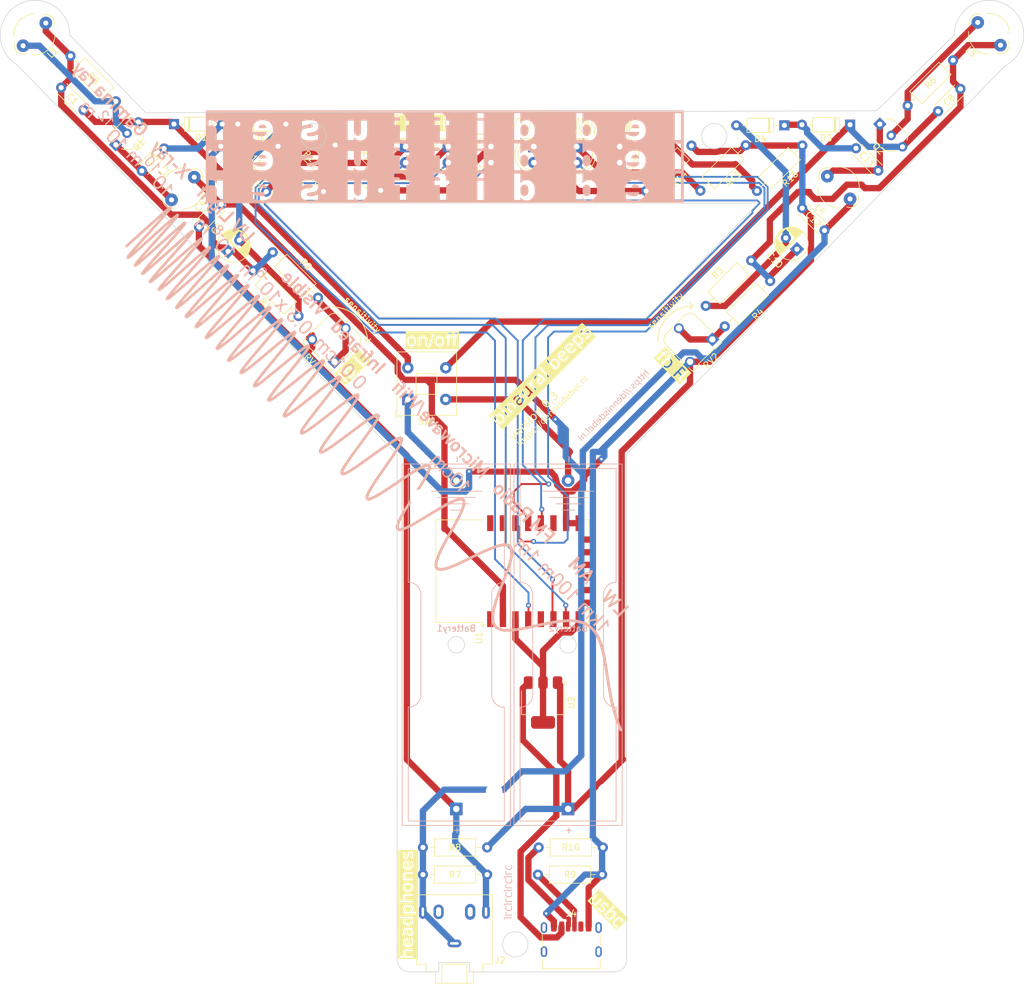
<source format=kicad_pcb>
(kicad_pcb (version 20240108) (generator "pcbnew") (generator_version "8.0")
  (layers (0 "F.Cu" signal) (31 "B.Cu" signal) (34 "B.Paste" user) (35 "F.Paste" user) (36 "B.SilkS" user "B.Silkscreen") (37 "F.SilkS" user "F.Silkscreen") (38 "B.Mask" user) (39 "F.Mask" user) (44 "Edge.Cuts" user))
  (net 0 "")
  (net 1 "Net-(C1-Pad2)")
  (net 2 "Net-(D2-A)")
  (net 3 "Net-(Q1-C)")
  (net 4 "Net-(D1-A)")
  (net 5 "GND_ESP")
  (net 6 "Net-(C10-Pad1)")
  (net 7 "Net-(D4-A)")
  (net 8 "Net-(Q2-C)")
  (net 9 "Net-(D3-A)")
  (net 10 "GND1")
  (net 13 "Net-(Q1-B)")
  (net 14 "Net-(Q2-B)")
  (net 15 "Net-(R2-Pad2)")
  (net 16 "Net-(R4-Pad2)")
  (net 17 "GND2")
  (net 19 "Net-(D8-K)")
  (net 24 "Net-(D8-A)")
  (net 28 "Net-(D9-K)")
  (net 32 "Net-(Battery1-+)")
  (net 33 "Net-(Battery1--)")
  (net 34 "Net-(Battery2--)")
  (net 36 "Net-(U2-VI)")
  (net 37 "Net-(J4-CC1)")
  (net 38 "Net-(J4-CC2)")
  (net 39 "A0")
  (net 40 "Net-(U1-EN)")
  (net 41 "Net-(D5-K)")
  (net 42 "Net-(D6-K)")
  (net 43 "Net-(D7-K)")
  (net 44 "Net-(D6-A)")
  (net 45 "Net-(D5-A)")
  (net 46 "Net-(D7-A)")
  (net 47 "Net-(D9-A)")
  (net 48 "Net-(D10-K)")
  (net 49 "Net-(D10-A)")
  (footprint "Connector_USB:USB_C_Receptacle_HRO_TYPE-C-31-M-17" (layer "F.Cu") (at 116.770225 180.45)
    (property "Reference" "J4")
    (property "Value" "USB_C_Receptacle_PowerOnly_6P")
  )
  (footprint "Capacitor_THT:C_Disc_D4.3mm_W1.9mm_P5.00mm" (layer "F.Cu") (at 57.832233 66.467767 45)
    (property "Reference" "C4")
    (property "Value" "102")
  )
  (footprint "Diode_THT:D_DO-35_SOD27_P7.62mm_Horizontal" (layer "F.Cu") (at 160.9 50.3 180)
    (property "Reference" "D3")
    (property "Value" "1N4148")
  )
  (footprint "Resistor_THT:R_Axial_DIN0207_L6.3mm_D2.5mm_P10.16mm_Horizontal" (layer "F.Cu") (at 144.392103 53.557898 -135)
    (property "Reference" "R15")
    (property "Value" "100R")
  )
  (footprint "Resistor_THT:R_Axial_DIN0207_L6.3mm_D2.5mm_P10.16mm_Horizontal" (layer "F.Cu") (at 153.342103 53.6 -135)
    (property "Reference" "R16")
    (property "Value" "100R")
  )
  (footprint "Resistor_THT:R_Axial_DIN0207_L6.3mm_D2.5mm_P10.16mm_Horizontal" (layer "F.Cu") (at 70.361846 53.715795 -45)
    (property "Reference" "R12")
    (property "Value" "100R")
  )
  (footprint "LED_THT:LED_D5.0mm" (layer "F.Cu") (at 97.303673 53.76 -90)
    (property "Reference" "D6" (hide yes))
    (property "Value" "LED")
  )
  (footprint "Diode_THT:D_DO-35_SOD27_P7.62mm_Horizontal" (layer "F.Cu") (at 63.990001 50.2)
    (property "Reference" "D2")
    (property "Value" "1N4148")
  )
  (footprint "Resistor_THT:R_Axial_DIN0207_L6.3mm_D2.5mm_P10.16mm_Horizontal" (layer "F.Cu") (at 111.610225 164.75)
    (property "Reference" "R10")
    (property "Value" "5.1K")
  )
  (footprint "Resistor_THT:R_Axial_DIN0207_L6.3mm_D2.5mm_P10.16mm_Horizontal" (layer "F.Cu") (at 79.415794 53.515795 -45)
    (property "Reference" "R13")
    (property "Value" "100R")
  )
  (footprint "Resistor_THT:R_Axial_DIN0207_L6.3mm_D2.5mm_P10.16mm_Horizontal" (layer "F.Cu") (at 73.6 80.6 135)
    (property "Reference" "R1")
    (property "Value" "10K")
  )
  (footprint "Resistor_THT:R_Axial_DIN0207_L6.3mm_D2.5mm_P10.16mm_Horizontal" (layer "F.Cu") (at 135.792103 53.607898 -135)
    (property "Reference" "R14")
    (property "Value" "100R")
  )
  (footprint "Resistor_THT:R_Axial_DIN0207_L6.3mm_D2.5mm_P10.16mm_Horizontal" (layer "F.Cu") (at 148.25 75.05 -135)
    (property "Reference" "R4")
    (property "Value" "10K")
  )
  (footprint "Capacitor_THT:C_Disc_D4.3mm_W1.9mm_P5.00mm" (layer "F.Cu") (at 153.314466 63.514466 -45)
    (property "Reference" "C12")
    (property "Value" "102")
  )
  (footprint "Resistor_THT:R_Axial_DIN0207_L6.3mm_D2.5mm_P10.16mm_Horizontal" (layer "F.Cu") (at 103.450225 169.05 180)
    (property "Reference" "R7")
    (property "Value" "33R")
  )
  (footprint "Capacitor_THT:CP_Radial_D5.0mm_P2.50mm" (layer "F.Cu") (at 152.5 70 135)
    (property "Reference" "C10")
    (property "Value" "10uF")
  )
  (footprint "Capacitor_THT:C_Disc_D4.3mm_W1.9mm_P5.00mm" (layer "F.Cu") (at 161.832233 54.032233 -45)
    (property "Reference" "C11")
    (property "Value" "271")
  )
  (footprint "Potentiometer_THT:Potentiometer_Runtron_RM-065_Vertical" (layer "F.Cu") (at 79.291745 87.835534 135)
    (property "Reference" "RV1")
    (property "Value" "50k")
  )
  (footprint "LED_THT:LED_D5.0mm" (layer "F.Cu") (at 90.55 53.76 -90)
    (property "Reference" "D5" (hide yes))
    (property "Value" "LED")
  )
  (footprint "Package_TO_SOT_THT:TO-92_Inline_Wide" (layer "F.Cu") (at 44.658507 53.45061 45)
    (property "Reference" "Q1")
    (property "Value" "BC547/S9014")
  )
  (footprint "Diode_THT:D_DO-35_SOD27_P7.62mm_Horizontal" (layer "F.Cu") (at 150.5 50.4 180)
    (property "Reference" "D4")
    (property "Value" "1N4148")
  )
  (footprint "LED_THT:LED_D5.0mm" (layer "F.Cu") (at 124.439775 53.76 -90)
    (property "Reference" "D10" (hide yes))
    (property "Value" "LED")
  )
  (footprint "Resistor_THT:R_Axial_DIN0207_L6.3mm_D2.5mm_P10.16mm_Horizontal" (layer "F.Cu") (at 61.307898 53.707898 -45)
    (property "Reference" "R11")
    (property "Value" "100R")
  )
  (footprint "Ferrite_THT:LairdTech_28C0236-0JW-10" (layer "F.Cu") (at 157.303949 58.453949 -45)
    (property "Reference" "L4")
    (property "Value" "2.2mH")
  )
  (footprint "Resistor_THT:R_Axial_DIN0207_L6.3mm_D2.5mm_P10.16mm_Horizontal" (layer "F.Cu") (at 138.057898 78.992103 45)
    (property "Reference" "R3")
    (property "Value" "10K")
  )
  (footprint "Diode_THT:D_DO-35_SOD27_P7.62mm_Horizontal" (layer "F.Cu") (at 53.89 50.2)
    (property "Reference" "D1")
    (property "Value" "1N4148")
  )
  (footprint "Resistor_THT:R_Axial_DIN0207_L6.3mm_D2.5mm_P10.16mm_Horizontal" (layer "F.Cu") (at 37.507898 39.407898 -45)
    (property "Reference" "R5")
    (property "Value" "33K")
  )
  (footprint "Capacitor_THT:C_Disc_D4.3mm_W1.9mm_P5.00mm" (layer "F.Cu") (at 52.335534 54.064466 -135)
    (property "Reference" "C3")
    (property "Value" "271")
  )
  (footprint "Package_TO_SOT_SMD:SOT-223-3_TabPin2" (layer "F.Cu") (at 112.3 141.8 -90)
    (property "Reference" "U2")
    (property "Value" "LM1117MP-3.3")
  )
  (footprint "Ferrite_THT:LairdTech_28C0236-0JW-10" (layer "F.Cu") (at 33.6 34.2 -135)
    (property "Reference" "L1")
    (property "Value" "10-20mH")
  )
  (footprint "Button_Switch_THT:SW_Push_2P1T_Toggle_CK_PVA1xxH1xxxxxxV2" (layer "F.Cu") (at 90.9 93.8 90)
    (property "Reference" "SW1")
    (property "Value" "SW_DPST_x2")
  )
  (footprint "Ferrite_THT:LairdTech_28C0236-0JW-10" (layer "F.Cu") (at 184.7 37.7 135)
    (property "Reference" "L5")
    (property "Value" "10-20mH")
  )
  (footprint "Resistor_THT:R_Axial_DIN0207_L6.3mm_D2.5mm_P10.16mm_Horizontal" (layer "F.Cu") (at 111.490225 169.05)
    (property "Reference" "R9")
    (property "Value" "5.1K")
  )
  (footprint "Resistor_THT:R_Axial_DIN0207_L6.3mm_D2.5mm_P10.16mm_Horizontal" (layer "F.Cu") (at 177.2 40.1 -135)
    (property "Reference" "R6")
    (property "Value" "33K")
  )
  (footprint "Potentiometer_THT:Potentiometer_Runtron_RM-065_Vertical" (layer "F.Cu") (at 139.1 84.3 -135)
    (property "Reference" "RV2")
    (property "Value" "50k")
  )
  (footprint "Capacitor_THT:CP_Radial_D5.0mm_P2.50mm" (layer "F.Cu") (at 62.447856 70.352144 45)
    (property "Reference" "C2")
    (property "Value" "10uF")
  )
  (footprint "Capacitor_THT:C_Disc_D4.3mm_W1.9mm_P5.00mm" (layer "F.Cu") (at 39.567767 47.967767 135)
    (property "Reference" "C1")
    (property "Value" "103")
  )
  (footprint "Resistor_THT:R_Axial_DIN0207_L6.3mm_D2.5mm_P10.16mm_Horizontal" (layer "F.Cu") (at 103.450225 164.75 180)
    (property "Reference" "R8")
    (property "Value" "33R")
  )
  (footprint "LED_THT:LED_D5.0mm" (layer "F.Cu") (at 110.839775 53.76 -90)
    (property "Reference" "D8" (hide yes))
    (property "Value" "LED")
  )
  (footprint "RF_Module:ESP-12E" (layer "F.Cu") (at 107.45 121 90)
    (property "Reference" "U1")
    (property "Value" "ESP-12F")
  )
  (footprint "Connector_Audio:Jack_3.5mm_CUI_SJ1-3525N_Horizontal" (layer "F.Cu") (at 98.270225 179.95)
    (property "Reference" "J2")
    (property "Value" "AudioJack2")
  )
  (footprint "LED_THT:LED_D5.0mm" (layer "F.Cu") (at 117.639775 53.76 -90)
    (property "Reference" "D9" (hide yes))
    (property "Value" "LED")
  )
  (footprint "LED_THT:LED_D5.0mm" (layer "F.Cu") (at 104.057346 53.76 -90)
    (property "Reference" "D7")
    (property "Value" "LED")
  )
  (footprint "Package_TO_SOT_THT:TO-92_Inline_Wide" (layer "F.Cu") (at 165.607898 50.207898 -45)
    (property "Reference" "Q2")
    (property "Value" "BC547/S9014")
  )
  (footprint "Resistor_THT:R_Axial_DIN0207_L6.3mm_D2.5mm_P10.16mm_Horizontal" (layer "F.Cu") (at 69.507898 70.507898 -45)
    (property "Reference" "R2")
    (property "Value" "10K")
  )
  (footprint "Capacitor_THT:C_Disc_D4.3mm_W1.9mm_P5.00mm" (layer "F.Cu") (at 174.832233 48.167767 45)
    (property "Reference" "C8")
    (property "Value" "103")
  )
  (footprint "Ferrite_THT:LairdTech_28C0236-0JW-10" (layer "F.Cu") (at 53.503949 62.196051 45)
    (property "Reference" "L2")
    (property "Value" "2.2mH")
  )
  (footprint "Battery:BatteryHolder_Keystone_2460_1xAA" (layer "B.Cu") (at 116.265225 158.65 90)
    (property "Reference" "Battery2")
    (property "Value" "1.5V")
  )
  (footprint "Battery:BatteryHolder_Keystone_2460_1xAA" (layer "B.Cu") (at 98.570225 158.65 90)
    (property "Reference" "Battery1")
    (property "Value" "1.5V")
  )
  (gr_line (start 77.059586 101.921935) (end 77.068687 101.889881) (stroke (width 0.423333) (color 229 37 33 1)) (layer "B.SilkS"))
  (gr_line (start 113.000364 129.25759) (end 112.880099 129.282146) (stroke (width 0.423333) (color 229 37 33 1)) (layer "B.SilkS"))
  (gr_line (start 69.207544 85.979579) (end 66.872676 87.936531) (stroke (width 0.423333) (color 229 37 33 1)) (layer "B.SilkS"))
  (gr_line (start 60.758281 85.770282) (end 60.731501 85.772959) (stroke (width 0.423333) (color 229 37 33 1)) (layer "B.SilkS"))
  (gr_line (start 56.080794 80.23441) (end 56.23445 80.033665) (stroke (width 0.423333) (color 229 37 33 1)) (layer "B.SilkS"))
  (gr_line (start 80.671662 104.771077) (end 80.729264 104.665379) (stroke (width 0.423333) (color 229 37 33 1)) (layer "B.SilkS"))
  (gr_line (start 107.685432 130.308231) (end 107.577302 130.319779) (stroke (width 0.423333) (color 229 37 33 1)) (layer "B.SilkS"))
  (gr_line (start 107.175408 117.230391) (end 107.156165 117.201101) (stroke (width 0.423333) (color 229 37 33 1)) (layer "B.SilkS"))
  (gr_line (start 81.405636 105.313231) (end 81.301644 105.371646) (stroke (width 0.423333) (color 229 37 33 1)) (layer "B.SilkS"))
  (gr_line (start 118.767318 129.247539) (end 118.697276 129.21819) (stroke (width 0.423333) (color 229 37 33 1)) (layer "B.SilkS"))
  (gr_line (start 90.080732 114.337232) (end 90.011069 114.356827) (stroke (width 0.423333) (color 229 37 33 1)) (layer "B.SilkS"))
  (gr_line (start 62.532267 84.494139) (end 62.004176 84.921253) (stroke (width 0.423333) (color 229 37 33 1)) (layer "B.SilkS"))
  (gr_line (start 81.301644 105.371646) (end 81.203023 105.423462) (stroke (width 0.423333) (color 229 37 33 1)) (layer "B.SilkS"))
  (gr_line (start 89.880157 114.388305) (end 89.819042 114.400138) (stroke (width 0.423333) (color 229 37 33 1)) (layer "B.SilkS"))
  (gr_line (start 73.015074 83.161657) (end 73.009415 83.154769) (stroke (width 0.423333) (color 229 37 33 1)) (layer "B.SilkS"))
  (gr_line (start 124.07132 144.745972) (end 124.019637 144.604485) (stroke (width 0.423333) (color 229 37 33 1)) (layer "B.SilkS"))
  (gr_line (start 82.006187 94.984051) (end 82.237739 94.651702) (stroke (width 0.423333) (color 229 37 33 1)) (layer "B.SilkS"))
  (gr_line (start 107.146529 130.350181) (end 107.041906 130.358218) (stroke (width 0.423333) (color 229 37 33 1)) (layer "B.SilkS"))
  (gr_line (start 118.961276 129.334921) (end 118.898281 129.305539) (stroke (width 0.423333) (color 229 37 33 1)) (layer "B.SilkS"))
  (gr_line (start 106.62735 116.860128) (end 106.5862 116.852547) (stroke (width 0.423333) (color 229 37 33 1)) (layer "B.SilkS"))
  (gr_line (start 99.829704 119.388396) (end 99.452255 119.565665) (stroke (width 0.423333) (color 229 37 33 1)) (layer "B.SilkS"))
  (gr_line (start 60.69758 85.759025) (end 60.690614 85.74225) (stroke (width 0.423333) (color 229 37 33 1)) (layer "B.SilkS"))
  (gr_line (start 123.098223 141.248108) (end 123.061038 141.086513) (stroke (width 0.423333) (color 229 37 33 1)) (layer "B.SilkS"))
  (gr_poly (pts (xy 113.019203 119.979521) (xy 113.043382 120.008898) (xy 113.065042 120.039154) (xy 113.084234 120.070286) (xy 113.101017 120.102298) (xy 113.115439 120.135183) (xy 113.127563 120.168948) (xy 113.137437 120.203589) (xy 113.145123 120.239111) (xy 113.150667 120.275504) (xy 113.154131 120.312777) (xy 113.155565 120.350927) (xy 113.155028 120.389954) (xy 113.15257 120.429859) (xy 113.14825 120.470638) (xy 113.142121 120.512297) (xy 113.156362 120.505501) (xy 113.17102 120.499175) (xy 113.186057 120.493341) (xy 113.201455 120.488028) (xy 113.21718 120.483265) (xy 113.233208 120.479074) (xy 113.249508 120.475487) (xy 113.266057 120.472531) (xy 113.282823 120.470234) (xy 113.299783 120.468621) (xy 113.316907 120.467721) (xy 113.334168 120.467563) (xy 113.351537 120.468168) (xy 113.368989 120.469571) (xy 113.386498 120.471797) (xy 113.404032 120.474872) (xy 113.421567 120.478815) (xy 113.439074 120.483607) (xy 113.456526 120.48922) (xy 113.473895 120.495631) (xy 113.491157 120.502808) (xy 113.50828 120.510721) (xy 113.525237 120.519349) (xy 113.542006 120.528664) (xy 113.558553 120.538634) (xy 113.574854 120.549235) (xy 113.590882 120.560439) (xy 113.606607 120.572218) (xy 113.622004 120.584545) (xy 113.637043 120.597395) (xy 113.651699 120.610734) (xy 113.665945 120.624541) (xy 113.679754 120.638788) (xy 113.693098 120.653447) (xy 113.705947 120.668491) (xy 113.718275 120.683886) (xy 113.730056 120.699613) (xy 113.741261 120.715642) (xy 113.751863 120.731943) (xy 113.761832 120.74849) (xy 113.771146 120.765258) (xy 113.779775 120.782216) (xy 113.787689 120.79934) (xy 113.794865 120.816599) (xy 113.801273 120.833969) (xy 113.806888 120.851421) (xy 113.81168 120.868928) (xy 113.815623 120.886462) (xy 113.822564 120.921536) (xy 113.829067 120.956613) (xy 113.834694 120.99169) (xy 113.83704 121.009227) (xy 113.839004 121.02677) (xy 113.840529 121.044306) (xy 113.84156 121.061847) (xy 113.842045 121.079386) (xy 113.841925 121.096927) (xy 113.841148 121.114467) (xy 113.839658 121.132008) (xy 113.837401 121.149548) (xy 113.834322 121.167088) (xy 114.002698 120.998711) (xy 114.171081 121.167094) (xy 113.011129 122.327046) (xy 112.824039 122.139955) (xy 113.404027 121.559965) (xy 113.424427 121.539137) (xy 113.443564 121.518746) (xy 113.461497 121.498795) (xy 113.478278 121.479282) (xy 113.493961 121.460207) (xy 113.508606 121.441572) (xy 113.534987 121.405616) (xy 113.557858 121.371412) (xy 113.577663 121.338963) (xy 113.594834 121.308266) (xy 113.609812 121.279322) (xy 113.616398 121.265293) (xy 113.622161 121.251261) (xy 113.627159 121.23723) (xy 113.631443 121.223197) (xy 113.635069 121.209167) (xy 113.638095 121.195138) (xy 113.640572 121.181106) (xy 113.642556 121.167074) (xy 113.644101 121.153043) (xy 113.645262 121.139011) (xy 113.646095 121.124981) (xy 113.646654 121.110951) (xy 113.647166 121.082886) (xy 113.64724 121.054824) (xy 113.647078 121.047862) (xy 113.646596 121.041005) (xy 113.645803 121.03425) (xy 113.644716 121.027597) (xy 113.64334 121.021039) (xy 113.641688 121.014574) (xy 113.639765 121.008197) (xy 113.63759 121.001907) (xy 113.632505 120.989571) (xy 113.626516 120.977533) (xy 113.619705 120.965771) (xy 113.612156 120.954256) (xy 113.603949 120.942961) (xy 113.595166 120.93186) (xy 113.58589 120.920919) (xy 113.576201 120.910117) (xy 113.555923 120.888817) (xy 113.534987 120.867732) (xy 113.520953 120.854147) (xy 113.506922 120.841496) (xy 113.492889 120.829829) (xy 113.478859 120.819204) (xy 113.464827 120.809677) (xy 113.450795 120.801298) (xy 113.436763 120.794127) (xy 113.422731 120.788217) (xy 113.408701 120.783623) (xy 113.394668 120.780397) (xy 113.380635 120.778597) (xy 113.373621 120.778246) (xy 113.366606 120.778276) (xy 113.359591 120.778688) (xy 113.352572 120.77949) (xy 113.345558 120.78069) (xy 113.338544 120.782295) (xy 113.331528 120.784309) (xy 113.324512 120.786741) (xy 113.317496 120.789601) (xy 113.310482 120.792889) (xy 113.296237 120.79971) (xy 113.281581 120.806231) (xy 113.251145 120.818913) (xy 113.219392 120.832033) (xy 113.203089 120.8391) (xy 113.186542 120.846686) (xy 113.169776 120.854934) (xy 113.152817 120.863973) (xy 113.135692 120.873944) (xy 113.11843 120.884984) (xy 113.10106 120.89723) (xy 113.083605 120.910819) (xy 113.066099 120.925888) (xy 113.048564 120.942574) (xy 112.300208 121.69093) (xy 112.094408 121.485128) (xy 112.78663 120.792906) (xy 112.807231 120.771858) (xy 112.826899 120.75081) (xy 112.84558 120.729763) (xy 112.863222 120.708716) (xy 112.879767 120.687668) (xy 112.89516 120.666621) (xy 112.909347 120.645574) (xy 112.922276 120.624527) (xy 112.933888 120.60348) (xy 112.944126 120.582432) (xy 112.952944 120.561385) (xy 112.960277 120.540336) (xy 112.96608 120.51929) (xy 112.97029 120.498239) (xy 112.972855 120.47719) (xy 112.973722 120.456141) (xy 112.973071 120.435312) (xy 112.971158 120.41492) (xy 112.968041 120.394969) (xy 112.963773 120.375457) (xy 112.958412 120.356384) (xy 112.952009 120.337747) (xy 112.944617 120.319551) (xy 112.936296 120.301792) (xy 112.927096 120.284473) (xy 112.917077 120.267592) (xy 112.906288 120.25115) (xy 112.894789 120.235146) (xy 112.882632 120.219583) (xy 112.869873 120.204457) (xy 112.856565 120.189768) (xy 112.842763 120.17552) (xy 112.835327 120.168512) (xy 112.827124 120.161561) (xy 112.818262 120.15472) (xy 112.808853 120.14804) (xy 112.799005 120.141582) (xy 112.788828 120.135399) (xy 112.778432 120.129542) (xy 112.767927 120.124069) (xy 112.757421 120.119036) (xy 112.747025 120.114495) (xy 112.736848 120.110504) (xy 112.726999 120.107113) (xy 112.717588 120.104382) (xy 112.708728 120.102364) (xy 112.700526 120.101113) (xy 112.69309 120.100683) (xy 112.543417 120.100683) (xy 112.539799 120.100899) (xy 112.53597 120.10154) (xy 112.531933 120.102593) (xy 112.527701 120.104042) (xy 112.518665 120.10808) (xy 112.508918 120.113542) (xy 112.498513 120.120321) (xy 112.487508 120.128307) (xy 112.475952 120.137389) (xy 112.463904 120.147458) (xy 112.451419 120.158402) (xy 112.438546 120.170114) (xy 112.411878 120.195404) (xy 112.384329 120.222445) (xy 112.356341 120.250362) (xy 111.626695 120.980008) (xy 111.439604 120.792917) (xy 112.244082 119.988439) (xy 112.268637 119.964751) (xy 112.293194 119.94276) (xy 112.31775 119.922416) (xy 112.342306 119.90366) (xy 112.366861 119.886441) (xy 112.391418 119.8707) (xy 112.415974 119.856386) (xy 112.440528 119.84344) (xy 112.465083 119.831812) (xy 112.48964 119.821445) (xy 112.514195 119.812281) (xy 112.538752 119.804271) (xy 112.563306 119.797355) (xy 112.587862 119.791481) (xy 112.612417 119.786594) (xy 112.636973 119.782638) (xy 112.649195 119.781159) (xy 112.661311 119.780212) (xy 112.673325 119.779795) (xy 112.685238 119.779895) (xy 112.697058 119.780503) (xy 112.708784 119.781608) (xy 112.72042 119.783198) (xy 112.731972 119.785266) (xy 112.743442 119.787798) (xy 112.754833 119.790787) (xy 112.766148 119.794221) (xy 112.777392 119.79809) (xy 112.799678 119.807093) (xy 112.821716 119.817712) (xy 112.843537 119.829868) (xy 112.865165 119.843473) (xy 112.886629 119.85845) (xy 112.907956 119.874716) (xy 112.929175 119.892188) (xy 112.950312 119.910786) (xy 112.971392 119.930423) (xy 112.992448 119.951021)) (stroke (width -0.000001)) (fill solid) (layer "B.SilkS"))
  (gr_poly (pts (xy 76.623157 78.305908) (xy 76.623993 78.306919) (xy 76.625021 78.308283) (xy 76.626159 78.309978) (xy 76.627323 78.311974) (xy 76.628432 78.314244) (xy 76.628942 78.315473) (xy 76.629406 78.316761) (xy 76.629813 78.318104) (xy 76.630158 78.319497) (xy 76.630429 78.320939) (xy 76.630611 78.322425) (xy 76.630699 78.323952) (xy 76.63068 78.325517) (xy 76.630546 78.327117) (xy 76.630281 78.328746) (xy 76.629884 78.330405) (xy 76.629338 78.332087) (xy 76.628634 78.333788) (xy 76.627761 78.335506) (xy 76.626712 78.33724) (xy 76.625472 78.338983) (xy 76.624036 78.340733) (xy 76.622389 78.342486) (xy 75.518565 79.44631) (xy 75.517726 79.447079) (xy 75.516717 79.447914) (xy 75.51535 79.448943) (xy 75.513656 79.450078) (xy 75.511658 79.451244) (xy 75.50939 79.452353) (xy 75.508161 79.452862) (xy 75.506873 79.453326) (xy 75.505531 79.453736) (xy 75.504136 79.454081) (xy 75.502694 79.454349) (xy 75.501208 79.454532) (xy 75.499682 79.454621) (xy 75.498114 79.4546) (xy 75.496516 79.454465) (xy 75.494887 79.454204) (xy 75.493231 79.453805) (xy 75.491548 79.453258) (xy 75.489847 79.452554) (xy 75.488128 79.451682) (xy 75.486394 79.450633) (xy 75.48465 79.449393) (xy 75.4829 79.447956) (xy 75.481148 79.44631) (xy 75.256649 79.221811) (xy 76.360471 78.080568) (xy 76.361314 78.079802) (xy 76.362322 78.078968) (xy 76.363688 78.077938) (xy 76.365382 78.076801) (xy 76.367379 78.075636) (xy 76.369649 78.074526) (xy 76.370878 78.074017) (xy 76.372166 78.073552) (xy 76.373508 78.073144) (xy 76.374902 78.0728) (xy 76.376342 78.07253) (xy 76.37783 78.072347) (xy 76.379358 78.07226) (xy 76.380922 78.072279) (xy 76.382521 78.072414) (xy 76.384151 78.072675) (xy 76.385809 78.073074) (xy 76.38749 78.073623) (xy 76.389192 78.074328) (xy 76.390911 78.075198) (xy 76.392644 78.076248) (xy 76.394386 78.077485) (xy 76.396138 78.078923) (xy 76.397891 78.080569) (xy 76.62239 78.305068)) (stroke (width -0.000001)) (fill solid) (layer "B.SilkS"))
  (gr_line (start 77.578949 87.762321) (end 77.577853 87.738166) (stroke (width 0.423333) (color 229 37 33 1)) (layer "B.SilkS"))
  (gr_line (start 84.905162 108.131174) (end 84.971788 108.018646) (stroke (width 0.423333) (color 229 37 33 1)) (layer "B.SilkS"))
  (gr_line (start 90.286749 111.597551) (end 90.432242 111.354596) (stroke (width 0.423333) (color 229 37 33 1)) (layer "B.SilkS"))
  (gr_line (start 94.313926 104.765217) (end 94.32606 104.705226) (stroke (width 0.423333) (color 229 37 33 1)) (layer "B.SilkS"))
  (gr_line (start 124.125809 144.890262) (end 124.07132 144.745972) (stroke (width 0.423333) (color 229 37 33 1)) (layer "B.SilkS"))
  (gr_line (start 71.424378 96.045831) (end 71.451859 95.99461) (stroke (width 0.423333) (color 229 37 33 1)) (layer "B.SilkS"))
  (gr_line (start 74.218463 85.83713) (end 73.831218 86.124457) (stroke (width 0.423333) (color 229 37 33 1)) (layer "B.SilkS"))
  (gr_line (start 89.587274 112.88636) (end 89.632759 112.792146) (stroke (width 0.423333) (color 229 37 33 1)) (layer "B.SilkS"))
  (gr_line (start 59.276932 83.457688) (end 59.418465 83.267229) (stroke (width 0.423333) (color 229 37 33 1)) (layer "B.SilkS"))
  (gr_line (start 62.410047 72.715476) (end 62.423219 72.677295) (stroke (width 0.423333) (color 229 37 33 1)) (layer "B.SilkS"))
  (gr_line (start 55.959847 80.402968) (end 56.080794 80.23441) (stroke (width 0.423333) (color 229 37 33 1)) (layer "B.SilkS"))
  (gr_poly (pts (xy 100.581664 106.745101) (xy 100.575338 106.766774) (xy 100.569505 106.78883) (xy 100.564194 106.811244) (xy 100.559429 106.833986) (xy 100.555239 106.857028) (xy 100.551654 106.880346) (xy 100.5487 106.903911) (xy 100.546403 106.927694) (xy 100.544792 106.95167) (xy 100.54389 106.97581) (xy 100.543731 107.000087) (xy 100.544338 107.024474) (xy 100.54574 107.048945) (xy 100.547964 107.073468) (xy 100.551037 107.098021) (xy 100.558898 107.149584) (xy 100.568288 107.205309) (xy 100.578996 107.264104) (xy 100.590798 107.324871) (xy 100.603479 107.386515) (xy 100.616815 107.447939) (xy 100.630592 107.508047) (xy 100.644587 107.565744) (xy 100.457497 107.752835) (xy 100.443465 107.72309) (xy 100.429432 107.690276) (xy 100.415402 107.654832) (xy 100.401371 107.617195) (xy 100.387338 107.577805) (xy 100.37331 107.537099) (xy 100.345253 107.453499) (xy 100.33866 107.432456) (xy 100.332865 107.411441) (xy 100.327779 107.390479) (xy 100.323325 107.369599) (xy 100.31942 107.348829) (xy 100.315981 107.328196) (xy 100.310169 107.287452) (xy 100.300522 107.208814) (xy 100.295371 107.171361) (xy 100.292426 107.153196) (xy 100.289126 107.135444) (xy 99.035628 108.388944) (xy 98.829827 108.18314) (xy 100.438793 106.574175) (xy 100.588455 106.723837)) (stroke (width -0.000001)) (fill solid) (layer "B.SilkS"))
  (gr_line (start 106.262448 130.35816) (end 106.176236 130.353219) (stroke (width 0.423333) (color 229 37 33 1)) (layer "B.SilkS"))
  (gr_line (start 48.895841 73.8636) (end 48.904666 73.830509) (stroke (width 0.423333) (color 229 37 33 1)) (layer "B.SilkS"))
  (gr_line (start 104.419007 127.531855) (end 104.440052 127.41966) (stroke (width 0.423333) (color 229 37 33 1)) (layer "B.SilkS"))
  (gr_line (start 67.890464 83.40526) (end 65.375996 85.541812) (stroke (width 0.423333) (color 229 37 33 1)) (layer "B.SilkS"))
  (gr_line (start 118.366174 129.104929) (end 118.329531 129.095995) (stroke (width 0.423333) (color 229 37 33 1)) (layer "B.SilkS"))
  (gr_line (start 72.994439 83.144686) (end 72.985132 83.141483) (stroke (width 0.423333) (color 229 37 33 1)) (layer "B.SilkS"))
  (gr_line (start 58.992379 72.65314) (end 58.246335 73.305582) (stroke (width 0.423333) (color 229 37 33 1)) (layer "B.SilkS"))
  (gr_line (start 97.53319 115.054013) (end 97.779677 114.622772) (stroke (width 0.423333) (color 229 37 33 1)) (layer "B.SilkS"))
  (gr_line (start 122.190975 135.829114) (end 122.177967 135.74326) (stroke (width 0.423333) (color 229 37 33 1)) (layer "B.SilkS"))
  (gr_line (start 84.754498 109.582763) (end 84.727864 109.584934) (stroke (width 0.423333) (color 229 37 33 1)) (layer "B.SilkS"))
  (gr_line (start 77.052807 101.951968) (end 77.059586 101.921935) (stroke (width 0.423333) (color 229 37 33 1)) (layer "B.SilkS"))
  (gr_line (start 107.073496 117.094461) (end 107.05162 117.070433) (stroke (width 0.423333) (color 229 37 33 1)) (layer "B.SilkS"))
  (gr_line (start 81.091095 94.138182) (end 80.726945 94.408731) (stroke (width 0.423333) (color 229 37 33 1)) (layer "B.SilkS"))
  (gr_line (start 77.242532 102.158238) (end 77.215108 102.160474) (stroke (width 0.423333) (color 229 37 33 1)) (layer "B.SilkS"))
  (gr_line (start 122.204859 135.915145) (end 122.190975 135.829114) (stroke (width 0.423333) (color 229 37 33 1)) (layer "B.SilkS"))
  (gr_line (start 55.932152 80.724927) (end 55.888171 80.743954) (stroke (width 0.423333) (color 229 37 33 1)) (layer "B.SilkS"))
  (gr_line (start 95.373661 119.790861) (end 95.381204 119.734039) (stroke (width 0.423333) (color 229 37 33 1)) (layer "B.SilkS"))
  (gr_line (start 66.967703 78.004308) (end 67.180254 77.69605) (stroke (width 0.423333) (color 229 37 33 1)) (layer "B.SilkS"))
  (gr_line (start 85.542252 96.45634) (end 85.43607 96.512061) (stroke (width 0.423333) (color 229 37 33 1)) (layer "B.SilkS"))
  (gr_line (start 94.1651 105.195374) (end 94.22684 105.037054) (stroke (width 0.423333) (color 229 37 33 1)) (layer "B.SilkS"))
  (gr_line (start 89.717986 99.91245) (end 89.691678 99.913698) (stroke (width 0.423333) (color 229 37 33 1)) (layer "B.SilkS"))
  (gr_line (start 55.796984 80.735982) (end 55.795248 80.713122) (stroke (width 0.423333) (color 229 37 33 1)) (layer "B.SilkS"))
  (gr_line (start 119.519419 129.647442) (end 119.463291 129.609966) (stroke (width 0.423333) (color 229 37 33 1)) (layer "B.SilkS"))
  (gr_line (start 121.876753 134.109974) (end 121.859269 134.026484) (stroke (width 0.423333) (color 229 37 33 1)) (layer "B.SilkS"))
  (gr_line (start 74.073205 99.126419) (end 74.061042 99.11346) (stroke (width 0.423333) (color 229 37 33 1)) (layer "B.SilkS"))
  (gr_poly (pts (xy 75.463214 76.24794) (xy 75.464052 76.248949) (xy 75.465081 76.250314) (xy 75.466218 76.252009) (xy 75.467381 76.254005) (xy 75.468492 76.256275) (xy 75.469001 76.257504) (xy 75.469466 76.258792) (xy 75.469874 76.260134) (xy 75.470219 76.261528) (xy 75.470489 76.262971) (xy 75.470669 76.264456) (xy 75.470756 76.265984) (xy 75.470739 76.267548) (xy 75.470604 76.269147) (xy 75.470341 76.270777) (xy 75.469944 76.272435) (xy 75.469396 76.274119) (xy 75.468692 76.275819) (xy 75.467821 76.277537) (xy 75.466771 76.27927) (xy 75.465533 76.281014) (xy 75.464096 76.282765) (xy 75.462449 76.284517) (xy 75.237939 76.509027) (xy 75.237099 76.509795) (xy 75.23609 76.51063) (xy 75.234725 76.511659) (xy 75.23303 76.512796) (xy 75.231032 76.51396) (xy 75.228763 76.515069) (xy 75.227534 76.515578) (xy 75.226246 76.516043) (xy 75.224904 76.516453) (xy 75.223511 76.516798) (xy 75.222068 76.517065) (xy 75.220582 76.517249) (xy 75.219056 76.517337) (xy 75.217489 76.517318) (xy 75.215891 76.517182) (xy 75.214261 76.51692) (xy 75.212603 76.516521) (xy 75.210922 76.515976) (xy 75.20922 76.51527) (xy 75.207501 76.514398) (xy 75.205767 76.513349) (xy 75.204025 76.51211) (xy 75.202274 76.510672) (xy 75.200522 76.509027) (xy 74.976012 76.284517) (xy 74.976016 76.284513) (xy 75.200532 76.0226) (xy 75.201371 76.021833) (xy 75.20238 76.020995) (xy 75.203748 76.01997) (xy 75.205442 76.018831) (xy 75.207438 76.017666) (xy 75.209708 76.016557) (xy 75.210937 76.016047) (xy 75.212224 76.015582) (xy 75.213566 76.015173) (xy 75.214959 76.014828) (xy 75.216401 76.014559) (xy 75.217887 76.014377) (xy 75.219414 76.014288) (xy 75.220977 76.014307) (xy 75.222578 76.014442) (xy 75.224206 76.014703) (xy 75.225863 76.015102) (xy 75.227544 76.015647) (xy 75.229245 76.016351) (xy 75.230962 76.017221) (xy 75.232697 76.018271) (xy 75.234436 76.019507) (xy 75.236187 76.020944) (xy 75.237939 76.02259) (xy 75.462449 76.247098)) (stroke (width -0.000001)) (fill solid) (layer "B.SilkS"))
  (gr_line (start 106.763221 120.615711) (end 106.864719 120.325251) (stroke (width 0.423333) (color 229 37 33 1)) (layer "B.SilkS"))
  (gr_line (start 82.289863 93.331359) (end 82.166491 93.404666) (stroke (width 0.423333) (color 229 37 33 1)) (layer "B.SilkS"))
  (gr_line (start 118.178691 129.057879) (end 118.020833 129.015548) (stroke (width 0.423333) (color 229 37 33 1)) (layer "B.SilkS"))
  (gr_line (start 68.977052 79.513531) (end 69.007897 79.458882) (stroke (width 0.423333) (color 229 37 33 1)) (layer "B.SilkS"))
  (gr_line (start 66.710019 77.743144) (end 66.514921 77.888282) (stroke (width 0.423333) (color 229 37 33 1)) (layer "B.SilkS"))
  (gr_line (start 99.695341 109.731607) (end 99.684202 109.71941) (stroke (width 0.423333) (color 229 37 33 1)) (layer "B.SilkS"))
  (gr_line (start 100.017903 119.296785) (end 99.829704 119.388396) (stroke (width 0.423333) (color 229 37 33 1)) (layer "B.SilkS"))
  (gr_line (start 99.647632 109.686896) (end 99.634386 109.677433) (stroke (width 0.423333) (color 229 37 33 1)) (layer "B.SilkS"))
  (gr_line (start 78.167941 100.080863) (end 78.427176 99.730485) (stroke (width 0.423333) (color 229 37 33 1)) (layer "B.SilkS"))
  (gr_line (start 66.872693 86.379964) (end 67.906357 85.157336) (stroke (width 0.423333) (color 229 37 33 1)) (layer "B.SilkS"))
  (gr_line (start 98.722744 109.695877) (end 98.577835 109.744199) (stroke (width 0.423333) (color 229 37 33 1)) (layer "B.SilkS"))
  (gr_line (start 80.730243 105.599468) (end 80.672292 105.606933) (stroke (width 0.423333) (color 229 37 33 1)) (layer "B.SilkS"))
  (gr_line (start 89.233633 114.158329) (end 89.229309 114.138335) (stroke (width 0.423333) (color 229 37 33 1)) (layer "B.SilkS"))
  (gr_line (start 120.628218 130.779912) (end 120.609048 130.753176) (stroke (width 0.423333) (color 229 37 33 1)) (layer "B.SilkS"))
  (gr_line (start 122.23596 136.085626) (end 122.219797 136.000824) (stroke (width 0.423333) (color 229 37 33 1)) (layer "B.SilkS"))
  (gr_line (start 72.81456 95.61458) (end 72.467393 95.860954) (stroke (width 0.423333) (color 229 37 33 1)) (layer "B.SilkS"))
  (gr_line (start 55.527776 68.150174) (end 51.980581 71.308234) (stroke (width 0.423333) (color 229 37 33 1)) (layer "B.SilkS"))
  (gr_line (start 91.287159 113.80917) (end 91.08937 113.90809) (stroke (width 0.423333) (color 229 37 33 1)) (layer "B.SilkS"))
  (gr_line (start 96.594469 116.771018) (end 96.70602 116.565863) (stroke (width 0.423333) (color 229 37 33 1)) (layer "B.SilkS"))
  (gr_line (start 119.287656 129.505488) (end 119.223784 129.469973) (stroke (width 0.423333) (color 229 37 33 1)) (layer "B.SilkS"))
  (gr_poly (pts (xy 122.973489 123.704277) (xy 122.973574 123.704728) (xy 122.973618 123.705311) (xy 122.973635 123.706835) (xy 122.973654 123.708799) (xy 122.973782 123.711147) (xy 122.973921 123.712447) (xy 122.97413 123.713824) (xy 122.974418 123.715268) (xy 122.974805 123.716773) (xy 122.9753 123.718336) (xy 122.975919 123.719944) (xy 122.976675 123.721595) (xy 122.977582 123.72328) (xy 122.978653 123.72499) (xy 122.979902 123.726721) (xy 122.981343 123.728469) (xy 122.98299 123.730221) (xy 123.226198 123.973429) (xy 123.226964 123.97427) (xy 123.227801 123.975279) (xy 123.228829 123.976647) (xy 123.229965 123.97834) (xy 123.231132 123.980336) (xy 123.232242 123.982606) (xy 123.232749 123.983835) (xy 123.233213 123.985124) (xy 123.233624 123.986465) (xy 123.233968 123.987858) (xy 123.234237 123.989301) (xy 123.234419 123.990786) (xy 123.234506 123.992314) (xy 123.234487 123.993879) (xy 123.234353 123.99548) (xy 123.234092 123.997108) (xy 123.233692 123.998766) (xy 123.233146 124.000447) (xy 123.232442 124.002149) (xy 123.231571 124.003868) (xy 123.23052 124.005601) (xy 123.229282 124.007344) (xy 123.227844 124.009094) (xy 123.226198 124.010849) (xy 122.795882 124.665652) (xy 122.365582 125.320461) (xy 123.731329 124.553386) (xy 123.73217 124.552619) (xy 123.733179 124.551782) (xy 123.734543 124.550755) (xy 123.736239 124.549617) (xy 123.738235 124.548454) (xy 123.740505 124.547342) (xy 123.741734 124.546836) (xy 123.743022 124.546371) (xy 123.744363 124.545962) (xy 123.745756 124.545615) (xy 123.747198 124.545345) (xy 123.748684 124.545162) (xy 123.750211 124.545074) (xy 123.751776 124.545094) (xy 123.753374 124.545227) (xy 123.755003 124.545488) (xy 123.75666 124.545887) (xy 123.758341 124.546433) (xy 123.760043 124.547136) (xy 123.761761 124.548007) (xy 123.763492 124.549056) (xy 123.765236 124.550294) (xy 123.766984 124.55173) (xy 123.768737 124.553378) (xy 123.937119 124.72176) (xy 123.937886 124.722598) (xy 123.938723 124.723608) (xy 123.93975 124.724974) (xy 123.940887 124.726669) (xy 123.942052 124.728664) (xy 123.94316 124.730935) (xy 123.943671 124.732163) (xy 123.944136 124.733453) (xy 123.944543 124.734793) (xy 123.944889 124.736186) (xy 123.945158 124.737631) (xy 123.945341 124.739115) (xy 123.945428 124.740642) (xy 123.945408 124.742207) (xy 123.945273 124.743807) (xy 123.945012 124.745437) (xy 123.944614 124.747095) (xy 123.944066 124.748776) (xy 123.943364 124.750478) (xy 123.942489 124.752197) (xy 123.941441 124.753929) (xy 123.940202 124.755673) (xy 123.938765 124.757425) (xy 123.937119 124.759176) (xy 123.544232 125.451409) (xy 123.151339 126.143627) (xy 124.46097 125.320434) (xy 124.461811 125.319667) (xy 124.46282 125.31883) (xy 124.464185 125.317803) (xy 124.465881 125.316667) (xy 124.467876 125.315502) (xy 124.470144 125.31439) (xy 124.471376 125.313883) (xy 124.472663 125.313419) (xy 124.474005 125.313009) (xy 124.475398 125.312663) (xy 124.476838 125.312395) (xy 124.478325 125.31221) (xy 124.479853 125.312123) (xy 124.481416 125.312142) (xy 124.483015 125.312276) (xy 124.484644 125.312537) (xy 124.486301 125.312936) (xy 124.487982 125.313484) (xy 124.489682 125.314183) (xy 124.491401 125.315056) (xy 124.493132 125.316104) (xy 124.494876 125.317343) (xy 124.496623 125.318779) (xy 124.498376 125.320423) (xy 124.760294 125.582341) (xy 124.76563 125.587749) (xy 124.767119 125.589412) (xy 124.767592 125.590031) (xy 124.767894 125.590526) (xy 124.768034 125.590912) (xy 124.768015 125.591204) (xy 124.767844 125.591411) (xy 124.76753 125.59155) (xy 124.767078 125.591634) (xy 124.766496 125.591677) (xy 124.764972 125.591696) (xy 124.763009 125.591714) (xy 124.76066 125.591841) (xy 124.75936 125.591981) (xy 124.757984 125.592189) (xy 124.75654 125.592481) (xy 124.755034 125.592867) (xy 124.753472 125.59336) (xy 124.751861 125.59398) (xy 124.750213 125.594736) (xy 124.748527 125.595642) (xy 124.746817 125.596713) (xy 124.745085 125.597964) (xy 124.743339 125.599403) (xy 124.741586 125.601052) (xy 122.777155 126.779716) (xy 122.776315 126.780484) (xy 122.775307 126.78132) (xy 122.773941 126.782347) (xy 122.772247 126.783484) (xy 122.770252 126.78465) (xy 122.767982 126.785761) (xy 122.766753 126.78627) (xy 122.765465 126.786736) (xy 122.764124 126.787144) (xy 122.762728 126.787488) (xy 122.761287 126.787756) (xy 122.759803 126.787943) (xy 122.758275 126.78803) (xy 122.756711 126.788013) (xy 122.755112 126.787878) (xy 122.753481 126.787613) (xy 122.751826 126.787215) (xy 122.750145 126.78667) (xy 122.748444 126.785966) (xy 122.746725 126.785095) (xy 122.744994 126.784046) (xy 122.743251 126.782808) (xy 122.741501 126.781372) (xy 122.739749 126.779729) (xy 122.552667 126.592647) (xy 122.590076 126.55524) (xy 122.68859 126.373117) (xy 122.788857 126.192752) (xy 122.840199 126.103775) (xy 122.892635 126.015895) (xy 122.946384 125.929327) (xy 123.001673 125.844297) (xy 123.056153 125.76007) (xy 123.107784 125.675625) (xy 123.157222 125.590743) (xy 123.205129 125.505202) (xy 123.394565 125.15208) (xy 122.010114 125.937859) (xy 122.009275 125.938626) (xy 122.008264 125.939461) (xy 122.006898 125.940489) (xy 122.005203 125.941625) (xy 122.003208 125.942791) (xy 122.000938 125.943901) (xy 121.999709 125.94441) (xy 121.998419 125.944874) (xy 121.997078 125.945284) (xy 121.995685 125.945629) (xy 121.994243 125.945896) (xy 121.992757 125.946081) (xy 121.991231 125.946168) (xy 121.989663 125.946149) (xy 121.988065 125.946013) (xy 121.986435 125.945751) (xy 121.984778 125.945352) (xy 121.983096 125.944806) (xy 121.981395 125.944102) (xy 121.979675 125.943229) (xy 121.977943 125.94218) (xy 121.976199 125.940941) (xy 121.97445 125.939506) (xy 121.972696 125.937858) (xy 121.766906 125.732068) (xy 121.766138 125.731228) (xy 121.7653 125.730219) (xy 121.764275 125.728853) (xy 121.763137 125.727158) (xy 121.761971 125.725162) (xy 121.760861 125.722892) (xy 121.760355 125.721663) (xy 121.75989 125.720375) (xy 121.759481 125.719033) (xy 121.759136 125.71764) (xy 121.758868 125.716198) (xy 121.758684 125.714712) (xy 121.758596 125.713184) (xy 121.758615 125.711619) (xy 121.758751 125.71002) (xy 121.759011 125.708388) (xy 121.759412 125.706732) (xy 121.759958 125.705049) (xy 121.760662 125.703348) (xy 121.761534 125.701629) (xy 121.762584 125.699896) (xy 121.763822 125.698153) (xy 121.76526 125.696403) (xy 121.766905 125.69465) (xy 122.945571 123.73022) (xy 122.964281 123.711512) (xy 122.969689 123.706177) (xy 122.97135 123.704687) (xy 122.971971 123.704214) (xy 122.972465 123.70391) (xy 122.972852 123.703774) (xy 122.973141 123.703793) (xy 122.97335 123.703964)) (stroke (width -0.000001)) (fill solid) (layer "B.SilkS"))
  (gr_line (start 74.826733 86.107764) (end 74.92773 85.956392) (stroke (width 0.423333) (color 229 37 33 1)) (layer "B.SilkS"))
  (gr_line (start 123.972166 144.46721) (end 123.944774 144.39363) (stroke (width 0.423333) (color 229 37 33 1)) (layer "B.SilkS"))
  (gr_line (start 54.390492 79.264896) (end 54.353871 79.277249) (stroke (width 0.423333) (color 229 37 33 1)) (layer "B.SilkS"))
  (gr_line (start 79.476783 90.508924) (end 79.346086 90.589137) (stroke (width 0.423333) (color 229 37 33 1)) (layer "B.SilkS"))
  (gr_line (start 92.172599 105.041963) (end 91.928243 105.188859) (stroke (width 0.423333) (color 229 37 33 1)) (layer "B.SilkS"))
  (gr_line (start 52.955762 72.868078) (end 51.426782 74.196877) (stroke (width 0.423333) (color 229 37 33 1)) (layer "B.SilkS"))
  (gr_line (start 122.638884 138.694902) (end 122.623947 138.609222) (stroke (width 0.423333) (color 229 37 33 1)) (layer "B.SilkS"))
  (gr_poly (pts (xy 83.388066 85.109468) (xy 83.416319 85.141668) (xy 83.442324 85.174248) (xy 83.466055 85.207186) (xy 83.487482 85.240452) (xy 83.50658 85.27402) (xy 83.52332 85.307859) (xy 83.537676 85.341948) (xy 83.54962 85.376255) (xy 83.559126 85.410753) (xy 83.566164 85.445415) (xy 83.570708 85.480216) (xy 83.572733 85.515127) (xy 83.572205 85.550117) (xy 83.569105 85.585164) (xy 83.563401 85.62024) (xy 83.264054 85.582821) (xy 83.245345 85.564112) (xy 83.24699 85.562359) (xy 83.248429 85.5606) (xy 83.249666 85.558835) (xy 83.250717 85.55706) (xy 83.251589 85.555272) (xy 83.252293 85.553466) (xy 83.25284 85.55164) (xy 83.253239 85.549789) (xy 83.2535 85.547911) (xy 83.253638 85.546004) (xy 83.253656 85.544061) (xy 83.253569 85.542082) (xy 83.253386 85.540059) (xy 83.253116 85.537993) (xy 83.252774 85.535879) (xy 83.252364 85.533717) (xy 83.247979 85.514127) (xy 83.24695 85.508477) (xy 83.246505 85.50552) (xy 83.246115 85.50247) (xy 83.245794 85.499323) (xy 83.24555 85.496078) (xy 83.245399 85.49273) (xy 83.245345 85.489277) (xy 83.245304 85.476885) (xy 83.245217 85.4718) (xy 83.245048 85.467346) (xy 83.244769 85.463441) (xy 83.244354 85.460002) (xy 83.244086 85.458432) (xy 83.243773 85.456945) (xy 83.243414 85.455536) (xy 83.243002 85.454191) (xy 83.242536 85.452902) (xy 83.242011 85.451657) (xy 83.241424 85.450447) (xy 83.240772 85.449259) (xy 83.240054 85.448088) (xy 83.239261 85.446918) (xy 83.237448 85.444547) (xy 83.235308 85.442071) (xy 83.23281 85.439396) (xy 83.226635 85.433147) (xy 83.189217 85.358311) (xy 83.11438 85.283474) (xy 83.08696 85.256941) (xy 83.060774 85.233452) (xy 83.035738 85.212975) (xy 83.011774 85.195488) (xy 82.988795 85.180956) (xy 82.96672 85.169359) (xy 82.955994 85.164652) (xy 82.945468 85.160668) (xy 82.935124 85.157404) (xy 82.924956 85.154855) (xy 82.914951 85.153019) (xy 82.9051 85.151891) (xy 82.895395 85.15147) (xy 82.88582 85.151751) (xy 82.876372 85.15273) (xy 82.867036 85.154406) (xy 82.857801 85.156772) (xy 82.848661 85.159828) (xy 82.8396 85.163569) (xy 82.830614 85.167991) (xy 82.821689 85.173092) (xy 82.812815 85.178868) (xy 82.79518 85.192429) (xy 82.777625 85.208649) (xy 82.665371 85.320903) (xy 82.945998 85.601532) (xy 82.966392 85.622793) (xy 82.985498 85.644467) (xy 83.003344 85.666523) (xy 83.019954 85.688937) (xy 83.035361 85.711677) (xy 83.04959 85.734722) (xy 83.062666 85.758037) (xy 83.074619 85.7816) (xy 83.085477 85.805386) (xy 83.095266 85.829359) (xy 83.104013 85.853499) (xy 83.111745 85.877777) (xy 83.118495 85.902162) (xy 83.124284 85.926633) (xy 83.129139 85.951157) (xy 83.133095 85.975708) (xy 83.129356 86.000043) (xy 83.125125 86.02394) (xy 83.120348 86.047398) (xy 83.114966 86.070419) (xy 83.108927 86.093) (xy 83.102178 86.115143) (xy 83.094659 86.136849) (xy 83.086321 86.158116) (xy 83.077104 86.178945) (xy 83.066956 86.199334) (xy 83.055819 86.219285) (xy 83.043645 86.2388) (xy 83.030372 86.257875) (xy 83.015949 86.276511) (xy 83.000318 86.294709) (xy 82.983427 86.312467) (xy 82.965458 86.329559) (xy 82.946666 86.34572) (xy 82.927107 86.360894) (xy 82.906835 86.375025) (xy 82.885906 86.38806) (xy 82.864373 86.399945) (xy 82.842292 86.410623) (xy 82.819718 86.42004) (xy 82.796707 86.428143) (xy 82.773312 86.434876) (xy 82.749586 86.440181) (xy 82.72559 86.44401) (xy 82.701373 86.446304) (xy 82.676992 86.447005) (xy 82.652502 86.446065) (xy 82.627958 86.443427) (xy 82.60032 86.442563) (xy 82.573475 86.440028) (xy 82.547344 86.435904) (xy 82.521841 86.430272) (xy 82.496889 86.423217) (xy 82.472403 86.414814) (xy 82.4483 86.405155) (xy 82.424498 86.394315) (xy 82.400916 86.382381) (xy 82.37747 86.369434) (xy 82.35408 86.355552) (xy 82.330662 86.340823) (xy 82.283418 86.309144) (xy 82.235077 86.275055) (xy 82.141531 86.181509) (xy 82.085393 86.087952) (xy 82.083693 86.086146) (xy 82.082101 86.084242) (xy 82.080611 86.082246) (xy 82.079219 86.080172) (xy 82.077926 86.078031) (xy 82.076723 86.075829) (xy 82.074581 86.071297) (xy 82.072766 86.066648) (xy 82.071256 86.061976) (xy 82.070018 86.057358) (xy 82.069027 86.052876) (xy 82.068254 86.048615) (xy 82.067673 86.044654) (xy 82.066978 86.037965) (xy 82.066684 86.031825) (xy 82.066689 85.956984) (xy 82.010562 86.01311) (xy 82.009719 86.013878) (xy 82.008712 86.014714) (xy 82.007346 86.015742) (xy 82.005652 86.016879) (xy 82.003654 86.018045) (xy 82.001385 86.019154) (xy 82.000157 86.019663) (xy 81.99887 86.020128) (xy 81.997528 86.020537) (xy 81.996135 86.020882) (xy 81.994693 86.021151) (xy 81.993206 86.021334) (xy 81.99168 86.021422) (xy 81.990116 86.021404) (xy 81.988515 86.021268) (xy 81.986887 86.021009) (xy 81.985229 86.020611) (xy 81.98355 86.020065) (xy 81.981848 86.01936) (xy 81.98013 86.018489) (xy 81.978398 86.01744) (xy 81.976655 86.016203) (xy 81.974906 86.014765) (xy 81.973154 86.013122) (xy 81.748645 85.788612) (xy 81.767343 85.769914) (xy 82.168893 85.348283) (xy 82.403422 85.58281) (xy 82.389829 85.596834) (xy 82.377114 85.610799) (xy 82.365275 85.624659) (xy 82.354313 85.638352) (xy 82.344228 85.651826) (xy 82.33502 85.665026) (xy 82.326688 85.677899) (xy 82.319234 85.690388) (xy 82.312658 85.702439) (xy 82.306958 85.713994) (xy 82.302136 85.725003) (xy 82.29819 85.735408) (xy 82.295122 85.745157) (xy 82.292931 85.754193) (xy 82.291617 85.762462) (xy 82.291183 85.769908) (xy 82.294919 85.78065) (xy 82.299149 85.791834) (xy 82.303925 85.803453) (xy 82.309306 85.81551) (xy 82.315345 85.828008) (xy 82.322097 85.840943) (xy 82.329615 85.854318) (xy 82.337953 85.868128) (xy 82.347173 85.882381) (xy 82.35732 85.897068) (xy 82.368454 85.912196) (xy 82.380632 85.927763) (xy 82.393902 85.943765) (xy 82.408327 85.960208) (xy 82.423956 85.977088) (xy 82.440845 85.994407) (xy 82.454664 86.007796) (xy 82.468071 86.019952) (xy 82.481094 86.030955) (xy 82.493762 86.040893) (xy 82.506098 86.04984) (xy 82.518135 86.057885) (xy 82.529896 86.065105) (xy 82.541412 86.071586) (xy 82.552706 86.077408) (xy 82.56381 86.082656) (xy 82.574749 86.087411) (xy 82.585551 86.091754) (xy 82.606853 86.099536) (xy 82.627937 86.106662) (xy 82.633145 86.108252) (xy 82.638245 86.109525) (xy 82.643245 86.110489) (xy 82.648143 86.111156) (xy 82.652948 86.111534) (xy 82.657658 86.111635) (xy 82.66228 86.111472) (xy 82.666817 86.111046) (xy 82.671271 86.110377) (xy 82.675647 86.109471) (xy 82.679947 86.108339) (xy 82.684173 86.10699) (xy 82.688334 86.105439) (xy 82.692428 86.103688) (xy 82.69646 86.101753) (xy 82.700435 86.099646) (xy 82.708222 86.094945) (xy 82.715819 86.08967) (xy 82.72325 86.083901) (xy 82.730543 86.07772) (xy 82.737729 86.071211) (xy 82.744833 86.064456) (xy 82.758901 86.050534) (xy 82.765644 86.043463) (xy 82.77184 86.036278) (xy 82.777498 86.028977) (xy 82.782616 86.021557) (xy 82.787201 86.014015) (xy 82.791254 86.006343) (xy 82.794779 85.99854) (xy 82.797781 85.990606) (xy 82.80026 85.982535) (xy 82.802226 85.974322) (xy 82.803674 85.965966) (xy 82.804614 85.957463) (xy 82.805046 85.94881) (xy 82.804975 85.940001) (xy 82.804404 85.931036) (xy 82.803335 85.921908) (xy 82.801772 85.912617) (xy 82.799722 85.903158) (xy 82.797185 85.89353) (xy 82.794163 85.883723) (xy 82.790663 85.873742) (xy 82.786686 85.863575) (xy 82.782237 85.853226) (xy 82.777318 85.842687) (xy 82.771932 85.831956) (xy 82.766085 85.821031) (xy 82.753018 85.798582) (xy 82.738141 85.77531) (xy 82.721483 85.751188) (xy 82.478263 85.50797) (xy 82.403422 85.58281) (xy 82.168893 85.348283) (xy 82.515697 84.984139) (xy 82.540469 84.960255) (xy 82.565651 84.937769) (xy 82.591215 84.916762) (xy 82.617135 84.897317) (xy 82.643386 84.879519) (xy 82.669936 84.863445) (xy 82.696763 84.84918) (xy 82.723835 84.836806) (xy 82.751127 84.826406) (xy 82.778611 84.818061) (xy 82.806257 84.811854) (xy 82.834044 84.807866) (xy 82.861939 84.80618) (xy 82.889915 84.806878) (xy 82.917949 84.810043) (xy 82.946009 84.815756) (xy 82.960036 84.816191) (xy 82.974036 84.817474) (xy 82.98798 84.81958) (xy 83.001842 84.822481) (xy 83.015595 84.826152) (xy 83.02921 84.830557) (xy 83.042663 84.835679) (xy 83.055922 84.841487) (xy 83.068962 84.847948) (xy 83.081755 84.855042) (xy 83.094273 84.86274) (xy 83.106491 84.871011) (xy 83.118381 84.879831) (xy 83.129917 84.889174) (xy 83.141066 84.899008) (xy 83.151804 84.909308) (xy 83.16254 84.919624) (xy 83.173689 84.929585) (xy 83.185219 84.939271) (xy 83.197109 84.948766) (xy 83.221846 84.96751) (xy 83.247678 84.986475) (xy 83.27439 85.006315) (xy 83.301759 85.027691) (xy 83.315621 85.039161) (xy 83.329567 85.05126) (xy 83.343567 85.064072) (xy 83.357595 85.07768)) (stroke (width -0.000001)) (fill solid) (layer "B.SilkS"))
  (gr_line (start 90.9 114) (end 90.719401 114.08489) (stroke (width 0.423333) (color 229 37 33 1)) (layer "B.SilkS"))
  (gr_line (start 48.901007 73.882481) (end 48.895841 73.8636) (stroke (width 0.423333) (color 229 37 33 1)) (layer "B.SilkS"))
  (gr_line (start 59.58411 83.05305) (end 59.772734 82.816332) (stroke (width 0.423333) (color 229 37 33 1)) (layer "B.SilkS"))
  (gr_poly (pts (xy 44.470583 50.948309) (xy 44.021569 50.499293) (xy 44.171237 50.349625) (xy 44.620251 50.79864)) (stroke (width -0.000001)) (fill solid) (layer "B.SilkS"))
  (gr_line (start 89.70353 100.856265) (end 89.749933 100.759397) (stroke (width 0.423333) (color 229 37 33 1)) (layer "B.SilkS"))
  (gr_line (start 67.247669 77.581549) (end 67.287215 77.495486) (stroke (width 0.423333) (color 229 37 33 1)) (layer "B.SilkS"))
  (gr_line (start 84.426165 109.342882) (end 84.426888 109.319211) (stroke (width 0.423333) (color 229 37 33 1)) (layer "B.SilkS"))
  (gr_line (start 114.069517 129.064189) (end 113.952733 129.083511) (stroke (width 0.423333) (color 229 37 33 1)) (layer "B.SilkS"))
  (gr_line (start 72.414461 87.249187) (end 71.332861 88.146048) (stroke (width 0.423333) (color 229 37 33 1)) (layer "B.SilkS"))
  (gr_line (start 71.585662 96.403825) (end 71.545058 96.419189) (stroke (width 0.423333) (color 229 37 33 1)) (layer "B.SilkS"))
  (gr_line (start 52.815848 77.889175) (end 52.803728 77.878758) (stroke (width 0.423333) (color 229 37 33 1)) (layer "B.SilkS"))
  (gr_line (start 85.27253 109.413988) (end 85.111484 109.481425) (stroke (width 0.423333) (color 229 37 33 1)) (layer "B.SilkS"))
  (gr_line (start 61.873756 73.478413) (end 62.059246 73.242415) (stroke (width 0.423333) (color 229 37 33 1)) (layer "B.SilkS"))
  (gr_line (start 95.719834 118.628341) (end 95.785461 118.461921) (stroke (width 0.423333) (color 229 37 33 1)) (layer "B.SilkS"))
  (gr_line (start 89.469155 99.962492) (end 89.432015 99.975118) (stroke (width 0.423333) (color 229 37 33 1)) (layer "B.SilkS"))
  (gr_line (start 105.382453 124.233539) (end 105.442846 124.081996) (stroke (width 0.423333) (color 229 37 33 1)) (layer "B.SilkS"))
  (gr_poly (pts (xy 122.658122 128.821559) (xy 122.651797 128.843234) (xy 122.645966 128.865294) (xy 122.640656 128.887706) (xy 122.635891 128.910448) (xy 122.631703 128.933491) (xy 122.628116 128.956808) (xy 122.625163 128.980373) (xy 122.622865 129.004156) (xy 122.621254 129.028135) (xy 122.620354 129.052274) (xy 122.620194 129.07655) (xy 122.620802 129.100939) (xy 122.622205 129.125411) (xy 122.624431 129.149935) (xy 122.627505 129.174488) (xy 122.635362 129.226048) (xy 122.64475 129.281773) (xy 122.655456 129.340564) (xy 122.667255 129.40133) (xy 122.679936 129.462972) (xy 122.693272 129.524397) (xy 122.707049 129.584504) (xy 122.721044 129.642201) (xy 122.533954 129.829292) (xy 122.519926 129.79955) (xy 122.505894 129.766738) (xy 122.491863 129.731293) (xy 122.477832 129.693657) (xy 122.463801 129.654265) (xy 122.449769 129.613558) (xy 122.421708 129.529957) (xy 122.415121 129.508915) (xy 122.409326 129.4879) (xy 122.404241 129.466941) (xy 122.399791 129.446063) (xy 122.395883 129.425294) (xy 122.392446 129.404661) (xy 122.386634 129.363917) (xy 122.376985 129.285277) (xy 122.371832 129.247822) (xy 122.368885 129.229655) (xy 122.365583 129.211901) (xy 121.112084 130.465398) (xy 120.906295 130.259609) (xy 122.515261 128.650643) (xy 122.664911 128.800293)) (stroke (width -0.000001)) (fill solid) (layer "B.SilkS"))
  (gr_line (start 82.438598 102.130144) (end 82.977175 101.406807) (stroke (width 0.423333) (color 229 37 33 1)) (layer "B.SilkS"))
  (gr_line (start 96.023895 111.022895) (end 95.78904 111.165372) (stroke (width 0.423333) (color 229 37 33 1)) (layer "B.SilkS"))
  (gr_line (start 60.676817 71.654611) (end 60.930847 71.308205) (stroke (width 0.423333) (color 229 37 33 1)) (layer "B.SilkS"))
  (gr_line (start 123.658754 143.504493) (end 123.636567 143.430973) (stroke (width 0.423333) (color 229 37 33 1)) (layer "B.SilkS"))
  (gr_line (start 55.604642 70.4993) (end 54.734508 71.278293) (stroke (width 0.423333) (color 229 37 33 1)) (layer "B.SilkS"))
  (gr_line (start 82.943617 93.506134) (end 82.979045 93.420462) (stroke (width 0.423333) (color 229 37 33 1)) (layer "B.SilkS"))
  (gr_line (start 83.029562 93.171164) (end 83.025616 93.150602) (stroke (width 0.423333) (color 229 37 33 1)) (layer "B.SilkS"))
  (gr_line (start 95.438682 120.415595) (end 95.423125 120.380843) (stroke (width 0.423333) (color 229 37 33 1)) (layer "B.SilkS"))
  (gr_line (start 89.322072 113.551921) (end 89.37285 113.401755) (stroke (width 0.423333) (color 229 37 33 1)) (layer "B.SilkS"))
  (gr_poly (pts (xy 61.682736 68.16046) (xy 61.233726 67.711452) (xy 61.383395 67.561783) (xy 61.832404 68.010793)) (stroke (width -0.000001)) (fill solid) (layer "B.SilkS"))
  (gr_line (start 62.387784 72.762798) (end 62.410047 72.715476) (stroke (width 0.423333) (color 229 37 33 1)) (layer "B.SilkS"))
  (gr_line (start 72.949315 83.416459) (end 72.974755 83.365763) (stroke (width 0.423333) (color 229 37 33 1)) (layer "B.SilkS"))
  (gr_line (start 74.846552 98.826163) (end 74.611204 98.967915) (stroke (width 0.423333) (color 229 37 33 1)) (layer "B.SilkS"))
  (gr_line (start 59.194679 69.931238) (end 58.721846 70.311702) (stroke (width 0.423333) (color 229 37 33 1)) (layer "B.SilkS"))
  (gr_line (start 104.355866 128.080554) (end 104.362882 127.973622) (stroke (width 0.423333) (color 229 37 33 1)) (layer "B.SilkS"))
  (gr_poly (pts (xy 111.563775 117.727212) (xy 111.557449 117.748886) (xy 111.551616 117.770941) (xy 111.546304 117.793353) (xy 111.541538 117.816094) (xy 111.53735 117.839138) (xy 111.533765 117.862456) (xy 111.530808 117.886019) (xy 111.528511 117.909802) (xy 111.526899 117.933777) (xy 111.525999 117.957917) (xy 111.525839 117.982195) (xy 111.526446 118.006582) (xy 111.527847 118.031053) (xy 111.530074 118.055579) (xy 111.533149 118.080132) (xy 111.541005 118.131691) (xy 111.550395 118.187418) (xy 111.5611 118.246208) (xy 111.572901 118.306974) (xy 111.585581 118.368618) (xy 111.598917 118.430041) (xy 111.612693 118.490148) (xy 111.626689 118.547846) (xy 111.439598 118.734936) (xy 111.42557 118.705195) (xy 111.411539 118.672383) (xy 111.397506 118.636937) (xy 111.383476 118.5993) (xy 111.369444 118.55991) (xy 111.355413 118.519202) (xy 111.327354 118.4356) (xy 111.320763 118.414559) (xy 111.314969 118.393543) (xy 111.309886 118.372586) (xy 111.305434 118.351708) (xy 111.301528 118.330937) (xy 111.29809 118.310305) (xy 111.292278 118.269561) (xy 111.282629 118.190922) (xy 111.277475 118.153465) (xy 111.27453 118.1353) (xy 111.271227 118.117545) (xy 110.017729 119.371042) (xy 109.811939 119.165252) (xy 111.420905 117.556286) (xy 111.570568 117.70595)) (stroke (width -0.000001)) (fill solid) (layer "B.SilkS"))
  (gr_line (start 111.77768 129.512671) (end 111.6542 129.544999) (stroke (width 0.423333) (color 229 37 33 1)) (layer "B.SilkS"))
  (gr_line (start 57.801554 82.119346) (end 57.648094 82.22243) (stroke (width 0.423333) (color 229 37 33 1)) (layer "B.SilkS"))
  (gr_line (start 69.538195 92.752322) (end 69.836134 92.355524) (stroke (width 0.423333) (color 229 37 33 1)) (layer "B.SilkS"))
  (gr_line (start 92.407833 104.905594) (end 92.172599 105.041963) (stroke (width 0.423333) (color 229 37 33 1)) (layer "B.SilkS"))
  (gr_line (start 119.575546 129.687025) (end 119.519419 129.647442) (stroke (width 0.423333) (color 229 37 33 1)) (layer "B.SilkS"))
  (gr_line (start 63.92237 74.142564) (end 63.894202 74.146226) (stroke (width 0.423333) (color 229 37 33 1)) (layer "B.SilkS"))
  (gr_line (start 77.576626 87.789875) (end 77.578949 87.762321) (stroke (width 0.423333) (color 229 37 33 1)) (layer "B.SilkS"))
  (gr_line (start 96.190362 117.567082) (end 96.285074 117.37245) (stroke (width 0.423333) (color 229 37 33 1)) (layer "B.SilkS"))
  (gr_line (start 50.778768 71.531578) (end 51.560477 70.653283) (stroke (width 0.423333) (color 229 37 33 1)) (layer "B.SilkS"))
  (gr_line (start 73.009415 83.154769) (end 73.002536 83.149112) (stroke (width 0.423333) (color 229 37 33 1)) (layer "B.SilkS"))
  (gr_line (start 105.192969 130.068261) (end 105.128541 130.033301) (stroke (width 0.423333) (color 229 37 33 1)) (layer "B.SilkS"))
  (gr_line (start 77.095169 87.831708) (end 76.83529 87.999211) (stroke (width 0.423333) (color 229 37 33 1)) (layer "B.SilkS"))
  (gr_line (start 89.248411 113.814549) (end 89.280767 113.689811) (stroke (width 0.423333) (color 229 37 33 1)) (layer "B.SilkS"))
  (gr_line (start 60.886839 73.732307) (end 60.556664 74.01724) (stroke (width 0.423333) (color 229 37 33 1)) (layer "B.SilkS"))
  (gr_line (start 83.019975 104.288209) (end 82.712476 104.496317) (stroke (width 0.423333) (color 229 37 33 1)) (layer "B.SilkS"))
  (gr_line (start 96.487129 116.974064) (end 96.594469 116.771018) (stroke (width 0.423333) (color 229 37 33 1)) (layer "B.SilkS"))
  (gr_line (start 93.839034 104.25268) (end 93.775591 104.266535) (stroke (width 0.423333) (color 229 37 33 1)) (layer "B.SilkS"))
  (gr_line (start 122.387506 137.090299) (end 122.340737 136.75915) (stroke (width 0.423333) (color 229 37 33 1)) (layer "B.SilkS"))
  (gr_line (start 56.276076 76.741259) (end 59.119828 73.508367) (stroke (width 0.423333) (color 229 37 33 1)) (layer "B.SilkS"))
  (gr_line (start 89.604445 99.926071) (end 89.572632 99.933054) (stroke (width 0.423333) (color 229 37 33 1)) (layer "B.SilkS"))
  (gr_line (start 53.133702 77.347193) (end 53.545913 76.835067) (stroke (width 0.423333) (color 229 37 33 1)) (layer "B.SilkS"))
  (gr_line (start 66.642698 91.49324) (end 66.66196 91.449341) (stroke (width 0.423333) (color 229 37 33 1)) (layer "B.SilkS"))
  (gr_line (start 89.663976 99.916387) (end 89.634896 99.920513) (stroke (width 0.423333) (color 229 37 33 1)) (layer "B.SilkS"))
  (gr_line (start 112.76054 129.308102) (end 112.642031 129.335464) (stroke (width 0.423333) (color 229 37 33 1)) (layer "B.SilkS"))
  (gr_line (start 70.961648 81.148837) (end 70.947485 81.137746) (stroke (width 0.423333) (color 229 37 33 1)) (layer "B.SilkS"))
  (gr_line (start 77.203388 87.769062) (end 77.095169 87.831708) (stroke (width 0.423333) (color 229 37 33 1)) (layer "B.SilkS"))
  (gr_line (start 79.512767 95.330171) (end 78.64047 96.003693) (stroke (width 0.423333) (color 229 37 33 1)) (layer "B.SilkS"))
  (gr_line (start 68.93191 93.964785) (end 68.909929 93.962553) (stroke (width 0.423333) (color 229 37 33 1)) (layer "B.SilkS"))
  (gr_poly (pts (xy 69.429893 75.459487) (xy 69.44903 75.481193) (xy 69.466963 75.503337) (xy 69.483744 75.525919) (xy 69.499428 75.548939) (xy 69.514073 75.5724) (xy 69.527731 75.5963) (xy 69.540456 75.620636) (xy 69.552303 75.645411) (xy 69.563329 75.670626) (xy 69.573588 75.696276) (xy 69.583134 75.722366) (xy 69.592024 75.748896) (xy 69.60031 75.775864) (xy 69.608048 75.803268) (xy 69.615293 75.831111) (xy 69.61853 75.84509) (xy 69.621232 75.858966) (xy 69.623413 75.872745) (xy 69.625086 75.886434) (xy 69.626266 75.900043) (xy 69.626969 75.913575) (xy 69.627203 75.927039) (xy 69.626986 75.940442) (xy 69.626333 75.95379) (xy 69.625252 75.967089) (xy 69.621873 75.993572) (xy 69.616958 76.019946) (xy 69.610619 76.046265) (xy 69.602963 76.072583) (xy 69.594102 76.098957) (xy 69.584145 76.12544) (xy 69.573201 76.15209) (xy 69.561379 76.178958) (xy 69.54879 76.206097) (xy 69.521748 76.261422) (xy 69.50705 76.289709) (xy 69.491013 76.318462) (xy 69.473604 76.347708) (xy 69.454798 76.377475) (xy 69.434566 76.40779) (xy 69.412884 76.438681) (xy 69.389722 76.470174) (xy 69.365054 76.5023) (xy 69.33885 76.535081) (xy 69.311085 76.56855) (xy 69.250758 76.637649) (xy 69.183852 76.709816) (xy 69.110151 76.785272) (xy 69.057752 76.842941) (xy 69.00579 76.896717) (xy 68.954268 76.946657) (xy 68.903183 76.992814) (xy 68.852537 77.035246) (xy 68.80233 77.074006) (xy 68.75256 77.109146) (xy 68.703232 77.140727) (xy 68.654341 77.168799) (xy 68.605887 77.193417) (xy 68.557874 77.214639) (xy 68.510299 77.232517) (xy 68.463162 77.24711) (xy 68.416464 77.258464) (xy 68.370204 77.266641) (xy 68.324382 77.271693) (xy 68.286226 77.274315) (xy 68.24889 77.275128) (xy 68.212323 77.274079) (xy 68.176466 77.271108) (xy 68.141268 77.266166) (xy 68.106672 77.259196) (xy 68.072627 77.250143) (xy 68.039071 77.238951) (xy 68.005955 77.225568) (xy 67.973223 77.209938) (xy 67.940819 77.192006) (xy 67.90869 77.171717) (xy 67.87678 77.149016) (xy 67.845033 77.123848) (xy 67.813398 77.096159) (xy 67.781818 77.065895) (xy 67.76142 77.044628) (xy 67.74228 77.022922) (xy 67.724348 77.00078) (xy 67.707566 76.978196) (xy 67.69188 76.955174) (xy 67.677237 76.931715) (xy 67.663579 76.907817) (xy 67.650853 76.88348) (xy 67.639004 76.858705) (xy 67.627979 76.833491) (xy 67.61772 76.80784) (xy 67.608172 76.781748) (xy 67.599285 76.755219) (xy 67.591 76.728252) (xy 67.583261 76.700846) (xy 67.576018 76.673002) (xy 67.57278 76.659023) (xy 67.570078 76.645149) (xy 67.567897 76.63137) (xy 67.566223 76.61768) (xy 67.565042 76.604073) (xy 67.564341 76.590541) (xy 67.564106 76.577077) (xy 67.564323 76.563675) (xy 67.564978 76.550327) (xy 67.566059 76.537028) (xy 67.56944 76.510546) (xy 67.574355 76.484175) (xy 67.580696 76.457856) (xy 67.588353 76.431538) (xy 67.597215 76.405165) (xy 67.607174 76.378682) (xy 67.618119 76.352034) (xy 67.629941 76.325168) (xy 67.642531 76.298027) (xy 67.669574 76.242702) (xy 67.684264 76.214418) (xy 67.70027 76.185695) (xy 67.717592 76.156536) (xy 67.736227 76.126937) (xy 67.756178 76.0969) (xy 67.777446 76.066425) (xy 67.800028 76.035511) (xy 67.823926 76.004158) (xy 67.849138 75.972369) (xy 67.875667 75.940139) (xy 67.93267 75.874367) (xy 67.994934 75.80684) (xy 68.06246 75.737559) (xy 68.081424 75.719116) (xy 68.286965 75.924657) (xy 68.239378 75.973111) (xy 68.194808 76.02025) (xy 68.153197 76.06607) (xy 68.114491 76.110576) (xy 68.078634 76.153768) (xy 68.045572 76.195641) (xy 68.015255 76.236202) (xy 67.98762 76.275445) (xy 67.962617 76.313373) (xy 67.940191 76.349986) (xy 67.920285 76.385284) (xy 67.902846 76.419267) (xy 67.887821 76.451935) (xy 67.87515 76.483287) (xy 67.864785 76.513326) (xy 67.856666 76.542049) (xy 67.853377 76.55597) (xy 67.850521 76.569675) (xy 67.848098 76.583169) (xy 67.846103 76.596453) (xy 67.844531 76.609532) (xy 67.843384 76.622409) (xy 67.842654 76.635088) (xy 67.842336 76.647572) (xy 67.842432 76.659863) (xy 67.842934 76.671967) (xy 67.84384 76.683884) (xy 67.845149 76.695621) (xy 67.846853 76.70718) (xy 67.848953 76.718564) (xy 67.851443 76.729777) (xy 67.854318 76.740822) (xy 67.85758 76.751702) (xy 67.86122 76.762422) (xy 67.865238 76.772984) (xy 67.869628 76.783395) (xy 67.87439 76.79365) (xy 67.879517 76.803759) (xy 67.885008 76.813726) (xy 67.890857 76.823552) (xy 67.903625 76.842795) (xy 67.917789 76.861519) (xy 67.933324 76.879749) (xy 67.950201 76.897511) (xy 67.967965 76.914391) (xy 67.986193 76.929924) (xy 68.004917 76.944087) (xy 68.024161 76.956854) (xy 68.043953 76.968195) (xy 68.06432 76.978085) (xy 68.085291 76.986492) (xy 68.106892 76.993394) (xy 68.12915 76.998761) (xy 68.152093 77.002567) (xy 68.175749 77.00478) (xy 68.200145 77.005379) (xy 68.225308 77.004333) (xy 68.251266 77.001616) (xy 68.278044 76.997199) (xy 68.305675 76.991057) (xy 68.334396 76.982937) (xy 68.364432 76.972567) (xy 68.395786 76.959897) (xy 68.428453 76.94487) (xy 68.462434 76.92743) (xy 68.497735 76.907524) (xy 68.534349 76.885098) (xy 68.572278 76.860097) (xy 68.611523 76.832464) (xy 68.652083 76.802142) (xy 68.69396 76.769082) (xy 68.73715 76.733228) (xy 68.781655 76.694521) (xy 68.827477 76.65291) (xy 68.874614 76.608341) (xy 68.923065 76.560757) (xy 69.016024 76.4659) (xy 69.098458 76.37718) (xy 69.170371 76.293719) (xy 69.202382 76.253689) (xy 69.231761 76.214644) (xy 69.258509 76.176477) (xy 69.282628 76.139078) (xy 69.304115 76.102334) (xy 69.322969 76.066138) (xy 69.339195 76.030381) (xy 69.35279 75.994954) (xy 69.363752 75.959744) (xy 69.372085 75.924647) (xy 69.374935 75.90031) (xy 69.37647 75.876412) (xy 69.376687 75.852954) (xy 69.375591 75.829932) (xy 69.373177 75.807351) (xy 69.369451 75.785209) (xy 69.364407 75.763504) (xy 69.358048 75.742238) (xy 69.350374 75.72141) (xy 69.341383 75.701021) (xy 69.331077 75.68107) (xy 69.319456 75.661559) (xy 69.30652 75.642484) (xy 69.292268 75.623849) (xy 69.276703 75.605653) (xy 69.25982 75.587892) (xy 69.242056 75.571017) (xy 69.223828 75.555481) (xy 69.205103 75.541316) (xy 69.18586 75.52855) (xy 69.166068 75.517208) (xy 69.1457 75.507318) (xy 69.124732 75.498911) (xy 69.103131 75.492011) (xy 69.080875 75.486643) (xy 69.057932 75.482838) (xy 69.034276 75.480625) (xy 69.009882 75.480027) (xy 68.98472 75.481074) (xy 68.958763 75.483793) (xy 68.931984 75.488213) (xy 68.904356 75.494356) (xy 68.875635 75.502479) (xy 68.8456 75.512846) (xy 68.814248 75.525516) (xy 68.781579 75.540544) (xy 68.747597 75.557983) (xy 68.712298 75.577886) (xy 68.675684 75.600316) (xy 68.637754 75.625321) (xy 68.598509 75.652951) (xy 68.557949 75.683272) (xy 68.516073 75.716332) (xy 68.472882 75.75219) (xy 68.428376 75.790895) (xy 68.382554 75.832504) (xy 68.335417 75.877073) (xy 68.286965 75.924657) (xy 68.081424 75.719116) (xy 68.123887 75.677814) (xy 68.182025 75.62443) (xy 68.237093 75.576741) (xy 68.289309 75.534099) (xy 68.338893 75.495842) (xy 68.386067 75.461312) (xy 68.431048 75.429851) (xy 68.474056 75.400802) (xy 68.495105 75.387198) (xy 68.516152 75.374419) (xy 68.537201 75.362405) (xy 68.558247 75.351104) (xy 68.579296 75.340463) (xy 68.600344 75.330421) (xy 68.642438 75.31193) (xy 68.684532 75.295193) (xy 68.726625 75.279772) (xy 68.810805 75.251124) (xy 68.831644 75.244757) (xy 68.852098 75.239652) (xy 68.872224 75.235754) (xy 68.892075 75.233005) (xy 68.911706 75.231353) (xy 68.931173 75.230741) (xy 68.95053 75.231115) (xy 68.969835 75.232423) (xy 68.989136 75.234606) (xy 69.008493 75.237613) (xy 69.027962 75.241385) (xy 69.047594 75.245871) (xy 69.067446 75.251015) (xy 69.087572 75.256763) (xy 69.108027 75.263057) (xy 69.128866 75.269848) (xy 69.149693 75.277079) (xy 69.170084 75.284751) (xy 69.190034 75.292862) (xy 69.209544 75.30141) (xy 69.22862 75.310399) (xy 69.247254 75.319825) (xy 69.265451 75.329691) (xy 69.283209 75.339994) (xy 69.30053 75.350739) (xy 69.317412 75.361921) (xy 69.333852 75.373541) (xy 69.349858 75.3856) (xy 69.365425 75.398098) (xy 69.380553 75.411032) (xy 69.395242 75.424406) (xy 69.409493 75.43822)) (stroke (width -0.000001)) (fill solid) (layer "B.SilkS"))
  (gr_line (start 92.301689 108.426386) (end 92.643363 107.883133) (stroke (width 0.423333) (color 229 37 33 1)) (layer "B.SilkS"))
  (gr_line (start 75.207461 85.330175) (end 75.197898 85.315634) (stroke (width 0.423333) (color 229 37 33 1)) (layer "B.SilkS"))
  (gr_line (start 48.063116 69.479731) (end 48.882418 68.56928) (stroke (width 0.423333) (color 229 37 33 1)) (layer "B.SilkS"))
  (gr_line (start 71.378744 96.139322) (end 71.400002 96.094074) (stroke (width 0.423333) (color 229 37 33 1)) (layer "B.SilkS"))
  (gr_poly (pts (xy 80.881226 87.044663) (xy 80.874904 87.06634) (xy 80.869071 87.088396) (xy 80.863759 87.11081) (xy 80.858996 87.133552) (xy 80.854809 87.156597) (xy 80.851222 87.179914) (xy 80.848268 87.203479) (xy 80.845971 87.227262) (xy 80.844359 87.251237) (xy 80.843458 87.275378) (xy 80.843299 87.299655) (xy 80.843907 87.324043) (xy 80.84531 87.348513) (xy 80.847535 87.373039) (xy 80.850609 87.397593) (xy 80.858466 87.449154) (xy 80.867854 87.504877) (xy 80.878562 87.56367) (xy 80.890363 87.624438) (xy 80.903041 87.686077) (xy 80.916377 87.747501) (xy 80.930154 87.80761) (xy 80.94415 87.865307) (xy 80.757059 88.052399) (xy 80.743028 88.022653) (xy 80.728996 87.989838) (xy 80.714964 87.954394) (xy 80.700933 87.916757) (xy 80.686901 87.877367) (xy 80.672873 87.836662) (xy 80.644815 87.753063) (xy 80.638226 87.73202) (xy 80.632429 87.711005) (xy 80.627345 87.690045) (xy 80.622893 87.669167) (xy 80.61899 87.648399) (xy 80.615549 87.627766) (xy 80.609739 87.587023) (xy 80.60009 87.508382) (xy 80.594937 87.470927) (xy 80.591989 87.45276) (xy 80.588687 87.435007) (xy 79.33519 88.688503) (xy 79.1294 88.482713) (xy 80.738366 86.873748) (xy 80.888017 87.023399)) (stroke (width -0.000001)) (fill solid) (layer "B.SilkS"))
  (gr_line (start 111.6542 129.544999) (end 110.651401 129.769506) (stroke (width 0.423333) (color 229 37 33 1)) (layer "B.SilkS"))
  (gr_line (start 77.079615 102.119651) (end 77.068591 102.105748) (stroke (width 0.423333) (color 229 37 33 1)) (layer "B.SilkS"))
  (gr_line (start 83.027718 93.247044) (end 83.030614 93.21939) (stroke (width 0.423333) (color 229 37 33 1)) (layer "B.SilkS"))
  (gr_line (start 105.907885 116.844708) (end 105.852332 116.852649) (stroke (width 0.423333) (color 229 37 33 1)) (layer "B.SilkS"))
  (gr_line (start 106.939562 130.368187) (end 106.73821 130.367954) (stroke (width 0.423333) (color 229 37 33 1)) (layer "B.SilkS"))
  (gr_line (start 68.891514 79.277054) (end 68.842768 79.30057) (stroke (width 0.423333) (color 229 37 33 1)) (layer "B.SilkS"))
  (gr_line (start 78.244998 101.653991) (end 77.991992 101.813398) (stroke (width 0.423333) (color 229 37 33 1)) (layer "B.SilkS"))
  (gr_line (start 89.312818 100.021367) (end 89.226976 100.059116) (stroke (width 0.423333) (color 229 37 33 1)) (layer "B.SilkS"))
  (gr_line (start 89.37285 113.401755) (end 89.433625 113.240186) (stroke (width 0.423333) (color 229 37 33 1)) (layer "B.SilkS"))
  (gr_line (start 76.681928 89.207972) (end 76.954408 88.841895) (stroke (width 0.423333) (color 229 37 33 1)) (layer "B.SilkS"))
  (gr_line (start 120.508423 130.606971) (end 120.466182 130.549298) (stroke (width 0.423333) (color 229 37 33 1)) (layer "B.SilkS"))
  (gr_line (start 83.336391 97.934439) (end 80.238202 100.254344) (stroke (width 0.423333) (color 229 37 33 1)) (layer "B.SilkS"))
  (gr_line (start 94.092135 105.367727) (end 94.1651 105.195374) (stroke (width 0.423333) (color 229 37 33 1)) (layer "B.SilkS"))
  (gr_line (start 56.359143 67.895502) (end 56.541041 67.663539) (stroke (width 0.423333) (color 229 37 33 1)) (layer "B.SilkS"))
  (gr_line (start 96.24839 120.722833) (end 96.195842 120.725011) (stroke (width 0.423333) (color 229 37 33 1)) (layer "B.SilkS"))
  (gr_line (start 122.177967 135.74326) (end 122.131194 135.41211) (stroke (width 0.423333) (color 229 37 33 1)) (layer "B.SilkS"))
  (gr_line (start 73.686636 92.98576) (end 74.490889 91.992555) (stroke (width 0.423333) (color 229 37 33 1)) (layer "B.SilkS"))
  (gr_line (start 99.634386 109.677433) (end 99.620619 109.668661) (stroke (width 0.423333) (color 229 37 33 1)) (layer "B.SilkS"))
  (gr_line (start 64.483636 89.522046) (end 64.494981 89.485449) (stroke (width 0.423333) (color 229 37 33 1)) (layer "B.SilkS"))
  (gr_line (start 67.254426 77.414505) (end 67.223812 77.422165) (stroke (width 0.423333) (color 229 37 33 1)) (layer "B.SilkS"))
  (gr_line (start 73.022702 83.179152) (end 73.019505 83.169782) (stroke (width 0.423333) (color 229 37 33 1)) (layer "B.SilkS"))
  (gr_line (start 53.289973 63.452275) (end 53.262108 63.456883) (stroke (width 0.423333) (color 229 37 33 1)) (layer "B.SilkS"))
  (gr_line (start 84.636275 108.637902) (end 84.681415 108.544229) (stroke (width 0.423333) (color 229 37 33 1)) (layer "B.SilkS"))
  (gr_line (start 53.255141 65.551535) (end 51.497913 67.109984) (stroke (width 0.423333) (color 229 37 33 1)) (layer "B.SilkS"))
  (gr_line (start 95.62419 120.624138) (end 95.595477 120.60605) (stroke (width 0.423333) (color 229 37 33 1)) (layer "B.SilkS"))
  (gr_line (start 68.842768 79.30057) (end 68.788245 79.329908) (stroke (width 0.423333) (color 229 37 33 1)) (layer "B.SilkS"))
  (gr_line (start 95.390499 119.675815) (end 95.401549 119.616232) (stroke (width 0.423333) (color 229 37 33 1)) (layer "B.SilkS"))
  (gr_line (start 113.241589 129.212694) (end 113.120976 129.23444) (stroke (width 0.423333) (color 229 37 33 1)) (layer "B.SilkS"))
  (gr_line (start 88.834498 100.264478) (end 88.724541 100.329195) (stroke (width 0.423333) (color 229 37 33 1)) (layer "B.SilkS"))
  (gr_line (start 122.340737 136.75915) (end 122.324569 136.674346) (stroke (width 0.423333) (color 229 37 33 1)) (layer "B.SilkS"))
  (gr_line (start 89.605056 114.420951) (end 89.559507 114.419411) (stroke (width 0.423333) (color 229 37 33 1)) (layer "B.SilkS"))
  (gr_line (start 117.780102 128.959512) (end 117.740363 128.95245) (stroke (width 0.423333) (color 229 37 33 1)) (layer "B.SilkS"))
  (gr_line (start 106.951642 116.984935) (end 106.921544 116.966302) (stroke (width 0.423333) (color 229 37 33 1)) (layer "B.SilkS"))
  (gr_line (start 55.504369 66.127088) (end 55.602683 65.978817) (stroke (width 0.423333) (color 229 37 33 1)) (layer "B.SilkS"))
  (gr_line (start 122.282734 136.416777) (end 122.23596 136.085626) (stroke (width 0.423333) (color 229 37 33 1)) (layer "B.SilkS"))
  (gr_line (start 107.245362 117.358083) (end 107.229014 117.324582) (stroke (width 0.423333) (color 229 37 33 1)) (layer "B.SilkS"))
  (gr_line (start 71.781837 95.479891) (end 72.01672 95.152631) (stroke (width 0.423333) (color 229 37 33 1)) (layer "B.SilkS"))
  (gr_poly (pts (xy 117.793818 123.957253) (xy 117.787492 123.978929) (xy 117.78166 124.000986) (xy 117.776348 124.023399) (xy 117.771588 124.046143) (xy 117.767399 124.069187) (xy 117.763813 124.092505) (xy 117.760858 124.116068) (xy 117.758562 124.139853) (xy 117.756948 124.163827) (xy 117.75605 124.187968) (xy 117.75589 124.212246) (xy 117.756497 124.236634) (xy 117.757899 124.261103) (xy 117.760126 124.28563) (xy 117.7632 124.310183) (xy 117.771057 124.361743) (xy 117.780445 124.417467) (xy 117.791152 124.47626) (xy 117.802952 124.537027) (xy 117.81563 124.598668) (xy 117.828968 124.660092) (xy 117.842745 124.7202) (xy 117.856739 124.777896) (xy 117.669647 124.964988) (xy 117.655618 124.935243) (xy 117.641586 124.90243) (xy 117.627553 124.866984) (xy 117.613523 124.829348) (xy 117.599493 124.789957) (xy 117.585461 124.749252) (xy 117.557403 124.665652) (xy 117.550815 124.644611) (xy 117.545021 124.623595) (xy 117.539938 124.602638) (xy 117.535485 124.581757) (xy 117.53158 124.560989) (xy 117.528142 124.540357) (xy 117.522329 124.499612) (xy 117.51268 124.420972) (xy 117.507527 124.383517) (xy 117.504581 124.365351) (xy 117.501278 124.347596) (xy 116.24778 125.601094) (xy 116.04199 125.395304) (xy 117.650957 123.786338) (xy 117.800609 123.93599)) (stroke (width -0.000001)) (fill solid) (layer "B.SilkS"))
  (gr_line (start 72.886571 83.15287) (end 72.847845 83.166839) (stroke (width 0.423333) (color 229 37 33 1)) (layer "B.SilkS"))
  (gr_line (start 116.520381 128.850737) (end 116.424965 128.850443) (stroke (width 0.423333) (color 229 37 33 1)) (layer "B.SilkS"))
  (gr_line (start 96.711668 120.648874) (end 96.586758 120.674398) (stroke (width 0.423333) (color 229 37 33 1)) (layer "B.SilkS"))
  (gr_line (start 122.662623 138.864508) (end 122.658365 138.821963) (stroke (width 0.423333) (color 229 37 33 1)) (layer "B.SilkS"))
  (gr_line (start 56.824293 67.231575) (end 56.832281 67.199074) (stroke (width 0.423333) (color 229 37 33 1)) (layer "B.SilkS"))
  (gr_line (start 93.898881 104.242683) (end 93.839034 104.25268) (stroke (width 0.423333) (color 229 37 33 1)) (layer "B.SilkS"))
  (gr_line (start 104.347963 128.335614) (end 104.350251 128.287754) (stroke (width 0.423333) (color 229 37 33 1)) (layer "B.SilkS"))
  (gr_line (start 84.45004 109.462396) (end 84.442789 109.445185) (stroke (width 0.423333) (color 229 37 33 1)) (layer "B.SilkS"))
  (gr_line (start 60.615926 71.321621) (end 60.42278 71.465181) (stroke (width 0.423333) (color 229 37 33 1)) (layer "B.SilkS"))
  (gr_line (start 81.702198 103.158575) (end 81.935097 102.826814) (stroke (width 0.423333) (color 229 37 33 1)) (layer "B.SilkS"))
  (gr_line (start 120.888918 131.206355) (end 120.850272 131.144032) (stroke (width 0.423333) (color 229 37 33 1)) (layer "B.SilkS"))
  (gr_line (start 80.048814 90.655018) (end 80.092181 90.563118) (stroke (width 0.423333) (color 229 37 33 1)) (layer "B.SilkS"))
  (gr_line (start 80.447741 105.492825) (end 80.443003 105.47231) (stroke (width 0.423333) (color 229 37 33 1)) (layer "B.SilkS"))
  (gr_line (start 96.485188 110.757578) (end 96.256295 110.887082) (stroke (width 0.423333) (color 229 37 33 1)) (layer "B.SilkS"))
  (gr_line (start 68.590505 79.452567) (end 68.430699 79.562942) (stroke (width 0.423333) (color 229 37 33 1)) (layer "B.SilkS"))
  (gr_line (start 109.782144 129.951629) (end 109.663576 129.979049) (stroke (width 0.423333) (color 229 37 33 1)) (layer "B.SilkS"))
  (gr_line (start 105.2595 130.102521) (end 105.192969 130.068261) (stroke (width 0.423333) (color 229 37 33 1)) (layer "B.SilkS"))
  (gr_line (start 48.904666 73.830509) (end 48.927059 73.783655) (stroke (width 0.423333) (color 229 37 33 1)) (layer "B.SilkS"))
  (gr_line (start 52.084124 75.576383) (end 52.609174 74.960191) (stroke (width 0.423333) (color 229 37 33 1)) (layer "B.SilkS"))
  (gr_line (start 85.450061 109.332169) (end 85.27253 109.413988) (stroke (width 0.423333) (color 229 37 33 1)) (layer "B.SilkS"))
  (gr_line (start 71.677062 96.36293) (end 71.629659 96.385079) (stroke (width 0.423333) (color 229 37 33 1)) (layer "B.SilkS"))
  (gr_line (start 66.617469 91.568188) (end 66.627873 91.532859) (stroke (width 0.423333) (color 229 37 33 1)) (layer "B.SilkS"))
  (gr_line (start 104.627292 126.54651) (end 104.664563 126.416864) (stroke (width 0.423333) (color 229 37 33 1)) (layer "B.SilkS"))
  (gr_poly (pts (xy 49.443398 50.11666) (xy 49.465418 50.141248) (xy 49.48585 50.16589) (xy 49.504772 50.190614) (xy 49.522272 50.215449) (xy 49.538428 50.240421) (xy 49.553323 50.265556) (xy 49.56704 50.290884) (xy 49.579658 50.316431) (xy 49.591266 50.342224) (xy 49.60194 50.368291) (xy 49.611764 50.39466) (xy 49.620822 50.421357) (xy 49.629193 50.44841) (xy 49.644209 50.503696) (xy 49.650578 50.53154) (xy 49.655684 50.558945) (xy 49.659587 50.585912) (xy 49.662336 50.612442) (xy 49.663989 50.638531) (xy 49.664603 50.664183) (xy 49.664228 50.689396) (xy 49.662921 50.714172) (xy 49.660737 50.738508) (xy 49.657731 50.762406) (xy 49.653961 50.785867) (xy 49.649475 50.808885) (xy 49.64433 50.831469) (xy 49.638586 50.853612) (xy 49.63229 50.875316) (xy 49.625507 50.896583) (xy 49.588087 51.008839) (xy 49.58798 51.012345) (xy 49.587663 51.015849) (xy 49.587148 51.019346) (xy 49.586445 51.022834) (xy 49.585562 51.026306) (xy 49.584512 51.029762) (xy 49.581949 51.036608) (xy 49.578839 51.043345) (xy 49.575262 51.049944) (xy 49.571304 51.056381) (xy 49.567043 51.062625) (xy 49.562562 51.06865) (xy 49.557945 51.074426) (xy 49.553272 51.079928) (xy 49.548627 51.085132) (xy 49.539749 51.094522) (xy 49.531966 51.102378) (xy 49.523306 51.111111) (xy 49.511795 51.123133) (xy 49.498093 51.138226) (xy 49.490625 51.146854) (xy 49.482853 51.156167) (xy 49.474866 51.166141) (xy 49.46674 51.176742) (xy 49.458559 51.187945) (xy 49.450406 51.199726) (xy 49.442365 51.212055) (xy 49.434514 51.224906) (xy 49.426935 51.238247) (xy 49.419716 51.252056) (xy 49.412052 51.26589) (xy 49.403125 51.279392) (xy 49.392991 51.292673) (xy 49.381711 51.305849) (xy 49.369332 51.319022) (xy 49.355914 51.332305) (xy 49.341507 51.345805) (xy 49.326168 51.359636) (xy 49.256595 51.420438) (xy 49.217646 51.455663) (xy 49.197319 51.474862) (xy 49.176501 51.49527) (xy 48.933289 51.738483) (xy 48.906906 51.764794) (xy 48.883593 51.787596) (xy 48.862911 51.806889) (xy 48.853417 51.81522) (xy 48.844419 51.822675) (xy 48.835858 51.829252) (xy 48.827683 51.834953) (xy 48.819835 51.839775) (xy 48.812262 51.84372) (xy 48.804907 51.84679) (xy 48.797716 51.848981) (xy 48.790635 51.850296) (xy 48.78361 51.850734) (xy 48.690064 51.906861) (xy 48.686132 51.910365) (xy 48.681404 51.913839) (xy 48.675964 51.917261) (xy 48.669894 51.9206) (xy 48.663277 51.92383) (xy 48.65619 51.926921) (xy 48.648726 51.929849) (xy 48.640955 51.932584) (xy 48.632967 51.935102) (xy 48.624842 51.937368) (xy 48.61666 51.939364) (xy 48.608507 51.941059) (xy 48.600463 51.942425) (xy 48.592614 51.943433) (xy 48.585036 51.944059) (xy 48.577815 51.944274) (xy 48.556754 51.950856) (xy 48.53561 51.956588) (xy 48.514302 51.961498) (xy 48.492745 51.965614) (xy 48.470864 51.968962) (xy 48.448569 51.97157) (xy 48.42578 51.973465) (xy 48.402415 51.974676) (xy 48.378395 51.975231) (xy 48.353634 51.97515) (xy 48.32805 51.974471) (xy 48.301562 51.973215) (xy 48.274088 51.971411) (xy 48.245545 51.969086) (xy 48.184921 51.962983) (xy 48.157076 51.955734) (xy 48.129639 51.947965) (xy 48.102584 51.939593) (xy 48.075888 51.930535) (xy 48.04952 51.92071) (xy 48.023454 51.910036) (xy 47.99766 51.89843) (xy 47.972113 51.88581) (xy 47.946783 51.872094) (xy 47.92165 51.8572) (xy 47.896676 51.841043) (xy 47.871841 51.823545) (xy 47.847118 51.804622) (xy 47.822473 51.784191) (xy 47.797887 51.762171) (xy 47.773326 51.738481) (xy 47.74593 51.709767) (xy 47.719905 51.679795) (xy 47.695304 51.648616) (xy 47.672184 51.616289) (xy 47.650598 51.582862) (xy 47.630598 51.548394) (xy 47.612248 51.51294) (xy 47.595595 51.476557) (xy 47.580695 51.439295) (xy 47.567605 51.401209) (xy 47.556377 51.362355) (xy 47.547068 51.322792) (xy 47.539732 51.282567) (xy 47.534425 51.241742) (xy 47.531198 51.200368) (xy 47.530113 51.158501) (xy 47.530995 51.116838) (xy 47.533657 51.076026) (xy 47.538129 51.036036) (xy 47.544435 50.996841) (xy 47.552607 50.958414) (xy 47.56267 50.920727) (xy 47.57465 50.883753) (xy 47.588576 50.847463) (xy 47.604475 50.811832) (xy 47.622377 50.77683) (xy 47.642305 50.742431) (xy 47.664288 50.708609) (xy 47.688355 50.675334) (xy 47.714532 50.642578) (xy 47.742846 50.610317) (xy 47.773327 50.578521) (xy 48.091377 50.260471) (xy 48.092218 50.259704) (xy 48.093227 50.258867) (xy 48.094594 50.25784) (xy 48.096288 50.256701) (xy 48.098286 50.255537) (xy 48.100555 50.254426) (xy 48.101785 50.253917) (xy 48.103072 50.253453) (xy 48.104414 50.253043) (xy 48.105811 50.2527) (xy 48.107251 50.25243) (xy 48.108739 50.252248) (xy 48.110267 50.25216) (xy 48.111832 50.252178) (xy 48.113432 50.252314) (xy 48.115061 50.252577) (xy 48.116721 50.252977) (xy 48.118402 50.253521) (xy 48.120104 50.254226) (xy 48.121823 50.255098) (xy 48.123557 50.256148) (xy 48.125302 50.257387) (xy 48.127052 50.258825) (xy 48.128805 50.26047) (xy 48.69007 50.821735) (xy 48.690837 50.822576) (xy 48.691673 50.823586) (xy 48.6927 50.824951) (xy 48.693838 50.826646) (xy 48.695001 50.828642) (xy 48.696113 50.830912) (xy 48.696621 50.832141) (xy 48.697086 50.833431) (xy 48.697494 50.834771) (xy 48.697839 50.836165) (xy 48.698107 50.83761) (xy 48.69829 50.839094) (xy 48.698377 50.840621) (xy 48.698357 50.842186) (xy 48.698223 50.843786) (xy 48.697958 50.845416) (xy 48.697561 50.847074) (xy 48.697015 50.848757) (xy 48.696311 50.850459) (xy 48.695438 50.852177) (xy 48.694387 50.853911) (xy 48.693147 50.855655) (xy 48.691711 50.857405) (xy 48.690064 50.859158) (xy 48.465559 51.083663) (xy 48.464719 51.084431) (xy 48.463711 51.085268) (xy 48.462344 51.086296) (xy 48.460649 51.087433) (xy 48.458652 51.088598) (xy 48.45638 51.089708) (xy 48.455152 51.090218) (xy 48.453862 51.090683) (xy 48.452521 51.091091) (xy 48.451128 51.091438) (xy 48.449686 51.091705) (xy 48.448199 51.091889) (xy 48.446671 51.091977) (xy 48.445106 51.091958) (xy 48.443508 51.091823) (xy 48.441877 51.091562) (xy 48.44022 51.091163) (xy 48.438537 51.090616) (xy 48.436836 51.089912) (xy 48.435116 51.08904) (xy 48.433382 51.087991) (xy 48.43164 51.086752) (xy 48.42989 51.085315) (xy 48.428137 51.08367) (xy 48.110082 50.765614) (xy 48.01654 50.859155) (xy 47.999654 50.87691) (xy 47.984054 50.895074) (xy 47.969716 50.913623) (xy 47.956611 50.932528) (xy 47.944714 50.951763) (xy 47.933995 50.9713) (xy 47.924425 50.99111) (xy 47.91598 51.011167) (xy 47.908631 51.031444) (xy 47.902351 51.051911) (xy 47.897112 51.072543) (xy 47.892887 51.093313) (xy 47.889648 51.114191) (xy 47.887367 51.135151) (xy 47.88602 51.156167) (xy 47.885576 51.177209) (xy 47.886021 51.198252) (xy 47.887367 51.219267) (xy 47.889648 51.240227) (xy 47.892887 51.261105) (xy 47.897112 51.281875) (xy 47.902351 51.302508) (xy 47.908632 51.322975) (xy 47.915981 51.343251) (xy 47.924426 51.36331) (xy 47.933995 51.383119) (xy 47.944715 51.402655) (xy 47.956613 51.421889) (xy 47.969718 51.440795) (xy 47.984055 51.459345) (xy 47.999652 51.47751) (xy 48.01654 51.495265) (xy 48.027068 51.505363) (xy 48.037623 51.514666) (xy 48.048234 51.523258) (xy 48.058926 51.531219) (xy 48.069727 51.538631) (xy 48.080668 51.545579) (xy 48.091772 51.552145) (xy 48.103067 51.558404) (xy 48.126345 51.570352) (xy 48.150719 51.582082) (xy 48.176409 51.594248) (xy 48.203631 51.607509) (xy 48.210593 51.610856) (xy 48.217444 51.613886) (xy 48.224187 51.616615) (xy 48.230819 51.619057) (xy 48.23734 51.621225) (xy 48.243753 51.623129) (xy 48.256249 51.626219) (xy 48.268309 51.628431) (xy 48.279929 51.629874) (xy 48.291109 51.63066) (xy 48.301851 51.630898) (xy 48.312155 51.630698) (xy 48.322022 51.630169) (xy 48.340438 51.628561) (xy 48.357098 51.626955) (xy 48.364774 51.626424) (xy 48.372009 51.626223) (xy 48.465555 51.607515) (xy 48.469009 51.60746) (xy 48.47236 51.607296) (xy 48.475614 51.607021) (xy 48.478779 51.606639) (xy 48.481865 51.606145) (xy 48.484874 51.605543) (xy 48.487814 51.604831) (xy 48.490691 51.604008) (xy 48.493517 51.603077) (xy 48.496293 51.602036) (xy 48.499027 51.600884) (xy 48.501728 51.599625) (xy 48.504402 51.598254) (xy 48.507052 51.596773) (xy 48.512325 51.593485) (xy 48.517595 51.589759) (xy 48.522922 51.585592) (xy 48.528358 51.580988) (xy 48.533957 51.575946) (xy 48.539774 51.570465) (xy 48.545869 51.564546) (xy 48.559095 51.551393) (xy 48.56303 51.547875) (xy 48.567791 51.544302) (xy 48.573318 51.540622) (xy 48.579558 51.536776) (xy 48.610545 51.518651) (xy 48.619526 51.513161) (xy 48.628889 51.50718) (xy 48.638582 51.500646) (xy 48.648548 51.493513) (xy 48.658734 51.48572) (xy 48.669084 51.477213) (xy 48.679544 51.467942) (xy 48.690059 51.457846) (xy 49.082946 51.064959) (xy 49.097709 51.050124) (xy 49.113349 51.033973) (xy 49.128987 51.016944) (xy 49.136534 51.008238) (xy 49.14375 50.999477) (xy 49.15053 50.990717) (xy 49.156759 50.982012) (xy 49.162331 50.973415) (xy 49.167137 50.964983) (xy 49.171065 50.95677) (xy 49.174008 50.948831) (xy 49.175852 50.941222) (xy 49.176328 50.937557) (xy 49.176492 50.933996) (xy 49.178191 50.932188) (xy 49.179792 50.930273) (xy 49.181307 50.928257) (xy 49.182741 50.92614) (xy 49.185412 50.921621) (xy 49.187893 50.916748) (xy 49.190263 50.911546) (xy 49.192607 50.906042) (xy 49.197539 50.894237) (xy 49.200294 50.887995) (xy 49.20335 50.881559) (xy 49.206788 50.874957) (xy 49.210695 50.868221) (xy 49.212847 50.86481) (xy 49.215148 50.861376) (xy 49.217606 50.857918) (xy 49.220233 50.854445) (xy 49.223035 50.850959) (xy 49.226027 50.847461) (xy 49.229218 50.843956) (xy 49.23262 50.84045) (xy 49.235965 50.836996) (xy 49.238993 50.833645) (xy 49.241724 50.83039) (xy 49.244165 50.827225) (xy 49.246332 50.824139) (xy 49.248237 50.821131) (xy 49.249896 50.818191) (xy 49.251325 50.815311) (xy 49.252534 50.812488) (xy 49.253537 50.809712) (xy 49.254348 50.806977) (xy 49.254981 50.804277) (xy 49.255446 50.801603) (xy 49.255765 50.79895) (xy 49.255946 50.796312) (xy 49.256003 50.79368) (xy 49.255802 50.788409) (xy 49.255273 50.783083) (xy 49.253662 50.772048) (xy 49.252805 50.766228) (xy 49.252054 50.760136) (xy 49.251525 50.753714) (xy 49.251323 50.746909) (xy 49.252968 50.74165) (xy 49.254402 50.736386) (xy 49.25563 50.731124) (xy 49.256658 50.725862) (xy 49.257494 50.720601) (xy 49.258145 50.715338) (xy 49.25862 50.710075) (xy 49.258923 50.704815) (xy 49.259041 50.694291) (xy 49.258557 50.683769) (xy 49.257525 50.673244) (xy 49.255998 50.662722) (xy 49.254034 50.652196) (xy 49.251686 50.641673) (xy 49.249009 50.631151) (xy 49.246058 50.620626) (xy 49.239555 50.599576) (xy 49.232614 50.578527) (xy 49.228886 50.567793) (xy 49.224722 50.556676) (xy 49.220114 50.545228) (xy 49.215073 50.533509) (xy 49.209593 50.521569) (xy 49.203674 50.509466) (xy 49.197314 50.497251) (xy 49.190518 50.484982) (xy 49.183283 50.472713) (xy 49.175612 50.460501) (xy 49.167499 50.448396) (xy 49.158948 50.436456) (xy 49.149961 50.424737) (xy 49.140533 50.413291) (xy 49.130669 50.402174) (xy 49.120364 50.391441) (xy 49.106328 50.377843) (xy 49.092265 50.365096) (xy 49.078144 50.353168) (xy 49.063945 50.342038) (xy 49.049635 50.331673) (xy 49.035185 50.322049) (xy 49.020575 50.313138) (xy 49.005772 50.304912) (xy 48.990748 50.297343) (xy 48.97548 50.290405) (xy 48.959934 50.284071) (xy 48.944091 50.278314) (xy 48.927918 50.273101) (xy 48.911388 50.268411) (xy 48.894475 50.264213) (xy 48.877151 50.260482) (xy 48.869924 50.260281) (xy 48.862313 50.25975) (xy 48.846162 50.258141) (xy 48.829132 50.256532) (xy 48.820428 50.256003) (xy 48.811667 50.255804) (xy 48.802907 50.25604) (xy 48.794201 50.256826) (xy 48.789887 50.257457) (xy 48.785606 50.258269) (xy 48.781367 50.259271) (xy 48.777175 50.26048) (xy 48.773038 50.261906) (xy 48.768964 50.263567) (xy 48.764957 50.265473) (xy 48.761025 50.26764) (xy 48.757177 50.270081) (xy 48.753417 50.27281) (xy 48.749753 50.275841) (xy 48.746192 50.279185) (xy 48.742631 50.282531) (xy 48.738971 50.285566) (xy 48.735222 50.288305) (xy 48.731393 50.290768) (xy 48.727497 50.292971) (xy 48.723543 50.294931) (xy 48.719539 50.296661) (xy 48.715499 50.298186) (xy 48.711431 50.299518) (xy 48.707346 50.300677) (xy 48.699167 50.302534) (xy 48.691039 50.303899) (xy 48.683051 50.304909) (xy 48.667812 50.306407) (xy 48.660727 50.307172) (xy 48.654108 50.308127) (xy 48.648037 50.30941) (xy 48.645235 50.310218) (xy 48.642598 50.311159) (xy 48.640138 50.312252) (xy 48.63787 50.313512) (xy 48.635799 50.314957) (xy 48.633937 50.316604) (xy 48.353305 50.035972) (xy 48.347969 50.030565) (xy 48.346478 50.0289) (xy 48.346005 50.02828) (xy 48.345702 50.027786) (xy 48.345564 50.027399) (xy 48.345582 50.027109) (xy 48.345754 50.026901) (xy 48.346068 50.026762) (xy 48.346519 50.026677) (xy 48.347099 50.026635) (xy 48.348627 50.026616) (xy 48.35059 50.026599) (xy 48.352938 50.026472) (xy 48.354237 50.026331) (xy 48.355616 50.026124) (xy 48.357059 50.025834) (xy 48.358567 50.025448) (xy 48.360127 50.024952) (xy 48.361736 50.024333) (xy 48.363387 50.023577) (xy 48.365071 50.022671) (xy 48.366783 50.021601) (xy 48.368516 50.020353) (xy 48.370261 50.01891) (xy 48.372013 50.017262) (xy 48.400507 49.997083) (xy 48.429822 49.978602) (xy 48.459904 49.961766) (xy 48.490698 49.946518) (xy 48.522151 49.932808) (xy 48.554205 49.920576) (xy 48.586808 49.909768) (xy 48.619905 49.900331) (xy 48.65344 49.892209) (xy 48.687359 49.885349) (xy 48.721606 49.879694) (xy 48.756128 49.875191) (xy 48.790867 49.871783) (xy 48.825774 49.869417) (xy 48.860789 49.86804) (xy 48.89586 49.86759) (xy 48.93093 49.868467) (xy 48.965946 49.871098) (xy 49.000852 49.875484) (xy 49.035593 49.881624) (xy 49.070115 49.889516) (xy 49.104362 49.899163) (xy 49.138282 49.910564) (xy 49.171815 49.92372) (xy 49.204912 49.938628) (xy 49.237516 49.955291) (xy 49.269571 49.973708) (xy 49.301023 49.993879) (xy 49.331818 50.015804) (xy 49.3619 50.039482) (xy 49.391212 50.064913) (xy 49.419705 50.0921)) (stroke (width -0.000001)) (fill solid) (layer "B.SilkS"))
  (gr_line (start 99.787953 109.928534) (end 99.777779 109.889424) (stroke (width 0.423333) (color 229 37 33 1)) (layer "B.SilkS"))
  (gr_line (start 104.848316 129.836209) (end 104.823461 129.810754) (stroke (width 0.423333) (color 229 37 33 1)) (layer "B.SilkS"))
  (gr_line (start 82.034809 93.486499) (end 81.748009 93.674436) (stroke (width 0.423333) (color 229 37 33 1)) (layer "B.SilkS"))
  (gr_line (start 66.514921 77.888282) (end 66.057022 78.24539) (stroke (width 0.423333) (color 229 37 33 1)) (layer "B.SilkS"))
  (gr_line (start 56.949611 72.954588) (end 57.672244 72.139586) (stroke (width 0.423333) (color 229 37 33 1)) (layer "B.SilkS"))
  (gr_line (start 69.050384 79.368084) (end 69.062121 79.331883) (stroke (width 0.423333) (color 229 37 33 1)) (layer "B.SilkS"))
  (gr_line (start 60.690417 85.718833) (end 60.697083 85.688694) (stroke (width 0.423333) (color 229 37 33 1)) (layer "B.SilkS"))
  (gr_line (start 71.482429 95.940426) (end 71.516078 95.883304) (stroke (width 0.423333) (color 229 37 33 1)) (layer "B.SilkS"))
  (gr_line (start 75.144786 85.297146) (end 75.118868 85.299453) (stroke (width 0.423333) (color 229 37 33 1)) (layer "B.SilkS"))
  (gr_line (start 56.844814 80.06392) (end 56.592913 80.265317) (stroke (width 0.423333) (color 229 37 33 1)) (layer "B.SilkS"))
  (gr_line (start 77.189656 102.160693) (end 77.166201 102.158895) (stroke (width 0.423333) (color 229 37 33 1)) (layer "B.SilkS"))
  (gr_line (start 47.85661 72.543724) (end 47.809683 72.566188) (stroke (width 0.423333) (color 229 37 33 1)) (layer "B.SilkS"))
  (gr_line (start 95.456039 120.448722) (end 95.438682 120.415595) (stroke (width 0.423333) (color 229 37 33 1)) (layer "B.SilkS"))
  (gr_line (start 71.354681 96.433655) (end 71.347292 96.42856) (stroke (width 0.423333) (color 229 37 33 1)) (layer "B.SilkS"))
  (gr_line (start 50.167726 66.116553) (end 48.119805 67.964291) (stroke (width 0.423333) (color 229 37 33 1)) (layer "B.SilkS"))
  (gr_line (start 64.893636 88.835789) (end 65.181401 88.449158) (stroke (width 0.423333) (color 229 37 33 1)) (layer "B.SilkS"))
  (gr_line (start 84.681415 108.544229) (end 84.730894 108.446654) (stroke (width 0.423333) (color 229 37 33 1)) (layer "B.SilkS"))
  (gr_line (start 54.302428 79.254797) (end 54.304295 79.228004) (stroke (width 0.423333) (color 229 37 33 1)) (layer "B.SilkS"))
  (gr_line (start 74.352743 89.888225) (end 73.84731 90.30128) (stroke (width 0.423333) (color 229 37 33 1)) (layer "B.SilkS"))
  (gr_line (start 74.081723 98.841563) (end 74.098202 98.800446) (stroke (width 0.423333) (color 229 37 33 1)) (layer "B.SilkS"))
  (gr_line (start 69.097907 93.921313) (end 69.020426 93.949516) (stroke (width 0.423333) (color 229 37 33 1)) (layer "B.SilkS"))
  (gr_line (start 59.057265 84.027217) (end 59.023575 84.035664) (stroke (width 0.423333) (color 229 37 33 1)) (layer "B.SilkS"))
  (gr_line (start 59.160658 83.62324) (end 59.276932 83.457688) (stroke (width 0.423333) (color 229 37 33 1)) (layer "B.SilkS"))
  (gr_line (start 50.120182 75.159909) (end 50.139613 75.094904) (stroke (width 0.423333) (color 229 37 33 1)) (layer "B.SilkS"))
  (gr_line (start 46.675057 71.328275) (end 46.631062 71.347265) (stroke (width 0.423333) (color 229 37 33 1)) (layer "B.SilkS"))
  (gr_line (start 54.734508 71.278293) (end 52.955762 72.868078) (stroke (width 0.423333) (color 229 37 33 1)) (layer "B.SilkS"))
  (gr_line (start 85.81311 96.327138) (end 85.77269 96.344527) (stroke (width 0.423333) (color 229 37 33 1)) (layer "B.SilkS"))
  (gr_line (start 106.864719 120.325251) (end 107.040584 119.749019) (stroke (width 0.423333) (color 229 37 33 1)) (layer "B.SilkS"))
  (gr_line (start 122.623947 138.609222) (end 122.610063 138.523191) (stroke (width 0.423333) (color 229 37 33 1)) (layer "B.SilkS"))
  (gr_line (start 70.796656 81.16275) (end 70.750561 81.183921) (stroke (width 0.423333) (color 229 37 33 1)) (layer "B.SilkS"))
  (gr_line (start 55.852688 80.754544) (end 55.825679 80.756725) (stroke (width 0.423333) (color 229 37 33 1)) (layer "B.SilkS"))
  (gr_line (start 97.912262 110.009399) (end 97.728768 110.096305) (stroke (width 0.423333) (color 229 37 33 1)) (layer "B.SilkS"))
  (gr_line (start 65.031754 84.329481) (end 67.21321 81.747663) (stroke (width 0.423333) (color 229 37 33 1)) (layer "B.SilkS"))
  (gr_line (start 86.318499 105.939538) (end 86.53935 105.627536) (stroke (width 0.423333) (color 229 37 33 1)) (layer "B.SilkS"))
  (gr_line (start 80.238202 100.254344) (end 79.500832 100.790114) (stroke (width 0.423333) (color 229 37 33 1)) (layer "B.SilkS"))
  (gr_line (start 89.391442 114.37406) (end 89.37569 114.36459) (stroke (width 0.423333) (color 229 37 33 1)) (layer "B.SilkS"))
  (gr_line (start 89.221908 113.978723) (end 89.224183 113.953115) (stroke (width 0.423333) (color 229 37 33 1)) (layer "B.SilkS"))
  (gr_line (start 84.527125 108.894843) (end 84.559107 108.813275) (stroke (width 0.423333) (color 229 37 33 1)) (layer "B.SilkS"))
  (gr_line (start 89.948538 100.115845) (end 89.945066 100.07171) (stroke (width 0.423333) (color 229 37 33 1)) (layer "B.SilkS"))
  (gr_line (start 77.561717 87.855095) (end 77.570882 87.820806) (stroke (width 0.423333) (color 229 37 33 1)) (layer "B.SilkS"))
  (gr_line (start 89.691678 99.913698) (end 89.663976 99.916387) (stroke (width 0.423333) (color 229 37 33 1)) (layer "B.SilkS"))
  (gr_line (start 97.728768 110.096305) (end 97.635059 110.143213) (stroke (width 0.423333) (color 229 37 33 1)) (layer "B.SilkS"))
  (gr_line (start 105.831997 130.297095) (end 105.752076 130.279555) (stroke (width 0.423333) (color 229 37 33 1)) (layer "B.SilkS"))
  (gr_line (start 54.085284 76.196833) (end 54.723579 75.46108) (stroke (width 0.423333) (color 229 37 33 1)) (layer "B.SilkS"))
  (gr_line (start 104.953437 129.927066) (end 104.926389 129.906258) (stroke (width 0.423333) (color 229 37 33 1)) (layer "B.SilkS"))
  (gr_line (start 74.124983 99.149394) (end 74.105182 99.144397) (stroke (width 0.423333) (color 229 37 33 1)) (layer "B.SilkS"))
  (gr_line (start 83.01939 93.132411) (end 83.010883 93.116598) (stroke (width 0.423333) (color 229 37 33 1)) (layer "B.SilkS"))
  (gr_line (start 122.81408 139.776888) (end 122.784846 139.612953) (stroke (width 0.423333) (color 229 37 33 1)) (layer "B.SilkS"))
  (gr_line (start 105.87011 122.967588) (end 105.93676 122.809788) (stroke (width 0.423333) (color 229 37 33 1)) (layer "B.SilkS"))
  (gr_line (start 99.716037 109.757996) (end 99.705953 109.74447) (stroke (width 0.423333) (color 229 37 33 1)) (layer "B.SilkS"))
  (gr_line (start 123.31127 142.199694) (end 123.296245 142.121117) (stroke (width 0.423333) (color 229 37 33 1)) (layer "B.SilkS"))
  (gr_poly (pts (xy 116.642354 122.816034) (xy 116.661491 122.837738) (xy 116.679423 122.85988) (xy 116.696203 122.882462) (xy 116.711887 122.905482) (xy 116.72653 122.928941) (xy 116.740186 122.95284) (xy 116.752911 122.977176) (xy 116.764759 123.00195) (xy 116.775785 123.027163) (xy 116.786044 123.052816) (xy 116.79559 123.078907) (xy 116.804479 123.105437) (xy 116.812764 123.132402) (xy 116.820503 123.159807) (xy 116.827748 123.187652) (xy 116.830983 123.201628) (xy 116.833686 123.215504) (xy 116.835868 123.229284) (xy 116.83754 123.242973) (xy 116.838721 123.256582) (xy 116.839424 123.270114) (xy 116.839658 123.283578) (xy 116.839443 123.296981) (xy 116.838787 123.310329) (xy 116.837707 123.323628) (xy 116.834327 123.350111) (xy 116.829412 123.376484) (xy 116.823072 123.402802) (xy 116.815419 123.429122) (xy 116.806556 123.455494) (xy 116.7966 123.481976) (xy 116.785657 123.508624) (xy 116.773837 123.535491) (xy 116.761246 123.562632) (xy 116.734208 123.617956) (xy 116.719514 123.646243) (xy 116.703477 123.674997) (xy 116.686069 123.704244) (xy 116.667265 123.734011) (xy 116.647035 123.764325) (xy 116.625353 123.795215) (xy 116.602191 123.826709) (xy 116.577521 123.858834) (xy 116.551317 123.891616) (xy 116.523551 123.925082) (xy 116.463221 123.99418) (xy 116.396315 124.06635) (xy 116.322612 124.141806) (xy 116.270006 124.193105) (xy 116.217482 124.24174) (xy 116.165124 124.287692) (xy 116.113011 124.330931) (xy 116.061226 124.37143) (xy 116.009854 124.409162) (xy 115.958976 124.444099) (xy 115.908672 124.476212) (xy 115.859027 124.505478) (xy 115.810121 124.531863) (xy 115.762038 124.555345) (xy 115.714859 124.575894) (xy 115.668665 124.593482) (xy 115.623544 124.608085) (xy 115.579571 124.619672) (xy 115.536833 124.628218) (xy 115.498676 124.630839) (xy 115.46134 124.631653) (xy 115.424772 124.630603) (xy 115.388916 124.627634) (xy 115.353718 124.622693) (xy 115.319123 124.615722) (xy 115.285079 124.60667) (xy 115.251525 124.595479) (xy 115.218412 124.582097) (xy 115.185682 124.566466) (xy 115.15328 124.548534) (xy 115.121153 124.528245) (xy 115.089242 124.505544) (xy 115.0575 124.480376) (xy 115.025864 124.452688) (xy 114.994283 124.422422) (xy 114.973883 124.401154) (xy 114.954746 124.37945) (xy 114.936813 124.357307) (xy 114.920032 124.334724) (xy 114.904348 124.311704) (xy 114.889706 124.288247) (xy 114.876049 124.264351) (xy 114.863326 124.240014) (xy 114.851477 124.215241) (xy 114.84045 124.190026) (xy 114.830195 124.164377) (xy 114.820648 124.138286) (xy 114.81176 124.111759) (xy 114.803475 124.08479) (xy 114.795737 124.057386) (xy 114.788494 124.029541) (xy 114.785257 124.015563) (xy 114.782555 124.001688) (xy 114.780373 123.98791) (xy 114.778698 123.974219) (xy 114.777516 123.960611) (xy 114.776816 123.947079) (xy 114.776579 123.933615) (xy 114.776798 123.920213) (xy 114.777452 123.906864) (xy 114.778533 123.893565) (xy 114.78191 123.867081) (xy 114.786825 123.840708) (xy 114.793165 123.814389) (xy 114.800822 123.788071) (xy 114.809682 123.761698) (xy 114.81964 123.735214) (xy 114.830584 123.708567) (xy 114.842406 123.6817) (xy 114.854993 123.654559) (xy 114.882032 123.599236) (xy 114.896721 123.570951) (xy 114.912724 123.542228) (xy 114.930045 123.513068) (xy 114.94868 123.483469) (xy 114.968631 123.453433) (xy 114.989897 123.422957) (xy 115.01248 123.392044) (xy 115.036377 123.360694) (xy 115.06159 123.328904) (xy 115.08812 123.296677) (xy 115.145123 123.230906) (xy 115.207389 123.163379) (xy 115.274914 123.094099) (xy 115.293884 123.075649) (xy 115.499415 123.28118) (xy 115.451829 123.329635) (xy 115.407259 123.376769) (xy 115.365649 123.422592) (xy 115.326944 123.467099) (xy 115.291088 123.510291) (xy 115.258028 123.552164) (xy 115.227709 123.592724) (xy 115.200075 123.631968) (xy 115.175072 123.669898) (xy 115.152647 123.706512) (xy 115.132741 123.74181) (xy 115.115301 123.775793) (xy 115.100275 123.80846) (xy 115.087604 123.839814) (xy 115.077236 123.86985) (xy 115.069112 123.898572) (xy 115.065824 123.912493) (xy 115.06297 123.9262) (xy 115.060549 123.939694) (xy 115.058555 123.952979) (xy 115.056987 123.96606) (xy 115.055839 123.978938) (xy 115.055107 123.991616) (xy 115.054791 124.0041) (xy 115.054889 124.016393) (xy 115.055391 124.028497) (xy 115.056297 124.040414) (xy 115.057607 124.052154) (xy 115.05931 124.06371) (xy 115.061412 124.075096) (xy 115.063901 124.086308) (xy 115.066779 124.097354) (xy 115.070038 124.108236) (xy 115.07368 124.118954) (xy 115.077697 124.129516) (xy 115.082088 124.139925) (xy 115.086849 124.150182) (xy 115.091976 124.160292) (xy 115.097468 124.170259) (xy 115.103318 124.180084) (xy 115.116086 124.19933) (xy 115.130248 124.218052) (xy 115.145784 124.236282) (xy 115.16266 124.254045) (xy 115.180425 124.270923) (xy 115.198654 124.286457) (xy 115.217376 124.300621) (xy 115.236621 124.313387) (xy 115.256413 124.324729) (xy 115.27678 124.334617) (xy 115.29775 124.343026) (xy 115.319353 124.349929) (xy 115.34161 124.355295) (xy 115.364554 124.359099) (xy 115.388208 124.361314) (xy 115.412604 124.361913) (xy 115.437768 124.360867) (xy 115.463725 124.35815) (xy 115.490505 124.353735) (xy 115.518134 124.347591) (xy 115.546854 124.339468) (xy 115.576889 124.329097) (xy 115.608241 124.316428) (xy 115.640908 124.301399) (xy 115.67489 124.28396) (xy 115.710187 124.264055) (xy 115.746801 124.241628) (xy 115.784732 124.216627) (xy 115.823976 124.188993) (xy 115.864538 124.158674) (xy 115.906415 124.125616) (xy 115.949606 124.089761) (xy 115.994113 124.051056) (xy 116.039935 124.009445) (xy 116.087073 123.964876) (xy 116.135526 123.917291) (xy 116.229252 123.821664) (xy 116.31355 123.731077) (xy 116.387764 123.645316) (xy 116.420882 123.604173) (xy 116.451233 123.564157) (xy 116.478735 123.525235) (xy 116.503302 123.487383) (xy 116.524859 123.450572) (xy 116.543318 123.414776) (xy 116.558595 123.379966) (xy 116.570614 123.346117) (xy 116.57929 123.313198) (xy 116.584541 123.281185) (xy 116.587389 123.25685) (xy 116.588923 123.232954) (xy 116.589141 123.209493) (xy 116.588045 123.186473) (xy 116.585633 123.163891) (xy 116.581904 123.141748) (xy 116.576861 123.120042) (xy 116.570503 123.098777) (xy 116.56283 123.077948) (xy 116.553839 123.057557) (xy 116.543536 123.037606) (xy 116.531916 123.018093) (xy 116.51898 122.999018) (xy 116.504727 122.980382) (xy 116.489161 122.962185) (xy 116.47228 122.944425) (xy 116.454516 122.927548) (xy 116.436286 122.912014) (xy 116.417564 122.89785) (xy 116.39832 122.885083) (xy 116.378528 122.873741) (xy 116.358161 122.863852) (xy 116.337191 122.855443) (xy 116.315591 122.848542) (xy 116.293332 122.843176) (xy 116.270389 122.83937) (xy 116.246733 122.837155) (xy 116.222336 122.836555) (xy 116.197174 122.837604) (xy 116.171215 122.840319) (xy 116.144434 122.844736) (xy 116.116805 122.85088) (xy 116.088084 122.859) (xy 116.058049 122.869368) (xy 116.026697 122.882038) (xy 115.994029 122.897065) (xy 115.960047 122.914504) (xy 115.924749 122.93441) (xy 115.888134 122.956836) (xy 115.850205 122.981839) (xy 115.810961 123.009472) (xy 115.7704 123.039791) (xy 115.728524 123.072853) (xy 115.685334 123.108708) (xy 115.640827 123.147413) (xy 115.595004 123.189025) (xy 115.547868 123.233596) (xy 115.499415 123.28118) (xy 115.293884 123.075649) (xy 115.336341 123.034354) (xy 115.394476 122.980966) (xy 115.449542 122.93328) (xy 115.501756 122.890636) (xy 115.551343 122.852379) (xy 115.598516 122.817847) (xy 115.643499 122.786388) (xy 115.686511 122.75734) (xy 115.707561 122.743738) (xy 115.72861 122.73096) (xy 115.749658 122.718948) (xy 115.770707 122.70765) (xy 115.791754 122.697006) (xy 115.812801 122.686968) (xy 115.854895 122.668478) (xy 115.896987 122.651742) (xy 115.939081 122.63632) (xy 116.023271 122.607674) (xy 116.044108 122.601304) (xy 116.064562 122.596198) (xy 116.084687 122.592297) (xy 116.104537 122.589547) (xy 116.12417 122.587895) (xy 116.143638 122.587282) (xy 116.162995 122.587657) (xy 116.182297 122.588965) (xy 116.2016 122.591147) (xy 116.220959 122.594153) (xy 116.240425 122.597926) (xy 116.260056 122.602412) (xy 116.279905 122.607555) (xy 116.30003 122.613303) (xy 116.320486 122.619599) (xy 116.341322 122.626387) (xy 116.362149 122.633623) (xy 116.382536 122.641298) (xy 116.40249 122.64941) (xy 116.422001 122.657959) (xy 116.441077 122.66695) (xy 116.459711 122.676377) (xy 116.477911 122.686245) (xy 116.49567 122.696548) (xy 116.51299 122.707291) (xy 116.529873 122.718471) (xy 116.546316 122.730091) (xy 116.562322 122.742151) (xy 116.57789 122.754647) (xy 116.593018 122.767583) (xy 116.607707 122.780956) (xy 116.621959 122.794769)) (stroke (width -0.000001)) (fill solid) (layer "B.SilkS"))
  (gr_poly (pts (xy 60.533554 61.318277) (xy 60.534389 61.319286) (xy 60.535417 61.320652) (xy 60.536555 61.322347) (xy 60.537721 61.324343) (xy 60.53883 61.326613) (xy 60.539339 61.327842) (xy 60.539803 61.329129) (xy 60.540212 61.330472) (xy 60.540556 61.331868) (xy 60.540825 61.333306) (xy 60.541009 61.334795) (xy 60.541096 61.336321) (xy 60.541077 61.337886) (xy 60.540942 61.339485) (xy 60.54068 61.341115) (xy 60.540281 61.342772) (xy 60.539734 61.344454) (xy 60.539029 61.346156) (xy 60.538157 61.347875) (xy 60.537108 61.349608) (xy 60.53587 61.351351) (xy 60.534432 61.353102) (xy 60.532787 61.354855) (xy 58.979948 62.907693) (xy 58.979108 62.908459) (xy 58.978098 62.909296) (xy 58.976731 62.910323) (xy 58.975036 62.91146) (xy 58.97304 62.912626) (xy 58.970772 62.913738) (xy 58.969544 62.914246) (xy 58.968255 62.914708) (xy 58.966912 62.915118) (xy 58.965519 62.915463) (xy 58.964077 62.915732) (xy 58.962591 62.915915) (xy 58.961064 62.916001) (xy 58.959498 62.915984) (xy 58.957898 62.915847) (xy 58.956269 62.915585) (xy 58.954612 62.915186) (xy 58.95293 62.914641) (xy 58.951229 62.913936) (xy 58.949509 62.913065) (xy 58.947775 62.912015) (xy 58.946032 62.910775) (xy 58.944284 62.909338) (xy 58.942529 62.907692) (xy 58.71801 62.683172) (xy 59.372825 61.990939) (xy 59.386417 61.976908) (xy 59.399131 61.962877) (xy 59.410971 61.948845) (xy 59.421934 61.934814) (xy 59.432018 61.920781) (xy 59.441226 61.906749) (xy 59.449557 61.892717) (xy 59.457011 61.878685) (xy 59.463586 61.864652) (xy 59.469288 61.85062) (xy 59.474112 61.836588) (xy 59.478058 61.822557) (xy 59.481128 61.808526) (xy 59.483321 61.794495) (xy 59.484636 61.780464) (xy 59.485074 61.766434) (xy 59.484641 61.752408) (xy 59.483354 61.738408) (xy 59.481251 61.724462) (xy 59.478349 61.710599) (xy 59.474682 61.696847) (xy 59.470271 61.683231) (xy 59.465153 61.66978) (xy 59.459347 61.656521) (xy 59.452883 61.643481) (xy 59.44579 61.630689) (xy 59.438092 61.618169) (xy 59.429821 61.605952) (xy 59.421001 61.594066) (xy 59.411659 61.58253) (xy 59.401827 61.571383) (xy 59.391528 61.560646) (xy 59.38079 61.550345) (xy 59.369641 61.540514) (xy 59.358109 61.531171) (xy 59.346219 61.522351) (xy 59.334001 61.514079) (xy 59.321481 61.506383) (xy 59.308688 61.499289) (xy 59.295646 61.492825) (xy 59.282387 61.487019) (xy 59.268936 61.4819) (xy 59.255319 61.47749) (xy 59.241568 61.473823) (xy 59.227705 61.470921) (xy 59.213761 61.468816) (xy 59.199764 61.467533) (xy 59.185738 61.467098) (xy 59.171706 61.467536) (xy 59.157673 61.468853) (xy 59.14364 61.471042) (xy 59.129609 61.474112) (xy 59.115576 61.478059) (xy 59.101546 61.482883) (xy 59.087513 61.488582) (xy 59.073482 61.49516) (xy 59.059452 61.502614) (xy 59.045419 61.510945) (xy 59.031388 61.520155) (xy 59.017357 61.530238) (xy 59.003327 61.541201) (xy 58.989296 61.55304) (xy 58.975263 61.565756) (xy 58.961234 61.579348) (xy 58.306418 62.234164) (xy 58.305577 62.23493) (xy 58.304569 62.235769) (xy 58.303203 62.236797) (xy 58.30151 62.237933) (xy 58.299513 62.239096) (xy 58.297241 62.240205) (xy 58.296012 62.240715) (xy 58.294725 62.24118) (xy 58.293383 62.241589) (xy 58.291989 62.241933) (xy 58.290546 62.242201) (xy 58.289062 62.242385) (xy 58.287533 62.242472) (xy 58.285969 62.242453) (xy 58.28437 62.242321) (xy 58.28274 62.242056) (xy 58.281084 62.241658) (xy 58.279401 62.241111) (xy 58.277699 62.240409) (xy 58.275979 62.239534) (xy 58.274247 62.238487) (xy 58.272504 62.237249) (xy 58.270754 62.23581) (xy 58.269 62.234164) (xy 58.044491 62.009653) (xy 58.043723 62.008816) (xy 58.042888 62.007804) (xy 58.041858 62.006437) (xy 58.040722 62.004744) (xy 58.039558 62.002747) (xy 58.038447 62.000478) (xy 58.037939 61.999247) (xy 58.037475 61.99796) (xy 58.037065 61.996617) (xy 58.036721 61.995223) (xy 58.036452 61.993785) (xy 58.036268 61.992296) (xy 58.03618 61.990768) (xy 58.0362 61.989204) (xy 58.036335 61.987605) (xy 58.036598 61.985974) (xy 58.036997 61.984319) (xy 58.037543 61.982636) (xy 58.038248 61.980934) (xy 58.039118 61.979214) (xy 58.040169 61.977482) (xy 58.041408 61.975739) (xy 58.042845 61.973991) (xy 58.044491 61.972236) (xy 58.774137 61.242589) (xy 58.798701 61.21891) (xy 58.82332 61.196985) (xy 58.848051 61.176814) (xy 58.872944 61.158398) (xy 58.898059 61.141736) (xy 58.923446 61.126829) (xy 58.949162 61.113674) (xy 58.975262 61.102273) (xy 59.001799 61.092629) (xy 59.028831 61.084734) (xy 59.056411 61.078596) (xy 59.084592 61.074211) (xy 59.113431 61.071579) (xy 59.142981 61.070704) (xy 59.173302 61.071581) (xy 59.204442 61.074212) (xy 59.218471 61.074636) (xy 59.232471 61.075856) (xy 59.246419 61.077789) (xy 59.260281 61.080351) (xy 59.274034 61.083461) (xy 59.287651 61.087038) (xy 59.301103 61.090998) (xy 59.314361 61.095259) (xy 59.410243 61.13034) (xy 59.420764 61.134273) (xy 59.431255 61.139) (xy 59.441693 61.144443) (xy 59.45205 61.150513) (xy 59.462292 61.157131) (xy 59.472401 61.164216) (xy 59.482346 61.171685) (xy 59.492098 61.179453) (xy 59.510915 61.195567) (xy 59.528638 61.2119) (xy 59.545044 61.227795) (xy 59.559916 61.242594) (xy 59.580306 61.263861) (xy 59.59938 61.285568) (xy 59.61714 61.30771) (xy 59.633584 61.330294) (xy 59.64871 61.353314) (xy 59.662523 61.376775) (xy 59.675022 61.400672) (xy 59.686203 61.425008) (xy 59.696069 61.449784) (xy 59.704619 61.474998) (xy 59.711854 61.500649) (xy 59.717775 61.526741) (xy 59.722379 61.553269) (xy 59.725666 61.580236) (xy 59.727641 61.607642) (xy 59.728297 61.635486) (xy 60.270856 61.092927) (xy 60.271699 61.092159) (xy 60.272708 61.091324) (xy 60.274075 61.090297) (xy 60.275769 61.089158) (xy 60.277765 61.087993) (xy 60.280036 61.086884) (xy 60.281263 61.086375) (xy 60.28255 61.085911) (xy 60.283892 61.085501) (xy 60.285288 61.085158) (xy 60.28673 61.084888) (xy 60.288215 61.084704) (xy 60.289743 61.084617) (xy 60.291308 61.084638) (xy 60.292907 61.08477) (xy 60.294538 61.085034) (xy 60.296195 61.085432) (xy 60.297876 61.085979) (xy 60.299579 61.086685) (xy 60.301298 61.087557) (xy 60.30303 61.088604) (xy 60.304773 61.089844) (xy 60.306523 61.09128) (xy 60.308276 61.092927) (xy 60.532786 61.317435)) (stroke (width -0.000001)) (fill solid) (layer "B.SilkS"))
  (gr_line (start 61.150007 85.005736) (end 61.505855 84.553303) (stroke (width 0.423333) (color 229 37 33 1)) (layer "B.SilkS"))
  (gr_line (start 68.874149 93.809023) (end 68.905326 93.731945) (stroke (width 0.423333) (color 229 37 33 1)) (layer "B.SilkS"))
  (gr_line (start 67.906357 85.157336) (end 68.923184 83.940324) (stroke (width 0.423333) (color 229 37 33 1)) (layer "B.SilkS"))
  (gr_line (start 94.293722 104.362809) (end 94.284221 104.347388) (stroke (width 0.423333) (color 229 37 33 1)) (layer "B.SilkS"))
  (gr_line (start 64.560794 77.202385) (end 64.989171 76.68041) (stroke (width 0.423333) (color 229 37 33 1)) (layer "B.SilkS"))
  (gr_poly (pts (xy 81.655082 91.008396) (xy 81.430572 90.783886) (xy 81.655082 90.559378) (xy 81.87959 90.783886)) (stroke (width -0.000001)) (fill solid) (layer "B.SilkS"))
  (gr_line (start 107.792685 130.293354) (end 107.739201 130.301264) (stroke (width 0.423333) (color 229 37 33 1)) (layer "B.SilkS"))
  (gr_line (start 105.268681 124.536622) (end 105.324516 124.385082) (stroke (width 0.423333) (color 229 37 33 1)) (layer "B.SilkS"))
  (gr_line (start 94.334181 104.648371) (end 94.338356 104.594761) (stroke (width 0.423333) (color 229 37 33 1)) (layer "B.SilkS"))
  (gr_line (start 116.806624 128.860736) (end 116.711211 128.856232) (stroke (width 0.423333) (color 229 37 33 1)) (layer "B.SilkS"))
  (gr_line (start 85.48627 97.917839) (end 85.664794 97.639395) (stroke (width 0.423333) (color 229 37 33 1)) (layer "B.SilkS"))
  (gr_line (start 86.072805 109.00567) (end 85.851075 109.127484) (stroke (width 0.423333) (color 229 37 33 1)) (layer "B.SilkS"))
  (gr_line (start 72.290529 84.355702) (end 72.576074 83.974452) (stroke (width 0.423333) (color 229 37 33 1)) (layer "B.SilkS"))
  (gr_line (start 119.092181 129.39999) (end 119.026203 129.366577) (stroke (width 0.423333) (color 229 37 33 1)) (layer "B.SilkS"))
  (gr_line (start 105.464714 130.194079) (end 105.396075 130.166131) (stroke (width 0.423333) (color 229 37 33 1)) (layer "B.SilkS"))
  (gr_line (start 118.020833 129.015548) (end 117.940589 128.995001) (stroke (width 0.423333) (color 229 37 33 1)) (layer "B.SilkS"))
  (gr_line (start 58.822841 70.793017) (end 59.21713 70.297937) (stroke (width 0.423333) (color 229 37 33 1)) (layer "B.SilkS"))
  (gr_poly (pts (xy 108.701163 110.422563) (xy 108.729413 110.454762) (xy 108.755417 110.487341) (xy 108.779145 110.520277) (xy 108.80057 110.553543) (xy 108.819668 110.587108) (xy 108.83641 110.62095) (xy 108.850764 110.655036) (xy 108.862707 110.689341) (xy 108.872212 110.72384) (xy 108.879252 110.758503) (xy 108.883796 110.793302) (xy 108.885819 110.828213) (xy 108.885292 110.863203) (xy 108.882192 110.898251) (xy 108.876488 110.933327) (xy 108.577141 110.895908) (xy 108.558443 110.87721) (xy 108.560088 110.875455) (xy 108.561526 110.873697) (xy 108.562764 110.871933) (xy 108.563814 110.870157) (xy 108.564686 110.868369) (xy 108.56539 110.866563) (xy 108.565936 110.864736) (xy 108.566335 110.862886) (xy 108.566598 110.861008) (xy 108.566733 110.8591) (xy 108.566749 110.857157) (xy 108.566665 110.855177) (xy 108.566481 110.853154) (xy 108.566212 110.851089) (xy 108.565868 110.848973) (xy 108.565458 110.846808) (xy 108.561073 110.827221) (xy 108.560046 110.821573) (xy 108.559599 110.818614) (xy 108.55921 110.815565) (xy 108.558888 110.812419) (xy 108.558648 110.809175) (xy 108.558496 110.805827) (xy 108.558442 110.802373) (xy 108.558403 110.789982) (xy 108.558315 110.784898) (xy 108.558146 110.780444) (xy 108.557866 110.776539) (xy 108.55745 110.773098) (xy 108.557181 110.771527) (xy 108.55687 110.770042) (xy 108.55651 110.768633) (xy 108.556097 110.767288) (xy 108.555632 110.765998) (xy 108.555105 110.764753) (xy 108.554521 110.763542) (xy 108.553869 110.762354) (xy 108.553149 110.761182) (xy 108.552355 110.760012) (xy 108.550543 110.757641) (xy 108.5484 110.755163) (xy 108.545901 110.752487) (xy 108.539722 110.746236) (xy 108.502315 110.671409) (xy 108.427467 110.596562) (xy 108.400049 110.570031) (xy 108.373863 110.54654) (xy 108.348831 110.526065) (xy 108.324864 110.508578) (xy 108.301887 110.494048) (xy 108.279812 110.482451) (xy 108.269086 110.477744) (xy 108.258559 110.473762) (xy 108.248216 110.470496) (xy 108.238047 110.467947) (xy 108.228041 110.46611) (xy 108.218191 110.464982) (xy 108.208485 110.46456) (xy 108.198911 110.46484) (xy 108.189462 110.46582) (xy 108.180125 110.467495) (xy 108.17089 110.46986) (xy 108.161748 110.472916) (xy 108.15269 110.476657) (xy 108.143703 110.48108) (xy 108.134777 110.48618) (xy 108.125903 110.491956) (xy 108.108267 110.505517) (xy 108.090712 110.521736) (xy 107.978459 110.633991) (xy 108.259096 110.914628) (xy 108.279488 110.935889) (xy 108.298593 110.95756) (xy 108.316436 110.979616) (xy 108.333049 111.002029) (xy 108.348454 111.024771) (xy 108.36268 111.047812) (xy 108.375759 111.071131) (xy 108.387711 111.094694) (xy 108.398569 111.118478) (xy 108.408357 111.142452) (xy 108.417105 111.166591) (xy 108.424837 111.190867) (xy 108.431587 111.215254) (xy 108.437374 111.239721) (xy 108.44223 111.264245) (xy 108.446182 111.288795) (xy 108.442446 111.313132) (xy 108.438216 111.33703) (xy 108.433439 111.360489) (xy 108.428057 111.383509) (xy 108.422019 111.406092) (xy 108.41527 111.428235) (xy 108.407752 111.44994) (xy 108.39941 111.471206) (xy 108.390195 111.492035) (xy 108.380046 111.512424) (xy 108.36891 111.532376) (xy 108.356733 111.551888) (xy 108.343458 111.570961) (xy 108.329036 111.589598) (xy 108.313405 111.607796) (xy 108.296514 111.625554) (xy 108.278545 111.642646) (xy 108.259754 111.658808) (xy 108.240195 111.67398) (xy 108.219924 111.688113) (xy 108.198995 111.701149) (xy 108.177463 111.713035) (xy 108.155383 111.723714) (xy 108.132811 111.733133) (xy 108.1098 111.741237) (xy 108.086405 111.747969) (xy 108.062682 111.753277) (xy 108.038685 111.757105) (xy 108.01447 111.759401) (xy 107.99009 111.760103) (xy 107.9656 111.759163) (xy 107.941055 111.756524) (xy 107.913416 111.755659) (xy 107.88657 111.753122) (xy 107.860438 111.748998) (xy 107.834933 111.743364) (xy 107.809982 111.736307) (xy 107.785496 111.727908) (xy 107.761392 111.718247) (xy 107.737591 111.707409) (xy 107.714008 111.695473) (xy 107.690562 111.682525) (xy 107.667173 111.668645) (xy 107.643754 111.653915) (xy 107.596508 111.622234) (xy 107.548164 111.588142) (xy 107.454618 111.494596) (xy 107.398489 111.40105) (xy 107.396791 111.399246) (xy 107.395196 111.397337) (xy 107.393707 111.395341) (xy 107.392314 111.393267) (xy 107.39102 111.391124) (xy 107.389817 111.388923) (xy 107.387675 111.384388) (xy 107.385862 111.379744) (xy 107.384349 111.375069) (xy 107.383112 111.370452) (xy 107.38212 111.365971) (xy 107.381348 111.361709) (xy 107.380768 111.357749) (xy 107.380074 111.351061) (xy 107.379782 111.344923) (xy 107.379786 111.27008) (xy 107.323658 111.326208) (xy 107.322818 111.326977) (xy 107.32181 111.327812) (xy 107.320444 111.32884) (xy 107.318749 111.329976) (xy 107.316751 111.331142) (xy 107.314483 111.332254) (xy 107.313254 111.33276) (xy 107.311967 111.333225) (xy 107.310624 111.333633) (xy 107.30923 111.33398) (xy 107.307787 111.334247) (xy 107.306303 111.33443) (xy 107.304775 111.334517) (xy 107.30321 111.334498) (xy 107.301611 111.334364) (xy 107.29998 111.3341) (xy 107.298323 111.333705) (xy 107.296642 111.333157) (xy 107.29494 111.332452) (xy 107.293221 111.33158) (xy 107.291488 111.33053) (xy 107.289744 111.329292) (xy 107.287993 111.327854) (xy 107.286241 111.326209) (xy 107.061732 111.101699) (xy 107.08043 111.083001) (xy 107.481988 110.661376) (xy 107.716531 110.895919) (xy 107.702936 110.909941) (xy 107.690222 110.923909) (xy 107.678384 110.937768) (xy 107.667421 110.951459) (xy 107.657336 110.964934) (xy 107.648129 110.978136) (xy 107.639795 110.991006) (xy 107.632341 111.003494) (xy 107.625763 111.015544) (xy 107.620063 111.027099) (xy 107.61524 111.038108) (xy 107.611294 111.048512) (xy 107.608224 111.058259) (xy 107.606033 111.067295) (xy 107.604716 111.075561) (xy 107.60428 111.083006) (xy 107.608018 111.093749) (xy 107.612247 111.10493) (xy 107.617025 111.11655) (xy 107.622406 111.128609) (xy 107.628443 111.141105) (xy 107.635195 111.154044) (xy 107.642714 111.167417) (xy 107.651052 111.181229) (xy 107.660271 111.19548) (xy 107.670419 111.210169) (xy 107.681556 111.225298) (xy 107.693733 111.240863) (xy 107.707008 111.256869) (xy 107.721431 111.273312) (xy 107.737061 111.290195) (xy 107.753954 111.307515) (xy 107.767771 111.320905) (xy 107.781177 111.333058) (xy 107.794199 111.34406) (xy 107.806863 111.353993) (xy 107.8192 111.362942) (xy 107.831235 111.370984) (xy 107.842997 111.378205) (xy 107.854512 111.384686) (xy 107.865806 111.390508) (xy 107.876911 111.39576) (xy 107.88785 111.400512) (xy 107.898653 111.404859) (xy 107.919957 111.412642) (xy 107.941045 111.41977) (xy 107.946254 111.421361) (xy 107.951355 111.422634) (xy 107.956355 111.423599) (xy 107.961252 111.424265) (xy 107.966057 111.424644) (xy 107.970768 111.424744) (xy 107.975387 111.424579) (xy 107.979925 111.424156) (xy 107.984379 111.423485) (xy 107.988755 111.422578) (xy 107.993055 111.421446) (xy 107.997282 111.420099) (xy 108.001443 111.418546) (xy 108.005536 111.416796) (xy 108.009569 111.414862) (xy 108.013543 111.412754) (xy 108.021331 111.408054) (xy 108.028927 111.402778) (xy 108.036359 111.39701) (xy 108.043652 111.390829) (xy 108.050836 111.38432) (xy 108.057941 111.377564) (xy 108.07201 111.363643) (xy 108.078752 111.356571) (xy 108.08495 111.349388) (xy 108.090607 111.342086) (xy 108.095725 111.334666) (xy 108.100308 111.327122) (xy 108.104362 111.31945) (xy 108.107888 111.311649) (xy 108.11089 111.303715) (xy 108.11337 111.295643) (xy 108.115332 111.28743) (xy 108.116783 111.279075) (xy 108.117723 111.270572) (xy 108.118154 111.261917) (xy 108.118083 111.253109) (xy 108.117512 111.244144) (xy 108.116444 111.235017) (xy 108.114882 111.225729) (xy 108.11283 111.216268) (xy 108.110291 111.206637) (xy 108.107272 111.196832) (xy 108.10377 111.186849) (xy 108.099795 111.176684) (xy 108.095345 111.166334) (xy 108.090426 111.155795) (xy 108.085042 111.145068) (xy 108.079195 111.134141) (xy 108.066127 111.111691) (xy 108.05125 111.088418) (xy 108.034591 111.064296) (xy 107.791371 110.821077) (xy 107.716531 110.895919) (xy 107.481988 110.661376) (xy 107.828797 110.297238) (xy 107.853566 110.273352) (xy 107.878746 110.250866) (xy 107.904313 110.22986) (xy 107.930234 110.210416) (xy 107.956484 110.192616) (xy 107.983033 110.176542) (xy 108.00986 110.162277) (xy 108.036934 110.149905) (xy 108.064223 110.139505) (xy 108.091708 110.131161) (xy 108.119357 110.124953) (xy 108.147142 110.120964) (xy 108.175037 110.119278) (xy 108.203014 110.119976) (xy 108.231045 110.12314) (xy 108.259107 110.128854) (xy 108.273132 110.129289) (xy 108.287132 110.130571) (xy 108.301078 110.132678) (xy 108.31494 110.13558) (xy 108.328693 110.139247) (xy 108.342309 110.143655) (xy 108.35576 110.148776) (xy 108.369019 110.154581) (xy 108.382058 110.161045) (xy 108.39485 110.168138) (xy 108.40737 110.175834) (xy 108.419587 110.184107) (xy 108.431473 110.192923) (xy 108.443007 110.202265) (xy 108.454152 110.212096) (xy 108.464891 110.222395) (xy 108.475629 110.232713) (xy 108.486778 110.242675) (xy 108.498314 110.252365) (xy 108.510202 110.26186) (xy 108.534941 110.280608) (xy 108.560775 110.29957) (xy 108.587487 110.319412) (xy 108.614857 110.340789) (xy 108.628719 110.352258) (xy 108.642665 110.364358) (xy 108.656665 110.377172) (xy 108.670692 110.390777)) (stroke (width -0.000001)) (fill solid) (layer "B.SilkS"))
  (gr_line (start 55.868476 68.486789) (end 56.359143 67.895502) (stroke (width 0.423333) (color 229 37 33 1)) (layer "B.SilkS"))
  (gr_line (start 90.228151 114.290428) (end 90.153116 114.31509) (stroke (width 0.423333) (color 229 37 33 1)) (layer "B.SilkS"))
  (gr_line (start 99.128579 112.106429) (end 99.301403 111.733423) (stroke (width 0.423333) (color 229 37 33 1)) (layer "B.SilkS"))
  (gr_line (start 74.163583 98.662284) (end 74.190725 98.611339) (stroke (width 0.423333) (color 229 37 33 1)) (layer "B.SilkS"))
  (gr_line (start 94.237588 104.295859) (end 94.223812 104.285589) (stroke (width 0.423333) (color 229 37 33 1)) (layer "B.SilkS"))
  (gr_line (start 54.493764 79.20948) (end 54.437078 79.242359) (stroke (width 0.423333) (color 229 37 33 1)) (layer "B.SilkS"))
  (gr_line (start 89.539474 99.941454) (end 89.504976 99.951269) (stroke (width 0.423333) (color 229 37 33 1)) (layer "B.SilkS"))
  (gr_line (start 59.008446 83.874885) (end 59.070782 83.7627) (stroke (width 0.423333) (color 229 37 33 1)) (layer "B.SilkS"))
  (gr_line (start 80.792918 104.554111) (end 80.862534 104.437403) (stroke (width 0.423333) (color 229 37 33 1)) (layer "B.SilkS"))
  (gr_line (start 91.928243 105.188859) (end 91.675643 105.345746) (stroke (width 0.423333) (color 229 37 33 1)) (layer "B.SilkS"))
  (gr_line (start 79.597129 90.439061) (end 79.476783 90.508924) (stroke (width 0.423333) (color 229 37 33 1)) (layer "B.SilkS"))
  (gr_line (start 95.367874 119.846236) (end 95.373661 119.790861) (stroke (width 0.423333) (color 229 37 33 1)) (layer "B.SilkS"))
  (gr_line (start 80.440008 105.450052) (end 80.438747 105.42608) (stroke (width 0.423333) (color 229 37 33 1)) (layer "B.SilkS"))
  (gr_line (start 104.593704 126.676682) (end 104.627292 126.54651) (stroke (width 0.423333) (color 229 37 33 1)) (layer "B.SilkS"))
  (gr_line (start 105.498819 130.20678) (end 105.464714 130.194079) (stroke (width 0.423333) (color 229 37 33 1)) (layer "B.SilkS"))
  (gr_line (start 85.957727 96.27613) (end 85.924151 96.286096) (stroke (width 0.423333) (color 229 37 33 1)) (layer "B.SilkS"))
  (gr_line (start 57.987681 81.983681) (end 57.801554 82.119346) (stroke (width 0.423333) (color 229 37 33 1)) (layer "B.SilkS"))
  (gr_line (start 104.346369 128.431865) (end 104.346682 128.383697) (stroke (width 0.423333) (color 229 37 33 1)) (layer "B.SilkS"))
  (gr_line (start 95.475149 120.480096) (end 95.456039 120.448722) (stroke (width 0.423333) (color 229 37 33 1)) (layer "B.SilkS"))
  (gr_line (start 51.593855 76.402693) (end 51.560272 76.411594) (stroke (width 0.423333) (color 229 37 33 1)) (layer "B.SilkS"))
  (gr_line (start 86.196871 96.279445) (end 86.180983 96.270651) (stroke (width 0.423333) (color 229 37 33 1)) (layer "B.SilkS"))
  (gr_line (start 72.284428 89.340362) (end 73.149481 88.275128) (stroke (width 0.423333) (color 229 37 33 1)) (layer "B.SilkS"))
  (gr_line (start 72.520328 83.34762) (end 72.376018 83.443834) (stroke (width 0.423333) (color 229 37 33 1)) (layer "B.SilkS"))
  (gr_line (start 55.928321 78.052037) (end 55.313066 78.573698) (stroke (width 0.423333) (color 229 37 33 1)) (layer "B.SilkS"))
  (gr_line (start 75.084825 85.698981) (end 75.140572 85.593386) (stroke (width 0.423333) (color 229 37 33 1)) (layer "B.SilkS"))
  (gr_poly (pts (xy 51.554659 56.369629) (xy 51.548895 56.384913) (xy 51.543896 56.400963) (xy 51.539613 56.417725) (xy 51.535986 56.435146) (xy 51.532962 56.453169) (xy 51.530488 56.471741) (xy 51.528506 56.490808) (xy 51.526961 56.51031) (xy 51.5258 56.530198) (xy 51.52441 56.570905) (xy 51.523895 56.61249) (xy 51.523816 56.654515) (xy 51.524244 56.675571) (xy 51.525495 56.696683) (xy 51.527513 56.717906) (xy 51.530245 56.739291) (xy 51.533633 56.760896) (xy 51.537624 56.782774) (xy 51.542165 56.804981) (xy 51.547198 56.827573) (xy 51.558527 56.874125) (xy 51.571172 56.922868) (xy 51.598653 57.028686) (xy 51.448985 57.178356) (xy 51.441164 57.156432) (xy 51.432029 57.132755) (xy 51.411568 57.080135) (xy 51.401117 57.051193) (xy 51.39603 57.036064) (xy 51.391108 57.020497) (xy 51.386405 57.004491) (xy 51.381976 56.988047) (xy 51.377875 56.971166) (xy 51.374159 56.953844) (xy 51.360421 56.884564) (xy 51.348434 56.820544) (xy 51.343648 56.792152) (xy 51.339955 56.767049) (xy 51.337578 56.745891) (xy 51.33695 56.736998) (xy 51.336736 56.72934) (xy 50.401294 57.664784) (xy 50.251626 57.515113) (xy 51.486408 56.28033) (xy 51.561246 56.355168)) (stroke (width -0.000001)) (fill solid) (layer "B.SilkS"))
  (gr_poly (pts (xy 99.430203 105.603883) (xy 99.44934 105.625585) (xy 99.467271 105.647728) (xy 99.484051 105.67031) (xy 99.499735 105.69333) (xy 99.514378 105.716789) (xy 99.528034 105.740687) (xy 99.540758 105.765023) (xy 99.552607 105.789798) (xy 99.563633 105.815011) (xy 99.573891 105.840663) (xy 99.583436 105.866753) (xy 99.592326 105.893282) (xy 99.600612 105.920249) (xy 99.608351 105.947656) (xy 99.615596 105.975499) (xy 99.618831 105.989477) (xy 99.621534 106.003351) (xy 99.623716 106.017132) (xy 99.625388 106.030821) (xy 99.62657 106.044431) (xy 99.627271 106.057962) (xy 99.627506 106.071427) (xy 99.627288 106.084829) (xy 99.626635 106.098177) (xy 99.625555 106.111477) (xy 99.622175 106.137959) (xy 99.61726 106.164333) (xy 99.610921 106.190651) (xy 99.603267 106.216969) (xy 99.594405 106.243343) (xy 99.584449 106.269827) (xy 99.573504 106.296473) (xy 99.561684 106.323339) (xy 99.549095 106.350481) (xy 99.522055 106.405803) (xy 99.507361 106.43409) (xy 99.491324 106.462844) (xy 99.473915 106.49209) (xy 99.455111 106.521857) (xy 99.434883 106.552173) (xy 99.413201 106.583063) (xy 99.390039 106.614558) (xy 99.365369 106.646681) (xy 99.339165 106.679462) (xy 99.311399 106.712929) (xy 99.251069 106.782028) (xy 99.184162 106.854197) (xy 99.110459 106.929654) (xy 99.05785 106.980947) (xy 99.005327 107.029585) (xy 98.952967 107.075535) (xy 98.900854 107.118774) (xy 98.84907 107.159276) (xy 98.797698 107.197008) (xy 98.746819 107.231942) (xy 98.696514 107.264056) (xy 98.646871 107.29332) (xy 98.597966 107.319708) (xy 98.549883 107.34319) (xy 98.502705 107.36374) (xy 98.456514 107.38133) (xy 98.411391 107.395932) (xy 98.36742 107.407521) (xy 98.32468 107.416065) (xy 98.286522 107.418686) (xy 98.249186 107.4195) (xy 98.212618 107.41845) (xy 98.176763 107.415481) (xy 98.141564 107.410539) (xy 98.106972 107.403569) (xy 98.072926 107.394516) (xy 98.039373 107.383325) (xy 98.006258 107.369943) (xy 97.973527 107.354311) (xy 97.941124 107.336378) (xy 97.908996 107.316088) (xy 97.877086 107.293388) (xy 97.84534 107.268217) (xy 97.813703 107.240527) (xy 97.78212 107.210259) (xy 97.761724 107.188994) (xy 97.742586 107.16729) (xy 97.724653 107.145147) (xy 97.707874 107.122568) (xy 97.69219 107.099545) (xy 97.677548 107.076088) (xy 97.663891 107.05219) (xy 97.651166 107.027856) (xy 97.639316 107.00308) (xy 97.62829 106.977866) (xy 97.618032 106.952213) (xy 97.608486 106.926124) (xy 97.599598 106.899595) (xy 97.591313 106.872628) (xy 97.583574 106.845222) (xy 97.576329 106.817377) (xy 97.573093 106.803402) (xy 97.570391 106.789525) (xy 97.56821 106.775746) (xy 97.566535 106.762055) (xy 97.565354 106.748448) (xy 97.564652 106.734916) (xy 97.564417 106.721451) (xy 97.564632 106.708049) (xy 97.565289 106.694701) (xy 97.566368 106.681401) (xy 97.569748 106.654919) (xy 97.574663 106.628546) (xy 97.581002 106.602228) (xy 97.588659 106.575909) (xy 97.597519 106.549534) (xy 97.607477 106.523051) (xy 97.618421 106.496404) (xy 97.630242 106.469538) (xy 97.64283 106.442396) (xy 97.669871 106.387072) (xy 97.684561 106.358789) (xy 97.700565 106.330068) (xy 97.717885 106.30091) (xy 97.736522 106.27131) (xy 97.756472 106.241274) (xy 97.777737 106.210798) (xy 97.800321 106.179886) (xy 97.824218 106.148533) (xy 97.849431 106.116744) (xy 97.875957 106.084515) (xy 97.932959 106.018742) (xy 97.995225 105.951216) (xy 98.062752 105.881936) (xy 98.081721 105.863486) (xy 98.287263 106.069028) (xy 98.239675 106.117481) (xy 98.195106 106.164617) (xy 98.153495 106.210439) (xy 98.114791 106.254946) (xy 98.078936 106.298137) (xy 98.045874 106.340012) (xy 98.015557 106.380572) (xy 97.987924 106.419818) (xy 97.96292 106.457746) (xy 97.940494 106.494359) (xy 97.920589 106.529658) (xy 97.903149 106.563642) (xy 97.888122 106.596309) (xy 97.87545 106.62766) (xy 97.865083 106.657697) (xy 97.856962 106.686419) (xy 97.853672 106.70034) (xy 97.850817 106.714047) (xy 97.848395 106.727539) (xy 97.846401 106.740824) (xy 97.844828 106.753904) (xy 97.843682 106.766781) (xy 97.842951 106.77946) (xy 97.842635 106.791944) (xy 97.842731 106.804235) (xy 97.843232 106.816338) (xy 97.84414 106.828257) (xy 97.84545 106.839995) (xy 97.847153 106.851554) (xy 97.849254 106.862938) (xy 97.851744 106.874151) (xy 97.854621 106.885196) (xy 97.857879 106.896077) (xy 97.86152 106.906796) (xy 97.865539 106.91736) (xy 97.86993 106.92777) (xy 97.874691 106.938024) (xy 97.879817 106.948135) (xy 97.885309 106.9581) (xy 97.89116 106.967926) (xy 97.903926 106.987169) (xy 97.918089 107.005892) (xy 97.933622 107.02412) (xy 97.950497 107.041882) (xy 97.968261 107.058759) (xy 97.986491 107.074294) (xy 98.005214 107.088457) (xy 98.024459 107.101225) (xy 98.044249 107.112567) (xy 98.064618 107.122458) (xy 98.08559 107.130865) (xy 98.107193 107.137768) (xy 98.129451 107.143135) (xy 98.152394 107.146939) (xy 98.176051 107.149155) (xy 98.200447 107.149754) (xy 98.225609 107.148708) (xy 98.251566 107.145989) (xy 98.278344 107.141572) (xy 98.305971 107.135428) (xy 98.334692 107.127308) (xy 98.364729 107.116937) (xy 98.39608 107.104267) (xy 98.428749 107.08924) (xy 98.462732 107.071801) (xy 98.498031 107.051896) (xy 98.534644 107.02947) (xy 98.572574 107.004468) (xy 98.611818 106.976833) (xy 98.652378 106.946514) (xy 98.694253 106.913454) (xy 98.737444 106.877599) (xy 98.78195 106.838894) (xy 98.827772 106.797284) (xy 98.874908 106.752712) (xy 98.923361 106.705128) (xy 99.017089 106.609501) (xy 99.101389 106.518918) (xy 99.175603 106.433155) (xy 99.208724 106.392015) (xy 99.239074 106.351997) (xy 99.266576 106.313078) (xy 99.291146 106.275224) (xy 99.312699 106.238414) (xy 99.331158 106.202617) (xy 99.346437 106.167807) (xy 99.358453 106.133956) (xy 99.367128 106.101038) (xy 99.372376 106.069021) (xy 99.375227 106.044688) (xy 99.376763 106.020792) (xy 99.376983 105.997335) (xy 99.375886 105.974314) (xy 99.373474 105.951734) (xy 99.369744 105.929588) (xy 99.364701 105.907884) (xy 99.358345 105.886617) (xy 99.35067 105.865788) (xy 99.341679 105.845397) (xy 99.331373 105.825444) (xy 99.319754 105.805931) (xy 99.306817 105.786855) (xy 99.292564 105.76822) (xy 99.276999 105.750023) (xy 99.260115 105.732262) (xy 99.242355 105.715387) (xy 99.224126 105.699854) (xy 99.205404 105.68569) (xy 99.186161 105.672925) (xy 99.16637 105.661583) (xy 99.146002 105.651693) (xy 99.125034 105.643286) (xy 99.103433 105.636384) (xy 99.081175 105.631017) (xy 99.058231 105.627212) (xy 99.034575 105.624997) (xy 99.01018 105.624399) (xy 98.985015 105.625445) (xy 98.95906 105.628164) (xy 98.932281 105.632583) (xy 98.904653 105.638728) (xy 98.875933 105.646848) (xy 98.845897 105.657216) (xy 98.814545 105.669886) (xy 98.781877 105.684914) (xy 98.747895 105.702354) (xy 98.712597 105.722257) (xy 98.675983 105.744683) (xy 98.638053 105.769687) (xy 98.598809 105.79732) (xy 98.558248 105.827639) (xy 98.516372 105.8607) (xy 98.473181 105.896556) (xy 98.428675 105.935261) (xy 98.382852 105.976872) (xy 98.335715 106.021442) (xy 98.287263 106.069028) (xy 98.081721 105.863486) (xy 98.124178 105.822191) (xy 98.182315 105.768806) (xy 98.237382 105.72112) (xy 98.2896 105.678478) (xy 98.339184 105.64022) (xy 98.386361 105.605694) (xy 98.431347 105.574235) (xy 98.474359 105.545188) (xy 98.495407 105.531585) (xy 98.516454 105.518804) (xy 98.537501 105.506791) (xy 98.558548 105.495492) (xy 98.579594 105.484847) (xy 98.60064 105.474807) (xy 98.642733 105.456316) (xy 98.684825 105.439578) (xy 98.726919 105.424158) (xy 98.811105 105.395508) (xy 98.831947 105.389143) (xy 98.852402 105.384038) (xy 98.872529 105.380139) (xy 98.89238 105.377389) (xy 98.912012 105.375736) (xy 98.931479 105.375125) (xy 98.950837 105.375499) (xy 98.97014 105.376806) (xy 98.989442 105.37899) (xy 99.008801 105.381995) (xy 99.028267 105.385769) (xy 99.047899 105.390255) (xy 99.067751 105.3954) (xy 99.087876 105.401147) (xy 99.10833 105.407444) (xy 99.129168 105.414233) (xy 99.149996 105.42147) (xy 99.170385 105.429147) (xy 99.190336 105.437257) (xy 99.209849 105.445806) (xy 99.228922 105.454795) (xy 99.247557 105.464222) (xy 99.265752 105.474086) (xy 99.283513 105.484394) (xy 99.300833 105.495134) (xy 99.317716 105.506314) (xy 99.33416 105.517935) (xy 99.350165 105.529994) (xy 99.365733 105.542492) (xy 99.380861 105.555426) (xy 99.395552 105.568801) (xy 99.409806 105.582616)) (stroke (width -0.000001)) (fill solid) (layer "B.SilkS"))
  (gr_line (start 65.466794 75.760541) (end 65.420312 75.782342) (stroke (width 0.423333) (color 229 37 33 1)) (layer "B.SilkS"))
  (gr_line (start 78.64047 96.003693) (end 76.915521 97.350741) (stroke (width 0.423333) (color 229 37 33 1)) (layer "B.SilkS"))
  (gr_line (start 92.969602 107.35812) (end 93.276196 106.858355) (stroke (width 0.423333) (color 229 37 33 1)) (layer "B.SilkS"))
  (gr_line (start 80.574963 104.965242) (end 80.620199 104.871076) (stroke (width 0.423333) (color 229 37 33 1)) (layer "B.SilkS"))
  (gr_line (start 93.56413 104.331257) (end 93.486741 104.360548) (stroke (width 0.423333) (color 229 37 33 1)) (layer "B.SilkS"))
  (gr_line (start 104.485659 127.185094) (end 104.535472 126.935097) (stroke (width 0.423333) (color 229 37 33 1)) (layer "B.SilkS"))
  (gr_line (start 77.52107 87.669121) (end 77.499453 87.665811) (stroke (width 0.423333) (color 229 37 33 1)) (layer "B.SilkS"))
  (gr_line (start 90.547923 114.162763) (end 90.385919 114.233625) (stroke (width 0.423333) (color 229 37 33 1)) (layer "B.SilkS"))
  (gr_line (start 89.809076 99.921981) (end 89.788447 99.917409) (stroke (width 0.423333) (color 229 37 33 1)) (layer "B.SilkS"))
  (gr_line (start 60.885894 85.362228) (end 61.150007 85.005736) (stroke (width 0.423333) (color 229 37 33 1)) (layer "B.SilkS"))
  (gr_line (start 61.001969 71.136114) (end 60.990556 71.122325) (stroke (width 0.423333) (color 229 37 33 1)) (layer "B.SilkS"))
  (gr_line (start 68.895908 79.641477) (end 68.939738 79.574386) (stroke (width 0.423333) (color 229 37 33 1)) (layer "B.SilkS"))
  (gr_line (start 63.959182 74.179789) (end 63.954881 74.159335) (stroke (width 0.423333) (color 229 37 33 1)) (layer "B.SilkS"))
  (gr_line (start 75.21863 97.090688) (end 75.515837 96.696021) (stroke (width 0.423333) (color 229 37 33 1)) (layer "B.SilkS"))
  (gr_line (start 52.803728 77.878758) (end 52.803259 77.85397) (stroke (width 0.423333) (color 229 37 33 1)) (layer "B.SilkS"))
  (gr_line (start 89.936242 100.03345) (end 89.929803 100.016559) (stroke (width 0.423333) (color 229 37 33 1)) (layer "B.SilkS"))
  (gr_line (start 55.608204 71.572016) (end 57.043877 69.93616) (stroke (width 0.423333) (color 229 37 33 1)) (layer "B.SilkS"))
  (gr_line (start 47.11545 71.013563) (end 46.894365 71.184273) (stroke (width 0.423333) (color 229 37 33 1)) (layer "B.SilkS"))
  (gr_line (start 85.706805 106.838007) (end 85.901348 106.545999) (stroke (width 0.423333) (color 229 37 33 1)) (layer "B.SilkS"))
  (gr_line (start 50.16025 75.166642) (end 50.133029 75.170322) (stroke (width 0.423333) (color 229 37 33 1)) (layer "B.SilkS"))
  (gr_line (start 70.370764 85.015136) (end 69.207544 85.979579) (stroke (width 0.423333) (color 229 37 33 1)) (layer "B.SilkS"))
  (gr_line (start 62.315689 72.885136) (end 62.387784 72.762798) (stroke (width 0.423333) (color 229 37 33 1)) (layer "B.SilkS"))
  (gr_line (start 54.466093 64.611003) (end 54.438955 64.614883) (stroke (width 0.423333) (color 229 37 33 1)) (layer "B.SilkS"))
  (gr_line (start 77.570882 87.820806) (end 77.576626 87.789875) (stroke (width 0.423333) (color 229 37 33 1)) (layer "B.SilkS"))
  (gr_line (start 89.86224 99.944537) (end 89.845985 99.93554) (stroke (width 0.423333) (color 229 37 33 1)) (layer "B.SilkS"))
  (gr_line (start 95.785461 118.461921) (end 95.856176 118.291818) (stroke (width 0.423333) (color 229 37 33 1)) (layer "B.SilkS"))
  (gr_line (start 113.481412 129.173405) (end 113.361852 129.192346) (stroke (width 0.423333) (color 229 37 33 1)) (layer "B.SilkS"))
  (gr_line (start 58.0123 68.778781) (end 58.135318 68.605259) (stroke (width 0.423333) (color 229 37 33 1)) (layer "B.SilkS"))
  (gr_line (start 64.495901 89.603866) (end 64.48413 89.592382) (stroke (width 0.423333) (color 229 37 33 1)) (layer "B.SilkS"))
  (gr_line (start 61.455454 73.256104) (end 61.186624 73.478419) (stroke (width 0.423333) (color 229 37 33 1)) (layer "B.SilkS"))
  (gr_line (start 107.313116 118.600736) (end 107.330802 118.487341) (stroke (width 0.423333) (color 229 37 33 1)) (layer "B.SilkS"))
  (gr_line (start 91.249329 110.068093) (end 91.594507 109.522731) (stroke (width 0.423333) (color 229 37 33 1)) (layer "B.SilkS"))
  (gr_line (start 86.07463 96.254943) (end 86.04803 96.257435) (stroke (width 0.423333) (color 229 37 33 1)) (layer "B.SilkS"))
  (gr_line (start 71.516078 95.883304) (end 71.592554 95.760315) (stroke (width 0.423333) (color 229 37 33 1)) (layer "B.SilkS"))
  (gr_line (start 48.261411 71.813477) (end 48.500636 71.524299) (stroke (width 0.423333) (color 229 37 33 1)) (layer "B.SilkS"))
  (gr_line (start 55.64401 77.465698) (end 55.946692 77.116214) (stroke (width 0.423333) (color 229 37 33 1)) (layer "B.SilkS"))
  (gr_line (start 110.396028 129.823297) (end 110.146267 129.87428) (stroke (width 0.423333) (color 229 37 33 1)) (layer "B.SilkS"))
  (gr_line (start 55.432557 74.656397) (end 56.949611 72.954588) (stroke (width 0.423333) (color 229 37 33 1)) (layer "B.SilkS"))
  (gr_line (start 67.023742 77.527583) (end 66.880211 77.622383) (stroke (width 0.423333) (color 229 37 33 1)) (layer "B.SilkS"))
  (gr_line (start 77.490855 88.025344) (end 77.533126 87.933641) (stroke (width 0.423333) (color 229 37 33 1)) (layer "B.SilkS"))
  (gr_line (start 55.649627 65.882439) (end 55.652816 65.854789) (stroke (width 0.423333) (color 229 37 33 1)) (layer "B.SilkS"))
  (gr_line (start 99.800231 110.267351) (end 99.804792 110.212282) (stroke (width 0.423333) (color 229 37 33 1)) (layer "B.SilkS"))
  (gr_line (start 80.940486 105.539978) (end 80.864449 105.566059) (stroke (width 0.423333) (color 229 37 33 1)) (layer "B.SilkS"))
  (gr_line (start 78.829417 101.262741) (end 78.525018 101.469678) (stroke (width 0.423333) (color 229 37 33 1)) (layer "B.SilkS"))
  (gr_line (start 55.871809 80.539101) (end 55.959847 80.402968) (stroke (width 0.423333) (color 229 37 33 1)) (layer "B.SilkS"))
  (gr_line (start 99.684202 109.71941) (end 99.672539 109.70789) (stroke (width 0.423333) (color 229 37 33 1)) (layer "B.SilkS"))
  (gr_line (start 95.95557 120.716257) (end 95.912162 120.710733) (stroke (width 0.423333) (color 229 37 33 1)) (layer "B.SilkS"))
  (gr_line (start 89.285997 114.278649) (end 89.276187 114.263564) (stroke (width 0.423333) (color 229 37 33 1)) (layer "B.SilkS"))
  (gr_line (start 105.804864 123.126441) (end 105.87011 122.967588) (stroke (width 0.423333) (color 229 37 33 1)) (layer "B.SilkS"))
  (gr_line (start 123.026663 140.927717) (end 123.011844 140.848937) (stroke (width 0.423333) (color 229 37 33 1)) (layer "B.SilkS"))
  (gr_line (start 121.465155 132.564621) (end 121.415107 132.421499) (stroke (width 0.423333) (color 229 37 33 1)) (layer "B.SilkS"))
  (gr_line (start 80.536039 105.053443) (end 80.574963 104.965242) (stroke (width 0.423333) (color 229 37 33 1)) (layer "B.SilkS"))
  (gr_line (start 66.791054 91.671177) (end 66.753705 91.683604) (stroke (width 0.423333) (color 229 37 33 1)) (layer "B.SilkS"))
  (gr_line (start 89.393572 99.989146) (end 89.353837 100.004564) (stroke (width 0.423333) (color 229 37 33 1)) (layer "B.SilkS"))
  (gr_line (start 98.722604 112.901561) (end 98.832077 112.699706) (stroke (width 0.423333) (color 229 37 33 1)) (layer "B.SilkS"))
  (gr_line (start 94.315719 112.045161) (end 93.828355 112.347774) (stroke (width 0.423333) (color 229 37 33 1)) (layer "B.SilkS"))
  (gr_line (start 54.722244 78.583433) (end 54.907147 78.348573) (stroke (width 0.423333) (color 229 37 33 1)) (layer "B.SilkS"))
  (gr_line (start 123.918611 144.319173) (end 123.8935 144.244368) (stroke (width 0.423333) (color 229 37 33 1)) (layer "B.SilkS"))
  (gr_line (start 99.153721 109.589642) (end 99.098648 109.597104) (stroke (width 0.423333) (color 229 37 33 1)) (layer "B.SilkS"))
  (gr_line (start 58.721846 70.311702) (end 58.092029 70.844937) (stroke (width 0.423333) (color 229 37 33 1)) (layer "B.SilkS"))
  (gr_line (start 101.347233 118.636535) (end 100.962062 118.822924) (stroke (width 0.423333) (color 229 37 33 1)) (layer "B.SilkS"))
  (gr_line (start 86.225032 96.602365) (end 86.235293 96.566849) (stroke (width 0.423333) (color 229 37 33 1)) (layer "B.SilkS"))
  (gr_line (start 80.092181 90.563118) (end 80.124851 90.482357) (stroke (width 0.423333) (color 229 37 33 1)) (layer "B.SilkS"))
  (gr_line (start 113.599922 129.155862) (end 113.481412 129.173405) (stroke (width 0.423333) (color 229 37 33 1)) (layer "B.SilkS"))
  (gr_line (start 84.842789 108.240062) (end 84.905162 108.131174) (stroke (width 0.423333) (color 229 37 33 1)) (layer "B.SilkS"))
  (gr_line (start 89.877016 99.955019) (end 89.86224 99.944537) (stroke (width 0.423333) (color 229 37 33 1)) (layer "B.SilkS"))
  (gr_line (start 74.705776 97.802328) (end 74.947383 97.460804) (stroke (width 0.423333) (color 229 37 33 1)) (layer "B.SilkS"))
  (gr_line (start 47.77672 72.574509) (end 47.757462 72.568973) (stroke (width 0.423333) (color 229 37 33 1)) (layer "B.SilkS"))
  (gr_line (start 66.272842 78.895489) (end 66.661316 78.408155) (stroke (width 0.423333) (color 229 37 33 1)) (layer "B.SilkS"))
  (gr_line (start 86.248922 96.351837) (end 86.242188 96.333561) (stroke (width 0.423333) (color 229 37 33 1)) (layer "B.SilkS"))
  (gr_line (start 80.575247 105.603711) (end 80.554995 105.599171) (stroke (width 0.423333) (color 229 37 33 1)) (layer "B.SilkS"))
  (gr_line (start 49.622208 73.369833) (end 49.151796 73.74787) (stroke (width 0.423333) (color 229 37 33 1)) (layer "B.SilkS"))
  (gr_line (start 104.873785 129.860699) (end 104.848316 129.836209) (stroke (width 0.423333) (color 229 37 33 1)) (layer "B.SilkS"))
  (gr_line (start 122.597052 138.437335) (end 122.550279 138.106192) (stroke (width 0.423333) (color 229 37 33 1)) (layer "B.SilkS"))
  (gr_line (start 98.832077 112.699706) (end 98.936115 112.499083) (stroke (width 0.423333) (color 229 37 33 1)) (layer "B.SilkS"))
  (gr_line (start 49.143642 73.467682) (end 49.322126 73.238888) (stroke (width 0.423333) (color 229 37 33 1)) (layer "B.SilkS"))
  (gr_line (start 46.594982 71.283909) (end 46.65793 71.171684) (stroke (width 0.423333) (color 229 37 33 1)) (layer "B.SilkS"))
  (gr_line (start 80.794329 105.585867) (end 80.730243 105.599468) (stroke (width 0.423333) (color 229 37 33 1)) (layer "B.SilkS"))
  (gr_line (start 106.70765 116.879219) (end 106.667886 116.869029) (stroke (width 0.423333) (color 229 37 33 1)) (layer "B.SilkS"))
  (gr_line (start 73.019505 83.169782) (end 73.015074 83.161657) (stroke (width 0.423333) (color 229 37 33 1)) (layer "B.SilkS"))
  (gr_line (start 123.253975 141.883277) (end 123.234999 141.802857) (stroke (width 0.423333) (color 229 37 33 1)) (layer "B.SilkS"))
  (gr_line (start 89.944188 114.373857) (end 89.880157 114.388305) (stroke (width 0.423333) (color 229 37 33 1)) (layer "B.SilkS"))
  (gr_line (start 81.106284 104.055981) (end 81.285513 103.775789) (stroke (width 0.423333) (color 229 37 33 1)) (layer "B.SilkS"))
  (gr_line (start 89.223084 114.096239) (end 89.221194 114.07414) (stroke (width 0.423333) (color 229 37 33 1)) (layer "B.SilkS"))
  (gr_line (start 62.547974 87.490577) (end 62.601404 87.386773) (stroke (width 0.423333) (color 229 37 33 1)) (layer "B.SilkS"))
  (gr_line (start 99.752758 110.499573) (end 99.779916 110.378814) (stroke (width 0.423333) (color 229 37 33 1)) (layer "B.SilkS"))
  (gr_line (start 122.747335 139.373334) (end 122.732926 139.29116) (stroke (width 0.423333) (color 229 37 33 1)) (layer "B.SilkS"))
  (gr_line (start 63.858113 74.157895) (end 63.814128 74.177561) (stroke (width 0.423333) (color 229 37 33 1)) (layer "B.SilkS"))
  (gr_line (start 123.133998 141.413917) (end 123.116548 141.330399) (stroke (width 0.423333) (color 229 37 33 1)) (layer "B.SilkS"))
  (gr_line (start 70.030704 93.339606) (end 69.857457 93.462345) (stroke (width 0.423333) (color 229 37 33 1)) (layer "B.SilkS"))
  (gr_line (start 80.245684 97.322653) (end 80.881785 96.497593) (stroke (width 0.423333) (color 229 37 33 1)) (layer "B.SilkS"))
  (gr_line (start 104.731055 129.701921) (end 104.709927 129.67362) (stroke (width 0.423333) (color 229 37 33 1)) (layer "B.SilkS"))
  (gr_line (start 65.433978 76.09395) (end 65.480349 76.022336) (stroke (width 0.423333) (color 229 37 33 1)) (layer "B.SilkS"))
  (gr_line (start 73.024829 83.214773) (end 73.024656 83.189769) (stroke (width 0.423333) (color 229 37 33 1)) (layer "B.SilkS"))
  (gr_line (start 85.959048 97.148813) (end 86.072324 96.939828) (stroke (width 0.423333) (color 229 37 33 1)) (layer "B.SilkS"))
  (gr_line (start 95.463285 119.365181) (end 95.483105 119.299459) (stroke (width 0.423333) (color 229 37 33 1)) (layer "B.SilkS"))
  (gr_line (start 64.732435 80.737402) (end 65.814038 79.454212) (stroke (width 0.423333) (color 229 37 33 1)) (layer "B.SilkS"))
  (gr_line (start 91.415679 105.512112) (end 91.149221 105.687418) (stroke (width 0.423333) (color 229 37 33 1)) (layer "B.SilkS"))
  (gr_line (start 122.02335 134.832808) (end 122.01145 134.753559) (stroke (width 0.423333) (color 229 37 33 1)) (layer "B.SilkS"))
  (gr_line (start 108.70568 130.158653) (end 108.23796 130.226002) (stroke (width 0.423333) (color 229 37 33 1)) (layer "B.SilkS"))
  (gr_line (start 86.161393 96.75715) (end 86.225032 96.602365) (stroke (width 0.423333) (color 229 37 33 1)) (layer "B.SilkS"))
  (gr_line (start 48.882418 68.56928) (end 50.674967 66.587778) (stroke (width 0.423333) (color 229 37 33 1)) (layer "B.SilkS"))
  (gr_line (start 66.627873 91.532859) (end 66.642698 91.49324) (stroke (width 0.423333) (color 229 37 33 1)) (layer "B.SilkS"))
  (gr_poly (pts (xy 84.088924 90.262604) (xy 84.108063 90.284308) (xy 84.125995 90.306453) (xy 84.142777 90.329038) (xy 84.158462 90.352058) (xy 84.173106 90.375517) (xy 84.186762 90.399415) (xy 84.199487 90.423753) (xy 84.211336 90.448527) (xy 84.222363 90.473741) (xy 84.232621 90.499393) (xy 84.242166 90.525483) (xy 84.251057 90.552013) (xy 84.259341 90.578978) (xy 84.267081 90.606385) (xy 84.274326 90.634228) (xy 84.277561 90.648207) (xy 84.280263 90.66208) (xy 84.282443 90.675859) (xy 84.284117 90.68955) (xy 84.285296 90.703157) (xy 84.285997 90.716689) (xy 84.286233 90.730152) (xy 84.286016 90.743554) (xy 84.28536 90.756902) (xy 84.28428 90.770201) (xy 84.280901 90.796685) (xy 84.275986 90.823059) (xy 84.269648 90.849377) (xy 84.261993 90.875696) (xy 84.253133 90.902069) (xy 84.243177 90.928553) (xy 84.232232 90.955201) (xy 84.220413 90.982069) (xy 84.207824 91.00921) (xy 84.180786 91.064534) (xy 84.166092 91.092821) (xy 84.150055 91.121574) (xy 84.132647 91.15082) (xy 84.113841 91.180587) (xy 84.093611 91.210901) (xy 84.071928 91.24179) (xy 84.048765 91.273285) (xy 84.024093 91.305405) (xy 83.997889 91.338186) (xy 83.970122 91.371652) (xy 83.909791 91.44075) (xy 83.842883 91.512917) (xy 83.76918 91.588374) (xy 83.716574 91.63967) (xy 83.66405 91.688308) (xy 83.611692 91.73426) (xy 83.559579 91.7775) (xy 83.507796 91.818001) (xy 83.456424 91.855734) (xy 83.405548 91.890671) (xy 83.355245 91.922785) (xy 83.305602 91.952051) (xy 83.256694 91.978437) (xy 83.208614 92.001921) (xy 83.161434 92.02247) (xy 83.115244 92.04006) (xy 83.070119 92.054663) (xy 83.026149 92.06625) (xy 82.983411 92.074796) (xy 82.945253 92.077417) (xy 82.907917 92.078231) (xy 82.871349 92.077181) (xy 82.835494 92.074212) (xy 82.800294 92.069269) (xy 82.765702 92.062299) (xy 82.731656 92.053246) (xy 82.698103 92.042055) (xy 82.664987 92.028672) (xy 82.632255 92.013042) (xy 82.599855 91.995109) (xy 82.567726 91.974818) (xy 82.535815 91.952115) (xy 82.50407 91.926947) (xy 82.472433 91.899257) (xy 82.44085 91.86899) (xy 82.420454 91.847724) (xy 82.401317 91.826021) (xy 82.383385 91.803877) (xy 82.366605 91.781296) (xy 82.350921 91.758277) (xy 82.336278 91.734817) (xy 82.322621 91.71092) (xy 82.309895 91.686583) (xy 82.298046 91.66181) (xy 82.287021 91.636598) (xy 82.276762 91.610945) (xy 82.267217 91.584855) (xy 82.258328 91.558327) (xy 82.250043 91.531358) (xy 82.242305 91.503953) (xy 82.235061 91.476108) (xy 82.231824 91.46213) (xy 82.229121 91.448256) (xy 82.22694 91.434476) (xy 82.225266 91.420787) (xy 82.224085 91.407179) (xy 82.223383 91.393646) (xy 82.223148 91.380182) (xy 82.223362 91.366779) (xy 82.224019 91.353431) (xy 82.225098 91.340133) (xy 82.228478 91.313649) (xy 82.233393 91.287276) (xy 82.239733 91.260957) (xy 82.24739 91.234639) (xy 82.25625 91.208266) (xy 82.266207 91.181783) (xy 82.277151 91.155134) (xy 82.288971 91.128267) (xy 82.30156 91.101126) (xy 82.328601 91.045804) (xy 82.343291 91.01752) (xy 82.359296 90.988799) (xy 82.376614 90.959639) (xy 82.395252 90.930041) (xy 82.415202 90.900005) (xy 82.436469 90.869532) (xy 82.459051 90.838616) (xy 82.482948 90.807265) (xy 82.508161 90.775475) (xy 82.534689 90.743247) (xy 82.591692 90.677473) (xy 82.653957 90.609947) (xy 82.721483 90.540667) (xy 82.740452 90.522217) (xy 82.945993 90.727758) (xy 82.898407 90.776213) (xy 82.853837 90.823349) (xy 82.812226 90.86917) (xy 82.773521 90.913676) (xy 82.737666 90.956867) (xy 82.704607 90.998744) (xy 82.674287 91.039302) (xy 82.646654 91.078547) (xy 82.621651 91.116477) (xy 82.599225 91.15309) (xy 82.579319 91.188388) (xy 82.56188 91.222374) (xy 82.546854 91.255039) (xy 82.534182 91.286392) (xy 82.523814 91.316428) (xy 82.515692 91.345149) (xy 82.512403 91.359071) (xy 82.509548 91.372776) (xy 82.507125 91.386271) (xy 82.505131 91.399554) (xy 82.503561 91.412634) (xy 82.502412 91.425511) (xy 82.501683 91.438191) (xy 82.501367 91.450675) (xy 82.501463 91.462966) (xy 82.501964 91.47507) (xy 82.50287 91.486987) (xy 82.504179 91.498724) (xy 82.505883 91.510284) (xy 82.507984 91.521668) (xy 82.510474 91.532881) (xy 82.513351 91.543926) (xy 82.516611 91.554809) (xy 82.520252 91.565528) (xy 82.52427 91.576089) (xy 82.528659 91.586497) (xy 82.533422 91.596755) (xy 82.538549 91.606865) (xy 82.54404 91.616831) (xy 82.549891 91.626657) (xy 82.562656 91.645899) (xy 82.576819 91.664622) (xy 82.592352 91.68285) (xy 82.609226 91.700612) (xy 82.626991 91.717489) (xy 82.645222 91.733025) (xy 82.663944 91.747189) (xy 82.683189 91.759955) (xy 82.702982 91.771298) (xy 82.723348 91.781188) (xy 82.744321 91.789595) (xy 82.765923 91.796498) (xy 82.788182 91.801866) (xy 82.811124 91.805671) (xy 82.834781 91.807887) (xy 82.859177 91.808484) (xy 82.884339 91.807438) (xy 82.910295 91.80472) (xy 82.937074 91.800302) (xy 82.9647 91.794158) (xy 82.993422 91.786036) (xy 83.023459 91.775669) (xy 83.05481 91.762997) (xy 83.08748 91.747971) (xy 83.121462 91.730531) (xy 83.15676 91.710626) (xy 83.193374 91.6882) (xy 83.231304 91.663197) (xy 83.270547 91.635563) (xy 83.311108 91.605244) (xy 83.352984 91.572185) (xy 83.396174 91.536329) (xy 83.440681 91.497624) (xy 83.486503 91.456015) (xy 83.533638 91.411444) (xy 83.582094 91.36386) (xy 83.675819 91.268233) (xy 83.760118 91.177647) (xy 83.834333 91.091885) (xy 83.867453 91.050744) (xy 83.897805 91.010728) (xy 83.925307 90.971807) (xy 83.949875 90.933954) (xy 83.971429 90.897144) (xy 83.989888 90.861347) (xy 84.005165 90.826538) (xy 84.017183 90.792686) (xy 84.025859 90.759768) (xy 84.031106 90.727752) (xy 84.033958 90.703419) (xy 84.035494 90.679523) (xy 84.035713 90.656065) (xy 84.034616 90.633044) (xy 84.032205 90.610463) (xy 84.028477 90.588319) (xy 84.023434 90.566614) (xy 84.017074 90.545347) (xy 84.0094 90.524518) (xy 84.00041 90.504128) (xy 83.990103 90.484176) (xy 83.978485 90.464662) (xy 83.965549 90.445587) (xy 83.951295 90.42695) (xy 83.935729 90.408753) (xy 83.918845 90.390992) (xy 83.901084 90.374117) (xy 83.882857 90.358584) (xy 83.864134 90.34442) (xy 83.844892 90.331655) (xy 83.825101 90.320314) (xy 83.804734 90.310425) (xy 83.783764 90.302016) (xy 83.762163 90.295114) (xy 83.739905 90.289749) (xy 83.716961 90.285942) (xy 83.693306 90.283728) (xy 83.66891 90.28313) (xy 83.643747 90.284177) (xy 83.617791 90.286896) (xy 83.591012 90.291312) (xy 83.563383 90.297458) (xy 83.534662 90.305578) (xy 83.504627 90.315946) (xy 83.473276 90.328616) (xy 83.440608 90.343646) (xy 83.406624 90.361081) (xy 83.371327 90.380987) (xy 83.334713 90.403415) (xy 83.296784 90.428417) (xy 83.257539 90.45605) (xy 83.216979 90.486372) (xy 83.175102 90.51943) (xy 83.131912 90.555286) (xy 83.087405 90.593991) (xy 83.041583 90.635603) (xy 82.994446 90.680174) (xy 82.945993 90.727758) (xy 82.740452 90.522217) (xy 82.782908 90.480921) (xy 82.841045 90.427536) (xy 82.896112 90.37985) (xy 82.94833 90.33721) (xy 82.997917 90.298951) (xy 83.045092 90.264426) (xy 83.090077 90.232964) (xy 83.133089 90.203918) (xy 83.154137 90.190315) (xy 83.175184 90.177534) (xy 83.196231 90.165521) (xy 83.217277 90.154221) (xy 83.238324 90.143577) (xy 83.259371 90.133538) (xy 83.301464 90.115047) (xy 83.343555 90.09831) (xy 83.385649 90.082888) (xy 83.469838 90.054239) (xy 83.490678 90.047874) (xy 83.511133 90.042769) (xy 83.531259 90.038869) (xy 83.551111 90.03612) (xy 83.570743 90.034467) (xy 83.59021 90.033855) (xy 83.609568 90.03423) (xy 83.62887 90.035538) (xy 83.648173 90.03772) (xy 83.66753 90.040726) (xy 83.686998 90.044499) (xy 83.70663 90.048986) (xy 83.726481 90.05413) (xy 83.746607 90.059878) (xy 83.76706 90.066174) (xy 83.787899 90.072965) (xy 83.808727 90.080201) (xy 83.829115 90.087877) (xy 83.849066 90.095987) (xy 83.868579 90.104537) (xy 83.887652 90.113525) (xy 83.906287 90.122952) (xy 83.924482 90.132816) (xy 83.942241 90.143121) (xy 83.959562 90.153863) (xy 83.976444 90.165042) (xy 83.992887 90.176661) (xy 84.008892 90.188721) (xy 84.024458 90.201215) (xy 84.039585 90.21415) (xy 84.054274 90.227523) (xy 84.068525 90.241335)) (stroke (width -0.000001)) (fill solid) (layer "B.SilkS"))
  (gr_line (start 107.24708 118.963014) (end 107.27108 118.839097) (stroke (width 0.423333) (color 229 37 33 1)) (layer "B.SilkS"))
  (gr_line (start 62.43311 83.425864) (end 63.548392 82.110397) (stroke (width 0.423333) (color 229 37 33 1)) (layer "B.SilkS"))
  (gr_line (start 57.7979 68.642093) (end 57.585735 68.804975) (stroke (width 0.423333) (color 229 37 33 1)) (layer "B.SilkS"))
  (gr_line (start 84.840291 109.569089) (end 84.810729 109.574844) (stroke (width 0.423333) (color 229 37 33 1)) (layer "B.SilkS"))
  (gr_line (start 102.101201 118.268907) (end 101.916188 118.360315) (stroke (width 0.423333) (color 229 37 33 1)) (layer "B.SilkS"))
  (gr_line (start 67.297432 77.439369) (end 67.291079 77.423015) (stroke (width 0.423333) (color 229 37 33 1)) (layer "B.SilkS"))
  (gr_line (start 118.625131 129.189543) (end 118.551581 129.162296) (stroke (width 0.423333) (color 229 37 33 1)) (layer "B.SilkS"))
  (gr_line (start 106.889604 116.948811) (end 106.855976 116.932482) (stroke (width 0.423333) (color 229 37 33 1)) (layer "B.SilkS"))
  (gr_line (start 66.35602 88.360815) (end 65.888124 88.73213) (stroke (width 0.423333) (color 229 37 33 1)) (layer "B.SilkS"))
  (gr_line (start 60.465066 81.982786) (end 61.020603 81.3361) (stroke (width 0.423333) (color 229 37 33 1)) (layer "B.SilkS"))
  (gr_line (start 123.777585 143.883487) (end 123.754523 143.805586) (stroke (width 0.423333) (color 229 37 33 1)) (layer "B.SilkS"))
  (gr_line (start 46.894365 71.184273) (end 46.733466 71.294927) (stroke (width 0.423333) (color 229 37 33 1)) (layer "B.SilkS"))
  (gr_line (start 69.020426 93.949516) (end 68.957678 93.963335) (stroke (width 0.423333) (color 229 37 33 1)) (layer "B.SilkS"))
  (gr_line (start 95.603136 118.945221) (end 95.659117 118.789852) (stroke (width 0.423333) (color 229 37 33 1)) (layer "B.SilkS"))
  (gr_line (start 48.119805 67.964291) (end 46.367951 69.527181) (stroke (width 0.423333) (color 229 37 33 1)) (layer "B.SilkS"))
  (gr_line (start 99.801983 110.013938) (end 99.79602 109.970051) (stroke (width 0.423333) (color 229 37 33 1)) (layer "B.SilkS"))
  (gr_line (start 50.282749 72.80588) (end 49.622208 73.369833) (stroke (width 0.423333) (color 229 37 33 1)) (layer "B.SilkS"))
  (gr_line (start 78.895637 90.889884) (end 78.727275 91.009515) (stroke (width 0.423333) (color 229 37 33 1)) (layer "B.SilkS"))
  (gr_line (start 104.385334 127.754845) (end 104.400767 127.6437) (stroke (width 0.423333) (color 229 37 33 1)) (layer "B.SilkS"))
  (gr_line (start 77.080134 101.855811) (end 77.107106 101.778337) (stroke (width 0.423333) (color 229 37 33 1)) (layer "B.SilkS"))
  (gr_line (start 70.653945 81.774852) (end 70.761214 81.620784) (stroke (width 0.423333) (color 229 37 33 1)) (layer "B.SilkS"))
  (gr_line (start 90.744269 110.853254) (end 90.909756 110.596619) (stroke (width 0.423333) (color 229 37 33 1)) (layer "B.SilkS"))
  (gr_line (start 52.119035 68.834934) (end 50.19015 70.563635) (stroke (width 0.423333) (color 229 37 33 1)) (layer "B.SilkS"))
  (gr_line (start 122.01145 134.753559) (end 121.944101 134.42054) (stroke (width 0.423333) (color 229 37 33 1)) (layer "B.SilkS"))
  (gr_line (start 99.725598 109.77218) (end 99.716037 109.757996) (stroke (width 0.423333) (color 229 37 33 1)) (layer "B.SilkS"))
  (gr_line (start 74.147309 99.151706) (end 74.124983 99.149394) (stroke (width 0.423333) (color 229 37 33 1)) (layer "B.SilkS"))
  (gr_line (start 84.944908 96.802696) (end 84.662846 96.985901) (stroke (width 0.423333) (color 229 37 33 1)) (layer "B.SilkS"))
  (gr_line (start 120.290197 130.339643) (end 120.245323 130.293365) (stroke (width 0.423333) (color 229 37 33 1)) (layer "B.SilkS"))
  (gr_line (start 56.889717 79.240734) (end 61.873756 73.478413) (stroke (width 0.423333) (color 229 37 33 1)) (layer "B.SilkS"))
  (gr_line (start 86.019676 96.261799) (end 85.989572 96.268033) (stroke (width 0.423333) (color 229 37 33 1)) (layer "B.SilkS"))
  (gr_line (start 55.21346 69.242772) (end 55.868476 68.486789) (stroke (width 0.423333) (color 229 37 33 1)) (layer "B.SilkS"))
  (gr_line (start 69.857457 93.462345) (end 69.697101 93.572237) (stroke (width 0.423333) (color 229 37 33 1)) (layer "B.SilkS"))
  (gr_line (start 99.660347 109.69705) (end 99.647632 109.686896) (stroke (width 0.423333) (color 229 37 33 1)) (layer "B.SilkS"))
  (gr_line (start 79.805288 90.33117) (end 79.706755 90.379746) (stroke (width 0.423333) (color 229 37 33 1)) (layer "B.SilkS"))
  (gr_line (start 104.899823 129.884093) (end 104.873785 129.860699) (stroke (width 0.423333) (color 229 37 33 1)) (layer "B.SilkS"))
  (gr_line (start 70.192513 81.549149) (end 70.00082 81.695271) (stroke (width 0.423333) (color 229 37 33 1)) (layer "B.SilkS"))
  (gr_poly (pts (xy 111.874308 112.911532) (xy 111.802104 113.091896) (xy 111.764795 113.180872) (xy 111.726391 113.268752) (xy 111.686666 113.355315) (xy 111.64541 113.440342) (xy 111.346066 114.151286) (xy 112.767938 113.590016) (xy 113.011146 113.833224) (xy 113.011912 113.834064) (xy 113.012748 113.835075) (xy 113.013777 113.836441) (xy 113.014913 113.838134) (xy 113.016078 113.840132) (xy 113.017189 113.842402) (xy 113.017697 113.84363) (xy 113.01816 113.844918) (xy 113.018571 113.84626) (xy 113.018914 113.847654) (xy 113.019183 113.849096) (xy 113.019365 113.850582) (xy 113.019452 113.85211) (xy 113.019434 113.853676) (xy 113.019299 113.855276) (xy 113.019036 113.856908) (xy 113.018636 113.858561) (xy 113.018091 113.860245) (xy 113.017386 113.861947) (xy 113.016513 113.863668) (xy 113.015464 113.8654) (xy 113.014224 113.867143) (xy 113.012787 113.868894) (xy 113.01114 113.870648) (xy 111.439598 115.44219) (xy 111.438755 115.442958) (xy 111.437748 115.443795) (xy 111.436382 115.44482) (xy 111.434687 115.445957) (xy 111.432692 115.447124) (xy 111.430423 115.448233) (xy 111.429193 115.448741) (xy 111.427904 115.449206) (xy 111.426561 115.449615) (xy 111.425169 115.44996) (xy 111.423727 115.450228) (xy 111.422241 115.450412) (xy 111.420714 115.450498) (xy 111.419148 115.45048) (xy 111.417549 115.450344) (xy 111.41592 115.450083) (xy 111.414262 115.449684) (xy 111.41258 115.449139) (xy 111.410879 115.448433) (xy 111.40916 115.447562) (xy 111.407426 115.44651) (xy 111.405683 115.445272) (xy 111.403933 115.443836) (xy 111.40218 115.442189) (xy 111.215088 115.255097) (xy 111.252511 115.217674) (xy 112.169249 114.263518) (xy 111.140255 114.6564) (xy 110.89706 114.413202) (xy 111.102855 113.908061) (xy 111.124747 113.844154) (xy 111.148171 113.77915) (xy 111.172911 113.713707) (xy 111.198747 113.648485) (xy 111.225457 113.584135) (xy 111.252826 113.521325) (xy 111.280634 113.460701) (xy 111.308661 113.40293) (xy 110.373214 114.338378) (xy 110.372374 114.339144) (xy 110.371364 114.339979) (xy 110.369999 114.341007) (xy 110.368304 114.342145) (xy 110.366306 114.343309) (xy 110.364038 114.34442) (xy 110.362808 114.344928) (xy 110.361519 114.345392) (xy 110.360179 114.345802) (xy 110.358785 114.346147) (xy 110.357343 114.346415) (xy 110.355857 114.346598) (xy 110.35433 114.346686) (xy 110.352765 114.346667) (xy 110.351164 114.346531) (xy 110.349536 114.34627) (xy 110.347876 114.34587) (xy 110.346197 114.345324) (xy 110.344494 114.344619) (xy 110.342775 114.343748) (xy 110.341042 114.342699) (xy 110.339298 114.341459) (xy 110.337549 114.340022) (xy 110.335795 114.338376) (xy 110.092587 114.095168) (xy 110.091821 114.094328) (xy 110.090984 114.093319) (xy 110.089956 114.091953) (xy 110.088819 114.090258) (xy 110.087654 114.088263) (xy 110.086545 114.085992) (xy 110.086036 114.084763) (xy 110.085571 114.083475) (xy 110.085161 114.082133) (xy 110.084819 114.080741) (xy 110.084548 114.079297) (xy 110.084366 114.077812) (xy 110.084279 114.076284) (xy 110.084297 114.074718) (xy 110.084433 114.073121) (xy 110.084694 114.071489) (xy 110.085091 114.069833) (xy 110.085639 114.068151) (xy 110.086344 114.066449) (xy 110.087216 114.06473) (xy 110.088266 114.062997) (xy 110.089505 114.061255) (xy 110.090941 114.059503) (xy 110.092588 114.05775) (xy 111.664135 112.486203) (xy 111.664975 112.485435) (xy 111.665985 112.4846) (xy 111.66735 112.48357) (xy 111.669045 112.482434) (xy 111.671042 112.48127) (xy 111.673311 112.480159) (xy 111.674541 112.479651) (xy 111.675828 112.479189) (xy 111.67717 112.478777) (xy 111.678564 112.478433) (xy 111.680006 112.478164) (xy 111.681491 112.477982) (xy 111.683018 112.477894) (xy 111.684584 112.477914) (xy 111.686184 112.478047) (xy 111.687813 112.478309) (xy 111.689471 112.47871) (xy 111.691153 112.479256) (xy 111.692854 112.47996) (xy 111.694574 112.480833) (xy 111.696306 112.48188) (xy 111.698049 112.48312) (xy 111.6998 112.484557) (xy 111.701552 112.486203) (xy 111.94476 112.729411)) (stroke (width -0.000001)) (fill solid) (layer "B.SilkS"))
  (gr_line (start 46.65793 71.171684) (end 46.772621 71.008067) (stroke (width 0.423333) (color 229 37 33 1)) (layer "B.SilkS"))
  (gr_line (start 80.342974 94.701553) (end 79.512767 95.330171) (stroke (width 0.423333) (color 229 37 33 1)) (layer "B.SilkS"))
  (gr_line (start 77.048332 101.97999) (end 77.052807 101.951968) (stroke (width 0.423333) (color 229 37 33 1)) (layer "B.SilkS"))
  (gr_line (start 73.84731 90.30128) (end 72.811072 91.148558) (stroke (width 0.423333) (color 229 37 33 1)) (layer "B.SilkS"))
  (gr_line (start 99.807596 110.108638) (end 99.805846 110.060147) (stroke (width 0.423333) (color 229 37 33 1)) (layer "B.SilkS"))
  (gr_line (start 99.520504 111.224392) (end 99.579231 111.065044) (stroke (width 0.423333) (color 229 37 33 1)) (layer "B.SilkS"))
  (gr_line (start 58.969061 83.98944) (end 58.974784 83.958614) (stroke (width 0.423333) (color 229 37 33 1)) (layer "B.SilkS"))
  (gr_line (start 65.23832 75.890811) (end 65.08245 75.998146) (stroke (width 0.423333) (color 229 37 33 1)) (layer "B.SilkS"))
  (gr_line (start 77.957614 93.57343) (end 78.629029 92.708849) (stroke (width 0.423333) (color 229 37 33 1)) (layer "B.SilkS"))
  (gr_line (start 47.398402 70.781075) (end 47.11545 71.013563) (stroke (width 0.423333) (color 229 37 33 1)) (layer "B.SilkS"))
  (gr_line (start 123.152094 141.488194) (end 123.133998 141.413917) (stroke (width 0.423333) (color 229 37 33 1)) (layer "B.SilkS"))
  (gr_line (start 86.242188 96.333561) (end 86.233609 96.317186) (stroke (width 0.423333) (color 229 37 33 1)) (layer "B.SilkS"))
  (gr_line (start 118.40308 129.114825) (end 118.366174 129.104929) (stroke (width 0.423333) (color 229 37 33 1)) (layer "B.SilkS"))
  (gr_line (start 48.781141 71.194362) (end 49.457672 70.421248) (stroke (width 0.423333) (color 229 37 33 1)) (layer "B.SilkS"))
  (gr_line (start 85.64131 96.407788) (end 85.542252 96.45634) (stroke (width 0.423333) (color 229 37 33 1)) (layer "B.SilkS"))
  (gr_line (start 46.585463 71.343016) (end 46.583437 71.320211) (stroke (width 0.423333) (color 229 37 33 1)) (layer "B.SilkS"))
  (gr_line (start 63.915692 76.929702) (end 63.609924 77.190229) (stroke (width 0.423333) (color 229 37 33 1)) (layer "B.SilkS"))
  (gr_line (start 89.681203 112.695848) (end 89.73267 112.597581) (stroke (width 0.423333) (color 229 37 33 1)) (layer "B.SilkS"))
  (gr_line (start 78.427176 99.730485) (end 79.609581 98.15894) (stroke (width 0.423333) (color 229 37 33 1)) (layer "B.SilkS"))
  (gr_line (start 47.751649 72.549862) (end 47.759022 72.517456) (stroke (width 0.423333) (color 229 37 33 1)) (layer "B.SilkS"))
  (gr_line (start 65.104733 82.310807) (end 62.532267 84.494139) (stroke (width 0.423333) (color 229 37 33 1)) (layer "B.SilkS"))
  (gr_line (start 49.151796 73.74787) (end 49.004768 73.849325) (stroke (width 0.423333) (color 229 37 33 1)) (layer "B.SilkS"))
  (gr_line (start 80.672292 105.606933) (end 80.620593 105.608326) (stroke (width 0.423333) (color 229 37 33 1)) (layer "B.SilkS"))
  (gr_line (start 52.414625 69.706758) (end 54.018679 67.913751) (stroke (width 0.423333) (color 229 37 33 1)) (layer "B.SilkS"))
  (gr_line (start 76.399176 92.808247) (end 74.490872 94.327406) (stroke (width 0.423333) (color 229 37 33 1)) (layer "B.SilkS"))
  (gr_line (start 90.019451 112.063636) (end 90.14898 111.834189) (stroke (width 0.423333) (color 229 37 33 1)) (layer "B.SilkS"))
  (gr_line (start 74.199525 99.148223) (end 74.172162 99.151318) (stroke (width 0.423333) (color 229 37 33 1)) (layer "B.SilkS"))
  (gr_line (start 65.530907 88.002193) (end 65.934436 87.50296) (stroke (width 0.423333) (color 229 37 33 1)) (layer "B.SilkS"))
  (gr_line (start 64.675327 89.154014) (end 64.775316 89.003956) (stroke (width 0.423333) (color 229 37 33 1)) (layer "B.SilkS"))
  (gr_line (start 62.209797 72.69308) (end 62.070498 72.783847) (stroke (width 0.423333) (color 229 37 33 1)) (layer "B.SilkS"))
  (gr_line (start 84.359032 97.192254) (end 84.035398 97.420182) (stroke (width 0.423333) (color 229 37 33 1)) (layer "B.SilkS"))
  (gr_line (start 82.860744 93.076397) (end 82.831719 93.082241) (stroke (width 0.423333) (color 229 37 33 1)) (layer "B.SilkS"))
  (gr_line (start 51.731489 76.022619) (end 51.886354 75.820668) (stroke (width 0.423333) (color 229 37 33 1)) (layer "B.SilkS"))
  (gr_line (start 89.559507 114.419411) (end 89.517266 114.415133) (stroke (width 0.423333) (color 229 37 33 1)) (layer "B.SilkS"))
  (gr_poly (pts (xy 120.382428 129.735742) (xy 120.176628 129.529941) (xy 120.644351 129.062217) (xy 120.644351 128.800289) (xy 119.652782 129.006095) (xy 119.409574 128.762887) (xy 120.625648 128.519668) (xy 120.606928 127.640348) (xy 120.868856 127.902276) (xy 120.868856 128.837713) (xy 121.785593 127.920975) (xy 121.991394 128.126776)) (stroke (width -0.000001)) (fill solid) (layer "B.SilkS"))
  (gr_line (start 77.166201 102.158895) (end 77.144761 102.155078) (stroke (width 0.423333) (color 229 37 33 1)) (layer "B.SilkS"))
  (gr_poly (pts (xy 55.705882 57.014369) (xy 55.593629 57.425959) (xy 56.416815 57.201454) (xy 56.716157 57.500798) (xy 56.721493 57.506205) (xy 56.722983 57.507869) (xy 56.723456 57.508487) (xy 56.723759 57.508983) (xy 56.723898 57.509369) (xy 56.723878 57.509659) (xy 56.723707 57.509867) (xy 56.723393 57.510007) (xy 56.722942 57.51009) (xy 56.72236 57.510135) (xy 56.720834 57.510152) (xy 56.718872 57.510169) (xy 56.716524 57.510298) (xy 56.715224 57.510437) (xy 56.713847 57.510646) (xy 56.712402 57.510935) (xy 56.710896 57.511321) (xy 56.709334 57.511817) (xy 56.707725 57.512434) (xy 56.706075 57.513189) (xy 56.70439 57.514098) (xy 56.70268 57.515168) (xy 56.700946 57.516417) (xy 56.699201 57.517858) (xy 56.697448 57.519505) (xy 56.543392 57.56131) (xy 56.391092 57.601361) (xy 56.316148 57.620179) (xy 56.2423 57.6379) (xy 56.169765 57.654307) (xy 56.098766 57.669178) (xy 56.027764 57.68405) (xy 55.955229 57.700455) (xy 55.881382 57.718177) (xy 55.806436 57.736996) (xy 55.654137 57.777047) (xy 55.500079 57.818846) (xy 55.163319 59.091052) (xy 55.14461 59.109762) (xy 54.845274 58.810426) (xy 54.957534 58.361411) (xy 55.069789 57.912405) (xy 54.171758 58.136913) (xy 53.909832 57.874987) (xy 53.909827 57.874992) (xy 53.909826 57.837572) (xy 54.545933 57.687893) (xy 54.700571 57.646088) (xy 54.778438 57.625733) (xy 54.856965 57.606038) (xy 54.936369 57.58722) (xy 55.016867 57.569498) (xy 55.098683 57.553092) (xy 55.182033 57.538219) (xy 55.500083 56.322141) (xy 55.518793 56.303431) (xy 55.818134 56.602772)) (stroke (width -0.000001)) (fill solid) (layer "B.SilkS"))
  (gr_line (start 80.146555 90.413038) (end 80.157035 90.355473) (stroke (width 0.423333) (color 229 37 33 1)) (layer "B.SilkS"))
  (gr_line (start 119.223784 129.469973) (end 119.158333 129.434629) (stroke (width 0.423333) (color 229 37 33 1)) (layer "B.SilkS"))
  (gr_line (start 94.262615 104.319561) (end 94.250526 104.307189) (stroke (width 0.423333) (color 229 37 33 1)) (layer "B.SilkS"))
  (gr_line (start 106.65892 120.920197) (end 106.763221 120.615711) (stroke (width 0.423333) (color 229 37 33 1)) (layer "B.SilkS"))
  (gr_line (start 122.036476 134.913286) (end 122.02335 134.832808) (stroke (width 0.423333) (color 229 37 33 1)) (layer "B.SilkS"))
  (gr_line (start 50.274345 69.512204) (end 52.00889 67.588699) (stroke (width 0.423333) (color 229 37 33 1)) (layer "B.SilkS"))
  (gr_line (start 103.711864 117.540134) (end 103.542489 117.610119) (stroke (width 0.423333) (color 229 37 33 1)) (layer "B.SilkS"))
  (gr_line (start 83.693876 97.668103) (end 83.336391 97.934439) (stroke (width 0.423333) (color 229 37 33 1)) (layer "B.SilkS"))
  (gr_line (start 105.496892 116.922368) (end 105.367303 116.951338) (stroke (width 0.423333) (color 229 37 33 1)) (layer "B.SilkS"))
  (gr_line (start 65.562443 75.739375) (end 65.537951 75.73897) (stroke (width 0.423333) (color 229 37 33 1)) (layer "B.SilkS"))
  (gr_line (start 118.329531 129.095995) (end 118.25525 129.077902) (stroke (width 0.423333) (color 229 37 33 1)) (layer "B.SilkS"))
  (gr_line (start 75.180887 85.503487) (end 75.205588 85.429506) (stroke (width 0.423333) (color 229 37 33 1)) (layer "B.SilkS"))
  (gr_line (start 91.493017 113.703232) (end 91.287159 113.80917) (stroke (width 0.423333) (color 229 37 33 1)) (layer "B.SilkS"))
  (gr_line (start 74.067891 98.880188) (end 74.081723 98.841563) (stroke (width 0.423333) (color 229 37 33 1)) (layer "B.SilkS"))
  (gr_line (start 95.483105 119.299459) (end 95.504679 119.232638) (stroke (width 0.423333) (color 229 37 33 1)) (layer "B.SilkS"))
  (gr_line (start 89.353837 100.004564) (end 89.312818 100.021367) (stroke (width 0.423333) (color 229 37 33 1)) (layer "B.SilkS"))
  (gr_line (start 69.549899 93.669062) (end 69.416118 93.752603) (stroke (width 0.423333) (color 229 37 33 1)) (layer "B.SilkS"))
  (gr_poly (pts (xy 62.236047 63.020773) (xy 62.236885 63.021782) (xy 62.237911 63.023146) (xy 62.239051 63.024842) (xy 62.240214 63.026838) (xy 62.241325 63.029108) (xy 62.241834 63.030337) (xy 62.242299 63.031625) (xy 62.242707 63.032967) (xy 62.243052 63.034361) (xy 62.24332 63.035803) (xy 62.243502 63.037289) (xy 62.243591 63.038816) (xy 62.243572 63.040381) (xy 62.243437 63.04198) (xy 62.243174 63.04361) (xy 62.242776 63.045267) (xy 62.242229 63.046952) (xy 62.241525 63.048652) (xy 62.240655 63.050371) (xy 62.239603 63.052103) (xy 62.238366 63.053847) (xy 62.236929 63.055598) (xy 62.235282 63.05735) (xy 62.010772 63.28186) (xy 62.009932 63.282626) (xy 62.008922 63.283465) (xy 62.007557 63.284492) (xy 62.005862 63.285627) (xy 62.003865 63.286791) (xy 62.001596 63.287902) (xy 62.000367 63.288411) (xy 61.999079 63.288876) (xy 61.997736 63.289286) (xy 61.996342 63.289628) (xy 61.994901 63.289898) (xy 61.993415 63.290082) (xy 61.991888 63.290168) (xy 61.990322 63.290151) (xy 61.988723 63.290014) (xy 61.987093 63.289752) (xy 61.985436 63.289354) (xy 61.983755 63.288809) (xy 61.982053 63.288103) (xy 61.980331 63.28723) (xy 61.9786 63.286182) (xy 61.976858 63.284943) (xy 61.975107 63.283505) (xy 61.973355 63.28186) (xy 61.748845 63.05735) (xy 61.74885 63.057346) (xy 61.973352 62.795421) (xy 61.974194 62.794656) (xy 61.975204 62.793818) (xy 61.97657 62.79279) (xy 61.978264 62.791656) (xy 61.98026 62.79049) (xy 61.982528 62.789378) (xy 61.983761 62.788871) (xy 61.985047 62.788407) (xy 61.98639 62.787997) (xy 61.987783 62.787652) (xy 61.989225 62.787383) (xy 61.990711 62.787202) (xy 61.992239 62.787113) (xy 61.993803 62.787131) (xy 61.995404 62.787267) (xy 61.997033 62.787529) (xy 61.998689 62.787928) (xy 62.000369 62.788475) (xy 62.002074 62.789178) (xy 62.003793 62.79005) (xy 62.005525 62.791099) (xy 62.007269 62.792338) (xy 62.009017 62.793775) (xy 62.010772 62.795421) (xy 62.235282 63.019931)) (stroke (width -0.000001)) (fill solid) (layer "B.SilkS"))
  (gr_line (start 74.550636 85.605581) (end 74.218463 85.83713) (stroke (width 0.423333) (color 229 37 33 1)) (layer "B.SilkS"))
  (gr_line (start 71.629659 96.385079) (end 71.585662 96.403825) (stroke (width 0.423333) (color 229 37 33 1)) (layer "B.SilkS"))
  (gr_line (start 81.874527 105.033296) (end 81.405636 105.313231) (stroke (width 0.423333) (color 229 37 33 1)) (layer "B.SilkS"))
  (gr_poly (pts (xy 64.190208 64.958416) (xy 64.190294 64.958867) (xy 64.190338 64.959451) (xy 64.190357 64.960975) (xy 64.190375 64.962938) (xy 64.190503 64.965285) (xy 64.190641 64.966588) (xy 64.190848 64.967962) (xy 64.191138 64.969406) (xy 64.191524 64.970913) (xy 64.192022 64.972474) (xy 64.192639 64.974084) (xy 64.193396 64.975733) (xy 64.194302 64.97742) (xy 64.195373 64.97913) (xy 64.196623 64.980861) (xy 64.198064 64.982607) (xy 64.199711 64.98436) (xy 64.442923 65.227574) (xy 64.443692 65.228415) (xy 64.444528 65.229425) (xy 64.445555 65.23079) (xy 64.446693 65.232484) (xy 64.447858 65.23448) (xy 64.448966 65.236751) (xy 64.449477 65.23798) (xy 64.44994 65.239268) (xy 64.450349 65.240609) (xy 64.450692 65.242004) (xy 64.450963 65.243444) (xy 64.451146 65.244931) (xy 64.451234 65.246459) (xy 64.451215 65.248024) (xy 64.45108 65.249623) (xy 64.450817 65.251252) (xy 64.450417 65.25291) (xy 64.449872 65.254592) (xy 64.449168 65.256295) (xy 64.448295 65.258013) (xy 64.447246 65.259746) (xy 64.446007 65.261489) (xy 64.444571 65.263241) (xy 64.442923 65.264993) (xy 64.031328 66.013354) (xy 63.619727 66.761708) (xy 65.135151 65.95722) (xy 65.135991 65.956453) (xy 65.137003 65.955617) (xy 65.138368 65.954588) (xy 65.140062 65.953453) (xy 65.142059 65.952289) (xy 65.144327 65.951177) (xy 65.145559 65.950669) (xy 65.146846 65.950204) (xy 65.148189 65.949796) (xy 65.149582 65.949451) (xy 65.151022 65.949181) (xy 65.152509 65.948998) (xy 65.154037 65.948911) (xy 65.155602 65.94893) (xy 65.157201 65.949066) (xy 65.158831 65.949327) (xy 65.160489 65.949726) (xy 65.162168 65.950274) (xy 65.163872 65.950978) (xy 65.165589 65.951848) (xy 65.167324 65.952898) (xy 65.169067 65.954138) (xy 65.170816 65.955574) (xy 65.172571 65.95722) (xy 65.434493 66.219144) (xy 65.439827 66.224551) (xy 65.441318 66.226215) (xy 65.44179 66.226832) (xy 65.442094 66.227329) (xy 65.442233 66.227715) (xy 65.442213 66.228005) (xy 65.442042 66.228212) (xy 65.44173 66.228352) (xy 65.441277 66.228435) (xy 65.440696 66.228479) (xy 65.439171 66.228497) (xy 65.437205 66.228515) (xy 65.434859 66.228644) (xy 65.433558 66.228783) (xy 65.432182 66.228991) (xy 65.430737 66.22928) (xy 65.429232 66.229667) (xy 65.427671 66.230164) (xy 65.426062 66.230782) (xy 65.42441 66.231537) (xy 65.422727 66.232443) (xy 65.421015 66.233515) (xy 65.419283 66.234764) (xy 65.417538 66.236206) (xy 65.415784 66.237852) (xy 63.320392 67.285554) (xy 63.114589 67.079754) (xy 64.162292 64.984363) (xy 64.181002 64.965653) (xy 64.186411 64.960316) (xy 64.188073 64.958828) (xy 64.188691 64.958353) (xy 64.189187 64.958051) (xy 64.189574 64.957913) (xy 64.189863 64.957932) (xy 64.190071 64.958102)) (stroke (width -0.000001)) (fill solid) (layer "B.SilkS"))
  (gr_line (start 80.864449 105.566059) (end 80.794329 105.585867) (stroke (width 0.423333) (color 229 37 33 1)) (layer "B.SilkS"))
  (gr_line (start 57.969676 68.519901) (end 57.7979 68.642093) (stroke (width 0.423333) (color 229 37 33 1)) (layer "B.SilkS"))
  (gr_line (start 62.355179 72.621222) (end 62.31529 72.636513) (stroke (width 0.423333) (color 229 37 33 1)) (layer "B.SilkS"))
  (gr_line (start 76.034368 90.048702) (end 76.681928 89.207972) (stroke (width 0.423333) (color 229 37 33 1)) (layer "B.SilkS"))
  (gr_line (start 105.999908 130.327963) (end 105.914725 130.313229) (stroke (width 0.423333) (color 229 37 33 1)) (layer "B.SilkS"))
  (gr_line (start 89.220126 114.051337) (end 89.219885 114.027835) (stroke (width 0.423333) (color 229 37 33 1)) (layer "B.SilkS"))
  (gr_line (start 66.631325 91.680158) (end 66.619815 91.666415) (stroke (width 0.423333) (color 229 37 33 1)) (layer "B.SilkS"))
  (gr_line (start 89.220477 114.00363) (end 89.221908 113.978723) (stroke (width 0.423333) (color 229 37 33 1)) (layer "B.SilkS"))
  (gr_line (start 77.184967 88.520191) (end 77.28196 88.377626) (stroke (width 0.423333) (color 229 37 33 1)) (layer "B.SilkS"))
  (gr_line (start 79.205415 90.679499) (end 79.055143 90.779813) (stroke (width 0.423333) (color 229 37 33 1)) (layer "B.SilkS"))
  (gr_line (start 89.227308 113.926806) (end 89.236128 113.87208) (stroke (width 0.423333) (color 229 37 33 1)) (layer "B.SilkS"))
  (gr_line (start 62.266805 72.660488) (end 62.209797 72.69308) (stroke (width 0.423333) (color 229 37 33 1)) (layer "B.SilkS"))
  (gr_line (start 51.524502 76.398258) (end 51.522359 76.375986) (stroke (width 0.423333) (color 229 37 33 1)) (layer "B.SilkS"))
  (gr_line (start 106.549004 121.230294) (end 106.65892 120.920197) (stroke (width 0.423333) (color 229 37 33 1)) (layer "B.SilkS"))
  (gr_line (start 58.022027 81.312704) (end 58.234923 81.053906) (stroke (width 0.423333) (color 229 37 33 1)) (layer "B.SilkS"))
  (gr_line (start 89.307898 114.30671) (end 89.29657 114.293029) (stroke (width 0.423333) (color 229 37 33 1)) (layer "B.SilkS"))
  (gr_line (start 95.542566 120.562375) (end 95.518456 120.537056) (stroke (width 0.423333) (color 229 37 33 1)) (layer "B.SilkS"))
  (gr_line (start 57.428553 74.032216) (end 55.76089 75.49829) (stroke (width 0.423333) (color 229 37 33 1)) (layer "B.SilkS"))
  (gr_line (start 89.346366 114.343542) (end 89.332799 114.331967) (stroke (width 0.423333) (color 229 37 33 1)) (layer "B.SilkS"))
  (gr_line (start 80.156027 90.309964) (end 80.151132 90.291829) (stroke (width 0.423333) (color 229 37 33 1)) (layer "B.SilkS"))
  (gr_line (start 84.428819 109.387033) (end 84.426816 109.365494) (stroke (width 0.423333) (color 229 37 33 1)) (layer "B.SilkS"))
  (gr_line (start 106.272814 116.824118) (end 106.223399 116.823461) (stroke (width 0.423333) (color 229 37 33 1)) (layer "B.SilkS"))
  (gr_line (start 77.107106 101.778337) (end 77.142928 101.69205) (stroke (width 0.423333) (color 229 37 33 1)) (layer "B.SilkS"))
  (gr_line (start 71.416298 96.447211) (end 71.392453 96.445953) (stroke (width 0.423333) (color 229 37 33 1)) (layer "B.SilkS"))
  (gr_line (start 98.260484 109.861365) (end 98.089793 109.93126) (stroke (width 0.423333) (color 229 37 33 1)) (layer "B.SilkS"))
  (gr_line (start 123.433336 142.671151) (end 123.388909 142.514) (stroke (width 0.423333) (color 229 37 33 1)) (layer "B.SilkS"))
  (gr_line (start 123.944774 144.39363) (end 123.918611 144.319173) (stroke (width 0.423333) (color 229 37 33 1)) (layer "B.SilkS"))
  (gr_line (start 92.643363 107.883133) (end 92.969602 107.35812) (stroke (width 0.423333) (color 229 37 33 1)) (layer "B.SilkS"))
  (gr_line (start 57.68272 81.745607) (end 57.837849 81.543394) (stroke (width 0.423333) (color 229 37 33 1)) (layer "B.SilkS"))
  (gr_poly (pts (xy 46.297256 52.466292) (xy 46.29093 52.487964) (xy 46.285095 52.510021) (xy 46.279782 52.532432) (xy 46.275019 52.555174) (xy 46.27083 52.578217) (xy 46.267244 52.601532) (xy 46.26429 52.625097) (xy 46.261992 52.648879) (xy 46.26038 52.672853) (xy 46.259481 52.696994) (xy 46.25932 52.721268) (xy 46.25993 52.745653) (xy 46.261331 52.770119) (xy 46.263556 52.794642) (xy 46.266628 52.81919) (xy 46.274486 52.87075) (xy 46.283875 52.926476) (xy 46.294582 52.985269) (xy 46.306383 53.046037) (xy 46.319063 53.107681) (xy 46.3324 53.169106) (xy 46.346174 53.229216) (xy 46.360169 53.286915) (xy 46.173085 53.474) (xy 46.159053 53.444261) (xy 46.145019 53.411448) (xy 46.130989 53.376005) (xy 46.116958 53.338369) (xy 46.102925 53.298978) (xy 46.088894 53.258272) (xy 46.060829 53.174666) (xy 46.054239 53.153621) (xy 46.048444 53.132604) (xy 46.04336 53.111643) (xy 46.038905 53.090765) (xy 46.035002 53.069995) (xy 46.031561 53.049362) (xy 46.025753 53.008619) (xy 46.016109 52.929984) (xy 46.010958 52.89253) (xy 46.008014 52.874366) (xy 46.004713 52.856611) (xy 44.751214 54.110106) (xy 44.54541 53.9043) (xy 46.154365 52.295345) (xy 46.304048 52.445029)) (stroke (width -0.000001)) (fill solid) (layer "B.SilkS"))
  (gr_line (start 74.693712 85.51297) (end 74.550636 85.605581) (stroke (width 0.423333) (color 229 37 33 1)) (layer "B.SilkS"))
  (gr_line (start 56.541041 67.663539) (end 56.67968 67.47505) (stroke (width 0.423333) (color 229 37 33 1)) (layer "B.SilkS"))
  (gr_line (start 74.926685 85.37575) (end 74.82019 85.436999) (stroke (width 0.423333) (color 229 37 33 1)) (layer "B.SilkS"))
  (gr_line (start 122.295742 136.502634) (end 122.282734 136.416777) (stroke (width 0.423333) (color 229 37 33 1)) (layer "B.SilkS"))
  (gr_poly (pts (xy 63.509408 69.678445) (xy 63.503083 69.700119) (xy 63.49725 69.722176) (xy 63.491938 69.744588) (xy 63.487175 69.76733) (xy 63.482986 69.790373) (xy 63.479401 69.81369) (xy 63.476447 69.837256) (xy 63.47415 69.861037) (xy 63.472539 69.885012) (xy 63.471639 69.909152) (xy 63.47148 69.933428) (xy 63.472088 69.957813) (xy 63.473493 69.982281) (xy 63.475718 70.006804) (xy 63.478794 70.031356) (xy 63.486648 70.082912) (xy 63.496038 70.138637) (xy 63.506743 70.19743) (xy 63.518545 70.258199) (xy 63.531225 70.319843) (xy 63.544563 70.381269) (xy 63.558338 70.441379) (xy 63.572331 70.499077) (xy 63.385248 70.686164) (xy 63.371213 70.656419) (xy 63.357179 70.623606) (xy 63.343146 70.588162) (xy 63.329114 70.550525) (xy 63.31508 70.511134) (xy 63.30105 70.470428) (xy 63.272987 70.386825) (xy 63.266397 70.365779) (xy 63.260604 70.344765) (xy 63.25552 70.323803) (xy 63.251067 70.302924) (xy 63.247162 70.282155) (xy 63.243723 70.261523) (xy 63.237913 70.220779) (xy 63.228265 70.142143) (xy 63.223115 70.104687) (xy 63.22017 70.086522) (xy 63.216871 70.068768) (xy 61.963374 71.322264) (xy 61.776282 71.135172) (xy 63.385237 69.526217) (xy 63.516201 69.657181)) (stroke (width -0.000001)) (fill solid) (layer "B.SilkS"))
  (gr_line (start 99.579231 111.065044) (end 99.631997 110.912365) (stroke (width 0.423333) (color 229 37 33 1)) (layer "B.SilkS"))
  (gr_line (start 68.788497 79.794458) (end 68.895908 79.641477) (stroke (width 0.423333) (color 229 37 33 1)) (layer "B.SilkS"))
  (gr_line (start 77.053011 102.071899) (end 77.048497 102.051948) (stroke (width 0.423333) (color 229 37 33 1)) (layer "B.SilkS"))
  (gr_line (start 77.297923 87.721327) (end 77.203388 87.769062) (stroke (width 0.423333) (color 229 37 33 1)) (layer "B.SilkS"))
  (gr_line (start 67.753501 91.038266) (end 67.396515 91.30411) (stroke (width 0.423333) (color 229 37 33 1)) (layer "B.SilkS"))
  (gr_line (start 85.888851 96.297922) (end 85.851835 96.3116) (stroke (width 0.423333) (color 229 37 33 1)) (layer "B.SilkS"))
  (gr_line (start 106.491067 121.384818) (end 106.549004 121.230294) (stroke (width 0.423333) (color 229 37 33 1)) (layer "B.SilkS"))
  (gr_line (start 60.71124 85.769233) (end 60.69758 85.759025) (stroke (width 0.423333) (color 229 37 33 1)) (layer "B.SilkS"))
  (gr_line (start 104.799263 129.784469) (end 104.775767 129.757477) (stroke (width 0.423333) (color 229 37 33 1)) (layer "B.SilkS"))
  (gr_line (start 121.840736 133.944397) (end 121.801912 133.784437) (stroke (width 0.423333) (color 229 37 33 1)) (layer "B.SilkS"))
  (gr_line (start 69.014348 93.52717) (end 69.091054 93.4) (stroke (width 0.423333) (color 229 37 33 1)) (layer "B.SilkS"))
  (gr_line (start 104.689678 129.645139) (end 104.670347 129.616617) (stroke (width 0.423333) (color 229 37 33 1)) (layer "B.SilkS"))
  (gr_line (start 56.420621 79.800979) (end 56.63911 79.536589) (stroke (width 0.423333) (color 229 37 33 1)) (layer "B.SilkS"))
  (gr_line (start 96.302385 120.719303) (end 96.24839 120.722833) (stroke (width 0.423333) (color 229 37 33 1)) (layer "B.SilkS"))
  (gr_line (start 69.062121 79.331883) (end 69.067589 79.301775) (stroke (width 0.423333) (color 229 37 33 1)) (layer "B.SilkS"))
  (gr_line (start 57.373295 82.223691) (end 57.39493 82.177635) (stroke (width 0.423333) (color 229 37 33 1)) (layer "B.SilkS"))
  (gr_line (start 69.836134 92.355524) (end 70.176169 91.918029) (stroke (width 0.423333) (color 229 37 33 1)) (layer "B.SilkS"))
  (gr_line (start 124.181703 145.035953) (end 124.125809 144.890262) (stroke (width 0.423333) (color 229 37 33 1)) (layer "B.SilkS"))
  (gr_line (start 82.899066 93.601056) (end 82.943617 93.506134) (stroke (width 0.423333) (color 229 37 33 1)) (layer "B.SilkS"))
  (gr_line (start 88.720102 102.466905) (end 89.081885 101.906345) (stroke (width 0.423333) (color 229 37 33 1)) (layer "B.SilkS"))
  (gr_line (start 66.832661 91.654364) (end 66.791054 91.671177) (stroke (width 0.423333) (color 229 37 33 1)) (layer "B.SilkS"))
  (gr_line (start 71.347292 96.42856) (end 71.340725 96.422657) (stroke (width 0.423333) (color 229 37 33 1)) (layer "B.SilkS"))
  (gr_line (start 120.94762 131.332406) (end 120.888918 131.206355) (stroke (width 0.423333) (color 229 37 33 1)) (layer "B.SilkS"))
  (gr_line (start 71.681179 95.625791) (end 71.781837 95.479891) (stroke (width 0.423333) (color 229 37 33 1)) (layer "B.SilkS"))
  (gr_line (start 106.016536 116.832688) (end 105.962627 116.838064) (stroke (width 0.423333) (color 229 37 33 1)) (layer "B.SilkS"))
  (gr_line (start 74.261758 99.133844) (end 74.229392 99.142402) (stroke (width 0.423333) (color 229 37 33 1)) (layer "B.SilkS"))
  (gr_line (start 59.559502 69.755376) (end 59.555336 69.735079) (stroke (width 0.423333) (color 229 37 33 1)) (layer "B.SilkS"))
  (gr_line (start 77.499453 87.665811) (end 77.474415 87.666059) (stroke (width 0.423333) (color 229 37 33 1)) (layer "B.SilkS"))
  (gr_line (start 96.095173 120.725369) (end 96.047097 120.723593) (stroke (width 0.423333) (color 229 37 33 1)) (layer "B.SilkS"))
  (gr_line (start 88.236005 100.628769) (end 87.964988 100.800394) (stroke (width 0.423333) (color 229 37 33 1)) (layer "B.SilkS"))
  (gr_line (start 98.495293 113.317833) (end 98.722604 112.901561) (stroke (width 0.423333) (color 229 37 33 1)) (layer "B.SilkS"))
  (gr_line (start 70.552685 91.445807) (end 70.960069 90.944821) (stroke (width 0.423333) (color 229 37 33 1)) (layer "B.SilkS"))
  (gr_line (start 61.020603 81.3361) (end 63.482691 78.473647) (stroke (width 0.423333) (color 229 37 33 1)) (layer "B.SilkS"))
  (gr_line (start 105.096728 117.02313) (end 104.95609 117.06631) (stroke (width 0.423333) (color 229 37 33 1)) (layer "B.SilkS"))
  (gr_line (start 85.43607 96.512061) (end 85.203293 96.644225) (stroke (width 0.423333) (color 229 37 33 1)) (layer "B.SilkS"))
  (gr_line (start 86.122524 96.255583) (end 86.099462 96.254322) (stroke (width 0.423333) (color 229 37 33 1)) (layer "B.SilkS"))
  (gr_line (start 97.635059 110.143213) (end 97.540187 110.192509) (stroke (width 0.423333) (color 229 37 33 1)) (layer "B.SilkS"))
  (gr_line (start 69.002597 79.241709) (end 68.971479 79.247598) (stroke (width 0.423333) (color 229 37 33 1)) (layer "B.SilkS"))
  (gr_line (start 52.00889 67.588699) (end 53.475433 65.921974) (stroke (width 0.423333) (color 229 37 33 1)) (layer "B.SilkS"))
  (gr_line (start 95.754758 120.676811) (end 95.719571 120.665479) (stroke (width 0.423333) (color 229 37 33 1)) (layer "B.SilkS"))
  (gr_line (start 114.8678 128.954625) (end 114.754262 128.968775) (stroke (width 0.423333) (color 229 37 33 1)) (layer "B.SilkS"))
  (gr_line (start 104.664563 126.416864) (end 104.825458 125.86682) (stroke (width 0.423333) (color 229 37 33 1)) (layer "B.SilkS"))
  (gr_line (start 65.520544 78.681075) (end 64.919524 79.182706) (stroke (width 0.423333) (color 229 37 33 1)) (layer "B.SilkS"))
  (gr_line (start 123.328399 142.278269) (end 123.31127 142.199694) (stroke (width 0.423333) (color 229 37 33 1)) (layer "B.SilkS"))
  (gr_line (start 89.939702 100.22131) (end 89.94673 100.165749) (stroke (width 0.423333) (color 229 37 33 1)) (layer "B.SilkS"))
  (gr_line (start 61.051136 85.624164) (end 60.92891 85.697115) (stroke (width 0.423333) (color 229 37 33 1)) (layer "B.SilkS"))
  (gr_line (start 67.180254 77.69605) (end 67.247669 77.581549) (stroke (width 0.423333) (color 229 37 33 1)) (layer "B.SilkS"))
  (gr_poly (pts (xy 59.218656 66.141947) (xy 59.247382 66.176993) (xy 59.272105 66.211985) (xy 59.293021 66.246896) (xy 59.310318 66.281695) (xy 59.324189 66.316361) (xy 59.334827 66.350858) (xy 59.342423 66.385167) (xy 59.347167 66.419254) (xy 59.349255 66.453096) (xy 59.348874 66.486663) (xy 59.346219 66.519929) (xy 59.341482 66.552864) (xy 59.334853 66.585444) (xy 59.326526 66.61764) (xy 59.316691 66.649426) (xy 59.485073 66.481044) (xy 59.653457 66.649428) (xy 58.587041 67.715843) (xy 58.418669 67.547471) (xy 59.073478 66.892662) (xy 59.087437 66.878628) (xy 59.100959 66.864595) (xy 59.1136 66.850563) (xy 59.119458 66.843549) (xy 59.124929 66.836531) (xy 59.129962 66.829516) (xy 59.134503 66.8225) (xy 59.138493 66.815483) (xy 59.14188 66.808467) (xy 59.144612 66.801451) (xy 59.14663 66.794435) (xy 59.14788 66.787419) (xy 59.148202 66.78391) (xy 59.148309 66.780401) (xy 59.158578 66.755216) (xy 59.168188 66.728878) (xy 59.17692 66.701554) (xy 59.184556 66.673408) (xy 59.19088 66.644604) (xy 59.195666 66.615308) (xy 59.1987 66.585682) (xy 59.199761 66.555894) (xy 59.198627 66.526102) (xy 59.19717 66.511258) (xy 59.195083 66.496477) (xy 59.192337 66.481776) (xy 59.188908 66.467179) (xy 59.184766 66.452706) (xy 59.179882 66.438377) (xy 59.174233 66.424211) (xy 59.167789 66.410234) (xy 59.16052 66.396457) (xy 59.152405 66.382908) (xy 59.143412 66.369606) (xy 59.133514 66.356573) (xy 59.122686 66.343826) (xy 59.110896 66.331387) (xy 59.096703 66.317956) (xy 59.082199 66.305713) (xy 59.0674 66.294642) (xy 59.052322 66.284725) (xy 59.036985 66.275947) (xy 59.021405 66.268288) (xy 59.005598 66.261731) (xy 58.989582 66.256261) (xy 58.973375 66.25186) (xy 58.956992 66.248512) (xy 58.940454 66.246196) (xy 58.923773 66.244898) (xy 58.906967 66.2446) (xy 58.890059 66.245286) (xy 58.87306 66.24694) (xy 58.855988 66.249539) (xy 58.838864 66.253072) (xy 58.8217 66.257519) (xy 58.804516 66.262864) (xy 58.787326 66.26909) (xy 58.770155 66.27618) (xy 58.753011 66.284112) (xy 58.735917 66.292876) (xy 58.718887 66.302452) (xy 58.701939 66.312822) (xy 58.68509 66.32397) (xy 58.668359 66.335878) (xy 58.651761 66.34853) (xy 58.635313 66.361908) (xy 58.619032 66.375996) (xy 58.587045 66.406229) (xy 57.932236 67.061038) (xy 57.745145 66.873947) (xy 58.418664 66.20043) (xy 58.432624 66.186395) (xy 58.446144 66.172362) (xy 58.458787 66.15833) (xy 58.464644 66.151315) (xy 58.470116 66.1443) (xy 58.475149 66.137283) (xy 58.479688 66.130268) (xy 58.48368 66.123252) (xy 58.487068 66.116235) (xy 58.4898 66.109221) (xy 58.491818 66.102205) (xy 58.49307 66.095189) (xy 58.493391 66.091682) (xy 58.4935 66.088173) (xy 58.503562 66.063202) (xy 58.512611 66.037492) (xy 58.520508 66.011177) (xy 58.527118 65.984396) (xy 58.532302 65.957287) (xy 58.535925 65.929987) (xy 58.537847 65.902631) (xy 58.537933 65.875358) (xy 58.536047 65.848302) (xy 58.534319 65.834901) (xy 58.532051 65.821605) (xy 58.529219 65.808432) (xy 58.525807 65.7954) (xy 58.521799 65.782525) (xy 58.517176 65.769826) (xy 58.511927 65.757318) (xy 58.506027 65.745018) (xy 58.499465 65.732945) (xy 58.49222 65.721115) (xy 58.484278 65.709547) (xy 58.475615 65.698254) (xy 58.466225 65.687259) (xy 58.456082 65.676572) (xy 58.440188 65.661442) (xy 58.424081 65.647614) (xy 58.407768 65.635074) (xy 58.391259 65.623809) (xy 58.374557 65.613803) (xy 58.357669 65.605045) (xy 58.340604 65.597521) (xy 58.323365 65.591215) (xy 58.305965 65.586114) (xy 58.288406 65.582207) (xy 58.270697 65.579478) (xy 58.252842 65.577917) (xy 58.234852 65.577504) (xy 58.216731 65.578226) (xy 58.198488 65.580073) (xy 58.180125 65.583031) (xy 58.161657 65.587084) (xy 58.143084 65.59222) (xy 58.124414 65.598428) (xy 58.105656 65.605686) (xy 58.086816 65.613987) (xy 58.067901 65.623317) (xy 58.048917 65.63366) (xy 58.029869 65.645002) (xy 58.01077 65.657334) (xy 57.991621 65.670636) (xy 57.972433 65.684899) (xy 57.953208 65.700106) (xy 57.914686 65.733303) (xy 57.876108 65.770118) (xy 57.258717 66.387509) (xy 57.071629 66.200423) (xy 57.707731 65.564322) (xy 57.742589 65.530656) (xy 57.776995 65.499755) (xy 57.810934 65.471541) (xy 57.844392 65.44593) (xy 57.877361 65.422841) (xy 57.90982 65.402192) (xy 57.94176 65.383898) (xy 57.973164 65.367879) (xy 58.00402 65.354053) (xy 58.034314 65.342337) (xy 58.064034 65.332652) (xy 58.093165 65.324907) (xy 58.121692 65.319029) (xy 58.149602 65.314931) (xy 58.176882 65.312537) (xy 58.203519 65.311753) (xy 58.229497 65.312508) (xy 58.254804 65.314713) (xy 58.279425 65.31829) (xy 58.303348 65.323153) (xy 58.349043 65.336417) (xy 58.391778 65.353848) (xy 58.431442 65.374785) (xy 58.467928 65.398573) (xy 58.501125 65.424553) (xy 58.530922 65.452068) (xy 58.551105 65.472699) (xy 58.569621 65.492592) (xy 58.586544 65.511881) (xy 58.601958 65.530705) (xy 58.61595 65.549198) (xy 58.628596 65.5675) (xy 58.639982 65.585748) (xy 58.650192 65.604076) (xy 58.659304 65.622626) (xy 58.667401 65.641532) (xy 58.674568 65.660929) (xy 58.680885 65.680958) (xy 58.686433 65.701754) (xy 58.691296 65.723456) (xy 58.695557 65.746198) (xy 58.699299 65.770118) (xy 58.699496 65.784364) (xy 58.699995 65.799022) (xy 58.701346 65.829459) (xy 58.70226 65.861211) (xy 58.702208 65.877512) (xy 58.701639 65.89406) (xy 58.700411 65.910828) (xy 58.698387 65.927786) (xy 58.695432 65.94491) (xy 58.693562 65.953525) (xy 58.691407 65.962169) (xy 58.688951 65.970843) (xy 58.686177 65.979539) (xy 58.683067 65.988259) (xy 58.679604 65.996992) (xy 58.67577 66.005741) (xy 58.671552 66.014501) (xy 58.666928 66.023267) (xy 58.661882 66.032036) (xy 58.697158 66.019104) (xy 58.732735 66.008393) (xy 58.768478 65.999929) (xy 58.804248 65.99374) (xy 58.839907 65.989854) (xy 58.87532 65.988295) (xy 58.910349 65.989096) (xy 58.944856 65.992277) (xy 58.978708 65.997873) (xy 58.995345 66.001584) (xy 59.011765 66.005911) (xy 59.027952 66.010849) (xy 59.04389 66.016409) (xy 59.059558 66.022594) (xy 59.074945 66.029404) (xy 59.090029 66.036845) (xy 59.104795 66.044921) (xy 59.119224 66.053635) (xy 59.133301 66.062986) (xy 59.147009 66.072983) (xy 59.160327 66.083626) (xy 59.173243 66.094922) (xy 59.185738 66.106871)) (stroke (width -0.000001)) (fill solid) (layer "B.SilkS"))
  (gr_line (start 121.727074 133.481352) (end 121.68241 133.324429) (stroke (width 0.423333) (color 229 37 33 1)) (layer "B.SilkS"))
  (gr_line (start 123.347283 142.356847) (end 123.328399 142.278269) (stroke (width 0.423333) (color 229 37 33 1)) (layer "B.SilkS"))
  (gr_line (start 75.118868 85.299453) (end 75.088806 85.30604) (stroke (width 0.423333) (color 229 37 33 1)) (layer "B.SilkS"))
  (gr_line (start 70.761214 81.620784) (end 70.846559 81.487585) (stroke (width 0.423333) (color 229 37 33 1)) (layer "B.SilkS"))
  (gr_line (start 54.327078 79.279579) (end 54.317323 79.277035) (stroke (width 0.423333) (color 229 37 33 1)) (layer "B.SilkS"))
  (gr_line (start 64.534193 89.39577) (end 64.594632 89.284956) (stroke (width 0.423333) (color 229 37 33 1)) (layer "B.SilkS"))
  (gr_line (start 90.14898 111.834189) (end 90.286749 111.597551) (stroke (width 0.423333) (color 229 37 33 1)) (layer "B.SilkS"))
  (gr_line (start 66.619815 91.666415) (end 66.612663 91.648334) (stroke (width 0.423333) (color 229 37 33 1)) (layer "B.SilkS"))
  (gr_line (start 95.659117 118.789852) (end 95.719834 118.628341) (stroke (width 0.423333) (color 229 37 33 1)) (layer "B.SilkS"))
  (gr_line (start 116.036051 128.865643) (end 115.828151 128.873361) (stroke (width 0.423333) (color 229 37 33 1)) (layer "B.SilkS"))
  (gr_line (start 90.011069 114.356827) (end 89.944188 114.373857) (stroke (width 0.423333) (color 229 37 33 1)) (layer "B.SilkS"))
  (gr_line (start 93.050042 104.564881) (end 92.847432 104.666526) (stroke (width 0.423333) (color 229 37 33 1)) (layer "B.SilkS"))
  (gr_line (start 123.234999 141.802857) (end 123.214449 141.722615) (stroke (width 0.423333) (color 229 37 33 1)) (layer "B.SilkS"))
  (gr_line (start 86.180983 96.270651) (end 86.163293 96.263743) (stroke (width 0.423333) (color 229 37 33 1)) (layer "B.SilkS"))
  (gr_line (start 90.002361 106.445123) (end 89.400173 106.847133) (stroke (width 0.423333) (color 229 37 33 1)) (layer "B.SilkS"))
  (gr_line (start 86.210942 96.290128) (end 86.196871 96.279445) (stroke (width 0.423333) (color 229 37 33 1)) (layer "B.SilkS"))
  (gr_line (start 89.29657 114.293029) (end 89.285997 114.278649) (stroke (width 0.423333) (color 229 37 33 1)) (layer "B.SilkS"))
  (gr_poly (pts (xy 84.593147 86.2759) (xy 84.593984 86.276909) (xy 84.595012 86.278274) (xy 84.596148 86.279967) (xy 84.597312 86.281963) (xy 84.598421 86.284233) (xy 84.598929 86.285461) (xy 84.599393 86.286748) (xy 84.599802 86.28809) (xy 84.600145 86.289484) (xy 84.600414 86.290924) (xy 84.600596 86.29241) (xy 84.600682 86.293937) (xy 84.600664 86.295501) (xy 84.600527 86.2971) (xy 84.600264 86.298729) (xy 84.599866 86.300387) (xy 84.599318 86.302068) (xy 84.598615 86.303769) (xy 84.597743 86.305488) (xy 84.596691 86.307222) (xy 84.595455 86.308964) (xy 84.594017 86.310715) (xy 84.592371 86.312468) (xy 83.488547 87.416292) (xy 83.487705 87.417058) (xy 83.486696 87.417894) (xy 83.48533 87.418922) (xy 83.483637 87.420061) (xy 83.481642 87.421225) (xy 83.479372 87.422335) (xy 83.478143 87.422844) (xy 83.476853 87.423308) (xy 83.475514 87.423719) (xy 83.474118 87.424062) (xy 83.472677 87.424332) (xy 83.471193 87.424517) (xy 83.469667 87.424604) (xy 83.468101 87.424587) (xy 83.466502 87.424452) (xy 83.464873 87.424189) (xy 83.463217 87.423791) (xy 83.461535 87.423245) (xy 83.459834 87.422542) (xy 83.458115 87.421671) (xy 83.456384 87.420621) (xy 83.454641 87.419385) (xy 83.45289 87.417946) (xy 83.45114 87.416302) (xy 83.245329 87.210491) (xy 83.900154 86.518268) (xy 83.913747 86.504238) (xy 83.926462 86.490206) (xy 83.938299 86.476176) (xy 83.949263 86.462142) (xy 83.959349 86.448111) (xy 83.968557 86.43408) (xy 83.976888 86.420048) (xy 83.984342 86.406016) (xy 83.990919 86.391985) (xy 83.996619 86.377952) (xy 84.001444 86.36392) (xy 84.00539 86.349889) (xy 84.008459 86.335857) (xy 84.010652 86.321826) (xy 84.011966 86.307793) (xy 84.012403 86.293763) (xy 84.01197 86.279736) (xy 84.010684 86.265737) (xy 84.008579 86.251792) (xy 84.005679 86.237929) (xy 84.00201 86.224176) (xy 83.997602 86.210562) (xy 83.992484 86.197112) (xy 83.986678 86.183853) (xy 83.980212 86.170812) (xy 83.973119 86.158019) (xy 83.965425 86.1455) (xy 83.957153 86.133284) (xy 83.948332 86.121396) (xy 83.938992 86.109865) (xy 83.929161 86.098716) (xy 83.918862 86.08798) (xy 83.911411 86.080966) (xy 83.90311 86.073982) (xy 83.893988 86.067053) (xy 83.884071 86.060203) (xy 83.873387 86.053468) (xy 83.861963 86.046866) (xy 83.849828 86.040429) (xy 83.837007 86.034186) (xy 83.82353 86.028161) (xy 83.80942 86.022383) (xy 83.794709 86.01688) (xy 83.779422 86.011677) (xy 83.763588 86.006804) (xy 83.747232 86.002286) (xy 83.730383 85.998152) (xy 83.713067 85.994427) (xy 83.69436 85.975719) (xy 83.713063 85.62025) (xy 83.731771 85.601542) (xy 83.75611 85.605279) (xy 83.780009 85.60951) (xy 83.803469 85.614289) (xy 83.826491 85.619671) (xy 83.849072 85.625709) (xy 83.871218 85.63246) (xy 83.892921 85.639977) (xy 83.914188 85.648318) (xy 83.935017 85.657535) (xy 83.955406 85.667683) (xy 83.975358 85.678819) (xy 83.99487 85.690996) (xy 84.013945 85.704271) (xy 84.032579 85.718693) (xy 84.050777 85.734323) (xy 84.068537 85.751215) (xy 84.088924 85.772479) (xy 84.107997 85.794183) (xy 84.125755 85.816326) (xy 84.142197 85.838908) (xy 84.157325 85.861929) (xy 84.171136 85.885386) (xy 84.183631 85.909283) (xy 84.194814 85.933619) (xy 84.20468 85.958394) (xy 84.21323 85.983607) (xy 84.220465 86.009258) (xy 84.226382 86.035348) (xy 84.230989 86.061878) (xy 84.234277 86.088845) (xy 84.236249 86.116251) (xy 84.236906 86.144096) (xy 84.330453 86.05055) (xy 84.331294 86.049783) (xy 84.332304 86.048947) (xy 84.333669 86.047919) (xy 84.335364 86.046783) (xy 84.33736 86.045617) (xy 84.33963 86.044507) (xy 84.34086 86.043999) (xy 84.342146 86.043534) (xy 84.343489 86.043125) (xy 84.344883 86.042781) (xy 84.346326 86.042513) (xy 84.347811 86.042329) (xy 84.349338 86.042241) (xy 84.350903 86.04226) (xy 84.352502 86.042395) (xy 84.354134 86.042658) (xy 84.35579 86.043056) (xy 84.357469 86.043602) (xy 84.359174 86.044307) (xy 84.360893 86.045179) (xy 84.362625 86.046228) (xy 84.364369 86.047467) (xy 84.366117 86.048904) (xy 84.367872 86.05055) (xy 84.592382 86.27506)) (stroke (width -0.000001)) (fill solid) (layer "B.SilkS"))
  (gr_line (start 95.912162 120.710733) (end 95.870357 120.704007) (stroke (width 0.423333) (color 229 37 33 1)) (layer "B.SilkS"))
  (gr_line (start 107.362839 118.169582) (end 107.364244 118.067563) (stroke (width 0.423333) (color 229 37 33 1)) (layer "B.SilkS"))
  (gr_line (start 54.824268 78.971349) (end 54.63799 79.112054) (stroke (width 0.423333) (color 229 37 33 1)) (layer "B.SilkS"))
  (gr_line (start 122.879556 140.111776) (end 122.846115 139.943634) (stroke (width 0.423333) (color 229 37 33 1)) (layer "B.SilkS"))
  (gr_line (start 54.018679 67.913751) (end 54.662761 67.170281) (stroke (width 0.423333) (color 229 37 33 1)) (layer "B.SilkS"))
  (gr_line (start 63.762264 74.205211) (end 63.634973 74.284408) (stroke (width 0.423333) (color 229 37 33 1)) (layer "B.SilkS"))
  (gr_line (start 69.032324 79.410408) (end 69.050384 79.368084) (stroke (width 0.423333) (color 229 37 33 1)) (layer "B.SilkS"))
  (gr_line (start 86.143803 96.258719) (end 86.122524 96.255583) (stroke (width 0.423333) (color 229 37 33 1)) (layer "B.SilkS"))
  (gr_line (start 110.146267 129.87428) (end 109.902115 129.92526) (stroke (width 0.423333) (color 229 37 33 1)) (layer "B.SilkS"))
  (gr_line (start 63.482691 78.473647) (end 64.560794 77.202385) (stroke (width 0.423333) (color 229 37 33 1)) (layer "B.SilkS"))
  (gr_line (start 74.051445 99.097871) (end 74.044415 99.079664) (stroke (width 0.423333) (color 229 37 33 1)) (layer "B.SilkS"))
  (gr_line (start 70.839626 92.719642) (end 70.030704 93.339606) (stroke (width 0.423333) (color 229 37 33 1)) (layer "B.SilkS"))
  (gr_line (start 112.024638 129.455022) (end 111.901158 129.482795) (stroke (width 0.423333) (color 229 37 33 1)) (layer "B.SilkS"))
  (gr_line (start 79.467771 91.584386) (end 79.680702 91.270838) (stroke (width 0.423333) (color 229 37 33 1)) (layer "B.SilkS"))
  (gr_line (start 71.330041 96.408448) (end 71.322614 96.391049) (stroke (width 0.423333) (color 229 37 33 1)) (layer "B.SilkS"))
  (gr_line (start 117.087226 128.872867) (end 116.997451 128.871493) (stroke (width 0.423333) (color 229 37 33 1)) (layer "B.SilkS"))
  (gr_line (start 58.302265 71.412984) (end 58.822841 70.793017) (stroke (width 0.423333) (color 229 37 33 1)) (layer "B.SilkS"))
  (gr_line (start 54.475981 64.62466) (end 54.466093 64.611003) (stroke (width 0.423333) (color 229 37 33 1)) (layer "B.SilkS"))
  (gr_line (start 121.199487 131.85883) (end 121.171425 131.793287) (stroke (width 0.423333) (color 229 37 33 1)) (layer "B.SilkS"))
  (gr_line (start 107.193993 117.260735) (end 107.175408 117.230391) (stroke (width 0.423333) (color 229 37 33 1)) (layer "B.SilkS"))
  (gr_line (start 86.53935 105.627536) (end 87.435506 104.331016) (stroke (width 0.423333) (color 229 37 33 1)) (layer "B.SilkS"))
  (gr_line (start 77.565402 87.700131) (end 77.554044 87.686304) (stroke (width 0.423333) (color 229 37 33 1)) (layer "B.SilkS"))
  (gr_line (start 70.176169 91.918029) (end 70.552685 91.445807) (stroke (width 0.423333) (color 229 37 33 1)) (layer "B.SilkS"))
  (gr_line (start 75.118737 98.649683) (end 74.846552 98.826163) (stroke (width 0.423333) (color 229 37 33 1)) (layer "B.SilkS"))
  (gr_line (start 99.03489 112.300914) (end 99.128579 112.106429) (stroke (width 0.423333) (color 229 37 33 1)) (layer "B.SilkS"))
  (gr_line (start 89.136136 100.102342) (end 89.040382 100.15101) (stroke (width 0.423333) (color 229 37 33 1)) (layer "B.SilkS"))
  (gr_line (start 104.394042 128.92988) (end 104.379717 128.847618) (stroke (width 0.423333) (color 229 37 33 1)) (layer "B.SilkS"))
  (gr_line (start 63.764384 74.549572) (end 63.860397 74.403319) (stroke (width 0.423333) (color 229 37 33 1)) (layer "B.SilkS"))
  (gr_line (start 98.920795 109.635446) (end 98.857303 109.653693) (stroke (width 0.423333) (color 229 37 33 1)) (layer "B.SilkS"))
  (gr_line (start 99.35297 109.585226) (end 99.306315 109.582604) (stroke (width 0.423333) (color 229 37 33 1)) (layer "B.SilkS"))
  (gr_line (start 61.001992 71.16131) (end 61.001969 71.136114) (stroke (width 0.423333) (color 229 37 33 1)) (layer "B.SilkS"))
  (gr_line (start 63.351698 87.176969) (end 63.008742 87.419134) (stroke (width 0.423333) (color 229 37 33 1)) (layer "B.SilkS"))
  (gr_line (start 123.061038 141.086513) (end 123.043237 141.00685) (stroke (width 0.423333) (color 229 37 33 1)) (layer "B.SilkS"))
  (gr_line (start 86.072324 96.939828) (end 86.161393 96.75715) (stroke (width 0.423333) (color 229 37 33 1)) (layer "B.SilkS"))
  (gr_line (start 81.432442 93.892542) (end 81.091095 94.138182) (stroke (width 0.423333) (color 229 37 33 1)) (layer "B.SilkS"))
  (gr_line (start 74.947383 97.460804) (end 75.21863 97.090688) (stroke (width 0.423333) (color 229 37 33 1)) (layer "B.SilkS"))
  (gr_line (start 77.142928 101.69205) (end 77.187351 101.597255) (stroke (width 0.423333) (color 229 37 33 1)) (layer "B.SilkS"))
  (gr_line (start 68.957678 93.963335) (end 68.93191 93.964785) (stroke (width 0.423333) (color 229 37 33 1)) (layer "B.SilkS"))
  (gr_line (start 105.852332 116.852649) (end 105.79599 116.861908) (stroke (width 0.423333) (color 229 37 33 1)) (layer "B.SilkS"))
  (gr_line (start 80.445242 105.343986) (end 80.450798 105.313287) (stroke (width 0.423333) (color 229 37 33 1)) (layer "B.SilkS"))
  (gr_line (start 65.125273 89.294799) (end 64.843648 89.475633) (stroke (width 0.423333) (color 229 37 33 1)) (layer "B.SilkS"))
  (gr_line (start 81.109883 105.468748) (end 81.022335 105.507564) (stroke (width 0.423333) (color 229 37 33 1)) (layer "B.SilkS"))
  (gr_line (start 75.214504 85.371661) (end 75.212986 85.348862) (stroke (width 0.423333) (color 229 37 33 1)) (layer "B.SilkS"))
  (gr_line (start 74.139125 98.710792) (end 74.163583 98.662284) (stroke (width 0.423333) (color 229 37 33 1)) (layer "B.SilkS"))
  (gr_line (start 84.559107 108.813275) (end 84.5955 108.727603) (stroke (width 0.423333) (color 229 37 33 1)) (layer "B.SilkS"))
  (gr_line (start 85.350169 107.393426) (end 85.522786 107.120892) (stroke (width 0.423333) (color 229 37 33 1)) (layer "B.SilkS"))
  (gr_line (start 51.832238 76.263747) (end 51.692285 76.353851) (stroke (width 0.423333) (color 229 37 33 1)) (layer "B.SilkS"))
  (gr_line (start 64.790292 86.035142) (end 64.251596 86.477257) (stroke (width 0.423333) (color 229 37 33 1)) (layer "B.SilkS"))
  (gr_line (start 96.586758 120.674398) (end 96.468513 120.696057) (stroke (width 0.423333) (color 229 37 33 1)) (layer "B.SilkS"))
  (gr_line (start 59.425408 83.80073) (end 59.149712 83.985276) (stroke (width 0.423333) (color 229 37 33 1)) (layer "B.SilkS"))
  (gr_line (start 58.980556 84.028259) (end 58.97094 84.012702) (stroke (width 0.423333) (color 229 37 33 1)) (layer "B.SilkS"))
  (gr_line (start 77.046199 102.029978) (end 77.046136 102.005991) (stroke (width 0.423333) (color 229 37 33 1)) (layer "B.SilkS"))
  (gr_line (start 47.744915 70.485067) (end 47.398402 70.781075) (stroke (width 0.423333) (color 229 37 33 1)) (layer "B.SilkS"))
  (gr_line (start 71.407705 84.179785) (end 70.370764 85.015136) (stroke (width 0.423333) (color 229 37 33 1)) (layer "B.SilkS"))
  (gr_line (start 83.010883 93.116598) (end 83.000096 93.103168) (stroke (width 0.423333) (color 229 37 33 1)) (layer "B.SilkS"))
  (gr_poly (pts (xy 107.249574 108.034297) (xy 107.250409 108.035306) (xy 107.251437 108.036672) (xy 107.252575 108.038367) (xy 107.253741 108.040363) (xy 107.254848 108.042633) (xy 107.255359 108.043862) (xy 107.255824 108.045151) (xy 107.256232 108.046492) (xy 107.256576 108.047888) (xy 107.256845 108.049326) (xy 107.257029 108.050814) (xy 107.257116 108.052341) (xy 107.257097 108.053906) (xy 107.256962 108.055505) (xy 107.2567 108.057135) (xy 107.256302 108.058794) (xy 107.255754 108.060474) (xy 107.255049 108.062176) (xy 107.254177 108.063895) (xy 107.253128 108.065628) (xy 107.25189 108.067371) (xy 107.250452 108.06912) (xy 107.248807 108.070875) (xy 107.024297 108.295385) (xy 107.023456 108.296152) (xy 107.022447 108.296987) (xy 107.02108 108.298014) (xy 107.019385 108.299151) (xy 107.017391 108.300317) (xy 107.015119 108.301427) (xy 107.013892 108.301938) (xy 107.012604 108.302401) (xy 107.011261 108.30281) (xy 107.009866 108.303153) (xy 107.008426 108.303423) (xy 107.006939 108.303607) (xy 107.005412 108.303694) (xy 107.003847 108.303675) (xy 107.002248 108.303541) (xy 107.000618 108.303278) (xy 106.99896 108.302878) (xy 106.997279 108.302332) (xy 106.995576 108.301628) (xy 106.993857 108.300756) (xy 106.992124 108.299706) (xy 106.990382 108.298467) (xy 106.988632 108.29703) (xy 106.986879 108.295386) (xy 106.762368 108.070873) (xy 106.762373 108.070868) (xy 106.986888 107.808957) (xy 106.987728 107.808189) (xy 106.988739 107.807354) (xy 106.990103 107.806325) (xy 106.991798 107.805188) (xy 106.993796 107.804024) (xy 106.996064 107.802912) (xy 106.997294 107.802406) (xy 106.998581 107.801942) (xy 106.999923 107.801532) (xy 107.001316 107.801185) (xy 107.002756 107.800917) (xy 107.004244 107.800733) (xy 107.005769 107.800645) (xy 107.007335 107.800665) (xy 107.008935 107.800798) (xy 107.010564 107.80106) (xy 107.012221 107.801458) (xy 107.013901 107.802004) (xy 107.015602 107.802708) (xy 107.017321 107.803578) (xy 107.019052 107.804626) (xy 107.020795 107.805866) (xy 107.022543 107.807301) (xy 107.024296 107.808945) (xy 107.248807 108.033458)) (stroke (width -0.000001)) (fill solid) (layer "B.SilkS"))
  (gr_line (start 124.441057 145.73965) (end 124.415011 145.672097) (stroke (width 0.423333) (color 229 37 33 1)) (layer "B.SilkS"))
  (gr_line (start 75.016164 85.332167) (end 74.926685 85.37575) (stroke (width 0.423333) (color 229 37 33 1)) (layer "B.SilkS"))
  (gr_line (start 122.759819 139.453228) (end 122.747335 139.373334) (stroke (width 0.423333) (color 229 37 33 1)) (layer "B.SilkS"))
  (gr_line (start 107.360512 130.336381) (end 107.146529 130.350181) (stroke (width 0.423333) (color 229 37 33 1)) (layer "B.SilkS"))
  (gr_line (start 105.128541 130.033301) (end 105.066918 129.998336) (stroke (width 0.423333) (color 229 37 33 1)) (layer "B.SilkS"))
  (gr_line (start 63.575796 86.065902) (end 64.011651 85.534336) (stroke (width 0.423333) (color 229 37 33 1)) (layer "B.SilkS"))
  (gr_line (start 120.702704 130.894737) (end 120.665812 130.835922) (stroke (width 0.423333) (color 229 37 33 1)) (layer "B.SilkS"))
  (gr_line (start 82.627876 94.065595) (end 82.782603 93.818491) (stroke (width 0.423333) (color 229 37 33 1)) (layer "B.SilkS"))
  (gr_poly (pts (xy 62.357946 68.537203) (xy 62.377084 68.558907) (xy 62.395016 68.58105) (xy 62.411798 68.603634) (xy 62.427482 68.626655) (xy 62.442127 68.650114) (xy 62.455784 68.674012) (xy 62.468509 68.698349) (xy 62.480358 68.723124) (xy 62.491384 68.748337) (xy 62.501642 68.773989) (xy 62.51119 68.800079) (xy 62.52008 68.826609) (xy 62.528364 68.853577) (xy 62.5361 68.880982) (xy 62.543346 68.908827) (xy 62.546583 68.922804) (xy 62.549285 68.93668) (xy 62.551465 68.950458) (xy 62.55314 68.964147) (xy 62.554321 68.977755) (xy 62.55502 68.991287) (xy 62.555256 69.004753) (xy 62.555039 69.018152) (xy 62.554383 69.031499) (xy 62.553304 69.044799) (xy 62.549924 69.071281) (xy 62.54501 69.097655) (xy 62.538669 69.123975) (xy 62.531013 69.150292) (xy 62.522152 69.176666) (xy 62.512192 69.203149) (xy 62.501249 69.229797) (xy 62.489427 69.256665) (xy 62.476836 69.283806) (xy 62.449795 69.339132) (xy 62.435099 69.36742) (xy 62.419063 69.396175) (xy 62.401653 69.425421) (xy 62.382849 69.455188) (xy 62.362618 69.485504) (xy 62.340936 69.516394) (xy 62.317771 69.547887) (xy 62.293103 69.580011) (xy 62.266899 69.612791) (xy 62.23913 69.646256) (xy 62.178804 69.715353) (xy 62.1119 69.787519) (xy 62.038199 69.862973) (xy 61.933837 69.963681) (xy 61.882314 70.01047) (xy 61.831231 70.054741) (xy 61.780584 70.096379) (xy 61.730378 70.135277) (xy 61.680612 70.171326) (xy 61.631282 70.204413) (xy 61.582392 70.234431) (xy 61.533939 70.26127) (xy 61.485926 70.284822) (xy 61.43835 70.30497) (xy 61.391214 70.321615) (xy 61.344517 70.33464) (xy 61.298257 70.343939) (xy 61.252436 70.349399) (xy 61.214277 70.35202) (xy 61.176943 70.352833) (xy 61.140376 70.351782) (xy 61.10452 70.348814) (xy 61.069321 70.343872) (xy 61.034726 70.336904) (xy 61.000677 70.327851) (xy 60.967122 70.316662) (xy 60.934008 70.303279) (xy 60.901274 70.28765) (xy 60.868871 70.269718) (xy 60.836743 70.24943) (xy 60.804834 70.22673) (xy 60.773087 70.201564) (xy 60.741451 70.173875) (xy 60.709871 70.143609) (xy 60.689472 70.122343) (xy 60.670333 70.100636) (xy 60.6524 70.078493) (xy 60.63562 70.055912) (xy 60.619934 70.03289) (xy 60.605292 70.009429) (xy 60.591635 69.985531) (xy 60.578909 69.961195) (xy 60.567064 69.936421) (xy 60.556037 69.911207) (xy 60.54578 69.885556) (xy 60.536233 69.859467) (xy 60.527345 69.832938) (xy 60.519059 69.805972) (xy 60.511321 69.778566) (xy 60.504075 69.750722) (xy 60.500839 69.736745) (xy 60.498137 69.722869) (xy 60.495955 69.709091) (xy 60.494279 69.6954) (xy 60.4931 69.681793) (xy 60.492398 69.66826) (xy 60.492162 69.654796) (xy 60.492379 69.641395) (xy 60.493033 69.628048) (xy 60.494116 69.61475) (xy 60.497496 69.588266) (xy 60.50241 69.561892) (xy 60.508752 69.535574) (xy 60.516408 69.509256) (xy 60.525268 69.482882) (xy 60.535228 69.4564) (xy 60.546173 69.42975) (xy 60.557995 69.402884) (xy 60.570584 69.375745) (xy 60.597627 69.320417) (xy 60.612316 69.292132) (xy 60.628321 69.26341) (xy 60.645642 69.234249) (xy 60.664278 69.20465) (xy 60.684229 69.174613) (xy 60.705496 69.144138) (xy 60.72808 69.113224) (xy 60.751977 69.081872) (xy 60.777191 69.050081) (xy 60.80372 69.017853) (xy 60.860724 68.952082) (xy 60.922991 68.884552) (xy 60.990518 68.81527) (xy 61.00947 68.796837) (xy 61.215006 69.002373) (xy 61.167421 69.050826) (xy 61.12285 69.097964) (xy 61.081237 69.143786) (xy 61.042534 69.188294) (xy 61.006678 69.231485) (xy 60.973616 69.27336) (xy 60.943296 69.31392) (xy 60.915663 69.353165) (xy 60.890659 69.391094) (xy 60.868234 69.427708) (xy 60.848328 69.463006) (xy 60.830888 69.496986) (xy 60.815863 69.529653) (xy 60.803192 69.561004) (xy 60.792823 69.591039) (xy 60.784702 69.619758) (xy 60.781414 69.633683) (xy 60.77856 69.647389) (xy 60.776136 69.660886) (xy 60.774143 69.674171) (xy 60.772573 69.68725) (xy 60.771427 69.700131) (xy 60.770696 69.712808) (xy 60.770381 69.725293) (xy 60.770475 69.737586) (xy 60.77098 69.749689) (xy 60.771887 69.761608) (xy 60.773196 69.773345) (xy 60.774901 69.784905) (xy 60.777001 69.79629) (xy 60.779489 69.807502) (xy 60.782367 69.818547) (xy 60.785628 69.829429) (xy 60.789269 69.840147) (xy 60.793287 69.850709) (xy 60.797678 69.861117) (xy 60.802439 69.871375) (xy 60.807567 69.881485) (xy 60.813058 69.891451) (xy 60.818907 69.901276) (xy 60.831674 69.920519) (xy 60.845838 69.939241) (xy 60.86137 69.95747) (xy 60.878248 69.975232) (xy 60.896009 69.992109) (xy 60.914241 70.007644) (xy 60.932964 70.021809) (xy 60.952208 70.034576) (xy 60.971999 70.045917) (xy 60.992365 70.055804) (xy 61.013337 70.064215) (xy 61.034937 70.071117) (xy 61.057194 70.076484) (xy 61.080139 70.080289) (xy 61.103793 70.082503) (xy 61.12819 70.083105) (xy 61.153355 70.082058) (xy 61.179312 70.079338) (xy 61.206092 70.074921) (xy 61.233722 70.068778) (xy 61.262441 70.060657) (xy 61.292477 70.050289) (xy 61.323827 70.037617) (xy 61.356496 70.02259) (xy 61.390479 70.005151) (xy 61.425778 69.985245) (xy 61.462391 69.962818) (xy 61.500322 69.937816) (xy 61.539566 69.910181) (xy 61.580127 69.879861) (xy 61.622004 69.846801) (xy 61.665194 69.810947) (xy 61.709703 69.772242) (xy 61.755522 69.730633) (xy 61.80266 69.686062) (xy 61.851113 69.638478) (xy 61.944838 69.542853) (xy 62.029137 69.452269) (xy 62.10335 69.366507) (xy 62.136472 69.325368) (xy 62.166822 69.285349) (xy 62.194326 69.246429) (xy 62.218895 69.208576) (xy 62.240451 69.171767) (xy 62.258908 69.135968) (xy 62.274188 69.101158) (xy 62.286205 69.067307) (xy 62.29488 69.034388) (xy 62.300127 69.002375) (xy 62.302978 68.978035) (xy 62.304515 68.954137) (xy 62.304733 68.93068) (xy 62.303637 68.907658) (xy 62.301224 68.885074) (xy 62.297496 68.862929) (xy 62.292453 68.841225) (xy 62.286094 68.819958) (xy 62.278419 68.799131) (xy 62.26943 68.778744) (xy 62.259125 68.758791) (xy 62.247504 68.739279) (xy 62.234568 68.720205) (xy 62.220316 68.701569) (xy 62.204749 68.683372) (xy 62.187867 68.665613) (xy 62.170103 68.648737) (xy 62.151876 68.633202) (xy 62.133153 68.619039) (xy 62.113911 68.606273) (xy 62.094118 68.594932) (xy 62.073752 68.585043) (xy 62.052783 68.576635) (xy 62.031182 68.569732) (xy 62.008924 68.564365) (xy 61.985981 68.56056) (xy 61.962324 68.558345) (xy 61.937927 68.557749) (xy 61.912765 68.558793) (xy 61.886806 68.561509) (xy 61.860024 68.565925) (xy 61.832393 68.572067) (xy 61.803672 68.58019) (xy 61.773637 68.590561) (xy 61.742285 68.60323) (xy 61.709616 68.618258) (xy 61.675633 68.635698) (xy 61.640337 68.655607) (xy 61.603722 68.678033) (xy 61.565794 68.703034) (xy 61.526549 68.730669) (xy 61.485989 68.760988) (xy 61.444114 68.794048) (xy 61.400924 68.829904) (xy 61.356417 68.868609) (xy 61.310596 68.910219) (xy 61.263459 68.954791) (xy 61.215006 69.002373) (xy 61.00947 68.796837) (xy 61.051943 68.755525) (xy 61.110081 68.702138) (xy 61.165147 68.654453) (xy 61.21736 68.611809) (xy 61.266947 68.573549) (xy 61.314119 68.539018) (xy 61.359101 68.507556) (xy 61.402108 68.478506) (xy 61.423158 68.464905) (xy 61.444206 68.452126) (xy 61.465253 68.440113) (xy 61.486302 68.428815) (xy 61.507348 68.418173) (xy 61.528395 68.408134) (xy 61.570493 68.389643) (xy 61.612589 68.372907) (xy 61.654683 68.357487) (xy 61.738869 68.328837) (xy 61.759705 68.322473) (xy 61.780158 68.317367) (xy 61.800279 68.313468) (xy 61.82013 68.310718) (xy 61.839762 68.309066) (xy 61.859227 68.308454) (xy 61.878585 68.30883) (xy 61.897887 68.310138) (xy 61.917189 68.312319) (xy 61.936547 68.315325) (xy 61.956014 68.319097) (xy 61.975646 68.323583) (xy 61.995497 68.328723) (xy 62.01562 68.334469) (xy 62.036077 68.340761) (xy 62.056914 68.347547) (xy 62.077742 68.354783) (xy 62.098134 68.362458) (xy 62.118086 68.370572) (xy 62.137599 68.379122) (xy 62.156674 68.388113) (xy 62.175308 68.397541) (xy 62.193507 68.407407) (xy 62.211266 68.417713) (xy 62.228586 68.428457) (xy 62.245465 68.439637) (xy 62.261908 68.451259) (xy 62.277915 68.463318) (xy 62.293479 68.475814) (xy 62.308606 68.488748) (xy 62.323296 68.502122) (xy 62.337546 68.515934)) (stroke (width -0.000001)) (fill solid) (layer "B.SilkS"))
  (gr_line (start 124.019637 144.604485) (end 123.972166 144.46721) (stroke (width 0.423333) (color 229 37 33 1)) (layer "B.SilkS"))
  (gr_line (start 65.366678 75.81138) (end 65.23832 75.890811) (stroke (width 0.423333) (color 229 37 33 1)) (layer "B.SilkS"))
  (gr_line (start 123.388909 142.514) (end 123.367568 142.435426) (stroke (width 0.423333) (color 229 37 33 1)) (layer "B.SilkS"))
  (gr_line (start 105.442846 124.081996) (end 105.557909 123.765348) (stroke (width 0.423333) (color 229 37 33 1)) (layer "B.SilkS"))
  (gr_line (start 84.702237 109.585921) (end 84.677635 109.585734) (stroke (width 0.423333) (color 229 37 33 1)) (layer "B.SilkS"))
  (gr_line (start 89.532038 101.169417) (end 89.652504 100.957799) (stroke (width 0.423333) (color 229 37 33 1)) (layer "B.SilkS"))
  (gr_line (start 116.997451 128.871493) (end 116.806624 128.860736) (stroke (width 0.423333) (color 229 37 33 1)) (layer "B.SilkS"))
  (gr_line (start 57.359294 82.262204) (end 57.373295 82.223691) (stroke (width 0.423333) (color 229 37 33 1)) (layer "B.SilkS"))
  (gr_line (start 99.718937 110.629103) (end 99.752758 110.499573) (stroke (width 0.423333) (color 229 37 33 1)) (layer "B.SilkS"))
  (gr_line (start 89.504976 99.951269) (end 89.469155 99.962492) (stroke (width 0.423333) (color 229 37 33 1)) (layer "B.SilkS"))
  (gr_line (start 47.915155 72.26053) (end 48.065558 72.059642) (stroke (width 0.423333) (color 229 37 33 1)) (layer "B.SilkS"))
  (gr_poly (pts (xy 46.950907 48.63366) (xy 46.951744 48.634668) (xy 46.952769 48.636034) (xy 46.953909 48.637728) (xy 46.955074 48.639725) (xy 46.956183 48.641995) (xy 46.956692 48.643224) (xy 46.957156 48.644511) (xy 46.957564 48.645853) (xy 46.957909 48.647248) (xy 46.958179 48.648689) (xy 46.958362 48.650176) (xy 46.958449 48.651702) (xy 46.958431 48.653269) (xy 46.958295 48.654869) (xy 46.958032 48.656497) (xy 46.957633 48.658157) (xy 46.957086 48.659836) (xy 46.956384 48.661538) (xy 46.955512 48.663257) (xy 46.954462 48.66499) (xy 46.953224 48.666733) (xy 46.951786 48.668483) (xy 46.950141 48.670238) (xy 45.846316 49.774061) (xy 45.845476 49.774827) (xy 45.844466 49.775663) (xy 45.843098 49.776692) (xy 45.841405 49.777829) (xy 45.83941 49.778993) (xy 45.83714 49.780103) (xy 45.835911 49.780612) (xy 45.834623 49.781076) (xy 45.83328 49.781486) (xy 45.831886 49.78183) (xy 45.830445 49.782098) (xy 45.828959 49.782283) (xy 45.827432 49.782369) (xy 45.825865 49.782351) (xy 45.824267 49.782215) (xy 45.822637 49.781953) (xy 45.82098 49.781554) (xy 45.819298 49.781008) (xy 45.817597 49.780304) (xy 45.815875 49.779432) (xy 45.814145 49.778382) (xy 45.812401 49.777143) (xy 45.810651 49.775707) (xy 45.808898 49.77406) (xy 45.603092 49.568254) (xy 46.257907 48.876021) (xy 46.271499 48.86199) (xy 46.284213 48.847959) (xy 46.296054 48.833928) (xy 46.307016 48.819895) (xy 46.317101 48.805864) (xy 46.326309 48.791832) (xy 46.33464 48.777803) (xy 46.342094 48.763768) (xy 46.34867 48.749736) (xy 46.354373 48.735705) (xy 46.359197 48.721673) (xy 46.363142 48.707642) (xy 46.366212 48.69361) (xy 46.368404 48.679578) (xy 46.369717 48.665546) (xy 46.370156 48.651516) (xy 46.369723 48.637489) (xy 46.368439 48.62349) (xy 46.366334 48.609547) (xy 46.363433 48.595683) (xy 46.359765 48.581933) (xy 46.355357 48.568317) (xy 46.350237 48.554864) (xy 46.344431 48.541605) (xy 46.337968 48.528566) (xy 46.330873 48.515773) (xy 46.323179 48.503255) (xy 46.314905 48.491036) (xy 46.306085 48.47915) (xy 46.296743 48.467614) (xy 46.28691 48.456465) (xy 46.27661 48.445728) (xy 46.265873 48.435428) (xy 46.254724 48.425594) (xy 46.243191 48.416253) (xy 46.231302 48.407436) (xy 46.219084 48.399162) (xy 46.206563 48.391467) (xy 46.19377 48.384371) (xy 46.180729 48.377908) (xy 46.16747 48.372102) (xy 46.154018 48.366982) (xy 46.140402 48.362573) (xy 46.12665 48.358905) (xy 46.112788 48.356004) (xy 46.098844 48.353901) (xy 46.084846 48.352615) (xy 46.070821 48.352181) (xy 46.056792 48.35262) (xy 46.042761 48.353935) (xy 46.02873 48.356128) (xy 46.014699 48.359198) (xy 46.000666 48.363144) (xy 45.986636 48.367971) (xy 45.972603 48.373669) (xy 45.958572 48.380246) (xy 45.944542 48.387702) (xy 45.93051 48.396033) (xy 45.916478 48.405241) (xy 45.902447 48.415326) (xy 45.888415 48.426289) (xy 45.874384 48.438128) (xy 45.860352 48.450843) (xy 45.846322 48.464436) (xy 45.191506 49.119251) (xy 45.190667 49.120018) (xy 45.189657 49.120854) (xy 45.188291 49.121882) (xy 45.186597 49.123021) (xy 45.1846 49.124185) (xy 45.18233 49.125293) (xy 45.181101 49.125802) (xy 45.179812 49.126267) (xy 45.178471 49.126677) (xy 45.177077 49.12702) (xy 45.175635 49.12729) (xy 45.174148 49.127472) (xy 45.172623 49.12756) (xy 45.171057 49.127543) (xy 45.169458 49.127406) (xy 45.167828 49.127144) (xy 45.166169 49.126745) (xy 45.164488 49.126199) (xy 45.162787 49.125494) (xy 45.161068 49.124622) (xy 45.159335 49.123572) (xy 45.157592 49.122334) (xy 45.155841 49.120897) (xy 45.154086 49.119251) (xy 44.929576 48.894741) (xy 44.928811 48.893901) (xy 44.927975 48.892891) (xy 44.926947 48.891525) (xy 44.92581 48.889831) (xy 44.924644 48.887835) (xy 44.923535 48.885566) (xy 44.923027 48.884335) (xy 44.922562 48.883047) (xy 44.922153 48.881705) (xy 44.921809 48.880313) (xy 44.92154 48.87887) (xy 44.921356 48.877384) (xy 44.921269 48.875857) (xy 44.921286 48.874291) (xy 44.921424 48.872692) (xy 44.921685 48.871062) (xy 44.922084 48.869404) (xy 44.922631 48.867722) (xy 44.923335 48.866021) (xy 44.924207 48.864302) (xy 44.925257 48.862569) (xy 44.926495 48.860826) (xy 44.927933 48.859076) (xy 44.929578 48.857323) (xy 45.584393 48.202507) (xy 45.597985 48.188476) (xy 45.610702 48.174446) (xy 45.62254 48.160414) (xy 45.633502 48.146381) (xy 45.643587 48.13235) (xy 45.652794 48.118318) (xy 45.661124 48.104285) (xy 45.668579 48.090253) (xy 45.675155 48.076221) (xy 45.680855 48.06219) (xy 45.685682 48.048158) (xy 45.689626 48.034125) (xy 45.692696 48.020097) (xy 45.69489 48.006064) (xy 45.696205 47.992033) (xy 45.696643 47.978003) (xy 45.696207 47.963975) (xy 45.694925 47.949979) (xy 45.692819 47.936032) (xy 45.689919 47.922169) (xy 45.68625 47.908418) (xy 45.681842 47.894802) (xy 45.676723 47.88135) (xy 45.670916 47.86809) (xy 45.664452 47.855052) (xy 45.657358 47.842257) (xy 45.649661 47.829738) (xy 45.64139 47.817521) (xy 45.63257 47.805632) (xy 45.623228 47.794099) (xy 45.613396 47.782951) (xy 45.603096 47.772214) (xy 45.592359 47.761914) (xy 45.581209 47.75208) (xy 45.569676 47.742739) (xy 45.557789 47.733922) (xy 45.54557 47.725648) (xy 45.53305 47.717952) (xy 45.520255 47.710857) (xy 45.507216 47.704394) (xy 45.493957 47.698588) (xy 45.480505 47.693468) (xy 45.466889 47.689061) (xy 45.453136 47.685393) (xy 45.439275 47.68249) (xy 45.425331 47.680385) (xy 45.411333 47.679103) (xy 45.397307 47.678668) (xy 45.383276 47.679106) (xy 45.369243 47.680421) (xy 45.355209 47.682613) (xy 45.34118 47.685683) (xy 45.327148 47.68963) (xy 45.313115 47.694453) (xy 45.299085 47.700154) (xy 45.285053 47.706731) (xy 45.271022 47.714185) (xy 45.25699 47.722516) (xy 45.242958 47.731723) (xy 45.228928 47.741809) (xy 45.214896 47.75277) (xy 45.200865 47.764609) (xy 45.186832 47.777325) (xy 45.172803 47.790917) (xy 44.517988 48.445733) (xy 44.517148 48.446499) (xy 44.516138 48.447335) (xy 44.514772 48.448363) (xy 44.513076 48.4495) (xy 44.511081 48.450667) (xy 44.508811 48.451776) (xy 44.507581 48.452284) (xy 44.506292 48.452747) (xy 44.504952 48.453158) (xy 44.503558 48.453502) (xy 44.502117 48.453772) (xy 44.50063 48.453954) (xy 44.499104 48.454041) (xy 44.497539 48.454024) (xy 44.495939 48.453887) (xy 44.494309 48.453625) (xy 44.492651 48.453225) (xy 44.49097 48.45268) (xy 44.489267 48.451975) (xy 44.487549 48.451103) (xy 44.485815 48.450053) (xy 44.484073 48.448815) (xy 44.482323 48.447379) (xy 44.48057 48.445732) (xy 44.256064 48.221227) (xy 44.255296 48.220387) (xy 44.254461 48.219377) (xy 44.253433 48.218011) (xy 44.252295 48.216316) (xy 44.251129 48.21432) (xy 44.25002 48.212051) (xy 44.249512 48.210821) (xy 44.249047 48.209532) (xy 44.248637 48.208189) (xy 44.24829 48.206794) (xy 44.248023 48.205353) (xy 44.247839 48.203866) (xy 44.247752 48.202338) (xy 44.24777 48.200777) (xy 44.247905 48.199174) (xy 44.248168 48.197545) (xy 44.248565 48.195887) (xy 44.249114 48.194206) (xy 44.249817 48.192503) (xy 44.250688 48.190785) (xy 44.251739 48.189051) (xy 44.252976 48.187307) (xy 44.254414 48.185557) (xy 44.256059 48.183804) (xy 44.985705 47.454158) (xy 45.01027 47.430479) (xy 45.034889 47.408554) (xy 45.059621 47.388384) (xy 45.084513 47.369967) (xy 45.109628 47.353305) (xy 45.135015 47.338398) (xy 45.16073 47.325242) (xy 45.186831 47.313842) (xy 45.213367 47.304195) (xy 45.2404 47.296303) (xy 45.267979 47.290164) (xy 45.29616 47.285779) (xy 45.325001 47.283149) (xy 45.354552 47.282275) (xy 45.38487 47.283149) (xy 45.416011 47.285781) (xy 45.443641 47.286644) (xy 45.470421 47.289179) (xy 45.496379 47.293304) (xy 45.521541 47.298936) (xy 45.545938 47.305993) (xy 45.569593 47.314392) (xy 45.592537 47.324053) (xy 45.614796 47.334893) (xy 45.636395 47.346827) (xy 45.657365 47.359775) (xy 45.677732 47.373657) (xy 45.697523 47.388386) (xy 45.716766 47.403886) (xy 45.735488 47.420067) (xy 45.753716 47.436851) (xy 45.771479 47.454158) (xy 45.798667 47.482231) (xy 45.824099 47.510358) (xy 45.847777 47.538595) (xy 45.869702 47.566996) (xy 45.889872 47.595617) (xy 45.908288 47.624514) (xy 45.92495 47.653736) (xy 45.93986 47.683342) (xy 45.953015 47.713389) (xy 45.964414 47.743926) (xy 45.97406 47.775014) (xy 45.981951 47.806704) (xy 45.988092 47.839053) (xy 45.992475 47.872112) (xy 45.995107 47.90594) (xy 45.995984 47.94059) (xy 46.108239 47.94059) (xy 46.122232 47.940627) (xy 46.136006 47.940883) (xy 46.142742 47.941162) (xy 46.149341 47.941576) (xy 46.155777 47.942156) (xy 46.162023 47.942928) (xy 46.168049 47.94392) (xy 46.173826 47.945157) (xy 46.179331 47.946668) (xy 46.184534 47.948481) (xy 46.187013 47.949509) (xy 46.189407 47.950622) (xy 46.191713 47.951827) (xy 46.193924 47.953119) (xy 46.19604 47.954511) (xy 46.198057 47.956001) (xy 46.199972 47.957595) (xy 46.201779 47.959294) (xy 46.218893 47.963236) (xy 46.235213 47.968026) (xy 46.25082 47.973639) (xy 46.265798 47.980048) (xy 46.280226 47.987223) (xy 46.294189 47.995138) (xy 46.30777 48.003767) (xy 46.321048 48.013081) (xy 46.334108 48.023052) (xy 46.34703 48.033655) (xy 46.359897 48.044859) (xy 46.372792 48.056641) (xy 46.398992 48.081817) (xy 46.426289 48.108967) (xy 46.446679 48.130234) (xy 46.46575 48.151938) (xy 46.48351 48.174081) (xy 46.499953 48.196664) (xy 46.515081 48.219685) (xy 46.528891 48.243143) (xy 46.54139 48.26704) (xy 46.552571 48.291376) (xy 46.562437 48.316151) (xy 46.570987 48.341366) (xy 46.578224 48.367018) (xy 46.584142 48.393106) (xy 46.588747 48.419636) (xy 46.592035 48.446603) (xy 46.594008 48.474009) (xy 46.594666 48.501856) (xy 46.688211 48.408308) (xy 46.689053 48.407541) (xy 46.690062 48.406705) (xy 46.691427 48.405677) (xy 46.693121 48.40454) (xy 46.695118 48.403376) (xy 46.697388 48.402265) (xy 46.698618 48.401757) (xy 46.699906 48.401294) (xy 46.701247 48.400883) (xy 46.702641 48.400539) (xy 46.704081 48.400269) (xy 46.705568 48.400086) (xy 46.707097 48.399999) (xy 46.708661 48.400018) (xy 46.71026 48.400155) (xy 46.711891 48.400415) (xy 46.713547 48.400813) (xy 46.715229 48.401362) (xy 46.716932 48.402065) (xy 46.718651 48.402937) (xy 46.720383 48.403987) (xy 46.722127 48.405225) (xy 46.723875 48.406662) (xy 46.72563 48.408308) (xy 46.95014 48.632818)) (stroke (width -0.000001)) (fill solid) (layer "B.SilkS"))
  (gr_line (start 95.301674 111.451151) (end 94.808698 111.745346) (stroke (width 0.423333) (color 229 37 33 1)) (layer "B.SilkS"))
  (gr_line (start 93.68802 106.169396) (end 93.805887 105.954944) (stroke (width 0.423333) (color 229 37 33 1)) (layer "B.SilkS"))
  (gr_line (start 52.235933 75.960363) (end 52.013521 76.132532) (stroke (width 0.423333) (color 229 37 33 1)) (layer "B.SilkS"))
  (gr_line (start 63.579967 80.333303) (end 62.165812 81.545869) (stroke (width 0.423333) (color 229 37 33 1)) (layer "B.SilkS"))
  (gr_line (start 54.63799 79.112054) (end 54.560689 79.166094) (stroke (width 0.423333) (color 229 37 33 1)) (layer "B.SilkS"))
  (gr_line (start 122.701823 139.122079) (end 122.686884 139.036222) (stroke (width 0.423333) (color 229 37 33 1)) (layer "B.SilkS"))
  (gr_line (start 89.742892 99.912648) (end 89.717986 99.91245) (stroke (width 0.423333) (color 229 37 33 1)) (layer "B.SilkS"))
  (gr_line (start 52.926942 77.846691) (end 52.840701 77.887028) (stroke (width 0.423333) (color 229 37 33 1)) (layer "B.SilkS"))
  (gr_line (start 66.612663 91.648334) (end 66.609879 91.625932) (stroke (width 0.423333) (color 229 37 33 1)) (layer "B.SilkS"))
  (gr_line (start 54.560689 79.166094) (end 54.493764 79.20948) (stroke (width 0.423333) (color 229 37 33 1)) (layer "B.SilkS"))
  (gr_line (start 84.784695 108.345242) (end 84.842789 108.240062) (stroke (width 0.423333) (color 229 37 33 1)) (layer "B.SilkS"))
  (gr_poly (pts (xy 47.710252 49.431654) (xy 47.738502 49.463851) (xy 47.764508 49.496431) (xy 47.788237 49.529368) (xy 47.809664 49.562634) (xy 47.828762 49.596203) (xy 47.845502 49.630041) (xy 47.859857 49.66413) (xy 47.871804 49.698439) (xy 47.881308 49.732936) (xy 47.888347 49.767598) (xy 47.892892 49.8024) (xy 47.894914 49.837308) (xy 47.89439 49.8723) (xy 47.891288 49.907347) (xy 47.88558 49.942421) (xy 47.586241 49.905008) (xy 47.567532 49.886299) (xy 47.569176 49.884545) (xy 47.570616 49.882787) (xy 47.571853 49.881022) (xy 47.572904 49.879247) (xy 47.573775 49.877458) (xy 47.574479 49.875652) (xy 47.575025 49.873825) (xy 47.575424 49.871974) (xy 47.575685 49.870096) (xy 47.575821 49.868188) (xy 47.57584 49.866247) (xy 47.575752 49.864265) (xy 47.57557 49.862243) (xy 47.575301 49.860176) (xy 47.574957 49.858063) (xy 47.574547 49.855897) (xy 47.570161 49.836311) (xy 47.569135 49.83066) (xy 47.568688 49.827705) (xy 47.568298 49.824655) (xy 47.567979 49.821508) (xy 47.567737 49.818264) (xy 47.567585 49.814916) (xy 47.567532 49.811464) (xy 47.567494 49.799074) (xy 47.567404 49.793988) (xy 47.567235 49.789534) (xy 47.566956 49.785631) (xy 47.566541 49.782189) (xy 47.566273 49.780619) (xy 47.56596 49.779132) (xy 47.565601 49.777723) (xy 47.565189 49.776378) (xy 47.564723 49.775089) (xy 47.564195 49.773843) (xy 47.56361 49.772633) (xy 47.56296 49.771445) (xy 47.562239 49.770272) (xy 47.561447 49.769102) (xy 47.559633 49.766731) (xy 47.55749 49.764253) (xy 47.55499 49.761579) (xy 47.548817 49.755329) (xy 47.511404 49.680498) (xy 47.436567 49.605661) (xy 47.409147 49.579128) (xy 47.382963 49.555639) (xy 47.357928 49.535164) (xy 47.333963 49.517674) (xy 47.310983 49.503144) (xy 47.288908 49.491547) (xy 47.278184 49.48684) (xy 47.267655 49.482855) (xy 47.25731 49.47959) (xy 47.247143 49.477042) (xy 47.237137 49.475205) (xy 47.227286 49.474077) (xy 47.21758 49.473655) (xy 47.208006 49.473935) (xy 47.198557 49.474915) (xy 47.18922 49.476591) (xy 47.179985 49.478955) (xy 47.170843 49.482011) (xy 47.161785 49.485752) (xy 47.152797 49.490174) (xy 47.143871 49.495274) (xy 47.134997 49.50105) (xy 47.117361 49.51461) (xy 47.099808 49.530831) (xy 46.987554 49.643087) (xy 47.268184 49.923716) (xy 47.288579 49.94498) (xy 47.307685 49.966654) (xy 47.325531 49.98871) (xy 47.342141 50.011124) (xy 47.357549 50.033866) (xy 47.371778 50.056908) (xy 47.384856 50.080226) (xy 47.396809 50.103791) (xy 47.407665 50.127572) (xy 47.417452 50.151547) (xy 47.426201 50.175687) (xy 47.433932 50.199964) (xy 47.440682 50.22435) (xy 47.446469 50.248816) (xy 47.451325 50.27334) (xy 47.455277 50.29789) (xy 47.451539 50.322225) (xy 47.447309 50.346123) (xy 47.442531 50.369581) (xy 47.43715 50.392602) (xy 47.431113 50.415184) (xy 47.424362 50.437327) (xy 47.416844 50.459032) (xy 47.408504 50.4803) (xy 47.399287 50.501127) (xy 47.389139 50.521517) (xy 47.378003 50.541469) (xy 47.365828 50.560983) (xy 47.352553 50.580056) (xy 47.33813 50.598693) (xy 47.3225 50.616891) (xy 47.305609 50.634649) (xy 47.287639 50.651742) (xy 47.268848 50.667902) (xy 47.249288 50.683075) (xy 47.229017 50.697209) (xy 47.208087 50.710242) (xy 47.186556 50.722128) (xy 47.164474 50.732806) (xy 47.141902 50.742225) (xy 47.11889 50.750329) (xy 47.095494 50.757058) (xy 47.071772 50.762367) (xy 47.047773 50.766193) (xy 47.023557 50.768487) (xy 46.999176 50.769189) (xy 46.974686 50.768248) (xy 46.950141 50.765609) (xy 46.922501 50.764745) (xy 46.895657 50.76221) (xy 46.869526 50.758086) (xy 46.844025 50.752456) (xy 46.819072 50.745397) (xy 46.794586 50.736998) (xy 46.770482 50.727337) (xy 46.746681 50.716499) (xy 46.723099 50.704564) (xy 46.699652 50.691616) (xy 46.676263 50.677735) (xy 46.652844 50.663005) (xy 46.605597 50.631323) (xy 46.557254 50.597233) (xy 46.463708 50.503687) (xy 46.40758 50.410139) (xy 46.40588 50.408332) (xy 46.404284 50.406425) (xy 46.402796 50.404431) (xy 46.401404 50.402357) (xy 46.400109 50.400215) (xy 46.398906 50.398012) (xy 46.396763 50.393479) (xy 46.39495 50.388832) (xy 46.393437 50.384157) (xy 46.3922 50.37954) (xy 46.39121 50.375061) (xy 46.390437 50.370798) (xy 46.389857 50.366837) (xy 46.389164 50.360152) (xy 46.38887 50.354012) (xy 46.388876 50.279171) (xy 46.332749 50.335297) (xy 46.331908 50.336067) (xy 46.330899 50.336901) (xy 46.329533 50.337929) (xy 46.327839 50.339066) (xy 46.325843 50.340231) (xy 46.323572 50.34134) (xy 46.322343 50.341849) (xy 46.321055 50.342313) (xy 46.319712 50.342722) (xy 46.31832 50.343067) (xy 46.316878 50.343336) (xy 46.315391 50.34352) (xy 46.313864 50.343609) (xy 46.312299 50.343588) (xy 46.310701 50.343454) (xy 46.30907 50.34319) (xy 46.307412 50.342791) (xy 46.305731 50.342244) (xy 46.304029 50.341541) (xy 46.30231 50.340669) (xy 46.300577 50.339619) (xy 46.298834 50.338381) (xy 46.297083 50.336944) (xy 46.29533 50.335297) (xy 46.070832 50.110799) (xy 46.08953 50.092101) (xy 46.49108 49.67047) (xy 46.725626 49.905015) (xy 46.712031 49.919036) (xy 46.699317 49.933004) (xy 46.687477 49.946862) (xy 46.676516 49.960554) (xy 46.666429 49.974028) (xy 46.657221 49.987229) (xy 46.64889 50.000099) (xy 46.641436 50.012589) (xy 46.634858 50.024639) (xy 46.629159 50.036194) (xy 46.624335 50.047203) (xy 46.620389 50.057607) (xy 46.617319 50.067354) (xy 46.615127 50.076388) (xy 46.613813 50.084658) (xy 46.613375 50.0921) (xy 46.617112 50.102843) (xy 46.621341 50.114024) (xy 46.626119 50.125644) (xy 46.6315 50.137703) (xy 46.637538 50.1502) (xy 46.644288 50.163136) (xy 46.651806 50.17651) (xy 46.660148 50.190322) (xy 46.669365 50.204573) (xy 46.679514 50.219262) (xy 46.69065 50.234392) (xy 46.702826 50.249956) (xy 46.716099 50.26596) (xy 46.730523 50.282404) (xy 46.746151 50.299285) (xy 46.763044 50.316604) (xy 46.77686 50.329992) (xy 46.790266 50.342147) (xy 46.803289 50.35315) (xy 46.815953 50.363085) (xy 46.82829 50.372032) (xy 46.840328 50.380076) (xy 46.852089 50.387298) (xy 46.863605 50.393779) (xy 46.874902 50.399605) (xy 46.886005 50.404851) (xy 46.896944 50.409607) (xy 46.907747 50.41395) (xy 46.929051 50.421734) (xy 46.950134 50.428862) (xy 46.955343 50.43045) (xy 46.960444 50.431723) (xy 46.965443 50.432687) (xy 46.97034 50.433353) (xy 46.975144 50.433732) (xy 46.979857 50.433833) (xy 46.984478 50.433667) (xy 46.989014 50.433243) (xy 46.993468 50.432574) (xy 46.997844 50.431668) (xy 47.002145 50.430536) (xy 47.006371 50.429188) (xy 47.010529 50.427634) (xy 47.014625 50.425886) (xy 47.018658 50.423951) (xy 47.022633 50.421844) (xy 47.03042 50.417143) (xy 47.038015 50.411867) (xy 47.045449 50.406099) (xy 47.052743 50.399919) (xy 47.059928 50.39341) (xy 47.06703 50.386655) (xy 47.081099 50.372732) (xy 47.087841 50.365661) (xy 47.094038 50.358476) (xy 47.099696 50.351175) (xy 47.104814 50.343755) (xy 47.109396 50.33621) (xy 47.113452 50.328541) (xy 47.116978 50.320739) (xy 47.11998 50.312805) (xy 47.122461 50.304734) (xy 47.124425 50.296521) (xy 47.125873 50.288165) (xy 47.126813 50.279664) (xy 47.127246 50.271009) (xy 47.127175 50.262201) (xy 47.126602 50.253236) (xy 47.125535 50.244108) (xy 47.123974 50.234818) (xy 47.121921 50.225359) (xy 47.119384 50.215729) (xy 47.116365 50.205924) (xy 47.112863 50.195942) (xy 47.108887 50.185776) (xy 47.104438 50.175428) (xy 47.099521 50.16489) (xy 47.094135 50.154159) (xy 47.088288 50.143234) (xy 47.075221 50.120785) (xy 47.060344 50.097512) (xy 47.043685 50.073393) (xy 46.800472 49.830177) (xy 46.72563 49.90502) (xy 46.725626 49.905015) (xy 46.49108 49.67047) (xy 46.837884 49.306326) (xy 46.862655 49.282442) (xy 46.887838 49.259956) (xy 46.913402 49.238949) (xy 46.939322 49.219504) (xy 46.965573 49.201705) (xy 46.992123 49.185632) (xy 47.01895 49.171367) (xy 47.046022 49.158993) (xy 47.073314 49.148593) (xy 47.100798 49.140248) (xy 47.128444 49.134041) (xy 47.156231 49.130053) (xy 47.184126 49.128367) (xy 47.212102 49.129065) (xy 47.240136 49.13223) (xy 47.268196 49.137943) (xy 47.282223 49.138378) (xy 47.296223 49.139661) (xy 47.310167 49.141767) (xy 47.32403 49.144668) (xy 47.337782 49.148339) (xy 47.351397 49.152744) (xy 47.364849 49.157864) (xy 47.378109 49.163671) (xy 47.391148 49.170137) (xy 47.40394 49.177228) (xy 47.416461 49.184925) (xy 47.428679 49.193198) (xy 47.440567 49.202017) (xy 47.452099 49.211356) (xy 47.463249 49.221191) (xy 47.473985 49.23149) (xy 47.484723 49.24181) (xy 47.495872 49.251771) (xy 47.507405 49.261457) (xy 47.519296 49.270953) (xy 47.544033 49.289697) (xy 47.569867 49.308662) (xy 47.596579 49.328507) (xy 47.623947 49.349879) (xy 47.637811 49.36135) (xy 47.651755 49.37345) (xy 47.665754 49.386259) (xy 47.679782 49.399867)) (stroke (width -0.000001)) (fill solid) (layer "B.SilkS"))
  (gr_line (start 69.697101 93.572237) (end 69.549899 93.669062) (stroke (width 0.423333) (color 229 37 33 1)) (layer "B.SilkS"))
  (gr_line (start 95.568253 120.585416) (end 95.542566 120.562375) (stroke (width 0.423333) (color 229 37 33 1)) (layer "B.SilkS"))
  (gr_line (start 104.868312 125.723173) (end 104.912923 125.579173) (stroke (width 0.423333) (color 229 37 33 1)) (layer "B.SilkS"))
  (gr_line (start 123.8935 144.244368) (end 123.869265 144.169736) (stroke (width 0.423333) (color 229 37 33 1)) (layer "B.SilkS"))
  (gr_line (start 107.27108 118.839097) (end 107.293151 118.718162) (stroke (width 0.423333) (color 229 37 33 1)) (layer "B.SilkS"))
  (gr_line (start 107.041906 130.358218) (end 106.939562 130.368187) (stroke (width 0.423333) (color 229 37 33 1)) (layer "B.SilkS"))
  (gr_line (start 51.3359 73.597111) (end 52.031083 72.803067) (stroke (width 0.423333) (color 229 37 33 1)) (layer "B.SilkS"))
  (gr_line (start 89.332799 114.331967) (end 89.319976 114.319689) (stroke (width 0.423333) (color 229 37 33 1)) (layer "B.SilkS"))
  (gr_line (start 122.400519 137.176155) (end 122.387506 137.090299) (stroke (width 0.423333) (color 229 37 33 1)) (layer "B.SilkS"))
  (gr_line (start 115.617443 128.883887) (end 115.513229 128.891515) (stroke (width 0.423333) (color 229 37 33 1)) (layer "B.SilkS"))
  (gr_line (start 71.392453 96.445953) (end 71.371917 96.44143) (stroke (width 0.423333) (color 229 37 33 1)) (layer "B.SilkS"))
  (gr_line (start 106.855976 116.932482) (end 106.820813 116.917333) (stroke (width 0.423333) (color 229 37 33 1)) (layer "B.SilkS"))
  (gr_line (start 77.046136 102.005991) (end 77.048332 101.97999) (stroke (width 0.423333) (color 229 37 33 1)) (layer "B.SilkS"))
  (gr_line (start 68.860466 93.91631) (end 68.857885 93.895278) (stroke (width 0.423333) (color 229 37 33 1)) (layer "B.SilkS"))
  (gr_line (start 59.418465 83.267229) (end 59.58411 83.05305) (stroke (width 0.423333) (color 229 37 33 1)) (layer "B.SilkS"))
  (gr_line (start 64.691059 76.293839) (end 64.456983 76.480827) (stroke (width 0.423333) (color 229 37 33 1)) (layer "B.SilkS"))
  (gr_line (start 95.791631 120.687023) (end 95.754758 120.676811) (stroke (width 0.423333) (color 229 37 33 1)) (layer "B.SilkS"))
  (gr_line (start 122.550279 138.106192) (end 122.445502 137.432665) (stroke (width 0.423333) (color 229 37 33 1)) (layer "B.SilkS"))
  (gr_line (start 95.397575 120.307002) (end 95.387673 120.268175) (stroke (width 0.423333) (color 229 37 33 1)) (layer "B.SilkS"))
  (gr_line (start 48.95504 73.875796) (end 48.920598 73.886699) (stroke (width 0.423333) (color 229 37 33 1)) (layer "B.SilkS"))
  (gr_line (start 89.652504 100.957799) (end 89.70353 100.856265) (stroke (width 0.423333) (color 229 37 33 1)) (layer "B.SilkS"))
  (gr_line (start 54.304295 79.228004) (end 54.315444 79.191822) (stroke (width 0.423333) (color 229 37 33 1)) (layer "B.SilkS"))
  (gr_line (start 72.804511 83.185491) (end 72.756613 83.208792) (stroke (width 0.423333) (color 229 37 33 1)) (layer "B.SilkS"))
  (gr_line (start 85.288453 98.216275) (end 85.48627 97.917839) (stroke (width 0.423333) (color 229 37 33 1)) (layer "B.SilkS"))
  (gr_line (start 95.830172 120.696096) (end 95.791631 120.687023) (stroke (width 0.423333) (color 229 37 33 1)) (layer "B.SilkS"))
  (gr_line (start 64.843648 89.475633) (end 64.730701 89.53862) (stroke (width 0.423333) (color 229 37 33 1)) (layer "B.SilkS"))
  (gr_line (start 89.244676 114.196214) (end 89.238757 114.177622) (stroke (width 0.423333) (color 229 37 33 1)) (layer "B.SilkS"))
  (gr_line (start 107.329164 117.617085) (end 107.321796 117.578545) (stroke (width 0.423333) (color 229 37 33 1)) (layer "B.SilkS"))
  (gr_line (start 74.03847 94.687437) (end 73.605009 95.024315) (stroke (width 0.423333) (color 229 37 33 1)) (layer "B.SilkS"))
  (gr_line (start 63.041384 86.747048) (end 63.202025 86.537129) (stroke (width 0.423333) (color 229 37 33 1)) (layer "B.SilkS"))
  (gr_line (start 58.098571 68.440854) (end 57.969676 68.519901) (stroke (width 0.423333) (color 229 37 33 1)) (layer "B.SilkS"))
  (gr_line (start 86.253798 96.372019) (end 86.248922 96.351837) (stroke (width 0.423333) (color 229 37 33 1)) (layer "B.SilkS"))
  (gr_line (start 89.251382 114.214105) (end 89.244676 114.196214) (stroke (width 0.423333) (color 229 37 33 1)) (layer "B.SilkS"))
  (gr_line (start 107.121497 119.474937) (end 107.193995 119.217689) (stroke (width 0.423333) (color 229 37 33 1)) (layer "B.SilkS"))
  (gr_line (start 94.327864 104.454498) (end 94.322845 104.434265) (stroke (width 0.423333) (color 229 37 33 1)) (layer "B.SilkS"))
  (gr_line (start 65.814038 79.454212) (end 66.272842 78.895489) (stroke (width 0.423333) (color 229 37 33 1)) (layer "B.SilkS"))
  (gr_line (start 53.952504 67.201651) (end 52.119035 68.834934) (stroke (width 0.423333) (color 229 37 33 1)) (layer "B.SilkS"))
  (gr_line (start 95.369981 120.145636) (end 95.365245 120.099868) (stroke (width 0.423333) (color 229 37 33 1)) (layer "B.SilkS"))
  (gr_line (start 68.430699 79.562942) (end 68.248966 79.695944) (stroke (width 0.423333) (color 229 37 33 1)) (layer "B.SilkS"))
  (gr_line (start 107.221326 119.089386) (end 107.24708 118.963014) (stroke (width 0.423333) (color 229 37 33 1)) (layer "B.SilkS"))
  (gr_line (start 70.970448 81.165268) (end 70.961648 81.148837) (stroke (width 0.423333) (color 229 37 33 1)) (layer "B.SilkS"))
  (gr_line (start 65.537951 75.73897) (end 65.506038 75.746054) (stroke (width 0.423333) (color 229 37 33 1)) (layer "B.SilkS"))
  (gr_line (start 84.727864 109.584934) (end 84.702237 109.585921) (stroke (width 0.423333) (color 229 37 33 1)) (layer "B.SilkS"))
  (gr_line (start 94.273849 104.332964) (end 94.262615 104.319561) (stroke (width 0.423333) (color 229 37 33 1)) (layer "B.SilkS"))
  (gr_line (start 55.801886 80.681973) (end 55.816877 80.642564) (stroke (width 0.423333) (color 229 37 33 1)) (layer "B.SilkS"))
  (gr_line (start 123.822724 144.023101) (end 123.777585 143.883487) (stroke (width 0.423333) (color 229 37 33 1)) (layer "B.SilkS"))
  (gr_line (start 65.571875 75.74241) (end 65.562443 75.739375) (stroke (width 0.423333) (color 229 37 33 1)) (layer "B.SilkS"))
  (gr_line (start 80.439206 105.400397) (end 80.441374 105.373028) (stroke (width 0.423333) (color 229 37 33 1)) (layer "B.SilkS"))
  (gr_line (start 122.846115 139.943634) (end 122.81408 139.776888) (stroke (width 0.423333) (color 229 37 33 1)) (layer "B.SilkS"))
  (gr_line (start 90.153116 114.31509) (end 90.080732 114.337232) (stroke (width 0.423333) (color 229 37 33 1)) (layer "B.SilkS"))
  (gr_line (start 82.845397 93.705193) (end 82.899066 93.601056) (stroke (width 0.423333) (color 229 37 33 1)) (layer "B.SilkS"))
  (gr_line (start 66.783657 91.231059) (end 66.87148 91.096434) (stroke (width 0.423333) (color 229 37 33 1)) (layer "B.SilkS"))
  (gr_line (start 73.605009 95.024315) (end 73.195403 95.334531) (stroke (width 0.423333) (color 229 37 33 1)) (layer "B.SilkS"))
  (gr_line (start 52.013521 76.132532) (end 51.832238 76.263747) (stroke (width 0.423333) (color 229 37 33 1)) (layer "B.SilkS"))
  (gr_line (start 89.544685 112.97838) (end 89.587274 112.88636) (stroke (width 0.423333) (color 229 37 33 1)) (layer "B.SilkS"))
  (gr_line (start 73.019969 83.244833) (end 73.024829 83.214773) (stroke (width 0.423333) (color 229 37 33 1)) (layer "B.SilkS"))
  (gr_line (start 72.950003 83.139158) (end 72.920637 83.143631) (stroke (width 0.423333) (color 229 37 33 1)) (layer "B.SilkS"))
  (gr_line (start 107.115883 117.145676) (end 107.09493 117.11954) (stroke (width 0.423333) (color 229 37 33 1)) (layer "B.SilkS"))
  (gr_poly (pts (xy 77.249003 78.017211) (xy 77.249089 78.017662) (xy 77.249133 78.018246) (xy 77.249151 78.019768) (xy 77.249167 78.021731) (xy 77.249295 78.024079) (xy 77.249433 78.025379) (xy 77.249642 78.026755) (xy 77.249931 78.0282) (xy 77.250317 78.029704) (xy 77.250812 78.031264) (xy 77.25143 78.032873) (xy 77.252186 78.034523) (xy 77.253091 78.036206) (xy 77.254161 78.037917) (xy 77.25541 78.039648) (xy 77.256851 78.041394) (xy 77.258496 78.043145) (xy 77.501715 78.286366) (xy 77.502482 78.287205) (xy 77.503318 78.288215) (xy 77.504344 78.289579) (xy 77.505481 78.291272) (xy 77.506643 78.293267) (xy 77.507751 78.295536) (xy 77.508262 78.296765) (xy 77.508724 78.298052) (xy 77.509135 78.299394) (xy 77.509478 78.300787) (xy 77.509747 78.302228) (xy 77.509929 78.303714) (xy 77.510016 78.305241) (xy 77.509997 78.306806) (xy 77.509862 78.308404) (xy 77.509599 78.310034) (xy 77.509198 78.31169) (xy 77.508652 78.313372) (xy 77.507947 78.315074) (xy 77.507077 78.316793) (xy 77.506025 78.318525) (xy 77.504788 78.320269) (xy 77.503351 78.32202) (xy 77.501704 78.323772) (xy 77.090107 79.072133) (xy 76.678523 79.820504) (xy 78.193941 79.01601) (xy 78.194784 79.015245) (xy 78.195793 79.014407) (xy 78.197159 79.013379) (xy 78.198853 79.012245) (xy 78.200848 79.011076) (xy 78.203117 79.009967) (xy 78.204349 79.00946) (xy 78.205635 79.008995) (xy 78.206979 79.008586) (xy 78.208372 79.008241) (xy 78.209814 79.007972) (xy 78.211299 79.007788) (xy 78.212828 79.007702) (xy 78.214392 79.00772) (xy 78.21599 79.007855) (xy 78.217621 79.008117) (xy 78.219278 79.008517) (xy 78.220958 79.009064) (xy 78.222662 79.009768) (xy 78.224379 79.010638) (xy 78.226114 79.01169) (xy 78.227856 79.012927) (xy 78.229606 79.014364) (xy 78.231362 79.016012) (xy 78.493277 79.277928) (xy 78.498613 79.283338) (xy 78.500102 79.284999) (xy 78.500575 79.285618) (xy 78.50088 79.286114) (xy 78.501017 79.286499) (xy 78.500998 79.286789) (xy 78.500827 79.286998) (xy 78.500512 79.287136) (xy 78.500062 79.28722) (xy 78.499482 79.287266) (xy 78.497957 79.287283) (xy 78.495991 79.287302) (xy 78.493641 79.287428) (xy 78.492343 79.287568) (xy 78.490967 79.287776) (xy 78.489523 79.288066) (xy 78.488017 79.288452) (xy 78.486454 79.288947) (xy 78.484846 79.289566) (xy 78.483195 79.290322) (xy 78.481513 79.29123) (xy 78.479801 79.2923) (xy 78.478068 79.29355) (xy 78.476322 79.29499) (xy 78.474567 79.296638) (xy 76.379177 80.344339) (xy 76.173387 80.138549) (xy 77.221088 78.043156) (xy 77.239797 78.024448) (xy 77.245206 78.019112) (xy 77.246868 78.017623) (xy 77.247487 78.017149) (xy 77.247982 78.016846) (xy 77.248369 78.016708) (xy 77.248658 78.016727) (xy 77.248866 78.016897)) (stroke (width -0.000001)) (fill solid) (layer "B.SilkS"))
  (gr_line (start 84.491611 109.520218) (end 84.479368 109.507427) (stroke (width 0.423333) (color 229 37 33 1)) (layer "B.SilkS"))
  (gr_line (start 84.589806 109.573296) (end 84.570578 109.567293) (stroke (width 0.423333) (color 229 37 33 1)) (layer "B.SilkS"))
  (gr_line (start 67.276841 77.414715) (end 67.254426 77.414505) (stroke (width 0.423333) (color 229 37 33 1)) (layer "B.SilkS"))
  (gr_line (start 67.138862 77.460318) (end 67.023742 77.527583) (stroke (width 0.423333) (color 229 37 33 1)) (layer "B.SilkS"))
  (gr_line (start 77.068591 102.105748) (end 77.059716 102.089832) (stroke (width 0.423333) (color 229 37 33 1)) (layer "B.SilkS"))
  (gr_line (start 65.570411 75.856673) (end 65.584384 75.817558) (stroke (width 0.423333) (color 229 37 33 1)) (layer "B.SilkS"))
  (gr_line (start 89.504925 113.068097) (end 89.544685 112.97838) (stroke (width 0.423333) (color 229 37 33 1)) (layer "B.SilkS"))
  (gr_line (start 55.76089 75.49829) (end 54.291077 76.769325) (stroke (width 0.423333) (color 229 37 33 1)) (layer "B.SilkS"))
  (gr_line (start 93.638095 104.305825) (end 93.56413 104.331257) (stroke (width 0.423333) (color 229 37 33 1)) (layer "B.SilkS"))
  (gr_line (start 74.048126 98.949912) (end 74.056693 98.916307) (stroke (width 0.423333) (color 229 37 33 1)) (layer "B.SilkS"))
  (gr_line (start 60.92891 85.697115) (end 60.831067 85.74603) (stroke (width 0.423333) (color 229 37 33 1)) (layer "B.SilkS"))
  (gr_poly (pts (xy 68.4229 73.068034) (xy 68.444824 73.092654) (xy 68.464994 73.117383) (xy 68.483412 73.142277) (xy 68.500075 73.16739) (xy 68.514983 73.192777) (xy 68.528138 73.218493) (xy 68.539539 73.244595) (xy 68.549184 73.27113) (xy 68.557079 73.298162) (xy 68.563217 73.325742) (xy 68.567603 73.353924) (xy 68.570233 73.382765) (xy 68.57111 73.412318) (xy 68.570233 73.44264) (xy 68.567603 73.47378) (xy 68.562785 73.512371) (xy 68.555363 73.55099) (xy 68.545365 73.589664) (xy 68.532818 73.628419) (xy 68.51775 73.667285) (xy 68.500187 73.706289) (xy 68.480158 73.745455) (xy 68.457691 73.784814) (xy 68.432811 73.824393) (xy 68.405547 73.864219) (xy 68.375926 73.904317) (xy 68.343975 73.944719) (xy 68.309721 73.985448) (xy 68.273195 74.026537) (xy 68.23442 74.068006) (xy 68.193423 74.109886) (xy 68.155058 74.147378) (xy 68.11713 74.182672) (xy 68.07964 74.21578) (xy 68.042587 74.246694) (xy 68.005972 74.275412) (xy 67.969797 74.301941) (xy 67.934061 74.326279) (xy 67.89876 74.348424) (xy 67.8639 74.368374) (xy 67.829476 74.386133) (xy 67.795494 74.4017) (xy 67.761949 74.415074) (xy 67.728842 74.426256) (xy 67.696175 74.435245) (xy 67.663946 74.442041) (xy 67.632155 74.446643) (xy 67.600807 74.449071) (xy 67.569926 74.449385) (xy 67.539537 74.447673) (xy 67.509667 74.444013) (xy 67.48035 74.438491) (xy 67.451606 74.431188) (xy 67.423463 74.422184) (xy 67.395951 74.411564) (xy 67.369099 74.399412) (xy 67.342931 74.385804) (xy 67.317474 74.370826) (xy 67.29276 74.35456) (xy 67.268811 74.33709) (xy 67.245658 74.318495) (xy 67.223327 74.298858) (xy 67.201846 74.278263) (xy 67.18825 74.264229) (xy 67.175502 74.250166) (xy 67.163577 74.236052) (xy 67.152447 74.22185) (xy 67.142082 74.207541) (xy 67.13246 74.193095) (xy 67.123548 74.178484) (xy 67.115323 74.163682) (xy 67.107753 74.14866) (xy 67.100813 74.133389) (xy 67.094479 74.117848) (xy 67.088718 74.102002) (xy 67.083507 74.08583) (xy 67.078816 74.069299) (xy 67.074618 74.052386) (xy 67.070884 74.03506) (xy 67.067806 74.017517) (xy 67.065548 73.999976) (xy 67.064058 73.982439) (xy 67.063281 73.964895) (xy 67.063162 73.947356) (xy 67.063647 73.929817) (xy 67.064677 73.912276) (xy 67.066203 73.894737) (xy 67.068168 73.877199) (xy 67.070517 73.85966) (xy 67.073195 73.842121) (xy 67.076145 73.824582) (xy 67.082648 73.789505) (xy 67.089589 73.754427) (xy 67.093532 73.736892) (xy 67.098323 73.719384) (xy 67.103937 73.701932) (xy 67.110345 73.684562) (xy 67.117521 73.6673) (xy 67.125437 73.650176) (xy 67.134064 73.633215) (xy 67.143378 73.616448) (xy 67.153349 73.5999) (xy 67.16395 73.583598) (xy 67.175154 73.56757) (xy 67.186934 73.551847) (xy 67.199262 73.536448) (xy 67.203475 73.531515) (xy 67.351535 73.679575) (xy 67.334648 73.696909) (xy 67.319048 73.713887) (xy 67.30471 73.730591) (xy 67.291607 73.747103) (xy 67.279709 73.763507) (xy 67.268988 73.77988) (xy 67.259417 73.796311) (xy 67.250973 73.812877) (xy 67.243625 73.829663) (xy 67.237344 73.84675) (xy 67.232105 73.864221) (xy 67.22788 73.882158) (xy 67.224643 73.900642) (xy 67.222365 73.919758) (xy 67.221017 73.939585) (xy 67.220576 73.960207) (xy 67.218985 73.96892) (xy 67.21772 73.977529) (xy 67.216777 73.986035) (xy 67.216152 73.994441) (xy 67.215843 74.002751) (xy 67.215846 74.010971) (xy 67.216155 74.0191) (xy 67.216773 74.027144) (xy 67.217689 74.035106) (xy 67.218905 74.04299) (xy 67.220416 74.050798) (xy 67.222217 74.058536) (xy 67.224305 74.066202) (xy 67.226679 74.073805) (xy 67.229331 74.081346) (xy 67.232264 74.088831) (xy 67.23547 74.096257) (xy 67.238946 74.103633) (xy 67.246698 74.118247) (xy 67.25549 74.132698) (xy 67.265297 74.147009) (xy 67.27609 74.16121) (xy 67.287843 74.17533) (xy 67.300527 74.189394) (xy 67.314116 74.203432) (xy 67.321351 74.210237) (xy 67.329025 74.216661) (xy 67.337137 74.222752) (xy 67.345684 74.228571) (xy 67.354675 74.234169) (xy 67.364102 74.239604) (xy 67.373968 74.244929) (xy 67.384272 74.2502) (xy 67.482503 74.296971) (xy 67.49324 74.300254) (xy 67.504387 74.303073) (xy 67.515918 74.305396) (xy 67.527805 74.3072) (xy 67.540022 74.308457) (xy 67.552541 74.309136) (xy 67.565335 74.309213) (xy 67.578374 74.30866) (xy 67.591633 74.30745) (xy 67.605085 74.305554) (xy 67.6187 74.302945) (xy 67.632454 74.299597) (xy 67.646314 74.295481) (xy 67.660261 74.290571) (xy 67.674262 74.284839) (xy 67.688288 74.278256) (xy 67.699021 74.274529) (xy 67.71014 74.270364) (xy 67.721586 74.26576) (xy 67.733306 74.260717) (xy 67.745247 74.255238) (xy 67.757349 74.249319) (xy 67.769563 74.242962) (xy 67.781832 74.236164) (xy 67.794098 74.228929) (xy 67.806313 74.221256) (xy 67.818417 74.213144) (xy 67.830356 74.204597) (xy 67.842077 74.195605) (xy 67.853523 74.186179) (xy 67.86464 74.176313) (xy 67.875375 74.166007) (xy 67.885673 74.148266) (xy 67.895506 74.130164) (xy 67.904845 74.111789) (xy 67.913664 74.093223) (xy 67.921935 74.074545) (xy 67.929633 74.055842) (xy 67.936726 74.037192) (xy 67.943189 74.01868) (xy 67.948994 74.000385) (xy 67.954115 73.982394) (xy 67.958523 73.964785) (xy 67.96219 73.947642) (xy 67.965092 73.931048) (xy 67.967197 73.915084) (xy 67.96848 73.899832) (xy 67.968915 73.885376) (xy 67.970454 73.876608) (xy 67.971566 73.867848) (xy 67.972268 73.8591) (xy 67.972572 73.850372) (xy 67.972493 73.841673) (xy 67.972042 73.833007) (xy 67.971239 73.824381) (xy 67.97009 73.815805) (xy 67.968613 73.807283) (xy 67.966821 73.798822) (xy 67.962345 73.782114) (xy 67.956773 73.765733) (xy 67.950214 73.749737) (xy 67.942778 73.734179) (xy 67.934575 73.719114) (xy 67.925715 73.704599) (xy 67.916307 73.690685) (xy 67.906459 73.677432) (xy 67.896282 73.664887) (xy 67.88589 73.653114) (xy 67.875386 73.642163) (xy 67.861348 73.628572) (xy 67.847283 73.615887) (xy 67.833165 73.604135) (xy 67.818964 73.593341) (xy 67.804653 73.583533) (xy 67.790205 73.574739) (xy 67.775593 73.566987) (xy 67.760789 73.560303) (xy 67.745765 73.554718) (xy 67.730496 73.550255) (xy 67.714951 73.546944) (xy 67.699106 73.544811) (xy 67.682931 73.543886) (xy 67.666401 73.544193) (xy 67.649487 73.545764) (xy 67.632161 73.548624) (xy 67.597084 73.555783) (xy 67.579542 73.559636) (xy 67.562005 73.56382) (xy 67.544466 73.568441) (xy 67.526924 73.573612) (xy 67.509387 73.579439) (xy 67.491847 73.586037) (xy 67.474308 73.593507) (xy 67.45677 73.601966) (xy 67.43923 73.61152) (xy 67.42169 73.622284) (xy 67.404151 73.63436) (xy 67.386613 73.647859) (xy 67.369073 73.662895) (xy 67.351535 73.679575) (xy 67.203475 73.531515) (xy 67.212108 73.521407) (xy 67.225451 73.50675) (xy 67.239256 73.492504) (xy 67.260524 73.472116) (xy 67.282228 73.453043) (xy 67.304371 73.435284) (xy 67.326954 73.418843) (xy 67.349972 73.403714) (xy 67.373432 73.389904) (xy 67.397329 73.377406) (xy 67.421666 73.366225) (xy 67.446439 73.356358) (xy 67.471654 73.347809) (xy 67.497304 73.340573) (xy 67.523396 73.334654) (xy 67.549925 73.330049) (xy 67.576891 73.326761) (xy 67.604299 73.324786) (xy 67.632144 73.324127) (xy 67.659775 73.324573) (xy 67.686554 73.325916) (xy 67.712512 73.328196) (xy 67.737675 73.331433) (xy 67.762071 73.335658) (xy 67.785726 73.340896) (xy 67.808666 73.347178) (xy 67.830925 73.354527) (xy 67.852522 73.362971) (xy 67.873489 73.37254) (xy 67.893856 73.38326) (xy 67.913646 73.395159) (xy 67.932889 73.408264) (xy 67.951611 73.422603) (xy 67.969838 73.438199) (xy 67.987603 73.455087) (xy 67.997913 73.465827) (xy 68.007811 73.476978) (xy 68.017329 73.488513) (xy 68.026488 73.500402) (xy 68.035318 73.512621) (xy 68.043847 73.525141) (xy 68.0521 73.537935) (xy 68.060107 73.550978) (xy 68.075492 73.577687) (xy 68.090217 73.605059) (xy 68.118571 73.660903) (xy 68.121917 73.667974) (xy 68.124944 73.675144) (xy 68.127674 73.682415) (xy 68.130113 73.689768) (xy 68.13228 73.697209) (xy 68.134187 73.704723) (xy 68.137271 73.71995) (xy 68.139483 73.735398) (xy 68.140925 73.75101) (xy 68.141711 73.766728) (xy 68.141949 73.782504) (xy 68.137282 73.904101) (xy 68.157894 73.883061) (xy 68.177656 73.862045) (xy 68.214742 73.820211) (xy 68.248761 73.778808) (xy 68.27993 73.738066) (xy 68.308468 73.698198) (xy 68.334595 73.659428) (xy 68.358532 73.621974) (xy 68.380495 73.586051) (xy 68.387286 73.571806) (xy 68.393611 73.557151) (xy 68.399443 73.542107) (xy 68.404755 73.526711) (xy 68.409517 73.510983) (xy 68.413706 73.494957) (xy 68.417292 73.478656) (xy 68.420246 73.462107) (xy 68.422544 73.44534) (xy 68.424157 73.42838) (xy 68.425056 73.411256) (xy 68.425216 73.393996) (xy 68.424609 73.376624) (xy 68.423206 73.35917) (xy 68.42098 73.341664) (xy 68.417908 73.324127) (xy 68.410818 73.303082) (xy 68.40329 73.282037) (xy 68.399225 73.271512) (xy 68.394887 73.260989) (xy 68.390218 73.250467) (xy 68.385169 73.239945) (xy 68.379679 73.22942) (xy 68.373696 73.218895) (xy 68.367164 73.208372) (xy 68.360031 73.197847) (xy 68.352235 73.187321) (xy 68.343731 73.176799) (xy 68.334458 73.166273) (xy 68.324362 73.155747) (xy 68.313625 73.145447) (xy 68.302476 73.135614) (xy 68.290943 73.126275) (xy 68.279056 73.117454) (xy 68.266837 73.109182) (xy 68.254317 73.101486) (xy 68.241524 73.094391) (xy 68.228485 73.087926) (xy 68.215226 73.082122) (xy 68.201774 73.077001) (xy 68.188158 73.072593) (xy 68.174407 73.068925) (xy 68.160544 73.066024) (xy 68.1466 73.063919) (xy 68.132602 73.062637) (xy 68.118577 73.062208) (xy 68.111133 73.062634) (xy 68.102866 73.063885) (xy 68.09383 73.065903) (xy 68.084084 73.068635) (xy 68.073678 73.072025) (xy 68.062671 73.076017) (xy 68.051114 73.080558) (xy 68.039063 73.085591) (xy 68.013703 73.09692) (xy 67.987028 73.109566) (xy 67.931486 73.137042) (xy 67.800516 72.968665) (xy 67.814981 72.961653) (xy 67.830268 72.954699) (xy 67.84632 72.947855) (xy 67.863087 72.941175) (xy 67.880509 72.934716) (xy 67.898532 72.928529) (xy 67.917107 72.922672) (xy 67.936173 72.9172) (xy 67.955677 72.912166) (xy 67.975565 72.907625) (xy 67.995782 72.903633) (xy 68.016274 72.900244) (xy 68.036984 72.897513) (xy 68.057858 72.895489) (xy 68.078844 72.894237) (xy 68.099885 72.893808) (xy 68.120716 72.89446) (xy 68.141137 72.896403) (xy 68.161174 72.899603) (xy 68.180855 72.904038) (xy 68.200208 72.909679) (xy 68.219258 72.916497) (xy 68.238036 72.924467) (xy 68.256566 72.93356) (xy 68.274878 72.94375) (xy 68.292996 72.955008) (xy 68.310952 72.967307) (xy 68.328769 72.980619) (xy 68.346478 72.994922) (xy 68.364105 73.010181) (xy 68.381676 73.026372) (xy 68.399218 73.04347)) (stroke (width -0.000001)) (fill solid) (layer "B.SilkS"))
  (gr_line (start 89.258876 114.231293) (end 89.251382 114.214105) (stroke (width 0.423333) (color 229 37 33 1)) (layer "B.SilkS"))
  (gr_poly (pts (xy 81.413747 83.097312) (xy 81.433414 83.119673) (xy 81.452094 83.142912) (xy 81.469733 83.167028) (xy 81.486276 83.192024) (xy 81.501667 83.217891) (xy 81.515853 83.24464) (xy 81.528781 83.272263) (xy 81.540391 83.300764) (xy 81.550632 83.330144) (xy 81.559447 83.360401) (xy 81.566782 83.391533) (xy 81.572582 83.423543) (xy 81.576795 83.45643) (xy 81.579362 83.490195) (xy 81.58023 83.524836) (xy 81.57913 83.56013) (xy 81.575809 83.595836) (xy 81.570241 83.631924) (xy 81.562398 83.66837) (xy 81.552255 83.705144) (xy 81.53978 83.742218) (xy 81.52495 83.779567) (xy 81.507735 83.817163) (xy 81.488109 83.854978) (xy 81.466043 83.892985) (xy 81.441511 83.931156) (xy 81.414485 83.969464) (xy 81.384938 84.007881) (xy 81.35284 84.046381) (xy 81.31817 84.084936) (xy 81.280892 84.123518) (xy 81.238807 84.164289) (xy 81.196776 84.202374) (xy 81.154853 84.237718) (xy 81.113097 84.270266) (xy 81.071559 84.299965) (xy 81.030295 84.32676) (xy 80.989359 84.350592) (xy 80.948809 84.371411) (xy 80.908695 84.389161) (xy 80.869077 84.403786) (xy 80.830004 84.415232) (xy 80.791537 84.423445) (xy 80.753726 84.428369) (xy 80.716628 84.429948) (xy 80.680297 84.428131) (xy 80.644788 84.422859) (xy 80.610147 84.415405) (xy 80.576381 84.407074) (xy 80.543496 84.397866) (xy 80.511485 84.387779) (xy 80.480352 84.376817) (xy 80.450096 84.364977) (xy 80.420716 84.352262) (xy 80.392214 84.338669) (xy 80.36459 84.324199) (xy 80.337841 84.308851) (xy 80.31197 84.292626) (xy 80.286975 84.275524) (xy 80.262858 84.257549) (xy 80.239618 84.238691) (xy 80.217255 84.218959) (xy 80.195768 84.198349) (xy 80.181952 84.184103) (xy 80.168546 84.169445) (xy 80.155524 84.154405) (xy 80.142859 84.139008) (xy 80.118487 84.107255) (xy 80.095212 84.074407) (xy 80.072812 84.040681) (xy 80.051074 84.006297) (xy 80.008687 83.936433) (xy 79.998811 83.918673) (xy 79.990196 83.900471) (xy 79.982787 83.881833) (xy 79.976529 83.862758) (xy 79.971368 83.843246) (xy 79.967246 83.823293) (xy 79.964112 83.802903) (xy 79.961912 83.782075) (xy 79.960588 83.760809) (xy 79.960085 83.739103) (xy 79.960351 83.71696) (xy 79.96133 83.69438) (xy 79.962966 83.67136) (xy 79.965204 83.647903) (xy 79.96799 83.624003) (xy 79.971269 83.599667) (xy 79.989979 83.580959) (xy 80.289325 83.618377) (xy 80.308034 83.637086) (xy 80.308477 83.664717) (xy 80.309824 83.691494) (xy 80.312102 83.717452) (xy 80.315339 83.742615) (xy 80.319565 83.76701) (xy 80.324804 83.790665) (xy 80.331083 83.813608) (xy 80.338432 83.835866) (xy 80.346874 83.857464) (xy 80.356444 83.878434) (xy 80.367164 83.8988) (xy 80.37906 83.91859) (xy 80.392166 83.937834) (xy 80.406503 83.956556) (xy 80.422101 83.974785) (xy 80.438987 83.992549) (xy 80.453028 84.006145) (xy 80.467124 84.018859) (xy 80.48133 84.030698) (xy 80.495699 84.041663) (xy 80.510288 84.051745) (xy 80.525151 84.060954) (xy 80.540342 84.069285) (xy 80.555918 84.07674) (xy 80.571933 84.083318) (xy 80.58844 84.089019) (xy 80.605494 84.093843) (xy 80.623153 84.097791) (xy 80.641469 84.10086) (xy 80.660497 84.103053) (xy 80.680292 84.10437) (xy 80.70091 84.104809) (xy 80.715158 84.104575) (xy 80.729814 84.103821) (xy 80.744858 84.102464) (xy 80.760255 84.100421) (xy 80.775982 84.097613) (xy 80.79201 84.093954) (xy 80.808311 84.089363) (xy 80.824859 84.08376) (xy 80.841628 84.077059) (xy 80.858587 84.06918) (xy 80.867131 84.064774) (xy 80.875711 84.060042) (xy 80.884326 84.054971) (xy 80.892971 84.049558) (xy 80.901643 84.043788) (xy 80.910342 84.037649) (xy 80.91906 84.031137) (xy 80.927794 84.024234) (xy 80.936544 84.016939) (xy 80.945302 84.009231) (xy 80.954069 84.001107) (xy 80.962839 83.992554) (xy 80.28932 83.319035) (xy 80.288552 83.318196) (xy 80.287717 83.317187) (xy 80.28669 83.315821) (xy 80.285554 83.314128) (xy 80.28439 83.312132) (xy 80.283281 83.309863) (xy 80.282773 83.308634) (xy 80.282309 83.307347) (xy 80.2819 83.306005) (xy 80.281556 83.304613) (xy 80.281288 83.303171) (xy 80.281105 83.301687) (xy 80.281018 83.300159) (xy 80.281037 83.298597) (xy 80.281173 83.296995) (xy 80.281434 83.295365) (xy 80.281836 83.293709) (xy 80.282382 83.292028) (xy 80.283087 83.290326) (xy 80.283957 83.288606) (xy 80.285008 83.286874) (xy 80.286247 83.285131) (xy 80.287685 83.283381) (xy 80.28933 83.281628) (xy 80.457707 83.113251) (xy 80.420289 83.075833) (xy 80.439446 83.05756) (xy 80.700933 83.319046) (xy 81.13123 83.749344) (xy 81.14519 83.735314) (xy 81.15871 83.721283) (xy 81.171352 83.707252) (xy 81.177207 83.700238) (xy 81.182677 83.69322) (xy 81.187712 83.686206) (xy 81.192252 83.67919) (xy 81.196242 83.672174) (xy 81.199632 83.665159) (xy 81.202364 83.658144) (xy 81.204382 83.65113) (xy 81.205633 83.644112) (xy 81.205955 83.640605) (xy 81.206061 83.637097) (xy 81.243481 83.524841) (xy 81.243048 83.510816) (xy 81.241762 83.496815) (xy 81.239658 83.482869) (xy 81.236757 83.469007) (xy 81.233089 83.455254) (xy 81.22868 83.441638) (xy 81.223559 83.428188) (xy 81.217753 83.414929) (xy 81.21129 83.40189) (xy 81.204198 83.389097) (xy 81.196501 83.376577) (xy 81.18823 83.364361) (xy 81.179411 83.352473) (xy 81.17007 83.340941) (xy 81.160238 83.329794) (xy 81.149941 83.319058) (xy 81.139202 83.308757) (xy 81.128052 83.298925) (xy 81.116518 83.289581) (xy 81.104629 83.280763) (xy 81.092411 83.272492) (xy 81.079889 83.264794) (xy 81.067098 83.257699) (xy 81.054056 83.251235) (xy 81.040797 83.245429) (xy 81.027347 83.240309) (xy 81.01373 83.235901) (xy 80.999977 83.232232) (xy 80.986115 83.229331) (xy 80.972171 83.227225) (xy 80.95817 83.22594) (xy 80.944146 83.225506) (xy 80.93011 83.225939) (xy 80.916047 83.227221) (xy 80.901929 83.229327) (xy 80.887728 83.232227) (xy 80.873419 83.235895) (xy 80.85897 83.240302) (xy 80.844358 83.245424) (xy 80.829554 83.251228) (xy 80.814531 83.257691) (xy 80.799262 83.264785) (xy 80.783719 83.272481) (xy 80.767873 83.280752) (xy 80.751699 83.289573) (xy 80.73517 83.298914) (xy 80.700933 83.319046) (xy 80.439446 83.05756) (xy 80.448573 83.048857) (xy 80.477293 83.024017) (xy 80.506451 83.001259) (xy 80.53605 82.980532) (xy 80.566085 82.961777) (xy 80.596559 82.94494) (xy 80.627472 82.929967) (xy 80.658822 82.916802) (xy 80.690612 82.905391) (xy 80.72284 82.89568) (xy 80.755506 82.887614) (xy 80.78861 82.881135) (xy 80.822155 82.876193) (xy 80.856139 82.872731) (xy 80.89056 82.870693) (xy 80.92542 82.870026) (xy 80.960066 82.870899) (xy 80.993861 82.873498) (xy 81.026836 82.877797) (xy 81.059015 82.883766) (xy 81.090428 82.89138) (xy 81.121099 82.900612) (xy 81.151058 82.911431) (xy 81.180333 82.923815) (xy 81.208949 82.937733) (xy 81.236935 82.953158) (xy 81.264316 82.970062) (xy 81.291126 82.98842) (xy 81.317383 83.008204) (xy 81.343123 83.029382) (xy 81.368369 83.051933) (xy 81.393149 83.075827)) (stroke (width -0.000001)) (fill solid) (layer "B.SilkS"))
  (gr_line (start 48.598032 71.966803) (end 48.309857 72.209401) (stroke (width 0.423333) (color 229 37 33 1)) (layer "B.SilkS"))
  (gr_poly (pts (xy 51.767041 58.244767) (xy 51.318025 57.795751) (xy 51.467694 57.646082) (xy 51.916709 58.095097)) (stroke (width -0.000001)) (fill solid) (layer "B.SilkS"))
  (gr_line (start 105.681023 116.884452) (end 105.622446 116.897782) (stroke (width 0.423333) (color 229 37 33 1)) (layer "B.SilkS"))
  (gr_poly (pts (xy 102.273025 103.057748) (xy 102.27386 103.058757) (xy 102.274886 103.060121) (xy 102.276023 103.061814) (xy 102.277188 103.06381) (xy 102.278296 103.066081) (xy 102.278805 103.067308) (xy 102.279269 103.068595) (xy 102.279677 103.069937) (xy 102.280021 103.07133) (xy 102.280289 103.07277) (xy 102.280473 103.074258) (xy 102.280559 103.075784) (xy 102.28054 103.077349) (xy 102.280404 103.078947) (xy 102.280142 103.080577) (xy 102.279741 103.082233) (xy 102.279195 103.083915) (xy 102.27849 103.085616) (xy 102.27762 103.087338) (xy 102.276569 103.089068) (xy 102.27533 103.090811) (xy 102.273891 103.092561) (xy 102.272245 103.094316) (xy 102.047737 103.318825) (xy 102.046898 103.319593) (xy 102.045886 103.320427) (xy 102.044522 103.321456) (xy 102.042828 103.322594) (xy 102.04083 103.323758) (xy 102.038561 103.324867) (xy 102.037332 103.325378) (xy 102.036045 103.325842) (xy 102.034703 103.326252) (xy 102.03331 103.326595) (xy 102.031869 103.326866) (xy 102.030383 103.32705) (xy 102.028856 103.327136) (xy 102.027291 103.327119) (xy 102.025692 103.326985) (xy 102.024063 103.326722) (xy 102.022406 103.326324) (xy 102.020725 103.325778) (xy 102.019024 103.325074) (xy 102.017307 103.324204) (xy 102.015574 103.323156) (xy 102.013831 103.321916) (xy 102.012083 103.320481) (xy 102.010329 103.318834) (xy 101.78582 103.094325) (xy 101.785825 103.09432) (xy 102.01033 102.832398) (xy 102.01117 102.83163) (xy 102.012179 102.830795) (xy 102.013546 102.829768) (xy 102.01524 102.828629) (xy 102.017237 102.827465) (xy 102.019507 102.826355) (xy 102.020734 102.825846) (xy 102.022023 102.825384) (xy 102.023365 102.824972) (xy 102.024759 102.824628) (xy 102.026201 102.824359) (xy 102.027686 102.824175) (xy 102.029214 102.82409) (xy 102.030779 102.824109) (xy 102.032378 102.824241) (xy 102.034009 102.824505) (xy 102.035666 102.824905) (xy 102.037347 102.82545) (xy 102.039049 102.826153) (xy 102.040769 102.827028) (xy 102.042501 102.828075) (xy 102.044244 102.829315) (xy 102.045995 102.830752) (xy 102.047747 102.832398) (xy 102.272257 103.056906)) (stroke (width -0.000001)) (fill solid) (layer "B.SilkS"))
  (gr_line (start 71.545058 96.419189) (end 71.507833 96.43119) (stroke (width 0.423333) (color 229 37 33 1)) (layer "B.SilkS"))
  (gr_poly (pts (xy 45.0426 46.725353) (xy 45.043436 46.726362) (xy 45.044465 46.727727) (xy 45.045602 46.729421) (xy 45.046766 46.731417) (xy 45.047875 46.733687) (xy 45.048385 46.734916) (xy 45.048848 46.736203) (xy 45.049259 46.737547) (xy 45.049601 46.73894) (xy 45.049872 46.740382) (xy 45.050055 46.741869) (xy 45.050142 46.743395) (xy 45.050124 46.744961) (xy 45.049989 46.74656) (xy 45.049724 46.748189) (xy 45.049327 46.749848) (xy 45.048782 46.75153) (xy 45.048077 46.753231) (xy 45.047205 46.754951) (xy 45.046155 46.756683) (xy 45.044915 46.758426) (xy 45.04348 46.760177) (xy 45.041832 46.761929) (xy 43.938008 47.865753) (xy 43.937169 47.866522) (xy 43.93616 47.867357) (xy 43.934793 47.868386) (xy 43.933099 47.869521) (xy 43.931103 47.870689) (xy 43.928833 47.871799) (xy 43.927604 47.872305) (xy 43.926316 47.872769) (xy 43.924974 47.873179) (xy 43.923579 47.873524) (xy 43.922137 47.873792) (xy 43.920652 47.873976) (xy 43.919125 47.874064) (xy 43.91756 47.874044) (xy 43.915959 47.873908) (xy 43.91433 47.873647) (xy 43.912674 47.873248) (xy 43.910992 47.872702) (xy 43.90929 47.871997) (xy 43.907571 47.871125) (xy 43.905837 47.870076) (xy 43.904093 47.868836) (xy 43.902343 47.867399) (xy 43.90059 47.865753) (xy 43.694783 47.659948) (xy 44.3496 46.967714) (xy 44.363192 46.953683) (xy 44.375909 46.939653) (xy 44.387747 46.925621) (xy 44.398709 46.911588) (xy 44.408794 46.897557) (xy 44.418003 46.883526) (xy 44.426334 46.869494) (xy 44.433789 46.855462) (xy 44.440365 46.841429) (xy 44.446066 46.827401) (xy 44.450888 46.813366) (xy 44.454836 46.799335) (xy 44.457905 46.785303) (xy 44.460096 46.771272) (xy 44.461412 46.75724) (xy 44.46185 46.74321) (xy 44.461414 46.729182) (xy 44.460132 46.715186) (xy 44.458026 46.701239) (xy 44.455126 46.687376) (xy 44.451458 46.673623) (xy 44.44705 46.660008) (xy 44.44193 46.646557) (xy 44.436123 46.633299) (xy 44.429661 46.620259) (xy 44.422565 46.607467) (xy 44.414872 46.594947) (xy 44.406599 46.58273) (xy 44.397779 46.570841) (xy 44.388438 46.559308) (xy 44.378603 46.548161) (xy 44.368303 46.537421) (xy 44.357566 46.527121) (xy 44.346417 46.517287) (xy 44.334883 46.507946) (xy 44.322993 46.499127) (xy 44.310776 46.490857) (xy 44.298256 46.483159) (xy 44.285462 46.476064) (xy 44.272423 46.469601) (xy 44.259164 46.463795) (xy 44.245712 46.458675) (xy 44.232096 46.454266) (xy 44.218343 46.4506) (xy 44.204482 46.447697) (xy 44.190538 46.445592) (xy 44.17654 46.44431) (xy 44.162513 46.443873) (xy 44.148484 46.444313) (xy 44.134454 46.445628) (xy 44.120422 46.447822) (xy 44.106392 46.450891) (xy 44.092362 46.454838) (xy 44.078329 46.459661) (xy 44.064298 46.465362) (xy 44.050267 46.47194) (xy 44.036234 46.479397) (xy 44.022203 46.487726) (xy 44.008171 46.496934) (xy 43.99414 46.507019) (xy 43.980108 46.517982) (xy 43.966077 46.529821) (xy 43.952044 46.542537) (xy 43.938015 46.556129) (xy 43.2832 47.210945) (xy 43.282358 47.211711) (xy 43.28135 47.212547) (xy 43.279984 47.213575) (xy 43.278288 47.214712) (xy 43.276293 47.215879) (xy 43.274022 47.216986) (xy 43.272793 47.217496) (xy 43.271507 47.217961) (xy 43.270164 47.21837) (xy 43.26877 47.218714) (xy 43.267327 47.218982) (xy 43.265843 47.219166) (xy 43.264316 47.219253) (xy 43.26275 47.219234) (xy 43.261151 47.219099) (xy 43.259521 47.218837) (xy 43.257861 47.218437) (xy 43.256182 47.217892) (xy 43.254479 47.217187) (xy 43.252761 47.216315) (xy 43.251027 47.215265) (xy 43.249285 47.214027) (xy 43.247535 47.212591) (xy 43.245782 47.210944) (xy 43.021272 46.986434) (xy 43.020504 46.985594) (xy 43.019668 46.984584) (xy 43.01864 46.98322) (xy 43.017502 46.981523) (xy 43.016339 46.979529) (xy 43.015228 46.977257) (xy 43.01472 46.976028) (xy 43.014256 46.974741) (xy 43.013846 46.973399) (xy 43.013502 46.972004) (xy 43.013233 46.970566) (xy 43.013049 46.969077) (xy 43.012961 46.967549) (xy 43.012981 46.965985) (xy 43.013117 46.964386) (xy 43.013379 46.962755) (xy 43.013777 46.961097) (xy 43.014323 46.959416) (xy 43.015028 46.957714) (xy 43.0159 46.955995) (xy 43.01695 46.954262) (xy 43.018189 46.95252) (xy 43.019625 46.95077) (xy 43.021271 46.949016) (xy 43.676086 46.294201) (xy 43.689677 46.28017) (xy 43.702394 46.266138) (xy 43.714233 46.252107) (xy 43.725195 46.238074) (xy 43.735279 46.224042) (xy 43.744488 46.210011) (xy 43.752819 46.195979) (xy 43.760272 46.181947) (xy 43.76685 46.167914) (xy 43.772551 46.153883) (xy 43.777374 46.13985) (xy 43.78132 46.125819) (xy 43.78439 46.111788) (xy 43.786581 46.097757) (xy 43.787898 46.083727) (xy 43.788337 46.069696) (xy 43.787903 46.055671) (xy 43.786619 46.04167) (xy 43.784512 46.027725) (xy 43.781612 46.013862) (xy 43.777944 46.000109) (xy 43.773535 45.986493) (xy 43.768414 45.973043) (xy 43.762608 45.959784) (xy 43.756146 45.946745) (xy 43.74905 45.93395) (xy 43.741356 45.921432) (xy 43.733082 45.909212) (xy 43.724261 45.897326) (xy 43.714923 45.885793) (xy 43.705089 45.874644) (xy 43.694788 45.863906) (xy 43.684053 45.853608) (xy 43.672904 45.843774) (xy 43.661371 45.834433) (xy 43.649482 45.825614) (xy 43.637263 45.817343) (xy 43.624742 45.809645) (xy 43.61195 45.802551) (xy 43.598909 45.796088) (xy 43.58565 45.790282) (xy 43.572198 45.785161) (xy 43.558582 45.780753) (xy 43.544829 45.777086) (xy 43.530968 45.774184) (xy 43.517022 45.772079) (xy 43.503026 45.770795) (xy 43.489001 45.770361) (xy 43.474969 45.770799) (xy 43.460935 45.772115) (xy 43.446905 45.774309) (xy 43.432873 45.777376) (xy 43.418841 45.781323) (xy 43.40481 45.786146) (xy 43.390777 45.791846) (xy 43.376745 45.798425) (xy 43.362714 45.805878) (xy 43.348683 45.814209) (xy 43.33465 45.823417) (xy 43.32062 45.833501) (xy 43.306589 45.844466) (xy 43.292559 45.856303) (xy 43.278526 45.869017) (xy 43.264496 45.88261) (xy 42.60968 46.537425) (xy 42.608841 46.538192) (xy 42.607831 46.539028) (xy 42.606463 46.540057) (xy 42.604771 46.541193) (xy 42.602775 46.542358) (xy 42.600505 46.543468) (xy 42.599274 46.543976) (xy 42.597988 46.544443) (xy 42.596644 46.54485) (xy 42.595251 46.545195) (xy 42.59381 46.545463) (xy 42.592324 46.545648) (xy 42.590798 46.545735) (xy 42.58923 46.545716) (xy 42.58763 46.545581) (xy 42.586003 46.545318) (xy 42.584344 46.544918) (xy 42.582663 46.544373) (xy 42.580959 46.543669) (xy 42.579242 46.542799) (xy 42.577507 46.541747) (xy 42.575766 46.540508) (xy 42.574016 46.53907) (xy 42.572263 46.537425) (xy 42.347758 46.31292) (xy 42.34699 46.31208) (xy 42.346154 46.311073) (xy 42.345124 46.309705) (xy 42.343988 46.30801) (xy 42.342824 46.306014) (xy 42.341711 46.303742) (xy 42.341205 46.302513) (xy 42.340739 46.301224) (xy 42.34033 46.299882) (xy 42.339986 46.29849) (xy 42.339716 46.297049) (xy 42.339532 46.29556) (xy 42.339444 46.294032) (xy 42.339463 46.292467) (xy 42.339599 46.290868) (xy 42.33986 46.289237) (xy 42.340257 46.287579) (xy 42.340805 46.285897) (xy 42.34151 46.284196) (xy 42.342381 46.282479) (xy 42.343431 46.280744) (xy 42.344669 46.279001) (xy 42.346107 46.27725) (xy 42.347752 46.275498) (xy 43.077399 45.545851) (xy 43.101964 45.522172) (xy 43.126581 45.500248) (xy 43.151313 45.480077) (xy 43.176208 45.46166) (xy 43.20132 45.444997) (xy 43.226709 45.430091) (xy 43.252425 45.416936) (xy 43.278522 45.405534) (xy 43.305062 45.395889) (xy 43.332091 45.387997) (xy 43.359671 45.381858) (xy 43.387854 45.377473) (xy 43.416692 45.374842) (xy 43.446245 45.373965) (xy 43.476564 45.374843) (xy 43.507704 45.377474) (xy 43.535334 45.378337) (xy 43.562114 45.380872) (xy 43.588073 45.384996) (xy 43.613235 45.39063) (xy 43.637632 45.397685) (xy 43.661287 45.406086) (xy 43.684228 45.415746) (xy 43.706487 45.426584) (xy 43.728087 45.438519) (xy 43.749057 45.451469) (xy 43.769425 45.46535) (xy 43.789216 45.480079) (xy 43.80846 45.495577) (xy 43.827181 45.51176) (xy 43.84541 45.528545) (xy 43.863173 45.545851) (xy 43.890359 45.573923) (xy 43.915792 45.602051) (xy 43.939469 45.630288) (xy 43.961396 45.65869) (xy 43.981566 45.687313) (xy 43.999983 45.716206) (xy 44.016644 45.745429) (xy 44.031555 45.775037) (xy 44.044709 45.805082) (xy 44.05611 45.835622) (xy 44.065756 45.866709) (xy 44.073649 45.8984) (xy 44.079785 45.930746) (xy 44.084169 45.963806) (xy 44.086801 45.997634) (xy 44.087677 46.032283) (xy 44.199931 46.032284) (xy 44.213924 46.03232) (xy 44.227698 46.032575) (xy 44.234435 46.032855) (xy 44.241036 46.03327) (xy 44.247472 46.03385) (xy 44.253716 46.034624) (xy 44.259742 46.035612) (xy 44.265519 46.03685) (xy 44.271022 46.038362) (xy 44.276225 46.040173) (xy 44.278706 46.041205) (xy 44.281099 46.042315) (xy 44.283405 46.043518) (xy 44.285616 46.044813) (xy 44.287734 46.046205) (xy 44.28975 46.047695) (xy 44.291665 46.049288) (xy 44.293472 46.050987) (xy 44.310587 46.05493) (xy 44.326908 46.059721) (xy 44.342515 46.065336) (xy 44.357493 46.071745) (xy 44.371922 46.078919) (xy 44.385886 46.086834) (xy 44.399463 46.095463) (xy 44.412741 46.104777) (xy 44.425803 46.114747) (xy 44.438724 46.125349) (xy 44.451591 46.136553) (xy 44.464485 46.148334) (xy 44.490686 46.173511) (xy 44.517982 46.20066) (xy 44.538371 46.221926) (xy 44.557445 46.243631) (xy 44.575204 46.265774) (xy 44.591646 46.288356) (xy 44.606774 46.311376) (xy 44.620586 46.334836) (xy 44.633082 46.358734) (xy 44.644265 46.38307) (xy 44.65413 46.407847) (xy 44.66268 46.433059) (xy 44.669917 46.45871) (xy 44.675835 46.484799) (xy 44.68044 46.511329) (xy 44.683727 46.538297) (xy 44.685701 46.565703) (xy 44.68636 46.593547) (xy 44.779905 46.500001) (xy 44.780746 46.499235) (xy 44.781755 46.498398) (xy 44.783121 46.497371) (xy 44.784815 46.496234) (xy 44.786811 46.495068) (xy 44.789081 46.493958) (xy 44.790311 46.49345) (xy 44.791597 46.492985) (xy 44.79294 46.492577) (xy 44.794334 46.492232) (xy 44.795776 46.491962) (xy 44.797262 46.49178) (xy 44.79879 46.491693) (xy 44.800353 46.491711) (xy 44.801954 46.491847) (xy 44.803584 46.492108) (xy 44.805242 46.492507) (xy 44.806922 46.493055) (xy 44.808625 46.493758) (xy 44.810344 46.49463) (xy 44.812077 46.49568) (xy 44.81382 46.496918) (xy 44.81557 46.498355) (xy 44.817324 46.500002) (xy 45.041833 46.724512)) (stroke (width -0.000001)) (fill solid) (layer "B.SilkS"))
  (gr_line (start 95.639092 120.632188) (end 95.62419 120.624138) (stroke (width 0.423333) (color 229 37 33 1)) (layer "B.SilkS"))
  (gr_line (start 114.414962 129.018146) (end 114.300807 129.031682) (stroke (width 0.423333) (color 229 37 33 1)) (layer "B.SilkS"))
  (gr_line (start 84.476465 109.045417) (end 84.499569 108.972247) (stroke (width 0.423333) (color 229 37 33 1)) (layer "B.SilkS"))
  (gr_line (start 116.234133 128.856519) (end 116.136757 128.861522) (stroke (width 0.423333) (color 229 37 33 1)) (layer "B.SilkS"))
  (gr_line (start 56.23445 80.033665) (end 56.420621 79.800979) (stroke (width 0.423333) (color 229 37 33 1)) (layer "B.SilkS"))
  (gr_line (start 84.870794 109.562128) (end 84.840291 109.569089) (stroke (width 0.423333) (color 229 37 33 1)) (layer "B.SilkS"))
  (gr_line (start 99.257555 109.582435) (end 99.206691 109.584768) (stroke (width 0.423333) (color 229 37 33 1)) (layer "B.SilkS"))
  (gr_line (start 93.143871 104.516297) (end 93.050042 104.564881) (stroke (width 0.423333) (color 229 37 33 1)) (layer "B.SilkS"))
  (gr_line (start 61.938526 84.021241) (end 62.43311 83.425864) (stroke (width 0.423333) (color 229 37 33 1)) (layer "B.SilkS"))
  (gr_line (start 71.507833 96.43119) (end 71.473973 96.439848) (stroke (width 0.423333) (color 229 37 33 1)) (layer "B.SilkS"))
  (gr_line (start 107.341793 117.69806) (end 107.335829 117.656936) (stroke (width 0.423333) (color 229 37 33 1)) (layer "B.SilkS"))
  (gr_line (start 59.359552 69.811939) (end 59.194679 69.931238) (stroke (width 0.423333) (color 229 37 33 1)) (layer "B.SilkS"))
  (gr_line (start 82.831719 93.082241) (end 82.800408 93.090518) (stroke (width 0.423333) (color 229 37 33 1)) (layer "B.SilkS"))
  (gr_line (start 99.777779 109.889424) (end 99.765501 109.852776) (stroke (width 0.423333) (color 229 37 33 1)) (layer "B.SilkS"))
  (gr_line (start 51.692285 76.353851) (end 51.593855 76.402693) (stroke (width 0.423333) (color 229 37 33 1)) (layer "B.SilkS"))
  (gr_line (start 114.527888 129.006192) (end 114.414962 129.018146) (stroke (width 0.423333) (color 229 37 33 1)) (layer "B.SilkS"))
  (gr_poly (pts (xy 101.82401 103.506761) (xy 101.824845 103.50777) (xy 101.825873 103.509135) (xy 101.827008 103.510829) (xy 101.828173 103.512824) (xy 101.829282 103.515094) (xy 101.82979 103.516323) (xy 101.830254 103.517609) (xy 101.830661 103.518952) (xy 101.831006 103.520345) (xy 101.831274 103.521785) (xy 101.831458 103.523272) (xy 101.831546 103.524799) (xy 101.831526 103.526363) (xy 101.831388 103.527962) (xy 101.831128 103.529593) (xy 101.830726 103.531248) (xy 101.830181 103.532929) (xy 101.829477 103.534634) (xy 101.828605 103.536353) (xy 101.827555 103.538083) (xy 101.826315 103.539826) (xy 101.824879 103.541576) (xy 101.823232 103.543329) (xy 100.719408 104.647153) (xy 100.718569 104.647922) (xy 100.717559 104.648756) (xy 100.716192 104.649785) (xy 100.714499 104.650923) (xy 100.712503 104.652089) (xy 100.710232 104.653196) (xy 100.709003 104.653705) (xy 100.707716 104.654169) (xy 100.706375 104.654581) (xy 100.704981 104.654925) (xy 100.703541 104.655196) (xy 100.702055 104.655378) (xy 100.700528 104.655465) (xy 100.698962 104.655448) (xy 100.697364 104.655312) (xy 100.695734 104.65505) (xy 100.694079 104.654653) (xy 100.692397 104.654107) (xy 100.690696 104.653403) (xy 100.688978 104.652532) (xy 100.687245 104.651485) (xy 100.685503 104.650245) (xy 100.683754 104.64881) (xy 100.682 104.647163) (xy 100.45749 104.422653) (xy 101.561314 103.281411) (xy 101.562156 103.280645) (xy 101.563165 103.279811) (xy 101.564531 103.278783) (xy 101.566225 103.277644) (xy 101.568222 103.276479) (xy 101.570492 103.275369) (xy 101.571721 103.27486) (xy 101.573009 103.274395) (xy 101.574351 103.273987) (xy 101.575744 103.273642) (xy 101.577185 103.273373) (xy 101.578673 103.27319) (xy 101.580201 103.273103) (xy 101.581764 103.273124) (xy 101.583364 103.273257) (xy 101.584994 103.27352) (xy 101.586652 103.273917) (xy 101.588332 103.274465) (xy 101.590034 103.275168) (xy 101.591754 103.276041) (xy 101.593487 103.277091) (xy 101.59523 103.278329) (xy 101.596981 103.279768) (xy 101.598733 103.281412) (xy 101.823242 103.505921)) (stroke (width -0.000001)) (fill solid) (layer "B.SilkS"))
  (gr_line (start 71.400002 96.094074) (end 71.424378 96.045831) (stroke (width 0.423333) (color 229 37 33 1)) (layer "B.SilkS"))
  (gr_line (start 105.066918 129.998336) (end 105.008803 129.964076) (stroke (width 0.423333) (color 229 37 33 1)) (layer "B.SilkS"))
  (gr_line (start 59.040072 75.332229) (end 57.41544 76.758081) (stroke (width 0.423333) (color 229 37 33 1)) (layer "B.SilkS"))
  (gr_line (start 48.309857 72.209401) (end 48.083797 72.388659) (stroke (width 0.423333) (color 229 37 33 1)) (layer "B.SilkS"))
  (gr_line (start 64.919524 79.182706) (end 64.267987 79.73766) (stroke (width 0.423333) (color 229 37 33 1)) (layer "B.SilkS"))
  (gr_line (start 105.962627 116.838064) (end 105.907885 116.844708) (stroke (width 0.423333) (color 229 37 33 1)) (layer "B.SilkS"))
  (gr_line (start 74.84309 89.494463) (end 74.352743 89.888225) (stroke (width 0.423333) (color 229 37 33 1)) (layer "B.SilkS"))
  (gr_line (start 94.338356 104.594761) (end 94.338986 104.569207) (stroke (width 0.423333) (color 229 37 33 1)) (layer "B.SilkS"))
  (gr_line (start 96.709519 110.634042) (end 96.485188 110.757578) (stroke (width 0.423333) (color 229 37 33 1)) (layer "B.SilkS"))
  (gr_line (start 78.525018 101.469678) (end 78.244998 101.653991) (stroke (width 0.423333) (color 229 37 33 1)) (layer "B.SilkS"))
  (gr_line (start 106.502674 116.841416) (end 106.460604 116.83791) (stroke (width 0.423333) (color 229 37 33 1)) (layer "B.SilkS"))
  (gr_line (start 83.005357 93.344082) (end 83.022546 93.277048) (stroke (width 0.423333) (color 229 37 33 1)) (layer "B.SilkS"))
  (gr_line (start 80.862534 104.437403) (end 80.938026 104.315393) (stroke (width 0.423333) (color 229 37 33 1)) (layer "B.SilkS"))
  (gr_line (start 51.530748 76.343277) (end 51.549689 76.300123) (stroke (width 0.423333) (color 229 37 33 1)) (layer "B.SilkS"))
  (gr_line (start 84.468347 109.493523) (end 84.458567 109.47851) (stroke (width 0.423333) (color 229 37 33 1)) (layer "B.SilkS"))
  (gr_line (start 86.254586 96.471843) (end 86.257215 96.444017) (stroke (width 0.423333) (color 229 37 33 1)) (layer "B.SilkS"))
  (gr_line (start 55.449581 65.939108) (end 55.258381 66.084735) (stroke (width 0.423333) (color 229 37 33 1)) (layer "B.SilkS"))
  (gr_line (start 52.791555 64.170215) (end 53.165585 63.696789) (stroke (width 0.423333) (color 229 37 33 1)) (layer "B.SilkS"))
  (gr_line (start 86.163293 96.263743) (end 86.143803 96.258719) (stroke (width 0.423333) (color 229 37 33 1)) (layer "B.SilkS"))
  (gr_line (start 85.037024 102.838049) (end 83.665667 103.831485) (stroke (width 0.423333) (color 229 37 33 1)) (layer "B.SilkS"))
  (gr_line (start 56.378191 67.437424) (end 56.144729 67.624369) (stroke (width 0.423333) (color 229 37 33 1)) (layer "B.SilkS"))
  (gr_line (start 69.827756 82.835566) (end 70.524663 81.94971) (stroke (width 0.423333) (color 229 37 33 1)) (layer "B.SilkS"))
  (gr_line (start 71.32518 96.289938) (end 71.333826 96.256877) (stroke (width 0.423333) (color 229 37 33 1)) (layer "B.SilkS"))
  (gr_line (start 89.225789 114.117638) (end 89.223084 114.096239) (stroke (width 0.423333) (color 229 37 33 1)) (layer "B.SilkS"))
  (gr_line (start 48.500636 71.524299) (end 48.781141 71.194362) (stroke (width 0.423333) (color 229 37 33 1)) (layer "B.SilkS"))
  (gr_poly (pts (xy 52.442248 58.621504) (xy 52.461385 58.643208) (xy 52.479316 58.665352) (xy 52.496096 58.687931) (xy 52.51178 58.710954) (xy 52.526423 58.73441) (xy 52.54008 58.758308) (xy 52.552803 58.782643) (xy 52.564652 58.807418) (xy 52.575679 58.832632) (xy 52.585939 58.858285) (xy 52.595484 58.884373) (xy 52.604372 58.910902) (xy 52.612658 58.937871) (xy 52.620394 58.965276) (xy 52.62764 58.993121) (xy 52.630877 59.007098) (xy 52.633578 59.020974) (xy 52.635761 59.034752) (xy 52.637436 59.048443) (xy 52.638617 59.062051) (xy 52.639318 59.075585) (xy 52.639553 59.089047) (xy 52.639336 59.102449) (xy 52.638679 59.115797) (xy 52.637601 59.129097) (xy 52.63422 59.155579) (xy 52.629308 59.181953) (xy 52.622965 59.208272) (xy 52.615311 59.23459) (xy 52.606451 59.260965) (xy 52.596491 59.287448) (xy 52.585548 59.314096) (xy 52.573726 59.340964) (xy 52.561136 59.368108) (xy 52.534093 59.423431) (xy 52.5194 59.451719) (xy 52.503364 59.480476) (xy 52.485956 59.509722) (xy 52.467151 59.539493) (xy 52.44692 59.569806) (xy 52.425239 59.600697) (xy 52.402074 59.63219) (xy 52.377407 59.664315) (xy 52.351202 59.697094) (xy 52.323436 59.73056) (xy 52.263108 59.799659) (xy 52.196205 59.871823) (xy 52.122504 59.947277) (xy 52.018142 60.047984) (xy 51.966619 60.094775) (xy 51.915535 60.139044) (xy 51.864889 60.180684) (xy 51.814683 60.219582) (xy 51.764914 60.255627) (xy 51.715584 60.288716) (xy 51.666694 60.318734) (xy 51.618241 60.345575) (xy 51.570227 60.369123) (xy 51.522654 60.389273) (xy 51.475516 60.405917) (xy 51.428818 60.418942) (xy 51.382562 60.428243) (xy 51.336741 60.433704) (xy 51.298583 60.436324) (xy 51.261248 60.437138) (xy 51.224679 60.436087) (xy 51.188823 60.433117) (xy 51.153625 60.428176) (xy 51.119028 60.421206) (xy 51.084981 60.412153) (xy 51.051427 60.400965) (xy 51.018311 60.387582) (xy 50.985578 60.371952) (xy 50.953175 60.354021) (xy 50.921045 60.333732) (xy 50.889136 60.311033) (xy 50.85739 60.285867) (xy 50.825756 60.25818) (xy 50.794175 60.227914) (xy 50.773776 60.206647) (xy 50.754638 60.184941) (xy 50.736704 60.162796) (xy 50.719924 60.140217) (xy 50.704239 60.117195) (xy 50.689596 60.093733) (xy 50.675939 60.069834) (xy 50.663213 60.045497) (xy 50.651364 60.020722) (xy 50.640338 59.995508) (xy 50.63008 59.969856) (xy 50.620532 59.943766) (xy 50.611643 59.917237) (xy 50.603357 59.89027) (xy 50.59562 59.862865) (xy 50.588375 59.835022) (xy 50.585137 59.821045) (xy 50.582437 59.80717) (xy 50.580253 59.793392) (xy 50.57858 59.779701) (xy 50.577401 59.766094) (xy 50.576699 59.752561) (xy 50.576465 59.739098) (xy 50.57668 59.725696) (xy 50.577337 59.712349) (xy 50.578417 59.699051) (xy 50.581797 59.672567) (xy 50.586714 59.646195) (xy 50.593053 59.619875) (xy 50.600709 59.593557) (xy 50.60957 59.567183) (xy 50.619528 59.540699) (xy 50.630474 59.514051) (xy 50.642295 59.487184) (xy 50.654881 59.460042) (xy 50.681926 59.404716) (xy 50.696617 59.376433) (xy 50.712622 59.347711) (xy 50.729944 59.318551) (xy 50.74858 59.288952) (xy 50.768533 59.258915) (xy 50.7898 59.22844) (xy 50.812382 59.197526) (xy 50.836281 59.166175) (xy 50.861495 59.134385) (xy 50.888024 59.102157) (xy 50.945029 59.036384) (xy 51.007295 58.968856) (xy 51.074823 58.899575) (xy 51.093775 58.881142) (xy 51.299305 59.086672) (xy 51.25172 59.135125) (xy 51.20715 59.182263) (xy 51.165538 59.228085) (xy 51.126832 59.272593) (xy 51.090975 59.315784) (xy 51.057915 59.35766) (xy 51.027598 59.398221) (xy 50.999963 59.437465) (xy 50.974961 59.475394) (xy 50.952535 59.512008) (xy 50.932629 59.547307) (xy 50.915191 59.581288) (xy 50.900163 59.613954) (xy 50.887494 59.645306) (xy 50.877127 59.675342) (xy 50.869005 59.704062) (xy 50.865717 59.717985) (xy 50.862863 59.731692) (xy 50.860441 59.745188) (xy 50.858445 59.758473) (xy 50.856877 59.771553) (xy 50.855728 59.784432) (xy 50.854998 59.79711) (xy 50.854683 59.809595) (xy 50.854776 59.821887) (xy 50.855281 59.83399) (xy 50.856188 59.845909) (xy 50.857496 59.857646) (xy 50.859201 59.869205) (xy 50.861302 59.880591) (xy 50.863791 59.891802) (xy 50.866668 59.902848) (xy 50.869927 59.913728) (xy 50.87357 59.924448) (xy 50.877588 59.93501) (xy 50.881979 59.945418) (xy 50.88674 59.955676) (xy 50.891868 59.965786) (xy 50.897359 59.975752) (xy 50.903209 59.985577) (xy 50.915976 60.004821) (xy 50.93014 60.023543) (xy 50.945673 60.041773) (xy 50.962552 60.059539) (xy 50.980315 60.076413) (xy 50.998542 60.091948) (xy 51.017265 60.106112) (xy 51.036509 60.118877) (xy 51.0563 60.130218) (xy 51.076666 60.140105) (xy 51.097637 60.148515) (xy 51.119237 60.155417) (xy 51.141495 60.160783) (xy 51.164438 60.164588) (xy 51.188094 60.166803) (xy 51.212487 60.167402) (xy 51.237653 60.166355) (xy 51.263611 60.163637) (xy 51.290392 60.15922) (xy 51.318021 60.15308) (xy 51.346742 60.144957) (xy 51.376778 60.13459) (xy 51.408128 60.121918) (xy 51.440797 60.106891) (xy 51.474781 60.089453) (xy 51.510079 60.069546) (xy 51.546692 60.047119) (xy 51.584623 60.022117) (xy 51.623867 59.994482) (xy 51.664428 59.964162) (xy 51.706305 59.931102) (xy 51.749496 59.895247) (xy 51.794002 59.856543) (xy 51.839823 59.814931) (xy 51.886961 59.770361) (xy 51.935412 59.722777) (xy 52.029136 59.627152) (xy 52.113436 59.536568) (xy 52.187649 59.450806) (xy 52.22077 59.409667) (xy 52.251122 59.369649) (xy 52.278623 59.330728) (xy 52.303193 59.292875) (xy 52.324749 59.256066) (xy 52.343207 59.220269) (xy 52.358487 59.185457) (xy 52.370504 59.151605) (xy 52.379179 59.118687) (xy 52.384427 59.086672) (xy 52.387278 59.062334) (xy 52.388813 59.038435) (xy 52.38903 59.014977) (xy 52.387934 58.991955) (xy 52.385524 58.969374) (xy 52.381796 58.947229) (xy 52.376753 58.925525) (xy 52.370395 58.904258) (xy 52.36272 58.883431) (xy 52.353731 58.863045) (xy 52.343426 58.843092) (xy 52.331805 58.82358) (xy 52.318869 58.804508) (xy 52.304617 58.785873) (xy 52.289053 58.767675) (xy 52.272171 58.749918) (xy 52.254406 58.73304) (xy 52.236177 58.717505) (xy 52.217456 58.703342) (xy 52.198212 58.690574) (xy 52.178419 58.679233) (xy 52.158053 58.669344) (xy 52.137083 58.660935) (xy 52.115483 58.654033) (xy 52.093225 58.648666) (xy 52.070281 58.644861) (xy 52.046625 58.642646) (xy 52.022229 58.642048) (xy 51.997067 58.643094) (xy 51.971108 58.645811) (xy 51.944327 58.650228) (xy 51.916698 58.656372) (xy 51.887976 58.664493) (xy 51.85794 58.674862) (xy 51.826586 58.687531) (xy 51.793917 58.702561) (xy 51.759934 58.719999) (xy 51.724637 58.739906) (xy 51.688023 58.762332) (xy 51.650094 58.787334) (xy 51.610848 58.814969) (xy 51.570288 58.845287) (xy 51.528413 58.878347) (xy 51.485222 58.914203) (xy 51.440716 58.952908) (xy 51.394893 58.994519) (xy 51.347758 59.039087) (xy 51.299305 59.086672) (xy 51.093775 58.881142) (xy 51.136249 58.839829) (xy 51.194385 58.786442) (xy 51.249452 58.738757) (xy 51.301667 58.696113) (xy 51.351252 58.657855) (xy 51.398423 58.623322) (xy 51.443406 58.591861) (xy 51.486415 58.56281) (xy 51.507461 58.549208) (xy 51.528508 58.536428) (xy 51.549556 58.524416) (xy 51.570603 58.513116) (xy 51.591649 58.502474) (xy 51.612696 58.492435) (xy 51.654794 58.473944) (xy 51.696887 58.457207) (xy 51.738985 58.441789) (xy 51.823173 58.413142) (xy 51.844008 58.406778) (xy 51.86446 58.401671) (xy 51.88458 58.397769) (xy 51.904433 58.395021) (xy 51.924063 58.393367) (xy 51.943528 58.392755) (xy 51.962885 58.39313) (xy 51.982188 58.394439) (xy 52.00149 58.39662) (xy 52.020848 58.399626) (xy 52.040315 58.403398) (xy 52.059947 58.407884) (xy 52.079799 58.413026) (xy 52.099925 58.418774) (xy 52.12038 58.425064) (xy 52.141218 58.431851) (xy 52.162047 58.439086) (xy 52.182437 58.446761) (xy 52.202387 58.454873) (xy 52.221902 58.463424) (xy 52.240975 58.472414) (xy 52.259609 58.481842) (xy 52.277808 58.491708) (xy 52.295567 58.502014) (xy 52.312887 58.512757) (xy 52.329766 58.523938) (xy 52.346209 58.53556) (xy 52.362217 58.547619) (xy 52.37778 58.560115) (xy 52.39291 58.573051) (xy 52.407599 58.586425) (xy 52.42185 58.600241)) (stroke (width -0.000001)) (fill solid) (layer "B.SilkS"))
  (gr_line (start 71.318425 96.370481) (end 71.317468 96.346758) (stroke (width 0.423333) (color 229 37 33 1)) (layer "B.SilkS"))
  (gr_line (start 74.087919 99.136736) (end 74.073205 99.126419) (stroke (width 0.423333) (color 229 37 33 1)) (layer "B.SilkS"))
  (gr_line (start 60.42278 71.465181) (end 60.195592 71.643093) (stroke (width 0.423333) (color 229 37 33 1)) (layer "B.SilkS"))
  (gr_line (start 52.876896 77.704618) (end 52.984109 77.547028) (stroke (width 0.423333) (color 229 37 33 1)) (layer "B.SilkS"))
  (gr_line (start 88.799391 107.258967) (end 87.620728 108.037253) (stroke (width 0.423333) (color 229 37 33 1)) (layer "B.SilkS"))
  (gr_line (start 95.495969 120.509581) (end 95.475149 120.480096) (stroke (width 0.423333) (color 229 37 33 1)) (layer "B.SilkS"))
  (gr_line (start 104.514307 129.329191) (end 104.499922 129.294297) (stroke (width 0.423333) (color 229 37 33 1)) (layer "B.SilkS"))
  (gr_line (start 122.131194 135.41211) (end 122.09775 135.243965) (stroke (width 0.423333) (color 229 37 33 1)) (layer "B.SilkS"))
  (gr_line (start 105.2146 124.688162) (end 105.268681 124.536622) (stroke (width 0.423333) (color 229 37 33 1)) (layer "B.SilkS"))
  (gr_line (start 72.01672 95.152631) (end 72.291416 94.781345) (stroke (width 0.423333) (color 229 37 33 1)) (layer "B.SilkS"))
  (gr_line (start 99.39752 109.590264) (end 99.35297 109.585226) (stroke (width 0.423333) (color 229 37 33 1)) (layer "B.SilkS"))
  (gr_line (start 68.167318 90.71805) (end 67.753501 91.038266) (stroke (width 0.423333) (color 229 37 33 1)) (layer "B.SilkS"))
  (gr_line (start 66.878514 91.633151) (end 66.832661 91.654364) (stroke (width 0.423333) (color 229 37 33 1)) (layer "B.SilkS"))
  (gr_line (start 58.998053 84.035961) (end 58.980556 84.028259) (stroke (width 0.423333) (color 229 37 33 1)) (layer "B.SilkS"))
  (gr_line (start 82.911962 93.071988) (end 82.887495 93.07298) (stroke (width 0.423333) (color 229 37 33 1)) (layer "B.SilkS"))
  (gr_line (start 62.515062 87.599205) (end 62.519539 87.569479) (stroke (width 0.423333) (color 229 37 33 1)) (layer "B.SilkS"))
  (gr_line (start 89.94673 100.165749) (end 89.948538 100.115845) (stroke (width 0.423333) (color 229 37 33 1)) (layer "B.SilkS"))
  (gr_line (start 89.360663 114.354415) (end 89.346366 114.343542) (stroke (width 0.423333) (color 229 37 33 1)) (layer "B.SilkS"))
  (gr_line (start 62.423219 72.677295) (end 62.427372 72.648188) (stroke (width 0.423333) (color 229 37 33 1)) (layer "B.SilkS"))
  (gr_line (start 93.234499 104.471573) (end 93.143871 104.516297) (stroke (width 0.423333) (color 229 37 33 1)) (layer "B.SilkS"))
  (gr_line (start 82.606396 93.165908) (end 82.510189 93.211653) (stroke (width 0.423333) (color 229 37 33 1)) (layer "B.SilkS"))
  (gr_line (start 57.050253 69.242998) (end 56.383225 69.814319) (stroke (width 0.423333) (color 229 37 33 1)) (layer "B.SilkS"))
  (gr_line (start 80.151132 90.291829) (end 80.143268 90.276819) (stroke (width 0.423333) (color 229 37 33 1)) (layer "B.SilkS"))
  (gr_line (start 53.148046 63.525368) (end 52.698947 63.882099) (stroke (width 0.423333) (color 229 37 33 1)) (layer "B.SilkS"))
  (gr_line (start 82.887495 93.07298) (end 82.860744 93.076397) (stroke (width 0.423333) (color 229 37 33 1)) (layer "B.SilkS"))
  (gr_line (start 123.283677 142.042539) (end 123.277556 142.003085) (stroke (width 0.423333) (color 229 37 33 1)) (layer "B.SilkS"))
  (gr_line (start 89.238757 114.177622) (end 89.233633 114.158329) (stroke (width 0.423333) (color 229 37 33 1)) (layer "B.SilkS"))
  (gr_line (start 69.027742 79.24175) (end 69.002597 79.241709) (stroke (width 0.423333) (color 229 37 33 1)) (layer "B.SilkS"))
  (gr_line (start 60.794046 85.499317) (end 60.885894 85.362228) (stroke (width 0.423333) (color 229 37 33 1)) (layer "B.SilkS"))
  (gr_line (start 56.63911 79.536589) (end 56.889717 79.240734) (stroke (width 0.423333) (color 229 37 33 1)) (layer "B.SilkS"))
  (gr_line (start 76.954408 88.841895) (end 77.184967 88.520191) (stroke (width 0.423333) (color 229 37 33 1)) (layer "B.SilkS"))
  (gr_line (start 84.677635 109.585734) (end 84.654075 109.58437) (stroke (width 0.423333) (color 229 37 33 1)) (layer "B.SilkS"))
  (gr_line (start 71.319723 96.319904) (end 71.32518 96.289938) (stroke (width 0.423333) (color 229 37 33 1)) (layer "B.SilkS"))
  (gr_line (start 92.63307 104.780273) (end 92.407833 104.905594) (stroke (width 0.423333) (color 229 37 33 1)) (layer "B.SilkS"))
  (gr_line (start 107.09493 117.11954) (end 107.073496 117.094461) (stroke (width 0.423333) (color 229 37 33 1)) (layer "B.SilkS"))
  (gr_line (start 99.73463 109.787015) (end 99.725598 109.77218) (stroke (width 0.423333) (color 229 37 33 1)) (layer "B.SilkS"))
  (gr_line (start 107.335829 117.656936) (end 107.329164 117.617085) (stroke (width 0.423333) (color 229 37 33 1)) (layer "B.SilkS"))
  (gr_line (start 104.346974 128.47999) (end 104.346369 128.431865) (stroke (width 0.423333) (color 229 37 33 1)) (layer "B.SilkS"))
  (gr_line (start 68.134156 80.633549) (end 68.501843 80.172261) (stroke (width 0.423333) (color 229 37 33 1)) (layer "B.SilkS"))
  (gr_line (start 93.708598 104.28425) (end 93.638095 104.305825) (stroke (width 0.423333) (color 229 37 33 1)) (layer "B.SilkS"))
  (gr_line (start 64.50013 84.952254) (end 65.031754 84.329481) (stroke (width 0.423333) (color 229 37 33 1)) (layer "B.SilkS"))
  (gr_line (start 65.475653 89.045213) (end 65.125273 89.294799) (stroke (width 0.423333) (color 229 37 33 1)) (layer "B.SilkS"))
  (gr_line (start 77.529151 101.006428) (end 77.716824 100.721291) (stroke (width 0.423333) (color 229 37 33 1)) (layer "B.SilkS"))
  (gr_line (start 74.038106 99.03547) (end 74.038838 99.009507) (stroke (width 0.423333) (color 229 37 33 1)) (layer "B.SilkS"))
  (gr_line (start 47.759022 72.517456) (end 47.779319 72.472037) (stroke (width 0.423333) (color 229 37 33 1)) (layer "B.SilkS"))
  (gr_line (start 96.013562 117.945471) (end 96.099857 117.758205) (stroke (width 0.423333) (color 229 37 33 1)) (layer "B.SilkS"))
  (gr_line (start 62.532302 75.154716) (end 56.844814 80.06392) (stroke (width 0.423333) (color 229 37 33 1)) (layer "B.SilkS"))
  (gr_line (start 74.611204 98.967915) (end 74.416021 99.071957) (stroke (width 0.423333) (color 229 37 33 1)) (layer "B.SilkS"))
  (gr_line (start 105.67858 123.445896) (end 105.804864 123.126441) (stroke (width 0.423333) (color 229 37 33 1)) (layer "B.SilkS"))
  (gr_line (start 80.143268 90.276819) (end 80.132399 90.26498) (stroke (width 0.423333) (color 229 37 33 1)) (layer "B.SilkS"))
  (gr_line (start 105.110298 124.991248) (end 105.2146 124.688162) (stroke (width 0.423333) (color 229 37 33 1)) (layer "B.SilkS"))
  (gr_line (start 79.680702 91.270838) (end 79.85715 90.994473) (stroke (width 0.423333) (color 229 37 33 1)) (layer "B.SilkS"))
  (gr_line (start 84.436822 109.426886) (end 84.432158 109.4075) (stroke (width 0.423333) (color 229 37 33 1)) (layer "B.SilkS"))
  (gr_line (start 80.938026 104.315393) (end 81.019306 104.188208) (stroke (width 0.423333) (color 229 37 33 1)) (layer "B.SilkS"))
  (gr_line (start 55.888171 80.743954) (end 55.852688 80.754544) (stroke (width 0.423333) (color 229 37 33 1)) (layer "B.SilkS"))
  (gr_line (start 95.423125 120.380843) (end 95.409407 120.344601) (stroke (width 0.423333) (color 229 37 33 1)) (layer "B.SilkS"))
  (gr_line (start 84.457832 109.114293) (end 84.476465 109.045417) (stroke (width 0.423333) (color 229 37 33 1)) (layer "B.SilkS"))
  (gr_line (start 107.260877 117.392639) (end 107.245362 117.358083) (stroke (width 0.423333) (color 229 37 33 1)) (layer "B.SilkS"))
  (gr_line (start 82.977175 101.406807) (end 83.527684 100.667338) (stroke (width 0.423333) (color 229 37 33 1)) (layer "B.SilkS"))
  (gr_line (start 108.23796 130.226002) (end 108.011114 130.259677) (stroke (width 0.423333) (color 229 37 33 1)) (layer "B.SilkS"))
  (gr_line (start 89.902283 99.974996) (end 89.890346 99.964223) (stroke (width 0.423333) (color 229 37 33 1)) (layer "B.SilkS"))
  (gr_line (start 62.814488 74.917777) (end 62.532302 75.154716) (stroke (width 0.423333) (color 229 37 33 1)) (layer "B.SilkS"))
  (gr_line (start 123.869265 144.169736) (end 123.822724 144.023101) (stroke (width 0.423333) (color 229 37 33 1)) (layer "B.SilkS"))
  (gr_line (start 84.442789 109.445185) (end 84.436822 109.426886) (stroke (width 0.423333) (color 229 37 33 1)) (layer "B.SilkS"))
  (gr_line (start 104.486244 129.259048) (end 104.473263 129.223492) (stroke (width 0.423333) (color 229 37 33 1)) (layer "B.SilkS"))
  (gr_line (start 122.324569 136.674346) (end 122.309632 136.588663) (stroke (width 0.423333) (color 229 37 33 1)) (layer "B.SilkS"))
  (gr_line (start 52.221957 64.840606) (end 52.791555 64.170215) (stroke (width 0.423333) (color 229 37 33 1)) (layer "B.SilkS"))
  (gr_line (start 77.068687 101.889881) (end 77.080134 101.855811) (stroke (width 0.423333) (color 229 37 33 1)) (layer "B.SilkS"))
  (gr_line (start 64.267987 79.73766) (end 63.579967 80.333303) (stroke (width 0.423333) (color 229 37 33 1)) (layer "B.SilkS"))
  (gr_line (start 89.37569 114.36459) (end 89.360663 114.354415) (stroke (width 0.423333) (color 229 37 33 1)) (layer "B.SilkS"))
  (gr_line (start 66.66735 91.694616) (end 66.647174 91.689561) (stroke (width 0.423333) (color 229 37 33 1)) (layer "B.SilkS"))
  (gr_line (start 103.542489 117.610119) (end 103.371009 117.685015) (stroke (width 0.423333) (color 229 37 33 1)) (layer "B.SilkS"))
  (gr_line (start 74.039967 99.058861) (end 74.038106 99.03547) (stroke (width 0.423333) (color 229 37 33 1)) (layer "B.SilkS"))
  (gr_line (start 106.321264 116.825909) (end 106.272814 116.824118) (stroke (width 0.423333) (color 229 37 33 1)) (layer "B.SilkS"))
  (gr_line (start 47.812278 72.41389) (end 47.915155 72.26053) (stroke (width 0.423333) (color 229 37 33 1)) (layer "B.SilkS"))
  (gr_line (start 89.912832 99.987317) (end 89.902283 99.974996) (stroke (width 0.423333) (color 229 37 33 1)) (layer "B.SilkS"))
  (gr_line (start 99.705953 109.74447) (end 99.695341 109.731607) (stroke (width 0.423333) (color 229 37 33 1)) (layer "B.SilkS"))
  (gr_line (start 65.506038 75.746054) (end 65.466794 75.760541) (stroke (width 0.423333) (color 229 37 33 1)) (layer "B.SilkS"))
  (gr_line (start 47.917768 72.506833) (end 47.85661 72.543724) (stroke (width 0.423333) (color 229 37 33 1)) (layer "B.SilkS"))
  (gr_line (start 76.520339 88.217577) (end 76.156979 88.481547) (stroke (width 0.423333) (color 229 37 33 1)) (layer "B.SilkS"))
  (gr_line (start 107.301985 117.502608) (end 107.289233 117.464898) (stroke (width 0.423333) (color 229 37 33 1)) (layer "B.SilkS"))
  (gr_line (start 86.099462 96.254322) (end 86.07463 96.254943) (stroke (width 0.423333) (color 229 37 33 1)) (layer "B.SilkS"))
  (gr_line (start 78.629029 92.708849) (end 79.220463 91.932664) (stroke (width 0.423333) (color 229 37 33 1)) (layer "B.SilkS"))
  (gr_line (start 85.189829 107.654386) (end 85.350169 107.393426) (stroke (width 0.423333) (color 229 37 33 1)) (layer "B.SilkS"))
  (gr_line (start 109.663576 129.979049) (end 109.173404 130.06885) (stroke (width 0.423333) (color 229 37 33 1)) (layer "B.SilkS"))
  (gr_line (start 106.820813 116.917333) (end 106.784269 116.903395) (stroke (width 0.423333) (color 229 37 33 1)) (layer "B.SilkS"))
  (gr_line (start 123.277556 142.003085) (end 123.270491 141.963346) (stroke (width 0.423333) (color 229 37 33 1)) (layer "B.SilkS"))
  (gr_line (start 77.408482 102.116802) (end 77.336422 102.139428) (stroke (width 0.423333) (color 229 37 33 1)) (layer "B.SilkS"))
  (gr_line (start 107.289233 117.464898) (end 107.275515 117.42824) (stroke (width 0.423333) (color 229 37 33 1)) (layer "B.SilkS"))
  (gr_line (start 80.157035 90.355473) (end 80.156027 90.309964) (stroke (width 0.423333) (color 229 37 33 1)) (layer "B.SilkS"))
  (gr_line (start 75.205588 85.429506) (end 75.21203 85.398556) (stroke (width 0.423333) (color 229 37 33 1)) (layer "B.SilkS"))
  (gr_line (start 121.311739 132.138526) (end 121.255613 131.995873) (stroke (width 0.423333) (color 229 37 33 1)) (layer "B.SilkS"))
  (gr_line (start 104.615332 129.528747) (end 104.596742 129.496879) (stroke (width 0.423333) (color 229 37 33 1)) (layer "B.SilkS"))
  (gr_line (start 113.952733 129.083511) (end 113.835421 129.105113) (stroke (width 0.423333) (color 229 37 33 1)) (layer "B.SilkS"))
  (gr_line (start 110.651401 129.769506) (end 110.396028 129.823297) (stroke (width 0.423333) (color 229 37 33 1)) (layer "B.SilkS"))
  (gr_line (start 66.647174 91.689561) (end 66.631325 91.680158) (stroke (width 0.423333) (color 229 37 33 1)) (layer "B.SilkS"))
  (gr_line (start 93.558931 106.390862) (end 93.68802 106.169396) (stroke (width 0.423333) (color 229 37 33 1)) (layer "B.SilkS"))
  (gr_line (start 64.730701 89.53862) (end 64.637443 89.58245) (stroke (width 0.423333) (color 229 37 33 1)) (layer "B.SilkS"))
  (gr_line (start 84.426816 109.365494) (end 84.426165 109.342882) (stroke (width 0.423333) (color 229 37 33 1)) (layer "B.SilkS"))
  (gr_line (start 73.831218 86.124457) (end 73.396443 86.46037) (stroke (width 0.423333) (color 229 37 33 1)) (layer "B.SilkS"))
  (gr_line (start 119.158333 129.434629) (end 119.092181 129.39999) (stroke (width 0.423333) (color 229 37 33 1)) (layer "B.SilkS"))
  (gr_line (start 59.772734 82.816332) (end 59.983194 82.558259) (stroke (width 0.423333) (color 229 37 33 1)) (layer "B.SilkS"))
  (gr_line (start 77.378783 87.688323) (end 77.297923 87.721327) (stroke (width 0.423333) (color 229 37 33 1)) (layer "B.SilkS"))
  (gr_line (start 105.73888 116.872499) (end 105.681023 116.884452) (stroke (width 0.423333) (color 229 37 33 1)) (layer "B.SilkS"))
  (gr_line (start 95.595477 120.60605) (end 95.568253 120.585416) (stroke (width 0.423333) (color 229 37 33 1)) (layer "B.SilkS"))
  (gr_line (start 62.408891 72.616947) (end 62.386404 72.614676) (stroke (width 0.423333) (color 229 37 33 1)) (layer "B.SilkS"))
  (gr_line (start 83.031226 93.194098) (end 83.029562 93.171164) (stroke (width 0.423333) (color 229 37 33 1)) (layer "B.SilkS"))
  (gr_line (start 94.122521 104.245444) (end 94.101437 104.24128) (stroke (width 0.423333) (color 229 37 33 1)) (layer "B.SilkS"))
  (gr_line (start 69.059909 79.259738) (end 69.046862 79.247752) (stroke (width 0.423333) (color 229 37 33 1)) (layer "B.SilkS"))
  (gr_line (start 108.011114 130.259677) (end 107.792685 130.293354) (stroke (width 0.423333) (color 229 37 33 1)) (layer "B.SilkS"))
  (gr_line (start 96.195842 120.725011) (end 96.144762 120.725844) (stroke (width 0.423333) (color 229 37 33 1)) (layer "B.SilkS"))
  (gr_line (start 63.634973 74.284408) (end 63.476399 74.395369) (stroke (width 0.423333) (color 229 37 33 1)) (layer "B.SilkS"))
  (gr_line (start 55.369126 77.788434) (end 55.64401 77.465698) (stroke (width 0.423333) (color 229 37 33 1)) (layer "B.SilkS"))
  (gr_line (start 99.672539 109.70789) (end 99.660347 109.69705) (stroke (width 0.423333) (color 229 37 33 1)) (layer "B.SilkS"))
  (gr_line (start 84.035398 97.420182) (end 83.693876 97.668103) (stroke (width 0.423333) (color 229 37 33 1)) (layer "B.SilkS"))
  (gr_line (start 54.662761 67.170281) (end 55.166704 66.565546) (stroke (width 0.423333) (color 229 37 33 1)) (layer "B.SilkS"))
  (gr_line (start 99.765501 109.852776) (end 99.751119 109.818625) (stroke (width 0.423333) (color 229 37 33 1)) (layer "B.SilkS"))
  (gr_line (start 72.467393 95.860954) (end 72.158814 96.07014) (stroke (width 0.423333) (color 229 37 33 1)) (layer "B.SilkS"))
  (gr_line (start 119.407162 129.574944) (end 119.349075 129.540654) (stroke (width 0.423333) (color 229 37 33 1)) (layer "B.SilkS"))
  (gr_line (start 96.357807 120.714388) (end 96.302385 120.719303) (stroke (width 0.423333) (color 229 37 33 1)) (layer "B.SilkS"))
  (gr_line (start 62.386404 72.614676) (end 62.355179 72.621222) (stroke (width 0.423333) (color 229 37 33 1)) (layer "B.SilkS"))
  (gr_line (start 99.480306 109.607394) (end 99.439966 109.597666) (stroke (width 0.423333) (color 229 37 33 1)) (layer "B.SilkS"))
  (gr_line (start 59.119828 73.508367) (end 60.270891 72.157118) (stroke (width 0.423333) (color 229 37 33 1)) (layer "B.SilkS"))
  (gr_line (start 60.890856 71.146605) (end 60.772718 71.214679) (stroke (width 0.423333) (color 229 37 33 1)) (layer "B.SilkS"))
  (gr_line (start 80.468199 105.541198) (end 80.459649 105.526492) (stroke (width 0.423333) (color 229 37 33 1)) (layer "B.SilkS"))
  (gr_line (start 65.888124 88.73213) (end 65.475653 89.045213) (stroke (width 0.423333) (color 229 37 33 1)) (layer "B.SilkS"))
  (gr_line (start 120.423062 130.493552) (end 120.37924 130.439911) (stroke (width 0.423333) (color 229 37 33 1)) (layer "B.SilkS"))
  (gr_line (start 106.746499 116.890682) (end 106.70765 116.879219) (stroke (width 0.423333) (color 229 37 33 1)) (layer "B.SilkS"))
  (gr_line (start 80.519395 105.585668) (end 80.504074 105.576721) (stroke (width 0.423333) (color 229 37 33 1)) (layer "B.SilkS"))
  (gr_line (start 71.332861 88.146048) (end 69.128953 89.949581) (stroke (width 0.423333) (color 229 37 33 1)) (layer "B.SilkS"))
  (gr_line (start 98.548763 119.987633) (end 98.375793 120.064016) (stroke (width 0.423333) (color 229 37 33 1)) (layer "B.SilkS"))
  (gr_line (start 115.307925 128.912065) (end 115.201402 128.922004) (stroke (width 0.423333) (color 229 37 33 1)) (layer "B.SilkS"))
  (gr_line (start 88.320428 103.06816) (end 88.720102 102.466905) (stroke (width 0.423333) (color 229 37 33 1)) (layer "B.SilkS"))
  (gr_line (start 89.634896 99.920513) (end 89.604445 99.926071) (stroke (width 0.423333) (color 229 37 33 1)) (layer "B.SilkS"))
  (gr_poly (pts (xy 114.302833 115.050126) (xy 114.303666 115.051136) (xy 114.304696 115.052501) (xy 114.305832 115.054194) (xy 114.306996 115.05619) (xy 114.308105 115.05846) (xy 114.308613 115.059688) (xy 114.309077 115.060975) (xy 114.309486 115.062317) (xy 114.309827 115.063709) (xy 114.310098 115.065151) (xy 114.310282 115.066637) (xy 114.310368 115.068163) (xy 114.310348 115.069727) (xy 114.310212 115.071328) (xy 114.309951 115.072958) (xy 114.309551 115.074614) (xy 114.309004 115.076294) (xy 114.3083 115.077997) (xy 114.307427 115.079715) (xy 114.306377 115.081448) (xy 114.305139 115.083191) (xy 114.303703 115.084942) (xy 114.302054 115.086695) (xy 112.730507 116.658242) (xy 112.729668 116.659011) (xy 112.728658 116.659845) (xy 112.727292 116.660875) (xy 112.725598 116.662012) (xy 112.723603 116.663176) (xy 112.721333 116.664287) (xy 112.720103 116.664794) (xy 112.718815 116.665258) (xy 112.717474 116.665668) (xy 112.716081 116.666013) (xy 112.714639 116.666283) (xy 112.713155 116.666467) (xy 112.711625 116.666554) (xy 112.710061 116.666535) (xy 112.708464 116.666401) (xy 112.706833 116.666139) (xy 112.705177 116.66574) (xy 112.703497 116.665195) (xy 112.701795 116.664492) (xy 112.700077 116.663621) (xy 112.698345 116.662572) (xy 112.696602 116.661334) (xy 112.694854 116.659898) (xy 112.693099 116.658252) (xy 112.449869 116.415022) (xy 112.449865 116.415029) (xy 113.104692 115.722806) (xy 112.46858 115.086695) (xy 112.467814 115.085855) (xy 112.466977 115.084845) (xy 112.465951 115.083481) (xy 112.464813 115.081785) (xy 112.46365 115.079792) (xy 112.462542 115.077523) (xy 112.462033 115.076296) (xy 112.461569 115.075007) (xy 112.46116 115.073665) (xy 112.460818 115.072273) (xy 112.460548 115.070831) (xy 112.460365 115.069344) (xy 112.460279 115.067817) (xy 112.460299 115.066253) (xy 112.460434 115.064654) (xy 112.460697 115.063026) (xy 112.461096 115.061368) (xy 112.461641 115.059685) (xy 112.462347 115.057985) (xy 112.463218 115.056266) (xy 112.46427 115.054533) (xy 112.465506 115.05279) (xy 112.466945 115.05104) (xy 112.468589 115.049287) (xy 112.674384 114.843492) (xy 112.675227 114.842724) (xy 112.676235 114.841887) (xy 112.677601 114.84086) (xy 112.679296 114.839725) (xy 112.681292 114.838559) (xy 112.683563 114.837449) (xy 112.684792 114.836939) (xy 112.686078 114.836474) (xy 112.687421 114.836065) (xy 112.688814 114.83572) (xy 112.690252 114.83545) (xy 112.691739 114.835267) (xy 112.693268 114.835179) (xy 112.694832 114.835197) (xy 112.69643 114.835332) (xy 112.698061 114.835594) (xy 112.699717 114.835993) (xy 112.701396 114.836539) (xy 112.703098 114.837241) (xy 112.704817 114.838113) (xy 112.706548 114.839161) (xy 112.708291 114.840399) (xy 112.710041 114.841835) (xy 112.711795 114.843482) (xy 113.347905 115.479593) (xy 113.77821 115.049287) (xy 113.029854 114.300931) (xy 113.029088 114.300091) (xy 113.028253 114.299082) (xy 113.027224 114.297715) (xy 113.026087 114.296021) (xy 113.024921 114.294026) (xy 113.023812 114.291755) (xy 113.023303 114.290526) (xy 113.022838 114.289239) (xy 113.022429 114.287895) (xy 113.022085 114.286502) (xy 113.021816 114.285061) (xy 113.021633 114.283574) (xy 113.021546 114.282047) (xy 113.021565 114.280482) (xy 113.021697 114.278882) (xy 113.02196 114.277253) (xy 113.022361 114.275595) (xy 113.022907 114.273913) (xy 113.023612 114.272212) (xy 113.024483 114.270493) (xy 113.025533 114.26876) (xy 113.026771 114.267018) (xy 113.028209 114.265267) (xy 113.029855 114.263513) (xy 113.254365 114.039003) (xy 113.255205 114.038235) (xy 113.256214 114.0374) (xy 113.25758 114.036372) (xy 113.259273 114.035235) (xy 113.26127 114.034071) (xy 113.263541 114.032959) (xy 113.26477 114.032452) (xy 113.266057 114.031986) (xy 113.2674 114.031579) (xy 113.268795 114.031234) (xy 113.270233 114.030964) (xy 113.27172 114.030781) (xy 113.273249 114.030694) (xy 113.274813 114.030713) (xy 113.276413 114.030848) (xy 113.278044 114.031111) (xy 113.279699 114.031508) (xy 113.281383 114.032056) (xy 113.283084 114.03276) (xy 113.284803 114.033632) (xy 113.286537 114.034682) (xy 113.288279 114.03592) (xy 113.29003 114.037357) (xy 113.291782 114.039003) (xy 114.302066 115.049287)) (stroke (width -0.000001)) (fill solid) (layer "B.SilkS"))
  (gr_line (start 74.490889 91.992555) (end 76.034368 90.048702) (stroke (width 0.423333) (color 229 37 33 1)) (layer "B.SilkS"))
  (gr_line (start 70.642532 81.242517) (end 70.513459 81.32286) (stroke (width 0.423333) (color 229 37 33 1)) (layer "B.SilkS"))
  (gr_line (start 57.39493 82.177635) (end 57.460936 82.063102) (stroke (width 0.423333) (color 229 37 33 1)) (layer "B.SilkS"))
  (gr_line (start 74.296611 99.122535) (end 74.261758 99.133844) (stroke (width 0.423333) (color 229 37 33 1)) (layer "B.SilkS"))
  (gr_line (start 123.011844 140.848937) (end 122.999303 140.77033) (stroke (width 0.423333) (color 229 37 33 1)) (layer "B.SilkS"))
  (gr_line (start 50.139613 75.094904) (end 50.216821 74.96719) (stroke (width 0.423333) (color 229 37 33 1)) (layer "B.SilkS"))
  (gr_line (start 85.734631 102.339223) (end 85.037024 102.838049) (stroke (width 0.423333) (color 229 37 33 1)) (layer "B.SilkS"))
  (gr_line (start 68.248966 79.695944) (end 68.045706 79.851354) (stroke (width 0.423333) (color 229 37 33 1)) (layer "B.SilkS"))
  (gr_line (start 64.456983 76.480827) (end 64.198284 76.693013) (stroke (width 0.423333) (color 229 37 33 1)) (layer "B.SilkS"))
  (gr_line (start 89.705824 114.415896) (end 89.65385 114.419771) (stroke (width 0.423333) (color 229 37 33 1)) (layer "B.SilkS"))
  (gr_line (start 80.443003 105.47231) (end 80.440008 105.450052) (stroke (width 0.423333) (color 229 37 33 1)) (layer "B.SilkS"))
  (gr_line (start 95.401549 119.616232) (end 95.414353 119.555333) (stroke (width 0.423333) (color 229 37 33 1)) (layer "B.SilkS"))
  (gr_line (start 79.346086 90.589137) (end 79.205415 90.679499) (stroke (width 0.423333) (color 229 37 33 1)) (layer "B.SilkS"))
  (gr_line (start 120.466182 130.549298) (end 120.423062 130.493552) (stroke (width 0.423333) (color 229 37 33 1)) (layer "B.SilkS"))
  (gr_line (start 77.44596 87.669878) (end 77.414078 87.677291) (stroke (width 0.423333) (color 229 37 33 1)) (layer "B.SilkS"))
  (gr_line (start 79.609581 98.15894) (end 80.245684 97.322653) (stroke (width 0.423333) (color 229 37 33 1)) (layer "B.SilkS"))
  (gr_line (start 104.440052 127.41966) (end 104.485659 127.185094) (stroke (width 0.423333) (color 229 37 33 1)) (layer "B.SilkS"))
  (gr_line (start 95.409407 120.344601) (end 95.397575 120.307002) (stroke (width 0.423333) (color 229 37 33 1)) (layer "B.SilkS"))
  (gr_line (start 66.423942 81.191786) (end 65.104733 82.310807) (stroke (width 0.423333) (color 229 37 33 1)) (layer "B.SilkS"))
  (gr_line (start 66.713851 91.348719) (end 66.783657 91.231059) (stroke (width 0.423333) (color 229 37 33 1)) (layer "B.SilkS"))
  (gr_line (start 68.857885 93.895278) (end 68.859283 93.870406) (stroke (width 0.423333) (color 229 37 33 1)) (layer "B.SilkS"))
  (gr_line (start 112.880099 129.282146) (end 112.76054 129.308102) (stroke (width 0.423333) (color 229 37 33 1)) (layer "B.SilkS"))
  (gr_line (start 51.426782 74.196877) (end 50.835758 74.687107) (stroke (width 0.423333) (color 229 37 33 1)) (layer "B.SilkS"))
  (gr_line (start 67.223812 77.422165) (end 67.138862 77.460318) (stroke (width 0.423333) (color 229 37 33 1)) (layer "B.SilkS"))
  (gr_line (start 47.809683 72.566188) (end 47.77672 72.574509) (stroke (width 0.423333) (color 229 37 33 1)) (layer "B.SilkS"))
  (gr_line (start 107.330802 118.487341) (end 107.346031 118.378508) (stroke (width 0.423333) (color 229 37 33 1)) (layer "B.SilkS"))
  (gr_line (start 121.944101 134.42054) (end 121.910426 134.261048) (stroke (width 0.423333) (color 229 37 33 1)) (layer "B.SilkS"))
  (gr_line (start 70.960069 90.944821) (end 71.392712 90.42103) (stroke (width 0.423333) (color 229 37 33 1)) (layer "B.SilkS"))
  (gr_line (start 63.954881 74.159335) (end 63.942602 74.146931) (stroke (width 0.423333) (color 229 37 33 1)) (layer "B.SilkS"))
  (gr_line (start 105.622446 116.897782) (end 105.496892 116.922368) (stroke (width 0.423333) (color 229 37 33 1)) (layer "B.SilkS"))
  (gr_line (start 57.526972 82.293307) (end 57.478435 82.316785) (stroke (width 0.423333) (color 229 37 33 1)) (layer "B.SilkS"))
  (gr_line (start 120.589573 130.727409) (end 120.549612 130.666404) (stroke (width 0.423333) (color 229 37 33 1)) (layer "B.SilkS"))
  (gr_line (start 105.532656 130.218517) (end 105.498819 130.20678) (stroke (width 0.423333) (color 229 37 33 1)) (layer "B.SilkS"))
  (gr_line (start 104.499922 129.294297) (end 104.486244 129.259048) (stroke (width 0.423333) (color 229 37 33 1)) (layer "B.SilkS"))
  (gr_poly (pts (xy 107.736012 108.520735) (xy 107.736848 108.521745) (xy 107.737876 108.523111) (xy 107.739013 108.524804) (xy 107.740178 108.5268) (xy 107.741287 108.529072) (xy 107.741795 108.5303) (xy 107.742262 108.531588) (xy 107.742669 108.532929) (xy 107.743014 108.534323) (xy 107.743282 108.535765) (xy 107.743466 108.537251) (xy 107.743554 108.538779) (xy 107.743535 108.540344) (xy 107.743401 108.541943) (xy 107.743138 108.543573) (xy 107.742739 108.54523) (xy 107.742192 108.546912) (xy 107.741488 108.548615) (xy 107.740616 108.550334) (xy 107.739567 108.552066) (xy 107.738329 108.553809) (xy 107.736891 108.555559) (xy 107.735243 108.557314) (xy 107.192685 109.099872) (xy 107.206506 109.100091) (xy 107.219944 109.100749) (xy 107.233055 109.101845) (xy 107.245889 109.103378) (xy 107.258506 109.105351) (xy 107.270958 109.107763) (xy 107.2833 109.110614) (xy 107.295586 109.113902) (xy 107.307873 109.117629) (xy 107.320216 109.121796) (xy 107.332666 109.126401) (xy 107.345282 109.131445) (xy 107.358116 109.136924) (xy 107.371226 109.142845) (xy 107.384664 109.149204) (xy 107.398485 109.156) (xy 107.425705 109.16926) (xy 107.451391 109.181427) (xy 107.475762 109.193155) (xy 107.499037 109.205103) (xy 107.510334 109.211364) (xy 107.521437 109.217929) (xy 107.532377 109.224875) (xy 107.543178 109.232288) (xy 107.553872 109.240251) (xy 107.564481 109.24884) (xy 107.575037 109.258146) (xy 107.585566 109.268244) (xy 107.59917 109.282278) (xy 107.611952 109.296311) (xy 107.623965 109.310344) (xy 107.635267 109.324377) (xy 107.64591 109.338408) (xy 107.655948 109.35244) (xy 107.665441 109.366471) (xy 107.674438 109.380503) (xy 107.691173 109.408566) (xy 107.706591 109.436627) (xy 107.721134 109.46469) (xy 107.735239 109.492754) (xy 107.741822 109.506791) (xy 107.747553 109.520854) (xy 107.752464 109.534972) (xy 107.756579 109.549174) (xy 107.759926 109.563484) (xy 107.762536 109.577932) (xy 107.764431 109.592544) (xy 107.765642 109.607348) (xy 107.766193 109.622371) (xy 107.766116 109.637641) (xy 107.765435 109.653184) (xy 107.76418 109.669029) (xy 107.762376 109.685203) (xy 107.760052 109.701734) (xy 107.757233 109.718648) (xy 107.753948 109.735973) (xy 107.753871 109.750002) (xy 107.753697 109.757017) (xy 107.75336 109.764032) (xy 107.752803 109.771048) (xy 107.751971 109.778064) (xy 107.75081 109.78508) (xy 107.749267 109.792096) (xy 107.748334 109.795605) (xy 107.747286 109.799113) (xy 107.746113 109.802621) (xy 107.744808 109.806129) (xy 107.743369 109.809637) (xy 107.741787 109.813147) (xy 107.740052 109.816655) (xy 107.738161 109.820163) (xy 107.736105 109.823671) (xy 107.733878 109.82718) (xy 107.73147 109.830687) (xy 107.728882 109.834196) (xy 107.726098 109.837704) (xy 107.723117 109.841211) (xy 107.719929 109.84472) (xy 107.716531 109.848228) (xy 107.709941 109.855239) (xy 107.704144 109.862223) (xy 107.699062 109.86915) (xy 107.694608 109.875996) (xy 107.690703 109.882734) (xy 107.687265 109.889333) (xy 107.684209 109.895767) (xy 107.681455 109.902012) (xy 107.676522 109.913815) (xy 107.671807 109.924522) (xy 107.669329 109.929395) (xy 107.666656 109.933913) (xy 107.66371 109.938045) (xy 107.660408 109.941769) (xy 107.652738 109.956022) (xy 107.643778 109.970742) (xy 107.63356 109.985956) (xy 107.622106 110.001688) (xy 107.609449 110.017971) (xy 107.595613 110.03483) (xy 107.580628 110.052292) (xy 107.564517 110.070382) (xy 107.529036 110.108565) (xy 107.489387 110.1496) (xy 107.398472 110.241098) (xy 107.304345 110.334644) (xy 107.261007 110.376593) (xy 107.220741 110.414158) (xy 107.183982 110.446461) (xy 107.151169 110.472626) (xy 107.136382 110.483135) (xy 107.122743 110.491778) (xy 107.11031 110.49845) (xy 107.099139 110.503038) (xy 107.071076 110.516994) (xy 107.043013 110.530512) (xy 107.014949 110.543153) (xy 107.000917 110.549007) (xy 106.986884 110.554478) (xy 106.972849 110.559511) (xy 106.958819 110.564051) (xy 106.944785 110.56804) (xy 106.930753 110.57143) (xy 106.91672 110.574162) (xy 106.902687 110.576177) (xy 106.888656 110.577428) (xy 106.874622 110.577859) (xy 106.846524 110.577822) (xy 106.818205 110.577565) (xy 106.789447 110.576869) (xy 106.760031 110.575517) (xy 106.745009 110.574525) (xy 106.729738 110.573289) (xy 106.714196 110.571776) (xy 106.698351 110.569963) (xy 106.682176 110.567821) (xy 106.665646 110.565323) (xy 106.648731 110.562441) (xy 106.631404 110.559149) (xy 106.614292 110.555209) (xy 106.597972 110.550419) (xy 106.582367 110.544807) (xy 106.567392 110.538401) (xy 106.552963 110.531225) (xy 106.538998 110.52331) (xy 106.52542 110.514682) (xy 106.512142 110.505368) (xy 106.499085 110.495399) (xy 106.486164 110.484798) (xy 106.473296 110.473594) (xy 106.460401 110.461813) (xy 106.434202 110.436637) (xy 106.406905 110.409487) (xy 106.386515 110.38822) (xy 106.367439 110.366514) (xy 106.349682 110.34437) (xy 106.333238 110.321788) (xy 106.31811 110.298766) (xy 106.304298 110.275306) (xy 106.291799 110.251409) (xy 106.280619 110.227072) (xy 106.270752 110.202297) (xy 106.262201 110.177083) (xy 106.254967 110.151432) (xy 106.249047 110.125341) (xy 106.244442 110.098812) (xy 106.241154 110.071844) (xy 106.239179 110.044439) (xy 106.238522 110.016595) (xy 106.163687 110.091431) (xy 106.162847 110.092199) (xy 106.161837 110.093034) (xy 106.160471 110.094062) (xy 106.158776 110.095198) (xy 106.156781 110.096364) (xy 106.154508 110.097474) (xy 106.153281 110.097984) (xy 106.151992 110.098447) (xy 106.150651 110.098857) (xy 106.149257 110.099201) (xy 106.147816 110.099469) (xy 106.146328 110.099652) (xy 106.144803 110.099741) (xy 106.143236 110.09972) (xy 106.141638 110.099586) (xy 106.140008 110.099324) (xy 106.138351 110.098925) (xy 106.136668 110.098381) (xy 106.134967 110.097674) (xy 106.133248 110.096802) (xy 106.131515 110.095752) (xy 106.129772 110.094514) (xy 106.128022 110.093076) (xy 106.126266 110.091431) (xy 105.920479 109.885641) (xy 106.47507 109.317695) (xy 106.724966 109.567592) (xy 106.711149 109.581839) (xy 106.697743 109.596495) (xy 106.68472 109.611534) (xy 106.672054 109.626933) (xy 106.64768 109.658685) (xy 106.624403 109.691532) (xy 106.602003 109.72526) (xy 106.580261 109.759645) (xy 106.537876 109.82952) (xy 106.532831 109.838288) (xy 106.528226 109.847057) (xy 106.52406 109.855827) (xy 106.520331 109.864595) (xy 106.517043 109.873365) (xy 106.514192 109.882134) (xy 106.511781 109.890904) (xy 106.509806 109.899675) (xy 106.508272 109.908443) (xy 106.507175 109.917216) (xy 106.506518 109.925983) (xy 106.506299 109.934753) (xy 106.506518 109.943524) (xy 106.507176 109.952293) (xy 106.508272 109.961063) (xy 106.509807 109.969836) (xy 106.511781 109.978604) (xy 106.514193 109.987374) (xy 106.517043 109.996144) (xy 106.520331 110.004915) (xy 106.52406 110.013684) (xy 106.528226 110.022455) (xy 106.532831 110.031225) (xy 106.537874 110.039996) (xy 106.543356 110.048765) (xy 106.549275 110.057536) (xy 106.555633 110.066308) (xy 106.562431 110.075077) (xy 106.569666 110.083846) (xy 106.577339 110.092616) (xy 106.585452 110.101386) (xy 106.594001 110.110156) (xy 106.611748 110.127033) (xy 106.629851 110.142569) (xy 106.648225 110.156735) (xy 106.666793 110.169499) (xy 106.685471 110.180842) (xy 106.704175 110.19073) (xy 106.722824 110.199139) (xy 106.741337 110.206041) (xy 106.759631 110.211408) (xy 106.777621 110.215211) (xy 106.79523 110.217429) (xy 106.812373 110.218027) (xy 106.828968 110.21698) (xy 106.844932 110.214264) (xy 106.860182 110.209846) (xy 106.867515 110.206992) (xy 106.874639 110.203702) (xy 106.884947 110.199977) (xy 106.894844 110.195843) (xy 106.904355 110.191324) (xy 106.913512 110.186448) (xy 106.922339 110.181245) (xy 106.930867 110.175742) (xy 106.93912 110.169963) (xy 106.947127 110.163938) (xy 106.954914 110.157693) (xy 106.962509 110.151256) (xy 106.977236 110.137919) (xy 106.991524 110.124143) (xy 107.005593 110.110145) (xy 107.248812 109.866926) (xy 107.342364 109.735978) (xy 107.347352 109.727261) (xy 107.351795 109.718645) (xy 107.355698 109.710116) (xy 107.359063 109.701666) (xy 107.361892 109.693284) (xy 107.364192 109.684962) (xy 107.365963 109.676686) (xy 107.367208 109.668449) (xy 107.367935 109.660238) (xy 107.368146 109.652046) (xy 107.367841 109.643859) (xy 107.367025 109.635669) (xy 107.365702 109.627466) (xy 107.363878 109.61924) (xy 107.361552 109.610977) (xy 107.358727 109.602671) (xy 107.355415 109.594311) (xy 107.351609 109.585885) (xy 107.347315 109.577383) (xy 107.342541 109.568799) (xy 107.337287 109.560116) (xy 107.331555 109.551326) (xy 107.325351 109.54242) (xy 107.318681 109.53339) (xy 107.311541 109.524221) (xy 107.303939 109.514905) (xy 107.287366 109.495789) (xy 107.268981 109.475962) (xy 107.248817 109.455341) (xy 107.23457 109.435383) (xy 107.21991 109.417591) (xy 107.212434 109.409498) (xy 107.204867 109.401935) (xy 107.19721 109.394901) (xy 107.189468 109.388392) (xy 107.181642 109.382403) (xy 107.173741 109.37693) (xy 107.165763 109.371973) (xy 107.157713 109.367525) (xy 107.149594 109.363585) (xy 107.14141 109.360149) (xy 107.133165 109.357211) (xy 107.124861 109.35477) (xy 107.116503 109.352826) (xy 107.108094 109.351369) (xy 107.099637 109.350399) (xy 107.091133 109.349911) (xy 107.082591 109.349905) (xy 107.074009 109.350374) (xy 107.065396 109.351315) (xy 107.05675 109.352727) (xy 107.048076 109.354604) (xy 107.039381 109.356945) (xy 107.030662 109.359743) (xy 107.021929 109.362998) (xy 107.004422 109.370859) (xy 106.98689 109.380504) (xy 106.917025 109.422888) (xy 106.882642 109.444632) (xy 106.848913 109.467029) (xy 106.816064 109.490308) (xy 106.78431 109.51468) (xy 106.768912 109.527347) (xy 106.753871 109.540368) (xy 106.739213 109.553774) (xy 106.724966 109.567592) (xy 106.47507 109.317695) (xy 107.473327 108.295398) (xy 107.474168 108.294628) (xy 107.475177 108.293791) (xy 107.476544 108.292764) (xy 107.478237 108.291629) (xy 107.480232 108.290462) (xy 107.482503 108.289351) (xy 107.48373 108.288842) (xy 107.485017 108.288378) (xy 107.486359 108.287968) (xy 107.487755 108.287625) (xy 107.489196 108.287354) (xy 107.490682 108.287171) (xy 107.492209 108.287083) (xy 107.493771 108.287101) (xy 107.495373 108.287238) (xy 107.497002 108.287498) (xy 107.498657 108.287896) (xy 107.500339 108.288445) (xy 107.50204 108.289146) (xy 107.503759 108.290016) (xy 107.505491 108.291065) (xy 107.507234 108.292305) (xy 107.508982 108.29374) (xy 107.510735 108.295386) (xy 107.735243 108.519894)) (stroke (width -0.000001)) (fill solid) (layer "B.SilkS"))
  (gr_line (start 107.040584 119.749019) (end 107.121497 119.474937) (stroke (width 0.423333) (color 229 37 33 1)) (layer "B.SilkS"))
  (gr_line (start 77.554044 87.686304) (end 77.539267 87.675959) (stroke (width 0.423333) (color 229 37 33 1)) (layer "B.SilkS"))
  (gr_line (start 105.557909 123.765348) (end 105.67858 123.445896) (stroke (width 0.423333) (color 229 37 33 1)) (layer "B.SilkS"))
  (gr_line (start 57.837849 81.543394) (end 58.022027 81.312704) (stroke (width 0.423333) (color 229 37 33 1)) (layer "B.SilkS"))
  (gr_line (start 67.291079 77.423015) (end 67.276841 77.414715) (stroke (width 0.423333) (color 229 37 33 1)) (layer "B.SilkS"))
  (gr_poly (pts (xy 96.315896 98.037298) (xy 96.344146 98.069495) (xy 96.370149 98.102073) (xy 96.39388 98.135012) (xy 96.415306 98.168276) (xy 96.434402 98.201842) (xy 96.451143 98.235684) (xy 96.465496 98.269771) (xy 96.477442 98.304077) (xy 96.486947 98.338574) (xy 96.493986 98.373237) (xy 96.49853 98.408036) (xy 96.500553 98.442947) (xy 96.500027 98.477939) (xy 96.496926 98.512986) (xy 96.491221 98.54806) (xy 96.191875 98.510642) (xy 96.173164 98.491932) (xy 96.17481 98.490179) (xy 96.17625 98.488421) (xy 96.177487 98.486656) (xy 96.178537 98.48488) (xy 96.179409 98.483095) (xy 96.180112 98.481286) (xy 96.18066 98.47946) (xy 96.18106 98.47761) (xy 96.181323 98.475733) (xy 96.181458 98.473825) (xy 96.181477 98.471882) (xy 96.181389 98.469902) (xy 96.181207 98.46788) (xy 96.180938 98.465813) (xy 96.180595 98.4637) (xy 96.180185 98.461535) (xy 96.1758 98.44195) (xy 96.174773 98.4363) (xy 96.174325 98.43334) (xy 96.173934 98.43029) (xy 96.173616 98.427146) (xy 96.173373 98.4239) (xy 96.17322 98.420551) (xy 96.173164 98.417097) (xy 96.173125 98.404706) (xy 96.173039 98.399622) (xy 96.17287 98.39517) (xy 96.172592 98.391264) (xy 96.172178 98.387826) (xy 96.17191 98.386256) (xy 96.171598 98.38477) (xy 96.171237 98.38336) (xy 96.170827 98.382016) (xy 96.170361 98.380727) (xy 96.169836 98.379484) (xy 96.169252 98.378273) (xy 96.1686 98.377085) (xy 96.167879 98.375912) (xy 96.167088 98.374743) (xy 96.165275 98.372373) (xy 96.163133 98.369893) (xy 96.160634 98.36722) (xy 96.154457 98.36097) (xy 96.117038 98.286132) (xy 96.042201 98.211298) (xy 96.014781 98.184763) (xy 95.988595 98.161271) (xy 95.963561 98.140795) (xy 95.939595 98.123306) (xy 95.916616 98.108777) (xy 95.894541 98.097181) (xy 95.883817 98.092475) (xy 95.873287 98.08849) (xy 95.862945 98.085224) (xy 95.852776 98.082675) (xy 95.842772 98.08084) (xy 95.832922 98.079713) (xy 95.823214 98.07929) (xy 95.813643 98.079572) (xy 95.804193 98.080552) (xy 95.794857 98.082228) (xy 95.785622 98.084593) (xy 95.77648 98.08765) (xy 95.767423 98.09139) (xy 95.758435 98.095812) (xy 95.74951 98.100913) (xy 95.740636 98.106689) (xy 95.723001 98.12025) (xy 95.705447 98.13647) (xy 95.593193 98.248726) (xy 95.873818 98.529352) (xy 95.894214 98.550614) (xy 95.91332 98.572287) (xy 95.931166 98.594345) (xy 95.947778 98.616758) (xy 95.963185 98.639501) (xy 95.977412 98.662544) (xy 95.99049 98.685861) (xy 96.002446 98.709428) (xy 96.013302 98.733209) (xy 96.023092 98.757186) (xy 96.031838 98.781324) (xy 96.039571 98.805601) (xy 96.04632 98.829987) (xy 96.052108 98.854455) (xy 96.056964 98.878979) (xy 96.060916 98.903529) (xy 96.057179 98.927866) (xy 96.052948 98.951763) (xy 96.048172 98.975225) (xy 96.042792 98.998244) (xy 96.036754 99.020825) (xy 96.030004 99.042969) (xy 96.022487 99.064675) (xy 96.014146 99.085941) (xy 96.004928 99.106769) (xy 95.99478 99.127158) (xy 95.983643 99.147109) (xy 95.971467 99.166624) (xy 95.958194 99.185697) (xy 95.943769 99.204332) (xy 95.928139 99.22253) (xy 95.911249 99.240289) (xy 95.89328 99.257382) (xy 95.874487 99.273541) (xy 95.854927 99.288714) (xy 95.834658 99.302847) (xy 95.813729 99.315883) (xy 95.792196 99.327768) (xy 95.770116 99.338447) (xy 95.747543 99.347865) (xy 95.724532 99.355969) (xy 95.701136 99.3627) (xy 95.677413 99.368008) (xy 95.653415 99.371835) (xy 95.629197 99.374128) (xy 95.604816 99.374829) (xy 95.580325 99.373888) (xy 95.555777 99.371246) (xy 95.528139 99.370383) (xy 95.501297 99.367849) (xy 95.475164 99.363724) (xy 95.449663 99.358092) (xy 95.42471 99.351036) (xy 95.400225 99.342636) (xy 95.37612 99.332976) (xy 95.352319 99.322137) (xy 95.328735 99.310201) (xy 95.305291 99.297254) (xy 95.281901 99.283373) (xy 95.258484 99.268643) (xy 95.211238 99.236965) (xy 95.162898 99.202877) (xy 95.069352 99.10933) (xy 95.013225 99.015786) (xy 95.011525 99.013977) (xy 95.009931 99.01207) (xy 95.00844 99.010075) (xy 95.007048 99.008001) (xy 95.005753 99.005859) (xy 95.00455 99.003656) (xy 95.002407 98.99912) (xy 95.000593 98.994473) (xy 94.99908 98.9898) (xy 94.99784 98.98518) (xy 94.996848 98.980699) (xy 94.996076 98.976436) (xy 94.995495 98.972476) (xy 94.994799 98.965786) (xy 94.994505 98.959646) (xy 94.994509 98.884804) (xy 94.938383 98.940931) (xy 94.937542 98.941701) (xy 94.936532 98.942535) (xy 94.935168 98.943563) (xy 94.933473 98.9447) (xy 94.931477 98.945865) (xy 94.929207 98.946975) (xy 94.927978 98.947484) (xy 94.92669 98.947948) (xy 94.925349 98.948358) (xy 94.923955 98.948705) (xy 94.922513 98.948973) (xy 94.921028 98.949157) (xy 94.919499 98.949244) (xy 94.917937 98.949225) (xy 94.916338 98.949091) (xy 94.914707 98.948829) (xy 94.913051 98.94843) (xy 94.91137 98.947885) (xy 94.909669 98.947182) (xy 94.907951 98.94631) (xy 94.906219 98.945261) (xy 94.904476 98.944024) (xy 94.902729 98.942588) (xy 94.900975 98.940942) (xy 94.676465 98.716432) (xy 94.695163 98.697732) (xy 95.096714 98.276104) (xy 95.349963 98.529351) (xy 95.33637 98.543375) (xy 95.323653 98.55734) (xy 95.311814 98.571198) (xy 95.300853 98.584892) (xy 95.290768 98.598367) (xy 95.281559 98.611566) (xy 95.273227 98.624438) (xy 95.265773 98.636927) (xy 95.259197 98.648978) (xy 95.253496 98.660531) (xy 95.248672 98.67154) (xy 95.244726 98.681944) (xy 95.241657 98.691692) (xy 95.239465 98.700727) (xy 95.238151 98.708993) (xy 95.237713 98.716438) (xy 95.241451 98.727182) (xy 95.245682 98.738365) (xy 95.250459 98.749987) (xy 95.25584 98.762046) (xy 95.261881 98.774543) (xy 95.268632 98.787481) (xy 95.276148 98.800852) (xy 95.28449 98.814664) (xy 95.293706 98.828914) (xy 95.303854 98.843604) (xy 95.314991 98.858731) (xy 95.327167 98.874299) (xy 95.34044 98.890301) (xy 95.354865 98.906746) (xy 95.370493 98.923627) (xy 95.387386 98.940947) (xy 95.401203 98.954335) (xy 95.414608 98.966489) (xy 95.427631 98.977492) (xy 95.440296 98.987426) (xy 95.452632 98.996374) (xy 95.464667 99.004417) (xy 95.476429 99.011638) (xy 95.487944 99.018119) (xy 95.49924 99.023944) (xy 95.510343 99.029192) (xy 95.521283 99.033945) (xy 95.532084 99.038288) (xy 95.553389 99.046074) (xy 95.574477 99.053202) (xy 95.579685 99.054792) (xy 95.584787 99.056066) (xy 95.589786 99.05703) (xy 95.594685 99.057696) (xy 95.599489 99.058075) (xy 95.6042 99.058176) (xy 95.60882 99.05801) (xy 95.613356 99.057587) (xy 95.617811 99.056918) (xy 95.622187 99.056011) (xy 95.626487 99.054879) (xy 95.630715 99.053532) (xy 95.634874 99.051977) (xy 95.638969 99.050229) (xy 95.643 99.048295) (xy 95.646974 99.046185) (xy 95.654762 99.041487) (xy 95.662359 99.036213) (xy 95.669791 99.030442) (xy 95.677084 99.024262) (xy 95.68427 99.017754) (xy 95.691374 99.010997) (xy 95.705442 98.997075) (xy 95.712184 98.990003) (xy 95.718382 98.982819) (xy 95.724039 98.975518) (xy 95.729156 98.968097) (xy 95.733741 98.960553) (xy 95.737794 98.952883) (xy 95.74132 98.945082) (xy 95.744322 98.937147) (xy 95.746803 98.929076) (xy 95.748766 98.920864) (xy 95.750216 98.912508) (xy 95.751155 98.904004) (xy 95.751587 98.89535) (xy 95.751516 98.886542) (xy 95.750945 98.877578) (xy 95.749876 98.86845) (xy 95.748313 98.859158) (xy 95.746264 98.849701) (xy 95.743725 98.840069) (xy 95.740704 98.830264) (xy 95.737203 98.82028) (xy 95.733227 98.810116) (xy 95.728777 98.799766) (xy 95.72386 98.789228) (xy 95.718474 98.778498) (xy 95.712627 98.767573) (xy 95.699559 98.745123) (xy 95.684682 98.72185) (xy 95.668021 98.697729) (xy 95.424805 98.45451) (xy 95.349963 98.529351) (xy 95.096714 98.276104) (xy 95.44352 97.911962) (xy 95.468289 97.888076) (xy 95.493471 97.865589) (xy 95.519036 97.844583) (xy 95.544957 97.825139) (xy 95.571207 97.807339) (xy 95.597758 97.791265) (xy 95.624582 97.777001) (xy 95.651656 97.764628) (xy 95.678948 97.754227) (xy 95.706432 97.745882) (xy 95.73408 97.739675) (xy 95.761865 97.735687) (xy 95.78976 97.734001) (xy 95.817736 97.7347) (xy 95.845769 97.737864) (xy 95.873831 97.743578) (xy 95.887856 97.744011) (xy 95.901856 97.745295) (xy 95.915802 97.747402) (xy 95.929663 97.750302) (xy 95.943416 97.753971) (xy 95.957033 97.758379) (xy 95.970484 97.763499) (xy 95.983743 97.769307) (xy 95.996783 97.775769) (xy 96.009577 97.782863) (xy 96.022096 97.790563) (xy 96.034313 97.798833) (xy 96.046204 97.807654) (xy 96.057738 97.816995) (xy 96.068884 97.826828) (xy 96.079625 97.837129) (xy 96.090363 97.847447) (xy 96.101513 97.857409) (xy 96.113045 97.867097) (xy 96.124934 97.876592) (xy 96.149672 97.895336) (xy 96.175503 97.9143) (xy 96.202214 97.934142) (xy 96.229587 97.955518) (xy 96.243449 97.966988) (xy 96.257396 97.97909) (xy 96.271397 97.991902) (xy 96.285426 98.005511)) (stroke (width -0.000001)) (fill solid) (layer "B.SilkS"))
  (gr_line (start 104.980923 129.946382) (end 104.953437 129.927066) (stroke (width 0.423333) (color 229 37 33 1)) (layer "B.SilkS"))
  (gr_line (start 84.505058 109.531891) (end 84.491611 109.520218) (stroke (width 0.423333) (color 229 37 33 1)) (layer "B.SilkS"))
  (gr_line (start 115.410942 128.901426) (end 115.307925 128.912065) (stroke (width 0.423333) (color 229 37 33 1)) (layer "B.SilkS"))
  (gr_line (start 59.64827 72.092953) (end 58.992379 72.65314) (stroke (width 0.423333) (color 229 37 33 1)) (layer "B.SilkS"))
  (gr_line (start 121.5152 132.713355) (end 121.490354 132.638288) (stroke (width 0.423333) (color 229 37 33 1)) (layer "B.SilkS"))
  (gr_line (start 54.353871 79.277249) (end 54.327078 79.279579) (stroke (width 0.423333) (color 229 37 33 1)) (layer "B.SilkS"))
  (gr_line (start 66.9829 91.577496) (end 66.878514 91.633151) (stroke (width 0.423333) (color 229 37 33 1)) (layer "B.SilkS"))
  (gr_line (start 62.070498 72.783847) (end 61.89796 72.908291) (stroke (width 0.423333) (color 229 37 33 1)) (layer "B.SilkS"))
  (gr_line (start 123.116548 141.330399) (end 123.098223 141.248108) (stroke (width 0.423333) (color 229 37 33 1)) (layer "B.SilkS"))
  (gr_line (start 89.927522 100.282416) (end 89.939702 100.22131) (stroke (width 0.423333) (color 229 37 33 1)) (layer "B.SilkS"))
  (gr_line (start 85.522786 107.120892) (end 85.706805 106.838007) (stroke (width 0.423333) (color 229 37 33 1)) (layer "B.SilkS"))
  (gr_line (start 74.105182 99.144397) (end 74.087919 99.136736) (stroke (width 0.423333) (color 229 37 33 1)) (layer "B.SilkS"))
  (gr_poly (pts (xy 79.352493 86.274087) (xy 79.369344 86.292317) (xy 79.385702 86.311039) (xy 79.401539 86.330283) (xy 79.416826 86.350076) (xy 79.431538 86.370443) (xy 79.445648 86.391413) (xy 79.459127 86.413011) (xy 79.471947 86.435269) (xy 79.484083 86.458212) (xy 79.495506 86.481867) (xy 79.506189 86.506262) (xy 79.516103 86.531425) (xy 79.525224 86.557381) (xy 79.533522 86.58416) (xy 79.540968 86.611787) (xy 79.547543 86.639425) (xy 79.553212 86.666268) (xy 79.557949 86.6924) (xy 79.561727 86.717901) (xy 79.564519 86.742853) (xy 79.566293 86.76734) (xy 79.567031 86.791445) (xy 79.566698 86.815247) (xy 79.565267 86.838829) (xy 79.562714 86.862278) (xy 79.55901 86.885666) (xy 79.554127 86.909087) (xy 79.548037 86.932612) (xy 79.540717 86.956331) (xy 79.532136 86.980325) (xy 79.522266 87.004673) (xy 79.511302 87.029229) (xy 79.499463 87.053786) (xy 79.486748 87.078341) (xy 79.473153 87.102897) (xy 79.458684 87.127455) (xy 79.443336 87.152008) (xy 79.427113 87.176565) (xy 79.410012 87.201119) (xy 79.392033 87.225674) (xy 79.373178 87.25023) (xy 79.353447 87.274785) (xy 79.332838 87.299342) (xy 79.311352 87.323896) (xy 79.28899 87.348451) (xy 79.265751 87.373006) (xy 79.241634 87.397562) (xy 79.206339 87.431548) (xy 79.170633 87.463372) (xy 79.134545 87.493056) (xy 79.0981 87.520631) (xy 79.061324 87.546122) (xy 79.024252 87.569559) (xy 78.986903 87.590968) (xy 78.949305 87.610374) (xy 78.911489 87.627809) (xy 78.873483 87.6433) (xy 78.835312 87.656868) (xy 78.797004 87.668547) (xy 78.758585 87.678362) (xy 78.720085 87.686342) (xy 78.681529 87.692512) (xy 78.642947 87.696902) (xy 78.623761 87.698328) (xy 78.604789 87.699103) (xy 78.586022 87.699234) (xy 78.567454 87.698727) (xy 78.549077 87.69759) (xy 78.530886 87.695831) (xy 78.495031 87.690468) (xy 78.459833 87.682693) (xy 78.425238 87.672561) (xy 78.391189 87.660129) (xy 78.357638 87.645449) (xy 78.324523 87.628576) (xy 78.291791 87.609565) (xy 78.259388 87.588474) (xy 78.227262 87.565352) (xy 78.195354 87.540259) (xy 78.16361 87.513249) (xy 78.131975 87.484373) (xy 78.100396 87.453688) (xy 78.076504 87.428917) (xy 78.053954 87.403737) (xy 78.032773 87.378172) (xy 78.012992 87.352252) (xy 77.994636 87.326) (xy 77.977731 87.299449) (xy 77.962308 87.272623) (xy 77.948389 87.245552) (xy 77.936009 87.218259) (xy 77.925188 87.190776) (xy 77.915956 87.163128) (xy 77.908342 87.135343) (xy 77.902372 87.107447) (xy 77.898073 87.079471) (xy 77.895469 87.051437) (xy 77.894596 87.023379) (xy 77.895044 86.994893) (xy 77.896424 86.965643) (xy 77.89879 86.935735) (xy 77.902199 86.905278) (xy 77.906703 86.874382) (xy 77.912358 86.843159) (xy 77.919219 86.811715) (xy 77.927342 86.780164) (xy 77.936779 86.748609) (xy 77.947586 86.717167) (xy 77.959818 86.685941) (xy 77.973528 86.655046) (xy 77.988776 86.624588) (xy 78.005612 86.594678) (xy 78.024091 86.565425) (xy 78.044269 86.53694) (xy 78.250069 86.705322) (xy 78.217583 86.765879) (xy 78.190141 86.821389) (xy 78.178244 86.847322) (xy 78.167522 86.872076) (xy 78.157954 86.895681) (xy 78.149508 86.918158) (xy 78.14216 86.93954) (xy 78.135877 86.959852) (xy 78.13064 86.979124) (xy 78.126413 86.997381) (xy 78.123176 87.014652) (xy 78.120897 87.030963) (xy 78.119547 87.046343) (xy 78.119105 87.060817) (xy 78.119543 87.081434) (xy 78.120857 87.101229) (xy 78.123048 87.120256) (xy 78.126116 87.138571) (xy 78.130062 87.156229) (xy 78.134882 87.173283) (xy 78.140582 87.189791) (xy 78.147161 87.205804) (xy 78.154614 87.221381) (xy 78.162946 87.236571) (xy 78.172154 87.251435) (xy 78.18224 87.266024) (xy 78.193201 87.280394) (xy 78.20504 87.294599) (xy 78.217757 87.308694) (xy 78.23135 87.322735) (xy 78.249114 87.339621) (xy 78.267344 87.35522) (xy 78.286066 87.369558) (xy 78.30531 87.382662) (xy 78.325103 87.39456) (xy 78.34547 87.405281) (xy 78.366439 87.414849) (xy 78.388042 87.423296) (xy 78.410301 87.430645) (xy 78.433243 87.436924) (xy 78.4569 87.442163) (xy 78.481295 87.446388) (xy 78.506459 87.449628) (xy 78.532414 87.451907) (xy 78.559196 87.453256) (xy 78.586824 87.4537) (xy 78.600801 87.453424) (xy 78.614676 87.45261) (xy 78.628455 87.451261) (xy 78.642145 87.449384) (xy 78.669285 87.444076) (xy 78.696152 87.43674) (xy 78.722799 87.42743) (xy 78.74928 87.416203) (xy 78.775655 87.403113) (xy 78.801973 87.388213) (xy 78.828294 87.371561) (xy 78.854668 87.353209) (xy 78.881149 87.333212) (xy 78.9078 87.311629) (xy 78.934665 87.288506) (xy 78.961807 87.263907) (xy 78.989277 87.237881) (xy 79.017129 87.210487) (xy 79.04432 87.182429) (xy 79.069781 87.154396) (xy 79.093547 87.12642) (xy 79.11564 87.098525) (xy 79.136088 87.070739) (xy 79.154919 87.043091) (xy 79.172161 87.015607) (xy 79.187841 86.988315) (xy 79.201986 86.961243) (xy 79.214624 86.934417) (xy 79.225782 86.907868) (xy 79.235488 86.881616) (xy 79.24377 86.855697) (xy 79.250653 86.830135) (xy 79.256167 86.804953) (xy 79.260338 86.780185) (xy 79.261874 86.767909) (xy 79.262977 86.75564) (xy 79.263918 86.731148) (xy 79.263216 86.706765) (xy 79.260922 86.682546) (xy 79.257093 86.658548) (xy 79.251787 86.634824) (xy 79.245054 86.611429) (xy 79.236952 86.588417) (xy 79.227534 86.565844) (xy 79.216853 86.543763) (xy 79.204968 86.522232) (xy 79.191932 86.501303) (xy 79.177801 86.481031) (xy 79.162626 86.461473) (xy 79.146467 86.442681) (xy 79.129371 86.424712) (xy 79.11534 86.411118) (xy 79.10131 86.398402) (xy 79.087278 86.386563) (xy 79.073246 86.3756) (xy 79.059214 86.365514) (xy 79.045182 86.356307) (xy 79.031149 86.347976) (xy 79.017119 86.340519) (xy 79.003086 86.333941) (xy 78.989056 86.328242) (xy 78.975025 86.323417) (xy 78.960992 86.31947) (xy 78.946961 86.316399) (xy 78.932931 86.314208) (xy 78.9189 86.312891) (xy 78.904869 86.312452) (xy 78.890622 86.312675) (xy 78.875965 86.313365) (xy 78.860923 86.314547) (xy 78.845526 86.316252) (xy 78.829799 86.318502) (xy 78.813772 86.321331) (xy 78.797471 86.324761) (xy 78.780921 86.328822) (xy 78.764154 86.33354) (xy 78.747195 86.338942) (xy 78.730071 86.345058) (xy 78.71281 86.351914) (xy 78.695439 86.359538) (xy 78.677988 86.367954) (xy 78.660481 86.377194) (xy 78.642946 86.387283) (xy 78.493272 86.162773) (xy 78.518045 86.145887) (xy 78.543226 86.130289) (xy 78.568791 86.115951) (xy 78.594713 86.102847) (xy 78.620962 86.09095) (xy 78.647515 86.08023) (xy 78.674342 86.070663) (xy 78.701415 86.062218) (xy 78.728705 86.054869) (xy 78.75619 86.04859) (xy 78.783835 86.043351) (xy 78.811621 86.039126) (xy 78.839515 86.035888) (xy 78.867491 86.033608) (xy 78.895521 86.032259) (xy 78.923577 86.031814) (xy 78.937554 86.032086) (xy 78.951426 86.032895) (xy 78.978862 86.036086) (xy 79.005916 86.041306) (xy 79.032612 86.048472) (xy 79.05898 86.057503) (xy 79.085049 86.068314) (xy 79.110842 86.080825) (xy 79.136391 86.094954) (xy 79.16172 86.110616) (xy 79.186855 86.127732) (xy 79.211828 86.146219) (xy 79.236663 86.165993) (xy 79.261389 86.186974) (xy 79.286031 86.209076) (xy 79.310619 86.23222) (xy 79.335178 86.256324)) (stroke (width -0.000001)) (fill solid) (layer "B.SilkS"))
  (gr_line (start 95.387673 120.268175) (end 95.379744 120.228248) (stroke (width 0.423333) (color 229 37 33 1)) (layer "B.SilkS"))
  (gr_line (start 111.901158 129.482795) (end 111.77768 129.512671) (stroke (width 0.423333) (color 229 37 33 1)) (layer "B.SilkS"))
  (gr_line (start 106.176236 130.353219) (end 106.087196 130.341292) (stroke (width 0.423333) (color 229 37 33 1)) (layer "B.SilkS"))
  (gr_line (start 62.678644 87.259289) (end 62.778509 87.109357) (stroke (width 0.423333) (color 229 37 33 1)) (layer "B.SilkS"))
  (gr_line (start 95.719571 120.665479) (end 95.686094 120.653054) (stroke (width 0.423333) (color 229 37 33 1)) (layer "B.SilkS"))
  (gr_line (start 49.322126 73.238888) (end 49.542814 72.967714) (stroke (width 0.423333) (color 229 37 33 1)) (layer "B.SilkS"))
  (gr_poly (pts (xy 109.277427 116.237746) (xy 109.301608 116.267126) (xy 109.323267 116.297382) (xy 109.342463 116.328515) (xy 109.359244 116.360524) (xy 109.373666 116.393412) (xy 109.385791 116.427176) (xy 109.395666 116.461818) (xy 109.403349 116.497335) (xy 109.408892 116.533731) (xy 109.412356 116.571002) (xy 109.413791 116.609153) (xy 109.413252 116.648178) (xy 109.410794 116.688081) (xy 109.406473 116.728861) (xy 109.400343 116.770518) (xy 109.41459 116.763728) (xy 109.429246 116.757401) (xy 109.444287 116.751569) (xy 109.459685 116.746257) (xy 109.47541 116.741495) (xy 109.491438 116.737304) (xy 109.50774 116.733719) (xy 109.524286 116.730762) (xy 109.541053 116.728464) (xy 109.558014 116.726852) (xy 109.575137 116.725951) (xy 109.592396 116.725791) (xy 109.609766 116.726397) (xy 109.627217 116.727798) (xy 109.644723 116.730022) (xy 109.662255 116.733094) (xy 109.679789 116.737039) (xy 109.697297 116.74183) (xy 109.714749 116.747443) (xy 109.732119 116.753853) (xy 109.74938 116.761031) (xy 109.766503 116.768945) (xy 109.783462 116.777574) (xy 109.80023 116.786888) (xy 109.816778 116.796859) (xy 109.83308 116.807461) (xy 109.849109 116.818666) (xy 109.864836 116.830447) (xy 109.880233 116.842774) (xy 109.895274 116.855623) (xy 109.909932 116.868966) (xy 109.924178 116.882775) (xy 109.937986 116.89702) (xy 109.951328 116.911677) (xy 109.964176 116.926719) (xy 109.976502 116.942115) (xy 109.988283 116.95784) (xy 109.999487 116.973868) (xy 110.010088 116.990168) (xy 110.020058 117.006716) (xy 110.029372 117.023483) (xy 110.037997 117.040439) (xy 110.045913 117.057564) (xy 110.05309 117.074824) (xy 110.059496 117.092192) (xy 110.065111 117.109644) (xy 110.069901 117.127152) (xy 110.073846 117.144685) (xy 110.08079 117.179762) (xy 110.087296 117.214841) (xy 110.092922 117.249917) (xy 110.095269 117.267456) (xy 110.097232 117.284995) (xy 110.098756 117.302535) (xy 110.099789 117.320075) (xy 110.100272 117.337614) (xy 110.100154 117.355156) (xy 110.099376 117.372695) (xy 110.097889 117.390237) (xy 110.095633 117.40778) (xy 110.092554 117.425322) (xy 110.260932 117.256945) (xy 110.429315 117.425327) (xy 109.269362 118.585279) (xy 109.082261 118.398176) (xy 109.662249 117.818187) (xy 109.682649 117.797358) (xy 109.701788 117.77697) (xy 109.71972 117.757018) (xy 109.736502 117.737506) (xy 109.752186 117.718431) (xy 109.766829 117.699798) (xy 109.793211 117.66384) (xy 109.816085 117.629637) (xy 109.83589 117.59719) (xy 109.853064 117.566496) (xy 109.868045 117.537556) (xy 109.87463 117.523525) (xy 109.88039 117.509491) (xy 109.885388 117.495459) (xy 109.88967 117.481426) (xy 109.893298 117.467396) (xy 109.896319 117.453363) (xy 109.898796 117.43933) (xy 109.900781 117.4253) (xy 109.902326 117.411268) (xy 109.903486 117.397235) (xy 109.904318 117.383206) (xy 109.904875 117.369172) (xy 109.90539 117.34111) (xy 109.905463 117.313046) (xy 109.905301 117.306084) (xy 109.90482 117.29923) (xy 109.90403 117.292477) (xy 109.902941 117.285822) (xy 109.901567 117.279266) (xy 109.899914 117.2728) (xy 109.897995 117.266426) (xy 109.895816 117.260134) (xy 109.890733 117.247797) (xy 109.884745 117.235762) (xy 109.877934 117.223998) (xy 109.870384 117.212484) (xy 109.862176 117.201188) (xy 109.853392 117.190084) (xy 109.844114 117.179145) (xy 109.834427 117.168345) (xy 109.814144 117.147038) (xy 109.793208 117.125953) (xy 109.779177 117.11237) (xy 109.765146 117.099719) (xy 109.751113 117.088053) (xy 109.73708 117.077427) (xy 109.72305 117.0679) (xy 109.709017 117.059521) (xy 109.694987 117.052354) (xy 109.680955 117.046442) (xy 109.666923 117.041846) (xy 109.652894 117.038621) (xy 109.638864 117.036823) (xy 109.631848 117.036475) (xy 109.624834 117.036503) (xy 109.617819 117.036916) (xy 109.610802 117.03772) (xy 109.603789 117.03892) (xy 109.596773 117.040524) (xy 109.589759 117.04254) (xy 109.582744 117.044973) (xy 109.57573 117.047833) (xy 109.568715 117.051122) (xy 109.554469 117.057942) (xy 109.53981 117.06446) (xy 109.509372 117.077141) (xy 109.477618 117.090259) (xy 109.461314 117.097325) (xy 109.444767 117.104911) (xy 109.427998 117.113155) (xy 109.411038 117.122196) (xy 109.393915 117.132168) (xy 109.376653 117.143209) (xy 109.359282 117.155452) (xy 109.34183 117.169042) (xy 109.324322 117.184111) (xy 109.306785 117.200796) (xy 108.558431 117.949151) (xy 108.352641 117.743361) (xy 109.044862 117.051138) (xy 109.065464 117.030091) (xy 109.085132 117.009044) (xy 109.103814 116.987998) (xy 109.121453 116.966948) (xy 109.137999 116.9459) (xy 109.153392 116.924853) (xy 109.167578 116.903804) (xy 109.180504 116.882758) (xy 109.192115 116.861707) (xy 109.202353 116.840658) (xy 109.211169 116.81961) (xy 109.218502 116.798561) (xy 109.224304 116.777512) (xy 109.228511 116.756462) (xy 109.231079 116.735414) (xy 109.231944 116.714363) (xy 109.231295 116.693536) (xy 109.229383 116.673147) (xy 109.22627 116.653196) (xy 109.222003 116.633684) (xy 109.216638 116.61461) (xy 109.210236 116.595975) (xy 109.202845 116.577778) (xy 109.194523 116.560019) (xy 109.185325 116.5427) (xy 109.175302 116.525818) (xy 109.164515 116.509376) (xy 109.153014 116.493371) (xy 109.140856 116.477806) (xy 109.128096 116.46268) (xy 109.114788 116.447991) (xy 109.100985 116.433742) (xy 109.09355 116.426735) (xy 109.085346 116.419783) (xy 109.076485 116.412941) (xy 109.067075 116.406264) (xy 109.057228 116.399805) (xy 109.047051 116.39362) (xy 109.036656 116.387765) (xy 109.026151 116.382296) (xy 109.015646 116.377261) (xy 109.005251 116.372721) (xy 108.995075 116.368731) (xy 108.985226 116.365342) (xy 108.975818 116.362612) (xy 108.966959 116.360595) (xy 108.958758 116.359345) (xy 108.951324 116.358916) (xy 108.80164 116.358906) (xy 108.798023 116.359123) (xy 108.794195 116.359765) (xy 108.790158 116.360818) (xy 108.785927 116.362268) (xy 108.776893 116.366307) (xy 108.767147 116.371771) (xy 108.75674 116.378548) (xy 108.745735 116.386534) (xy 108.734181 116.395616) (xy 108.72213 116.405684) (xy 108.709644 116.416628) (xy 108.696775 116.428341) (xy 108.670102 116.453628) (xy 108.64255 116.480669) (xy 108.614564 116.508584) (xy 107.884918 117.238231) (xy 107.697826 117.05114) (xy 108.502304 116.246662) (xy 108.526861 116.222973) (xy 108.551417 116.200984) (xy 108.575973 116.180642) (xy 108.600529 116.161883) (xy 108.625085 116.144665) (xy 108.649641 116.128923) (xy 108.674196 116.114608) (xy 108.698751 116.101664) (xy 108.723306 116.090035) (xy 108.747864 116.079668) (xy 108.772418 116.070504) (xy 108.796973 116.062492) (xy 108.821528 116.055577) (xy 108.846083 116.049704) (xy 108.870641 116.044817) (xy 108.895197 116.040862) (xy 108.907419 116.03938) (xy 108.919536 116.038436) (xy 108.931551 116.038021) (xy 108.943465 116.038122) (xy 108.955285 116.03873) (xy 108.967011 116.039835) (xy 108.978649 116.041427) (xy 108.990201 116.043495) (xy 109.001671 116.04603) (xy 109.013063 116.049017) (xy 109.024378 116.052451) (xy 109.035622 116.05632) (xy 109.057906 116.065323) (xy 109.079947 116.075943) (xy 109.101767 116.088098) (xy 109.123394 116.101703) (xy 109.14486 116.116681) (xy 109.166186 116.132946) (xy 109.187402 116.150417) (xy 109.208536 116.169011) (xy 109.229617 116.188648) (xy 109.25067 116.209244)) (stroke (width -0.000001)) (fill solid) (layer "B.SilkS"))
  (gr_line (start 67.396515 91.30411) (end 67.242009 91.413041) (stroke (width 0.423333) (color 229 37 33 1)) (layer "B.SilkS"))
  (gr_line (start 94.335133 104.497715) (end 94.331963 104.475654) (stroke (width 0.423333) (color 229 37 33 1)) (layer "B.SilkS"))
  (gr_line (start 70.36342 81.425046) (end 70.192513 81.549149) (stroke (width 0.423333) (color 229 37 33 1)) (layer "B.SilkS"))
  (gr_poly (pts (xy 40.320254 42.041654) (xy 40.348502 42.073851) (xy 40.374507 42.106431) (xy 40.398236 42.139368) (xy 40.419661 42.172632) (xy 40.43876 42.2062) (xy 40.4555 42.240041) (xy 40.469855 42.274128) (xy 40.481802 42.308437) (xy 40.491307 42.342934) (xy 40.498346 42.377598) (xy 40.502891 42.412399) (xy 40.504914 42.447307) (xy 40.50439 42.482301) (xy 40.501288 42.517348) (xy 40.495583 42.552424) (xy 40.196238 42.515005) (xy 40.177529 42.496296) (xy 40.179174 42.494541) (xy 40.180612 42.492783) (xy 40.18185 42.491019) (xy 40.182899 42.489244) (xy 40.183772 42.487455) (xy 40.184476 42.485649) (xy 40.185022 42.483823) (xy 40.185422 42.481972) (xy 40.185684 42.480094) (xy 40.185819 42.478186) (xy 40.185838 42.476243) (xy 40.185751 42.474263) (xy 40.185567 42.47224) (xy 40.185298 42.470175) (xy 40.184954 42.468059) (xy 40.184544 42.465895) (xy 40.180159 42.446307) (xy 40.179132 42.440659) (xy 40.178685 42.4377) (xy 40.178296 42.434651) (xy 40.177974 42.431505) (xy 40.177734 42.428261) (xy 40.177582 42.424916) (xy 40.177529 42.42146) (xy 40.177491 42.409072) (xy 40.177406 42.403989) (xy 40.177237 42.399535) (xy 40.176955 42.39563) (xy 40.17654 42.39219) (xy 40.176272 42.390618) (xy 40.175962 42.389134) (xy 40.175601 42.387724) (xy 40.175188 42.386379) (xy 40.174723 42.385089) (xy 40.174196 42.383844) (xy 40.173609 42.382632) (xy 40.17296 42.381445) (xy 40.172239 42.380273) (xy 40.171447 42.379102) (xy 40.169633 42.376731) (xy 40.16749 42.374252) (xy 40.164991 42.371577) (xy 40.158814 42.365328) (xy 40.121401 42.290495) (xy 40.046565 42.215659) (xy 40.019146 42.189126) (xy 39.99296 42.165636) (xy 39.967923 42.14516) (xy 39.943959 42.127673) (xy 39.920979 42.113141) (xy 39.898903 42.101545) (xy 39.888179 42.096837) (xy 39.877651 42.092852) (xy 39.867308 42.089588) (xy 39.857137 42.087038) (xy 39.847133 42.085201) (xy 39.837284 42.084075) (xy 39.827575 42.083653) (xy 39.818004 42.083933) (xy 39.808554 42.084912) (xy 39.799217 42.086587) (xy 39.789983 42.088954) (xy 39.780841 42.092008) (xy 39.77178 42.095749) (xy 39.762794 42.100171) (xy 39.753868 42.105274) (xy 39.744994 42.111047) (xy 39.727359 42.124608) (xy 39.709803 42.140829) (xy 39.597549 42.253083) (xy 39.878182 42.533714) (xy 39.898576 42.554977) (xy 39.917681 42.57665) (xy 39.935529 42.598708) (xy 39.952141 42.621124) (xy 39.967548 42.643864) (xy 39.981776 42.666906) (xy 39.994854 42.690225) (xy 40.006808 42.713791) (xy 40.017663 42.737572) (xy 40.027454 42.761549) (xy 40.036201 42.785687) (xy 40.043933 42.809964) (xy 40.05068 42.834347) (xy 40.056467 42.858816) (xy 40.061323 42.883338) (xy 40.065274 42.907887) (xy 40.061537 42.932223) (xy 40.057308 42.956122) (xy 40.05253 42.979582) (xy 40.047149 43.002601) (xy 40.041113 43.025185) (xy 40.03436 43.047326) (xy 40.026843 43.069033) (xy 40.018504 43.090299) (xy 40.009286 43.111126) (xy 39.999138 43.131516) (xy 39.988002 43.151468) (xy 39.975825 43.17098) (xy 39.962552 43.190054) (xy 39.948128 43.208691) (xy 39.932497 43.226888) (xy 39.915606 43.244646) (xy 39.897636 43.261737) (xy 39.878845 43.277899) (xy 39.859286 43.293071) (xy 39.839015 43.307207) (xy 39.818085 43.320241) (xy 39.796554 43.332129) (xy 39.774474 43.342805) (xy 39.751901 43.352223) (xy 39.72889 43.360326) (xy 39.705493 43.367059) (xy 39.68177 43.372365) (xy 39.657773 43.376193) (xy 39.633556 43.378485) (xy 39.609174 43.379187) (xy 39.584683 43.378246) (xy 39.560136 43.375605) (xy 39.532498 43.374741) (xy 39.505654 43.372206) (xy 39.479523 43.368083) (xy 39.454022 43.362451) (xy 39.429069 43.355395) (xy 39.404583 43.346993) (xy 39.38048 43.337335) (xy 39.356678 43.326496) (xy 39.333096 43.314561) (xy 39.309649 43.301612) (xy 39.286258 43.287731) (xy 39.26284 43.273001) (xy 39.215595 43.241321) (xy 39.16725 43.207228) (xy 39.073703 43.113683) (xy 39.01758 43.020141) (xy 39.015882 43.018337) (xy 39.014287 43.016428) (xy 39.012798 43.014432) (xy 39.011406 43.012359) (xy 39.010108 43.010214) (xy 39.008906 43.008012) (xy 39.006763 43.003476) (xy 39.004949 42.998829) (xy 39.003438 42.994157) (xy 39.002199 42.989539) (xy 39.001207 42.985056) (xy 39.000434 42.980795) (xy 38.999855 42.976836) (xy 38.999161 42.970148) (xy 38.998868 42.964009) (xy 38.998872 42.889166) (xy 38.942747 42.945296) (xy 38.941904 42.946063) (xy 38.940896 42.946898) (xy 38.93953 42.947926) (xy 38.937835 42.949062) (xy 38.93584 42.950228) (xy 38.933569 42.95134) (xy 38.932339 42.951846) (xy 38.931053 42.952311) (xy 38.929711 42.95272) (xy 38.928317 42.953064) (xy 38.926873 42.953333) (xy 38.925389 42.953516) (xy 38.923861 42.953605) (xy 38.922296 42.953584) (xy 38.920697 42.95345) (xy 38.919067 42.953189) (xy 38.917409 42.952791) (xy 38.915728 42.952243) (xy 38.914026 42.951538) (xy 38.912307 42.950669) (xy 38.910574 42.949617) (xy 38.90883 42.948378) (xy 38.907082 42.946942) (xy 38.905327 42.945295) (xy 38.680828 42.720795) (xy 38.699527 42.702096) (xy 39.101079 42.280467) (xy 39.335621 42.515011) (xy 39.32203 42.529034) (xy 39.309314 42.542999) (xy 39.297475 42.556858) (xy 39.286511 42.57055) (xy 39.276428 42.584026) (xy 39.26722 42.597226) (xy 39.258888 42.610097) (xy 39.251433 42.622586) (xy 39.244857 42.634637) (xy 39.239155 42.646191) (xy 39.234332 42.6572) (xy 39.230387 42.667605) (xy 39.227317 42.677352) (xy 39.225125 42.686386) (xy 39.22381 42.694654) (xy 39.223372 42.702097) (xy 39.227109 42.71284) (xy 39.231337 42.724022) (xy 39.236115 42.735641) (xy 39.241496 42.7477) (xy 39.247535 42.760198) (xy 39.254287 42.773133) (xy 39.261804 42.786508) (xy 39.270146 42.80032) (xy 39.279363 42.814571) (xy 39.289512 42.829262) (xy 39.300648 42.84439) (xy 39.312824 42.859956) (xy 39.3261 42.875961) (xy 39.340523 42.892405) (xy 39.356155 42.909287) (xy 39.373047 42.926607) (xy 39.386862 42.939994) (xy 39.400267 42.952148) (xy 39.413289 42.96315) (xy 39.425954 42.973084) (xy 39.438291 42.982031) (xy 39.450325 42.990075) (xy 39.462088 42.997296) (xy 39.473603 43.003777) (xy 39.484897 43.009601) (xy 39.496003 43.014849) (xy 39.506941 43.019603) (xy 39.517744 43.02395) (xy 39.539048 43.031732) (xy 39.560132 43.038857) (xy 39.56534 43.040447) (xy 39.57044 43.04172) (xy 39.575441 43.042685) (xy 39.580338 43.043351) (xy 39.585142 43.04373) (xy 39.589854 43.043833) (xy 39.594473 43.043665) (xy 39.599012 43.043241) (xy 39.603466 43.042572) (xy 39.607842 43.041666) (xy 39.612142 43.040534) (xy 39.616369 43.039186) (xy 39.620529 43.037632) (xy 39.624622 43.035882) (xy 39.628655 43.033948) (xy 39.63263 43.031841) (xy 39.640417 43.02714) (xy 39.648014 43.021865) (xy 39.655444 43.016095) (xy 39.66274 43.009916) (xy 39.669925 43.003407) (xy 39.677028 42.996651) (xy 39.691096 42.982729) (xy 39.697838 42.975657) (xy 39.704036 42.968474) (xy 39.709692 42.961172) (xy 39.714811 42.953752) (xy 39.719394 42.946208) (xy 39.723449 42.938538) (xy 39.726975 42.930736) (xy 39.729977 42.922802) (xy 39.732458 42.914732) (xy 39.73442 42.906517) (xy 39.735871 42.898163) (xy 39.736811 42.88966) (xy 39.737244 42.881007) (xy 39.737173 42.872198) (xy 39.736602 42.863234) (xy 39.735533 42.854106) (xy 39.733969 42.844816) (xy 39.731919 42.835357) (xy 39.729383 42.825727) (xy 39.726363 42.815922) (xy 39.722861 42.805938) (xy 39.718885 42.795774) (xy 39.714436 42.785425) (xy 39.709518 42.774886) (xy 39.704133 42.764157) (xy 39.698286 42.753232) (xy 39.685217 42.730783) (xy 39.670341 42.70751) (xy 39.653683 42.683388) (xy 39.410469 42.440174) (xy 39.335626 42.515016) (xy 39.335621 42.515011) (xy 39.101079 42.280467) (xy 39.447882 41.916324) (xy 39.472652 41.892438) (xy 39.497832 41.869952) (xy 39.523399 41.848946) (xy 39.54932 41.829502) (xy 39.57557 41.811702) (xy 39.602123 41.79563) (xy 39.628946 41.781365) (xy 39.65602 41.768991) (xy 39.683311 41.758593) (xy 39.710795 41.750245) (xy 39.738443 41.744038) (xy 39.766228 41.74005) (xy 39.794123 41.738365) (xy 39.822101 41.739063) (xy 39.850134 41.742228) (xy 39.878193 41.74794) (xy 39.892218 41.748375) (xy 39.906218 41.749657) (xy 39.920164 41.751764) (xy 39.934025 41.754664) (xy 39.94778 41.758334) (xy 39.961396 41.762742) (xy 39.974847 41.767862) (xy 39.988106 41.773668) (xy 40.001146 41.780132) (xy 40.013938 41.787226) (xy 40.026456 41.794923) (xy 40.038674 41.803194) (xy 40.050564 41.812014) (xy 40.062097 41.821354) (xy 40.073243 41.831187) (xy 40.083982 41.841486) (xy 40.09472 41.851805) (xy 40.105871 41.861767) (xy 40.117404 41.871454) (xy 40.129294 41.880952) (xy 40.154033 41.899697) (xy 40.179867 41.918662) (xy 40.206579 41.938504) (xy 40.233949 41.959881) (xy 40.247811 41.971351) (xy 40.261756 41.983449) (xy 40.275756 41.996261) (xy 40.289785 42.00987)) (stroke (width -0.000001)) (fill solid) (layer "B.SilkS"))
  (gr_poly (pts (xy 72.377365 74.06093) (xy 72.397033 74.083292) (xy 72.415713 74.106534) (xy 72.433352 74.130647) (xy 72.449897 74.155642) (xy 72.46529 74.181513) (xy 72.479477 74.208261) (xy 72.492404 74.235886) (xy 72.504015 74.26439) (xy 72.514255 74.293767) (xy 72.523069 74.324023) (xy 72.530405 74.355156) (xy 72.536205 74.387166) (xy 72.540415 74.420052) (xy 72.542982 74.453815) (xy 72.543848 74.488454) (xy 72.542747 74.523748) (xy 72.539427 74.559454) (xy 72.533859 74.595543) (xy 72.526017 74.631987) (xy 72.515872 74.668762) (xy 72.503399 74.705837) (xy 72.488569 74.743186) (xy 72.471353 74.780781) (xy 72.451728 74.818597) (xy 72.429662 74.856604) (xy 72.405129 74.894777) (xy 72.378104 74.933083) (xy 72.348555 74.9715) (xy 72.316458 75.009999) (xy 72.281789 75.048555) (xy 72.244513 75.087138) (xy 72.202425 75.127907) (xy 72.160395 75.165995) (xy 72.118473 75.201337) (xy 72.076715 75.233886) (xy 72.035179 75.263585) (xy 71.993912 75.290377) (xy 71.952979 75.314211) (xy 71.912428 75.33503) (xy 71.872316 75.352781) (xy 71.832693 75.367404) (xy 71.793625 75.378852) (xy 71.755156 75.387063) (xy 71.717345 75.391986) (xy 71.680247 75.393567) (xy 71.643916 75.391749) (xy 71.608406 75.386477) (xy 71.573764 75.379024) (xy 71.540002 75.370692) (xy 71.507114 75.361484) (xy 71.475104 75.351398) (xy 71.443971 75.340436) (xy 71.413714 75.328596) (xy 71.384335 75.31588) (xy 71.355833 75.302288) (xy 71.32821 75.287818) (xy 71.301463 75.272471) (xy 71.275592 75.256248) (xy 71.250599 75.239148) (xy 71.226483 75.221171) (xy 71.203244 75.202319) (xy 71.180882 75.182586) (xy 71.159398 75.161979) (xy 71.145579 75.14773) (xy 71.132172 75.133071) (xy 71.119146 75.11803) (xy 71.106482 75.102631) (xy 71.082107 75.070876) (xy 71.058832 75.038026) (xy 71.036434 75.0043) (xy 71.014693 74.969916) (xy 70.972306 74.900051) (xy 70.96243 74.882289) (xy 70.953815 74.86409) (xy 70.946405 74.845453) (xy 70.940148 74.826377) (xy 70.934986 74.806864) (xy 70.930864 74.786911) (xy 70.92773 74.766521) (xy 70.925531 74.745694) (xy 70.924207 74.724428) (xy 70.923706 74.702723) (xy 70.923969 74.68058) (xy 70.924948 74.658001) (xy 70.926584 74.634978) (xy 70.928822 74.611521) (xy 70.931609 74.587624) (xy 70.934886 74.563286) (xy 70.953596 74.544577) (xy 71.252943 74.581995) (xy 71.271653 74.600705) (xy 71.272095 74.628335) (xy 71.273444 74.655114) (xy 71.275721 74.681072) (xy 71.278957 74.706233) (xy 71.283182 74.730629) (xy 71.288422 74.754283) (xy 71.294701 74.777227) (xy 71.302049 74.799484) (xy 71.310495 74.821084) (xy 71.320062 74.842052) (xy 71.330782 74.862418) (xy 71.34268 74.882209) (xy 71.355782 74.901452) (xy 71.37012 74.920174) (xy 71.38572 74.938404) (xy 71.402606 74.956167) (xy 71.416647 74.969761) (xy 71.430744 74.982477) (xy 71.444948 74.994316) (xy 71.459318 75.005279) (xy 71.473908 75.015364) (xy 71.488769 75.024572) (xy 71.503962 75.032904) (xy 71.519537 75.04036) (xy 71.535552 75.046937) (xy 71.552059 75.052638) (xy 71.569114 75.057463) (xy 71.586772 75.061408) (xy 71.605087 75.06448) (xy 71.624115 75.066671) (xy 71.643911 75.067988) (xy 71.664528 75.068427) (xy 71.678775 75.068194) (xy 71.693434 75.067441) (xy 71.708475 75.066082) (xy 71.723874 75.064041) (xy 71.739601 75.061231) (xy 71.755628 75.057575) (xy 71.77193 75.052982) (xy 71.788479 75.04738) (xy 71.805246 75.040677) (xy 71.822205 75.032798) (xy 71.830749 75.028392) (xy 71.839329 75.02366) (xy 71.847944 75.018591) (xy 71.856589 75.013176) (xy 71.865264 75.007406) (xy 71.873961 75.001269) (xy 71.882678 74.994755) (xy 71.891414 74.987853) (xy 71.900163 74.980555) (xy 71.90892 74.972849) (xy 71.917687 74.964725) (xy 71.926457 74.956172) (xy 71.252949 74.282664) (xy 71.252181 74.281824) (xy 71.251345 74.280814) (xy 71.250316 74.27945) (xy 71.249178 74.277752) (xy 71.248013 74.275755) (xy 71.246902 74.273485) (xy 71.246393 74.272254) (xy 71.245926 74.270965) (xy 71.245518 74.269623) (xy 71.245173 74.268228) (xy 71.244903 74.266788) (xy 71.244719 74.265301) (xy 71.244631 74.263772) (xy 71.24465 74.262207) (xy 71.244784 74.260606) (xy 71.245048 74.258978) (xy 71.245446 74.257319) (xy 71.245991 74.255637) (xy 71.246695 74.253935) (xy 71.247565 74.252216) (xy 71.248617 74.250482) (xy 71.249855 74.248739) (xy 71.25129 74.246989) (xy 71.252938 74.245236) (xy 71.421315 74.076859) (xy 71.383907 74.039451) (xy 71.403065 74.021179) (xy 71.664551 74.282664) (xy 72.094851 74.712964) (xy 72.108809 74.698933) (xy 72.122328 74.684901) (xy 72.134971 74.670872) (xy 72.140827 74.663856) (xy 72.146299 74.656842) (xy 72.151332 74.649829) (xy 72.155872 74.64281) (xy 72.159866 74.635798) (xy 72.163255 74.628782) (xy 72.165988 74.621768) (xy 72.168008 74.614753) (xy 72.16926 74.607742) (xy 72.169583 74.604232) (xy 72.169691 74.600725) (xy 72.207099 74.488459) (xy 72.206666 74.474434) (xy 72.20538 74.460433) (xy 72.203275 74.446488) (xy 72.200376 74.432626) (xy 72.196706 74.418872) (xy 72.192298 74.405258) (xy 72.187177 74.391806) (xy 72.181374 74.378549) (xy 72.174908 74.365508) (xy 72.167816 74.352717) (xy 72.160121 74.340196) (xy 72.151848 74.327979) (xy 72.14303 74.316092) (xy 72.133688 74.304561) (xy 72.123857 74.293412) (xy 72.113558 74.282676) (xy 72.10282 74.272375) (xy 72.091671 74.262541) (xy 72.080136 74.253201) (xy 72.068249 74.244381) (xy 72.05603 74.236108) (xy 72.043509 74.228411) (xy 72.030717 74.221319) (xy 72.017675 74.214854) (xy 72.004416 74.209048) (xy 71.990965 74.203928) (xy 71.977348 74.199519) (xy 71.963596 74.195853) (xy 71.949735 74.19295) (xy 71.935789 74.190846) (xy 71.92179 74.189559) (xy 71.907764 74.189124) (xy 71.893728 74.189557) (xy 71.879664 74.19084) (xy 71.865547 74.192945) (xy 71.851347 74.195846) (xy 71.837037 74.199513) (xy 71.822589 74.203921) (xy 71.807977 74.209041) (xy 71.793173 74.214847) (xy 71.77815 74.22131) (xy 71.76288 74.228404) (xy 71.747337 74.236099) (xy 71.731492 74.244371) (xy 71.715318 74.253192) (xy 71.698788 74.262532) (xy 71.664551 74.282664) (xy 71.403065 74.021179) (xy 71.412192 74.012475) (xy 71.440911 73.987635) (xy 71.470072 73.964881) (xy 71.49967 73.944152) (xy 71.529705 73.925397) (xy 71.56018 73.908562) (xy 71.591093 73.89359) (xy 71.622444 73.880423) (xy 71.654236 73.869015) (xy 71.686462 73.859303) (xy 71.719129 73.851235) (xy 71.752235 73.844759) (xy 71.785778 73.839816) (xy 71.819758 73.836353) (xy 71.85418 73.834314) (xy 71.889039 73.833645) (xy 71.923684 73.83452) (xy 71.957479 73.837116) (xy 71.990455 73.841414) (xy 72.022633 73.847384) (xy 72.054046 73.854999) (xy 72.084717 73.86423) (xy 72.114676 73.875049) (xy 72.143951 73.887433) (xy 72.172567 73.901351) (xy 72.200552 73.916776) (xy 72.227934 73.933682) (xy 72.254745 73.952039) (xy 72.281001 73.971822) (xy 72.306741 73.993) (xy 72.331988 74.015553) (xy 72.356766 74.039445)) (stroke (width -0.000001)) (fill solid) (layer "B.SilkS"))
  (gr_line (start 85.203293 96.644225) (end 84.944908 96.802696) (stroke (width 0.423333) (color 229 37 33 1)) (layer "B.SilkS"))
  (gr_line (start 85.851835 96.3116) (end 85.81311 96.327138) (stroke (width 0.423333) (color 229 37 33 1)) (layer "B.SilkS"))
  (gr_line (start 50.216821 74.96719) (end 50.349649 74.783896) (stroke (width 0.423333) (color 229 37 33 1)) (layer "B.SilkS"))
  (gr_line (start 112.395075 129.380833) (end 112.148117 129.42901) (stroke (width 0.423333) (color 229 37 33 1)) (layer "B.SilkS"))
  (gr_poly (pts (xy 48.442356 55.365645) (xy 48.471081 55.400694) (xy 48.495804 55.435684) (xy 48.51672 55.470595) (xy 48.534017 55.505396) (xy 48.547889 55.54006) (xy 48.558527 55.574558) (xy 48.566122 55.608866) (xy 48.570867 55.642953) (xy 48.572954 55.676795) (xy 48.572574 55.710361) (xy 48.569918 55.743628) (xy 48.565183 55.776563) (xy 48.558555 55.809145) (xy 48.550226 55.841341) (xy 48.54039 55.873125) (xy 48.708772 55.704743) (xy 48.877149 55.87312) (xy 47.810734 56.939536) (xy 47.642364 56.771166) (xy 48.297172 56.116356) (xy 48.311131 56.102321) (xy 48.324654 56.088291) (xy 48.337297 56.074258) (xy 48.343151 56.067242) (xy 48.348625 56.060227) (xy 48.353658 56.053211) (xy 48.358198 56.046195) (xy 48.362187 56.039179) (xy 48.365578 56.032167) (xy 48.36831 56.025149) (xy 48.370328 56.018132) (xy 48.37158 56.011118) (xy 48.371901 56.007609) (xy 48.372009 56.004101) (xy 48.382277 55.978915) (xy 48.391888 55.952578) (xy 48.400621 55.925254) (xy 48.408258 55.897108) (xy 48.414581 55.868305) (xy 48.419365 55.839007) (xy 48.4224 55.809382) (xy 48.423458 55.779591) (xy 48.422328 55.749802) (xy 48.420872 55.734959) (xy 48.418781 55.720175) (xy 48.416038 55.705476) (xy 48.412608 55.690879) (xy 48.408465 55.676407) (xy 48.403583 55.662078) (xy 48.397932 55.647912) (xy 48.391489 55.633931) (xy 48.384219 55.620156) (xy 48.376105 55.606608) (xy 48.367112 55.593306) (xy 48.357214 55.580271) (xy 48.346385 55.567525) (xy 48.334595 55.555086) (xy 48.320403 55.541656) (xy 48.305897 55.529413) (xy 48.291099 55.518341) (xy 48.276022 55.508424) (xy 48.260684 55.499646) (xy 48.245104 55.491987) (xy 48.229297 55.48543) (xy 48.213281 55.47996) (xy 48.197073 55.475559) (xy 48.180689 55.472209) (xy 48.164149 55.469893) (xy 48.14747 55.468596) (xy 48.130664 55.468297) (xy 48.113755 55.468983) (xy 48.096757 55.470636) (xy 48.079685 55.473236) (xy 48.062559 55.476767) (xy 48.045396 55.481215) (xy 48.028211 55.48656) (xy 48.011024 55.492785) (xy 47.993851 55.499875) (xy 47.976705 55.507808) (xy 47.959612 55.516571) (xy 47.942581 55.526146) (xy 47.925632 55.536516) (xy 47.908783 55.547665) (xy 47.892053 55.559572) (xy 47.875455 55.572225) (xy 47.859007 55.585602) (xy 47.842727 55.59969) (xy 47.810739 55.629923) (xy 47.155931 56.284733) (xy 46.968844 56.097648) (xy 47.642364 55.424129) (xy 47.656323 55.410095) (xy 47.669844 55.396062) (xy 47.682487 55.38203) (xy 47.688343 55.375014) (xy 47.693815 55.367998) (xy 47.698848 55.360982) (xy 47.703387 55.353967) (xy 47.70738 55.346952) (xy 47.710767 55.339936) (xy 47.7135 55.332921) (xy 47.715518 55.325905) (xy 47.71677 55.318889) (xy 47.71709 55.315381) (xy 47.7172 55.311873) (xy 47.72726 55.2869) (xy 47.736307 55.261189) (xy 47.744206 55.234874) (xy 47.750815 55.208093) (xy 47.756 55.180984) (xy 47.759621 55.153684) (xy 47.761544 55.12633) (xy 47.76163 55.099055) (xy 47.759745 55.072001) (xy 47.758018 55.058598) (xy 47.755749 55.045303) (xy 47.752917 55.03213) (xy 47.749506 55.019099) (xy 47.745497 55.006225) (xy 47.740875 54.993525) (xy 47.735626 54.981017) (xy 47.729726 54.968717) (xy 47.723164 54.956644) (xy 47.715919 54.944814) (xy 47.707976 54.933247) (xy 47.699317 54.921954) (xy 47.689924 54.910958) (xy 47.679781 54.900272) (xy 47.663887 54.885143) (xy 47.64778 54.871313) (xy 47.631469 54.858775) (xy 47.614958 54.847508) (xy 47.598255 54.837502) (xy 47.581368 54.828744) (xy 47.564303 54.82122) (xy 47.547064 54.814914) (xy 47.529665 54.809814) (xy 47.512106 54.805907) (xy 47.494396 54.803177) (xy 47.476542 54.801614) (xy 47.458552 54.801201) (xy 47.440431 54.801924) (xy 47.422187 54.803772) (xy 47.403827 54.80673) (xy 47.385355 54.810784) (xy 47.366783 54.815919) (xy 47.348114 54.822125) (xy 47.329355 54.829385) (xy 47.310516 54.837689) (xy 47.2916 54.847016) (xy 47.272616 54.857359) (xy 47.253571 54.868703) (xy 47.234469 54.881033) (xy 47.21532 54.894337) (xy 47.196132 54.908598) (xy 47.176908 54.923807) (xy 47.138386 54.957003) (xy 47.099808 54.993818) (xy 46.482415 55.611209) (xy 46.295331 55.424124) (xy 46.931431 54.788024) (xy 46.966288 54.754355) (xy 47.000694 54.723454) (xy 47.034634 54.695241) (xy 47.068093 54.669631) (xy 47.10106 54.64654) (xy 47.133519 54.625891) (xy 47.165459 54.607597) (xy 47.196863 54.591578) (xy 47.227719 54.577752) (xy 47.258014 54.566036) (xy 47.287733 54.556348) (xy 47.316863 54.548605) (xy 47.345389 54.542726) (xy 47.3733 54.538629) (xy 47.400577 54.536232) (xy 47.427215 54.53545) (xy 47.453192 54.536203) (xy 47.478499 54.538409) (xy 47.503122 54.541985) (xy 47.527043 54.54685) (xy 47.572738 54.560113) (xy 47.615471 54.577542) (xy 47.655137 54.59848) (xy 47.691623 54.622267) (xy 47.724819 54.648247) (xy 47.754618 54.675762) (xy 47.774802 54.696394) (xy 47.793315 54.716288) (xy 47.810239 54.735576) (xy 47.825654 54.754401) (xy 47.839644 54.772894) (xy 47.852292 54.791196) (xy 47.863679 54.809443) (xy 47.873888 54.827773) (xy 47.883 54.846321) (xy 47.891098 54.865227) (xy 47.898265 54.884625) (xy 47.904581 54.904654) (xy 47.910128 54.92545) (xy 47.914994 54.947151) (xy 47.919254 54.969892) (xy 47.922993 54.993812) (xy 47.923191 55.008059) (xy 47.92369 55.022717) (xy 47.925044 55.053157) (xy 47.925959 55.08491) (xy 47.925907 55.101211) (xy 47.925338 55.117759) (xy 47.92411 55.134527) (xy 47.922087 55.151486) (xy 47.919131 55.168609) (xy 47.917261 55.177224) (xy 47.915107 55.18587) (xy 47.912651 55.194543) (xy 47.909877 55.203239) (xy 47.906766 55.211958) (xy 47.903303 55.220691) (xy 47.899472 55.229442) (xy 47.895252 55.238199) (xy 47.890627 55.246966) (xy 47.885581 55.255735) (xy 47.920857 55.242803) (xy 47.956435 55.232093) (xy 47.992177 55.223628) (xy 48.027947 55.217439) (xy 48.063606 55.213553) (xy 48.099018 55.211996) (xy 48.134046 55.212792) (xy 48.168555 55.215976) (xy 48.202406 55.221571) (xy 48.219042 55.225282) (xy 48.23546 55.229606) (xy 48.25165 55.234546) (xy 48.267586 55.240106) (xy 48.283257 55.24629) (xy 48.298642 55.253101) (xy 48.313727 55.260543) (xy 48.328492 55.268618) (xy 48.342923 55.277331) (xy 48.356999 55.286684) (xy 48.370707 55.296681) (xy 48.384026 55.307325) (xy 48.396942 55.318621) (xy 48.409438 55.330571)) (stroke (width -0.000001)) (fill solid) (layer "B.SilkS"))
  (gr_line (start 68.905326 93.731945) (end 68.953078 93.638947) (stroke (width 0.423333) (color 229 37 33 1)) (layer "B.SilkS"))
  (gr_line (start 89.040382 100.15101) (end 88.939809 100.205069) (stroke (width 0.423333) (color 229 37 33 1)) (layer "B.SilkS"))
  (gr_line (start 89.267146 114.24778) (end 89.258876 114.231293) (stroke (width 0.423333) (color 229 37 33 1)) (layer "B.SilkS"))
  (gr_line (start 74.92773 85.956392) (end 75.013822 85.820055) (stroke (width 0.423333) (color 229 37 33 1)) (layer "B.SilkS"))
  (gr_line (start 60.772718 71.214679) (end 60.615926 71.321621) (stroke (width 0.423333) (color 229 37 33 1)) (layer "B.SilkS"))
  (gr_line (start 54.723579 75.46108) (end 55.432557 74.656397) (stroke (width 0.423333) (color 229 37 33 1)) (layer "B.SilkS"))
  (gr_line (start 94.322845 104.434265) (end 94.316912 104.414965) (stroke (width 0.423333) (color 229 37 33 1)) (layer "B.SilkS"))
  (gr_line (start 122.610063 138.523191) (end 122.597052 138.437335) (stroke (width 0.423333) (color 229 37 33 1)) (layer "B.SilkS"))
  (gr_line (start 97.332734 120.472175) (end 97.260422 120.497687) (stroke (width 0.423333) (color 229 37 33 1)) (layer "B.SilkS"))
  (gr_line (start 85.77269 96.344527) (end 85.730576 96.363766) (stroke (width 0.423333) (color 229 37 33 1)) (layer "B.SilkS"))
  (gr_line (start 47.779319 72.472037) (end 47.812278 72.41389) (stroke (width 0.423333) (color 229 37 33 1)) (layer "B.SilkS"))
  (gr_line (start 89.82826 99.928024) (end 89.809076 99.921981) (stroke (width 0.423333) (color 229 37 33 1)) (layer "B.SilkS"))
  (gr_line (start 89.791645 100.667314) (end 89.828598 100.580115) (stroke (width 0.423333) (color 229 37 33 1)) (layer "B.SilkS"))
  (gr_line (start 59.983194 82.558259) (end 60.465066 81.982786) (stroke (width 0.423333) (color 229 37 33 1)) (layer "B.SilkS"))
  (gr_line (start 94.338986 104.569207) (end 94.338653 104.544507) (stroke (width 0.423333) (color 229 37 33 1)) (layer "B.SilkS"))
  (gr_line (start 115.513229 128.891515) (end 115.410942 128.901426) (stroke (width 0.423333) (color 229 37 33 1)) (layer "B.SilkS"))
  (gr_line (start 52.609174 74.960191) (end 55.608204 71.572016) (stroke (width 0.423333) (color 229 37 33 1)) (layer "B.SilkS"))
  (gr_line (start 63.280657 75.184648) (end 63.474667 74.94013) (stroke (width 0.423333) (color 229 37 33 1)) (layer "B.SilkS"))
  (gr_line (start 95.365245 120.099868) (end 95.362263 120.052382) (stroke (width 0.423333) (color 229 37 33 1)) (layer "B.SilkS"))
  (gr_line (start 72.97462 83.139496) (end 72.950003 83.139158) (stroke (width 0.423333) (color 229 37 33 1)) (layer "B.SilkS"))
  (gr_line (start 62.165812 81.545869) (end 60.865314 82.647588) (stroke (width 0.423333) (color 229 37 33 1)) (layer "B.SilkS"))
  (gr_poly (pts (xy 90.860607 92.54336) (xy 90.861444 92.544368) (xy 90.86247 92.545735) (xy 90.863606 92.547426) (xy 90.86477 92.549422) (xy 90.865879 92.551691) (xy 90.866388 92.55292) (xy 90.866852 92.554207) (xy 90.86726 92.555551) (xy 90.867604 92.556941) (xy 90.867873 92.558383) (xy 90.868055 92.559869) (xy 90.868142 92.561395) (xy 90.868123 92.56296) (xy 90.867987 92.564561) (xy 90.867724 92.566189) (xy 90.867325 92.567846) (xy 90.866778 92.569526) (xy 90.866073 92.571228) (xy 90.865203 92.572948) (xy 90.864152 92.57468) (xy 90.862914 92.576423) (xy 90.861476 92.578173) (xy 90.85983 92.579926) (xy 89.756006 93.683751) (xy 89.755167 93.684518) (xy 89.754157 93.685354) (xy 89.752791 93.686382) (xy 89.751095 93.687519) (xy 89.7491 93.688686) (xy 89.746831 93.689797) (xy 89.7456 93.690303) (xy 89.744314 93.690767) (xy 89.742971 93.691177) (xy 89.741578 93.691522) (xy 89.740137 93.691792) (xy 89.738651 93.691975) (xy 89.737125 93.692064) (xy 89.73556 93.692044) (xy 89.733959 93.69191) (xy 89.732332 93.691648) (xy 89.730673 93.691249) (xy 89.728994 93.690704) (xy 89.727293 93.69) (xy 89.725575 93.689129) (xy 89.723841 93.688079) (xy 89.7221 93.686842) (xy 89.72035 93.685406) (xy 89.718598 93.683762) (xy 89.494089 93.459254) (xy 90.597913 92.31801) (xy 90.598753 92.317242) (xy 90.599762 92.316407) (xy 90.601128 92.315378) (xy 90.602822 92.31424) (xy 90.604819 92.313076) (xy 90.607089 92.311966) (xy 90.608318 92.311458) (xy 90.609604 92.310992) (xy 90.610949 92.310584) (xy 90.612342 92.31024) (xy 90.613783 92.309971) (xy 90.615269 92.309787) (xy 90.616797 92.3097) (xy 90.618362 92.309719) (xy 90.619961 92.309854) (xy 90.621592 92.310116) (xy 90.623249 92.310515) (xy 90.624929 92.311062) (xy 90.626632 92.311767) (xy 90.628351 92.312638) (xy 90.630085 92.313688) (xy 90.631828 92.314926) (xy 90.633577 92.316362) (xy 90.635331 92.318012) (xy 90.859841 92.542519)) (stroke (width -0.000001)) (fill solid) (layer "B.SilkS"))
  (gr_line (start 65.316169 76.262269) (end 65.433978 76.09395) (stroke (width 0.423333) (color 229 37 33 1)) (layer "B.SilkS"))
  (gr_line (start 84.570578 109.567293) (end 84.552472 109.560147) (stroke (width 0.423333) (color 229 37 33 1)) (layer "B.SilkS"))
  (gr_line (start 63.008742 87.419134) (end 62.749272 87.579213) (stroke (width 0.423333) (color 229 37 33 1)) (layer "B.SilkS"))
  (gr_line (start 105.752076 130.279555) (end 105.675312 130.260611) (stroke (width 0.423333) (color 229 37 33 1)) (layer "B.SilkS"))
  (gr_line (start 98.722609 119.90616) (end 98.548763 119.987633) (stroke (width 0.423333) (color 229 37 33 1)) (layer "B.SilkS"))
  (gr_line (start 65.548474 75.903785) (end 65.570411 75.856673) (stroke (width 0.423333) (color 229 37 33 1)) (layer "B.SilkS"))
  (gr_line (start 59.023575 84.035664) (end 58.998053 84.035961) (stroke (width 0.423333) (color 229 37 33 1)) (layer "B.SilkS"))
  (gr_line (start 53.233794 77.633438) (end 52.926942 77.846691) (stroke (width 0.423333) (color 229 37 33 1)) (layer "B.SilkS"))
  (gr_line (start 99.080417 119.737315) (end 98.722609 119.90616) (stroke (width 0.423333) (color 229 37 33 1)) (layer "B.SilkS"))
  (gr_line (start 98.982185 109.619961) (end 98.920795 109.635446) (stroke (width 0.423333) (color 229 37 33 1)) (layer "B.SilkS"))
  (gr_line (start 107.35863 118.27476) (end 107.362839 118.169582) (stroke (width 0.423333) (color 229 37 33 1)) (layer "B.SilkS"))
  (gr_poly (pts (xy 71.037168 78.487768) (xy 71.03387 78.498512) (xy 71.030955 78.509692) (xy 71.028369 78.521314) (xy 71.026058 78.533374) (xy 71.023967 78.545872) (xy 71.022038 78.558806) (xy 71.018457 78.585993) (xy 71.014875 78.614934) (xy 71.010854 78.645629) (xy 71.00596 78.678077) (xy 71.003047 78.694958) (xy 70.99975 78.712278) (xy 71.010488 78.708976) (xy 71.021638 78.706029) (xy 71.033172 78.703357) (xy 71.045061 78.700876) (xy 71.095634 78.691228) (xy 71.108894 78.688472) (xy 71.122345 78.685415) (xy 71.13596 78.681976) (xy 71.149713 78.678068) (xy 71.163575 78.673614) (xy 71.177517 78.668528) (xy 71.191515 78.662731) (xy 71.20554 78.65614) (xy 71.673261 78.562599) (xy 71.916482 78.805819) (xy 70.962325 78.97419) (xy 70.793948 80.003189) (xy 70.569438 79.778679) (xy 70.550735 79.797382) (xy 70.719123 79.030323) (xy 70.56945 79.067741) (xy 69.970756 79.179997) (xy 69.708829 78.918069) (xy 70.756531 78.730987) (xy 70.887489 77.776826) (xy 71.130708 78.020045)) (stroke (width -0.000001)) (fill solid) (layer "B.SilkS"))
  (gr_line (start 68.859283 93.870406) (end 68.874149 93.809023) (stroke (width 0.423333) (color 229 37 33 1)) (layer "B.SilkS"))
  (gr_line (start 80.458032 105.280953) (end 80.477487 105.211431) (stroke (width 0.423333) (color 229 37 33 1)) (layer "B.SilkS"))
  (gr_line (start 87.069283 108.395525) (end 86.554323 108.725732) (stroke (width 0.423333) (color 229 37 33 1)) (layer "B.SilkS"))
  (gr_line (start 70.872947 81.136611) (end 70.837456 81.146983) (stroke (width 0.423333) (color 229 37 33 1)) (layer "B.SilkS"))
  (gr_poly (pts (xy 95.938006 102.898324) (xy 95.962186 102.927702) (xy 95.983847 102.957959) (xy 96.003039 102.989091) (xy 96.01982 103.021101) (xy 96.034246 103.053989) (xy 96.046368 103.087754) (xy 96.056244 103.122394) (xy 96.063927 103.157915) (xy 96.069472 103.194308) (xy 96.072934 103.231581) (xy 96.074367 103.26973) (xy 96.07383 103.308756) (xy 96.071372 103.348659) (xy 96.067051 103.389439) (xy 96.060921 103.431098) (xy 96.075166 103.424305) (xy 96.089824 103.417979) (xy 96.104863 103.412147) (xy 96.120261 103.406834) (xy 96.135989 103.402071) (xy 96.152016 103.397882) (xy 96.168316 103.394297) (xy 96.184867 103.391343) (xy 96.201632 103.389043) (xy 96.218592 103.387433) (xy 96.235718 103.386532) (xy 96.252978 103.386373) (xy 96.270348 103.38698) (xy 96.2878 103.388384) (xy 96.305309 103.39061) (xy 96.322844 103.393683) (xy 96.340375 103.397624) (xy 96.357882 103.402415) (xy 96.375334 103.40803) (xy 96.392703 103.414437) (xy 96.409962 103.421613) (xy 96.427087 103.429529) (xy 96.444046 103.438158) (xy 96.460814 103.447472) (xy 96.477362 103.457442) (xy 96.493664 103.468045) (xy 96.509691 103.479248) (xy 96.525417 103.491028) (xy 96.540812 103.503356) (xy 96.555853 103.516203) (xy 96.570511 103.529545) (xy 96.584755 103.54335) (xy 96.598564 103.557598) (xy 96.611906 103.572255) (xy 96.624755 103.587296) (xy 96.637083 103.602694) (xy 96.648863 103.61842) (xy 96.660067 103.634448) (xy 96.670669 103.650749) (xy 96.68064 103.667298) (xy 96.689953 103.684063) (xy 96.698581 103.701023) (xy 96.706495 103.718146) (xy 96.71367 103.735404) (xy 96.720079 103.752775) (xy 96.725692 103.770225) (xy 96.730482 103.787733) (xy 96.734424 103.805263) (xy 96.741368 103.84034) (xy 96.747872 103.875418) (xy 96.753503 103.910498) (xy 96.75585 103.928038) (xy 96.757814 103.945577) (xy 96.75934 103.963117) (xy 96.760372 103.980658) (xy 96.760856 103.998197) (xy 96.760736 104.015739) (xy 96.759959 104.033278) (xy 96.758468 104.050818) (xy 96.756211 104.06836) (xy 96.753133 104.085899) (xy 96.92151 103.917522) (xy 97.089893 104.085906) (xy 95.929939 105.245856) (xy 95.742839 105.058756) (xy 96.322827 104.478766) (xy 96.343227 104.457938) (xy 96.362363 104.437548) (xy 96.380296 104.417597) (xy 96.397081 104.398085) (xy 96.412766 104.379011) (xy 96.42741 104.360376) (xy 96.453792 104.324421) (xy 96.476667 104.290219) (xy 96.496472 104.257775) (xy 96.513645 104.227077) (xy 96.528623 104.198134) (xy 96.535207 104.184101) (xy 96.54097 104.170068) (xy 96.545965 104.156036) (xy 96.55025 104.142005) (xy 96.553873 104.127971) (xy 96.556899 104.11394) (xy 96.559375 104.099908) (xy 96.561357 104.085877) (xy 96.562903 104.071845) (xy 96.564064 104.057813) (xy 96.564896 104.043782) (xy 96.565454 104.029751) (xy 96.565966 104.001687) (xy 96.566041 103.973624) (xy 96.565877 103.966661) (xy 96.565397 103.959806) (xy 96.564607 103.953054) (xy 96.563519 103.9464) (xy 96.562144 103.939842) (xy 96.560492 103.93338) (xy 96.558572 103.927002) (xy 96.556395 103.920713) (xy 96.551309 103.908375) (xy 96.545322 103.896339) (xy 96.538513 103.884579) (xy 96.530962 103.873064) (xy 96.522757 103.861768) (xy 96.513971 103.850665) (xy 96.504697 103.839726) (xy 96.495009 103.828925) (xy 96.474732 103.807626) (xy 96.453797 103.786542) (xy 96.439763 103.772957) (xy 96.425729 103.760303) (xy 96.411698 103.748636) (xy 96.397664 103.738011) (xy 96.383633 103.728482) (xy 96.369601 103.720105) (xy 96.35557 103.712934) (xy 96.341539 103.707025) (xy 96.327507 103.702428) (xy 96.313477 103.699206) (xy 96.299446 103.697405) (xy 96.29243 103.697058) (xy 96.285415 103.697085) (xy 96.278401 103.697498) (xy 96.271385 103.698303) (xy 96.264369 103.699501) (xy 96.257355 103.701106) (xy 96.250339 103.70312) (xy 96.243324 103.705553) (xy 96.236308 103.708411) (xy 96.229293 103.711702) (xy 96.215048 103.718521) (xy 96.200392 103.725042) (xy 96.169954 103.737725) (xy 96.1382 103.750842) (xy 96.121898 103.757907) (xy 96.10535 103.765494) (xy 96.08858 103.773737) (xy 96.07162 103.782776) (xy 96.054494 103.792748) (xy 96.037233 103.803787) (xy 96.019862 103.816033) (xy 96.002408 103.829622) (xy 95.9849 103.844689) (xy 95.967364 103.861374) (xy 95.21901 104.60973) (xy 95.01322 104.40394) (xy 95.705441 103.711717) (xy 95.726042 103.690669) (xy 95.745711 103.669621) (xy 95.764392 103.648574) (xy 95.782033 103.627528) (xy 95.798578 103.606481) (xy 95.813973 103.585434) (xy 95.82816 103.564389) (xy 95.841086 103.543339) (xy 95.852699 103.522292) (xy 95.862939 103.501245) (xy 95.871754 103.480195) (xy 95.87909 103.459147) (xy 95.88489 103.4381) (xy 95.8891 103.417051) (xy 95.891667 103.396002) (xy 95.892533 103.374952) (xy 95.891882 103.354122) (xy 95.889969 103.333732) (xy 95.886854 103.31378) (xy 95.882586 103.29427) (xy 95.877223 103.275193) (xy 95.870819 103.256558) (xy 95.863428 103.238361) (xy 95.855107 103.220603) (xy 95.845908 103.203284) (xy 95.835886 103.186401) (xy 95.825098 103.169959) (xy 95.813597 103.153954) (xy 95.801439 103.138389) (xy 95.788677 103.123261) (xy 95.775367 103.108572) (xy 95.761562 103.094319) (xy 95.754129 103.087315) (xy 95.745925 103.080362) (xy 95.737064 103.07352) (xy 95.727656 103.066843) (xy 95.717808 103.060385) (xy 95.707631 103.054202) (xy 95.697237 103.048347) (xy 95.686733 103.042878) (xy 95.676228 103.037843) (xy 95.665831 103.033304) (xy 95.655657 103.029313) (xy 95.645811 103.025926) (xy 95.636401 103.023195) (xy 95.627541 103.021175) (xy 95.619337 103.019924) (xy 95.6119 103.019493) (xy 95.462228 103.019494) (xy 95.458611 103.019711) (xy 95.454781 103.020351) (xy 95.450746 103.021406) (xy 95.446512 103.022853) (xy 95.437477 103.026891) (xy 95.427727 103.032351) (xy 95.417322 103.03913) (xy 95.406316 103.047115) (xy 95.39476 103.056197) (xy 95.382709 103.066263) (xy 95.370224 103.077207) (xy 95.357353 103.088919) (xy 95.33068 103.114206) (xy 95.30313 103.141246) (xy 95.275142 103.169162) (xy 94.545495 103.898809) (xy 94.358404 103.711717) (xy 95.162882 102.90724) (xy 95.187439 102.883551) (xy 95.211995 102.861561) (xy 95.236552 102.841218) (xy 95.261109 102.822465) (xy 95.285666 102.805245) (xy 95.310221 102.789504) (xy 95.334778 102.77519) (xy 95.359334 102.762247) (xy 95.38389 102.750617) (xy 95.408445 102.740248) (xy 95.433001 102.731087) (xy 95.457556 102.723075) (xy 95.482111 102.71616) (xy 95.506666 102.710285) (xy 95.53122 102.705396) (xy 95.555775 102.701439) (xy 95.567996 102.699959) (xy 95.580113 102.699015) (xy 95.592129 102.698599) (xy 95.604043 102.698703) (xy 95.615863 102.699308) (xy 95.627589 102.700413) (xy 95.639227 102.702005) (xy 95.650779 102.704071) (xy 95.662249 102.706605) (xy 95.67364 102.709594) (xy 95.684956 102.713029) (xy 95.6962 102.716898) (xy 95.718485 102.725902) (xy 95.740525 102.736521) (xy 95.762344 102.748674) (xy 95.783971 102.762282) (xy 95.805436 102.777258) (xy 95.826764 102.793524) (xy 95.847982 102.810996) (xy 95.869117 102.82959) (xy 95.890194 102.849225) (xy 95.911248 102.869821)) (stroke (width -0.000001)) (fill solid) (layer "B.SilkS"))
  (gr_line (start 82.782603 93.818491) (end 82.845397 93.705193) (stroke (width 0.423333) (color 229 37 33 1)) (layer "B.SilkS"))
  (gr_line (start 51.980581 71.308234) (end 50.282749 72.80588) (stroke (width 0.423333) (color 229 37 33 1)) (layer "B.SilkS"))
  (gr_line (start 93.775591 104.266535) (end 93.708598 104.28425) (stroke (width 0.423333) (color 229 37 33 1)) (layer "B.SilkS"))
  (gr_line (start 56.67968 67.47505) (end 56.774336 67.330806) (stroke (width 0.423333) (color 229 37 33 1)) (layer "B.SilkS"))
  (gr_line (start 89.945066 100.07171) (end 89.936242 100.03345) (stroke (width 0.423333) (color 229 37 33 1)) (layer "B.SilkS"))
  (gr_line (start 123.682173 143.578538) (end 123.658754 143.504493) (stroke (width 0.423333) (color 229 37 33 1)) (layer "B.SilkS"))
  (gr_line (start 105.602054 130.240267) (end 105.532656 130.218517) (stroke (width 0.423333) (color 229 37 33 1)) (layer "B.SilkS"))
  (gr_line (start 71.360621 96.181549) (end 71.378744 96.139322) (stroke (width 0.423333) (color 229 37 33 1)) (layer "B.SilkS"))
  (gr_line (start 80.478463 105.55448) (end 80.468199 105.541198) (stroke (width 0.423333) (color 229 37 33 1)) (layer "B.SilkS"))
  (gr_poly (pts (xy 77.472359 84.432677) (xy 77.496537 84.462054) (xy 77.518198 84.49231) (xy 77.537391 84.523443) (xy 77.554172 84.555452) (xy 77.568596 84.588342) (xy 77.580719 84.622104) (xy 77.590593 84.656745) (xy 77.598278 84.692265) (xy 77.603822 84.728661) (xy 77.607285 84.76593) (xy 77.608716 84.804079) (xy 77.608179 84.843105) (xy 77.60572 84.883007) (xy 77.601397 84.923786) (xy 77.595264 84.965441) (xy 77.609512 84.958651) (xy 77.624169 84.952324) (xy 77.639209 84.946493) (xy 77.654607 84.94118) (xy 77.670332 84.936415) (xy 77.686361 84.93223) (xy 77.702662 84.928641) (xy 77.71921 84.925686) (xy 77.735979 84.92339) (xy 77.752939 84.921777) (xy 77.770063 84.920877) (xy 77.787324 84.920719) (xy 77.804694 84.921325) (xy 77.822147 84.922728) (xy 77.839654 84.924956) (xy 77.85719 84.928028) (xy 77.874723 84.931971) (xy 77.89223 84.936763) (xy 77.909682 84.942376) (xy 77.927052 84.948786) (xy 77.944313 84.955964) (xy 77.961435 84.963877) (xy 77.978395 84.972507) (xy 77.995163 84.981821) (xy 78.011709 84.99179) (xy 78.028011 85.002392) (xy 78.044039 85.013596) (xy 78.059765 85.025376) (xy 78.07516 85.037703) (xy 78.0902 85.050549) (xy 78.104857 85.06389) (xy 78.119101 85.077696) (xy 78.132911 85.091945) (xy 78.146254 85.106603) (xy 78.159104 85.121645) (xy 78.171432 85.137043) (xy 78.183213 85.15277) (xy 78.194417 85.168798) (xy 78.205018 85.185098) (xy 78.214988 85.201646) (xy 78.224301 85.218413) (xy 78.232929 85.235371) (xy 78.240842 85.252493) (xy 78.248018 85.269754) (xy 78.254424 85.28712) (xy 78.260037 85.30457) (xy 78.264828 85.322076) (xy 78.268768 85.339607) (xy 78.275714 85.374686) (xy 78.282219 85.409763) (xy 78.287848 85.444843) (xy 78.290195 85.462382) (xy 78.292159 85.479922) (xy 78.293684 85.497463) (xy 78.294716 85.515002) (xy 78.295201 85.532542) (xy 78.295081 85.550083) (xy 78.294305 85.567623) (xy 78.292815 85.585163) (xy 78.290555 85.602704) (xy 78.287477 85.620245) (xy 78.455855 85.451868) (xy 78.624237 85.62025) (xy 77.464286 86.780201) (xy 77.277182 86.593099) (xy 77.857172 86.01311) (xy 77.877573 85.992283) (xy 77.89671 85.971892) (xy 77.914644 85.951942) (xy 77.931424 85.932428) (xy 77.947109 85.913356) (xy 77.961754 85.89472) (xy 77.988138 85.858767) (xy 78.011011 85.824565) (xy 78.030815 85.792118) (xy 78.04799 85.761422) (xy 78.062967 85.732478) (xy 78.069553 85.718449) (xy 78.075316 85.704417) (xy 78.080315 85.690386) (xy 78.0846 85.676354) (xy 78.088228 85.662325) (xy 78.09125 85.648292) (xy 78.093728 85.634261) (xy 78.095712 85.620231) (xy 78.097255 85.606197) (xy 78.098415 85.592166) (xy 78.099248 85.578134) (xy 78.099805 85.564102) (xy 78.100316 85.536036) (xy 78.100385 85.507968) (xy 78.100224 85.501007) (xy 78.099742 85.494151) (xy 78.098953 85.4874) (xy 78.097865 85.480746) (xy 78.096489 85.474188) (xy 78.094838 85.467725) (xy 78.092918 85.461348) (xy 78.090741 85.455058) (xy 78.085657 85.442723) (xy 78.079671 85.430688) (xy 78.072861 85.418925) (xy 78.065312 85.407412) (xy 78.057105 85.396117) (xy 78.04832 85.385014) (xy 78.039046 85.374077) (xy 78.029359 85.363274) (xy 78.009077 85.341971) (xy 77.988141 85.320888) (xy 77.97411 85.307304) (xy 77.960076 85.29465) (xy 77.946046 85.282986) (xy 77.932016 85.272362) (xy 77.917983 85.262833) (xy 77.903951 85.254456) (xy 77.88992 85.247284) (xy 77.875887 85.241373) (xy 77.861857 85.236779) (xy 77.847825 85.233552) (xy 77.833793 85.231752) (xy 77.826775 85.231405) (xy 77.819762 85.231432) (xy 77.812747 85.231844) (xy 77.805728 85.232646) (xy 77.798715 85.233846) (xy 77.791699 85.23545) (xy 77.784685 85.237466) (xy 77.777669 85.239898) (xy 77.770652 85.242755) (xy 77.763636 85.246045) (xy 77.749394 85.252869) (xy 77.734736 85.259386) (xy 77.704301 85.27207) (xy 77.672548 85.285189) (xy 77.656248 85.292257) (xy 77.639699 85.299843) (xy 77.622931 85.30809) (xy 77.605971 85.317129) (xy 77.588847 85.3271) (xy 77.571586 85.33814) (xy 77.554215 85.350387) (xy 77.536763 85.363975) (xy 77.519255 85.379044) (xy 77.50172 85.39573) (xy 76.753366 86.144086) (xy 76.547563 85.938285) (xy 77.239786 85.246062) (xy 77.260387 85.225014) (xy 77.280056 85.203967) (xy 77.298738 85.182922) (xy 77.316378 85.161875) (xy 77.332924 85.140825) (xy 77.348318 85.119779) (xy 77.362503 85.098732) (xy 77.375431 85.077683) (xy 77.387043 85.056636) (xy 77.397282 85.035588) (xy 77.4061 85.014541) (xy 77.413435 84.993494) (xy 77.419236 84.972446) (xy 77.423446 84.951395) (xy 77.426012 84.930347) (xy 77.426879 84.909298) (xy 77.426227 84.888468) (xy 77.424314 84.868078) (xy 77.4212 84.848127) (xy 77.416932 84.828613) (xy 77.411568 84.809538) (xy 77.405164 84.790903) (xy 77.397774 84.772707) (xy 77.389453 84.754949) (xy 77.380255 84.73763) (xy 77.370234 84.720749) (xy 77.359446 84.704307) (xy 77.347946 84.688303) (xy 77.335789 84.672739) (xy 77.323028 84.657612) (xy 77.309721 84.642924) (xy 77.29592 84.628677) (xy 77.288484 84.621669) (xy 77.28028 84.614717) (xy 77.271418 84.607874) (xy 77.26201 84.601197) (xy 77.252161 84.594738) (xy 77.241984 84.588553) (xy 77.231587 84.582697) (xy 77.221083 84.577225) (xy 77.210577 84.572194) (xy 77.200182 84.567652) (xy 77.190005 84.56366) (xy 77.180156 84.560272) (xy 77.170748 84.55754) (xy 77.161887 84.555521) (xy 77.153683 84.554269) (xy 77.146246 84.553839) (xy 76.996573 84.553839) (xy 76.992955 84.554056) (xy 76.989126 84.554696) (xy 76.985091 84.555748) (xy 76.980857 84.557198) (xy 76.971821 84.561236) (xy 76.962073 84.566697) (xy 76.951669 84.573475) (xy 76.94066 84.581459) (xy 76.929103 84.59054) (xy 76.917055 84.600607) (xy 76.904568 84.611553) (xy 76.891698 84.623264) (xy 76.865025 84.648551) (xy 76.837474 84.675591) (xy 76.809487 84.70351) (xy 76.079841 85.433154) (xy 75.892759 85.246073) (xy 76.697237 84.441595) (xy 76.721794 84.417906) (xy 76.746351 84.395917) (xy 76.770906 84.375575) (xy 76.795463 84.356819) (xy 76.820017 84.339597) (xy 76.844575 84.323857) (xy 76.869129 84.309541) (xy 76.893684 84.296597) (xy 76.918239 84.284968) (xy 76.942794 84.274599) (xy 76.967352 84.265438) (xy 76.991907 84.257426) (xy 77.016462 84.250512) (xy 77.041019 84.244639) (xy 77.065574 84.239751) (xy 77.09013 84.235795) (xy 77.102351 84.234313) (xy 77.114467 84.233369) (xy 77.126481 84.232951) (xy 77.138395 84.233052) (xy 77.150214 84.233659) (xy 77.16194 84.234764) (xy 77.173577 84.236355) (xy 77.185128 84.238422) (xy 77.196598 84.240954) (xy 77.207989 84.243943) (xy 77.219305 84.247378) (xy 77.230548 84.251246) (xy 77.252832 84.260249) (xy 77.274873 84.270869) (xy 77.296691 84.283022) (xy 77.31832 84.296629) (xy 77.339786 84.311607) (xy 77.361113 84.327873) (xy 77.382332 84.345345) (xy 77.403467 84.36394) (xy 77.424548 84.383579) (xy 77.445603 84.404177)) (stroke (width -0.000001)) (fill solid) (layer "B.SilkS"))
  (gr_line (start 99.678624 110.766875) (end 99.718937 110.629103) (stroke (width 0.423333) (color 229 37 33 1)) (layer "B.SilkS"))
  (gr_line (start 106.73821 130.367954) (end 106.541066 130.366317) (stroke (width 0.423333) (color 229 37 33 1)) (layer "B.SilkS"))
  (gr_line (start 60.697083 85.688694) (end 60.731336 85.607929) (stroke (width 0.423333) (color 229 37 33 1)) (layer "B.SilkS"))
  (gr_line (start 121.763089 133.630085) (end 121.727074 133.481352) (stroke (width 0.423333) (color 229 37 33 1)) (layer "B.SilkS"))
  (gr_line (start 116.329548 128.852253) (end 116.234133 128.856519) (stroke (width 0.423333) (color 229 37 33 1)) (layer "B.SilkS"))
  (gr_line (start 74.373751 99.091603) (end 74.333947 99.108458) (stroke (width 0.423333) (color 229 37 33 1)) (layer "B.SilkS"))
  (gr_line (start 62.899816 86.938202) (end 63.041384 86.747048) (stroke (width 0.423333) (color 229 37 33 1)) (layer "B.SilkS"))
  (gr_line (start 105.914725 130.313229) (end 105.831997 130.297095) (stroke (width 0.423333) (color 229 37 33 1)) (layer "B.SilkS"))
  (gr_line (start 56.144729 67.624369) (end 55.527776 68.150174) (stroke (width 0.423333) (color 229 37 33 1)) (layer "B.SilkS"))
  (gr_line (start 107.355473 117.828622) (end 107.351614 117.783946) (stroke (width 0.423333) (color 229 37 33 1)) (layer "B.SilkS"))
  (gr_poly (pts (xy 59.218656 66.141947) (xy 59.247382 66.176993) (xy 59.272105 66.211985) (xy 59.293021 66.246896) (xy 59.310318 66.281695) (xy 59.324189 66.316361) (xy 59.334827 66.350858) (xy 59.342423 66.385167) (xy 59.347167 66.419254) (xy 59.349255 66.453096) (xy 59.348874 66.486663) (xy 59.346219 66.519929) (xy 59.341482 66.552864) (xy 59.334853 66.585444) (xy 59.326526 66.61764) (xy 59.316691 66.649426) (xy 59.485073 66.481044) (xy 59.653457 66.649428) (xy 58.587041 67.715843) (xy 58.418669 67.547471) (xy 59.073478 66.892662) (xy 59.087437 66.878628) (xy 59.100959 66.864595) (xy 59.1136 66.850563) (xy 59.119458 66.843549) (xy 59.124929 66.836531) (xy 59.129962 66.829516) (xy 59.134503 66.8225) (xy 59.138493 66.815483) (xy 59.14188 66.808467) (xy 59.144612 66.801451) (xy 59.14663 66.794435) (xy 59.14788 66.787419) (xy 59.148202 66.78391) (xy 59.148309 66.780401) (xy 59.158578 66.755216) (xy 59.168188 66.728878) (xy 59.17692 66.701554) (xy 59.184556 66.673408) (xy 59.19088 66.644604) (xy 59.195666 66.615308) (xy 59.1987 66.585682) (xy 59.199761 66.555894) (xy 59.198627 66.526102) (xy 59.19717 66.511258) (xy 59.195083 66.496477) (xy 59.192337 66.481776) (xy 59.188908 66.467179) (xy 59.184766 66.452706) (xy 59.179882 66.438377) (xy 59.174233 66.424211) (xy 59.167789 66.410234) (xy 59.16052 66.396457) (xy 59.152405 66.382908) (xy 59.143412 66.369606) (xy 59.133514 66.356573) (xy 59.122686 66.343826) (xy 59.110896 66.331387) (xy 59.096703 66.317956) (xy 59.082199 66.305713) (xy 59.0674 66.294642) (xy 59.052322 66.284725) (xy 59.036985 66.275947) (xy 59.021405 66.268288) (xy 59.005598 66.261731) (xy 58.989582 66.256261) (xy 58.973375 66.25186) (xy 58.956992 66.248512) (xy 58.940454 66.246196) (xy 58.923773 66.244898) (xy 58.906967 66.2446) (xy 58.890059 66.245286) (xy 58.87306 66.24694) (xy 58.855988 66.249539) (xy 58.838864 66.253072) (xy 58.8217 66.257519) (xy 58.804516 66.262864) (xy 58.787326 66.26909) (xy 58.770155 66.27618) (xy 58.753011 66.284112) (xy 58.735917 66.292876) (xy 58.718887 66.302452) (xy 58.701939 66.312822) (xy 58.68509 66.32397) (xy 58.668359 66.335878) (xy 58.651761 66.34853) (xy 58.635313 66.361908) (xy 58.619032 66.375996) (xy 58.587045 66.406229) (xy 57.932236 67.061038) (xy 57.745145 66.873947) (xy 58.418664 66.20043) (xy 58.432624 66.186395) (xy 58.446144 66.172362) (xy 58.458787 66.15833) (xy 58.464644 66.151315) (xy 58.470116 66.1443) (xy 58.475149 66.137283) (xy 58.479688 66.130268) (xy 58.48368 66.123252) (xy 58.487068 66.116235) (xy 58.4898 66.109221) (xy 58.491818 66.102205) (xy 58.49307 66.095189) (xy 58.493391 66.091682) (xy 58.4935 66.088173) (xy 58.503562 66.063202) (xy 58.512611 66.037492) (xy 58.520508 66.011177) (xy 58.527118 65.984396) (xy 58.532302 65.957287) (xy 58.535925 65.929987) (xy 58.537847 65.902631) (xy 58.537933 65.875358) (xy 58.536047 65.848302) (xy 58.534319 65.834901) (xy 58.532051 65.821605) (xy 58.529219 65.808432) (xy 58.525807 65.7954) (xy 58.521799 65.782525) (xy 58.517176 65.769826) (xy 58.511927 65.757318) (xy 58.506027 65.745018) (xy 58.499465 65.732945) (xy 58.49222 65.721115) (xy 58.484278 65.709547) (xy 58.475615 65.698254) (xy 58.466225 65.687259) (xy 58.456082 65.676572) (xy 58.440188 65.661442) (xy 58.424081 65.647614) (xy 58.407768 65.635074) (xy 58.391259 65.623809) (xy 58.374557 65.613803) (xy 58.357669 65.605045) (xy 58.340604 65.597521) (xy 58.323365 65.591215) (xy 58.305965 65.586114) (xy 58.288406 65.582207) (xy 58.270697 65.579478) (xy 58.252842 65.577917) (xy 58.234852 65.577504) (xy 58.216731 65.578226) (xy 58.198488 65.580073) (xy 58.180125 65.583031) (xy 58.161657 65.587084) (xy 58.143084 65.59222) (xy 58.124414 65.598428) (xy 58.105656 65.605686) (xy 58.086816 65.613987) (xy 58.067901 65.623317) (xy 58.048917 65.63366) (xy 58.029869 65.645002) (xy 58.01077 65.657334) (xy 57.991621 65.670636) (xy 57.972433 65.684899) (xy 57.953208 65.700106) (xy 57.914686 65.733303) (xy 57.876108 65.770118) (xy 57.258717 66.387509) (xy 57.071629 66.200423) (xy 57.707731 65.564322) (xy 57.742589 65.530656) (xy 57.776995 65.499755) (xy 57.810934 65.471541) (xy 57.844392 65.44593) (xy 57.877361 65.422841) (xy 57.90982 65.402192) (xy 57.94176 65.383898) (xy 57.973164 65.367879) (xy 58.00402 65.354053) (xy 58.034314 65.342337) (xy 58.064034 65.332652) (xy 58.093165 65.324907) (xy 58.121692 65.319029) (xy 58.149602 65.314931) (xy 58.176882 65.312537) (xy 58.203519 65.311753) (xy 58.229497 65.312508) (xy 58.254804 65.314713) (xy 58.279425 65.31829) (xy 58.303348 65.323153) (xy 58.349043 65.336417) (xy 58.391778 65.353848) (xy 58.431442 65.374785) (xy 58.467928 65.398573) (xy 58.501125 65.424553) (xy 58.530922 65.452068) (xy 58.551105 65.472699) (xy 58.569621 65.492592) (xy 58.586544 65.511881) (xy 58.601958 65.530705) (xy 58.61595 65.549198) (xy 58.628596 65.5675) (xy 58.639982 65.585748) (xy 58.650192 65.604076) (xy 58.659304 65.622626) (xy 58.667401 65.641532) (xy 58.674568 65.660929) (xy 58.680885 65.680958) (xy 58.686433 65.701754) (xy 58.691296 65.723456) (xy 58.695557 65.746198) (xy 58.699299 65.770118) (xy 58.699496 65.784364) (xy 58.699995 65.799022) (xy 58.701346 65.829459) (xy 58.70226 65.861211) (xy 58.702208 65.877512) (xy 58.701639 65.89406) (xy 58.700411 65.910828) (xy 58.698387 65.927786) (xy 58.695432 65.94491) (xy 58.693562 65.953525) (xy 58.691407 65.962169) (xy 58.688951 65.970843) (xy 58.686177 65.979539) (xy 58.683067 65.988259) (xy 58.679604 65.996992) (xy 58.67577 66.005741) (xy 58.671552 66.014501) (xy 58.666928 66.023267) (xy 58.661882 66.032036) (xy 58.697158 66.019104) (xy 58.732735 66.008393) (xy 58.768478 65.999929) (xy 58.804248 65.99374) (xy 58.839907 65.989854) (xy 58.87532 65.988295) (xy 58.910349 65.989096) (xy 58.944856 65.992277) (xy 58.978708 65.997873) (xy 58.995345 66.001584) (xy 59.011765 66.005911) (xy 59.027952 66.010849) (xy 59.04389 66.016409) (xy 59.059558 66.022594) (xy 59.074945 66.029404) (xy 59.090029 66.036845) (xy 59.104795 66.044921) (xy 59.119224 66.053635) (xy 59.133301 66.062986) (xy 59.147009 66.072983) (xy 59.160327 66.083626) (xy 59.173243 66.094922) (xy 59.185738 66.106871)) (stroke (width -0.000001)) (fill solid) (layer "B.SilkS"))
  (gr_line (start 99.301403 111.733423) (end 99.455985 111.389879) (stroke (width 0.423333) (color 229 37 33 1)) (layer "B.SilkS"))
  (gr_line (start 124.615743 146.158493) (end 124.587068 146.086201) (stroke (width 0.423333) (color 229 37 33 1)) (layer "B.SilkS"))
  (gr_line (start 58.146154 68.418278) (end 58.098571 68.440854) (stroke (width 0.423333) (color 229 37 33 1)) (layer "B.SilkS"))
  (gr_line (start 59.555336 69.735079) (end 59.539859 69.726289) (stroke (width 0.423333) (color 229 37 33 1)) (layer "B.SilkS"))
  (gr_line (start 104.529391 129.363695) (end 104.514307 129.329191) (stroke (width 0.423333) (color 229 37 33 1)) (layer "B.SilkS"))
  (gr_line (start 97.117619 120.543903) (end 96.977975 120.584156) (stroke (width 0.423333) (color 229 37 33 1)) (layer "B.SilkS"))
  (gr_poly (pts (xy 105.862732 107.54586) (xy 105.878957 107.5634) (xy 105.894304 107.580939) (xy 105.908774 107.598482) (xy 105.922368 107.616019) (xy 105.935085 107.633559) (xy 105.946924 107.651098) (xy 105.957886 107.668639) (xy 105.967971 107.686177) (xy 105.977179 107.703716) (xy 105.985513 107.721256) (xy 105.992966 107.738795) (xy 105.999544 107.756334) (xy 106.005247 107.773874) (xy 106.010071 107.791413) (xy 106.014019 107.808953) (xy 106.03974 107.92822) (xy 106.044527 107.954202) (xy 106.046525 107.967068) (xy 106.04822 107.979963) (xy 106.049586 107.992968) (xy 106.050595 108.006164) (xy 106.051222 108.019635) (xy 106.051437 108.033463) (xy 106.045154 108.067736) (xy 106.039746 108.100695) (xy 106.034339 108.132779) (xy 106.031359 108.148627) (xy 106.028054 108.164423) (xy 106.024307 108.180219) (xy 106.020014 108.196069) (xy 106.015063 108.212027) (xy 106.009345 108.228151) (xy 106.002748 108.244493) (xy 105.995168 108.261112) (xy 105.986489 108.278057) (xy 105.976604 108.295384) (xy 105.960816 108.325127) (xy 105.941522 108.357939) (xy 105.918722 108.393382) (xy 105.906006 108.411954) (xy 105.892414 108.431019) (xy 105.877944 108.450524) (xy 105.862598 108.470411) (xy 105.846375 108.490627) (xy 105.829274 108.511118) (xy 105.811297 108.531828) (xy 105.792441 108.552703) (xy 105.772711 108.573687) (xy 105.752099 108.594725) (xy 105.73106 108.615338) (xy 105.710044 108.635101) (xy 105.668206 108.67219) (xy 105.626804 108.706209) (xy 105.586061 108.73738) (xy 105.546195 108.765918) (xy 105.507425 108.792046) (xy 105.469967 108.815981) (xy 105.434045 108.837945) (xy 105.4198 108.844745) (xy 105.405144 108.851134) (xy 105.390103 108.857139) (xy 105.374706 108.86279) (xy 105.35898 108.868112) (xy 105.342952 108.873129) (xy 105.310103 108.882374) (xy 105.276375 108.890743) (xy 105.241988 108.898451) (xy 105.172123 108.912776) (xy 105.059872 108.912769) (xy 105.045806 108.912734) (xy 105.031519 108.912476) (xy 105.024225 108.912199) (xy 105.016793 108.911784) (xy 105.009195 108.911204) (xy 105.001407 108.910432) (xy 104.993399 108.90944) (xy 104.985146 108.908204) (xy 104.976618 108.906692) (xy 104.967788 108.904879) (xy 104.95863 108.902737) (xy 104.949113 108.900239) (xy 104.939218 108.897356) (xy 104.928908 108.894063) (xy 104.91158 108.889904) (xy 104.894634 108.884489) (xy 104.878017 108.877864) (xy 104.861673 108.87009) (xy 104.845549 108.86122) (xy 104.82959 108.851308) (xy 104.81374 108.840409) (xy 104.797945 108.82858) (xy 104.782151 108.815872) (xy 104.7663 108.802344) (xy 104.750341 108.788045) (xy 104.734216 108.773036) (xy 104.701258 108.741101) (xy 104.66698 108.70697) (xy 104.649875 108.689436) (xy 104.633619 108.671927) (xy 104.618184 108.654474) (xy 104.603545 108.637102) (xy 104.589674 108.619842) (xy 104.576542 108.602717) (xy 104.552388 108.568989) (xy 104.530865 108.536138) (xy 104.511754 108.504384) (xy 104.494835 108.473945) (xy 104.47989 108.445042) (xy 104.454165 108.325768) (xy 104.449378 108.299788) (xy 104.447381 108.286921) (xy 104.445687 108.274028) (xy 104.44432 108.261023) (xy 104.443311 108.247827) (xy 104.442686 108.234358) (xy 104.442472 108.220532) (xy 104.456793 108.150668) (xy 104.464504 108.116282) (xy 104.47287 108.082553) (xy 104.482116 108.049704) (xy 104.487135 108.033676) (xy 104.492457 108.01795) (xy 104.498107 108.002552) (xy 104.504112 107.987511) (xy 104.510501 107.972855) (xy 104.517303 107.958609) (xy 104.533125 107.928829) (xy 104.552672 107.895757) (xy 104.563915 107.878058) (xy 104.57617 107.859617) (xy 104.589468 107.840466) (xy 104.603832 107.820629) (xy 104.619295 107.800135) (xy 104.635879 107.779008) (xy 104.653616 107.75728) (xy 104.67253 107.734977) (xy 104.692651 107.712124) (xy 104.714005 107.688752) (xy 104.736619 107.664885) (xy 104.760522 107.640553) (xy 105.003773 107.883805) (xy 104.999836 107.900909) (xy 104.995105 107.917163) (xy 104.98966 107.932593) (xy 104.983587 107.94723) (xy 104.976967 107.9611) (xy 104.96988 107.974231) (xy 104.96241 107.986648) (xy 104.954639 107.998381) (xy 104.946651 108.009459) (xy 104.938524 108.019903) (xy 104.930342 108.029748) (xy 104.922188 108.039014) (xy 104.906292 108.055933) (xy 104.89149 108.07088) (xy 104.8849 108.0779) (xy 104.879104 108.084948) (xy 104.87402 108.09205) (xy 104.869565 108.099234) (xy 104.86566 108.106527) (xy 104.86222 108.113958) (xy 104.859164 108.121552) (xy 104.856409 108.129339) (xy 104.853875 108.137345) (xy 104.851477 108.145599) (xy 104.846765 108.162955) (xy 104.841614 108.181629) (xy 104.838667 108.191527) (xy 104.835369 108.201838) (xy 104.833779 108.210554) (xy 104.832513 108.219163) (xy 104.831571 108.227672) (xy 104.830948 108.236079) (xy 104.830639 108.244389) (xy 104.830641 108.252609) (xy 104.830952 108.26074) (xy 104.831567 108.268782) (xy 104.832486 108.276744) (xy 104.833701 108.284627) (xy 104.835213 108.292437) (xy 104.837014 108.300171) (xy 104.839103 108.307839) (xy 104.841476 108.315441) (xy 104.844131 108.322982) (xy 104.847063 108.330465) (xy 104.850269 108.337892) (xy 104.853744 108.345269) (xy 104.861496 108.35988) (xy 104.870289 108.374327) (xy 104.880096 108.388638) (xy 104.890889 108.402838) (xy 104.902642 108.416957) (xy 104.915327 108.431022) (xy 104.928915 108.44506) (xy 104.942952 108.458647) (xy 104.957015 108.471332) (xy 104.971134 108.483086) (xy 104.985333 108.493877) (xy 104.999646 108.503684) (xy 105.014092 108.512477) (xy 105.028702 108.520227) (xy 105.043508 108.52691) (xy 105.058531 108.532496) (xy 105.073801 108.536958) (xy 105.089345 108.540271) (xy 105.105189 108.542404) (xy 105.121364 108.543331) (xy 105.137895 108.543025) (xy 105.154809 108.541458) (xy 105.172134 108.538604) (xy 105.17936 108.538386) (xy 105.186969 108.537727) (xy 105.194907 108.536631) (xy 105.20312 108.535096) (xy 105.211551 108.533124) (xy 105.220147 108.530712) (xy 105.228852 108.527863) (xy 105.237614 108.524575) (xy 105.246372 108.520848) (xy 105.255078 108.516683) (xy 105.263675 108.512078) (xy 105.272106 108.507036) (xy 105.280319 108.501555) (xy 105.288258 108.495636) (xy 105.295866 108.489279) (xy 105.303093 108.482481) (xy 105.471475 108.314099) (xy 105.5238 108.26119) (xy 105.546785 108.236817) (xy 105.567358 108.213544) (xy 105.576672 108.202246) (xy 105.585301 108.191144) (xy 105.593217 108.180204) (xy 105.600394 108.169405) (xy 105.606802 108.158711) (xy 105.612418 108.148103) (xy 105.61721 108.137549) (xy 105.621154 108.127026) (xy 105.628097 108.120008) (xy 105.631431 108.1165) (xy 105.634601 108.112992) (xy 105.63755 108.109483) (xy 105.640227 108.105975) (xy 105.642577 108.102469) (xy 105.64454 108.09896) (xy 105.645361 108.097206) (xy 105.646065 108.095452) (xy 105.646647 108.093697) (xy 105.647098 108.091944) (xy 105.647412 108.09019) (xy 105.647582 108.088437) (xy 105.647601 108.086682) (xy 105.647463 108.084928) (xy 105.64716 108.083174) (xy 105.646688 108.08142) (xy 105.646034 108.079667) (xy 105.645196 108.077912) (xy 105.644167 108.076159) (xy 105.642941 108.074404) (xy 105.641508 108.072653) (xy 105.639863 108.070896) (xy 105.638271 108.069092) (xy 105.636991 108.067187) (xy 105.636006 108.065189) (xy 105.635297 108.063116) (xy 105.634851 108.060974) (xy 105.634647 108.058776) (xy 105.63467 108.056526) (xy 105.6349 108.054239) (xy 105.635323 108.051927) (xy 105.635921 108.049595) (xy 105.636675 108.047256) (xy 105.63757 108.044921) (xy 105.638589 108.042601) (xy 105.639714 108.040305) (xy 105.642212 108.035823) (xy 105.644933 108.031562) (xy 105.647733 108.027601) (xy 105.650479 108.024024) (xy 105.653032 108.020913) (xy 105.657017 108.016419) (xy 105.658588 108.014774) (xy 105.660176 108.006058) (xy 105.66144 107.997448) (xy 105.66238 107.988941) (xy 105.663006 107.980534) (xy 105.663313 107.972222) (xy 105.663307 107.964002) (xy 105.662997 107.955873) (xy 105.662381 107.947829) (xy 105.66146 107.939867) (xy 105.660246 107.931983) (xy 105.658736 107.924176) (xy 105.656934 107.91644) (xy 105.654844 107.908772) (xy 105.652471 107.901171) (xy 105.649816 107.89363) (xy 105.646883 107.886147) (xy 105.643677 107.87872) (xy 105.640202 107.871346) (xy 105.63245 107.856735) (xy 105.623657 107.842285) (xy 105.61385 107.827974) (xy 105.603056 107.813773) (xy 105.591302 107.799656) (xy 105.578617 107.785587) (xy 105.565025 107.77155) (xy 105.550993 107.75759) (xy 105.536963 107.744071) (xy 105.52293 107.731427) (xy 105.515916 107.725572) (xy 105.5089 107.720101) (xy 105.501883 107.715068) (xy 105.494871 107.710529) (xy 105.487854 107.706537) (xy 105.480838 107.703149) (xy 105.473824 107.700418) (xy 105.46681 107.698402) (xy 105.459796 107.697151) (xy 105.456288 107.696831) (xy 105.45278 107.696723) (xy 105.321813 107.677999) (xy 105.311503 107.681303) (xy 105.301607 107.684251) (xy 105.282933 107.689407) (xy 105.265578 107.69412) (xy 105.257323 107.696519) (xy 105.249316 107.699054) (xy 105.241528 107.701806) (xy 105.233932 107.70486) (xy 105.2265 107.708299) (xy 105.219206 107.712204) (xy 105.212021 107.716656) (xy 105.204917 107.721739) (xy 105.197869 107.727535) (xy 105.190848 107.734126) (xy 105.183403 107.741151) (xy 105.175136 107.748231) (xy 105.166102 107.755421) (xy 105.156355 107.762776) (xy 105.111341 107.794935) (xy 105.085983 107.813427) (xy 105.072784 107.823468) (xy 105.059311 107.83411) (xy 105.045616 107.845411) (xy 105.031761 107.857423) (xy 105.017795 107.870203) (xy 105.003773 107.883805) (xy 104.760522 107.640553) (xy 104.781559 107.619945) (xy 104.802542 107.600213) (xy 104.844123 107.56338) (xy 104.884828 107.530054) (xy 104.924218 107.500235) (xy 104.961854 107.473924) (xy 104.997298 107.451124) (xy 105.030114 107.431832) (xy 105.059863 107.416049) (xy 105.074109 107.409248) (xy 105.088763 107.402859) (xy 105.103803 107.396853) (xy 105.119203 107.391205) (xy 105.134929 107.385883) (xy 105.150956 107.380864) (xy 105.183807 107.371619) (xy 105.217532 107.363252) (xy 105.251919 107.355542) (xy 105.321786 107.341218) (xy 105.434034 107.341222) (xy 105.448097 107.341258) (xy 105.462384 107.341512) (xy 105.46968 107.34179) (xy 105.477111 107.342205) (xy 105.484708 107.342787) (xy 105.492498 107.343558) (xy 105.500505 107.344549) (xy 105.50876 107.345787) (xy 105.517288 107.347299) (xy 105.52612 107.349114) (xy 105.535278 107.351257) (xy 105.544794 107.353756) (xy 105.55469 107.356639) (xy 105.564998 107.359932) (xy 105.582539 107.363881) (xy 105.600078 107.368702) (xy 105.617618 107.374402) (xy 105.635157 107.38098) (xy 105.652698 107.388436) (xy 105.670236 107.396767) (xy 105.687776 107.405976) (xy 105.705315 107.416062) (xy 105.722854 107.427025) (xy 105.740393 107.438865) (xy 105.757932 107.451581) (xy 105.775471 107.465175) (xy 105.793012 107.479647) (xy 105.810551 107.494995) (xy 105.828092 107.511219) (xy 105.845631 107.52832)) (stroke (width -0.000001)) (fill solid) (layer "B.SilkS"))
  (gr_poly (pts (xy 90.446637 91.231725) (xy 90.462829 91.249296) (xy 90.478091 91.266922) (xy 90.492392 91.284631) (xy 90.505706 91.30245) (xy 90.518007 91.320406) (xy 90.529267 91.338525) (xy 90.539457 91.356837) (xy 90.548552 91.375368) (xy 90.556522 91.394148) (xy 90.563341 91.413199) (xy 90.568983 91.432551) (xy 90.573418 91.452233) (xy 90.57662 91.472271) (xy 90.578561 91.492696) (xy 90.579214 91.513525) (xy 90.58086 91.518788) (xy 90.582293 91.524052) (xy 90.583521 91.529311) (xy 90.584549 91.534574) (xy 90.585386 91.539836) (xy 90.586037 91.545097) (xy 90.586512 91.550358) (xy 90.586814 91.555619) (xy 90.586933 91.566143) (xy 90.586448 91.576665) (xy 90.585416 91.587188) (xy 90.58389 91.597711) (xy 90.581925 91.608234) (xy 90.579576 91.618758) (xy 90.5769 91.629281) (xy 90.573948 91.639807) (xy 90.567447 91.660856) (xy 90.560505 91.68191) (xy 90.556574 91.692429) (xy 90.551847 91.702924) (xy 90.546407 91.713359) (xy 90.540338 91.723714) (xy 90.533718 91.733957) (xy 90.526632 91.744065) (xy 90.519165 91.754007) (xy 90.511394 91.763758) (xy 90.503403 91.773289) (xy 90.495276 91.782574) (xy 90.47894 91.800294) (xy 90.463041 91.816698) (xy 90.448239 91.831572) (xy 90.317275 91.962534) (xy 90.410821 92.05608) (xy 90.411589 92.056922) (xy 90.412423 92.05793) (xy 90.413452 92.059296) (xy 90.41459 92.060992) (xy 90.415752 92.062987) (xy 90.416863 92.065257) (xy 90.417373 92.066487) (xy 90.417837 92.067776) (xy 90.418246 92.069117) (xy 90.418591 92.07051) (xy 90.418857 92.071951) (xy 90.419043 92.073438) (xy 90.419131 92.074966) (xy 90.419111 92.076531) (xy 90.418976 92.07813) (xy 90.418712 92.079759) (xy 90.418315 92.081419) (xy 90.417768 92.083098) (xy 90.417066 92.084802) (xy 90.416193 92.086521) (xy 90.415143 92.088252) (xy 90.413904 92.089999) (xy 90.412468 92.091746) (xy 90.41082 92.093499) (xy 90.242443 92.261876) (xy 90.241603 92.262643) (xy 90.240594 92.263479) (xy 90.239227 92.264507) (xy 90.237534 92.265645) (xy 90.235537 92.266809) (xy 90.233268 92.26792) (xy 90.232038 92.268428) (xy 90.230751 92.268891) (xy 90.229409 92.269302) (xy 90.228015 92.269646) (xy 90.226573 92.269915) (xy 90.225087 92.270098) (xy 90.223559 92.270185) (xy 90.221995 92.270166) (xy 90.220395 92.27003) (xy 90.218765 92.269769) (xy 90.217109 92.269371) (xy 90.215427 92.268824) (xy 90.213724 92.268119) (xy 90.212005 92.267247) (xy 90.210271 92.266197) (xy 90.208528 92.26496) (xy 90.206778 92.263522) (xy 90.205025 92.261877) (xy 90.111479 92.168331) (xy 89.176033 93.103778) (xy 89.175193 93.104544) (xy 89.174184 93.105381) (xy 89.172816 93.10641) (xy 89.171121 93.107545) (xy 89.169128 93.108711) (xy 89.166858 93.109821) (xy 89.165629 93.11033) (xy 89.164341 93.110796) (xy 89.162999 93.111205) (xy 89.161606 93.11155) (xy 89.160163 93.111818) (xy 89.158679 93.112002) (xy 89.157153 93.112091) (xy 89.155586 93.11207) (xy 89.153989 93.111937) (xy 89.152359 93.111675) (xy 89.150702 93.111276) (xy 89.149021 93.110731) (xy 89.14732 93.110027) (xy 89.145602 93.109156) (xy 89.14387 93.108107) (xy 89.142127 93.106869) (xy 89.140378 93.105434) (xy 89.138626 93.103788) (xy 88.932824 92.897987) (xy 89.849561 91.943832) (xy 89.643771 91.738042) (xy 89.643005 91.737201) (xy 89.642169 91.736192) (xy 89.641142 91.734826) (xy 89.640003 91.733131) (xy 89.63884 91.731135) (xy 89.63773 91.728865) (xy 89.637219 91.727636) (xy 89.636757 91.726351) (xy 89.636345 91.725007) (xy 89.636002 91.723612) (xy 89.635734 91.72217) (xy 89.635551 91.720684) (xy 89.635463 91.719157) (xy 89.635482 91.717593) (xy 89.635618 91.715994) (xy 89.63588 91.714362) (xy 89.636279 91.712708) (xy 89.636826 91.711024) (xy 89.637528 91.70932) (xy 89.638401 91.707603) (xy 89.639451 91.705869) (xy 89.640688 91.704126) (xy 89.642126 91.702376) (xy 89.643771 91.700623) (xy 89.812149 91.532246) (xy 89.812991 91.531479) (xy 89.814 91.530643) (xy 89.815365 91.529615) (xy 89.817059 91.528478) (xy 89.819056 91.527314) (xy 89.821326 91.526203) (xy 89.822555 91.525694) (xy 89.823844 91.525232) (xy 89.825185 91.524821) (xy 89.826579 91.524477) (xy 89.828019 91.524207) (xy 89.829506 91.524024) (xy 89.831035 91.523937) (xy 89.832599 91.523956) (xy 89.834197 91.524092) (xy 89.835829 91.524353) (xy 89.837485 91.524751) (xy 89.839167 91.5253) (xy 89.840869 91.526005) (xy 89.842589 91.526875) (xy 89.844321 91.527925) (xy 89.846065 91.529163) (xy 89.847813 91.5306) (xy 89.849568 91.532246) (xy 90.055358 91.738036) (xy 90.186322 91.607072) (xy 90.191366 91.60181) (xy 90.195977 91.596547) (xy 90.200165 91.591286) (xy 90.203935 91.586025) (xy 90.207293 91.580762) (xy 90.210248 91.5755) (xy 90.212805 91.570239) (xy 90.214969 91.564976) (xy 90.216754 91.559716) (xy 90.218159 91.554452) (xy 90.219194 91.54919) (xy 90.219868 91.543929) (xy 90.220182 91.538666) (xy 90.220151 91.533405) (xy 90.219775 91.528143) (xy 90.219064 91.522882) (xy 90.218023 91.517619) (xy 90.21666 91.512358) (xy 90.214983 91.507095) (xy 90.212998 91.501833) (xy 90.21071 91.496571) (xy 90.208128 91.491309) (xy 90.205257 91.486046) (xy 90.202108 91.480785) (xy 90.198684 91.475524) (xy 90.194991 91.470261) (xy 90.186833 91.459738) (xy 90.17769 91.449214) (xy 90.167612 91.438689) (xy 90.036648 91.307725) (xy 90.035881 91.306885) (xy 90.035048 91.305877) (xy 90.03402 91.304511) (xy 90.032882 91.302817) (xy 90.031719 91.300823) (xy 90.03061 91.298553) (xy 90.030102 91.297325) (xy 90.029638 91.296038) (xy 90.029227 91.294695) (xy 90.028885 91.293304) (xy 90.028616 91.291861) (xy 90.028434 91.290376) (xy 90.028347 91.288848) (xy 90.028368 91.287286) (xy 90.028502 91.285687) (xy 90.028765 91.284056) (xy 90.029165 91.282399) (xy 90.02971 91.280717) (xy 90.030416 91.279017) (xy 90.031287 91.277298) (xy 90.032339 91.275565) (xy 90.033575 91.27382) (xy 90.035013 91.272071) (xy 90.036658 91.270317) (xy 90.24246 91.064517) (xy 90.243301 91.06375) (xy 90.244309 91.062914) (xy 90.245676 91.061886) (xy 90.247371 91.060748) (xy 90.249366 91.059586) (xy 90.251634 91.058474) (xy 90.252865 91.057964) (xy 90.254152 91.0575) (xy 90.255494 91.05709) (xy 90.256888 91.056746) (xy 90.25833 91.056477) (xy 90.259814 91.056294) (xy 90.261342 91.056205) (xy 90.262906 91.056223) (xy 90.264504 91.056359) (xy 90.266134 91.056618) (xy 90.267791 91.057018) (xy 90.269473 91.057564) (xy 90.271172 91.058267) (xy 90.272891 91.05914) (xy 90.274622 91.060188) (xy 90.276366 91.061426) (xy 90.278116 91.062861) (xy 90.279866 91.064507) (xy 90.42954 91.214179)) (stroke (width -0.000001)) (fill solid) (layer "B.SilkS"))
  (gr_line (start 105.008803 125.29433) (end 105.110298 124.991248) (stroke (width 0.423333) (color 229 37 33 1)) (layer "B.SilkS"))
  (gr_line (start 122.732926 139.29116) (end 122.701823 139.122079) (stroke (width 0.423333) (color 229 37 33 1)) (layer "B.SilkS"))
  (gr_poly (pts (xy 61.59067 66.385461) (xy 61.609151 66.406508) (xy 61.625985 66.427555) (xy 61.641231 66.448602) (xy 61.654941 66.469651) (xy 61.667175 66.490698) (xy 61.67798 66.511746) (xy 61.687417 66.532793) (xy 61.695538 66.553841) (xy 61.702397 66.574889) (xy 61.708053 66.59594) (xy 61.712556 66.616984) (xy 61.715965 66.638032) (xy 61.718332 66.659079) (xy 61.719711 66.680127) (xy 61.72016 66.701174) (xy 61.719716 66.722218) (xy 61.718368 66.743232) (xy 61.716086 66.76419) (xy 61.712848 66.785072) (xy 61.708623 66.805839) (xy 61.703382 66.82647) (xy 61.697102 66.846937) (xy 61.689753 66.867213) (xy 61.681307 66.887269) (xy 61.671738 66.907079) (xy 61.661016 66.926615) (xy 61.649118 66.945848) (xy 61.636013 66.964757) (xy 61.621676 66.983303) (xy 61.606077 67.00147) (xy 61.58919 67.019223) (xy 61.578457 67.029527) (xy 61.56734 67.039395) (xy 61.555896 67.04882) (xy 61.544174 67.057808) (xy 61.532234 67.066358) (xy 61.520132 67.074471) (xy 61.507917 67.082144) (xy 61.495649 67.089378) (xy 61.48338 67.096174) (xy 61.471167 67.102533) (xy 61.459063 67.108453) (xy 61.447124 67.113934) (xy 61.423957 67.123581) (xy 61.402103 67.131472) (xy 61.396734 67.133118) (xy 61.391156 67.134547) (xy 61.385379 67.135768) (xy 61.379415 67.136775) (xy 61.373268 67.137577) (xy 61.366958 67.138178) (xy 61.353873 67.138786) (xy 61.340237 67.138627) (xy 61.326138 67.137727) (xy 61.311652 67.136116) (xy 61.296868 67.133818) (xy 61.281863 67.130865) (xy 61.266721 67.127278) (xy 61.251525 67.123089) (xy 61.236356 67.118326) (xy 61.221296 67.113014) (xy 61.20643 67.107181) (xy 61.191836 67.100856) (xy 61.1776 67.09406) (xy 61.187686 67.105014) (xy 61.196894 67.116789) (xy 61.205225 67.129332) (xy 61.212679 67.142587) (xy 61.219255 67.1565) (xy 61.224955 67.171016) (xy 61.22978 67.18608) (xy 61.233726 67.201638) (xy 61.236796 67.217632) (xy 61.238988 67.234012) (xy 61.240302 67.25072) (xy 61.240739 67.267703) (xy 61.240301 67.284906) (xy 61.238984 67.302268) (xy 61.236793 67.319744) (xy 61.233722 67.337274) (xy 61.229987 67.354603) (xy 61.22576 67.37155) (xy 61.220983 67.388169) (xy 61.215605 67.404509) (xy 61.209567 67.420632) (xy 61.202818 67.436592) (xy 61.1953 67.452441) (xy 61.18696 67.468235) (xy 61.177743 67.484029) (xy 61.167596 67.499879) (xy 61.156459 67.515838) (xy 61.144285 67.531962) (xy 61.13101 67.548304) (xy 61.116586 67.56492) (xy 61.100956 67.581867) (xy 61.084065 67.599197) (xy 61.063007 67.619375) (xy 61.041895 67.637855) (xy 61.020676 67.654691) (xy 60.999289 67.669938) (xy 60.977684 67.68365) (xy 60.955804 67.695881) (xy 60.933596 67.706687) (xy 60.911005 67.716124) (xy 60.887974 67.724247) (xy 60.864451 67.731107) (xy 60.840376 67.736763) (xy 60.815704 67.741266) (xy 60.79037 67.744675) (xy 60.764327 67.747042) (xy 60.737515 67.748421) (xy 60.709881 67.74887) (xy 60.682035 67.748212) (xy 60.65463 67.746241) (xy 60.627662 67.742951) (xy 60.601135 67.738349) (xy 60.575044 67.732428) (xy 60.549393 67.725193) (xy 60.524179 67.716643) (xy 60.499407 67.706777) (xy 60.475072 67.695594) (xy 60.451175 67.683097) (xy 60.427717 67.669284) (xy 60.404697 67.654155) (xy 60.382116 67.637712) (xy 60.359973 67.619953) (xy 60.338268 67.600879) (xy 60.317 67.58049) (xy 60.296611 67.559221) (xy 60.277535 67.537515) (xy 60.259774 67.51537) (xy 60.243334 67.492789) (xy 60.228204 67.469766) (xy 60.214392 67.446308) (xy 60.201895 67.42241) (xy 60.190713 67.398076) (xy 60.180848 67.373302) (xy 60.172295 67.348087) (xy 60.16506 67.322436) (xy 60.159141 67.296347) (xy 60.154537 67.26982) (xy 60.151248 67.242853) (xy 60.149276 67.21545) (xy 60.148618 67.187606) (xy 60.149066 67.159972) (xy 60.150445 67.13316) (xy 60.15281 67.107115) (xy 60.156218 67.081783) (xy 60.160719 67.057109) (xy 60.166376 67.033037) (xy 60.173236 67.009515) (xy 60.181357 66.986485) (xy 60.190793 66.963893) (xy 60.2016 66.941685) (xy 60.213833 66.919806) (xy 60.227545 66.898201) (xy 60.24279 66.876815) (xy 60.259629 66.855596) (xy 60.278111 66.834482) (xy 60.298291 66.813423) (xy 60.312327 66.799824) (xy 60.317442 66.795188) (xy 60.447948 66.925694) (xy 60.434358 66.939732) (xy 60.421673 66.953795) (xy 60.40992 66.967915) (xy 60.399126 66.982116) (xy 60.389319 66.996426) (xy 60.380524 67.010872) (xy 60.372773 67.025485) (xy 60.366089 67.040287) (xy 60.360504 67.05531) (xy 60.35604 67.07058) (xy 60.352728 67.086124) (xy 60.350594 67.101969) (xy 60.349665 67.118142) (xy 60.349972 67.134673) (xy 60.351536 67.151587) (xy 60.354392 67.168913) (xy 60.361481 67.20392) (xy 60.369008 67.238488) (xy 60.373071 67.25547) (xy 60.377413 67.272179) (xy 60.382081 67.288558) (xy 60.387132 67.304556) (xy 60.392621 67.320111) (xy 60.398607 67.335176) (xy 60.405138 67.349692) (xy 60.412273 67.363605) (xy 60.420065 67.376863) (xy 60.42857 67.389403) (xy 60.437842 67.401178) (xy 60.447937 67.412131) (xy 60.455377 67.419144) (xy 60.463613 67.42613) (xy 60.47256 67.433059) (xy 60.482138 67.439903) (xy 60.492264 67.446642) (xy 60.502854 67.45324) (xy 60.513832 67.459677) (xy 60.525109 67.46592) (xy 60.536605 67.471945) (xy 60.548237 67.477723) (xy 60.571587 67.48843) (xy 60.5945 67.497821) (xy 60.605588 67.501958) (xy 60.616319 67.505677) (xy 60.627051 67.508966) (xy 60.638169 67.511816) (xy 60.649614 67.514228) (xy 60.661334 67.516201) (xy 60.673271 67.517734) (xy 60.685376 67.518832) (xy 60.697591 67.51949) (xy 60.709859 67.519707) (xy 60.722128 67.519487) (xy 60.734342 67.518829) (xy 60.746447 67.517733) (xy 60.758384 67.516198) (xy 60.770107 67.514223) (xy 60.781554 67.511812) (xy 60.792672 67.508962) (xy 60.803406 67.505672) (xy 60.824453 67.498582) (xy 60.845499 67.491054) (xy 60.856024 67.48699) (xy 60.866548 67.482648) (xy 60.877072 67.477979) (xy 60.887597 67.472928) (xy 60.898119 67.467438) (xy 60.908646 67.461454) (xy 60.919169 67.454921) (xy 60.929695 67.447788) (xy 60.940218 67.439996) (xy 60.950742 67.431491) (xy 60.961265 67.42222) (xy 60.971786 67.412126) (xy 60.978796 67.404671) (xy 60.985751 67.396337) (xy 60.992592 67.387127) (xy 60.999273 67.377041) (xy 61.005731 67.366077) (xy 61.011915 67.354236) (xy 61.017773 67.34152) (xy 61.023245 67.327925) (xy 61.028279 67.313454) (xy 61.032819 67.298109) (xy 61.036811 67.281882) (xy 61.040199 67.264781) (xy 61.042931 67.246804) (xy 61.04495 67.22795) (xy 61.046201 67.208219) (xy 61.046629 67.18761) (xy 61.046197 67.173163) (xy 61.044915 67.157975) (xy 61.042809 67.142183) (xy 61.039909 67.125928) (xy 61.036242 67.109342) (xy 61.031836 67.092564) (xy 61.026716 67.075732) (xy 61.020911 67.058982) (xy 61.014448 67.042451) (xy 61.007355 67.026277) (xy 60.999659 67.010597) (xy 60.991387 66.995547) (xy 60.982569 66.981266) (xy 60.973228 66.967887) (xy 60.963395 66.95555) (xy 60.953096 66.944394) (xy 60.939055 66.930799) (xy 60.924959 66.918082) (xy 60.910754 66.906243) (xy 60.896384 66.89528) (xy 60.881795 66.885195) (xy 60.866932 66.875986) (xy 60.85174 66.867654) (xy 60.836163 66.860199) (xy 60.820151 66.853623) (xy 60.803641 66.847922) (xy 60.786586 66.8431) (xy 60.768927 66.839153) (xy 60.750608 66.836085) (xy 60.73158 66.833893) (xy 60.711782 66.832579) (xy 60.691162 66.832144) (xy 60.682392 66.830605) (xy 60.673631 66.829493) (xy 60.664882 66.828792) (xy 60.656156 66.82849) (xy 60.647455 66.828571) (xy 60.63879 66.829019) (xy 60.630166 66.829825) (xy 60.621589 66.830974) (xy 60.613067 66.832453) (xy 60.604606 66.834245) (xy 60.587899 66.838723) (xy 60.571519 66.844293) (xy 60.555525 66.850853) (xy 60.539969 66.858289) (xy 60.524903 66.866493) (xy 60.51039 66.875355) (xy 60.496477 66.884767) (xy 60.483221 66.894613) (xy 60.470678 66.904791) (xy 60.458901 66.915187) (xy 60.447948 66.925694) (xy 60.317442 66.795188) (xy 60.326391 66.787076) (xy 60.34051 66.775152) (xy 60.354711 66.764019) (xy 60.369021 66.753655) (xy 60.383468 66.744031) (xy 60.39808 66.73512) (xy 60.412883 66.726894) (xy 60.427906 66.719325) (xy 60.443175 66.712386) (xy 60.458718 66.706051) (xy 60.474562 66.700291) (xy 60.490735 66.695079) (xy 60.507264 66.690388) (xy 60.524176 66.686193) (xy 60.5415 66.682459) (xy 60.559038 66.679389) (xy 60.576577 66.677196) (xy 60.594118 66.675884) (xy 60.611658 66.675442) (xy 60.629197 66.675881) (xy 60.646738 66.677198) (xy 60.664277 66.67939) (xy 60.681815 66.682459) (xy 60.699357 66.686406) (xy 60.716896 66.69123) (xy 60.734435 66.696932) (xy 60.751975 66.703509) (xy 60.769515 66.710964) (xy 60.787053 66.719296) (xy 60.804592 66.728505) (xy 60.822129 66.738592) (xy 60.815338 66.724355) (xy 60.809011 66.709763) (xy 60.803179 66.694896) (xy 60.797864 66.679837) (xy 60.793103 66.664667) (xy 60.788912 66.649471) (xy 60.785329 66.634331) (xy 60.782375 66.619325) (xy 60.780076 66.60454) (xy 60.778466 66.590055) (xy 60.777565 66.575954) (xy 60.777407 66.56232) (xy 60.778013 66.549233) (xy 60.779416 66.536777) (xy 60.781641 66.525033) (xy 60.784711 66.514082) (xy 60.784876 66.50712) (xy 60.785357 66.500265) (xy 60.786146 66.493513) (xy 60.787235 66.486859) (xy 60.788609 66.480304) (xy 60.790263 66.473836) (xy 60.792181 66.467461) (xy 60.79436 66.46117) (xy 60.799443 66.448833) (xy 60.80543 66.436797) (xy 60.812242 66.425038) (xy 60.819791 66.413522) (xy 60.827999 66.402226) (xy 60.836781 66.391122) (xy 60.84606 66.380183) (xy 60.855747 66.369381) (xy 60.876026 66.348078) (xy 60.896963 66.326996) (xy 60.914717 66.310108) (xy 60.916205 66.308832) (xy 61.046629 66.439256) (xy 61.036541 66.449784) (xy 61.027301 66.460339) (xy 61.018884 66.470949) (xy 61.01126 66.481642) (xy 61.004404 66.492445) (xy 60.998288 66.503384) (xy 60.992885 66.514488) (xy 60.988167 66.525784) (xy 60.984105 66.537299) (xy 60.980674 66.549061) (xy 60.977846 66.561097) (xy 60.975595 66.573437) (xy 60.973892 66.586103) (xy 60.972706 66.599123) (xy 60.972017 66.612533) (xy 60.971794 66.626347) (xy 60.972022 66.640169) (xy 60.972742 66.653607) (xy 60.974015 66.666716) (xy 60.975887 66.67955) (xy 60.978418 66.692166) (xy 60.981662 66.704618) (xy 60.985673 66.716959) (xy 60.990505 66.729248) (xy 60.996216 66.741532) (xy 61.002858 66.753873) (xy 61.010486 66.766324) (xy 61.019156 66.778939) (xy 61.028921 66.791773) (xy 61.039839 66.804883) (xy 61.051961 66.818321) (xy 61.065345 66.832143) (xy 61.076083 66.842442) (xy 61.087229 66.852275) (xy 61.098765 66.861617) (xy 61.110652 66.870437) (xy 61.122871 66.878709) (xy 61.135391 66.886407) (xy 61.148184 66.8935) (xy 61.161224 66.899964) (xy 61.174484 66.905769) (xy 61.187934 66.910892) (xy 61.201551 66.915299) (xy 61.215304 66.918967) (xy 61.229166 66.921867) (xy 61.243109 66.923972) (xy 61.257109 66.925256) (xy 61.271135 66.925688) (xy 61.284952 66.925465) (xy 61.298357 66.924774) (xy 61.311382 66.923593) (xy 61.324047 66.921887) (xy 61.336383 66.919636) (xy 61.348421 66.916807) (xy 61.360183 66.913377) (xy 61.371698 66.909316) (xy 61.382992 66.904598) (xy 61.394099 66.899194) (xy 61.405038 66.893079) (xy 61.415841 66.886223) (xy 61.426534 66.878599) (xy 61.437143 66.870181) (xy 61.447699 66.860941) (xy 61.458227 66.850852) (xy 61.468315 66.840324) (xy 61.477554 66.829767) (xy 61.485975 66.819157) (xy 61.493598 66.808464) (xy 61.500454 66.797662) (xy 61.50657 66.786723) (xy 61.511974 66.775617) (xy 61.516692 66.764322) (xy 61.520753 66.752807) (xy 61.524184 66.741045) (xy 61.527011 66.72901) (xy 61.529262 66.716672) (xy 61.530967 66.704008) (xy 61.53215 66.690984) (xy 61.532839 66.677578) (xy 61.533062 66.663761) (xy 61.532836 66.649939) (xy 61.532116 66.6365) (xy 61.530847 66.623392) (xy 61.528975 66.610557) (xy 61.526445 66.59794) (xy 61.523201 66.585489) (xy 61.51919 66.573148) (xy 61.514358 66.56086) (xy 61.50865 66.548574) (xy 61.502007 66.536234) (xy 61.494378 66.523784) (xy 61.48571 66.511168) (xy 61.475942 66.498332) (xy 61.465027 66.485223) (xy 61.452906 66.471787) (xy 61.439522 66.457966) (xy 61.428989 66.44787) (xy 61.418399 66.438597) (xy 61.407703 66.430093) (xy 61.39684 66.422297) (xy 61.38576 66.415163) (xy 61.374405 66.40863) (xy 61.362721 66.402646) (xy 61.350655 66.397157) (xy 61.338148 66.392106) (xy 61.325149 66.387437) (xy 61.311601 66.383097) (xy 61.297451 66.379033) (xy 61.282643 66.375188) (xy 61.267122 66.371507) (xy 61.233721 66.36442) (xy 61.219905 66.364645) (xy 61.206499 66.365333) (xy 61.193477 66.366518) (xy 61.18081 66.36822) (xy 61.168473 66.370472) (xy 61.156438 66.373299) (xy 61.144675 66.376732) (xy 61.133161 66.380791) (xy 61.121865 66.38551) (xy 61.11076 66.390913) (xy 61.09982 66.397029) (xy 61.089018 66.403884) (xy 61.078326 66.411507) (xy 61.067714 66.419927) (xy 61.057158 66.429167) (xy 61.046629 66.439256) (xy 60.916205 66.308832) (xy 60.932884 66.294511) (xy 60.95143 66.280172) (xy 60.970335 66.267067) (xy 60.989571 66.255169) (xy 61.009108 66.244449) (xy 61.028917 66.23488) (xy 61.048974 66.226434) (xy 61.069251 66.219085) (xy 61.089716 66.212805) (xy 61.11035 66.207566) (xy 61.131119 66.203343) (xy 61.151998 66.200101) (xy 61.172958 66.197821) (xy 61.193975 66.196477) (xy 61.215018 66.196031) (xy 61.236276 66.19669) (xy 61.257917 66.198665) (xy 61.279886 66.201953) (xy 61.302128 66.206557) (xy 61.324593 66.212479) (xy 61.347222 66.219712) (xy 61.36996 66.228263) (xy 61.392753 66.238128) (xy 61.415546 66.249311) (xy 61.438285 66.261809) (xy 61.460911 66.275619) (xy 61.483375 66.290748) (xy 61.505621 66.307193) (xy 61.527591 66.32495) (xy 61.549235 66.344025) (xy 61.570492 66.364414)) (stroke (width -0.000001)) (fill solid) (layer "B.SilkS"))
  (gr_line (start 56.813824 67.168797) (end 56.787199 67.171207) (stroke (width 0.423333) (color 229 37 33 1)) (layer "B.SilkS"))
  (gr_line (start 96.256295 110.887082) (end 96.023895 111.022895) (stroke (width 0.423333) (color 229 37 33 1)) (layer "B.SilkS"))
  (gr_line (start 118.898281 129.305539) (end 118.834553 129.276889) (stroke (width 0.423333) (color 229 37 33 1)) (layer "B.SilkS"))
  (gr_line (start 70.903125 81.131622) (end 70.872947 81.136611) (stroke (width 0.423333) (color 229 37 33 1)) (layer "B.SilkS"))
  (gr_line (start 122.429339 137.347866) (end 122.414402 137.262183) (stroke (width 0.423333) (color 229 37 33 1)) (layer "B.SilkS"))
  (gr_line (start 53.69745 77.265491) (end 53.233794 77.633438) (stroke (width 0.423333) (color 229 37 33 1)) (layer "B.SilkS"))
  (gr_line (start 119.349075 129.540654) (end 119.287656 129.505488) (stroke (width 0.423333) (color 229 37 33 1)) (layer "B.SilkS"))
  (gr_line (start 60.966718 71.247077) (end 60.990338 71.198206) (stroke (width 0.423333) (color 229 37 33 1)) (layer "B.SilkS"))
  (gr_line (start 70.933659 81.327114) (end 70.951826 81.284156) (stroke (width 0.423333) (color 229 37 33 1)) (layer "B.SilkS"))
  (gr_line (start 100.204349 119.202714) (end 100.017903 119.296785) (stroke (width 0.423333) (color 229 37 33 1)) (layer "B.SilkS"))
  (gr_line (start 70.964576 81.246479) (end 70.971923 81.214101) (stroke (width 0.423333) (color 229 37 33 1)) (layer "B.SilkS"))
  (gr_line (start 77.187351 101.597255) (end 77.240101 101.494262) (stroke (width 0.423333) (color 229 37 33 1)) (layer "B.SilkS"))
  (gr_line (start 94.160492 104.255354) (end 94.142647 104.250578) (stroke (width 0.423333) (color 229 37 33 1)) (layer "B.SilkS"))
  (gr_line (start 67.287215 77.495486) (end 67.297432 77.439369) (stroke (width 0.423333) (color 229 37 33 1)) (layer "B.SilkS"))
  (gr_line (start 55.313066 78.573698) (end 54.824268 78.971349) (stroke (width 0.423333) (color 229 37 33 1)) (layer "B.SilkS"))
  (gr_line (start 98.857303 109.653693) (end 98.722744 109.695877) (stroke (width 0.423333) (color 229 37 33 1)) (layer "B.SilkS"))
  (gr_line (start 77.240101 101.494262) (end 77.300919 101.383376) (stroke (width 0.423333) (color 229 37 33 1)) (layer "B.SilkS"))
  (gr_line (start 101.916188 118.360315) (end 101.730999 118.454354) (stroke (width 0.423333) (color 229 37 33 1)) (layer "B.SilkS"))
  (gr_line (start 120.245323 130.293365) (end 119.856178 129.90422) (stroke (width 0.423333) (color 229 37 33 1)) (layer "B.SilkS"))
  (gr_line (start 67.82131 80.028951) (end 67.576173 80.228512) (stroke (width 0.423333) (color 229 37 33 1)) (layer "B.SilkS"))
  (gr_line (start 117.529957 128.915695) (end 117.442814 128.90292) (stroke (width 0.423333) (color 229 37 33 1)) (layer "B.SilkS"))
  (gr_line (start 79.055143 90.779813) (end 78.895637 90.889884) (stroke (width 0.423333) (color 229 37 33 1)) (layer "B.SilkS"))
  (gr_line (start 99.743138 109.802498) (end 99.73463 109.787015) (stroke (width 0.423333) (color 229 37 33 1)) (layer "B.SilkS"))
  (gr_line (start 69.416118 93.752603) (end 69.296015 93.822637) (stroke (width 0.423333) (color 229 37 33 1)) (layer "B.SilkS"))
  (gr_line (start 96.099857 117.758205) (end 96.190362 117.567082) (stroke (width 0.423333) (color 229 37 33 1)) (layer "B.SilkS"))
  (gr_line (start 116.615795 128.852785) (end 116.520381 128.850737) (stroke (width 0.423333) (color 229 37 33 1)) (layer "B.SilkS"))
  (gr_line (start 118.697276 129.21819) (end 118.625131 129.189543) (stroke (width 0.423333) (color 229 37 33 1)) (layer "B.SilkS"))
  (gr_line (start 77.930455 100.411953) (end 78.167941 100.080863) (stroke (width 0.423333) (color 229 37 33 1)) (layer "B.SilkS"))
  (gr_line (start 53.262108 63.456883) (end 53.148046 63.525368) (stroke (width 0.423333) (color 229 37 33 1)) (layer "B.SilkS"))
  (gr_line (start 97.902453 114.407623) (end 98.023827 114.189662) (stroke (width 0.423333) (color 229 37 33 1)) (layer "B.SilkS"))
  (gr_line (start 57.35435 82.316425) (end 57.352963 82.293132) (stroke (width 0.423333) (color 229 37 33 1)) (layer "B.SilkS"))
  (gr_line (start 78.727275 91.009515) (end 78.55043 91.138507) (stroke (width 0.423333) (color 229 37 33 1)) (layer "B.SilkS"))
  (gr_poly (pts (xy 80.439776 81.224499) (xy 80.440612 81.225509) (xy 80.441638 81.226873) (xy 80.442775 81.228566) (xy 80.443937 81.230561) (xy 80.445045 81.23283) (xy 80.445556 81.234059) (xy 80.446018 81.235346) (xy 80.446429 81.236688) (xy 80.446772 81.238081) (xy 80.447041 81.239522) (xy 80.447223 81.241008) (xy 80.44731 81.242535) (xy 80.447291 81.2441) (xy 80.447155 81.245698) (xy 80.446893 81.247328) (xy 80.446492 81.248984) (xy 80.445947 81.250667) (xy 80.445241 81.252368) (xy 80.444369 81.254087) (xy 80.44332 81.25582) (xy 80.442082 81.257563) (xy 80.440645 81.259314) (xy 80.438998 81.261066) (xy 79.896437 81.803627) (xy 79.910261 81.803845) (xy 79.923698 81.804502) (xy 79.93681 81.805598) (xy 79.949647 81.807135) (xy 79.962263 81.809107) (xy 79.974713 81.811519) (xy 79.987057 81.814371) (xy 79.999343 81.817659) (xy 80.011632 81.821388) (xy 80.023974 81.825555) (xy 80.036424 81.830159) (xy 80.04904 81.835201) (xy 80.061875 81.840683) (xy 80.074983 81.846602) (xy 80.088419 81.852959) (xy 80.102238 81.859753) (xy 80.129462 81.873017) (xy 80.15515 81.885186) (xy 80.179524 81.896917) (xy 80.2028 81.908865) (xy 80.214097 81.915127) (xy 80.2252 81.921692) (xy 80.23614 81.928638) (xy 80.246942 81.936052) (xy 80.257635 81.944012) (xy 80.268245 81.952606) (xy 80.278801 81.96191) (xy 80.28933 81.972009) (xy 80.302933 81.986041) (xy 80.315711 82.000072) (xy 80.327726 82.014105) (xy 80.339026 82.028137) (xy 80.34967 82.042168) (xy 80.359708 82.0562) (xy 80.369201 82.070231) (xy 80.378198 82.084263) (xy 80.394935 82.112328) (xy 80.410356 82.140391) (xy 80.424899 82.168454) (xy 80.439003 82.196518) (xy 80.445584 82.210553) (xy 80.451314 82.224615) (xy 80.456223 82.238732) (xy 80.460337 82.252932) (xy 80.463686 82.267243) (xy 80.466293 82.28169) (xy 80.468187 82.2963) (xy 80.469398 82.311104) (xy 80.46995 82.326128) (xy 80.469873 82.341396) (xy 80.469192 82.356941) (xy 80.467937 82.372788) (xy 80.466135 82.388963) (xy 80.463812 82.405495) (xy 80.460995 82.42241) (xy 80.457713 82.439737) (xy 80.457637 82.453767) (xy 80.457463 82.460781) (xy 80.457124 82.467796) (xy 80.456566 82.474811) (xy 80.455736 82.481828) (xy 80.454575 82.488845) (xy 80.453032 82.49586) (xy 80.452098 82.49937) (xy 80.45105 82.502877) (xy 80.449877 82.506385) (xy 80.448574 82.509895) (xy 80.447135 82.513403) (xy 80.44555 82.51691) (xy 80.443817 82.520418) (xy 80.441925 82.523929) (xy 80.439869 82.527435) (xy 80.437642 82.530944) (xy 80.435234 82.534451) (xy 80.432645 82.537959) (xy 80.42986 82.541469) (xy 80.426881 82.544975) (xy 80.423693 82.548484) (xy 80.420294 82.551992) (xy 80.413704 82.559002) (xy 80.407908 82.565985) (xy 80.402824 82.572914) (xy 80.398371 82.579759) (xy 80.394466 82.586496) (xy 80.391026 82.593094) (xy 80.38797 82.59953) (xy 80.385214 82.605771) (xy 80.380279 82.617572) (xy 80.375564 82.628276) (xy 80.373083 82.633149) (xy 80.37041 82.637666) (xy 80.367462 82.641799) (xy 80.364162 82.645522) (xy 80.356492 82.659776) (xy 80.347535 82.674499) (xy 80.337317 82.689713) (xy 80.325867 82.705451) (xy 80.313211 82.721733) (xy 80.299375 82.738592) (xy 80.284389 82.756052) (xy 80.268279 82.774144) (xy 80.232799 82.812329) (xy 80.193152 82.853366) (xy 80.102238 82.944864) (xy 80.008109 83.038408) (xy 79.964771 83.080356) (xy 79.924502 83.117921) (xy 79.887744 83.150223) (xy 79.85493 83.176387) (xy 79.840139 83.186892) (xy 79.8265 83.195535) (xy 79.814064 83.202204) (xy 79.802891 83.206791) (xy 79.774833 83.220751) (xy 79.746773 83.234272) (xy 79.71871 83.246914) (xy 79.704679 83.252769) (xy 79.690645 83.25824) (xy 79.676614 83.263273) (xy 79.662582 83.267812) (xy 79.648549 83.271804) (xy 79.634514 83.275192) (xy 79.620483 83.277923) (xy 79.606451 83.279943) (xy 79.59242 83.281192) (xy 79.578388 83.281625) (xy 79.550287 83.281585) (xy 79.521969 83.281329) (xy 79.49321 83.280634) (xy 79.463797 83.279283) (xy 79.448773 83.278291) (xy 79.433504 83.277055) (xy 79.41796 83.275542) (xy 79.402115 83.273727) (xy 79.38594 83.271585) (xy 79.36941 83.269087) (xy 79.352493 83.266206) (xy 79.335168 83.262913) (xy 79.318054 83.258971) (xy 79.301735 83.254181) (xy 79.286126 83.248566) (xy 79.27115 83.242158) (xy 79.256722 83.234984) (xy 79.242757 83.227069) (xy 79.229179 83.218441) (xy 79.215903 83.209129) (xy 79.202844 83.199158) (xy 79.189922 83.188556) (xy 79.177055 83.177352) (xy 79.164158 83.165572) (xy 79.137958 83.140396) (xy 79.110659 83.11324) (xy 79.090271 83.091975) (xy 79.071196 83.070271) (xy 79.05344 83.048128) (xy 79.036998 83.025547) (xy 79.021869 83.002528) (xy 79.008057 82.979067) (xy 78.995561 82.955171) (xy 78.984381 82.930834) (xy 78.974515 82.906061) (xy 78.965966 82.880847) (xy 78.958731 82.855196) (xy 78.952811 82.829105) (xy 78.948206 82.802576) (xy 78.944919 82.775609) (xy 78.942945 82.748203) (xy 78.942287 82.720358) (xy 78.86745 82.795195) (xy 78.866611 82.795962) (xy 78.865601 82.796798) (xy 78.864233 82.797827) (xy 78.862542 82.798964) (xy 78.860545 82.800128) (xy 78.858275 82.801238) (xy 78.857046 82.801748) (xy 78.855758 82.802213) (xy 78.854414 82.80262) (xy 78.853021 82.802965) (xy 78.85158 82.803233) (xy 78.850094 82.803418) (xy 78.848566 82.803503) (xy 78.847 82.803486) (xy 78.845402 82.80335) (xy 78.843772 82.803088) (xy 78.842115 82.802691) (xy 78.840431 82.802142) (xy 78.838731 82.801438) (xy 78.83701 82.800567) (xy 78.835277 82.799517) (xy 78.833536 82.798278) (xy 78.831786 82.79684) (xy 78.830032 82.795197) (xy 78.624243 82.589405) (xy 79.178829 82.021453) (xy 79.428719 82.271345) (xy 79.414903 82.285591) (xy 79.401497 82.300249) (xy 79.388475 82.315289) (xy 79.375809 82.330688) (xy 79.351437 82.362442) (xy 79.328161 82.39529) (xy 79.305761 82.429018) (xy 79.284019 82.463403) (xy 79.241628 82.533272) (xy 79.236585 82.542043) (xy 79.231981 82.550814) (xy 79.227816 82.559581) (xy 79.224089 82.568353) (xy 79.220801 82.577123) (xy 79.217949 82.585893) (xy 79.21554 82.594663) (xy 79.213566 82.603436) (xy 79.212033 82.612204) (xy 79.210936 82.620974) (xy 79.210279 82.629744) (xy 79.21006 82.638515) (xy 79.21028 82.647286) (xy 79.210938 82.656055) (xy 79.212035 82.664826) (xy 79.21357 82.673596) (xy 79.215544 82.682367) (xy 79.217956 82.691137) (xy 79.220805 82.699907) (xy 79.224097 82.708678) (xy 79.227824 82.717448) (xy 79.23199 82.726219) (xy 79.236595 82.734989) (xy 79.241637 82.743759) (xy 79.247119 82.752529) (xy 79.25304 82.7613) (xy 79.259396 82.770069) (xy 79.266195 82.778841) (xy 79.27343 82.787611) (xy 79.281103 82.796381) (xy 79.289217 82.805151) (xy 79.297765 82.81392) (xy 79.315511 82.830796) (xy 79.333609 82.846329) (xy 79.351985 82.860492) (xy 79.370552 82.873259) (xy 79.389228 82.884599) (xy 79.407933 82.894488) (xy 79.426583 82.902898) (xy 79.445095 82.909799) (xy 79.463389 82.915169) (xy 79.481382 82.918972) (xy 79.498989 82.921186) (xy 79.516131 82.921783) (xy 79.532725 82.920737) (xy 79.548688 82.918019) (xy 79.563937 82.913601) (xy 79.571269 82.910745) (xy 79.578393 82.907455) (xy 79.588702 82.903732) (xy 79.598601 82.8996) (xy 79.608112 82.895081) (xy 79.617273 82.890209) (xy 79.626101 82.885006) (xy 79.634629 82.879504) (xy 79.642882 82.873725) (xy 79.650889 82.867703) (xy 79.658677 82.861456) (xy 79.666274 82.855022) (xy 79.680999 82.841683) (xy 79.695287 82.827906) (xy 79.709358 82.81391) (xy 79.952576 82.57069) (xy 80.046116 82.439732) (xy 80.051107 82.431018) (xy 80.055548 82.4224) (xy 80.059452 82.413871) (xy 80.062819 82.405423) (xy 80.06565 82.397042) (xy 80.06795 82.38872) (xy 80.069722 82.380445) (xy 80.07097 82.372208) (xy 80.071697 82.363998) (xy 80.071906 82.355806) (xy 80.0716 82.34762) (xy 80.070788 82.339431) (xy 80.069465 82.331231) (xy 80.06764 82.323002) (xy 80.065315 82.314742) (xy 80.062493 82.306437) (xy 80.059177 82.298073) (xy 80.055372 82.289648) (xy 80.05108 82.281147) (xy 80.046305 82.272561) (xy 80.04105 82.263878) (xy 80.035321 82.25509) (xy 80.029115 82.246185) (xy 80.022442 82.237153) (xy 80.015306 82.227984) (xy 80.007705 82.218671) (xy 79.99113 82.199553) (xy 79.972746 82.179726) (xy 79.952581 82.159105) (xy 79.938336 82.13915) (xy 79.923677 82.121358) (xy 79.916202 82.113265) (xy 79.908635 82.105705) (xy 79.900978 82.098669) (xy 79.893236 82.09216) (xy 79.885412 82.086172) (xy 79.87751 82.080699) (xy 79.869531 82.075741) (xy 79.861481 82.071293) (xy 79.853361 82.067353) (xy 79.845178 82.063915) (xy 79.836933 82.060979) (xy 79.828628 82.058537) (xy 79.82027 82.056591) (xy 79.811859 82.055137) (xy 79.803402 82.054164) (xy 79.794899 82.053677) (xy 79.786355 82.053669) (xy 79.777771 82.054136) (xy 79.769157 82.055078) (xy 79.760511 82.056491) (xy 79.751837 82.058367) (xy 79.743139 82.060703) (xy 79.734422 82.063501) (xy 79.725686 82.066755) (xy 79.708178 82.074617) (xy 79.690642 82.084258) (xy 79.620782 82.126647) (xy 79.586399 82.148388) (xy 79.55267 82.170786) (xy 79.51982 82.194062) (xy 79.488064 82.218435) (xy 79.472665 82.2311) (xy 79.457624 82.244124) (xy 79.442967 82.257528) (xy 79.428719 82.271345) (xy 79.178829 82.021453) (xy 80.177081 80.999149) (xy 80.17792 80.998382) (xy 80.17893 80.997545) (xy 80.180297 80.996517) (xy 80.181991 80.99538) (xy 80.183987 80.994215) (xy 80.186256 80.993106) (xy 80.187485 80.992597) (xy 80.188772 80.992133) (xy 80.190117 80.991725) (xy 80.19151 80.991379) (xy 80.192952 80.99111) (xy 80.194438 80.990927) (xy 80.195965 80.990839) (xy 80.197528 80.990858) (xy 80.19913 80.990995) (xy 80.200759 80.991256) (xy 80.202417 80.991654) (xy 80.204098 80.992203) (xy 80.205799 80.992905) (xy 80.207518 80.993777) (xy 80.209253 80.994827) (xy 80.210996 80.996067) (xy 80.212746 80.997503) (xy 80.214499 80.99915) (xy 80.439009 81.22366)) (stroke (width -0.000001)) (fill solid) (layer "B.SilkS"))
  (gr_line (start 91.675643 105.345746) (end 91.415679 105.512112) (stroke (width 0.423333) (color 229 37 33 1)) (layer "B.SilkS"))
  (gr_line (start 106.921544 116.966302) (end 106.889604 116.948811) (stroke (width 0.423333) (color 229 37 33 1)) (layer "B.SilkS"))
  (gr_poly (pts (xy 41.01493 47.676292) (xy 41.043656 47.711339) (xy 41.068381 47.746331) (xy 41.089295 47.781243) (xy 41.106592 47.816042) (xy 41.120465 47.850707) (xy 41.131102 47.885208) (xy 41.138698 47.919514) (xy 41.143443 47.953601) (xy 41.145528 47.987441) (xy 41.145149 48.021009) (xy 41.142496 48.054275) (xy 41.137759 48.087213) (xy 41.13113 48.119793) (xy 41.122804 48.151991) (xy 41.112968 48.183777) (xy 41.281352 48.015394) (xy 41.449729 48.183771) (xy 40.383313 49.250187) (xy 40.214942 49.081816) (xy 40.869751 48.427007) (xy 40.883712 48.412973) (xy 40.897231 48.398941) (xy 40.909877 48.38491) (xy 40.915732 48.377894) (xy 40.921202 48.370877) (xy 40.926237 48.363862) (xy 40.930777 48.356847) (xy 40.934767 48.349831) (xy 40.938158 48.342815) (xy 40.940888 48.3358) (xy 40.942907 48.328786) (xy 40.944159 48.321767) (xy 40.94448 48.318261) (xy 40.944586 48.314751) (xy 40.954855 48.289565) (xy 40.964465 48.263227) (xy 40.973198 48.235903) (xy 40.980834 48.207757) (xy 40.987156 48.178952) (xy 40.991944 48.149656) (xy 40.994977 48.120031) (xy 40.996035 48.090241) (xy 40.994904 48.060451) (xy 40.993447 48.045607) (xy 40.991362 48.030826) (xy 40.988616 48.016126) (xy 40.985186 48.001529) (xy 40.981043 47.987055) (xy 40.976161 47.972728) (xy 40.970511 47.958562) (xy 40.964067 47.944581) (xy 40.9568 47.930807) (xy 40.948683 47.917258) (xy 40.93969 47.903956) (xy 40.929793 47.890923) (xy 40.918963 47.878176) (xy 40.907174 47.865738) (xy 40.892982 47.852306) (xy 40.878475 47.840063) (xy 40.863676 47.828992) (xy 40.8486 47.819076) (xy 40.833262 47.810296) (xy 40.817682 47.802637) (xy 40.801876 47.796081) (xy 40.78586 47.790611) (xy 40.769652 47.786209) (xy 40.75327 47.78286) (xy 40.736731 47.780545) (xy 40.720049 47.779246) (xy 40.703244 47.778948) (xy 40.686335 47.779634) (xy 40.669336 47.781286) (xy 40.652265 47.783888) (xy 40.635137 47.787419) (xy 40.617975 47.791866) (xy 40.60079 47.797211) (xy 40.583601 47.803437) (xy 40.566428 47.810525) (xy 40.549286 47.818458) (xy 40.532191 47.827222) (xy 40.51516 47.836797) (xy 40.49821 47.847168) (xy 40.481364 47.858315) (xy 40.464632 47.870225) (xy 40.448034 47.882876) (xy 40.431585 47.896252) (xy 40.415306 47.910341) (xy 40.383318 47.940574) (xy 39.728508 48.595382) (xy 39.541424 48.408298) (xy 40.214942 47.734779) (xy 40.228902 47.720745) (xy 40.242423 47.706713) (xy 40.255066 47.692681) (xy 40.260922 47.685665) (xy 40.266392 47.678649) (xy 40.271426 47.671634) (xy 40.275967 47.664618) (xy 40.279959 47.657603) (xy 40.283348 47.650588) (xy 40.286079 47.643572) (xy 40.288096 47.636555) (xy 40.289347 47.629539) (xy 40.289671 47.626033) (xy 40.289778 47.622523) (xy 40.299839 47.597551) (xy 40.308888 47.571839) (xy 40.316785 47.545525) (xy 40.323395 47.518745) (xy 40.328578 47.491635) (xy 40.332199 47.464334) (xy 40.334123 47.436978) (xy 40.334211 47.409707) (xy 40.332324 47.382651) (xy 40.330598 47.369252) (xy 40.328328 47.355954) (xy 40.325496 47.342781) (xy 40.322085 47.329749) (xy 40.318076 47.316875) (xy 40.313456 47.304175) (xy 40.308204 47.291667) (xy 40.302307 47.279369) (xy 40.295742 47.267296) (xy 40.288497 47.255466) (xy 40.280554 47.243897) (xy 40.271894 47.232604) (xy 40.262503 47.221607) (xy 40.25236 47.210923) (xy 40.236465 47.195793) (xy 40.220358 47.181963) (xy 40.204045 47.169423) (xy 40.187536 47.158158) (xy 40.170833 47.148151) (xy 40.153946 47.139393) (xy 40.13688 47.131868) (xy 40.119643 47.125562) (xy 40.10224 47.120463) (xy 40.084683 47.116556) (xy 40.066972 47.113826) (xy 40.049118 47.112262) (xy 40.031128 47.111849) (xy 40.013006 47.112573) (xy 39.994763 47.114422) (xy 39.976402 47.117378) (xy 39.957933 47.121432) (xy 39.939361 47.126569) (xy 39.920692 47.132775) (xy 39.901933 47.140035) (xy 39.883094 47.148336) (xy 39.864178 47.157666) (xy 39.845194 47.168009) (xy 39.826149 47.179353) (xy 39.807047 47.191683) (xy 39.7879 47.204986) (xy 39.768711 47.219249) (xy 39.749485 47.234456) (xy 39.710965 47.267654) (xy 39.672387 47.304468) (xy 39.054993 47.921859) (xy 38.867904 47.734768) (xy 39.504003 47.098668) (xy 39.538862 47.065) (xy 39.573268 47.0341) (xy 39.607207 47.005886) (xy 39.640667 46.980275) (xy 39.673634 46.957186) (xy 39.706092 46.936536) (xy 39.738032 46.918242) (xy 39.769436 46.902224) (xy 39.800293 46.888399) (xy 39.830586 46.876683) (xy 39.860308 46.866995) (xy 39.889437 46.859251) (xy 39.917963 46.853374) (xy 39.945874 46.849277) (xy 39.973156 46.846879) (xy 39.999792 46.846099) (xy 40.02577 46.846851) (xy 40.051077 46.849059) (xy 40.0757 46.852635) (xy 40.099621 46.857498) (xy 40.145316 46.870763) (xy 40.188049 46.888192) (xy 40.227715 46.90913) (xy 40.264201 46.932918) (xy 40.297398 46.958898) (xy 40.327197 46.986414) (xy 40.347381 47.007047) (xy 40.365893 47.026938) (xy 40.382815 47.046226) (xy 40.398233 47.065049) (xy 40.412222 47.083544) (xy 40.42487 47.101846) (xy 40.436257 47.120093) (xy 40.446465 47.138422) (xy 40.455575 47.156969) (xy 40.463675 47.175877) (xy 40.47084 47.195273) (xy 40.477157 47.215303) (xy 40.482706 47.236099) (xy 40.487571 47.2578) (xy 40.491833 47.280542) (xy 40.495573 47.304464) (xy 40.495769 47.318709) (xy 40.496268 47.333367) (xy 40.49762 47.363806) (xy 40.498535 47.395558) (xy 40.498486 47.411861) (xy 40.497913 47.428408) (xy 40.496684 47.445175) (xy 40.494664 47.462135) (xy 40.491709 47.479259) (xy 40.489839 47.487874) (xy 40.487685 47.496522) (xy 40.48523 47.505192) (xy 40.482455 47.513889) (xy 40.479345 47.522608) (xy 40.475881 47.531343) (xy 40.472051 47.540092) (xy 40.467832 47.548851) (xy 40.463207 47.557616) (xy 40.458161 47.566386) (xy 40.493436 47.553453) (xy 40.529012 47.542742) (xy 40.564754 47.534277) (xy 40.600522 47.528087) (xy 40.636181 47.524199) (xy 40.671594 47.522641) (xy 40.706623 47.523441) (xy 40.741132 47.526623) (xy 40.774982 47.532219) (xy 40.791618 47.53593) (xy 40.808038 47.540253) (xy 40.824226 47.545194) (xy 40.840163 47.550755) (xy 40.855833 47.556938) (xy 40.871218 47.563749) (xy 40.886302 47.57119) (xy 40.901068 47.579266) (xy 40.915498 47.587978) (xy 40.929575 47.59733) (xy 40.943281 47.607328) (xy 40.956602 47.617972) (xy 40.969515 47.629266) (xy 40.982012 47.641217)) (stroke (width -0.000001)) (fill solid) (layer "B.SilkS"))
  (gr_line (start 77.059716 102.089832) (end 77.053011 102.071899) (stroke (width 0.423333) (color 229 37 33 1)) (layer "B.SilkS"))
  (gr_line (start 72.158814 96.07014) (end 71.893732 96.238637) (stroke (width 0.423333) (color 229 37 33 1)) (layer "B.SilkS"))
  (gr_line (start 107.05162 117.070433) (end 107.029354 117.047454) (stroke (width 0.423333) (color 229 37 33 1)) (layer "B.SilkS"))
  (gr_line (start 98.423456 109.799183) (end 98.260484 109.861365) (stroke (width 0.423333) (color 229 37 33 1)) (layer "B.SilkS"))
  (gr_line (start 59.099262 84.010469) (end 59.057265 84.027217) (stroke (width 0.423333) (color 229 37 33 1)) (layer "B.SilkS"))
  (gr_line (start 63.066002 74.712162) (end 62.814488 74.917777) (stroke (width 0.423333) (color 229 37 33 1)) (layer "B.SilkS"))
  (gr_line (start 123.17212 141.564756) (end 123.152094 141.488194) (stroke (width 0.423333) (color 229 37 33 1)) (layer "B.SilkS"))
  (gr_line (start 122.771719 139.532477) (end 122.759819 139.453228) (stroke (width 0.423333) (color 229 37 33 1)) (layer "B.SilkS"))
  (gr_line (start 89.219885 114.027835) (end 89.220477 114.00363) (stroke (width 0.423333) (color 229 37 33 1)) (layer "B.SilkS"))
  (gr_line (start 89.929803 100.016559) (end 89.922003 100.001176) (stroke (width 0.423333) (color 229 37 33 1)) (layer "B.SilkS"))
  (gr_line (start 94.310076 104.396613) (end 94.302343 104.379225) (stroke (width 0.423333) (color 229 37 33 1)) (layer "B.SilkS"))
  (gr_line (start 84.810729 109.574844) (end 84.782126 109.5794) (stroke (width 0.423333) (color 229 37 33 1)) (layer "B.SilkS"))
  (gr_line (start 57.478435 82.316785) (end 57.437861 82.332352) (stroke (width 0.423333) (color 229 37 33 1)) (layer "B.SilkS"))
  (gr_line (start 69.189858 93.878946) (end 69.097907 93.921313) (stroke (width 0.423333) (color 229 37 33 1)) (layer "B.SilkS"))
  (gr_line (start 107.577302 130.319779) (end 107.468818 130.328872) (stroke (width 0.423333) (color 229 37 33 1)) (layer "B.SilkS"))
  (gr_line (start 62.31529 72.636513) (end 62.266805 72.660488) (stroke (width 0.423333) (color 229 37 33 1)) (layer "B.SilkS"))
  (gr_line (start 81.484911 103.475776) (end 81.702198 103.158575) (stroke (width 0.423333) (color 229 37 33 1)) (layer "B.SilkS"))
  (gr_line (start 104.357732 128.669417) (end 104.353882 128.622782) (stroke (width 0.423333) (color 229 37 33 1)) (layer "B.SilkS"))
  (gr_line (start 107.347054 117.74041) (end 107.341793 117.69806) (stroke (width 0.423333) (color 229 37 33 1)) (layer "B.SilkS"))
  (gr_line (start 85.730576 96.363766) (end 85.686782 96.384854) (stroke (width 0.423333) (color 229 37 33 1)) (layer "B.SilkS"))
  (gr_line (start 48.920598 73.886699) (end 48.901007 73.882481) (stroke (width 0.423333) (color 229 37 33 1)) (layer "B.SilkS"))
  (gr_poly (pts (xy 68.56759 74.895664) (xy 68.118583 74.446655) (xy 68.268256 74.296982) (xy 68.717265 74.745991)) (stroke (width -0.000001)) (fill solid) (layer "B.SilkS"))
  (gr_line (start 54.365028 79.091928) (end 54.450089 78.956383) (stroke (width 0.423333) (color 229 37 33 1)) (layer "B.SilkS"))
  (gr_line (start 77.574523 102.047344) (end 77.487908 102.086109) (stroke (width 0.423333) (color 229 37 33 1)) (layer "B.SilkS"))
  (gr_line (start 49.010806 73.650473) (end 49.143642 73.467682) (stroke (width 0.423333) (color 229 37 33 1)) (layer "B.SilkS"))
  (gr_line (start 82.417785 104.690217) (end 81.874527 105.033296) (stroke (width 0.423333) (color 229 37 33 1)) (layer "B.SilkS"))
  (gr_line (start 57.043877 69.93616) (end 57.606402 69.277053) (stroke (width 0.423333) (color 229 37 33 1)) (layer "B.SilkS"))
  (gr_poly (pts (xy 99.01529 100.698417) (xy 99.031514 100.715957) (xy 99.046861 100.733497) (xy 99.061332 100.751037) (xy 99.074926 100.768576) (xy 99.087641 100.786116) (xy 99.099482 100.803656) (xy 99.110443 100.821196) (xy 99.12053 100.838734) (xy 99.129738 100.856273) (xy 99.138069 100.873814) (xy 99.145525 100.891353) (xy 99.152103 100.908891) (xy 99.157804 100.926432) (xy 99.162628 100.943971) (xy 99.166577 100.96151) (xy 99.1923 101.08078) (xy 99.197087 101.10676) (xy 99.199085 101.119628) (xy 99.200779 101.132522) (xy 99.202144 101.145528) (xy 99.203154 101.158723) (xy 99.203779 101.172192) (xy 99.203995 101.18602) (xy 99.197711 101.220294) (xy 99.192302 101.253252) (xy 99.186895 101.285336) (xy 99.183918 101.301185) (xy 99.180611 101.31698) (xy 99.176865 101.332777) (xy 99.172572 101.348625) (xy 99.16762 101.364585) (xy 99.161901 101.380707) (xy 99.155306 101.397051) (xy 99.147724 101.413667) (xy 99.139045 101.430612) (xy 99.129164 101.447943) (xy 99.113374 101.477683) (xy 99.094079 101.510495) (xy 99.071279 101.545939) (xy 99.058563 101.564511) (xy 99.044971 101.583576) (xy 99.030501 101.60308) (xy 99.015154 101.622967) (xy 98.998932 101.643185) (xy 98.981831 101.663675) (xy 98.963854 101.684388) (xy 98.944999 101.705261) (xy 98.925268 101.726244) (xy 98.904659 101.747283) (xy 98.883617 101.767896) (xy 98.8626 101.787659) (xy 98.820761 101.824746) (xy 98.779359 101.858765) (xy 98.738615 101.889934) (xy 98.698745 101.918471) (xy 98.659975 101.944598) (xy 98.622521 101.968535) (xy 98.586603 101.990502) (xy 98.572357 101.997302) (xy 98.557701 102.003691) (xy 98.542659 102.009697) (xy 98.527261 102.015348) (xy 98.511538 102.020669) (xy 98.49551 102.025687) (xy 98.46266 102.034931) (xy 98.42893 102.043298) (xy 98.394547 102.051009) (xy 98.32468 102.065333) (xy 98.212431 102.065327) (xy 98.198367 102.065295) (xy 98.184081 102.065038) (xy 98.176786 102.06476) (xy 98.169354 102.064344) (xy 98.161758 102.063767) (xy 98.153968 102.062993) (xy 98.14596 102.062001) (xy 98.137705 102.060766) (xy 98.129177 102.059251) (xy 98.120347 102.057438) (xy 98.111187 102.055294) (xy 98.101673 102.052796) (xy 98.091776 102.049913) (xy 98.081466 102.046621) (xy 98.064137 102.042464) (xy 98.047191 102.037045) (xy 98.030573 102.030421) (xy 98.014229 102.022647) (xy 97.998107 102.013777) (xy 97.982147 102.003866) (xy 97.966298 101.992967) (xy 97.950503 101.981136) (xy 97.934708 101.96843) (xy 97.918855 101.954899) (xy 97.902898 101.940604) (xy 97.886775 101.925593) (xy 97.853814 101.893656) (xy 97.819537 101.859526) (xy 97.802432 101.841993) (xy 97.786176 101.824484) (xy 97.770741 101.807031) (xy 97.756102 101.78966) (xy 97.742231 101.772399) (xy 97.729098 101.755273) (xy 97.704945 101.721546) (xy 97.683421 101.688696) (xy 97.66431 101.656942) (xy 97.647391 101.626503) (xy 97.632445 101.597598) (xy 97.606724 101.478326) (xy 97.601937 101.452345) (xy 97.59994 101.439479) (xy 97.598245 101.426585) (xy 97.596879 101.413581) (xy 97.595869 101.400385) (xy 97.595242 101.386915) (xy 97.595027 101.373089) (xy 97.609351 101.303224) (xy 97.61706 101.268839) (xy 97.625427 101.235111) (xy 97.634674 101.202261) (xy 97.639692 101.186233) (xy 97.645014 101.170507) (xy 97.650663 101.155109) (xy 97.65667 101.140069) (xy 97.663059 101.125413) (xy 97.669861 101.111167) (xy 97.685686 101.081388) (xy 97.705236 101.048319) (xy 97.716478 101.030621) (xy 97.728731 101.01218) (xy 97.74203 100.993028) (xy 97.756394 100.973191) (xy 97.771855 100.952694) (xy 97.788439 100.93157) (xy 97.806175 100.909839) (xy 97.825087 100.887534) (xy 97.84521 100.864684) (xy 97.866562 100.841309) (xy 97.889176 100.817444) (xy 97.913079 100.793111) (xy 98.156329 101.036361) (xy 98.152393 101.053467) (xy 98.14766 101.069718) (xy 98.142218 101.08515) (xy 98.136145 101.099788) (xy 98.129525 101.113659) (xy 98.122436 101.126788) (xy 98.114968 101.139206) (xy 98.107197 101.150941) (xy 98.099208 101.162017) (xy 98.091081 101.17246) (xy 98.082899 101.182303) (xy 98.074746 101.191571) (xy 98.058848 101.20849) (xy 98.044047 101.223436) (xy 98.037456 101.230457) (xy 98.03166 101.237505) (xy 98.026575 101.244607) (xy 98.022123 101.251791) (xy 98.018217 101.259084) (xy 98.014777 101.266515) (xy 98.01172 101.27411) (xy 98.008966 101.281896) (xy 98.006431 101.289902) (xy 98.004035 101.298157) (xy 97.999322 101.315513) (xy 97.994171 101.334186) (xy 97.991226 101.344086) (xy 97.987926 101.354395) (xy 97.986336 101.363112) (xy 97.985071 101.371721) (xy 97.984128 101.380229) (xy 97.983504 101.388635) (xy 97.983197 101.396947) (xy 97.983199 101.405166) (xy 97.983508 101.413295) (xy 97.984126 101.421339) (xy 97.985043 101.429301) (xy 97.986259 101.437185) (xy 97.98777 101.444993) (xy 97.989571 101.452728) (xy 97.991658 101.460396) (xy 97.994034 101.467998) (xy 97.996687 101.475538) (xy 97.999619 101.483021) (xy 98.002824 101.490448) (xy 98.0063 101.497824) (xy 98.014054 101.512438) (xy 98.022845 101.526884) (xy 98.032653 101.541195) (xy 98.043447 101.555396) (xy 98.055198 101.569514) (xy 98.067882 101.583579) (xy 98.081473 101.597615) (xy 98.095509 101.611206) (xy 98.109572 101.62389) (xy 98.123689 101.635641) (xy 98.137892 101.646434) (xy 98.152201 101.65624) (xy 98.16665 101.665034) (xy 98.181261 101.672786) (xy 98.196066 101.679468) (xy 98.211089 101.685053) (xy 98.226359 101.689516) (xy 98.241901 101.692827) (xy 98.257747 101.694962) (xy 98.273921 101.695888) (xy 98.290452 101.695583) (xy 98.307366 101.694016) (xy 98.324691 101.69116) (xy 98.331918 101.690943) (xy 98.339527 101.690284) (xy 98.347465 101.689188) (xy 98.355676 101.687653) (xy 98.364109 101.685681) (xy 98.372704 101.683271) (xy 98.381409 101.68042) (xy 98.39017 101.67713) (xy 98.39893 101.673404) (xy 98.407636 101.669241) (xy 98.416233 101.664636) (xy 98.424662 101.659593) (xy 98.432875 101.654113) (xy 98.440813 101.648193) (xy 98.448424 101.641837) (xy 98.455651 101.63504) (xy 98.624033 101.466658) (xy 98.676357 101.413748) (xy 98.699342 101.389374) (xy 98.719915 101.366098) (xy 98.729229 101.354803) (xy 98.737859 101.3437) (xy 98.745775 101.332762) (xy 98.752952 101.32196) (xy 98.759362 101.311269) (xy 98.764975 101.300661) (xy 98.769768 101.290107) (xy 98.773709 101.279581) (xy 98.780655 101.272565) (xy 98.783989 101.269057) (xy 98.787159 101.265549) (xy 98.790109 101.262041) (xy 98.792785 101.258533) (xy 98.795134 101.255027) (xy 98.797097 101.251517) (xy 98.797919 101.249763) (xy 98.798622 101.24801) (xy 98.799203 101.246255) (xy 98.799656 101.244502) (xy 98.799969 101.242747) (xy 98.800137 101.240992) (xy 98.800159 101.239239) (xy 98.800019 101.237485) (xy 98.799718 101.235732) (xy 98.799244 101.233977) (xy 98.798592 101.232223) (xy 98.797755 101.230469) (xy 98.796726 101.228715) (xy 98.795497 101.226961) (xy 98.794065 101.225207) (xy 98.79242 101.223453) (xy 98.790829 101.221647) (xy 98.789549 101.219742) (xy 98.788564 101.217747) (xy 98.787854 101.215674) (xy 98.787407 101.213531) (xy 98.787205 101.211331) (xy 98.787226 101.209082) (xy 98.787455 101.206797) (xy 98.787881 101.204484) (xy 98.788478 101.202152) (xy 98.789232 101.199813) (xy 98.790128 101.197479) (xy 98.791147 101.195158) (xy 98.79227 101.192862) (xy 98.79477 101.188383) (xy 98.797489 101.184118) (xy 98.80029 101.180158) (xy 98.803037 101.176583) (xy 98.80559 101.173471) (xy 98.809575 101.168976) (xy 98.811145 101.167331) (xy 98.812734 101.158616) (xy 98.813999 101.150007) (xy 98.814942 101.141502) (xy 98.815564 101.133094) (xy 98.815874 101.124783) (xy 98.81587 101.116565) (xy 98.815559 101.108435) (xy 98.814941 101.100391) (xy 98.814025 101.092429) (xy 98.812807 101.084546) (xy 98.811298 101.076738) (xy 98.809497 101.069003) (xy 98.807408 101.061336) (xy 98.805034 101.053734) (xy 98.802379 101.046193) (xy 98.799447 101.03871) (xy 98.796242 101.031285) (xy 98.792764 101.023908) (xy 98.785013 101.009295) (xy 98.77622 100.994848) (xy 98.766413 100.980537) (xy 98.75562 100.966337) (xy 98.743867 100.952218) (xy 98.731183 100.938154) (xy 98.717593 100.924117) (xy 98.703559 100.910155) (xy 98.689524 100.896635) (xy 98.675492 100.883988) (xy 98.668473 100.878131) (xy 98.661459 100.87266) (xy 98.654442 100.867625) (xy 98.647426 100.863086) (xy 98.640412 100.859095) (xy 98.633398 100.855707) (xy 98.626383 100.852977) (xy 98.619367 100.850958) (xy 98.612354 100.849709) (xy 98.608846 100.849389) (xy 98.60534 100.849283) (xy 98.474369 100.830558) (xy 98.464061 100.833863) (xy 98.454165 100.836809) (xy 98.435492 100.841963) (xy 98.418135 100.846678) (xy 98.409881 100.849077) (xy 98.401873 100.851612) (xy 98.394086 100.854363) (xy 98.386489 100.857419) (xy 98.379055 100.860857) (xy 98.371763 100.864761) (xy 98.364577 100.869213) (xy 98.357472 100.874297) (xy 98.350426 100.880095) (xy 98.343405 100.886684) (xy 98.335959 100.893708) (xy 98.327694 100.900789) (xy 98.31866 100.907979) (xy 98.308912 100.915333) (xy 98.263898 100.947493) (xy 98.238541 100.965984) (xy 98.225342 100.976024) (xy 98.211868 100.986667) (xy 98.198176 100.997968) (xy 98.184317 101.009981) (xy 98.170352 101.02276) (xy 98.156329 101.036361) (xy 97.913079 100.793111) (xy 97.934116 100.772504) (xy 97.9551 100.752771) (xy 97.996682 100.715939) (xy 98.037388 100.682614) (xy 98.07678 100.652797) (xy 98.114416 100.626486) (xy 98.149861 100.603687) (xy 98.182673 100.584391) (xy 98.21242 100.568606) (xy 98.226665 100.561806) (xy 98.241322 100.555416) (xy 98.256363 100.549411) (xy 98.27176 100.54376) (xy 98.287486 100.53844) (xy 98.303513 100.533422) (xy 98.336362 100.524176) (xy 98.37009 100.515808) (xy 98.404476 100.508099) (xy 98.474343 100.493775) (xy 98.586592 100.493782) (xy 98.600657 100.493815) (xy 98.614942 100.49407) (xy 98.622236 100.494348) (xy 98.629667 100.494763) (xy 98.637266 100.495343) (xy 98.645054 100.496117) (xy 98.653061 100.497106) (xy 98.661318 100.498344) (xy 98.669846 100.499855) (xy 98.678677 100.501672) (xy 98.687836 100.503814) (xy 98.69735 100.506311) (xy 98.707248 100.509195) (xy 98.717556 100.51249) (xy 98.735097 100.516436) (xy 98.752636 100.52126) (xy 98.770176 100.52696) (xy 98.787714 100.533538) (xy 98.805254 100.540993) (xy 98.822792 100.549325) (xy 98.840333 100.558536) (xy 98.857872 100.568619) (xy 98.87541 100.579582) (xy 98.89295 100.591423) (xy 98.910491 100.604139) (xy 98.928031 100.617733) (xy 98.945569 100.632204) (xy 98.963108 100.647551) (xy 98.980648 100.663776) (xy 98.998188 100.680877)) (stroke (width -0.000001)) (fill solid) (layer "B.SilkS"))
  (gr_line (start 116.136757 128.861522) (end 116.036051 128.865643) (stroke (width 0.423333) (color 229 37 33 1)) (layer "B.SilkS"))
  (gr_poly (pts (xy 65.828148 66.575441) (xy 65.828984 66.576451) (xy 65.830011 66.577819) (xy 65.831147 66.57951) (xy 65.832314 66.581508) (xy 65.833423 66.583778) (xy 65.833933 66.585007) (xy 65.834396 66.586294) (xy 65.834805 66.587638) (xy 65.83515 66.58903) (xy 65.835419 66.590472) (xy 65.835602 66.591959) (xy 65.83569 66.593485) (xy 65.835671 66.59505) (xy 65.835535 66.596652) (xy 65.835273 66.598279) (xy 65.834874 66.599937) (xy 65.834326 66.601619) (xy 65.833624 66.603321) (xy 65.832752 66.60504) (xy 65.831701 66.606775) (xy 65.830464 66.608517) (xy 65.829027 66.610265) (xy 65.827381 66.612019) (xy 64.817103 67.622297) (xy 64.796922 67.643345) (xy 64.778441 67.664393) (xy 64.761604 67.68544) (xy 64.746358 67.706488) (xy 64.732646 67.727536) (xy 64.720413 67.748584) (xy 64.709607 67.769631) (xy 64.700171 67.790679) (xy 64.692048 67.811727) (xy 64.68519 67.832774) (xy 64.679536 67.853821) (xy 64.675032 67.874868) (xy 64.671625 67.895916) (xy 64.669258 67.916963) (xy 64.667881 67.938011) (xy 64.667434 67.959056) (xy 64.668087 67.979887) (xy 64.670029 68.000308) (xy 64.673231 68.020346) (xy 64.677666 68.040028) (xy 64.683307 68.05938) (xy 64.690126 68.078432) (xy 64.698097 68.09721) (xy 64.707191 68.115741) (xy 64.717381 68.134053) (xy 64.728639 68.152174) (xy 64.74094 68.170129) (xy 64.754253 68.187948) (xy 64.768555 68.205657) (xy 64.783815 68.223283) (xy 64.800006 68.240857) (xy 64.817102 68.258397) (xy 64.834646 68.275494) (xy 64.852217 68.291685) (xy 64.869846 68.306947) (xy 64.887554 68.321249) (xy 64.905373 68.334562) (xy 64.923329 68.346863) (xy 64.94145 68.358122) (xy 64.959762 68.368312) (xy 64.978293 68.377406) (xy 64.997071 68.385377) (xy 65.016123 68.392196) (xy 65.035475 68.397837) (xy 65.055157 68.402274) (xy 65.075194 68.405474) (xy 65.095617 68.407417) (xy 65.116449 68.408071) (xy 65.137495 68.407623) (xy 65.158543 68.406246) (xy 65.179589 68.40388) (xy 65.200637 68.400473) (xy 65.221683 68.395969) (xy 65.242733 68.390314) (xy 65.263781 68.383454) (xy 65.284827 68.375332) (xy 65.305876 68.365899) (xy 65.326924 68.355089) (xy 65.347972 68.342856) (xy 65.369018 68.329144) (xy 65.390065 68.313898) (xy 65.411112 68.297061) (xy 65.432159 68.278581) (xy 65.453208 68.258402) (xy 66.463485 67.248124) (xy 66.464327 67.247359) (xy 66.465334 67.246521) (xy 66.466702 67.245494) (xy 66.468395 67.244356) (xy 66.470392 67.243192) (xy 66.472661 67.242081) (xy 66.473891 67.241574) (xy 66.47518 67.24111) (xy 66.476523 67.2407) (xy 66.477916 67.240355) (xy 66.479356 67.240085) (xy 66.480844 67.239905) (xy 66.48237 67.239816) (xy 66.483936 67.239834) (xy 66.485535 67.23997) (xy 66.487165 67.240232) (xy 66.488823 67.240632) (xy 66.490502 67.241178) (xy 66.492205 67.241883) (xy 66.493923 67.242752) (xy 66.495658 67.243804) (xy 66.4974 67.245041) (xy 66.49915 67.246478) (xy 66.500904 67.248126) (xy 66.744118 67.491339) (xy 66.744886 67.492179) (xy 66.745722 67.493189) (xy 66.746749 67.494554) (xy 66.747887 67.49625) (xy 66.749051 67.498246) (xy 66.750162 67.500517) (xy 66.75067 67.501745) (xy 66.751134 67.503032) (xy 66.751543 67.504377) (xy 66.751887 67.505767) (xy 66.752156 67.50721) (xy 66.752341 67.508697) (xy 66.752428 67.510223) (xy 66.752409 67.511788) (xy 66.752273 67.513387) (xy 66.752011 67.515019) (xy 66.751612 67.516674) (xy 66.751066 67.518356) (xy 66.750362 67.520059) (xy 66.74949 67.521778) (xy 66.74844 67.523511) (xy 66.747201 67.525253) (xy 66.745764 67.527004) (xy 66.744119 67.528757) (xy 65.696422 68.576454) (xy 65.659004 68.539035) (xy 65.627209 68.569515) (xy 65.594945 68.597829) (xy 65.562191 68.624006) (xy 65.528917 68.648075) (xy 65.495092 68.670061) (xy 65.460694 68.689987) (xy 65.425692 68.707888) (xy 65.390058 68.723788) (xy 65.353769 68.737715) (xy 65.316794 68.749695) (xy 65.279106 68.759758) (xy 65.240679 68.76793) (xy 65.201483 68.774239) (xy 65.161493 68.778711) (xy 65.12068 68.781372) (xy 65.079018 68.782253) (xy 65.040653 68.77808) (xy 65.002725 68.772535) (xy 64.965235 68.765563) (xy 64.928184 68.757115) (xy 64.891571 68.74713) (xy 64.855397 68.735557) (xy 64.819659 68.722337) (xy 64.784362 68.70742) (xy 64.749502 68.690747) (xy 64.715081 68.672267) (xy 64.681098 68.651922) (xy 64.647553 68.62966) (xy 64.614446 68.605423) (xy 64.581778 68.579159) (xy 64.549547 68.550811) (xy 64.517754 68.520325) (xy 64.490353 68.49162) (xy 64.464297 68.461679) (xy 64.43961 68.43059) (xy 64.416319 68.398427) (xy 64.394455 68.365281) (xy 64.374042 68.331231) (xy 64.35511 68.296356) (xy 64.337684 68.260742) (xy 64.321794 68.224472) (xy 64.307465 68.187624) (xy 64.294725 68.150284) (xy 64.283601 68.112533) (xy 64.274124 68.074452) (xy 64.266316 68.036126) (xy 64.260208 67.997634) (xy 64.255828 67.959062) (xy 64.253626 67.920484) (xy 64.254 67.881961) (xy 64.256896 67.843547) (xy 64.262259 67.805298) (xy 64.270032 67.767267) (xy 64.280164 67.729513) (xy 64.292598 67.692086) (xy 64.307279 67.655044) (xy 64.324152 67.618438) (xy 64.343161 67.582326) (xy 64.364256 67.546764) (xy 64.387378 67.511804) (xy 64.412473 67.477499) (xy 64.439487 67.443909) (xy 64.468364 67.411084) (xy 64.499051 67.379083) (xy 65.546749 66.331387) (xy 65.547588 66.330619) (xy 65.548598 66.329784) (xy 65.549964 66.328756) (xy 65.551658 66.32762) (xy 65.553654 66.326454) (xy 65.555924 66.325344) (xy 65.557154 66.324836) (xy 65.55844 66.324371) (xy 65.559785 66.323962) (xy 65.561178 66.323617) (xy 65.562619 66.323348) (xy 65.564106 66.323165) (xy 65.565633 66.323079) (xy 65.567196 66.323096) (xy 65.568797 66.323232) (xy 65.570427 66.323494) (xy 65.572085 66.323893) (xy 65.573765 66.324439) (xy 65.575468 66.325144) (xy 65.577186 66.326015) (xy 65.57892 66.327066) (xy 65.580663 66.328304) (xy 65.582414 66.329741) (xy 65.584167 66.331388) (xy 65.82738 66.574601)) (stroke (width -0.000001)) (fill solid) (layer "B.SilkS"))
  (gr_line (start 68.335703 89.186272) (end 69.246359 88.08245) (stroke (width 0.423333) (color 229 37 33 1)) (layer "B.SilkS"))
  (gr_line (start 56.787199 67.171207) (end 56.698701 67.211612) (stroke (width 0.423333) (color 229 37 33 1)) (layer "B.SilkS"))
  (gr_line (start 98.204578 120.135845) (end 98.035993 120.203636) (stroke (width 0.423333) (color 229 37 33 1)) (layer "B.SilkS"))
  (gr_poly (pts (xy 66.448583 73.33838) (xy 66.461925 73.353037) (xy 66.474774 73.368078) (xy 66.487103 73.383476) (xy 66.498882 73.399202) (xy 66.510087 73.415229) (xy 66.52069 73.431531) (xy 66.530661 73.448077) (xy 66.539975 73.464844) (xy 66.5486 73.481802) (xy 66.556518 73.498926) (xy 66.563693 73.516185) (xy 66.5701 73.533555) (xy 66.575713 73.551006) (xy 66.580503 73.568513) (xy 66.584443 73.586045) (xy 66.591384 73.621127) (xy 66.597888 73.656208) (xy 66.603514 73.691288) (xy 66.605861 73.708828) (xy 66.607825 73.726369) (xy 66.609349 73.743908) (xy 66.610384 73.761448) (xy 66.610869 73.778987) (xy 66.61075 73.796526) (xy 66.609972 73.814065) (xy 66.608485 73.831605) (xy 66.60623 73.849143) (xy 66.603152 73.866683) (xy 66.771535 73.698301) (xy 66.939916 73.866683) (xy 65.779966 75.026635) (xy 65.592874 74.839542) (xy 66.191572 74.240844) (xy 66.21197 74.220016) (xy 66.231108 74.199627) (xy 66.24904 74.179677) (xy 66.265821 74.160163) (xy 66.281506 74.14109) (xy 66.29615 74.122456) (xy 66.322532 74.086498) (xy 66.345406 74.052296) (xy 66.365211 74.019848) (xy 66.382385 73.989153) (xy 66.397368 73.960213) (xy 66.403953 73.946181) (xy 66.409717 73.932151) (xy 66.414713 73.91812) (xy 66.418999 73.904089) (xy 66.422624 73.890058) (xy 66.42565 73.876028) (xy 66.428124 73.861997) (xy 66.430108 73.847965) (xy 66.431654 73.833934) (xy 66.432813 73.819902) (xy 66.433646 73.805871) (xy 66.434203 73.791837) (xy 66.434714 73.763774) (xy 66.434786 73.735702) (xy 66.434623 73.728742) (xy 66.434144 73.721888) (xy 66.433355 73.715135) (xy 66.432268 73.708483) (xy 66.430894 73.701926) (xy 66.429242 73.695462) (xy 66.42732 73.689086) (xy 66.425145 73.682797) (xy 66.420062 73.670462) (xy 66.414075 73.658425) (xy 66.407265 73.646664) (xy 66.399715 73.63515) (xy 66.391509 73.623855) (xy 66.382725 73.612751) (xy 66.373448 73.601812) (xy 66.36376 73.591009) (xy 66.343479 73.569706) (xy 66.322542 73.548622) (xy 66.308509 73.535036) (xy 66.294478 73.522385) (xy 66.280446 73.510719) (xy 66.266415 73.500093) (xy 66.252383 73.490567) (xy 66.23835 73.482188) (xy 66.22432 73.475017) (xy 66.210287 73.469106) (xy 66.196257 73.464511) (xy 66.182224 73.461286) (xy 66.16819 73.459488) (xy 66.161176 73.45914) (xy 66.154159 73.459167) (xy 66.147144 73.459581) (xy 66.140125 73.460384) (xy 66.133109 73.461585) (xy 66.126093 73.46319) (xy 66.119077 73.465208) (xy 66.11206 73.467641) (xy 66.105042 73.470499) (xy 66.098026 73.47379) (xy 66.083779 73.480611) (xy 66.069122 73.48713) (xy 66.038683 73.499808) (xy 66.00693 73.512925) (xy 65.99063 73.51999) (xy 65.97408 73.527576) (xy 65.957314 73.535818) (xy 65.940357 73.544858) (xy 65.923235 73.554827) (xy 65.905973 73.565867) (xy 65.888604 73.578112) (xy 65.871152 73.591699) (xy 65.853644 73.60677) (xy 65.836109 73.623455) (xy 65.087755 74.371809) (xy 64.881953 74.166007) (xy 65.555465 73.492494) (xy 65.576065 73.471447) (xy 65.595732 73.4504) (xy 65.614413 73.429353) (xy 65.632055 73.408306) (xy 65.648596 73.387259) (xy 65.663989 73.36621) (xy 65.678178 73.345164) (xy 65.691103 73.324116) (xy 65.702716 73.303068) (xy 65.712954 73.282019) (xy 65.721772 73.260973) (xy 65.729108 73.239924) (xy 65.734909 73.218875) (xy 65.739121 73.197829) (xy 65.741689 73.176778) (xy 65.742557 73.155729) (xy 65.741911 73.134899) (xy 65.740003 73.114507) (xy 65.73689 73.094555) (xy 65.732624 73.07504) (xy 65.727261 73.055966) (xy 65.720858 73.037329) (xy 65.713469 73.019132) (xy 65.705148 73.001374) (xy 65.695949 72.984053) (xy 65.685927 72.967172) (xy 65.67514 72.95073) (xy 65.663639 72.934726) (xy 65.651481 72.91916) (xy 65.63872 72.904034) (xy 65.62541 72.889347) (xy 65.61161 72.875097) (xy 65.604172 72.86809) (xy 65.595969 72.861139) (xy 65.587109 72.854297) (xy 65.577701 72.847619) (xy 65.567853 72.841159) (xy 65.557676 72.834973) (xy 65.547281 72.829117) (xy 65.536776 72.823646) (xy 65.526271 72.818612) (xy 65.515874 72.814073) (xy 65.505697 72.810079) (xy 65.495849 72.806689) (xy 65.48644 72.80396) (xy 65.477578 72.80194) (xy 65.469373 72.800689) (xy 65.461936 72.800262) (xy 65.31226 72.800267) (xy 65.308641 72.800484) (xy 65.304812 72.801125) (xy 65.300777 72.802179) (xy 65.296543 72.80363) (xy 65.28751 72.807669) (xy 65.277761 72.81313) (xy 65.267356 72.81991) (xy 65.256348 72.827895) (xy 65.244791 72.836975) (xy 65.232742 72.84704) (xy 65.220254 72.857986) (xy 65.207383 72.869695) (xy 65.180708 72.894983) (xy 65.153157 72.922023) (xy 65.125167 72.94994) (xy 64.395515 73.679591) (xy 64.208424 73.4925) (xy 65.012901 72.688022) (xy 65.037456 72.664334) (xy 65.06201 72.642346) (xy 65.086567 72.622) (xy 65.111122 72.603246) (xy 65.135677 72.586027) (xy 65.160235 72.570287) (xy 65.18479 72.555972) (xy 65.209344 72.543026) (xy 65.233901 72.5314) (xy 65.258456 72.521031) (xy 65.283009 72.511868) (xy 65.307565 72.503859) (xy 65.332119 72.496945) (xy 65.356674 72.491072) (xy 65.381229 72.486187) (xy 65.405783 72.482233) (xy 65.418006 72.480751) (xy 65.430123 72.479808) (xy 65.442136 72.479393) (xy 65.454052 72.479493) (xy 65.465869 72.480101) (xy 65.477598 72.481206) (xy 65.489235 72.482797) (xy 65.500786 72.484865) (xy 65.512257 72.487399) (xy 65.523648 72.490388) (xy 65.534965 72.493822) (xy 65.546208 72.497691) (xy 65.568494 72.506695) (xy 65.590533 72.517313) (xy 65.612353 72.529471) (xy 65.633981 72.543076) (xy 65.655445 72.558052) (xy 65.676772 72.574319) (xy 65.697989 72.591788) (xy 65.719124 72.610383) (xy 65.740204 72.630019) (xy 65.761255 72.650615) (xy 65.788012 72.679117) (xy 65.812194 72.708495) (xy 65.833853 72.738751) (xy 65.853046 72.769884) (xy 65.869827 72.801892) (xy 65.884251 72.834778) (xy 65.896374 72.868541) (xy 65.906248 72.903181) (xy 65.91393 72.938698) (xy 65.919473 72.975092) (xy 65.922938 73.012362) (xy 65.924372 73.050509) (xy 65.923834 73.089534) (xy 65.921377 73.129437) (xy 65.917058 73.170213) (xy 65.91093 73.211868) (xy 65.925174 73.205077) (xy 65.93983 73.198752) (xy 65.954872 73.192919) (xy 65.970268 73.187608) (xy 65.985995 73.182845) (xy 66.00202 73.178657) (xy 66.018324 73.175073) (xy 66.034871 73.172118) (xy 66.051638 73.16982) (xy 66.068598 73.168209) (xy 66.085722 73.167309) (xy 66.102983 73.16715) (xy 66.120354 73.167756) (xy 66.137808 73.169157) (xy 66.155316 73.171382) (xy 66.172853 73.174455) (xy 66.190387 73.178396) (xy 66.207895 73.183188) (xy 66.225348 73.188803) (xy 66.24272 73.195211) (xy 66.25998 73.202388) (xy 66.277103 73.210303) (xy 66.294063 73.218932) (xy 66.31083 73.228246) (xy 66.327376 73.238218) (xy 66.343679 73.24882) (xy 66.359705 73.260025) (xy 66.375432 73.271806) (xy 66.39083 73.284134) (xy 66.405871 73.296984) (xy 66.420529 73.310325) (xy 66.434775 73.324133)) (stroke (width -0.000001)) (fill solid) (layer "B.SilkS"))
  (gr_line (start 67.924049 89.696787) (end 68.335703 89.186272) (stroke (width 0.423333) (color 229 37 33 1)) (layer "B.SilkS"))
  (gr_line (start 93.95509 104.236545) (end 93.898881 104.242683) (stroke (width 0.423333) (color 229 37 33 1)) (layer "B.SilkS"))
  (gr_line (start 95.373833 120.187362) (end 95.369981 120.145636) (stroke (width 0.423333) (color 229 37 33 1)) (layer "B.SilkS"))
  (gr_line (start 122.686884 139.036222) (end 122.673526 138.95019) (stroke (width 0.423333) (color 229 37 33 1)) (layer "B.SilkS"))
  (gr_line (start 52.803259 77.85397) (end 52.815592 77.816387) (stroke (width 0.423333) (color 229 37 33 1)) (layer "B.SilkS"))
  (gr_line (start 104.350775 128.575577) (end 104.348459 128.527938) (stroke (width 0.423333) (color 229 37 33 1)) (layer "B.SilkS"))
  (gr_line (start 106.979745 117.004686) (end 106.951642 116.984935) (stroke (width 0.423333) (color 229 37 33 1)) (layer "B.SilkS"))
  (gr_line (start 54.437078 79.242359) (end 54.390492 79.264896) (stroke (width 0.423333) (color 229 37 33 1)) (layer "B.SilkS"))
  (gr_line (start 75.140572 85.593386) (end 75.180887 85.503487) (stroke (width 0.423333) (color 229 37 33 1)) (layer "B.SilkS"))
  (gr_line (start 77.716824 100.721291) (end 77.930455 100.411953) (stroke (width 0.423333) (color 229 37 33 1)) (layer "B.SilkS"))
  (gr_line (start 84.610145 109.578143) (end 84.589806 109.573296) (stroke (width 0.423333) (color 229 37 33 1)) (layer "B.SilkS"))
  (gr_line (start 47.757462 72.568973) (end 47.751649 72.549862) (stroke (width 0.423333) (color 229 37 33 1)) (layer "B.SilkS"))
  (gr_line (start 75.751874 88.785861) (end 75.31169 89.125251) (stroke (width 0.423333) (color 229 37 33 1)) (layer "B.SilkS"))
  (gr_line (start 65.934436 87.50296) (end 66.384271 86.959528) (stroke (width 0.423333) (color 229 37 33 1)) (layer "B.SilkS"))
  (gr_line (start 69.128953 89.949581) (end 68.167318 90.71805) (stroke (width 0.423333) (color 229 37 33 1)) (layer "B.SilkS"))
  (gr_poly (pts (xy 93.357322 94.125518) (xy 93.357406 94.125969) (xy 93.357452 94.126551) (xy 93.357469 94.128075) (xy 93.357489 94.130041) (xy 93.357616 94.132389) (xy 93.357755 94.133689) (xy 93.357963 94.135065) (xy 93.358253 94.136509) (xy 93.358639 94.138016) (xy 93.359135 94.139577) (xy 93.359754 94.141186) (xy 93.36051 94.142836) (xy 93.361416 94.14452) (xy 93.362487 94.146233) (xy 93.363736 94.147964) (xy 93.365178 94.14971) (xy 93.366825 94.151463) (xy 93.553904 94.338543) (xy 92.487494 96.452646) (xy 92.468785 96.471354) (xy 92.463377 96.47669) (xy 92.461714 96.478179) (xy 92.461096 96.478653) (xy 92.460598 96.478956) (xy 92.460212 96.479093) (xy 92.459923 96.479076) (xy 92.459716 96.478905) (xy 92.459577 96.478591) (xy 92.459493 96.47814) (xy 92.459449 96.477558) (xy 92.459433 96.476034) (xy 92.459414 96.474071) (xy 92.459285 96.471723) (xy 92.459148 96.470423) (xy 92.458941 96.469048) (xy 92.458651 96.467604) (xy 92.458266 96.466098) (xy 92.45777 96.464538) (xy 92.457152 96.46293) (xy 92.456396 96.461281) (xy 92.455491 96.459596) (xy 92.45442 96.457885) (xy 92.453173 96.456154) (xy 92.451732 96.454409) (xy 92.450087 96.452656) (xy 92.281716 96.284287) (xy 93.329406 94.151463) (xy 93.348114 94.132753) (xy 93.353523 94.127419) (xy 93.355185 94.12593) (xy 93.355806 94.125457) (xy 93.356301 94.125153) (xy 93.356687 94.125015) (xy 93.356977 94.125035) (xy 93.357184 94.125204)) (stroke (width -0.000001)) (fill solid) (layer "B.SilkS"))
  (gr_line (start 72.704202 83.236694) (end 72.647317 83.269162) (stroke (width 0.423333) (color 229 37 33 1)) (layer "B.SilkS"))
  (gr_line (start 121.68241 133.324429) (end 121.639145 133.168915) (stroke (width 0.423333) (color 229 37 33 1)) (layer "B.SilkS"))
  (gr_line (start 59.539859 69.726289) (end 59.47391 69.744385) (stroke (width 0.423333) (color 229 37 33 1)) (layer "B.SilkS"))
  (gr_line (start 121.801912 133.784437) (end 121.763089 133.630085) (stroke (width 0.423333) (color 229 37 33 1)) (layer "B.SilkS"))
  (gr_line (start 84.443696 109.178805) (end 84.457832 109.114293) (stroke (width 0.423333) (color 229 37 33 1)) (layer "B.SilkS"))
  (gr_line (start 86.419606 101.855828) (end 85.734631 102.339223) (stroke (width 0.423333) (color 229 37 33 1)) (layer "B.SilkS"))
  (gr_line (start 94.007944 105.552709) (end 94.092135 105.367727) (stroke (width 0.423333) (color 229 37 33 1)) (layer "B.SilkS"))
  (gr_line (start 65.579421 75.74735) (end 65.571875 75.74241) (stroke (width 0.423333) (color 229 37 33 1)) (layer "B.SilkS"))
  (gr_line (start 70.846559 81.487585) (end 70.910067 81.375346) (stroke (width 0.423333) (color 229 37 33 1)) (layer "B.SilkS"))
  (gr_line (start 48.927059 73.783655) (end 49.010806 73.650473) (stroke (width 0.423333) (color 229 37 33 1)) (layer "B.SilkS"))
  (gr_line (start 89.432015 99.975118) (end 89.393572 99.989146) (stroke (width 0.423333) (color 229 37 33 1)) (layer "B.SilkS"))
  (gr_line (start 52.698947 63.882099) (end 52.010782 64.47368) (stroke (width 0.423333) (color 229 37 33 1)) (layer "B.SilkS"))
  (gr_line (start 95.428909 119.493161) (end 95.44522 119.429761) (stroke (width 0.423333) (color 229 37 33 1)) (layer "B.SilkS"))
  (gr_line (start 89.395962 101.3991) (end 89.532038 101.169417) (stroke (width 0.423333) (color 229 37 33 1)) (layer "B.SilkS"))
  (gr_line (start 91.594507 109.522731) (end 91.945293 108.971755) (stroke (width 0.423333) (color 229 37 33 1)) (layer "B.SilkS"))
  (gr_line (start 89.890346 99.964223) (end 89.877016 99.955019) (stroke (width 0.423333) (color 229 37 33 1)) (layer "B.SilkS"))
  (gr_line (start 78.172771 91.423789) (end 76.399176 92.808247) (stroke (width 0.423333) (color 229 37 33 1)) (layer "B.SilkS"))
  (gr_line (start 84.458567 109.47851) (end 84.45004 109.462396) (stroke (width 0.423333) (color 229 37 33 1)) (layer "B.SilkS"))
  (gr_line (start 121.910426 134.261048) (end 121.876753 134.109974) (stroke (width 0.423333) (color 229 37 33 1)) (layer "B.SilkS"))
  (gr_line (start 122.219797 136.000824) (end 122.204859 135.915145) (stroke (width 0.423333) (color 229 37 33 1)) (layer "B.SilkS"))
  (gr_line (start 94.101437 104.24128) (end 94.079398 104.238081) (stroke (width 0.423333) (color 229 37 33 1)) (layer "B.SilkS"))
  (gr_line (start 55.641936 65.841402) (end 55.576342 65.859142) (stroke (width 0.423333) (color 229 37 33 1)) (layer "B.SilkS"))
  (gr_line (start 94.338653 104.544507) (end 94.337365 104.520672) (stroke (width 0.423333) (color 229 37 33 1)) (layer "B.SilkS"))
  (gr_line (start 64.989171 76.68041) (end 65.316169 76.262269) (stroke (width 0.423333) (color 229 37 33 1)) (layer "B.SilkS"))
  (gr_line (start 121.367863 132.283987) (end 121.311739 132.138526) (stroke (width 0.423333) (color 229 37 33 1)) (layer "B.SilkS"))
  (gr_line (start 104.634623 129.559964) (end 104.615332 129.528747) (stroke (width 0.423333) (color 229 37 33 1)) (layer "B.SilkS"))
  (gr_line (start 89.760909 114.409347) (end 89.705824 114.415896) (stroke (width 0.423333) (color 229 37 33 1)) (layer "B.SilkS"))
  (gr_line (start 80.503518 105.135551) (end 80.536039 105.053443) (stroke (width 0.423333) (color 229 37 33 1)) (layer "B.SilkS"))
  (gr_line (start 71.345644 96.220741) (end 71.360621 96.181549) (stroke (width 0.423333) (color 229 37 33 1)) (layer "B.SilkS"))
  (gr_line (start 71.473973 96.439848) (end 71.443466 96.44518) (stroke (width 0.423333) (color 229 37 33 1)) (layer "B.SilkS"))
  (gr_line (start 89.224183 113.953115) (end 89.227308 113.926806) (stroke (width 0.423333) (color 229 37 33 1)) (layer "B.SilkS"))
  (gr_line (start 53.906268 65.001029) (end 53.255141 65.551535) (stroke (width 0.423333) (color 229 37 33 1)) (layer "B.SilkS"))
  (gr_line (start 104.709927 129.67362) (end 104.689678 129.645139) (stroke (width 0.423333) (color 229 37 33 1)) (layer "B.SilkS"))
  (gr_line (start 123.043237 141.00685) (end 123.026663 140.927717) (stroke (width 0.423333) (color 229 37 33 1)) (layer "B.SilkS"))
  (gr_line (start 58.97094 84.012702) (end 58.969061 83.98944) (stroke (width 0.423333) (color 229 37 33 1)) (layer "B.SilkS"))
  (gr_line (start 124.557516 146.015139) (end 124.497883 145.875993) (stroke (width 0.423333) (color 229 37 33 1)) (layer "B.SilkS"))
  (gr_line (start 122.658365 138.821963) (end 122.655052 138.779704) (stroke (width 0.423333) (color 229 37 33 1)) (layer "B.SilkS"))
  (gr_line (start 85.851075 109.127484) (end 85.643201 109.23649) (stroke (width 0.423333) (color 229 37 33 1)) (layer "B.SilkS"))
  (gr_line (start 83.527684 100.667338) (end 84.069774 99.925066) (stroke (width 0.423333) (color 229 37 33 1)) (layer "B.SilkS"))
  (gr_line (start 82.712476 104.496317) (end 82.417785 104.690217) (stroke (width 0.423333) (color 229 37 33 1)) (layer "B.SilkS"))
  (gr_line (start 104.545177 129.397758) (end 104.529391 129.363695) (stroke (width 0.423333) (color 229 37 33 1)) (layer "B.SilkS"))
  (gr_line (start 89.788447 99.917409) (end 89.766382 99.9143) (stroke (width 0.423333) (color 229 37 33 1)) (layer "B.SilkS"))
  (gr_line (start 81.188755 96.098248) (end 81.479766 95.710654) (stroke (width 0.423333) (color 229 37 33 1)) (layer "B.SilkS"))
  (gr_line (start 82.800408 93.090518) (end 82.766822 93.101235) (stroke (width 0.423333) (color 229 37 33 1)) (layer "B.SilkS"))
  (gr_line (start 49.457672 70.421248) (end 50.274345 69.512204) (stroke (width 0.423333) (color 229 37 33 1)) (layer "B.SilkS"))
  (gr_line (start 75.088806 85.30604) (end 75.016164 85.332167) (stroke (width 0.423333) (color 229 37 33 1)) (layer "B.SilkS"))
  (gr_line (start 86.747626 101.620185) (end 86.419606 101.855828) (stroke (width 0.423333) (color 229 37 33 1)) (layer "B.SilkS"))
  (gr_line (start 96.285074 117.37245) (end 96.383995 117.174662) (stroke (width 0.423333) (color 229 37 33 1)) (layer "B.SilkS"))
  (gr_line (start 77.271906 102.153982) (end 77.242532 102.158238) (stroke (width 0.423333) (color 229 37 33 1)) (layer "B.SilkS"))
  (gr_line (start 107.029354 117.047454) (end 107.005702 117.025533) (stroke (width 0.423333) (color 229 37 33 1)) (layer "B.SilkS"))
  (gr_line (start 114.300807 129.031682) (end 114.1856 129.04697) (stroke (width 0.423333) (color 229 37 33 1)) (layer "B.SilkS"))
  (gr_line (start 66.691839 91.695314) (end 66.66735 91.694616) (stroke (width 0.423333) (color 229 37 33 1)) (layer "B.SilkS"))
  (gr_line (start 61.197062 85.527826) (end 61.051136 85.624164) (stroke (width 0.423333) (color 229 37 33 1)) (layer "B.SilkS"))
  (gr_line (start 70.951826 81.284156) (end 70.964576 81.246479) (stroke (width 0.423333) (color 229 37 33 1)) (layer "B.SilkS"))
  (gr_line (start 80.881785 96.497593) (end 81.188755 96.098248) (stroke (width 0.423333) (color 229 37 33 1)) (layer "B.SilkS"))
  (gr_poly (pts (xy 89.700663 91.383415) (xy 89.701499 91.384423) (xy 89.702526 91.385788) (xy 89.703664 91.387483) (xy 89.704828 91.389479) (xy 89.705938 91.39175) (xy 89.706447 91.392978) (xy 89.70691 91.394265) (xy 89.70732 91.395611) (xy 89.707663 91.397002) (xy 89.707934 91.398444) (xy 89.708116 91.39993) (xy 89.708205 91.401459) (xy 89.708185 91.403022) (xy 89.70805 91.404621) (xy 89.707788 91.406251) (xy 89.707388 91.407909) (xy 89.70684 91.40959) (xy 89.706139 91.411293) (xy 89.705267 91.413012) (xy 89.704217 91.414745) (xy 89.702977 91.416488) (xy 89.701541 91.418238) (xy 89.699895 91.419991) (xy 88.59607 92.523815) (xy 88.59523 92.524581) (xy 88.594221 92.525418) (xy 88.592855 92.526446) (xy 88.591161 92.527585) (xy 88.589163 92.528749) (xy 88.586895 92.529858) (xy 88.585666 92.530367) (xy 88.584377 92.530832) (xy 88.583036 92.531241) (xy 88.581641 92.531586) (xy 88.580199 92.531854) (xy 88.578713 92.532037) (xy 88.577187 92.532124) (xy 88.575619 92.532105) (xy 88.574022 92.53197) (xy 88.572392 92.531707) (xy 88.570734 92.53131) (xy 88.569053 92.530763) (xy 88.567351 92.530058) (xy 88.565632 92.529186) (xy 88.563898 92.528137) (xy 88.562156 92.526898) (xy 88.560405 92.525461) (xy 88.558653 92.523815) (xy 88.334143 92.299305) (xy 89.437976 91.158073) (xy 89.438818 91.157307) (xy 89.439826 91.15647) (xy 89.441192 91.155442) (xy 89.442887 91.154306) (xy 89.444884 91.15314) (xy 89.447153 91.15203) (xy 89.448382 91.151521) (xy 89.44967 91.151058) (xy 89.451011 91.150647) (xy 89.452405 91.150303) (xy 89.453845 91.150033) (xy 89.455332 91.14985) (xy 89.456859 91.149762) (xy 89.458423 91.149782) (xy 89.460022 91.149915) (xy 89.461653 91.150178) (xy 89.463309 91.150574) (xy 89.464989 91.15112) (xy 89.466691 91.151824) (xy 89.468409 91.152696) (xy 89.470141 91.153744) (xy 89.471883 91.154982) (xy 89.473632 91.156417) (xy 89.475385 91.158063) (xy 89.699895 91.382573)) (stroke (width -0.000001)) (fill solid) (layer "B.SilkS"))
  (gr_line (start 93.828355 112.347774) (end 91.927536 113.470311) (stroke (width 0.423333) (color 229 37 33 1)) (layer "B.SilkS"))
  (gr_line (start 55.825679 80.756725) (end 55.807119 80.750528) (stroke (width 0.423333) (color 229 37 33 1)) (layer "B.SilkS"))
  (gr_line (start 57.405205 82.340051) (end 57.380428 82.339932) (stroke (width 0.423333) (color 229 37 33 1)) (layer "B.SilkS"))
  (gr_line (start 64.594632 89.284956) (end 64.675327 89.154014) (stroke (width 0.423333) (color 229 37 33 1)) (layer "B.SilkS"))
  (gr_line (start 61.557294 85.267513) (end 61.197062 85.527826) (stroke (width 0.423333) (color 229 37 33 1)) (layer "B.SilkS"))
  (gr_poly (pts (xy 119.222482 123.150227) (xy 119.203773 123.168938) (xy 119.198365 123.174271) (xy 119.196703 123.17576) (xy 119.196083 123.176234) (xy 119.195588 123.176537) (xy 119.195201 123.176676) (xy 119.194911 123.176655) (xy 119.194705 123.176487) (xy 119.194565 123.176173) (xy 119.194481 123.17572) (xy 119.194438 123.175139) (xy 119.19442 123.173615) (xy 119.194403 123.171651) (xy 119.194275 123.169304) (xy 119.194136 123.168004) (xy 119.193928 123.166628) (xy 119.193639 123.165183) (xy 119.193254 123.163678) (xy 119.192758 123.162117) (xy 119.19214 123.160509) (xy 119.191384 123.15886) (xy 119.190479 123.157177) (xy 119.189408 123.155465) (xy 119.188159 123.153734) (xy 119.186721 123.151989) (xy 119.185075 123.15024) (xy 118.941844 122.907007) (xy 118.955875 122.866593) (xy 118.969908 122.829247) (xy 118.98394 122.794533) (xy 118.997972 122.762012) (xy 119.012004 122.731244) (xy 119.026035 122.701791) (xy 119.0541 122.645079) (xy 119.166349 122.420576) (xy 118.586375 121.840602) (xy 118.118662 122.083827) (xy 117.838037 121.803201) (xy 117.832705 121.797795) (xy 117.831217 121.796133) (xy 117.830743 121.795513) (xy 117.830441 121.795019) (xy 117.830301 121.794633) (xy 117.830322 121.794343) (xy 117.830493 121.794136) (xy 117.830807 121.793996) (xy 117.831258 121.793911) (xy 117.831837 121.793868) (xy 117.833364 121.793849) (xy 117.835328 121.79383) (xy 117.837674 121.793702) (xy 117.838975 121.793563) (xy 117.84035 121.793356) (xy 117.841795 121.793064) (xy 117.843299 121.792676) (xy 117.844862 121.792182) (xy 117.846469 121.791562) (xy 117.84812 121.790806) (xy 117.849804 121.789899) (xy 117.851516 121.788828) (xy 117.853247 121.787578) (xy 117.854994 121.786137) (xy 117.856747 121.784491) (xy 118.72759 121.383143) (xy 118.941905 121.597459) (xy 118.904486 121.634877) (xy 119.318388 122.048779) (xy 119.324287 122.035434) (xy 119.334736 122.013655) (xy 119.345184 121.993628) (xy 119.355196 121.976233) (xy 119.359901 121.968797) (xy 119.364331 121.962347) (xy 119.368432 121.956994) (xy 119.372148 121.952846) (xy 119.375659 121.948909) (xy 119.379166 121.944152) (xy 119.382672 121.938622) (xy 119.386181 121.932385) (xy 119.389689 121.925487) (xy 119.393196 121.917987) (xy 119.396703 121.909939) (xy 119.400211 121.901399) (xy 119.407226 121.883056) (xy 119.41424 121.863398) (xy 119.428273 121.821889) (xy 119.431777 121.811791) (xy 119.435285 121.802516) (xy 119.438794 121.79401) (xy 119.442302 121.786217) (xy 119.44581 121.779081) (xy 119.449317 121.77255) (xy 119.452824 121.766566) (xy 119.456335 121.761078) (xy 119.459843 121.756027) (xy 119.46335 121.751358) (xy 119.466859 121.747021) (xy 119.470367 121.742956) (xy 119.477383 121.735431) (xy 119.484399 121.728343) (xy 119.540538 121.634807) (xy 119.546714 121.628558) (xy 119.549212 121.625885) (xy 119.551354 121.623406) (xy 119.553166 121.621035) (xy 119.553958 121.619864) (xy 119.554679 121.618694) (xy 119.555332 121.617505) (xy 119.555916 121.616293) (xy 119.556442 121.615049) (xy 119.556908 121.61376) (xy 119.55732 121.612417) (xy 119.557681 121.611004) (xy 119.557993 121.609519) (xy 119.55826 121.607949) (xy 119.558675 121.604509) (xy 119.558953 121.600603) (xy 119.559122 121.596151) (xy 119.55921 121.591066) (xy 119.559247 121.578679) (xy 119.577967 121.522563) (xy 119.584143 121.516314) (xy 119.586642 121.513643) (xy 119.588783 121.511162) (xy 119.590597 121.508791) (xy 119.591388 121.50762) (xy 119.592108 121.506448) (xy 119.592759 121.505261) (xy 119.593346 121.504049) (xy 119.593871 121.502803) (xy 119.594338 121.501514) (xy 119.59475 121.500169) (xy 119.59511 121.498759) (xy 119.595422 121.497273) (xy 119.59569 121.495703) (xy 119.596108 121.492265) (xy 119.596385 121.488357) (xy 119.596556 121.483906) (xy 119.596641 121.478818) (xy 119.596683 121.46643) (xy 119.615401 121.410312) (xy 119.652819 121.372896) (xy 119.690239 121.29806) (xy 119.691939 121.296251) (xy 119.693538 121.294336) (xy 119.695052 121.29232) (xy 119.696485 121.290203) (xy 119.699156 121.285686) (xy 119.701636 121.280813) (xy 119.704007 121.275611) (xy 119.70635 121.270107) (xy 119.711283 121.258304) (xy 119.714038 121.25206) (xy 119.717094 121.245624) (xy 119.720533 121.239025) (xy 119.724438 121.232286) (xy 119.726589 121.228875) (xy 119.728891 121.225443) (xy 119.73135 121.221984) (xy 119.733975 121.218512) (xy 119.736778 121.215024) (xy 119.73977 121.211528) (xy 119.742961 121.208025) (xy 119.74636 121.204519) (xy 119.671524 121.279355) (xy 119.665273 121.285532) (xy 119.6626 121.28803) (xy 119.660121 121.290174) (xy 119.657747 121.291987) (xy 119.656579 121.29278) (xy 119.655405 121.2935) (xy 119.654219 121.294154) (xy 119.653007 121.294739) (xy 119.651763 121.295265) (xy 119.650472 121.295731) (xy 119.649129 121.296144) (xy 119.647718 121.296503) (xy 119.646234 121.296816) (xy 119.644663 121.297085) (xy 119.641225 121.297501) (xy 119.637321 121.297781) (xy 119.632868 121.297952) (xy 119.627786 121.29804) (xy 119.615401 121.29808) (xy 119.559274 121.316789) (xy 119.557466 121.31849) (xy 119.555551 121.320091) (xy 119.553533 121.321604) (xy 119.551419 121.323038) (xy 119.546901 121.32571) (xy 119.542027 121.328191) (xy 119.536826 121.330565) (xy 119.531322 121.332906) (xy 119.519523 121.337844) (xy 119.51328 121.340598) (xy 119.506845 121.343654) (xy 119.500244 121.347094) (xy 119.493509 121.351) (xy 119.490098 121.353155) (xy 119.486662 121.355455) (xy 119.483207 121.357912) (xy 119.479734 121.360539) (xy 119.476247 121.363342) (xy 119.47275 121.366335) (xy 119.469247 121.369527) (xy 119.465738 121.372926) (xy 119.462286 121.376272) (xy 119.458937 121.379307) (xy 119.455694 121.382048) (xy 119.452549 121.384509) (xy 119.4495 121.386711) (xy 119.446542 121.388669) (xy 119.443675 121.390404) (xy 119.440894 121.391926) (xy 119.438194 121.393258) (xy 119.435572 121.394415) (xy 119.433026 121.395416) (xy 119.430552 121.396275) (xy 119.425807 121.39764) (xy 119.421308 121.39865) (xy 119.41294 121.400148) (xy 119.409016 121.40091) (xy 119.40523 121.401865) (xy 119.401554 121.403149) (xy 119.399747 121.403955) (xy 119.39796 121.404897) (xy 119.396183 121.40599) (xy 119.39442 121.407249) (xy 119.392662 121.408693) (xy 119.390907 121.410339) (xy 119.38466 121.416516) (xy 119.381987 121.419015) (xy 119.379507 121.421156) (xy 119.377136 121.422968) (xy 119.375965 121.423762) (xy 119.374792 121.424481) (xy 119.373607 121.425133) (xy 119.372396 121.425721) (xy 119.371149 121.426246) (xy 119.36986 121.426712) (xy 119.368517 121.427124) (xy 119.367108 121.427484) (xy 119.365623 121.427796) (xy 119.364051 121.428064) (xy 119.360613 121.428482) (xy 119.35671 121.428762) (xy 119.352258 121.428931) (xy 119.347175 121.429019) (xy 119.334792 121.429061) (xy 119.278658 121.447774) (xy 119.272409 121.453949) (xy 119.269738 121.456448) (xy 119.267257 121.458591) (xy 119.264887 121.460404) (xy 119.263716 121.461195) (xy 119.262543 121.461918) (xy 119.261358 121.462568) (xy 119.260147 121.463155) (xy 119.258901 121.46368) (xy 119.257612 121.464146) (xy 119.256266 121.464558) (xy 119.254858 121.464919) (xy 119.253373 121.465231) (xy 119.251802 121.465499) (xy 119.248364 121.465916) (xy 119.24446 121.466198) (xy 119.240006 121.466366) (xy 119.234926 121.466456) (xy 119.222542 121.466494) (xy 119.219087 121.466547) (xy 119.215745 121.466705) (xy 119.209387 121.467298) (xy 119.203467 121.468221) (xy 119.197986 121.469418) (xy 119.192944 121.470834) (xy 119.188339 121.472417) (xy 119.184173 121.474104) (xy 119.180446 121.475849) (xy 119.177158 121.477594) (xy 119.174307 121.479284) (xy 119.171895 121.480865) (xy 119.169922 121.48228) (xy 119.16729 121.4844) (xy 119.166414 121.485204) (xy 119.072879 121.541342) (xy 119.06894 121.544849) (xy 119.064182 121.548357) (xy 119.058656 121.551865) (xy 119.052417 121.555373) (xy 119.04552 121.55888) (xy 119.03802 121.56239) (xy 119.029971 121.565896) (xy 119.021429 121.569404) (xy 119.003085 121.576416) (xy 118.983424 121.58343) (xy 118.941905 121.597459) (xy 118.72759 121.383143) (xy 120.008267 120.792916) (xy 120.214056 120.998707)) (stroke (width -0.000001)) (fill solid) (layer "B.SilkS"))
  (gr_line (start 60.270891 72.157118) (end 60.676817 71.654611) (stroke (width 0.423333) (color 229 37 33 1)) (layer "B.SilkS"))
  (gr_line (start 81.752887 95.338143) (end 82.006187 94.984051) (stroke (width 0.423333) (color 229 37 33 1)) (layer "B.SilkS"))
  (gr_line (start 94.223812 104.285589) (end 94.209208 104.276387) (stroke (width 0.423333) (color 229 37 33 1)) (layer "B.SilkS"))
  (gr_poly (pts (xy 53.593712 59.762748) (xy 53.587386 59.78442) (xy 53.58155 59.806477) (xy 53.57624 59.82889) (xy 53.571476 59.851631) (xy 53.567287 59.874674) (xy 53.563702 59.89799) (xy 53.560747 59.921554) (xy 53.55845 59.945337) (xy 53.556839 59.969312) (xy 53.555938 59.993451) (xy 53.555779 60.017726) (xy 53.55639 60.042114) (xy 53.557792 60.06658) (xy 53.560017 60.091103) (xy 53.563091 60.115653) (xy 53.570949 60.167213) (xy 53.580338 60.222939) (xy 53.591046 60.281734) (xy 53.602849 60.342501) (xy 53.615528 60.404146) (xy 53.628864 60.46557) (xy 53.642637 60.525681) (xy 53.656632 60.583378) (xy 53.469548 60.770463) (xy 53.455513 60.740721) (xy 53.44148 60.707907) (xy 53.427447 60.672465) (xy 53.413416 60.634829) (xy 53.399384 60.595437) (xy 53.385353 60.554731) (xy 53.357292 60.471127) (xy 53.350702 60.450084) (xy 53.344906 60.429068) (xy 53.339822 60.408107) (xy 53.335368 60.387226) (xy 53.331464 60.366457) (xy 53.328025 60.345825) (xy 53.322213 60.305082) (xy 53.312566 60.226444) (xy 53.307416 60.188988) (xy 53.304471 60.170821) (xy 53.301168 60.153067) (xy 52.047673 61.406563) (xy 51.860585 61.219476) (xy 53.469542 59.610524) (xy 53.600504 59.741486)) (stroke (width -0.000001)) (fill solid) (layer "B.SilkS"))
  (gr_line (start 60.734369 79.676635) (end 59.330972 80.87985) (stroke (width 0.423333) (color 229 37 33 1)) (layer "B.SilkS"))
  (gr_line (start 74.042176 98.980983) (end 74.048126 98.949912) (stroke (width 0.423333) (color 229 37 33 1)) (layer "B.SilkS"))
  (gr_line (start 63.548392 82.110397) (end 64.732435 80.737402) (stroke (width 0.423333) (color 229 37 33 1)) (layer "B.SilkS"))
  (gr_line (start 59.330972 80.87985) (end 58.206806 81.815063) (stroke (width 0.423333) (color 229 37 33 1)) (layer "B.SilkS"))
  (gr_line (start 54.317323 79.277035) (end 54.309977 79.272042) (stroke (width 0.423333) (color 229 37 33 1)) (layer "B.SilkS"))
  (gr_line (start 67.576173 80.228512) (end 66.423942 81.191786) (stroke (width 0.423333) (color 229 37 33 1)) (layer "B.SilkS"))
  (gr_line (start 61.692755 73.065887) (end 61.455454 73.256104) (stroke (width 0.423333) (color 229 37 33 1)) (layer "B.SilkS"))
  (gr_line (start 107.293151 118.718162) (end 107.313116 118.600736) (stroke (width 0.423333) (color 229 37 33 1)) (layer "B.SilkS"))
  (gr_line (start 124.415011 145.672097) (end 124.391247 145.604713) (stroke (width 0.423333) (color 229 37 33 1)) (layer "B.SilkS"))
  (gr_line (start 112.642031 129.335464) (end 112.395075 129.380833) (stroke (width 0.423333) (color 229 37 33 1)) (layer "B.SilkS"))
  (gr_line (start 98.089793 109.93126) (end 97.912262 110.009399) (stroke (width 0.423333) (color 229 37 33 1)) (layer "B.SilkS"))
  (gr_line (start 106.087196 130.341292) (end 105.999908 130.327963) (stroke (width 0.423333) (color 229 37 33 1)) (layer "B.SilkS"))
  (gr_line (start 95.379744 120.228248) (end 95.373833 120.187362) (stroke (width 0.423333) (color 229 37 33 1)) (layer "B.SilkS"))
  (gr_line (start 80.504074 105.576721) (end 80.490427 105.566321) (stroke (width 0.423333) (color 229 37 33 1)) (layer "B.SilkS"))
  (gr_line (start 59.814579 83.505157) (end 59.425408 83.80073) (stroke (width 0.423333) (color 229 37 33 1)) (layer "B.SilkS"))
  (gr_line (start 52.499282 75.747394) (end 52.235933 75.960363) (stroke (width 0.423333) (color 229 37 33 1)) (layer "B.SilkS"))
  (gr_line (start 99.751119 109.818625) (end 99.743138 109.802498) (stroke (width 0.423333) (color 229 37 33 1)) (layer "B.SilkS"))
  (gr_line (start 99.098648 109.597104) (end 99.041467 109.607196) (stroke (width 0.423333) (color 229 37 33 1)) (layer "B.SilkS"))
  (gr_line (start 75.212986 85.348862) (end 75.207461 85.330175) (stroke (width 0.423333) (color 229 37 33 1)) (layer "B.SilkS"))
  (gr_poly (pts (xy 90.149676 90.934402) (xy 90.150512 90.935409) (xy 90.15154 90.936775) (xy 90.152678 90.938469) (xy 90.153843 90.940465) (xy 90.154952 90.942735) (xy 90.155461 90.943966) (xy 90.155925 90.945251) (xy 90.156334 90.946594) (xy 90.156679 90.947988) (xy 90.156949 90.949431) (xy 90.157131 90.950916) (xy 90.157218 90.952444) (xy 90.157199 90.954008) (xy 90.157064 90.955607) (xy 90.156802 90.957238) (xy 90.156403 90.958894) (xy 90.155855 90.960576) (xy 90.155152 90.962278) (xy 90.154281 90.963997) (xy 90.153231 90.96573) (xy 90.151992 90.967473) (xy 90.150553 90.969223) (xy 90.148907 90.970978) (xy 89.924399 91.195487) (xy 89.923557 91.196253) (xy 89.922548 91.197089) (xy 89.921181 91.198117) (xy 89.919489 91.199255) (xy 89.917492 91.20042) (xy 89.915223 91.201529) (xy 89.913994 91.202038) (xy 89.912706 91.202503) (xy 89.911364 91.202913) (xy 89.90997 91.203255) (xy 89.908528 91.203525) (xy 89.907042 91.203709) (xy 89.905513 91.203795) (xy 89.90395 91.203778) (xy 89.902351 91.203643) (xy 89.900718 91.20338) (xy 89.899063 91.202981) (xy 89.89738 91.202434) (xy 89.89568 91.20173) (xy 89.89396 91.200857) (xy 89.892228 91.199808) (xy 89.890485 91.19857) (xy 89.888735 91.197133) (xy 89.886982 91.195487) (xy 89.662472 90.970978) (xy 89.662477 90.970973) (xy 89.886992 90.70906) (xy 89.887832 90.708292) (xy 89.888842 90.707457) (xy 89.890207 90.706427) (xy 89.891902 90.705291) (xy 89.893897 90.704127) (xy 89.896165 90.703015) (xy 89.897397 90.702507) (xy 89.898684 90.702042) (xy 89.900026 90.701634) (xy 89.901419 90.701288) (xy 89.902861 90.701019) (xy 89.904346 90.700835) (xy 89.905874 90.700748) (xy 89.907437 90.700767) (xy 89.909035 90.7009) (xy 89.910666 90.701163) (xy 89.912324 90.701562) (xy 89.914001 90.702107) (xy 89.915705 90.702811) (xy 89.917422 90.703681) (xy 89.919153 90.704729) (xy 89.920896 90.705967) (xy 89.922647 90.707404) (xy 89.9244 90.70905) (xy 90.14891 90.93356)) (stroke (width -0.000001)) (fill solid) (layer "B.SilkS"))
  (gr_line (start 89.236128 113.87208) (end 89.248411 113.814549) (stroke (width 0.423333) (color 229 37 33 1)) (layer "B.SilkS"))
  (gr_line (start 51.522359 76.375986) (end 51.530748 76.343277) (stroke (width 0.423333) (color 229 37 33 1)) (layer "B.SilkS"))
  (gr_line (start 98.262367 113.750942) (end 98.495293 113.317833) (stroke (width 0.423333) (color 229 37 33 1)) (layer "B.SilkS"))
  (gr_line (start 71.443466 96.44518) (end 71.416298 96.447211) (stroke (width 0.423333) (color 229 37 33 1)) (layer "B.SilkS"))
  (gr_line (start 51.560477 70.653283) (end 52.414625 69.706758) (stroke (width 0.423333) (color 229 37 33 1)) (layer "B.SilkS"))
  (gr_line (start 109.173404 130.06885) (end 108.935333 130.113752) (stroke (width 0.423333) (color 229 37 33 1)) (layer "B.SilkS"))
  (gr_line (start 74.288289 98.444026) (end 74.326222 98.383473) (stroke (width 0.423333) (color 229 37 33 1)) (layer "B.SilkS"))
  (gr_line (start 65.08245 75.998146) (end 64.899787 76.132716) (stroke (width 0.423333) (color 229 37 33 1)) (layer "B.SilkS"))
  (gr_line (start 80.620199 104.871076) (end 80.671662 104.771077) (stroke (width 0.423333) (color 229 37 33 1)) (layer "B.SilkS"))
  (gr_line (start 94.808698 111.745346) (end 94.315719 112.045161) (stroke (width 0.423333) (color 229 37 33 1)) (layer "B.SilkS"))
  (gr_line (start 65.518485 75.958978) (end 65.548474 75.903785) (stroke (width 0.423333) (color 229 37 33 1)) (layer "B.SilkS"))
  (gr_line (start 105.324516 124.385082) (end 105.382453 124.233539) (stroke (width 0.423333) (color 229 37 33 1)) (layer "B.SilkS"))
  (gr_poly (pts (xy 119.267965 126.228283) (xy 119.292147 126.257664) (xy 119.313804 126.287919) (xy 119.333 126.319053) (xy 119.349781 126.351061) (xy 119.364206 126.383949) (xy 119.376328 126.417714) (xy 119.386204 126.452354) (xy 119.393886 126.487872) (xy 119.399432 126.524268) (xy 119.402894 126.56154) (xy 119.404327 126.599689) (xy 119.403789 126.638715) (xy 119.401332 126.678619) (xy 119.397011 126.719399) (xy 119.390881 126.761056) (xy 119.405127 126.754264) (xy 119.419784 126.747939) (xy 119.434824 126.742106) (xy 119.450222 126.736795) (xy 119.465948 126.73203) (xy 119.481976 126.727842) (xy 119.498278 126.724257) (xy 119.514826 126.721302) (xy 119.531594 126.719005) (xy 119.548554 126.717392) (xy 119.565678 126.716492) (xy 119.582938 126.716333) (xy 119.60031 126.716941) (xy 119.617762 126.718343) (xy 119.635269 126.720568) (xy 119.652803 126.723642) (xy 119.670336 126.727584) (xy 119.687842 126.732375) (xy 119.705293 126.737989) (xy 119.722662 126.744398) (xy 119.739922 126.751572) (xy 119.757047 126.759488) (xy 119.774007 126.768118) (xy 119.790774 126.777432) (xy 119.80732 126.787403) (xy 119.823623 126.798004) (xy 119.839651 126.809208) (xy 119.855378 126.820989) (xy 119.870773 126.833315) (xy 119.885814 126.846165) (xy 119.90047 126.859504) (xy 119.914715 126.873312) (xy 119.928523 126.887557) (xy 119.941864 126.902214) (xy 119.954714 126.917255) (xy 119.967041 126.932652) (xy 119.97882 126.948378) (xy 119.990023 126.964404) (xy 120.000624 126.980705) (xy 120.010594 126.997252) (xy 120.019906 127.014018) (xy 120.028535 127.030978) (xy 120.036451 127.0481) (xy 120.043627 127.065361) (xy 120.050033 127.082729) (xy 120.055649 127.100182) (xy 120.060438 127.117689) (xy 120.064384 127.135223) (xy 120.071329 127.1703) (xy 120.077834 127.20538) (xy 120.08346 127.240457) (xy 120.08581 127.257997) (xy 120.087774 127.275537) (xy 120.089298 127.293077) (xy 120.090332 127.310618) (xy 120.090814 127.328158) (xy 120.090696 127.345698) (xy 120.089919 127.363239) (xy 120.08843 127.380778) (xy 120.086172 127.398319) (xy 120.083094 127.415861) (xy 120.25147 127.247483) (xy 120.419852 127.415865) (xy 119.259901 128.575818) (xy 119.072798 128.388713) (xy 119.652787 127.808726) (xy 119.673187 127.787896) (xy 119.692324 127.767507) (xy 119.710258 127.747559) (xy 119.72704 127.728044) (xy 119.742726 127.708971) (xy 119.75737 127.690336) (xy 119.783753 127.654382) (xy 119.806627 127.620181) (xy 119.826432 127.587732) (xy 119.843604 127.557037) (xy 119.858582 127.528093) (xy 119.865165 127.51406) (xy 119.870927 127.500028) (xy 119.875925 127.485996) (xy 119.880209 127.471963) (xy 119.883835 127.457933) (xy 119.886859 127.4439) (xy 119.889334 127.429868) (xy 119.891318 127.415836) (xy 119.892863 127.401806) (xy 119.894023 127.387772) (xy 119.894856 127.373742) (xy 119.895414 127.359711) (xy 119.895927 127.331647) (xy 119.896001 127.303584) (xy 119.895838 127.296623) (xy 119.895357 127.289766) (xy 119.894567 127.283013) (xy 119.89348 127.276361) (xy 119.892105 127.269802) (xy 119.890451 127.263337) (xy 119.888532 127.256963) (xy 119.886354 127.250672) (xy 119.88127 127.238334) (xy 119.875282 127.226299) (xy 119.868472 127.214536) (xy 119.86092 127.203022) (xy 119.852713 127.191726) (xy 119.843929 127.180623) (xy 119.834651 127.169682) (xy 119.824963 127.158879) (xy 119.804684 127.137576) (xy 119.783745 127.116492) (xy 119.769714 127.102908) (xy 119.755682 127.090255) (xy 119.741651 127.078589) (xy 119.72762 127.067966) (xy 119.713587 127.058437) (xy 119.699557 127.05006) (xy 119.685523 127.042888) (xy 119.671493 127.036979) (xy 119.65746 127.032383) (xy 119.643431 127.02916) (xy 119.629401 127.027363) (xy 119.622384 127.027012) (xy 119.615371 127.027041) (xy 119.608356 127.027453) (xy 119.601339 127.028257) (xy 119.594325 127.029457) (xy 119.587311 127.031062) (xy 119.580296 127.03308) (xy 119.573282 127.035511) (xy 119.566267 127.038372) (xy 119.559253 127.04166) (xy 119.545006 127.048479) (xy 119.530348 127.055001) (xy 119.49991 127.067678) (xy 119.468155 127.080797) (xy 119.451854 127.087864) (xy 119.435305 127.095449) (xy 119.418535 127.103694) (xy 119.401575 127.112733) (xy 119.384452 127.122706) (xy 119.367191 127.133746) (xy 119.349819 127.145991) (xy 119.332367 127.159579) (xy 119.314859 127.174648) (xy 119.297324 127.191334) (xy 118.548969 127.939689) (xy 118.34318 127.7339) (xy 119.035402 127.041676) (xy 119.056001 127.020628) (xy 119.07567 126.999581) (xy 119.09435 126.978534) (xy 119.111991 126.957486) (xy 119.128536 126.936439) (xy 119.143929 126.91539) (xy 119.158114 126.894343) (xy 119.171042 126.873294) (xy 119.182654 126.852247) (xy 119.192893 126.831199) (xy 119.20171 126.81015) (xy 119.209047 126.789105) (xy 119.214847 126.768057) (xy 119.219059 126.747008) (xy 119.221625 126.72596) (xy 119.222494 126.704912) (xy 119.221842 126.684083) (xy 119.219931 126.663692) (xy 119.216813 126.643739) (xy 119.212545 126.624227) (xy 119.207183 126.605153) (xy 119.200779 126.586518) (xy 119.193388 126.568321) (xy 119.185066 126.550562) (xy 119.175867 126.533242) (xy 119.165846 126.516361) (xy 119.155058 126.499919) (xy 119.143556 126.483913) (xy 119.131398 126.468348) (xy 119.118637 126.453221) (xy 119.105327 126.438532) (xy 119.091524 126.424281) (xy 119.084088 126.417273) (xy 119.075884 126.410322) (xy 119.067022 126.403478) (xy 119.057614 126.396801) (xy 119.047766 126.390343) (xy 119.037589 126.384158) (xy 119.027194 126.378303) (xy 119.016687 126.37283) (xy 119.006183 126.367798) (xy 118.995787 126.363258) (xy 118.985611 126.359267) (xy 118.975765 126.355881) (xy 118.966355 126.353149) (xy 118.957498 126.351133) (xy 118.949295 126.349882) (xy 118.941862 126.349455) (xy 118.792188 126.349455) (xy 118.788571 126.349671) (xy 118.784739 126.350312) (xy 118.780706 126.351363) (xy 118.776472 126.352813) (xy 118.767436 126.35685) (xy 118.757689 126.362313) (xy 118.747282 126.36909) (xy 118.736275 126.377074) (xy 118.724719 126.386156) (xy 118.712671 126.396225) (xy 118.700184 126.407167) (xy 118.687312 126.418878) (xy 118.66064 126.444166) (xy 118.63309 126.471206) (xy 118.605102 126.499122) (xy 117.875455 127.228769) (xy 117.688364 127.041677) (xy 118.492842 126.2372) (xy 118.517398 126.21351) (xy 118.541955 126.191521) (xy 118.56651 126.171179) (xy 118.591067 126.152423) (xy 118.615621 126.135201) (xy 118.640179 126.119461) (xy 118.664733 126.105145) (xy 118.689288 126.092201) (xy 118.713843 126.080572) (xy 118.7384 126.070204) (xy 118.762956 126.061042) (xy 118.78751 126.053031) (xy 118.812066 126.046116) (xy 118.836623 126.040243) (xy 118.861178 126.035354) (xy 118.885734 126.031399) (xy 118.897957 126.029918) (xy 118.910074 126.028975) (xy 118.922088 126.028558) (xy 118.934003 126.02866) (xy 118.945823 126.029268) (xy 118.957549 126.030373) (xy 118.969186 126.031964) (xy 118.98074 126.034033) (xy 118.992209 126.036565) (xy 119.0036 126.039554) (xy 119.014916 126.042989) (xy 119.02616 126.046858) (xy 119.048443 126.05586) (xy 119.070484 126.06648) (xy 119.092305 126.078634) (xy 119.113933 126.092244) (xy 119.135397 126.107218) (xy 119.156723 126.123483) (xy 119.177939 126.140954) (xy 119.199073 126.159548) (xy 119.220154 126.179185) (xy 119.241209 126.199781)) (stroke (width -0.000001)) (fill solid) (layer "B.SilkS"))
  (gr_line (start 89.221194 114.07414) (end 89.220126 114.051337) (stroke (width 0.423333) (color 229 37 33 1)) (layer "B.SilkS"))
  (gr_line (start 84.631572 109.581838) (end 84.610145 109.578143) (stroke (width 0.423333) (color 229 37 33 1)) (layer "B.SilkS"))
  (gr_line (start 84.519694 109.542439) (end 84.505058 109.531891) (stroke (width 0.423333) (color 229 37 33 1)) (layer "B.SilkS"))
  (gr_line (start 51.886354 75.820668) (end 52.084124 75.576383) (stroke (width 0.423333) (color 229 37 33 1)) (layer "B.SilkS"))
  (gr_line (start 63.860397 74.403319) (end 63.924047 74.289602) (stroke (width 0.423333) (color 229 37 33 1)) (layer "B.SilkS"))
  (gr_line (start 70.973876 81.187026) (end 70.970448 81.165268) (stroke (width 0.423333) (color 229 37 33 1)) (layer "B.SilkS"))
  (gr_poly (pts (xy 50.699011 55.493413) (xy 50.715203 55.510983) (xy 50.730463 55.528609) (xy 50.744764 55.546317) (xy 50.75808 55.564136) (xy 50.770381 55.582091) (xy 50.78164 55.60021) (xy 50.791831 55.618522) (xy 50.800925 55.637053) (xy 50.808896 55.65583) (xy 50.815714 55.674882) (xy 50.821357 55.694236) (xy 50.825791 55.713917) (xy 50.828992 55.733955) (xy 50.830932 55.754378) (xy 50.831583 55.775211) (xy 50.831359 55.796053) (xy 50.830667 55.816538) (xy 50.829487 55.83675) (xy 50.827783 55.85677) (xy 50.825532 55.87668) (xy 50.822706 55.896564) (xy 50.819275 55.916499) (xy 50.815214 55.936573) (xy 50.810497 55.956869) (xy 50.805094 55.977462) (xy 50.798977 55.998441) (xy 50.792121 56.019886) (xy 50.784497 56.041877) (xy 50.776077 56.064499) (xy 50.766837 56.087835) (xy 50.756744 56.111965) (xy 50.745574 56.13631) (xy 50.733144 56.160275) (xy 50.719505 56.183906) (xy 50.704719 56.207264) (xy 50.688833 56.230403) (xy 50.671907 56.253378) (xy 50.653994 56.276244) (xy 50.635149 56.299056) (xy 50.594882 56.344729) (xy 50.551546 56.390843) (xy 50.505577 56.437835) (xy 50.457416 56.486142) (xy 50.419044 56.530223) (xy 50.381084 56.571319) (xy 50.343507 56.609507) (xy 50.306287 56.644873) (xy 50.269394 56.677498) (xy 50.232803 56.707467) (xy 50.196486 56.734858) (xy 50.160416 56.759756) (xy 50.124564 56.782242) (xy 50.088903 56.802399) (xy 50.05341 56.820309) (xy 50.01805 56.836053) (xy 49.982803 56.849715) (xy 49.947638 56.861376) (xy 49.912525 56.871117) (xy 49.877443 56.879025) (xy 49.849594 56.878782) (xy 49.822155 56.877966) (xy 49.795099 56.876437) (xy 49.768401 56.874058) (xy 49.742031 56.87069) (xy 49.715965 56.8662) (xy 49.690171 56.860449) (xy 49.664625 56.853302) (xy 49.639298 56.84462) (xy 49.614162 56.834262) (xy 49.601659 56.828416) (xy 49.589192 56.822099) (xy 49.576759 56.815296) (xy 49.564357 56.80799) (xy 49.551985 56.800163) (xy 49.539633 56.791798) (xy 49.527305 56.782881) (xy 49.514991 56.773387) (xy 49.502693 56.763305) (xy 49.490406 56.752619) (xy 49.478125 56.741307) (xy 49.465848 56.729356) (xy 49.44875 56.711811) (xy 49.432557 56.694241) (xy 49.417297 56.676615) (xy 49.402996 56.658905) (xy 49.389679 56.641086) (xy 49.377379 56.623132) (xy 49.36612 56.605014) (xy 49.355929 56.586701) (xy 49.346835 56.56817) (xy 49.338862 56.549392) (xy 49.332042 56.530341) (xy 49.326403 56.510987) (xy 49.321968 56.491305) (xy 49.318767 56.471267) (xy 49.316825 56.450842) (xy 49.316174 56.430009) (xy 49.316398 56.409167) (xy 49.317089 56.388683) (xy 49.318271 56.368471) (xy 49.319976 56.348454) (xy 49.322226 56.328542) (xy 49.325054 56.30866) (xy 49.328483 56.288722) (xy 49.332544 56.268648) (xy 49.337263 56.248355) (xy 49.342666 56.22776) (xy 49.34878 56.206781) (xy 49.355637 56.185337) (xy 49.36326 56.163343) (xy 49.371679 56.140721) (xy 49.380919 56.117385) (xy 49.391009 56.093255) (xy 49.402183 56.06891) (xy 49.414616 56.044948) (xy 49.428254 56.021316) (xy 49.443044 55.997956) (xy 49.45893 55.97482) (xy 49.475858 55.951843) (xy 49.493771 55.928977) (xy 49.512617 55.906169) (xy 49.552885 55.860491) (xy 49.59622 55.814377) (xy 49.64219 55.767388) (xy 49.690351 55.71908) (xy 49.709134 55.700431) (xy 49.858734 55.850031) (xy 49.785982 55.92461) (xy 49.722219 55.994147) (xy 49.693777 56.027095) (xy 49.667664 56.05886) (xy 49.643908 56.089477) (xy 49.622535 56.118969) (xy 49.603576 56.147367) (xy 49.587055 56.174694) (xy 49.573 56.20098) (xy 49.561442 56.226253) (xy 49.552403 56.25054) (xy 49.545912 56.273865) (xy 49.541999 56.296259) (xy 49.540689 56.31775) (xy 49.537452 56.328218) (xy 49.534744 56.338573) (xy 49.532552 56.348812) (xy 49.530857 56.358932) (xy 49.529642 56.368929) (xy 49.528888 56.378798) (xy 49.528578 56.388535) (xy 49.528699 56.398141) (xy 49.52923 56.40761) (xy 49.530157 56.416937) (xy 49.531458 56.42612) (xy 49.533119 56.435156) (xy 49.535126 56.444043) (xy 49.537455 56.452774) (xy 49.540094 56.461348) (xy 49.543024 56.469761) (xy 49.549688 56.48609) (xy 49.55731 56.501733) (xy 49.565757 56.516665) (xy 49.574889 56.530857) (xy 49.584569 56.544281) (xy 49.594658 56.55691) (xy 49.605022 56.568718) (xy 49.615525 56.579677) (xy 49.626687 56.589972) (xy 49.639056 56.599773) (xy 49.652521 56.609029) (xy 49.666973 56.617677) (xy 49.682301 56.625669) (xy 49.698396 56.63295) (xy 49.715151 56.639463) (xy 49.732451 56.645154) (xy 49.750194 56.64997) (xy 49.768261 56.653852) (xy 49.786553 56.656747) (xy 49.80495 56.658601) (xy 49.823349 56.659359) (xy 49.841638 56.658969) (xy 49.859707 56.657368) (xy 49.877448 56.654508) (xy 49.899143 56.646825) (xy 49.922101 56.637773) (xy 49.946263 56.627295) (xy 49.971577 56.615337) (xy 49.997986 56.601846) (xy 50.025438 56.586766) (xy 50.053874 56.570038) (xy 50.083244 56.551613) (xy 50.113489 56.531433) (xy 50.144558 56.509447) (xy 50.176395 56.485596) (xy 50.208943 56.459826) (xy 50.242147 56.432082) (xy 50.275957 56.402312) (xy 50.310315 56.370456) (xy 50.345167 56.336465) (xy 50.41178 56.268025) (xy 50.471157 56.202871) (xy 50.498065 56.17146) (xy 50.523081 56.14079) (xy 50.546178 56.110828) (xy 50.567331 56.081555) (xy 50.586509 56.052939) (xy 50.603687 56.024956) (xy 50.618838 55.99757) (xy 50.631932 55.970763) (xy 50.642945 55.944505) (xy 50.651847 55.918767) (xy 50.658612 55.893523) (xy 50.66321 55.868745) (xy 50.666274 55.851211) (xy 50.668436 55.833705) (xy 50.669664 55.816251) (xy 50.669933 55.798881) (xy 50.669217 55.781621) (xy 50.667485 55.764496) (xy 50.666228 55.755994) (xy 50.664712 55.747537) (xy 50.662927 55.739126) (xy 50.660872 55.730768) (xy 50.658541 55.722465) (xy 50.655934 55.714219) (xy 50.653047 55.706036) (xy 50.649873 55.697917) (xy 50.646412 55.689867) (xy 50.642662 55.681891) (xy 50.638614 55.673988) (xy 50.634272 55.666163) (xy 50.629627 55.658422) (xy 50.624676 55.650767) (xy 50.619418 55.643201) (xy 50.613848 55.635726) (xy 50.607961 55.628347) (xy 50.601758 55.621069) (xy 50.595232 55.613893) (xy 50.58838 55.606823) (xy 50.574133 55.593444) (xy 50.559474 55.581353) (xy 50.544433 55.570523) (xy 50.529037 55.560928) (xy 50.513309 55.552537) (xy 50.497281 55.545325) (xy 50.480978 55.539265) (xy 50.464429 55.534326) (xy 50.447662 55.530485) (xy 50.430702 55.527713) (xy 50.413577 55.525982) (xy 50.396317 55.525265) (xy 50.378944 55.525533) (xy 50.361493 55.526762) (xy 50.343986 55.528921) (xy 50.326453 55.531988) (xy 50.307838 55.536584) (xy 50.287171 55.54335) (xy 50.264584 55.552252) (xy 50.240215 55.563265) (xy 50.214203 55.576359) (xy 50.186683 55.591509) (xy 50.157792 55.608689) (xy 50.127671 55.627867) (xy 50.096451 55.649018) (xy 50.064273 55.672118) (xy 50.031272 55.697133) (xy 49.997588 55.724041) (xy 49.963353 55.752812) (xy 49.928709 55.783419) (xy 49.893789 55.815835) (xy 49.858734 55.850031) (xy 49.709134 55.700431) (xy 49.771321 55.638694) (xy 49.809723 55.601678) (xy 49.847032 55.567075) (xy 49.883464 55.535101) (xy 49.919238 55.505978) (xy 49.936947 55.492552) (xy 49.954575 55.479923) (xy 49.972148 55.468114) (xy 49.989692 55.457155) (xy 50.023968 55.436983) (xy 50.056928 55.418568) (xy 50.089009 55.401902) (xy 50.104858 55.394229) (xy 50.120652 55.386994) (xy 50.136447 55.380197) (xy 50.152295 55.373839) (xy 50.168255 55.367918) (xy 50.184378 55.362437) (xy 50.20072 55.357395) (xy 50.217337 55.352791) (xy 50.234281 55.348626) (xy 50.25161 55.3449) (xy 50.268932 55.341613) (xy 50.285813 55.338763) (xy 50.302259 55.336351) (xy 50.318264 55.334382) (xy 50.333831 55.332845) (xy 50.34896 55.331749) (xy 50.363649 55.331094) (xy 50.3779 55.330873) (xy 50.391712 55.331092) (xy 50.405086 55.331751) (xy 50.418021 55.332847) (xy 50.430516 55.334381) (xy 50.442574 55.336357) (xy 50.454194 55.338767) (xy 50.465373 55.341617) (xy 50.476115 55.344906) (xy 50.531949 55.373266) (xy 50.559318 55.387993) (xy 50.58603 55.403376) (xy 50.599071 55.411382) (xy 50.611865 55.419635) (xy 50.624385 55.428163) (xy 50.636603 55.43699) (xy 50.648493 55.446149) (xy 50.660027 55.455665) (xy 50.671176 55.465561) (xy 50.681914 55.47587)) (stroke (width -0.000001)) (fill solid) (layer "B.SilkS"))
  (gr_line (start 79.96758 90.267041) (end 79.892353 90.293537) (stroke (width 0.423333) (color 229 37 33 1)) (layer "B.SilkS"))
  (gr_line (start 54.446489 64.702007) (end 54.475981 64.62466) (stroke (width 0.423333) (color 229 37 33 1)) (layer "B.SilkS"))
  (gr_line (start 87.068103 101.396295) (end 86.747626 101.620185) (stroke (width 0.423333) (color 229 37 33 1)) (layer "B.SilkS"))
  (gr_line (start 65.480349 76.022336) (end 65.518485 75.958978) (stroke (width 0.423333) (color 229 37 33 1)) (layer "B.SilkS"))
  (gr_line (start 94.056411 104.235843) (end 94.03248 104.234571) (stroke (width 0.423333) (color 229 37 33 1)) (layer "B.SilkS"))
  (gr_line (start 71.842889 83.835746) (end 71.633027 83.999709) (stroke (width 0.423333) (color 229 37 33 1)) (layer "B.SilkS"))
  (gr_line (start 64.513322 89.609988) (end 64.495901 89.603866) (stroke (width 0.423333) (color 229 37 33 1)) (layer "B.SilkS"))
  (gr_line (start 85.042644 107.902543) (end 85.189829 107.654386) (stroke (width 0.423333) (color 229 37 33 1)) (layer "B.SilkS"))
  (gr_line (start 99.620619 109.668661) (end 99.588698 109.650079) (stroke (width 0.423333) (color 229 37 33 1)) (layer "B.SilkS"))
  (gr_line (start 81.019306 104.188208) (end 81.106284 104.055981) (stroke (width 0.423333) (color 229 37 33 1)) (layer "B.SilkS"))
  (gr_line (start 86.235293 96.566849) (end 86.243634 96.533259) (stroke (width 0.423333) (color 229 37 33 1)) (layer "B.SilkS"))
  (gr_poly (pts (xy 42.808528 44.529928) (xy 42.836777 44.562126) (xy 42.862781 44.594705) (xy 42.886509 44.627641) (xy 42.907937 44.660908) (xy 42.927035 44.694475) (xy 42.943776 44.728317) (xy 42.958131 44.762404) (xy 42.970075 44.79671) (xy 42.979582 44.831209) (xy 42.986621 44.865872) (xy 42.991166 44.900672) (xy 42.993189 44.935583) (xy 42.992665 44.970575) (xy 42.989564 45.005623) (xy 42.983859 45.040698) (xy 42.684518 45.003285) (xy 42.665807 44.984575) (xy 42.667453 44.982822) (xy 42.668893 44.981064) (xy 42.670129 44.979299) (xy 42.671178 44.977523) (xy 42.67205 44.975734) (xy 42.672756 44.973929) (xy 42.673302 44.972102) (xy 42.673701 44.970251) (xy 42.673963 44.968373) (xy 42.674098 44.966465) (xy 42.674114 44.964522) (xy 42.674027 44.96254) (xy 42.673845 44.960518) (xy 42.673576 44.958451) (xy 42.673232 44.956337) (xy 42.67282 44.954171) (xy 42.668435 44.934585) (xy 42.667408 44.928934) (xy 42.666958 44.925975) (xy 42.666571 44.922926) (xy 42.66625 44.919781) (xy 42.666008 44.916537) (xy 42.665855 44.913187) (xy 42.665803 44.909734) (xy 42.665766 44.897345) (xy 42.66568 44.892263) (xy 42.665511 44.887809) (xy 42.665232 44.883904) (xy 42.664816 44.880464) (xy 42.664549 44.878893) (xy 42.664235 44.877408) (xy 42.663875 44.875998) (xy 42.663465 44.874654) (xy 42.662998 44.873364) (xy 42.662473 44.872119) (xy 42.661886 44.870907) (xy 42.661234 44.869721) (xy 42.660515 44.868548) (xy 42.659723 44.867378) (xy 42.65791 44.865008) (xy 42.655766 44.862527) (xy 42.653269 44.859858) (xy 42.647095 44.853608) (xy 42.609676 44.77877) (xy 42.534844 44.703939) (xy 42.507425 44.677407) (xy 42.481238 44.653915) (xy 42.456205 44.633439) (xy 42.432238 44.615952) (xy 42.409259 44.60142) (xy 42.387183 44.589824) (xy 42.376459 44.585115) (xy 42.36593 44.58113) (xy 42.355586 44.577866) (xy 42.345417 44.575317) (xy 42.335411 44.573479) (xy 42.32556 44.572351) (xy 42.315852 44.571928) (xy 42.306281 44.57221) (xy 42.296831 44.573188) (xy 42.287492 44.574864) (xy 42.278258 44.577229) (xy 42.269115 44.580284) (xy 42.260057 44.584024) (xy 42.251069 44.588446) (xy 42.242143 44.593546) (xy 42.233269 44.599322) (xy 42.215633 44.612882) (xy 42.198079 44.629105) (xy 42.085823 44.741357) (xy 42.366456 45.02199) (xy 42.386852 45.043252) (xy 42.405957 45.064926) (xy 42.423801 45.086983) (xy 42.440416 45.109396) (xy 42.455822 45.132138) (xy 42.47005 45.155182) (xy 42.483128 45.178499) (xy 42.495081 45.202064) (xy 42.50594 45.225847) (xy 42.515727 45.249822) (xy 42.524476 45.273962) (xy 42.53221 45.298239) (xy 42.538958 45.322625) (xy 42.544744 45.347093) (xy 42.549602 45.371617) (xy 42.553554 45.396167) (xy 42.549816 45.420503) (xy 42.545585 45.4444) (xy 42.540806 45.467857) (xy 42.535426 45.490878) (xy 42.529387 45.513459) (xy 42.522638 45.535603) (xy 42.515119 45.557307) (xy 42.506779 45.578574) (xy 42.497561 45.599402) (xy 42.487412 45.619792) (xy 42.476277 45.639742) (xy 42.4641 45.659255) (xy 42.450826 45.678328) (xy 42.436402 45.696965) (xy 42.420771 45.715162) (xy 42.403879 45.732921) (xy 42.38591 45.750013) (xy 42.367119 45.766173) (xy 42.34756 45.781347) (xy 42.327288 45.79548) (xy 42.306362 45.808517) (xy 42.284827 45.820402) (xy 42.262749 45.83108) (xy 42.240176 45.840498) (xy 42.217165 45.848604) (xy 42.19377 45.855334) (xy 42.170047 45.860642) (xy 42.146049 45.864471) (xy 42.121831 45.866762) (xy 42.097453 45.867467) (xy 42.072962 45.866525) (xy 42.048417 45.863886) (xy 42.020778 45.863022) (xy 41.993935 45.860487) (xy 41.967802 45.856362) (xy 41.942301 45.85073) (xy 41.917348 45.843673) (xy 41.892861 45.835273) (xy 41.868757 45.825612) (xy 41.844955 45.814773) (xy 41.821372 45.80284) (xy 41.797926 45.789889) (xy 41.774536 45.776008) (xy 41.751117 45.761276) (xy 41.703869 45.729596) (xy 41.655525 45.695503) (xy 41.561985 45.601964) (xy 41.505857 45.508416) (xy 41.504157 45.506609) (xy 41.502563 45.504704) (xy 41.501073 45.502708) (xy 41.499682 45.500634) (xy 41.498385 45.498489) (xy 41.497183 45.496289) (xy 41.495039 45.491753) (xy 41.493227 45.487109) (xy 41.491715 45.482436) (xy 41.490477 45.477817) (xy 41.489486 45.473337) (xy 41.488714 45.469074) (xy 41.488134 45.465115) (xy 41.487439 45.458427) (xy 41.487148 45.452289) (xy 41.487147 45.377442) (xy 41.431019 45.433568) (xy 41.43018 45.434339) (xy 41.42917 45.435173) (xy 41.427803 45.436199) (xy 41.426111 45.437338) (xy 41.424114 45.438502) (xy 41.421844 45.439612) (xy 41.420614 45.440122) (xy 41.419327 45.440585) (xy 41.417985 45.440994) (xy 41.416589 45.441339) (xy 41.415149 45.441607) (xy 41.413664 45.441791) (xy 41.412136 45.441878) (xy 41.410571 45.441859) (xy 41.408972 45.441723) (xy 41.40734 45.441462) (xy 41.405684 45.441063) (xy 41.404001 45.440516) (xy 41.4023 45.439813) (xy 41.400581 45.438941) (xy 41.398848 45.437893) (xy 41.397105 45.436653) (xy 41.395355 45.435214) (xy 41.393602 45.433569) (xy 41.169108 45.209075) (xy 41.187806 45.190375) (xy 41.589356 44.768744) (xy 41.823901 45.00329) (xy 41.810309 45.017312) (xy 41.797593 45.03128) (xy 41.785755 45.045138) (xy 41.774792 45.058831) (xy 41.764707 45.072307) (xy 41.7555 45.085506) (xy 41.747167 45.098378) (xy 41.739713 45.110867) (xy 41.733137 45.122918) (xy 41.727437 45.134473) (xy 41.722613 45.145482) (xy 41.718668 45.155887) (xy 41.7156 45.165635) (xy 41.713408 45.174669) (xy 41.712095 45.182937) (xy 41.711658 45.190383) (xy 41.715394 45.201125) (xy 41.719623 45.212308) (xy 41.724399 45.223927) (xy 41.72978 45.235984) (xy 41.735819 45.248482) (xy 41.74257 45.261419) (xy 41.750089 45.274792) (xy 41.758427 45.288602) (xy 41.767645 45.302853) (xy 41.777795 45.317543) (xy 41.788928 45.33267) (xy 41.801107 45.348237) (xy 41.81438 45.364241) (xy 41.828804 45.380685) (xy 41.844434 45.397566) (xy 41.861326 45.414887) (xy 41.875143 45.428275) (xy 41.888548 45.440429) (xy 41.901571 45.451432) (xy 41.914237 45.461369) (xy 41.926574 45.470316) (xy 41.938611 45.478359) (xy 41.950372 45.48558) (xy 41.961887 45.492061) (xy 41.973181 45.497885) (xy 41.984284 45.503133) (xy 41.995225 45.507887) (xy 42.006027 45.51223) (xy 42.027329 45.520014) (xy 42.048411 45.527137) (xy 42.053621 45.528728) (xy 42.058722 45.530001) (xy 42.063722 45.530966) (xy 42.06862 45.531633) (xy 42.073424 45.532012) (xy 42.078136 45.532115) (xy 42.082758 45.531947) (xy 42.087295 45.531526) (xy 42.091749 45.530855) (xy 42.096125 45.529948) (xy 42.100425 45.528816) (xy 42.104653 45.52747) (xy 42.108813 45.525916) (xy 42.112906 45.524166) (xy 42.116941 45.522234) (xy 42.120914 45.520125) (xy 42.128703 45.515426) (xy 42.136298 45.510151) (xy 42.14373 45.504381) (xy 42.151025 45.498201) (xy 42.15821 45.491692) (xy 42.165313 45.484939) (xy 42.179381 45.471014) (xy 42.186123 45.463945) (xy 42.192322 45.456759) (xy 42.197976 45.449458) (xy 42.203096 45.442037) (xy 42.20768 45.434494) (xy 42.211733 45.426822) (xy 42.215259 45.41902) (xy 42.218261 45.411086) (xy 42.220742 45.403015) (xy 42.222706 45.394804) (xy 42.224155 45.386447) (xy 42.225092 45.377944) (xy 42.225526 45.369289) (xy 42.225455 45.360482) (xy 42.224882 45.351516) (xy 42.223815 45.342388) (xy 42.222254 45.333098) (xy 42.220201 45.323639) (xy 42.217664 45.314008) (xy 42.214644 45.304203) (xy 42.211143 45.29422) (xy 42.207166 45.284055) (xy 42.202716 45.273705) (xy 42.197798 45.263167) (xy 42.192414 45.252438) (xy 42.186566 45.241512) (xy 42.173498 45.219062) (xy 42.158621 45.195789) (xy 42.141961 45.171667) (xy 41.898749 44.928454) (xy 41.823908 45.003297) (xy 41.823901 45.00329) (xy 41.589356 44.768744) (xy 41.936157 44.404597) (xy 41.960928 44.380714) (xy 41.986109 44.358227) (xy 42.011674 44.337221) (xy 42.037596 44.317778) (xy 42.063845 44.299978) (xy 42.090396 44.283905) (xy 42.117223 44.26964) (xy 42.144296 44.257267) (xy 42.171586 44.246868) (xy 42.199072 44.238522) (xy 42.22672 44.232315) (xy 42.254505 44.228327) (xy 42.282399 44.226642) (xy 42.310377 44.22734) (xy 42.338408 44.230503) (xy 42.366467 44.236216) (xy 42.380495 44.23665) (xy 42.394496 44.237935) (xy 42.408441 44.240041) (xy 42.422303 44.242942) (xy 42.436056 44.24661) (xy 42.449673 44.251019) (xy 42.463124 44.256139) (xy 42.476383 44.261945) (xy 42.489422 44.268408) (xy 42.502215 44.275503) (xy 42.514735 44.283199) (xy 42.526954 44.291473) (xy 42.538842 44.300292) (xy 42.550375 44.309633) (xy 42.561524 44.319466) (xy 42.572262 44.329769) (xy 42.583 44.340084) (xy 42.594149 44.350045) (xy 42.605681 44.359731) (xy 42.617571 44.369228) (xy 42.642307 44.387972) (xy 42.668142 44.406937) (xy 42.694853 44.42678) (xy 42.722223 44.448155) (xy 42.736086 44.459625) (xy 42.75003 44.471723) (xy 42.764032 44.484537) (xy 42.778058 44.498143)) (stroke (width -0.000001)) (fill solid) (layer "B.SilkS"))
  (gr_line (start 68.923184 83.940324) (end 69.827756 82.835566) (stroke (width 0.423333) (color 229 37 33 1)) (layer "B.SilkS"))
  (gr_line (start 62.206365 73.044835) (end 62.315689 72.885136) (stroke (width 0.423333) (color 229 37 33 1)) (layer "B.SilkS"))
  (gr_line (start 64.564705 89.606457) (end 64.513322 89.609988) (stroke (width 0.423333) (color 229 37 33 1)) (layer "B.SilkS"))
  (gr_line (start 79.706755 90.379746) (end 79.597129 90.439061) (stroke (width 0.423333) (color 229 37 33 1)) (layer "B.SilkS"))
  (gr_line (start 65.584384 75.817558) (end 65.590483 75.786357) (stroke (width 0.423333) (color 229 37 33 1)) (layer "B.SilkS"))
  (gr_line (start 66.609879 91.625932) (end 66.611475 91.599214) (stroke (width 0.423333) (color 229 37 33 1)) (layer "B.SilkS"))
  (gr_poly (pts (xy 91.505177 92.235965) (xy 91.505261 92.236417) (xy 91.505305 92.236998) (xy 91.505323 92.238522) (xy 91.505341 92.240489) (xy 91.505469 92.242834) (xy 91.505608 92.244134) (xy 91.505816 92.24551) (xy 91.506105 92.246955) (xy 91.506493 92.248463) (xy 91.506987 92.250023) (xy 91.507606 92.251631) (xy 91.508363 92.253281) (xy 91.509269 92.254967) (xy 91.510341 92.256678) (xy 91.511591 92.25841) (xy 91.513032 92.260156) (xy 91.514677 92.261908) (xy 91.757886 92.505117) (xy 91.758651 92.505957) (xy 91.759488 92.506966) (xy 91.760515 92.508333) (xy 91.761652 92.510027) (xy 91.762818 92.512022) (xy 91.763929 92.514293) (xy 91.764436 92.515522) (xy 91.764899 92.516811) (xy 91.765311 92.518155) (xy 91.765656 92.519548) (xy 91.765924 92.520988) (xy 91.766106 92.522473) (xy 91.766193 92.524001) (xy 91.766176 92.525568) (xy 91.766041 92.527165) (xy 91.765779 92.528797) (xy 91.765379 92.530453) (xy 91.764833 92.532134) (xy 91.764129 92.533836) (xy 91.763258 92.535556) (xy 91.762207 92.537288) (xy 91.760969 92.539031) (xy 91.759533 92.540782) (xy 91.757885 92.542536) (xy 91.32757 93.19734) (xy 90.897259 93.852139) (xy 92.263017 93.085074) (xy 92.263857 93.084306) (xy 92.264866 93.083469) (xy 92.26623 93.082442) (xy 92.267927 93.081305) (xy 92.269922 93.080141) (xy 92.272191 93.079029) (xy 92.273421 93.078523) (xy 92.274709 93.078058) (xy 92.27605 93.077649) (xy 92.277444 93.077302) (xy 92.278885 93.077032) (xy 92.28037 93.076849) (xy 92.281898 93.076761) (xy 92.283463 93.076781) (xy 92.285061 93.076914) (xy 92.286691 93.077175) (xy 92.288348 93.077575) (xy 92.290028 93.07812) (xy 92.29173 93.078823) (xy 92.293449 93.079695) (xy 92.295179 93.080743) (xy 92.296923 93.081981) (xy 92.298672 93.083418) (xy 92.300424 93.085065) (xy 92.468807 93.253445) (xy 92.469574 93.254286) (xy 92.47041 93.255295) (xy 92.471437 93.256661) (xy 92.472574 93.258356) (xy 92.473739 93.260351) (xy 92.47485 93.262622) (xy 92.475359 93.263851) (xy 92.475823 93.26514) (xy 92.47623 93.26648) (xy 92.476577 93.267875) (xy 92.476845 93.269318) (xy 92.477027 93.270802) (xy 92.477116 93.27233) (xy 92.477097 93.273896) (xy 92.476961 93.275494) (xy 92.476699 93.277124) (xy 92.476301 93.278782) (xy 92.475754 93.280463) (xy 92.475051 93.282165) (xy 92.474179 93.283886) (xy 92.473128 93.285616) (xy 92.471889 93.28736) (xy 92.470453 93.28911) (xy 92.468807 93.290864) (xy 92.075909 93.983086) (xy 91.683026 94.675314) (xy 92.992645 93.852111) (xy 92.993488 93.851344) (xy 92.994497 93.850508) (xy 92.995862 93.849481) (xy 92.997556 93.848342) (xy 92.999552 93.847178) (xy 93.001823 93.846069) (xy 93.003053 93.845559) (xy 93.00434 93.845095) (xy 93.005683 93.844688) (xy 93.007076 93.844343) (xy 93.008516 93.844073) (xy 93.010004 93.843889) (xy 93.011532 93.843802) (xy 93.013096 93.84382) (xy 93.014695 93.843957) (xy 93.016325 93.844218) (xy 93.017982 93.844617) (xy 93.019664 93.845166) (xy 93.021367 93.845868) (xy 93.023086 93.846739) (xy 93.02482 93.847791) (xy 93.02656 93.849028) (xy 93.028311 93.850466) (xy 93.030063 93.85211) (xy 93.291981 94.114028) (xy 93.297314 94.119433) (xy 93.298802 94.121097) (xy 93.299274 94.121713) (xy 93.299576 94.12221) (xy 93.299716 94.122596) (xy 93.299697 94.122885) (xy 93.299527 94.123093) (xy 93.299213 94.123233) (xy 93.298763 94.123318) (xy 93.298181 94.12336) (xy 93.296655 94.123379) (xy 93.294693 94.123398) (xy 93.292346 94.123528) (xy 93.291045 94.123666) (xy 93.289669 94.123874) (xy 93.288225 94.124165) (xy 93.286718 94.12455) (xy 93.285159 94.125047) (xy 93.283549 94.125667) (xy 93.281899 94.126422) (xy 93.280215 94.12733) (xy 93.278504 94.1284) (xy 93.276772 94.12965) (xy 93.275026 94.13109) (xy 93.273273 94.132739) (xy 91.308844 95.311405) (xy 91.308002 95.312171) (xy 91.306993 95.313007) (xy 91.305629 95.314035) (xy 91.303935 95.315172) (xy 91.301939 95.316337) (xy 91.299667 95.317446) (xy 91.298437 95.317956) (xy 91.297151 95.318421) (xy 91.295809 95.318831) (xy 91.294415 95.319173) (xy 91.292974 95.319442) (xy 91.291488 95.319626) (xy 91.289958 95.319713) (xy 91.288395 95.319694) (xy 91.286796 95.319559) (xy 91.285166 95.319296) (xy 91.283509 95.318898) (xy 91.281826 95.318351) (xy 91.280125 95.317647) (xy 91.278405 95.316775) (xy 91.276673 95.315725) (xy 91.27493 95.314487) (xy 91.27318 95.31305) (xy 91.271424 95.311404) (xy 91.084355 95.124335) (xy 91.121764 95.086926) (xy 91.220278 94.904808) (xy 91.320544 94.724439) (xy 91.371886 94.635462) (xy 91.424322 94.547582) (xy 91.478072 94.461016) (xy 91.53336 94.375984) (xy 91.587841 94.291758) (xy 91.639472 94.207313) (xy 91.688911 94.12243) (xy 91.736816 94.036889) (xy 91.926252 93.683767) (xy 90.54179 94.469535) (xy 90.54095 94.470301) (xy 90.539941 94.471138) (xy 90.538573 94.472167) (xy 90.536882 94.473304) (xy 90.534884 94.47447) (xy 90.532616 94.475579) (xy 90.531386 94.476087) (xy 90.530099 94.476552) (xy 90.528757 94.476962) (xy 90.527364 94.477307) (xy 90.52592 94.477575) (xy 90.524435 94.477759) (xy 90.52291 94.477847) (xy 90.521344 94.47783) (xy 90.519746 94.477694) (xy 90.518116 94.477432) (xy 90.51646 94.477034) (xy 90.514778 94.476488) (xy 90.513077 94.475786) (xy 90.511359 94.474916) (xy 90.509627 94.473864) (xy 90.507885 94.472627) (xy 90.506136 94.47119) (xy 90.504384 94.469546) (xy 90.298594 94.263756) (xy 90.297826 94.262916) (xy 90.29699 94.261906) (xy 90.295962 94.26054) (xy 90.294824 94.258845) (xy 90.293661 94.256851) (xy 90.29255 94.254581) (xy 90.292042 94.25335) (xy 90.291577 94.252062) (xy 90.291168 94.250721) (xy 90.290824 94.249326) (xy 90.290555 94.247885) (xy 90.290371 94.246399) (xy 90.290283 94.244871) (xy 90.290303 94.243307) (xy 90.290438 94.241707) (xy 90.290701 94.240077) (xy 90.291099 94.238419) (xy 90.291645 94.236738) (xy 90.29235 94.235036) (xy 90.293222 94.233317) (xy 90.294272 94.231584) (xy 90.29551 94.229841) (xy 90.296946 94.228091) (xy 90.298593 94.226338) (xy 91.477258 92.261909) (xy 91.495968 92.243199) (xy 91.501376 92.237864) (xy 91.503037 92.236376) (xy 91.503658 92.235902) (xy 91.504152 92.235599) (xy 91.504539 92.235461) (xy 91.504828 92.23548) (xy 91.505037 92.235651)) (stroke (width -0.000001)) (fill solid) (layer "B.SilkS"))
  (gr_line (start 120.850272 131.144032) (end 120.81268 131.081004) (stroke (width 0.423333) (color 229 37 33 1)) (layer "B.SilkS"))
  (gr_line (start 58.206036 68.408561) (end 58.182081 68.407413) (stroke (width 0.423333) (color 229 37 33 1)) (layer "B.SilkS"))
  (gr_line (start 84.902227 109.553954) (end 84.870794 109.562128) (stroke (width 0.423333) (color 229 37 33 1)) (layer "B.SilkS"))
  (gr_line (start 59.070782 83.7627) (end 59.160658 83.62324) (stroke (width 0.423333) (color 229 37 33 1)) (layer "B.SilkS"))
  (gr_line (start 122.999303 140.77033) (end 122.879556 140.111776) (stroke (width 0.423333) (color 229 37 33 1)) (layer "B.SilkS"))
  (gr_line (start 58.202955 68.487158) (end 58.216785 68.448129) (stroke (width 0.423333) (color 229 37 33 1)) (layer "B.SilkS"))
  (gr_line (start 105.93676 122.809788) (end 106.183719 122.162465) (stroke (width 0.423333) (color 229 37 33 1)) (layer "B.SilkS"))
  (gr_line (start 99.041467 109.607196) (end 98.982185 109.619961) (stroke (width 0.423333) (color 229 37 33 1)) (layer "B.SilkS"))
  (gr_line (start 74.497494 98.111227) (end 74.705776 97.802328) (stroke (width 0.423333) (color 229 37 33 1)) (layer "B.SilkS"))
  (gr_line (start 115.828151 128.873361) (end 115.722709 128.87801) (stroke (width 0.423333) (color 229 37 33 1)) (layer "B.SilkS"))
  (gr_poly (pts (xy 110.879091 111.663824) (xy 110.879926 111.664834) (xy 110.880955 111.6662) (xy 110.882092 111.667894) (xy 110.883257 111.66989) (xy 110.884366 111.672161) (xy 110.884874 111.673389) (xy 110.885339 111.674677) (xy 110.885748 111.676019) (xy 110.886091 111.677413) (xy 110.886362 111.678854) (xy 110.886545 111.68034) (xy 110.886632 111.681867) (xy 110.886614 111.683433) (xy 110.886478 111.685034) (xy 110.886217 111.686663) (xy 110.885816 111.68832) (xy 110.885271 111.690001) (xy 110.884566 111.691704) (xy 110.883695 111.693423) (xy 110.882645 111.695156) (xy 110.881405 111.696898) (xy 110.87997 111.698648) (xy 110.878323 111.700403) (xy 109.306775 113.27195) (xy 109.305936 113.272717) (xy 109.304926 113.273553) (xy 109.303561 113.274581) (xy 109.301866 113.27572) (xy 109.299868 113.276883) (xy 109.2976 113.277993) (xy 109.29637 113.278501) (xy 109.295083 113.278965) (xy 109.293739 113.279374) (xy 109.292347 113.279719) (xy 109.290905 113.279989) (xy 109.28942 113.280172) (xy 109.287892 113.280259) (xy 109.286326 113.280242) (xy 109.284727 113.280105) (xy 109.283098 113.279842) (xy 109.28144 113.279443) (xy 109.279758 113.278896) (xy 109.278056 113.278193) (xy 109.276337 113.277321) (xy 109.274604 113.276271) (xy 109.272861 113.275033) (xy 109.27111 113.273596) (xy 109.269355 113.27195) (xy 108.988729 112.991324) (xy 109.007444 112.972609) (xy 109.662261 112.280375) (xy 109.381634 111.999748) (xy 108.408763 112.336508) (xy 108.109428 112.037173) (xy 108.104093 112.031764) (xy 108.102605 112.030102) (xy 108.10213 112.029483) (xy 108.101828 112.028989) (xy 108.101689 112.028601) (xy 108.101709 112.028311) (xy 108.101879 112.028105) (xy 108.102193 112.027965) (xy 108.102643 112.027879) (xy 108.103225 112.027834) (xy 108.104752 112.027817) (xy 108.106716 112.027798) (xy 108.109063 112.027671) (xy 108.110365 112.027533) (xy 108.11174 112.027322) (xy 108.113186 112.027032) (xy 108.114692 112.026646) (xy 108.116253 112.026152) (xy 108.117863 112.025532) (xy 108.119514 112.024775) (xy 108.121199 112.023869) (xy 108.12291 112.022796) (xy 108.124641 112.021545) (xy 108.126389 112.020105) (xy 108.128143 112.018458) (xy 108.254712 111.976652) (xy 108.318546 111.956296) (xy 108.38304 111.936601) (xy 108.44841 111.917783) (xy 108.514878 111.900061) (xy 108.58266 111.883655) (xy 108.651977 111.868784) (xy 109.175829 111.719116) (xy 109.140748 111.623233) (xy 109.136485 111.609974) (xy 109.132525 111.596522) (xy 109.128947 111.582906) (xy 109.125837 111.569154) (xy 109.123275 111.555291) (xy 109.121341 111.541349) (xy 109.120121 111.527347) (xy 109.119696 111.513321) (xy 109.11949 111.499504) (xy 109.118928 111.486098) (xy 109.118093 111.473076) (xy 109.117064 111.460409) (xy 109.112679 111.412759) (xy 109.111925 111.401465) (xy 109.111474 111.39036) (xy 109.111405 111.37942) (xy 109.111801 111.368616) (xy 109.112748 111.357925) (xy 109.114323 111.347314) (xy 109.116612 111.336759) (xy 109.119696 111.32623) (xy 109.134024 111.283846) (xy 109.141735 111.262105) (xy 109.150104 111.239706) (xy 109.159348 111.216428) (xy 109.169689 111.192055) (xy 109.181348 111.166369) (xy 109.194544 111.139149) (xy 109.201564 111.125541) (xy 109.208611 111.112728) (xy 109.215716 111.100628) (xy 109.222901 111.089158) (xy 109.230194 111.078237) (xy 109.237625 111.067781) (xy 109.245223 111.05771) (xy 109.25301 111.04794) (xy 109.261016 111.03839) (xy 109.269268 111.028977) (xy 109.286625 111.010232) (xy 109.288357 111.008454) (xy 109.512587 111.232684) (xy 109.502283 111.243426) (xy 109.492416 111.254607) (xy 109.482989 111.266226) (xy 109.473998 111.278283) (xy 109.46545 111.290779) (xy 109.457335 111.303714) (xy 109.449663 111.317088) (xy 109.442427 111.3309) (xy 109.43563 111.345151) (xy 109.42927 111.35984) (xy 109.423352 111.374968) (xy 109.417871 111.390535) (xy 109.412827 111.40654) (xy 109.408226 111.422984) (xy 109.404062 111.439866) (xy 109.400339 111.45719) (xy 109.398801 111.465958) (xy 109.397693 111.474724) (xy 109.397003 111.483483) (xy 109.39672 111.492231) (xy 109.396834 111.500969) (xy 109.397335 111.509683) (xy 109.398215 111.518381) (xy 109.39946 111.527054) (xy 109.40106 111.535699) (xy 109.403008 111.544314) (xy 109.40529 111.552893) (xy 109.407897 111.561437) (xy 109.41405 111.578396) (xy 109.421381 111.595163) (xy 109.429806 111.61171) (xy 109.439246 111.628011) (xy 109.449619 111.64404) (xy 109.460841 111.659763) (xy 109.472831 111.675162) (xy 109.485506 111.690203) (xy 109.498784 111.704861) (xy 109.512582 111.719106) (xy 109.868056 112.07458) (xy 110.335779 111.606857) (xy 109.980306 111.251383) (xy 109.967041 111.238191) (xy 109.954875 111.226536) (xy 109.948996 111.221217) (xy 109.943145 111.216196) (xy 109.93724 111.211451) (xy 109.931197 111.206952) (xy 109.924936 111.202672) (xy 109.918372 111.198586) (xy 109.911425 111.194661) (xy 109.904012 111.190874) (xy 109.89605 111.187197) (xy 109.887458 111.183602) (xy 109.878152 111.18006) (xy 109.86805 111.176547) (xy 109.857951 111.173044) (xy 109.848647 111.169566) (xy 109.840056 111.166146) (xy 109.832095 111.162808) (xy 109.804911 111.150825) (xy 109.798868 111.148309) (xy 109.792961 111.146041) (xy 109.78711 111.144043) (xy 109.781231 111.142349) (xy 109.775242 111.140984) (xy 109.769059 111.139973) (xy 109.762603 111.139348) (xy 109.75579 111.139133) (xy 109.741725 111.139172) (xy 109.727439 111.139429) (xy 109.720144 111.139709) (xy 109.712713 111.140124) (xy 109.705116 111.140704) (xy 109.697329 111.141474) (xy 109.689321 111.142468) (xy 109.681067 111.143702) (xy 109.672539 111.145213) (xy 109.66371 111.147025) (xy 109.65455 111.149166) (xy 109.645038 111.151663) (xy 109.63514 111.154544) (xy 109.624832 111.157837) (xy 109.614735 111.16135) (xy 109.605433 111.164892) (xy 109.596843 111.168487) (xy 109.588884 111.172166) (xy 109.581471 111.175953) (xy 109.574524 111.179877) (xy 109.567962 111.183965) (xy 109.561701 111.188247) (xy 109.555658 111.192747) (xy 109.549752 111.197494) (xy 109.5439 111.202513) (xy 109.538022 111.207836) (xy 109.525851 111.219492) (xy 109.512587 111.232684) (xy 109.288357 111.008454) (xy 109.305296 110.99105) (xy 109.3255 110.970772) (xy 109.339535 110.956811) (xy 109.353567 110.943293) (xy 109.367599 110.930647) (xy 109.374615 110.924791) (xy 109.381631 110.919319) (xy 109.388646 110.914287) (xy 109.395662 110.909746) (xy 109.402678 110.905755) (xy 109.409693 110.902366) (xy 109.416709 110.899635) (xy 109.423724 110.897616) (xy 109.430741 110.896366) (xy 109.434248 110.896043) (xy 109.437757 110.895936) (xy 109.441264 110.895826) (xy 109.444775 110.895509) (xy 109.448293 110.894994) (xy 109.451821 110.894288) (xy 109.458922 110.892354) (xy 109.466105 110.889794) (xy 109.473397 110.88668) (xy 109.480828 110.883103) (xy 109.488425 110.879143) (xy 109.496213 110.874882) (xy 109.512471 110.865783) (xy 109.521002 110.861112) (xy 109.529833 110.856467) (xy 109.538992 110.851932) (xy 109.548508 110.847589) (xy 109.558408 110.843519) (xy 109.56872 110.839808) (xy 109.57903 110.836515) (xy 109.588927 110.833631) (xy 109.598442 110.831134) (xy 109.6076 110.828994) (xy 109.616427 110.827178) (xy 109.624954 110.825668) (xy 109.633209 110.82443) (xy 109.641214 110.823438) (xy 109.649001 110.822667) (xy 109.656596 110.822086) (xy 109.67132 110.821391) (xy 109.685603 110.821136) (xy 109.699668 110.821093) (xy 109.830632 110.802385) (xy 109.844662 110.802813) (xy 109.858696 110.804065) (xy 109.872727 110.806084) (xy 109.886759 110.808816) (xy 109.900791 110.812206) (xy 109.914822 110.816198) (xy 109.928854 110.820739) (xy 109.942885 110.825773) (xy 109.956917 110.831245) (xy 109.970948 110.837102) (xy 109.99901 110.849743) (xy 110.027078 110.863265) (xy 110.055142 110.877223) (xy 110.068962 110.884454) (xy 110.082397 110.892125) (xy 110.095507 110.900237) (xy 110.108341 110.908787) (xy 110.120955 110.917775) (xy 110.133406 110.927201) (xy 110.145746 110.937066) (xy 110.158033 110.947371) (xy 110.182662 110.969295) (xy 110.207728 110.992973) (xy 110.233673 111.018406) (xy 110.260932 111.045593) (xy 110.878322 111.662983)) (stroke (width -0.000001)) (fill solid) (layer "B.SilkS"))
  (gr_line (start 50.349649 74.783896) (end 50.761917 74.271008) (stroke (width 0.423333) (color 229 37 33 1)) (layer "B.SilkS"))
  (gr_line (start 104.535472 126.935097) (end 104.563275 126.806505) (stroke (width 0.423333) (color 229 37 33 1)) (layer "B.SilkS"))
  (gr_line (start 104.926389 129.906258) (end 104.899823 129.884093) (stroke (width 0.423333) (color 229 37 33 1)) (layer "B.SilkS"))
  (gr_line (start 80.490427 105.566321) (end 80.478463 105.55448) (stroke (width 0.423333) (color 229 37 33 1)) (layer "B.SilkS"))
  (gr_line (start 107.739201 130.301264) (end 107.685432 130.308231) (stroke (width 0.423333) (color 229 37 33 1)) (layer "B.SilkS"))
  (gr_line (start 96.821779 116.358952) (end 97.051435 115.927715) (stroke (width 0.423333) (color 229 37 33 1)) (layer "B.SilkS"))
  (gr_line (start 73.93315 87.291275) (end 74.580711 86.454763) (stroke (width 0.423333) (color 229 37 33 1)) (layer "B.SilkS"))
  (gr_line (start 77.092767 102.131532) (end 77.079615 102.119651) (stroke (width 0.423333) (color 229 37 33 1)) (layer "B.SilkS"))
  (gr_line (start 97.051435 115.927715) (end 97.289506 115.490865) (stroke (width 0.423333) (color 229 37 33 1)) (layer "B.SilkS"))
  (gr_line (start 93.405978 104.393697) (end 93.321885 104.430706) (stroke (width 0.423333) (color 229 37 33 1)) (layer "B.SilkS"))
  (gr_line (start 60.968041 71.119663) (end 60.934713 71.127852) (stroke (width 0.423333) (color 229 37 33 1)) (layer "B.SilkS"))
  (gr_line (start 95.654351 120.63955) (end 95.639092 120.632188) (stroke (width 0.423333) (color 229 37 33 1)) (layer "B.SilkS"))
  (gr_line (start 89.73267 112.597581) (end 89.78723 112.497446) (stroke (width 0.423333) (color 229 37 33 1)) (layer "B.SilkS"))
  (gr_line (start 123.597982 143.28481) (end 123.433336 142.671151) (stroke (width 0.423333) (color 229 37 33 1)) (layer "B.SilkS"))
  (gr_line (start 79.995011 90.757747) (end 80.048814 90.655018) (stroke (width 0.423333) (color 229 37 33 1)) (layer "B.SilkS"))
  (gr_line (start 51.619335 76.182384) (end 51.731489 76.022619) (stroke (width 0.423333) (color 229 37 33 1)) (layer "B.SilkS"))
  (gr_line (start 56.592913 80.265317) (end 56.375893 80.431873) (stroke (width 0.423333) (color 229 37 33 1)) (layer "B.SilkS"))
  (gr_line (start 62.530555 87.533218) (end 62.547974 87.490577) (stroke (width 0.423333) (color 229 37 33 1)) (layer "B.SilkS"))
  (gr_line (start 84.428993 109.29448) (end 84.434074 109.23889) (stroke (width 0.423333) (color 229 37 33 1)) (layer "B.SilkS"))
  (gr_line (start 124.468855 145.807559) (end 124.441057 145.73965) (stroke (width 0.423333) (color 229 37 33 1)) (layer "B.SilkS"))
  (gr_line (start 99.631997 110.912365) (end 99.678624 110.766875) (stroke (width 0.423333) (color 229 37 33 1)) (layer "B.SilkS"))
  (gr_line (start 70.947485 81.137746) (end 70.927975 81.132002) (stroke (width 0.423333) (color 229 37 33 1)) (layer "B.SilkS"))
  (gr_line (start 123.754523 143.805586) (end 123.730583 143.72891) (stroke (width 0.423333) (color 229 37 33 1)) (layer "B.SilkS"))
  (gr_line (start 89.40791 114.38283) (end 89.391442 114.37406) (stroke (width 0.423333) (color 229 37 33 1)) (layer "B.SilkS"))
  (gr_line (start 123.730583 143.72891) (end 123.682173 143.578538) (stroke (width 0.423333) (color 229 37 33 1)) (layer "B.SilkS"))
  (gr_line (start 94.079398 104.238081) (end 94.056411 104.235843) (stroke (width 0.423333) (color 229 37 33 1)) (layer "B.SilkS"))
  (gr_line (start 60.990338 71.198206) (end 61.001992 71.16131) (stroke (width 0.423333) (color 229 37 33 1)) (layer "B.SilkS"))
  (gr_line (start 80.057404 90.248611) (end 80.030594 90.25188) (stroke (width 0.423333) (color 229 37 33 1)) (layer "B.SilkS"))
  (gr_line (start 69.091054 93.4) (end 69.287964 93.10247) (stroke (width 0.423333) (color 229 37 33 1)) (layer "B.SilkS"))
  (gr_line (start 77.336422 102.139428) (end 77.271906 102.153982) (stroke (width 0.423333) (color 229 37 33 1)) (layer "B.SilkS"))
  (gr_line (start 71.95026 84.79343) (end 72.290529 84.355702) (stroke (width 0.423333) (color 229 37 33 1)) (layer "B.SilkS"))
  (gr_line (start 64.494981 89.485449) (end 64.534193 89.39577) (stroke (width 0.423333) (color 229 37 33 1)) (layer "B.SilkS"))
  (gr_line (start 73.149481 88.275128) (end 73.93315 87.291275) (stroke (width 0.423333) (color 229 37 33 1)) (layer "B.SilkS"))
  (gr_line (start 87.435506 104.331016) (end 88.320428 103.06816) (stroke (width 0.423333) (color 229 37 33 1)) (layer "B.SilkS"))
  (gr_line (start 106.5862 116.852547) (end 106.544591 116.846299) (stroke (width 0.423333) (color 229 37 33 1)) (layer "B.SilkS"))
  (gr_line (start 46.772621 71.008067) (end 46.937366 70.794789) (stroke (width 0.423333) (color 229 37 33 1)) (layer "B.SilkS"))
  (gr_line (start 94.250526 104.307189) (end 94.237588 104.295859) (stroke (width 0.423333) (color 229 37 33 1)) (layer "B.SilkS"))
  (gr_line (start 67.554139 90.166613) (end 67.924049 89.696787) (stroke (width 0.423333) (color 229 37 33 1)) (layer "B.SilkS"))
  (gr_line (start 70.837456 81.146983) (end 70.796656 81.16275) (stroke (width 0.423333) (color 229 37 33 1)) (layer "B.SilkS"))
  (gr_line (start 50.19015 70.563635) (end 48.598032 71.966803) (stroke (width 0.423333) (color 229 37 33 1)) (layer "B.SilkS"))
  (gr_line (start 103.878781 117.474011) (end 103.711864 117.540134) (stroke (width 0.423333) (color 229 37 33 1)) (layer "B.SilkS"))
  (gr_line (start 87.620728 108.037253) (end 87.069283 108.395525) (stroke (width 0.423333) (color 229 37 33 1)) (layer "B.SilkS"))
  (gr_line (start 68.934434 79.259389) (end 68.891514 79.277054) (stroke (width 0.423333) (color 229 37 33 1)) (layer "B.SilkS"))
  (gr_line (start 46.601266 71.352103) (end 46.585463 71.343016) (stroke (width 0.423333) (color 229 37 33 1)) (layer "B.SilkS"))
  (gr_line (start 104.823461 129.810754) (end 104.799263 129.784469) (stroke (width 0.423333) (color 229 37 33 1)) (layer "B.SilkS"))
  (gr_poly (pts (xy 106.80056 108.483313) (xy 106.801396 108.48432) (xy 106.802423 108.485687) (xy 106.803562 108.487382) (xy 106.804726 108.489377) (xy 106.805835 108.491647) (xy 106.806344 108.492876) (xy 106.806809 108.494164) (xy 106.807218 108.495506) (xy 106.807563 108.496901) (xy 106.807831 108.498342) (xy 106.808014 108.499828) (xy 106.808102 108.501357) (xy 106.808081 108.50292) (xy 106.807946 108.50452) (xy 106.807685 108.50615) (xy 106.807286 108.50781) (xy 106.806739 108.509487) (xy 106.806036 108.51119) (xy 106.805164 108.512909) (xy 106.804112 108.514643) (xy 106.802876 108.516385) (xy 106.801438 108.518136) (xy 106.799792 108.519889) (xy 105.695968 109.623713) (xy 105.695126 109.624479) (xy 105.694118 109.625316) (xy 105.692751 109.626343) (xy 105.691059 109.627482) (xy 105.689063 109.628646) (xy 105.686792 109.629758) (xy 105.685564 109.630266) (xy 105.684276 109.630729) (xy 105.682932 109.631138) (xy 105.681539 109.631483) (xy 105.680098 109.631751) (xy 105.678611 109.631935) (xy 105.677084 109.632021) (xy 105.675518 109.632004) (xy 105.67392 109.631868) (xy 105.67229 109.631606) (xy 105.670632 109.631206) (xy 105.668949 109.63066) (xy 105.667249 109.629956) (xy 105.665528 109.629085) (xy 105.663795 109.628035) (xy 105.662054 109.626796) (xy 105.660304 109.625358) (xy 105.65855 109.623715) (xy 105.434039 109.399202) (xy 106.537875 108.25797) (xy 106.538715 108.257204) (xy 106.539725 108.256368) (xy 106.54109 108.25534) (xy 106.542785 108.254204) (xy 106.544781 108.253038) (xy 106.54705 108.251928) (xy 106.548279 108.251419) (xy 106.549568 108.250955) (xy 106.55091 108.250545) (xy 106.552303 108.2502) (xy 106.553744 108.24993) (xy 106.55523 108.249748) (xy 106.556756 108.249659) (xy 106.558321 108.249678) (xy 106.55992 108.249813) (xy 106.56155 108.250076) (xy 106.563206 108.250472) (xy 106.564887 108.25102) (xy 106.566589 108.251722) (xy 106.568307 108.252593) (xy 106.570038 108.253642) (xy 106.571782 108.25488) (xy 106.573528 108.256315) (xy 106.575281 108.25796) (xy 106.799792 108.482473)) (stroke (width -0.000001)) (fill solid) (layer "B.SilkS"))
  (gr_line (start 96.383995 117.174662) (end 96.487129 116.974064) (stroke (width 0.423333) (color 229 37 33 1)) (layer "B.SilkS"))
  (gr_line (start 75.835322 96.28083) (end 76.526383 95.405026) (stroke (width 0.423333) (color 229 37 33 1)) (layer "B.SilkS"))
  (gr_line (start 121.010527 131.462665) (end 120.94762 131.332406) (stroke (width 0.423333) (color 229 37 33 1)) (layer "B.SilkS"))
  (gr_line (start 86.22319 96.302708) (end 86.210942 96.290128) (stroke (width 0.423333) (color 229 37 33 1)) (layer "B.SilkS"))
  (gr_line (start 85.924151 96.286096) (end 85.888851 96.297922) (stroke (width 0.423333) (color 229 37 33 1)) (layer "B.SilkS"))
  (gr_line (start 59.47391 69.744385) (end 59.359552 69.811939) (stroke (width 0.423333) (color 229 37 33 1)) (layer "B.SilkS"))
  (gr_line (start 81.203023 105.423462) (end 81.109883 105.468748) (stroke (width 0.423333) (color 229 37 33 1)) (layer "B.SilkS"))
  (gr_line (start 107.229014 117.324582) (end 107.211877 117.292132) (stroke (width 0.423333) (color 229 37 33 1)) (layer "B.SilkS"))
  (gr_line (start 51.497913 67.109984) (end 47.744915 70.485067) (stroke (width 0.423333) (color 229 37 33 1)) (layer "B.SilkS"))
  (gr_line (start 123.636567 143.430973) (end 123.616135 143.357802) (stroke (width 0.423333) (color 229 37 33 1)) (layer "B.SilkS"))
  (gr_line (start 97.540187 110.192509) (end 97.14029 110.403453) (stroke (width 0.423333) (color 229 37 33 1)) (layer "B.SilkS"))
  (gr_line (start 104.410119 129.006176) (end 104.394042 128.92988) (stroke (width 0.423333) (color 229 37 33 1)) (layer "B.SilkS"))
  (gr_poly (pts (xy 125.90231 126.649616) (xy 125.903144 126.650624) (xy 125.904174 126.65199) (xy 125.905311 126.653686) (xy 125.906476 126.655679) (xy 125.907585 126.65795) (xy 125.908093 126.659179) (xy 125.908558 126.66047) (xy 125.908968 126.661809) (xy 125.909313 126.663203) (xy 125.909581 126.664645) (xy 125.909764 126.666131) (xy 125.909852 126.667658) (xy 125.909833 126.669223) (xy 125.909696 126.670823) (xy 125.909436 126.672452) (xy 125.909036 126.674113) (xy 125.908489 126.67579) (xy 125.907786 126.677493) (xy 125.906914 126.679212) (xy 125.905864 126.680946) (xy 125.904624 126.682689) (xy 125.903189 126.684439) (xy 125.901541 126.686192) (xy 124.329994 128.257739) (xy 124.329154 128.258505) (xy 124.328145 128.259342) (xy 124.32678 128.260371) (xy 124.325085 128.261509) (xy 124.323089 128.262675) (xy 124.320818 128.263782) (xy 124.31959 128.264291) (xy 124.318303 128.264757) (xy 124.316959 128.265165) (xy 124.315566 128.26551) (xy 124.314123 128.265778) (xy 124.312639 128.265962) (xy 124.311111 128.266048) (xy 124.309545 128.266029) (xy 124.307946 128.265896) (xy 124.306317 128.265633) (xy 124.30466 128.265235) (xy 124.302977 128.264687) (xy 124.301276 128.263983) (xy 124.299557 128.263111) (xy 124.297824 128.262061) (xy 124.29608 128.260824) (xy 124.294329 128.259385) (xy 124.292577 128.257739) (xy 123.282303 127.247466) (xy 123.506819 126.985554) (xy 123.50766 126.984787) (xy 123.508669 126.983952) (xy 123.510033 126.982923) (xy 123.511729 126.981786) (xy 123.513726 126.980622) (xy 123.515994 126.97951) (xy 123.517224 126.979004) (xy 123.518511 126.97854) (xy 123.519853 126.97813) (xy 123.521247 126.977783) (xy 123.522686 126.977515) (xy 123.524174 126.97733) (xy 123.5257 126.977244) (xy 123.527265 126.977263) (xy 123.528864 126.977395) (xy 123.530493 126.977657) (xy 123.532151 126.978056) (xy 123.533831 126.978601) (xy 123.535532 126.979305) (xy 123.537252 126.980176) (xy 123.538982 126.981224) (xy 123.540725 126.982464) (xy 123.542475 126.983899) (xy 123.544226 126.985543) (xy 124.292581 127.7339) (xy 125.620915 126.405566) (xy 125.621755 126.404797) (xy 125.622766 126.403963) (xy 125.624132 126.402935) (xy 125.625826 126.401796) (xy 125.627822 126.400632) (xy 125.630093 126.399523) (xy 125.631322 126.399014) (xy 125.632609 126.39855) (xy 125.633951 126.39814) (xy 125.635345 126.397797) (xy 125.636786 126.397527) (xy 125.638274 126.397344) (xy 125.639799 126.397256) (xy 125.641365 126.397275) (xy 125.642965 126.397411) (xy 125.644594 126.397672) (xy 125.646252 126.398072) (xy 125.647934 126.398618) (xy 125.649635 126.399321) (xy 125.651355 126.400194) (xy 125.653087 126.401243) (xy 125.65483 126.402482) (xy 125.656581 126.403919) (xy 125.658334 126.405566) (xy 125.901542 126.648774)) (stroke (width -0.000001)) (fill solid) (layer "B.SilkS"))
  (gr_line (start 120.739248 130.955656) (end 120.702704 130.894737) (stroke (width 0.423333) (color 229 37 33 1)) (layer "B.SilkS"))
  (gr_line (start 77.768628 101.945618) (end 77.668157 102.000517) (stroke (width 0.423333) (color 229 37 33 1)) (layer "B.SilkS"))
  (gr_poly (pts (xy 43.424562 48.219384) (xy 43.443668 48.241058) (xy 43.461514 48.263117) (xy 43.478127 48.285529) (xy 43.493533 48.30827) (xy 43.507762 48.331314) (xy 43.520837 48.35463) (xy 43.532791 48.378195) (xy 43.543646 48.401976) (xy 43.553436 48.425952) (xy 43.562183 48.450091) (xy 43.569915 48.474367) (xy 43.576663 48.498753) (xy 43.582451 48.523221) (xy 43.587305 48.547744) (xy 43.591257 48.572294) (xy 43.592792 48.58457) (xy 43.593894 48.596844) (xy 43.594561 48.609112) (xy 43.594802 48.621367) (xy 43.594011 48.645835) (xy 43.591549 48.67022) (xy 43.587444 48.694499) (xy 43.581721 48.718638) (xy 43.574408 48.742613) (xy 43.565534 48.766397) (xy 43.555123 48.789962) (xy 43.543207 48.813279) (xy 43.52981 48.836324) (xy 43.514962 48.85907) (xy 43.498687 48.881482) (xy 43.481014 48.903539) (xy 43.461972 48.925215) (xy 43.441586 48.946477) (xy 43.273213 48.815512) (xy 43.286805 48.80148) (xy 43.299523 48.787448) (xy 43.311361 48.773417) (xy 43.322324 48.759384) (xy 43.332408 48.745352) (xy 43.341616 48.73132) (xy 43.349947 48.717286) (xy 43.3574 48.703255) (xy 43.363977 48.689221) (xy 43.369677 48.675188) (xy 43.374499 48.661156) (xy 43.378446 48.647124) (xy 43.381516 48.633092) (xy 43.383708 48.61906) (xy 43.385024 48.605029) (xy 43.385462 48.590997) (xy 43.385025 48.576966) (xy 43.38371 48.562936) (xy 43.381517 48.548905) (xy 43.378449 48.534874) (xy 43.374502 48.520842) (xy 43.369679 48.506811) (xy 43.363977 48.492781) (xy 43.3574 48.478748) (xy 43.349945 48.464717) (xy 43.341613 48.450686) (xy 43.332404 48.436654) (xy 43.322318 48.422623) (xy 43.311356 48.408592) (xy 43.299516 48.39456) (xy 43.286801 48.380529) (xy 43.273206 48.366499) (xy 43.259176 48.352906) (xy 43.245146 48.340189) (xy 43.231113 48.328349) (xy 43.21708 48.317385) (xy 43.20305 48.3073) (xy 43.189019 48.298092) (xy 43.174987 48.289761) (xy 43.160955 48.282304) (xy 43.146923 48.275727) (xy 43.132892 48.270025) (xy 43.118862 48.265205) (xy 43.104829 48.261255) (xy 43.090799 48.258187) (xy 43.076767 48.255993) (xy 43.062735 48.254676) (xy 43.048704 48.254239) (xy 43.034678 48.254673) (xy 43.020677 48.255957) (xy 43.006733 48.258064) (xy 42.99287 48.260964) (xy 42.979119 48.264633) (xy 42.965502 48.269039) (xy 42.952052 48.27416) (xy 42.938789 48.279964) (xy 42.92575 48.286427) (xy 42.912955 48.29352) (xy 42.900436 48.301216) (xy 42.888218 48.309487) (xy 42.876329 48.318307) (xy 42.864795 48.327647) (xy 42.853646 48.33748) (xy 42.842909 48.347779) (xy 42.832602 48.35853) (xy 42.822739 48.369777) (xy 42.81331 48.381571) (xy 42.804322 48.393966) (xy 42.795771 48.40702) (xy 42.787662 48.420788) (xy 42.779987 48.435322) (xy 42.772754 48.45068) (xy 42.765958 48.466913) (xy 42.759599 48.484079) (xy 42.753679 48.502231) (xy 42.748199 48.521425) (xy 42.743158 48.541715) (xy 42.738552 48.563156) (xy 42.734388 48.585804) (xy 42.73066 48.609712) (xy 42.727369 48.628338) (xy 42.724521 48.649102) (xy 42.722109 48.671947) (xy 42.720135 48.696821) (xy 42.7186 48.723669) (xy 42.717504 48.752437) (xy 42.716846 48.783064) (xy 42.716626 48.815504) (xy 42.717502 48.885589) (xy 42.720132 48.962252) (xy 42.724513 49.045055) (xy 42.730648 49.133558) (xy 42.736786 49.194142) (xy 42.74117 49.249903) (xy 42.743801 49.30128) (xy 42.744678 49.348709) (xy 42.74446 49.371082) (xy 42.7438 49.392632) (xy 42.742704 49.413414) (xy 42.741171 49.433483) (xy 42.739199 49.452895) (xy 42.736787 49.471703) (xy 42.733937 49.489963) (xy 42.730649 49.50773) (xy 42.716325 49.577599) (xy 42.708617 49.611983) (xy 42.700248 49.645711) (xy 42.691005 49.678562) (xy 42.685985 49.694592) (xy 42.680663 49.710318) (xy 42.67501 49.725714) (xy 42.669001 49.740757) (xy 42.66261 49.755416) (xy 42.655806 49.769664) (xy 42.65209 49.77997) (xy 42.647989 49.789837) (xy 42.643557 49.799263) (xy 42.638855 49.808254) (xy 42.633931 49.816808) (xy 42.628844 49.82492) (xy 42.623645 49.832593) (xy 42.618393 49.83983) (xy 42.613142 49.846624) (xy 42.607944 49.852981) (xy 42.597931 49.864381) (xy 42.588798 49.874027) (xy 42.58098 49.881918) (xy 41.776498 49.077436) (xy 41.926167 48.927768) (xy 42.506139 49.507741) (xy 42.543567 49.470313) (xy 42.562282 49.339342) (xy 42.561986 49.297541) (xy 42.561293 49.266663) (xy 42.559941 49.229429) (xy 42.55771 49.186053) (xy 42.554386 49.136761) (xy 42.552243 49.109963) (xy 42.549745 49.081767) (xy 42.546861 49.052201) (xy 42.543567 49.021293) (xy 42.537392 48.946785) (xy 42.532755 48.877762) (xy 42.529431 48.814437) (xy 42.527201 48.757031) (xy 42.525153 48.660857) (xy 42.524859 48.590992) (xy 42.528161 48.57367) (xy 42.531103 48.556756) (xy 42.536256 48.524053) (xy 42.54097 48.492664) (xy 42.545904 48.462374) (xy 42.548657 48.447569) (xy 42.551714 48.432958) (xy 42.555154 48.418511) (xy 42.559058 48.4042) (xy 42.563512 48.389999) (xy 42.568594 48.375879) (xy 42.57439 48.361816) (xy 42.58098 48.347781) (xy 42.594246 48.320559) (xy 42.606413 48.294874) (xy 42.618143 48.270501) (xy 42.630092 48.247227) (xy 42.636354 48.235931) (xy 42.642918 48.224827) (xy 42.649863 48.213887) (xy 42.657277 48.203086) (xy 42.665241 48.192395) (xy 42.673832 48.181782) (xy 42.683136 48.171226) (xy 42.693236 48.160699) (xy 42.710995 48.143807) (xy 42.729192 48.128176) (xy 42.747827 48.113751) (xy 42.766902 48.100477) (xy 42.786414 48.088299) (xy 42.806365 48.077163) (xy 42.826755 48.067013) (xy 42.84758 48.057796) (xy 42.868847 48.049455) (xy 42.890551 48.041937) (xy 42.912697 48.035185) (xy 42.935278 48.029148) (xy 42.958299 48.023767) (xy 42.981755 48.01899) (xy 43.005654 48.01476) (xy 43.02999 48.011027) (xy 43.054335 48.014772) (xy 43.078296 48.019066) (xy 43.101927 48.024017) (xy 43.125285 48.029738) (xy 43.148425 48.036334) (xy 43.171401 48.043917) (xy 43.194266 48.052596) (xy 43.217078 48.062482) (xy 43.239889 48.073682) (xy 43.262755 48.086306) (xy 43.28573 48.100467) (xy 43.30887 48.116271) (xy 43.332229 48.133829) (xy 43.355859 48.153249) (xy 43.379823 48.174645) (xy 43.404168 48.198122)) (stroke (width -0.000001)) (fill solid) (layer "B.SilkS"))
  (gr_poly (pts (xy 97.818146 104.73974) (xy 97.834998 104.75797) (xy 97.851351 104.77669) (xy 97.867188 104.795935) (xy 97.882473 104.815723) (xy 97.897186 104.83609) (xy 97.911295 104.857059) (xy 97.924772 104.878657) (xy 97.937594 104.900916) (xy 97.949728 104.92386) (xy 97.961155 104.947515) (xy 97.971838 104.971911) (xy 97.981754 104.997075) (xy 97.990875 105.023035) (xy 97.999175 105.049813) (xy 98.006624 105.077441) (xy 98.013198 105.10508) (xy 98.018867 105.131924) (xy 98.023603 105.158054) (xy 98.027382 105.183557) (xy 98.030172 105.208508) (xy 98.03195 105.232997) (xy 98.032686 105.2571) (xy 98.032352 105.280901) (xy 98.030922 105.304485) (xy 98.02837 105.327931) (xy 98.024665 105.351321) (xy 98.019782 105.374741) (xy 98.013694 105.398269) (xy 98.006372 105.421989) (xy 97.997791 105.44598) (xy 97.987921 105.470328) (xy 97.976958 105.494885) (xy 97.965119 105.51944) (xy 97.952403 105.543996) (xy 97.938809 105.568552) (xy 97.924338 105.593107) (xy 97.908992 105.617664) (xy 97.892767 105.642219) (xy 97.875665 105.666774) (xy 97.857686 105.691329) (xy 97.838833 105.715888) (xy 97.819102 105.740442) (xy 97.798492 105.764996) (xy 97.777007 105.789551) (xy 97.754644 105.814106) (xy 97.731405 105.838661) (xy 97.707288 105.863216) (xy 97.671995 105.897204) (xy 97.636288 105.929026) (xy 97.600201 105.958712) (xy 97.563756 105.986288) (xy 97.526981 106.011777) (xy 97.489906 106.035214) (xy 97.452557 106.056622) (xy 97.414962 106.07603) (xy 97.377144 106.093463) (xy 97.339138 106.108954) (xy 97.300967 106.122523) (xy 97.262659 106.134202) (xy 97.22424 106.144017) (xy 97.185741 106.151997) (xy 97.147184 106.158168) (xy 97.108602 106.162557) (xy 97.089417 106.163983) (xy 97.070444 106.164758) (xy 97.051677 106.164889) (xy 97.033109 106.164382) (xy 97.014733 106.163247) (xy 96.99654 106.161485) (xy 96.960686 106.156123) (xy 96.925488 106.148351) (xy 96.890893 106.138216) (xy 96.856846 106.125784) (xy 96.823292 106.111103) (xy 96.790178 106.094231) (xy 96.757447 106.075221) (xy 96.725045 106.054128) (xy 96.692918 106.031008) (xy 96.661008 106.005913) (xy 96.629265 105.978902) (xy 96.597631 105.950027) (xy 96.566052 105.919344) (xy 96.542157 105.894572) (xy 96.519609 105.869392) (xy 96.498429 105.843826) (xy 96.478646 105.817906) (xy 96.460291 105.791655) (xy 96.443387 105.765103) (xy 96.427963 105.738278) (xy 96.414046 105.711209) (xy 96.401662 105.683915) (xy 96.390843 105.656431) (xy 96.381612 105.628782) (xy 96.373998 105.600997) (xy 96.368027 105.573102) (xy 96.363728 105.545126) (xy 96.361125 105.517093) (xy 96.360252 105.489033) (xy 96.360699 105.460551) (xy 96.362079 105.431297) (xy 96.364446 105.401389) (xy 96.367853 105.370932) (xy 96.372359 105.340039) (xy 96.378013 105.308814) (xy 96.384875 105.277371) (xy 96.392996 105.245819) (xy 96.402435 105.214266) (xy 96.413241 105.182821) (xy 96.425474 105.151597) (xy 96.439185 105.120701) (xy 96.454432 105.090243) (xy 96.471267 105.060333) (xy 96.489746 105.03108) (xy 96.509924 105.002595) (xy 96.715725 105.170977) (xy 96.653165 105.284413) (xy 96.628246 105.332799) (xy 96.617566 105.35529) (xy 96.608146 105.376795) (xy 96.600043 105.397423) (xy 96.593309 105.417286) (xy 96.588001 105.436485) (xy 96.584172 105.455139) (xy 96.581878 105.473354) (xy 96.581173 105.491239) (xy 96.58211 105.508906) (xy 96.58475 105.526462) (xy 96.585189 105.54708) (xy 96.586505 105.566877) (xy 96.588697 105.585905) (xy 96.591766 105.604221) (xy 96.595713 105.621883) (xy 96.600536 105.638936) (xy 96.606235 105.655444) (xy 96.612815 105.671458) (xy 96.620268 105.687034) (xy 96.628601 105.702226) (xy 96.637808 105.717089) (xy 96.647894 105.731679) (xy 96.658856 105.746048) (xy 96.670696 105.760254) (xy 96.683413 105.774349) (xy 96.697005 105.78839) (xy 96.71477 105.805277) (xy 96.732999 105.820875) (xy 96.751722 105.835213) (xy 96.770965 105.848318) (xy 96.790757 105.860215) (xy 96.811125 105.870935) (xy 96.832095 105.880503) (xy 96.853696 105.888949) (xy 96.875954 105.896298) (xy 96.898896 105.902577) (xy 96.922551 105.907815) (xy 96.946946 105.912039) (xy 96.972108 105.915278) (xy 96.998062 105.917555) (xy 97.024842 105.918902) (xy 97.052469 105.919343) (xy 97.066447 105.91907) (xy 97.080322 105.918256) (xy 97.094101 105.91691) (xy 97.107792 105.915032) (xy 97.134934 105.909724) (xy 97.1618 105.902389) (xy 97.188447 105.89308) (xy 97.214931 105.881852) (xy 97.241305 105.868763) (xy 97.267624 105.853864) (xy 97.293941 105.837208) (xy 97.320315 105.818859) (xy 97.346798 105.798859) (xy 97.373446 105.777275) (xy 97.400312 105.754152) (xy 97.427452 105.729551) (xy 97.454921 105.703525) (xy 97.482771 105.676129) (xy 97.509962 105.648071) (xy 97.535428 105.620042) (xy 97.559193 105.592064) (xy 97.581286 105.564171) (xy 97.601735 105.536387) (xy 97.620566 105.508741) (xy 97.637807 105.481256) (xy 97.65349 105.453964) (xy 97.667635 105.426891) (xy 97.680273 105.400066) (xy 97.691432 105.373517) (xy 97.701137 105.347265) (xy 97.709417 105.321344) (xy 97.716301 105.295781) (xy 97.721813 105.270599) (xy 97.725981 105.24583) (xy 97.727519 105.233554) (xy 97.728623 105.221286) (xy 97.729566 105.196796) (xy 97.728865 105.172414) (xy 97.726573 105.148197) (xy 97.722746 105.124201) (xy 97.71744 105.100477) (xy 97.710708 105.077082) (xy 97.702605 105.05407) (xy 97.693187 105.031497) (xy 97.682506 105.009418) (xy 97.670621 104.987885) (xy 97.657588 104.966958) (xy 97.643455 104.946686) (xy 97.628281 104.927127) (xy 97.612121 104.908336) (xy 97.595027 104.890366) (xy 97.580997 104.876775) (xy 97.566964 104.864056) (xy 97.552933 104.852218) (xy 97.538901 104.841255) (xy 97.52487 104.831169) (xy 97.510836 104.821961) (xy 97.496806 104.81363) (xy 97.482773 104.806175) (xy 97.468742 104.799598) (xy 97.454711 104.793896) (xy 97.44068 104.789072) (xy 97.426649 104.785126) (xy 97.412616 104.782055) (xy 97.398585 104.779862) (xy 97.384555 104.778546) (xy 97.370525 104.778107) (xy 97.356279 104.778329) (xy 97.341621 104.779021) (xy 97.326581 104.780201) (xy 97.311183 104.781903) (xy 97.295457 104.784156) (xy 97.279429 104.786984) (xy 97.263127 104.790416) (xy 97.246579 104.794474) (xy 97.229811 104.799194) (xy 97.212851 104.804597) (xy 97.195727 104.810713) (xy 97.178467 104.81757) (xy 97.161095 104.825191) (xy 97.143643 104.833609) (xy 97.126136 104.842849) (xy 97.108602 104.852938) (xy 96.958929 104.628428) (xy 96.983699 104.611541) (xy 97.00888 104.595943) (xy 97.034446 104.581606) (xy 97.060367 104.568502) (xy 97.086618 104.556604) (xy 97.11317 104.545886) (xy 97.139996 104.536317) (xy 97.167069 104.527872) (xy 97.194359 104.520523) (xy 97.221844 104.514245) (xy 97.24949 104.509005) (xy 97.277276 104.504781) (xy 97.305169 104.501542) (xy 97.333146 104.499263) (xy 97.361174 104.497914) (xy 97.389233 104.497469) (xy 97.403208 104.49774) (xy 97.417081 104.49855) (xy 97.444515 104.501742) (xy 97.471571 104.506961) (xy 97.498268 104.514128) (xy 97.524636 104.523157) (xy 97.550704 104.533969) (xy 97.576499 104.54648) (xy 97.602046 104.560609) (xy 97.627374 104.576271) (xy 97.652511 104.593388) (xy 97.677483 104.611874) (xy 97.702318 104.631648) (xy 97.727044 104.652628) (xy 97.751686 104.674731) (xy 97.776274 104.697875) (xy 97.800835 104.721979)) (stroke (width -0.000001)) (fill solid) (layer "B.SilkS"))
  (gr_line (start 96.144762 120.725844) (end 96.095173 120.725369) (stroke (width 0.423333) (color 229 37 33 1)) (layer "B.SilkS"))
  (gr_line (start 64.48413 89.592382) (end 64.478114 89.575449) (stroke (width 0.423333) (color 229 37 33 1)) (layer "B.SilkS"))
  (gr_line (start 105.675312 130.260611) (end 105.602054 130.240267) (stroke (width 0.423333) (color 229 37 33 1)) (layer "B.SilkS"))
  (gr_line (start 74.326222 98.383473) (end 74.497494 98.111227) (stroke (width 0.423333) (color 229 37 33 1)) (layer "B.SilkS"))
  (gr_line (start 71.787464 91.971985) (end 70.839626 92.719642) (stroke (width 0.423333) (color 229 37 33 1)) (layer "B.SilkS"))
  (gr_line (start 113.835421 129.105113) (end 113.71776 129.129173) (stroke (width 0.423333) (color 229 37 33 1)) (layer "B.SilkS"))
  (gr_line (start 85.686782 96.384854) (end 85.64131 96.407788) (stroke (width 0.423333) (color 229 37 33 1)) (layer "B.SilkS"))
  (gr_line (start 62.582411 87.649486) (end 62.536559 87.648538) (stroke (width 0.423333) (color 229 37 33 1)) (layer "B.SilkS"))
  (gr_poly (pts (xy 94.229315 95.91288) (xy 94.248984 95.935243) (xy 94.267665 95.958483) (xy 94.285305 95.9826) (xy 94.301847 96.007595) (xy 94.317243 96.033466) (xy 94.331428 96.060213) (xy 94.344357 96.087839) (xy 94.355966 96.116341) (xy 94.366207 96.14572) (xy 94.375023 96.175976) (xy 94.382359 96.20711) (xy 94.388161 96.239122) (xy 94.39237 96.272007) (xy 94.394936 96.305772) (xy 94.395806 96.340413) (xy 94.394706 96.375707) (xy 94.391385 96.411412) (xy 94.385818 96.447501) (xy 94.377974 96.483946) (xy 94.367831 96.520719) (xy 94.355358 96.557797) (xy 94.340527 96.595144) (xy 94.323311 96.632739) (xy 94.303685 96.670554) (xy 94.281619 96.708561) (xy 94.257088 96.746733) (xy 94.23006 96.78504) (xy 94.200515 96.823458) (xy 94.168419 96.86196) (xy 94.133745 96.900512) (xy 94.096471 96.939095) (xy 94.054384 96.979866) (xy 94.012351 97.017951) (xy 93.970431 97.053295) (xy 93.928672 97.085843) (xy 93.887136 97.115542) (xy 93.845871 97.142335) (xy 93.804936 97.166168) (xy 93.764385 97.186987) (xy 93.72427 97.204736) (xy 93.684652 97.219361) (xy 93.645579 97.230805) (xy 93.607109 97.239017) (xy 93.569297 97.24394) (xy 93.532195 97.245517) (xy 93.495865 97.243698) (xy 93.460353 97.238426) (xy 93.425714 97.230972) (xy 93.391952 97.222644) (xy 93.359066 97.213436) (xy 93.327058 97.203352) (xy 93.295924 97.19239) (xy 93.26567 97.180554) (xy 93.236291 97.167837) (xy 93.207791 97.154245) (xy 93.180164 97.139774) (xy 93.153417 97.124427) (xy 93.127546 97.108205) (xy 93.102552 97.091101) (xy 93.078435 97.073123) (xy 93.055194 97.054269) (xy 93.032831 97.034536) (xy 93.011346 97.013926) (xy 92.997528 96.999679) (xy 92.984122 96.985021) (xy 92.9711 96.969984) (xy 92.958435 96.954584) (xy 92.934062 96.922831) (xy 92.910787 96.889982) (xy 92.888388 96.856256) (xy 92.866645 96.821869) (xy 92.824253 96.751998) (xy 92.814379 96.734241) (xy 92.805764 96.716041) (xy 92.798357 96.697403) (xy 92.792099 96.678328) (xy 92.786937 96.658815) (xy 92.782818 96.638865) (xy 92.779684 96.618473) (xy 92.777482 96.597645) (xy 92.776158 96.576379) (xy 92.775656 96.554673) (xy 92.77592 96.532531) (xy 92.776897 96.509947) (xy 92.778532 96.486927) (xy 92.780769 96.463467) (xy 92.783555 96.43957) (xy 92.786836 96.415235) (xy 92.805545 96.396526) (xy 93.104901 96.433953) (xy 93.123599 96.452651) (xy 93.124045 96.480285) (xy 93.125393 96.507063) (xy 93.127672 96.533023) (xy 93.130912 96.558186) (xy 93.135138 96.582585) (xy 93.140376 96.606238) (xy 93.146657 96.629182) (xy 93.154006 96.65144) (xy 93.162451 96.673041) (xy 93.17202 96.69401) (xy 93.182739 96.714375) (xy 93.194638 96.734167) (xy 93.207742 96.75341) (xy 93.222079 96.772132) (xy 93.237677 96.790364) (xy 93.254564 96.808126) (xy 93.268605 96.821719) (xy 93.282701 96.834435) (xy 93.296906 96.846274) (xy 93.311276 96.857237) (xy 93.325865 96.867321) (xy 93.340728 96.876532) (xy 93.355919 96.884861) (xy 93.371493 96.892315) (xy 93.387508 96.898893) (xy 93.404014 96.904593) (xy 93.421067 96.909415) (xy 93.438724 96.913362) (xy 93.45704 96.916431) (xy 93.476066 96.918624) (xy 93.49586 96.91994) (xy 93.516476 96.920375) (xy 93.530725 96.920142) (xy 93.545384 96.919391) (xy 93.560427 96.918034) (xy 93.575828 96.915994) (xy 93.591555 96.913185) (xy 93.607584 96.909528) (xy 93.623886 96.904938) (xy 93.640436 96.899337) (xy 93.657203 96.892634) (xy 93.674163 96.884756) (xy 93.682707 96.880348) (xy 93.691288 96.875618) (xy 93.699901 96.870548) (xy 93.708549 96.865134) (xy 93.717222 96.859364) (xy 93.72592 96.853227) (xy 93.734637 96.846713) (xy 93.743372 96.839813) (xy 93.752121 96.832513) (xy 93.760879 96.824807) (xy 93.769645 96.816683) (xy 93.778415 96.808131) (xy 93.104897 96.134612) (xy 93.104129 96.133772) (xy 93.103294 96.132763) (xy 93.102267 96.131398) (xy 93.10113 96.129704) (xy 93.099967 96.127709) (xy 93.098856 96.12544) (xy 93.09835 96.124211) (xy 93.097886 96.122924) (xy 93.097478 96.121582) (xy 93.097132 96.120189) (xy 93.096865 96.118748) (xy 93.096681 96.117263) (xy 93.096594 96.115735) (xy 93.096614 96.114171) (xy 93.09675 96.112572) (xy 93.097013 96.110944) (xy 93.097412 96.109287) (xy 93.097958 96.107604) (xy 93.098663 96.105902) (xy 93.099535 96.104183) (xy 93.100586 96.102451) (xy 93.101823 96.100707) (xy 93.103261 96.09896) (xy 93.104907 96.097205) (xy 93.273284 95.928828) (xy 93.235853 95.891397) (xy 93.255012 95.873126) (xy 93.516498 96.134612) (xy 93.946809 96.564923) (xy 93.960767 96.55089) (xy 93.974286 96.536859) (xy 93.986928 96.522829) (xy 93.992784 96.515813) (xy 93.998256 96.508799) (xy 94.003289 96.501783) (xy 94.007828 96.494768) (xy 94.01182 96.487751) (xy 94.015207 96.480737) (xy 94.01794 96.47372) (xy 94.019959 96.466704) (xy 94.021209 96.459688) (xy 94.02153 96.456181) (xy 94.02164 96.452673) (xy 94.059058 96.340418) (xy 94.058625 96.326391) (xy 94.05734 96.312391) (xy 94.055232 96.298445) (xy 94.052334 96.284584) (xy 94.048663 96.270831) (xy 94.044255 96.257215) (xy 94.039134 96.243763) (xy 94.033328 96.230504) (xy 94.026865 96.217465) (xy 94.01977 96.204672) (xy 94.012076 96.192152) (xy 94.003802 96.179932) (xy 93.994982 96.168044) (xy 93.985641 96.156511) (xy 93.975806 96.145362) (xy 93.965507 96.134625) (xy 93.95477 96.124325) (xy 93.943622 96.114492) (xy 93.93209 96.105155) (xy 93.920202 96.096334) (xy 93.907982 96.088063) (xy 93.895465 96.080367) (xy 93.882673 96.073274) (xy 93.869632 96.066811) (xy 93.856374 96.061005) (xy 93.842922 96.055885) (xy 93.829306 96.051478) (xy 93.815553 96.04781) (xy 93.801692 96.044907) (xy 93.787748 96.042802) (xy 93.773747 96.041518) (xy 93.759722 96.041082) (xy 93.745687 96.041515) (xy 93.731623 96.042797) (xy 93.717503 96.044904) (xy 93.703304 96.047803) (xy 93.688994 96.05147) (xy 93.674546 96.055879) (xy 93.659934 96.060998) (xy 93.64513 96.066804) (xy 93.630106 96.073266) (xy 93.614836 96.080359) (xy 93.599291 96.088054) (xy 93.583444 96.096325) (xy 93.56727 96.105144) (xy 93.550738 96.114482) (xy 93.516498 96.134612) (xy 93.255012 95.873126) (xy 93.264138 95.864421) (xy 93.292859 95.839583) (xy 93.322019 95.816827) (xy 93.351617 95.796099) (xy 93.381653 95.777346) (xy 93.412128 95.760509) (xy 93.443042 95.745537) (xy 93.474395 95.732374) (xy 93.506185 95.720963) (xy 93.538412 95.711253) (xy 93.571081 95.703187) (xy 93.604185 95.69671) (xy 93.637731 95.69177) (xy 93.671713 95.688306) (xy 93.706136 95.68627) (xy 93.740996 95.685602) (xy 93.775642 95.686475) (xy 93.809436 95.689073) (xy 93.842412 95.693371) (xy 93.87459 95.699341) (xy 93.906001 95.706957) (xy 93.936672 95.716184) (xy 93.966631 95.727004) (xy 93.995904 95.739386) (xy 94.024519 95.753303) (xy 94.052504 95.768727) (xy 94.079884 95.785632) (xy 94.106693 95.803987) (xy 94.132952 95.82377) (xy 94.15869 95.844949) (xy 94.183935 95.8675) (xy 94.208715 95.891393)) (stroke (width -0.000001)) (fill solid) (layer "B.SilkS"))
  (gr_line (start 65.585065 75.754202) (end 65.579421 75.74735) (stroke (width 0.423333) (color 229 37 33 1)) (layer "B.SilkS"))
  (gr_line (start 106.173043 116.82397) (end 106.121764 116.825664) (stroke (width 0.423333) (color 229 37 33 1)) (layer "B.SilkS"))
  (gr_poly (pts (xy 87.474311 88.221616) (xy 87.475145 88.222623) (xy 87.476172 88.223988) (xy 87.477309 88.225682) (xy 87.478473 88.227676) (xy 87.479582 88.229947) (xy 87.480091 88.231176) (xy 87.480551 88.232463) (xy 87.480963 88.233804) (xy 87.481306 88.235196) (xy 87.481574 88.236641) (xy 87.481757 88.238124) (xy 87.481844 88.239652) (xy 87.481824 88.241215) (xy 87.48169 88.242814) (xy 87.481428 88.244445) (xy 87.481027 88.246101) (xy 87.480482 88.247783) (xy 87.479777 88.249484) (xy 87.478905 88.251203) (xy 87.477854 88.252935) (xy 87.476616 88.254678) (xy 87.475178 88.256429) (xy 87.473531 88.258182) (xy 85.901984 89.829729) (xy 85.901145 89.830498) (xy 85.900135 89.831332) (xy 85.898768 89.832361) (xy 85.897075 89.833497) (xy 85.895079 89.834665) (xy 85.89281 89.835773) (xy 85.891579 89.836281) (xy 85.890292 89.836747) (xy 85.888951 89.837157) (xy 85.887558 89.837502) (xy 85.886115 89.83777) (xy 85.884631 89.837954) (xy 85.883104 89.838041) (xy 85.881538 89.838022) (xy 85.87994 89.837888) (xy 85.87831 89.837626) (xy 85.876654 89.837228) (xy 85.874972 89.836684) (xy 85.873272 89.835979) (xy 85.871554 89.835108) (xy 85.869821 89.834061) (xy 85.868079 89.832821) (xy 85.86633 89.831386) (xy 85.864576 89.829739) (xy 85.621359 89.586521) (xy 87.192915 87.977566) (xy 87.193758 87.9768) (xy 87.194767 87.975963) (xy 87.196132 87.974938) (xy 87.197825 87.973797) (xy 87.199823 87.972633) (xy 87.202092 87.971523) (xy 87.203321 87.971013) (xy 87.204608 87.97055) (xy 87.20595 87.970139) (xy 87.207344 87.969796) (xy 87.208786 87.969525) (xy 87.210271 87.969341) (xy 87.211798 87.969255) (xy 87.213362 87.969272) (xy 87.214959 87.969408) (xy 87.216591 87.969668) (xy 87.218248 87.970068) (xy 87.219927 87.970613) (xy 87.22163 87.971316) (xy 87.223348 87.972187) (xy 87.22508 87.973237) (xy 87.226823 87.974474) (xy 87.22857 87.97591) (xy 87.230324 87.977556) (xy 87.473543 88.220774)) (stroke (width -0.000001)) (fill solid) (layer "B.SilkS"))
  (gr_line (start 95.686094 120.653054) (end 95.654351 120.63955) (stroke (width 0.423333) (color 229 37 33 1)) (layer "B.SilkS"))
  (gr_line (start 75.18428 85.305263) (end 75.166584 85.29909) (stroke (width 0.423333) (color 229 37 33 1)) (layer "B.SilkS"))
  (gr_line (start 95.362263 120.052382) (end 95.361035 120.003236) (stroke (width 0.423333) (color 229 37 33 1)) (layer "B.SilkS"))
  (gr_line (start 66.880211 77.622383) (end 66.710019 77.743144) (stroke (width 0.423333) (color 229 37 33 1)) (layer "B.SilkS"))
  (gr_line (start 122.414402 137.262183) (end 122.400519 137.176155) (stroke (width 0.423333) (color 229 37 33 1)) (layer "B.SilkS"))
  (gr_line (start 60.731336 85.607929) (end 60.794046 85.499317) (stroke (width 0.423333) (color 229 37 33 1)) (layer "B.SilkS"))
  (gr_line (start 95.870357 120.704007) (end 95.830172 120.696096) (stroke (width 0.423333) (color 229 37 33 1)) (layer "B.SilkS"))
  (gr_line (start 106.069589 116.828562) (end 106.016536 116.832688) (stroke (width 0.423333) (color 229 37 33 1)) (layer "B.SilkS"))
  (gr_line (start 50.097034 72.312703) (end 50.778768 71.531578) (stroke (width 0.423333) (color 229 37 33 1)) (layer "B.SilkS"))
  (gr_line (start 63.286689 74.537993) (end 63.066002 74.712162) (stroke (width 0.423333) (color 229 37 33 1)) (layer "B.SilkS"))
  (gr_line (start 77.668157 102.000517) (end 77.574523 102.047344) (stroke (width 0.423333) (color 229 37 33 1)) (layer "B.SilkS"))
  (gr_line (start 82.404553 93.266912) (end 82.289863 93.331359) (stroke (width 0.423333) (color 229 37 33 1)) (layer "B.SilkS"))
  (gr_line (start 65.588798 75.762982) (end 65.585065 75.754202) (stroke (width 0.423333) (color 229 37 33 1)) (layer "B.SilkS"))
  (gr_line (start 66.977439 90.944902) (end 67.235442 90.585926) (stroke (width 0.423333) (color 229 37 33 1)) (layer "B.SilkS"))
  (gr_line (start 70.513459 81.32286) (end 70.36342 81.425046) (stroke (width 0.423333) (color 229 37 33 1)) (layer "B.SilkS"))
  (gr_line (start 75.013822 85.820055) (end 75.084825 85.698981) (stroke (width 0.423333) (color 229 37 33 1)) (layer "B.SilkS"))
  (gr_poly (pts (xy 82.62872 84.311473) (xy 82.629555 84.312482) (xy 82.630583 84.313845) (xy 82.631719 84.31554) (xy 82.632883 84.317534) (xy 82.633991 84.319803) (xy 82.634501 84.321032) (xy 82.634964 84.322319) (xy 82.635373 84.323661) (xy 82.635715 84.325054) (xy 82.635985 84.326495) (xy 82.636167 84.327982) (xy 82.636253 84.329508) (xy 82.636235 84.331074) (xy 82.6361 84.332671) (xy 82.635837 84.3343) (xy 82.635437 84.335958) (xy 82.634889 84.337639) (xy 82.634187 84.339341) (xy 82.633314 84.34106) (xy 82.632264 84.342795) (xy 82.631027 84.344537) (xy 82.629589 84.346286) (xy 82.627942 84.348039) (xy 81.524118 85.451863) (xy 81.523278 85.452629) (xy 81.522269 85.453466) (xy 81.520901 85.454493) (xy 81.519209 85.455631) (xy 81.517213 85.456796) (xy 81.514943 85.457906) (xy 81.513714 85.458415) (xy 81.512426 85.458881) (xy 81.511085 85.45929) (xy 81.50969 85.459635) (xy 81.508248 85.459903) (xy 81.506763 85.460087) (xy 81.505238 85.460176) (xy 81.503672 85.460158) (xy 81.502074 85.460022) (xy 81.500444 85.45976) (xy 81.498787 85.459361) (xy 81.497106 85.458816) (xy 81.495406 85.458113) (xy 81.493687 85.457241) (xy 81.491955 85.456192) (xy 81.490213 85.454955) (xy 81.488463 85.453519) (xy 81.486711 85.451873) (xy 81.2809 85.246062) (xy 81.935726 84.553839) (xy 81.949318 84.53981) (xy 81.962034 84.525778) (xy 81.973872 84.511749) (xy 81.984833 84.497714) (xy 81.99492 84.483683) (xy 82.004128 84.469651) (xy 82.012459 84.455619) (xy 82.019913 84.441587) (xy 82.026491 84.427555) (xy 82.032191 84.413525) (xy 82.037015 84.399491) (xy 82.040961 84.38546) (xy 82.04403 84.371428) (xy 82.046223 84.357397) (xy 82.047538 84.343366) (xy 82.047975 84.329335) (xy 82.04754 84.315306) (xy 82.046257 84.301308) (xy 82.044152 84.287363) (xy 82.04125 84.2735) (xy 82.037582 84.259749) (xy 82.033173 84.246133) (xy 82.028054 84.232681) (xy 82.022246 84.219422) (xy 82.015784 84.206383) (xy 82.008689 84.193588) (xy 82.000993 84.181068) (xy 81.99272 84.168851) (xy 81.983899 84.156961) (xy 81.974556 84.145427) (xy 81.964723 84.134278) (xy 81.954423 84.123541) (xy 81.946973 84.116528) (xy 81.938674 84.109544) (xy 81.929553 84.102615) (xy 81.919635 84.095769) (xy 81.908953 84.089031) (xy 81.897528 84.082431) (xy 81.885394 84.075995) (xy 81.872572 84.069751) (xy 81.859095 84.063727) (xy 81.844986 84.05795) (xy 81.830275 84.052446) (xy 81.814989 84.047245) (xy 81.799155 84.042371) (xy 81.7828 84.037854) (xy 81.765952 84.033721) (xy 81.748639 84.029999) (xy 81.72993 84.01129) (xy 81.748634 83.655821) (xy 81.767343 83.637113) (xy 81.791679 83.640848) (xy 81.815577 83.64508) (xy 81.839037 83.649856) (xy 81.862057 83.655239) (xy 81.88464 83.661277) (xy 81.906784 83.668026) (xy 81.928489 83.675545) (xy 81.949756 83.683886) (xy 81.970583 83.693102) (xy 81.990973 83.703249) (xy 82.010924 83.714386) (xy 82.030435 83.726561) (xy 82.049508 83.739832) (xy 82.068144 83.754257) (xy 82.08634 83.769886) (xy 82.104096 83.786775) (xy 82.124487 83.808042) (xy 82.143561 83.829747) (xy 82.161321 83.851892) (xy 82.177764 83.874474) (xy 82.19289 83.897494) (xy 82.206705 83.920955) (xy 82.219203 83.944854) (xy 82.230384 83.969189) (xy 82.24025 83.993964) (xy 82.2488 84.019179) (xy 82.256037 84.044831) (xy 82.261955 84.070919) (xy 82.26656 84.097449) (xy 82.269848 84.124416) (xy 82.271821 84.151822) (xy 82.272479 84.179669) (xy 82.366024 84.086121) (xy 82.366866 84.085354) (xy 82.367875 84.084518) (xy 82.36924 84.08349) (xy 82.370935 84.082354) (xy 82.372931 84.081189) (xy 82.375201 84.080078) (xy 82.376431 84.07957) (xy 82.377719 84.079107) (xy 82.37906 84.078696) (xy 82.380454 84.078352) (xy 82.381894 84.078082) (xy 82.383381 84.077899) (xy 82.38491 84.077812) (xy 82.386474 84.077831) (xy 82.388073 84.077966) (xy 82.389704 84.078228) (xy 82.39136 84.078626) (xy 82.393042 84.079175) (xy 82.394745 84.079878) (xy 82.396464 84.08075) (xy 82.398197 84.0818) (xy 82.39994 84.083038) (xy 82.401688 84.084475) (xy 82.403443 84.086121) (xy 82.627953 84.310631)) (stroke (width -0.000001)) (fill solid) (layer "B.SilkS"))
  (gr_line (start 115.201402 128.922004) (end 114.980636 128.942583) (stroke (width 0.423333) (color 229 37 33 1)) (layer "B.SilkS"))
  (gr_line (start 63.894202 74.146226) (end 63.858113 74.157895) (stroke (width 0.423333) (color 229 37 33 1)) (layer "B.SilkS"))
  (gr_line (start 85.072569 98.533129) (end 85.288453 98.216275) (stroke (width 0.423333) (color 229 37 33 1)) (layer "B.SilkS"))
  (gr_line (start 85.822793 97.382529) (end 85.959048 97.148813) (stroke (width 0.423333) (color 229 37 33 1)) (layer "B.SilkS"))
  (gr_line (start 104.775767 129.757477) (end 104.753016 129.729922) (stroke (width 0.423333) (color 229 37 33 1)) (layer "B.SilkS"))
  (gr_line (start 96.842366 120.618971) (end 96.711668 120.648874) (stroke (width 0.423333) (color 229 37 33 1)) (layer "B.SilkS"))
  (gr_line (start 52.010782 64.47368) (end 50.167726 66.116553) (stroke (width 0.423333) (color 229 37 33 1)) (layer "B.SilkS"))
  (gr_line (start 54.008664 65.28795) (end 54.355453 64.841774) (stroke (width 0.423333) (color 229 37 33 1)) (layer "B.SilkS"))
  (gr_line (start 99.805846 110.060147) (end 99.801983 110.013938) (stroke (width 0.423333) (color 229 37 33 1)) (layer "B.SilkS"))
  (gr_line (start 69.007897 79.458882) (end 69.032324 79.410408) (stroke (width 0.423333) (color 229 37 33 1)) (layer "B.SilkS"))
  (gr_line (start 90.719401 114.08489) (end 90.547923 114.162763) (stroke (width 0.423333) (color 229 37 33 1)) (layer "B.SilkS"))
  (gr_line (start 89.467925 113.155402) (end 89.504925 113.068097) (stroke (width 0.423333) (color 229 37 33 1)) (layer "B.SilkS"))
  (gr_line (start 120.665812 130.835922) (end 120.628218 130.779912) (stroke (width 0.423333) (color 229 37 33 1)) (layer "B.SilkS"))
  (gr_poly (pts (xy 75.763661 77.40979) (xy 75.783362 77.432058) (xy 75.802129 77.455035) (xy 75.819938 77.478645) (xy 75.83676 77.502804) (xy 75.852569 77.527426) (xy 75.867337 77.552434) (xy 75.881035 77.577743) (xy 75.893638 77.603272) (xy 75.905117 77.628937) (xy 75.915444 77.654658) (xy 75.924593 77.680351) (xy 75.932535 77.705932) (xy 75.939245 77.731324) (xy 75.944695 77.756437) (xy 75.948855 77.781195) (xy 75.951699 77.805956) (xy 75.953203 77.831075) (xy 75.953336 77.856466) (xy 75.952071 77.882049) (xy 75.94938 77.907745) (xy 75.945236 77.933462) (xy 75.939615 77.959129) (xy 75.932485 77.984657) (xy 75.923821 78.009967) (xy 75.913593 78.034973) (xy 75.901778 78.059598) (xy 75.888344 78.083758) (xy 75.881014 78.095634) (xy 75.873269 78.107365) (xy 75.865104 78.118939) (xy 75.856519 78.130344) (xy 75.84751 78.141572) (xy 75.83807 78.152612) (xy 75.828201 78.163452) (xy 75.817896 78.174082) (xy 75.799936 78.191176) (xy 75.781209 78.207335) (xy 75.761824 78.222509) (xy 75.741889 78.236641) (xy 75.721518 78.249678) (xy 75.700817 78.261563) (xy 75.679898 78.272242) (xy 75.658867 78.28166) (xy 75.63784 78.289763) (xy 75.616919 78.296496) (xy 75.596218 78.301802) (xy 75.575847 78.305631) (xy 75.555914 78.307924) (xy 75.536528 78.30863) (xy 75.5178 78.307685) (xy 75.49984 78.305046) (xy 75.489111 78.301747) (xy 75.478026 78.298798) (xy 75.466664 78.296125) (xy 75.455115 78.293646) (xy 75.431764 78.288931) (xy 75.408635 78.284) (xy 75.397358 78.281248) (xy 75.386382 78.278191) (xy 75.375791 78.274752) (xy 75.365666 78.270848) (xy 75.356089 78.266396) (xy 75.35153 78.263939) (xy 75.347142 78.261314) (xy 75.342931 78.25851) (xy 75.338908 78.255518) (xy 75.335082 78.252329) (xy 75.331468 78.24893) (xy 75.324236 78.242126) (xy 75.316563 78.235705) (xy 75.308451 78.229611) (xy 75.2999 78.223792) (xy 75.290912 78.218192) (xy 75.281483 78.212756) (xy 75.271615 78.207429) (xy 75.26131 78.202157) (xy 75.163087 78.155384) (xy 74.938577 77.968292) (xy 74.924339 77.954922) (xy 74.909746 77.942896) (xy 74.894877 77.93224) (xy 74.879817 77.92298) (xy 74.86465 77.915148) (xy 74.849451 77.908767) (xy 74.83431 77.903866) (xy 74.819305 77.900472) (xy 74.811879 77.899349) (xy 74.80452 77.898613) (xy 74.797234 77.898268) (xy 74.790036 77.898315) (xy 74.782933 77.898762) (xy 74.775936 77.899608) (xy 74.769056 77.900861) (xy 74.762302 77.902518) (xy 74.755683 77.904588) (xy 74.749216 77.907072) (xy 74.742902 77.909974) (xy 74.736758 77.913298) (xy 74.730793 77.917046) (xy 74.725016 77.921224) (xy 74.719437 77.925831) (xy 74.714067 77.930874) (xy 74.707088 77.937926) (xy 74.703667 77.941521) (xy 74.700328 77.945198) (xy 74.697099 77.948987) (xy 74.694006 77.95291) (xy 74.691076 77.956996) (xy 74.688342 77.961276) (xy 74.685826 77.965774) (xy 74.683557 77.97052) (xy 74.681561 77.97554) (xy 74.679866 77.98086) (xy 74.678502 77.98651) (xy 74.677951 77.989466) (xy 74.677493 77.992516) (xy 74.677131 77.995661) (xy 74.676867 77.998906) (xy 74.676707 78.002251) (xy 74.676654 78.005705) (xy 74.67645 78.012506) (xy 74.675886 78.018896) (xy 74.675051 78.024901) (xy 74.674025 78.030552) (xy 74.669638 78.05014) (xy 74.668883 78.054421) (xy 74.668429 78.058509) (xy 74.668361 78.062434) (xy 74.668495 78.064343) (xy 74.668757 78.066221) (xy 74.669155 78.068072) (xy 74.669701 78.069899) (xy 74.670406 78.071705) (xy 74.671278 78.073496) (xy 74.672327 78.07527) (xy 74.673565 78.077035) (xy 74.675003 78.078793) (xy 74.676648 78.080548) (xy 74.680376 78.091281) (xy 74.684542 78.102399) (xy 74.689145 78.113845) (xy 74.694189 78.125566) (xy 74.69967 78.137506) (xy 74.705588 78.149611) (xy 74.711948 78.161824) (xy 74.718744 78.174093) (xy 74.725979 78.186361) (xy 74.733654 78.198577) (xy 74.741765 78.210681) (xy 74.750317 78.222622) (xy 74.759306 78.234341) (xy 74.768733 78.245788) (xy 74.778599 78.256905) (xy 74.788904 78.267639) (xy 74.813682 78.291533) (xy 74.838929 78.314083) (xy 74.864667 78.335263) (xy 74.890925 78.355044) (xy 74.917732 78.373401) (xy 74.945114 78.390304) (xy 74.9731 78.405729) (xy 75.001714 78.419646) (xy 75.030988 78.432027) (xy 75.060946 78.442847) (xy 75.091616 78.452077) (xy 75.123028 78.459691) (xy 75.155207 78.46566) (xy 75.188181 78.469958) (xy 75.221977 78.472556) (xy 75.256621 78.473429) (xy 75.275331 78.492138) (xy 75.294056 78.847618) (xy 75.275345 78.866326) (xy 75.223173 78.861939) (xy 75.171901 78.855769) (xy 75.121563 78.847792) (xy 75.072183 78.837976) (xy 75.02379 78.826298) (xy 74.976411 78.812728) (xy 74.930073 78.797241) (xy 74.884803 78.779806) (xy 74.84063 78.760398) (xy 74.79758 78.73899) (xy 74.755681 78.715554) (xy 74.714958 78.690062) (xy 74.675444 78.662487) (xy 74.637162 78.632802) (xy 74.600143 78.600978) (xy 74.56441 78.566991) (xy 74.51179 78.513786) (xy 74.488112 78.48872) (xy 74.466185 78.46409) (xy 74.455881 78.451804) (xy 74.446016 78.439461) (xy 74.436588 78.427011) (xy 74.4276 78.414395) (xy 74.419049 78.401559) (xy 74.410936 78.38845) (xy 74.403261 78.375012) (xy 74.396028 78.36119) (xy 74.382069 78.333126) (xy 74.368551 78.305064) (xy 74.35591 78.277001) (xy 74.350055 78.26297) (xy 74.344585 78.248939) (xy 74.33955 78.234908) (xy 74.335013 78.220876) (xy 74.331022 78.206845) (xy 74.327634 78.192816) (xy 74.324903 78.178783) (xy 74.322882 78.164753) (xy 74.321632 78.150722) (xy 74.321202 78.136691) (xy 74.317966 78.122714) (xy 74.315272 78.108849) (xy 74.313112 78.095089) (xy 74.31148 78.081442) (xy 74.310368 78.067904) (xy 74.309771 78.054475) (xy 74.309679 78.041156) (xy 74.31009 78.027947) (xy 74.310993 78.014848) (xy 74.31238 78.001857) (xy 74.314252 77.988977) (xy 74.316593 77.976206) (xy 74.319402 77.963545) (xy 74.322667 77.950992) (xy 74.326385 77.938551) (xy 74.330551 77.926217) (xy 74.335154 77.913994) (xy 74.340189 77.901883) (xy 74.345648 77.889878) (xy 74.351526 77.877985) (xy 74.364507 77.854526) (xy 74.379078 77.831503) (xy 74.395183 77.808922) (xy 74.412769 77.786777) (xy 74.431779 77.765072) (xy 74.45216 77.743804) (xy 74.469704 77.72671) (xy 74.487276 77.710515) (xy 74.504902 77.695254) (xy 74.52261 77.680952) (xy 74.540427 77.667636) (xy 74.558382 77.655335) (xy 74.576501 77.644077) (xy 74.59481 77.633885) (xy 74.613341 77.624791) (xy 74.632119 77.616821) (xy 74.651171 77.610001) (xy 74.670524 77.604361) (xy 74.690207 77.599926) (xy 74.710248 77.596725) (xy 74.730671 77.594784) (xy 74.751508 77.594132) (xy 74.756767 77.592484) (xy 74.762034 77.591055) (xy 74.767305 77.589838) (xy 74.772588 77.58883) (xy 74.777884 77.588027) (xy 74.783197 77.587427) (xy 74.788531 77.587025) (xy 74.793888 77.586818) (xy 74.799274 77.586805) (xy 74.804691 77.586978) (xy 74.810142 77.587338) (xy 74.81563 77.587879) (xy 74.82116 77.588598) (xy 74.826731 77.589492) (xy 74.838027 77.591789) (xy 74.849543 77.594745) (xy 74.861304 77.598332) (xy 74.87334 77.60252) (xy 74.885674 77.607283) (xy 74.898342 77.612596) (xy 74.911362 77.618428) (xy 74.924766 77.624754) (xy 74.938583 77.631544) (xy 74.965805 77.644809) (xy 74.991494 77.656975) (xy 75.015868 77.668703) (xy 75.039147 77.680653) (xy 75.050443 77.686915) (xy 75.061547 77.693478) (xy 75.072487 77.700425) (xy 75.083291 77.707838) (xy 75.093982 77.715797) (xy 75.104595 77.72439) (xy 75.115151 77.733695) (xy 75.125679 77.743794) (xy 75.31277 77.930884) (xy 75.323287 77.940973) (xy 75.333779 77.950212) (xy 75.344213 77.958628) (xy 75.354568 77.966251) (xy 75.364811 77.973106) (xy 75.37492 77.979221) (xy 75.384861 77.984624) (xy 75.394613 77.989343) (xy 75.404147 77.993402) (xy 75.413431 77.996831) (xy 75.422444 77.999659) (xy 75.431155 78.001911) (xy 75.439536 78.003614) (xy 75.447561 78.004797) (xy 75.455203 78.005487) (xy 75.462432 78.00571) (xy 75.465887 78.005656) (xy 75.469234 78.005499) (xy 75.472478 78.005232) (xy 75.475624 78.004872) (xy 75.478674 78.004411) (xy 75.481631 78.003861) (xy 75.487281 78.002498) (xy 75.492603 78.000802) (xy 75.497623 77.998805) (xy 75.502368 77.996534) (xy 75.506867 77.994019) (xy 75.511146 77.991282) (xy 75.515233 77.988356) (xy 75.519158 77.985265) (xy 75.522942 77.982034) (xy 75.526619 77.978697) (xy 75.530211 77.975276) (xy 75.537263 77.968297) (xy 75.543857 77.961277) (xy 75.549653 77.954229) (xy 75.554738 77.947125) (xy 75.559191 77.939939) (xy 75.563098 77.932646) (xy 75.566536 77.925212) (xy 75.56959 77.917617) (xy 75.572345 77.909829) (xy 75.574879 77.90182) (xy 75.577276 77.893567) (xy 75.581986 77.876207) (xy 75.587137 77.857534) (xy 75.590081 77.847634) (xy 75.593379 77.837323) (xy 75.592942 77.82988) (xy 75.59163 77.821613) (xy 75.589438 77.812579) (xy 75.586369 77.802833) (xy 75.582424 77.792428) (xy 75.577601 77.781421) (xy 75.5719 77.769863) (xy 75.565321 77.757814) (xy 75.557868 77.745327) (xy 75.549537 77.732455) (xy 75.540329 77.719254) (xy 75.530244 77.705781) (xy 75.519282 77.692087) (xy 75.507444 77.678231) (xy 75.494727 77.664263) (xy 75.481137 77.650245) (xy 75.439042 77.608731) (xy 75.417994 77.589072) (xy 75.396946 77.570728) (xy 75.386422 77.562187) (xy 75.375898 77.554139) (xy 75.365374 77.546638) (xy 75.354851 77.539742) (xy 75.344326 77.533502) (xy 75.333802 77.527977) (xy 75.323277 77.523215) (xy 75.312754 77.519279) (xy 75.21687 77.484197) (xy 75.203612 77.479938) (xy 75.19016 77.475976) (xy 75.176544 77.472398) (xy 75.162791 77.46929) (xy 75.148927 77.466724) (xy 75.134985 77.464791) (xy 75.120985 77.46357) (xy 75.10696 77.463146) (xy 75.088261 77.444447) (xy 75.125674 77.145106) (xy 75.144384 77.126398) (xy 75.294051 77.163821) (xy 75.443713 77.201228) (xy 75.593387 77.276065) (xy 75.603904 77.279996) (xy 75.614395 77.284722) (xy 75.624831 77.290161) (xy 75.635185 77.296231) (xy 75.645431 77.30285) (xy 75.655539 77.309934) (xy 75.665482 77.317401) (xy 75.675233 77.325172) (xy 75.694054 77.341289) (xy 75.711778 77.357623) (xy 75.728187 77.37352) (xy 75.743061 77.38832)) (stroke (width -0.000001)) (fill solid) (layer "B.SilkS"))
  (gr_line (start 76.156979 88.481547) (end 75.751874 88.785861) (stroke (width 0.423333) (color 229 37 33 1)) (layer "B.SilkS"))
  (gr_line (start 82.766822 93.101235) (end 82.692804 93.130006) (stroke (width 0.423333) (color 229 37 33 1)) (layer "B.SilkS"))
  (gr_line (start 122.445502 137.432665) (end 122.429339 137.347866) (stroke (width 0.423333) (color 229 37 33 1)) (layer "B.SilkS"))
  (gr_poly (pts (xy 51.206256 52.872481) (xy 51.206341 52.872931) (xy 51.206384 52.873513) (xy 51.206404 52.875038) (xy 51.206421 52.877001) (xy 51.206549 52.87935) (xy 51.206686 52.880651) (xy 51.206896 52.882026) (xy 51.207186 52.883472) (xy 51.207572 52.884978) (xy 51.208068 52.886539) (xy 51.208686 52.888147) (xy 51.209442 52.889796) (xy 51.210348 52.891482) (xy 51.21142 52.893193) (xy 51.212668 52.894925) (xy 51.21411 52.89667) (xy 51.215757 52.898424) (xy 51.458971 53.141638) (xy 51.215757 53.64678) (xy 50.972544 54.151923) (xy 51.982822 53.665488) (xy 52.244745 53.927411) (xy 52.250078 53.932819) (xy 52.251568 53.934484) (xy 52.252043 53.935101) (xy 52.252345 53.935597) (xy 52.252482 53.935982) (xy 52.252464 53.936275) (xy 52.252294 53.936481) (xy 52.251979 53.936621) (xy 52.251529 53.936704) (xy 52.250947 53.936747) (xy 52.249421 53.936766) (xy 52.247456 53.936785) (xy 52.245109 53.936913) (xy 52.243808 53.937051) (xy 52.242432 53.937259) (xy 52.240989 53.93755) (xy 52.239482 53.937935) (xy 52.237921 53.938431) (xy 52.236313 53.93905) (xy 52.234662 53.939809) (xy 52.232978 53.940713) (xy 52.231266 53.941783) (xy 52.229534 53.943033) (xy 52.227787 53.944474) (xy 52.226036 53.946121) (xy 51.496387 54.264167) (xy 50.766748 54.582217) (xy 50.598361 54.825441) (xy 50.591793 54.839471) (xy 50.586156 54.853503) (xy 50.581509 54.867533) (xy 50.5779 54.881565) (xy 50.576505 54.888581) (xy 50.57539 54.895597) (xy 50.57456 54.902611) (xy 50.574028 54.909628) (xy 50.573795 54.916644) (xy 50.573872 54.923658) (xy 50.574265 54.930675) (xy 50.574979 54.937691) (xy 50.576021 54.944706) (xy 50.577401 54.951723) (xy 50.579121 54.958738) (xy 50.581191 54.965754) (xy 50.583619 54.97277) (xy 50.586407 54.979784) (xy 50.589567 54.986801) (xy 50.593104 54.993817) (xy 50.597025 55.000833) (xy 50.601335 55.007849) (xy 50.606043 55.014868) (xy 50.611155 55.021882) (xy 50.616679 55.028896) (xy 50.62262 55.035912) (xy 50.628986 55.042929) (xy 50.635784 55.049945) (xy 50.710621 55.124782) (xy 50.711389 55.125623) (xy 50.712225 55.126632) (xy 50.713252 55.127997) (xy 50.714388 55.129693) (xy 50.715553 55.131688) (xy 50.716663 55.133958) (xy 50.717172 55.135188) (xy 50.717636 55.136475) (xy 50.718044 55.137818) (xy 50.71839 55.139211) (xy 50.718658 55.140653) (xy 50.718842 55.14214) (xy 50.718929 55.143668) (xy 50.71891 55.145233) (xy 50.718774 55.146832) (xy 50.71851 55.148462) (xy 50.718112 55.15012) (xy 50.717565 55.151805) (xy 50.71686 55.153507) (xy 50.715989 55.155224) (xy 50.714938 55.156957) (xy 50.713699 55.158701) (xy 50.712263 55.160453) (xy 50.710616 55.162205) (xy 50.504819 55.368001) (xy 50.50398 55.36877) (xy 50.50297 55.369604) (xy 50.501604 55.370634) (xy 50.499911 55.37177) (xy 50.497913 55.372933) (xy 50.495642 55.374044) (xy 50.494413 55.374553) (xy 50.493127 55.375016) (xy 50.491785 55.375427) (xy 50.490389 55.37577) (xy 50.488949 55.376038) (xy 50.487463 55.376222) (xy 50.485936 55.376312) (xy 50.484371 55.376291) (xy 50.482771 55.376156) (xy 50.48114 55.375893) (xy 50.479484 55.375494) (xy 50.477802 55.374949) (xy 50.4761 55.374244) (xy 50.474381 55.373372) (xy 50.472648 55.372324) (xy 50.470905 55.371083) (xy 50.469155 55.369647) (xy 50.467402 55.368001) (xy 50.392565 55.293164) (xy 50.378607 55.279133) (xy 50.365086 55.2651) (xy 50.352443 55.251069) (xy 50.34659 55.244055) (xy 50.341117 55.237041) (xy 50.336085 55.230023) (xy 50.331543 55.223008) (xy 50.32755 55.215991) (xy 50.324162 55.208976) (xy 50.32143 55.201959) (xy 50.319411 55.194942) (xy 50.318159 55.187925) (xy 50.317835 55.184417) (xy 50.317727 55.180909) (xy 50.317622 55.177401) (xy 50.317304 55.173889) (xy 50.316789 55.17037) (xy 50.316084 55.166841) (xy 50.314151 55.159739) (xy 50.311591 55.152554) (xy 50.30848 55.145259) (xy 50.304904 55.137829) (xy 50.300945 55.130234) (xy 50.296682 55.122445) (xy 50.287586 55.106186) (xy 50.282914 55.09766) (xy 50.278269 55.088829) (xy 50.273733 55.079672) (xy 50.26939 55.070157) (xy 50.265319 55.060259) (xy 50.261607 55.04995) (xy 50.25833 55.032196) (xy 50.255575 55.014029) (xy 50.253427 54.995481) (xy 50.251959 54.976575) (xy 50.251261 54.957341) (xy 50.251411 54.937805) (xy 50.252492 54.917994) (xy 50.254588 54.897939) (xy 50.257783 54.877662) (xy 50.262155 54.857195) (xy 50.267786 54.836563) (xy 50.271101 54.826194) (xy 50.274761 54.815794) (xy 50.278778 54.805366) (xy 50.283161 54.794915) (xy 50.287921 54.784443) (xy 50.293069 54.773954) (xy 50.298613 54.763451) (xy 50.304565 54.752939) (xy 50.310936 54.742418) (xy 50.317734 54.731895) (xy 51.178339 52.898424) (xy 51.197049 52.879715) (xy 51.202457 52.874381) (xy 51.204119 52.872891) (xy 51.204738 52.872419) (xy 51.205234 52.872115) (xy 51.205619 52.871977) (xy 51.20591 52.871996) (xy 51.206116 52.872166)) (stroke (width -0.000001)) (fill solid) (layer "B.SilkS"))
  (gr_line (start 69.558997 82.036122) (end 69.050879 82.443621) (stroke (width 0.423333) (color 229 37 33 1)) (layer "B.SilkS"))
  (gr_line (start 108.935333 130.113752) (end 108.70568 130.158653) (stroke (width 0.423333) (color 229 37 33 1)) (layer "B.SilkS"))
  (gr_poly (pts (xy 86.426635 88.109388) (xy 86.427472 88.110396) (xy 86.428499 88.111762) (xy 86.429637 88.113456) (xy 86.430802 88.115453) (xy 86.431911 88.117723) (xy 86.432421 88.118952) (xy 86.432884 88.120239) (xy 86.433292 88.121581) (xy 86.433637 88.122976) (xy 86.433907 88.124417) (xy 86.43409 88.125904) (xy 86.434177 88.127432) (xy 86.434156 88.128995) (xy 86.434024 88.130595) (xy 86.433762 88.132225) (xy 86.433362 88.133883) (xy 86.432814 88.135564) (xy 86.432112 88.137266) (xy 86.43124 88.138985) (xy 86.43019 88.140718) (xy 86.428952 88.142461) (xy 86.427514 88.144211) (xy 86.425868 88.145965) (xy 85.322044 89.249789) (xy 85.321204 89.250555) (xy 85.320195 89.251392) (xy 85.318829 89.25242) (xy 85.317135 89.253559) (xy 85.315137 89.254723) (xy 85.312868 89.255831) (xy 85.311639 89.25634) (xy 85.310351 89.256806) (xy 85.309007 89.257213) (xy 85.307614 89.257558) (xy 85.306173 89.257828) (xy 85.304687 89.258011) (xy 85.30316 89.258097) (xy 85.301593 89.258079) (xy 85.299996 89.257944) (xy 85.298366 89.257681) (xy 85.296708 89.257284) (xy 85.295026 89.256736) (xy 85.293325 89.256032) (xy 85.291606 89.25516) (xy 85.289873 89.25411) (xy 85.28813 89.252872) (xy 85.286379 89.251435) (xy 85.284626 89.249788) (xy 85.060095 89.025257) (xy 85.714909 88.333023) (xy 85.728501 88.318992) (xy 85.741218 88.304962) (xy 85.753056 88.290931) (xy 85.764022 88.276901) (xy 85.774107 88.26287) (xy 85.783316 88.248839) (xy 85.791648 88.234808) (xy 85.799103 88.220778) (xy 85.805681 88.206747) (xy 85.811383 88.192715) (xy 85.816208 88.178684) (xy 85.820154 88.164653) (xy 85.823223 88.150622) (xy 85.825418 88.136592) (xy 85.826732 88.122561) (xy 85.82717 88.10853) (xy 85.826735 88.094503) (xy 85.825451 88.080505) (xy 85.823347 88.06656) (xy 85.820446 88.052696) (xy 85.816778 88.038943) (xy 85.812369 88.025327) (xy 85.807249 88.011878) (xy 85.801442 87.998616) (xy 85.794978 87.985576) (xy 85.787884 87.972783) (xy 85.780188 87.960263) (xy 85.771915 87.948046) (xy 85.763092 87.936157) (xy 85.753753 87.924626) (xy 85.743919 87.913474) (xy 85.733617 87.902735) (xy 85.72288 87.892435) (xy 85.711731 87.882604) (xy 85.700197 87.87326) (xy 85.68831 87.864443) (xy 85.676092 87.85617) (xy 85.663572 87.848477) (xy 85.65078 87.841383) (xy 85.63774 87.834919) (xy 85.624482 87.829114) (xy 85.611031 87.823995) (xy 85.597417 87.819587) (xy 85.583664 87.815921) (xy 85.569803 87.813018) (xy 85.555859 87.810915) (xy 85.541861 87.809631) (xy 85.527834 87.809194) (xy 85.513801 87.809631) (xy 85.499766 87.810946) (xy 85.485734 87.813136) (xy 85.471702 87.816207) (xy 85.45767 87.820152) (xy 85.443639 87.824975) (xy 85.429607 87.830676) (xy 85.415576 87.837254) (xy 85.401545 87.844709) (xy 85.387514 87.85304) (xy 85.373483 87.86225) (xy 85.359452 87.872333) (xy 85.345421 87.883296) (xy 85.331391 87.895135) (xy 85.317361 87.907852) (xy 85.303329 87.921443) (xy 84.648514 88.576259) (xy 84.647676 88.577027) (xy 84.646665 88.577862) (xy 84.645299 88.57889) (xy 84.643605 88.580027) (xy 84.641609 88.581192) (xy 84.639339 88.582302) (xy 84.63811 88.582812) (xy 84.63682 88.583275) (xy 84.635479 88.583685) (xy 84.634085 88.584029) (xy 84.632644 88.584297) (xy 84.631158 88.584482) (xy 84.629632 88.584569) (xy 84.628064 88.58455) (xy 84.626466 88.584414) (xy 84.624836 88.584152) (xy 84.623179 88.583753) (xy 84.621497 88.583207) (xy 84.619795 88.582502) (xy 84.618074 88.581631) (xy 84.616343 88.58058) (xy 84.6146 88.579342) (xy 84.61285 88.577904) (xy 84.611097 88.576259) (xy 84.386587 88.351749) (xy 84.38582 88.35091) (xy 84.384984 88.3499) (xy 84.383957 88.348536) (xy 84.382821 88.346842) (xy 84.381657 88.344848) (xy 84.380547 88.342578) (xy 84.380041 88.341349) (xy 84.379576 88.340061) (xy 84.379167 88.33872) (xy 84.378823 88.337327) (xy 84.378555 88.335885) (xy 84.378372 88.334399) (xy 84.378286 88.332874) (xy 84.378304 88.331308) (xy 84.37844 88.32971) (xy 84.378703 88.32808) (xy 84.379102 88.326422) (xy 84.37965 88.324743) (xy 84.380353 88.323039) (xy 84.381226 88.321321) (xy 84.382276 88.319588) (xy 84.383514 88.317845) (xy 84.384951 88.316096) (xy 84.386597 88.314342) (xy 85.116243 87.584696) (xy 85.140808 87.561017) (xy 85.165428 87.539092) (xy 85.190158 87.518921) (xy 85.215051 87.500505) (xy 85.240165 87.483842) (xy 85.265549 87.468932) (xy 85.291265 87.455777) (xy 85.317366 87.444379) (xy 85.343902 87.434732) (xy 85.370935 87.42684) (xy 85.398515 87.4207) (xy 85.426696 87.416316) (xy 85.455537 87.413685) (xy 85.485088 87.412808) (xy 85.515407 87.413689) (xy 85.546548 87.416319) (xy 85.560576 87.416742) (xy 85.574577 87.417962) (xy 85.588523 87.419893) (xy 85.602386 87.422456) (xy 85.61614 87.425567) (xy 85.629755 87.429141) (xy 85.643207 87.433102) (xy 85.656466 87.437364) (xy 85.75235 87.472447) (xy 85.76287 87.47638) (xy 85.773361 87.481106) (xy 85.783796 87.486546) (xy 85.794154 87.492617) (xy 85.804398 87.499235) (xy 85.814505 87.506319) (xy 85.824449 87.513788) (xy 85.834203 87.521557) (xy 85.853021 87.537672) (xy 85.870744 87.554006) (xy 85.88715 87.569903) (xy 85.902023 87.584701) (xy 85.922411 87.605966) (xy 85.941483 87.627671) (xy 85.959242 87.649813) (xy 85.975684 87.672394) (xy 85.99081 87.695414) (xy 86.004623 87.718873) (xy 86.01712 87.742772) (xy 86.028302 87.767107) (xy 86.038168 87.791882) (xy 86.046719 87.817096) (xy 86.053954 87.842747) (xy 86.059875 87.868839) (xy 86.064481 87.89537) (xy 86.067771 87.922339) (xy 86.069745 87.949747) (xy 86.070404 87.977593) (xy 86.16395 87.884047) (xy 86.164792 87.883281) (xy 86.165801 87.882444) (xy 86.167166 87.881416) (xy 86.168861 87.880278) (xy 86.170856 87.879114) (xy 86.173126 87.878003) (xy 86.174356 87.877495) (xy 86.175642 87.877029) (xy 86.176985 87.876621) (xy 86.178378 87.876276) (xy 86.179819 87.876007) (xy 86.181305 87.875823) (xy 86.182832 87.875735) (xy 86.184397 87.875754) (xy 86.185996 87.875889) (xy 86.187624 87.87615) (xy 86.189283 87.876548) (xy 86.190963 87.877094) (xy 86.192664 87.8778) (xy 86.194383 87.878669) (xy 86.196115 87.879718) (xy 86.197857 87.880956) (xy 86.199606 87.882391) (xy 86.201358 87.884036) (xy 86.425868 88.108546)) (stroke (width -0.000001)) (fill solid) (layer "B.SilkS"))
  (gr_line (start 68.891758 93.956617) (end 68.877437 93.94695) (stroke (width 0.423333) (color 229 37 33 1)) (layer "B.SilkS"))
  (gr_line (start 94.302343 104.379225) (end 94.293722 104.362809) (stroke (width 0.423333) (color 229 37 33 1)) (layer "B.SilkS"))
  (gr_line (start 99.439966 109.597666) (end 99.39752 109.590264) (stroke (width 0.423333) (color 229 37 33 1)) (layer "B.SilkS"))
  (gr_line (start 69.046862 79.247752) (end 69.027742 79.24175) (stroke (width 0.423333) (color 229 37 33 1)) (layer "B.SilkS"))
  (gr_line (start 54.305017 79.264623) (end 54.302428 79.254797) (stroke (width 0.423333) (color 229 37 33 1)) (layer "B.SilkS"))
  (gr_line (start 60.934713 71.127852) (end 60.890856 71.146605) (stroke (width 0.423333) (color 229 37 33 1)) (layer "B.SilkS"))
  (gr_line (start 104.428361 129.079083) (end 104.410119 129.006176) (stroke (width 0.423333) (color 229 37 33 1)) (layer "B.SilkS"))
  (gr_line (start 75.197898 85.315634) (end 75.18428 85.305263) (stroke (width 0.423333) (color 229 37 33 1)) (layer "B.SilkS"))
  (gr_line (start 80.536374 105.593152) (end 80.519395 105.585668) (stroke (width 0.423333) (color 229 37 33 1)) (layer "B.SilkS"))
  (gr_poly (pts (xy 73.779425 74.564148) (xy 73.780259 74.565156) (xy 73.781288 74.566522) (xy 73.782424 74.568215) (xy 73.783587 74.570209) (xy 73.784696 74.572479) (xy 73.785203 74.573708) (xy 73.785668 74.574994) (xy 73.786077 74.576337) (xy 73.786421 74.57773) (xy 73.786689 74.579172) (xy 73.786872 74.580657) (xy 73.786959 74.582184) (xy 73.786939 74.583748) (xy 73.786804 74.585347) (xy 73.786542 74.586977) (xy 73.786143 74.588634) (xy 73.785595 74.590317) (xy 73.784891 74.592018) (xy 73.784019 74.593737) (xy 73.782968 74.595467) (xy 73.78173 74.597212) (xy 73.780293 74.598961) (xy 73.778647 74.600715) (xy 72.487731 75.891631) (xy 72.469022 75.872921) (xy 72.44798 75.893095) (xy 72.426964 75.911542) (xy 72.406004 75.928291) (xy 72.385123 75.943368) (xy 72.364356 75.956801) (xy 72.343722 75.968616) (xy 72.323254 75.978842) (xy 72.302979 75.987506) (xy 72.282924 75.994636) (xy 72.263113 76.00026) (xy 72.243577 76.004401) (xy 72.224343 76.007091) (xy 72.205437 76.008356) (xy 72.186889 76.008227) (xy 72.168725 76.006724) (xy 72.150971 76.00388) (xy 72.133434 75.999938) (xy 72.115928 75.995148) (xy 72.098474 75.989534) (xy 72.081103 75.983129) (xy 72.063841 75.97595) (xy 72.046716 75.968034) (xy 72.029759 75.959407) (xy 72.012989 75.950092) (xy 71.99644 75.940121) (xy 71.980139 75.929518) (xy 71.964111 75.918314) (xy 71.948385 75.906534) (xy 71.93299 75.894207) (xy 71.917948 75.881358) (xy 71.903291 75.868015) (xy 71.889044 75.854206) (xy 71.795507 75.760672) (xy 71.794741 75.759832) (xy 71.793905 75.758822) (xy 71.792878 75.757456) (xy 71.79174 75.755761) (xy 71.790576 75.753765) (xy 71.789466 75.751497) (xy 71.788958 75.750267) (xy 71.788493 75.748978) (xy 71.788084 75.747636) (xy 71.787738 75.746242) (xy 71.787468 75.744801) (xy 71.787287 75.743315) (xy 71.7872 75.741786) (xy 71.787217 75.740222) (xy 71.787355 75.738623) (xy 71.787616 75.736993) (xy 71.788015 75.735335) (xy 71.788562 75.733653) (xy 71.789264 75.731951) (xy 71.790137 75.730235) (xy 71.791187 75.728502) (xy 71.792425 75.726757) (xy 71.793861 75.725007) (xy 71.795508 75.723254) (xy 72.00131 75.517452) (xy 72.00215 75.516685) (xy 72.00316 75.51585) (xy 72.004525 75.514821) (xy 72.00622 75.513684) (xy 72.008216 75.51252) (xy 72.010486 75.51141) (xy 72.011715 75.510901) (xy 72.013003 75.510438) (xy 72.014345 75.510026) (xy 72.015739 75.509682) (xy 72.01718 75.509415) (xy 72.018668 75.509231) (xy 72.020193 75.509143) (xy 72.021758 75.509162) (xy 72.023359 75.509298) (xy 72.024989 75.50956) (xy 72.026647 75.509959) (xy 72.028328 75.510505) (xy 72.030029 75.511209) (xy 72.031749 75.512082) (xy 72.033481 75.513131) (xy 72.035225 75.51437) (xy 72.036975 75.515808) (xy 72.038728 75.517453) (xy 72.113563 75.592289) (xy 72.123873 75.602161) (xy 72.133772 75.610742) (xy 72.143286 75.618064) (xy 72.152445 75.624154) (xy 72.156899 75.626744) (xy 72.161273 75.629035) (xy 72.165574 75.631035) (xy 72.169802 75.63274) (xy 72.17396 75.63416) (xy 72.178055 75.635294) (xy 72.182088 75.636148) (xy 72.186063 75.636724) (xy 72.189983 75.637026) (xy 72.19385 75.637057) (xy 72.197671 75.636822) (xy 72.201445 75.636321) (xy 72.20518 75.635561) (xy 72.208876 75.634544) (xy 72.212541 75.633275) (xy 72.216172 75.631754) (xy 72.219777 75.629988) (xy 72.223358 75.627977) (xy 72.23046 75.62324) (xy 72.237509 75.617572) (xy 72.244529 75.610998) (xy 73.516728 74.338799) (xy 73.517571 74.338032) (xy 73.51858 74.337194) (xy 73.519945 74.336167) (xy 73.52164 74.335029) (xy 73.523635 74.333863) (xy 73.525906 74.332754) (xy 73.527133 74.332245) (xy 73.528423 74.331781) (xy 73.529765 74.331372) (xy 73.531159 74.331028) (xy 73.532599 74.330758) (xy 73.534087 74.330576) (xy 73.535615 74.330489) (xy 73.537179 74.330507) (xy 73.538777 74.330642) (xy 73.540408 74.330904) (xy 73.542066 74.331303) (xy 73.543747 74.331851) (xy 73.545449 74.332555) (xy 73.547168 74.333427) (xy 73.548901 74.334477) (xy 73.550643 74.335714) (xy 73.552394 74.337152) (xy 73.554149 74.338799) (xy 73.778659 74.563309)) (stroke (width -0.000001)) (fill solid) (layer "B.SilkS"))
  (gr_line (start 58.213427 68.413736) (end 58.206036 68.408561) (stroke (width 0.423333) (color 229 37 33 1)) (layer "B.SilkS"))
  (gr_line (start 70.910067 81.375346) (end 70.933659 81.327114) (stroke (width 0.423333) (color 229 37 33 1)) (layer "B.SilkS"))
  (gr_line (start 104.361294 117.288269) (end 104.203849 117.349129) (stroke (width 0.423333) (color 229 37 33 1)) (layer "B.SilkS"))
  (gr_line (start 74.056693 98.916307) (end 74.067891 98.880188) (stroke (width 0.423333) (color 229 37 33 1)) (layer "B.SilkS"))
  (gr_line (start 63.474667 74.94013) (end 63.63586 74.72847) (stroke (width 0.423333) (color 229 37 33 1)) (layer "B.SilkS"))
  (gr_line (start 64.637443 89.58245) (end 64.564705 89.606457) (stroke (width 0.423333) (color 229 37 33 1)) (layer "B.SilkS"))
  (gr_line (start 114.640725 128.98573) (end 114.584177 128.995478) (stroke (width 0.423333) (color 229 37 33 1)) (layer "B.SilkS"))
  (gr_line (start 72.036928 83.688227) (end 71.842889 83.835746) (stroke (width 0.423333) (color 229 37 33 1)) (layer "B.SilkS"))
  (gr_line (start 94.277357 104.894167) (end 94.297713 104.828235) (stroke (width 0.423333) (color 229 37 33 1)) (layer "B.SilkS"))
  (gr_line (start 94.316912 104.414965) (end 94.310076 104.396613) (stroke (width 0.423333) (color 229 37 33 1)) (layer "B.SilkS"))
  (gr_line (start 117.616045 128.930222) (end 117.529957 128.915695) (stroke (width 0.423333) (color 229 37 33 1)) (layer "B.SilkS"))
  (gr_line (start 72.576074 83.974452) (end 72.798473 83.658449) (stroke (width 0.423333) (color 229 37 33 1)) (layer "B.SilkS"))
  (gr_line (start 98.023827 114.189662) (end 98.262367 113.750942) (stroke (width 0.423333) (color 229 37 33 1)) (layer "B.SilkS"))
  (gr_line (start 82.237739 94.651702) (end 82.445614 94.34444) (stroke (width 0.423333) (color 229 37 33 1)) (layer "B.SilkS"))
  (gr_line (start 73.010035 83.279991) (end 73.019969 83.244833) (stroke (width 0.423333) (color 229 37 33 1)) (layer "B.SilkS"))
  (gr_line (start 84.479368 109.507427) (end 84.468347 109.493523) (stroke (width 0.423333) (color 229 37 33 1)) (layer "B.SilkS"))
  (gr_line (start 83.030614 93.21939) (end 83.031226 93.194098) (stroke (width 0.423333) (color 229 37 33 1)) (layer "B.SilkS"))
  (gr_line (start 79.85715 90.994473) (end 79.995011 90.757747) (stroke (width 0.423333) (color 229 37 33 1)) (layer "B.SilkS"))
  (gr_line (start 114.754262 128.968775) (end 114.640725 128.98573) (stroke (width 0.423333) (color 229 37 33 1)) (layer "B.SilkS"))
  (gr_line (start 79.220463 91.932664) (end 79.467771 91.584386) (stroke (width 0.423333) (color 229 37 33 1)) (layer "B.SilkS"))
  (gr_line (start 104.664993 117.168094) (end 104.514883 117.227057) (stroke (width 0.423333) (color 229 37 33 1)) (layer "B.SilkS"))
  (gr_line (start 113.361852 129.192346) (end 113.241589 129.212694) (stroke (width 0.423333) (color 229 37 33 1)) (layer "B.SilkS"))
  (gr_line (start 96.70602 116.565863) (end 96.821779 116.358952) (stroke (width 0.423333) (color 229 37 33 1)) (layer "B.SilkS"))
  (gr_line (start 114.584177 128.995478) (end 114.527888 129.006192) (stroke (width 0.423333) (color 229 37 33 1)) (layer "B.SilkS"))
  (gr_line (start 104.753016 129.729922) (end 104.731055 129.701921) (stroke (width 0.423333) (color 229 37 33 1)) (layer "B.SilkS"))
  (gr_line (start 77.991992 101.813398) (end 77.768628 101.945618) (stroke (width 0.423333) (color 229 37 33 1)) (layer "B.SilkS"))
  (gr_line (start 83.338349 104.066423) (end 83.019975 104.288209) (stroke (width 0.423333) (color 229 37 33 1)) (layer "B.SilkS"))
  (gr_line (start 54.450089 78.956383) (end 54.569525 78.786461) (stroke (width 0.423333) (color 229 37 33 1)) (layer "B.SilkS"))
  (gr_poly (pts (xy 91.309622 92.094345) (xy 91.310457 92.095353) (xy 91.311483 92.096717) (xy 91.312622 92.098413) (xy 91.313784 92.100406) (xy 91.314892 92.102677) (xy 91.315402 92.103905) (xy 91.315866 92.105192) (xy 91.316273 92.106533) (xy 91.316618 92.107927) (xy 91.316886 92.109369) (xy 91.317069 92.110854) (xy 91.317154 92.112382) (xy 91.317137 92.113946) (xy 91.317001 92.115544) (xy 91.316739 92.117174) (xy 91.316338 92.118831) (xy 91.315793 92.120513) (xy 91.315088 92.122215) (xy 91.314216 92.123934) (xy 91.313166 92.125666) (xy 91.311928 92.127409) (xy 91.31049 92.12916) (xy 91.308844 92.130915) (xy 91.084334 92.355425) (xy 91.083494 92.35619) (xy 91.082485 92.357028) (xy 91.081119 92.358053) (xy 91.079424 92.35919) (xy 91.077429 92.360357) (xy 91.07516 92.361466) (xy 91.07393 92.361974) (xy 91.072642 92.362439) (xy 91.0713 92.362849) (xy 91.069908 92.363193) (xy 91.068466 92.363463) (xy 91.06698 92.363647) (xy 91.065454 92.363735) (xy 91.063888 92.363716) (xy 91.062288 92.363581) (xy 91.06066 92.36332) (xy 91.059003 92.36292) (xy 91.057322 92.362377) (xy 91.05562 92.361672) (xy 91.053901 92.3608) (xy 91.05217 92.359752) (xy 91.050427 92.358514) (xy 91.04868 92.357078) (xy 91.046928 92.355433) (xy 90.822418 92.130923) (xy 90.822423 92.13092) (xy 91.046927 91.868995) (xy 91.047767 91.868227) (xy 91.048777 91.867392) (xy 91.050142 91.866364) (xy 91.051835 91.865227) (xy 91.053831 91.864061) (xy 91.056103 91.862951) (xy 91.057333 91.862445) (xy 91.058619 91.861978) (xy 91.059962 91.861571) (xy 91.061357 91.861226) (xy 91.062798 91.860956) (xy 91.064282 91.860773) (xy 91.065812 91.860686) (xy 91.067375 91.860705) (xy 91.068976 91.860839) (xy 91.070606 91.861102) (xy 91.072264 91.861502) (xy 91.073945 91.862048) (xy 91.075646 91.862752) (xy 91.077365 91.863622) (xy 91.0791 91.864674) (xy 91.080842 91.865911) (xy 91.082592 91.867349) (xy 91.084346 91.868997) (xy 91.308854 92.093505)) (stroke (width -0.000001)) (fill solid) (layer "B.SilkS"))
  (gr_line (start 124.587068 146.086201) (end 124.557516 146.015139) (stroke (width 0.423333) (color 229 37 33 1)) (layer "B.SilkS"))
  (gr_line (start 77.369543 101.264902) (end 77.529151 101.006428) (stroke (width 0.423333) (color 229 37 33 1)) (layer "B.SilkS"))
  (gr_line (start 81.285513 103.775789) (end 81.484911 103.475776) (stroke (width 0.423333) (color 229 37 33 1)) (layer "B.SilkS"))
  (gr_line (start 115.722709 128.87801) (end 115.617443 128.883887) (stroke (width 0.423333) (color 229 37 33 1)) (layer "B.SilkS"))
  (gr_line (start 76.122961 97.941702) (end 75.760273 98.204471) (stroke (width 0.423333) (color 229 37 33 1)) (layer "B.SilkS"))
  (gr_line (start 124.497883 145.875993) (end 124.468855 145.807559) (stroke (width 0.423333) (color 229 37 33 1)) (layer "B.SilkS"))
  (gr_line (start 58.206806 81.815063) (end 57.987681 81.983681) (stroke (width 0.423333) (color 229 37 33 1)) (layer "B.SilkS"))
  (gr_line (start 85.111484 109.481425) (end 84.967802 109.533952) (stroke (width 0.423333) (color 229 37 33 1)) (layer "B.SilkS"))
  (gr_line (start 52.815592 77.816387) (end 52.876896 77.704618) (stroke (width 0.423333) (color 229 37 33 1)) (layer "B.SilkS"))
  (gr_line (start 121.490354 132.638288) (end 121.465155 132.564621) (stroke (width 0.423333) (color 229 37 33 1)) (layer "B.SilkS"))
  (gr_line (start 85.643201 109.23649) (end 85.450061 109.332169) (stroke (width 0.423333) (color 229 37 33 1)) (layer "B.SilkS"))
  (gr_line (start 58.217709 68.42203) (end 58.213427 68.413736) (stroke (width 0.423333) (color 229 37 33 1)) (layer "B.SilkS"))
  (gr_line (start 75.515837 96.696021) (end 75.835322 96.28083) (stroke (width 0.423333) (color 229 37 33 1)) (layer "B.SilkS"))
  (gr_line (start 90.305774 114.263267) (end 90.228151 114.290428) (stroke (width 0.423333) (color 229 37 33 1)) (layer "B.SilkS"))
  (gr_line (start 52.840701 77.887028) (end 52.815848 77.889175) (stroke (width 0.423333) (color 229 37 33 1)) (layer "B.SilkS"))
  (gr_line (start 84.5955 108.727603) (end 84.636275 108.637902) (stroke (width 0.423333) (color 229 37 33 1)) (layer "B.SilkS"))
  (gr_line (start 122.655052 138.779704) (end 122.638884 138.694902) (stroke (width 0.423333) (color 229 37 33 1)) (layer "B.SilkS"))
  (gr_line (start 69.296015 93.822637) (end 69.189858 93.878946) (stroke (width 0.423333) (color 229 37 33 1)) (layer "B.SilkS"))
  (gr_line (start 91.945293 108.971755) (end 92.301689 108.426386) (stroke (width 0.423333) (color 229 37 33 1)) (layer "B.SilkS"))
  (gr_line (start 96.468513 120.696057) (end 96.357807 120.714388) (stroke (width 0.423333) (color 229 37 33 1)) (layer "B.SilkS"))
  (gr_line (start 80.124851 90.482357) (end 80.146555 90.413038) (stroke (width 0.423333) (color 229 37 33 1)) (layer "B.SilkS"))
  (gr_line (start 84.934569 109.544563) (end 84.902227 109.553954) (stroke (width 0.423333) (color 229 37 33 1)) (layer "B.SilkS"))
  (gr_line (start 71.451859 95.99461) (end 71.482429 95.940426) (stroke (width 0.423333) (color 229 37 33 1)) (layer "B.SilkS"))
  (gr_line (start 118.551581 129.162296) (end 118.477331 129.137159) (stroke (width 0.423333) (color 229 37 33 1)) (layer "B.SilkS"))
  (gr_line (start 106.121764 116.825664) (end 106.069589 116.828562) (stroke (width 0.423333) (color 229 37 33 1)) (layer "B.SilkS"))
  (gr_line (start 56.828821 67.178116) (end 56.813824 67.168797) (stroke (width 0.423333) (color 229 37 33 1)) (layer "B.SilkS"))
  (gr_line (start 62.523526 87.638619) (end 62.517279 87.622245) (stroke (width 0.423333) (color 229 37 33 1)) (layer "B.SilkS"))
  (gr_line (start 57.585735 68.804975) (end 57.335688 69.006096) (stroke (width 0.423333) (color 229 37 33 1)) (layer "B.SilkS"))
  (gr_line (start 82.445614 94.34444) (end 82.627876 94.065595) (stroke (width 0.423333) (color 229 37 33 1)) (layer "B.SilkS"))
  (gr_line (start 106.544591 116.846299) (end 106.502674 116.841416) (stroke (width 0.423333) (color 229 37 33 1)) (layer "B.SilkS"))
  (gr_line (start 80.441374 105.373028) (end 80.445242 105.343986) (stroke (width 0.423333) (color 229 37 33 1)) (layer "B.SilkS"))
  (gr_line (start 96.977975 120.584156) (end 96.842366 120.618971) (stroke (width 0.423333) (color 229 37 33 1)) (layer "B.SilkS"))
  (gr_line (start 82.510189 93.211653) (end 82.404553 93.266912) (stroke (width 0.423333) (color 229 37 33 1)) (layer "B.SilkS"))
  (gr_line (start 120.81268 131.081004) (end 120.739248 130.955656) (stroke (width 0.423333) (color 229 37 33 1)) (layer "B.SilkS"))
  (gr_line (start 57.672244 72.139586) (end 58.302265 71.412984) (stroke (width 0.423333) (color 229 37 33 1)) (layer "B.SilkS"))
  (gr_line (start 89.922003 100.001176) (end 89.912832 99.987317) (stroke (width 0.423333) (color 229 37 33 1)) (layer "B.SilkS"))
  (gr_line (start 73.396443 86.46037) (end 72.921677 86.837675) (stroke (width 0.423333) (color 229 37 33 1)) (layer "B.SilkS"))
  (gr_line (start 56.562606 67.300094) (end 56.378191 67.437424) (stroke (width 0.423333) (color 229 37 33 1)) (layer "B.SilkS"))
  (gr_line (start 70.750561 81.183921) (end 70.642532 81.242517) (stroke (width 0.423333) (color 229 37 33 1)) (layer "B.SilkS"))
  (gr_line (start 107.468818 130.328872) (end 107.360512 130.336381) (stroke (width 0.423333) (color 229 37 33 1)) (layer "B.SilkS"))
  (gr_line (start 68.788245 79.329908) (end 68.727994 79.365037) (stroke (width 0.423333) (color 229 37 33 1)) (layer "B.SilkS"))
  (gr_line (start 94.297713 104.828235) (end 94.313926 104.765217) (stroke (width 0.423333) (color 229 37 33 1)) (layer "B.SilkS"))
  (gr_line (start 63.943784 74.244908) (end 63.955489 74.20831) (stroke (width 0.423333) (color 229 37 33 1)) (layer "B.SilkS"))
  (gr_line (start 63.924047 74.289602) (end 63.943784 74.244908) (stroke (width 0.423333) (color 229 37 33 1)) (layer "B.SilkS"))
  (gr_line (start 104.825458 125.86682) (end 104.868312 125.723173) (stroke (width 0.423333) (color 229 37 33 1)) (layer "B.SilkS"))
  (gr_line (start 56.375893 80.431873) (end 56.193558 80.563833) (stroke (width 0.423333) (color 229 37 33 1)) (layer "B.SilkS"))
  (gr_line (start 90.909756 110.596619) (end 91.249329 110.068093) (stroke (width 0.423333) (color 229 37 33 1)) (layer "B.SilkS"))
  (gr_line (start 99.804792 110.212282) (end 99.807247 110.159362) (stroke (width 0.423333) (color 229 37 33 1)) (layer "B.SilkS"))
  (gr_line (start 50.133029 75.170322) (end 50.120182 75.159909) (stroke (width 0.423333) (color 229 37 33 1)) (layer "B.SilkS"))
  (gr_line (start 89.280767 113.689811) (end 89.322072 113.551921) (stroke (width 0.423333) (color 229 37 33 1)) (layer "B.SilkS"))
  (gr_line (start 95.856176 118.291818) (end 95.932151 118.119259) (stroke (width 0.423333) (color 229 37 33 1)) (layer "B.SilkS"))
  (gr_line (start 71.371917 96.44143) (end 71.354681 96.433655) (stroke (width 0.423333) (color 229 37 33 1)) (layer "B.SilkS"))
  (gr_line (start 71.334976 96.415954) (end 71.330041 96.408448) (stroke (width 0.423333) (color 229 37 33 1)) (layer "B.SilkS"))
  (gr_line (start 63.814128 74.177561) (end 63.762264 74.205211) (stroke (width 0.423333) (color 229 37 33 1)) (layer "B.SilkS"))
  (gr_line (start 123.214449 141.722615) (end 123.17212 141.564756) (stroke (width 0.423333) (color 229 37 33 1)) (layer "B.SilkS"))
  (gr_line (start 95.932151 118.119259) (end 96.013562 117.945471) (stroke (width 0.423333) (color 229 37 33 1)) (layer "B.SilkS"))
  (gr_line (start 107.193995 119.217689) (end 107.221326 119.089386) (stroke (width 0.423333) (color 229 37 33 1)) (layer "B.SilkS"))
  (gr_line (start 95.44522 119.429761) (end 95.463285 119.365181) (stroke (width 0.423333) (color 229 37 33 1)) (layer "B.SilkS"))
  (gr_line (start 93.912527 105.748917) (end 94.007944 105.552709) (stroke (width 0.423333) (color 229 37 33 1)) (layer "B.SilkS"))
  (gr_line (start 63.202025 86.537129) (end 63.575796 86.065902) (stroke (width 0.423333) (color 229 37 33 1)) (layer "B.SilkS"))
  (gr_line (start 56.832281 67.199074) (end 56.828821 67.178116) (stroke (width 0.423333) (color 229 37 33 1)) (layer "B.SilkS"))
  (gr_line (start 99.452255 119.565665) (end 99.080417 119.737315) (stroke (width 0.423333) (color 229 37 33 1)) (layer "B.SilkS"))
  (gr_line (start 53.475433 65.921974) (end 54.008664 65.28795) (stroke (width 0.423333) (color 229 37 33 1)) (layer "B.SilkS"))
  (gr_line (start 94.03248 104.234571) (end 94.007612 104.234266) (stroke (width 0.423333) (color 229 37 33 1)) (layer "B.SilkS"))
  (gr_line (start 75.31169 89.125251) (end 74.84309 89.494463) (stroke (width 0.423333) (color 229 37 33 1)) (layer "B.SilkS"))
  (gr_line (start 117.940589 128.995001) (end 117.860169 128.97603) (stroke (width 0.423333) (color 229 37 33 1)) (layer "B.SilkS"))
  (gr_line (start 53.545913 76.835067) (end 54.085284 76.196833) (stroke (width 0.423333) (color 229 37 33 1)) (layer "B.SilkS"))
  (gr_line (start 60.957013 77.89743) (end 62.235298 76.418963) (stroke (width 0.423333) (color 229 37 33 1)) (layer "B.SilkS"))
  (gr_line (start 77.144761 102.155078) (end 77.12536 102.149249) (stroke (width 0.423333) (color 229 37 33 1)) (layer "B.SilkS"))
  (gr_line (start 74.172162 99.151318) (end 74.147309 99.151706) (stroke (width 0.423333) (color 229 37 33 1)) (layer "B.SilkS"))
  (gr_line (start 62.235298 76.418963) (end 63.280657 75.184648) (stroke (width 0.423333) (color 229 37 33 1)) (layer "B.SilkS"))
  (gr_line (start 104.912923 125.579173) (end 104.959635 125.435873) (stroke (width 0.423333) (color 229 37 33 1)) (layer "B.SilkS"))
  (gr_line (start 72.921677 86.837675) (end 72.414461 87.249187) (stroke (width 0.423333) (color 229 37 33 1)) (layer "B.SilkS"))
  (gr_line (start 72.291416 94.781345) (end 72.939915 93.932662) (stroke (width 0.423333) (color 229 37 33 1)) (layer "B.SilkS"))
  (gr_line (start 56.193558 80.563833) (end 56.045711 80.661438) (stroke (width 0.423333) (color 229 37 33 1)) (layer "B.SilkS"))
  (gr_line (start 121.539346 132.789826) (end 121.5152 132.713355) (stroke (width 0.423333) (color 229 37 33 1)) (layer "B.SilkS"))
  (gr_line (start 59.149712 83.985276) (end 59.099262 84.010469) (stroke (width 0.423333) (color 229 37 33 1)) (layer "B.SilkS"))
  (gr_line (start 74.490872 94.327406) (end 74.03847 94.687437) (stroke (width 0.423333) (color 229 37 33 1)) (layer "B.SilkS"))
  (gr_line (start 83.000096 93.103168) (end 82.987029 93.092134) (stroke (width 0.423333) (color 229 37 33 1)) (layer "B.SilkS"))
  (gr_line (start 71.333826 96.256877) (end 71.345644 96.220741) (stroke (width 0.423333) (color 229 37 33 1)) (layer "B.SilkS"))
  (gr_line (start 74.038838 99.009507) (end 74.042176 98.980983) (stroke (width 0.423333) (color 229 37 33 1)) (layer "B.SilkS"))
  (gr_line (start 99.455985 111.389879) (end 99.520504 111.224392) (stroke (width 0.423333) (color 229 37 33 1)) (layer "B.SilkS"))
  (gr_line (start 104.362882 127.973622) (end 104.372704 127.864932) (stroke (width 0.423333) (color 229 37 33 1)) (layer "B.SilkS"))
  (gr_line (start 72.756613 83.208792) (end 72.704202 83.236694) (stroke (width 0.423333) (color 229 37 33 1)) (layer "B.SilkS"))
  (gr_line (start 107.211877 117.292132) (end 107.193993 117.260735) (stroke (width 0.423333) (color 229 37 33 1)) (layer "B.SilkS"))
  (gr_line (start 86.250063 96.501592) (end 86.254586 96.471843) (stroke (width 0.423333) (color 229 37 33 1)) (layer "B.SilkS"))
  (gr_line (start 57.437861 82.332352) (end 57.405205 82.340051) (stroke (width 0.423333) (color 229 37 33 1)) (layer "B.SilkS"))
  (gr_line (start 84.662846 96.985901) (end 84.359032 97.192254) (stroke (width 0.423333) (color 229 37 33 1)) (layer "B.SilkS"))
  (gr_line (start 89.478403 114.408091) (end 89.442979 114.398263) (stroke (width 0.423333) (color 229 37 33 1)) (layer "B.SilkS"))
  (gr_line (start 71.592554 95.760315) (end 71.681179 95.625791) (stroke (width 0.423333) (color 229 37 33 1)) (layer "B.SilkS"))
  (gr_line (start 91.149221 105.687418) (end 90.002361 106.445123) (stroke (width 0.423333) (color 229 37 33 1)) (layer "B.SilkS"))
  (gr_line (start 80.620593 105.608326) (end 80.575247 105.603711) (stroke (width 0.423333) (color 229 37 33 1)) (layer "B.SilkS"))
  (gr_line (start 105.396075 130.166131) (end 105.327437 130.135378) (stroke (width 0.423333) (color 229 37 33 1)) (layer "B.SilkS"))
  (gr_line (start 94.193781 104.268273) (end 94.17754 104.261257) (stroke (width 0.423333) (color 229 37 33 1)) (layer "B.SilkS"))
  (gr_line (start 105.327437 130.135378) (end 105.2595 130.102521) (stroke (width 0.423333) (color 229 37 33 1)) (layer "B.SilkS"))
  (gr_line (start 89.749933 100.759397) (end 89.791645 100.667314) (stroke (width 0.423333) (color 229 37 33 1)) (layer "B.SilkS"))
  (gr_line (start 80.452825 105.510364) (end 80.447741 105.492825) (stroke (width 0.423333) (color 229 37 33 1)) (layer "B.SilkS"))
  (gr_line (start 68.866994 93.933524) (end 68.860466 93.91631) (stroke (width 0.423333) (color 229 37 33 1)) (layer "B.SilkS"))
  (gr_line (start 104.353882 128.622782) (end 104.350775 128.575577) (stroke (width 0.423333) (color 229 37 33 1)) (layer "B.SilkS"))
  (gr_line (start 70.971923 81.214101) (end 70.973876 81.187026) (stroke (width 0.423333) (color 229 37 33 1)) (layer "B.SilkS"))
  (gr_line (start 55.576342 65.859142) (end 55.449581 65.939108) (stroke (width 0.423333) (color 229 37 33 1)) (layer "B.SilkS"))
  (gr_poly (pts (xy 94.760487 96.426722) (xy 94.760571 96.427174) (xy 94.760615 96.427755) (xy 94.760632 96.429279) (xy 94.760651 96.431243) (xy 94.760778 96.43359) (xy 94.760917 96.43489) (xy 94.761124 96.436267) (xy 94.761414 96.437709) (xy 94.7618 96.439216) (xy 94.762294 96.440779) (xy 94.762913 96.442385) (xy 94.763669 96.444034) (xy 94.764574 96.445717) (xy 94.765645 96.447429) (xy 94.766893 96.449161) (xy 94.768333 96.450905) (xy 94.769977 96.452656) (xy 95.031896 96.714574) (xy 94.99766 96.776954) (xy 94.96496 96.838236) (xy 94.933573 96.899077) (xy 94.903281 96.960137) (xy 94.873867 97.022074) (xy 94.845108 97.085543) (xy 94.816787 97.151205) (xy 94.788683 97.219716) (xy 94.54547 97.724859) (xy 95.537043 97.219721) (xy 95.817659 97.500337) (xy 95.822995 97.505747) (xy 95.824483 97.507408) (xy 95.824957 97.508027) (xy 95.82526 97.508522) (xy 95.825398 97.508909) (xy 95.825377 97.509198) (xy 95.825208 97.509406) (xy 95.824894 97.509545) (xy 95.824443 97.50963) (xy 95.823861 97.509673) (xy 95.822336 97.509692) (xy 95.820373 97.509711) (xy 95.818024 97.509837) (xy 95.816722 97.509977) (xy 95.815346 97.510185) (xy 95.813902 97.510475) (xy 95.812397 97.510862) (xy 95.810834 97.511356) (xy 95.809226 97.511974) (xy 95.807577 97.512731) (xy 95.805892 97.513637) (xy 95.804181 97.514709) (xy 95.802449 97.51596) (xy 95.800703 97.5174) (xy 95.79895 97.519047) (xy 94.283535 98.21128) (xy 94.040348 97.968093) (xy 94.02164 97.986802) (xy 94.732571 96.452668) (xy 94.751279 96.433958) (xy 94.756687 96.428622) (xy 94.758351 96.427134) (xy 94.75897 96.426663) (xy 94.759463 96.426357) (xy 94.759851 96.426219) (xy 94.760142 96.426239) (xy 94.76035 96.42641)) (stroke (width -0.000001)) (fill solid) (layer "B.SilkS"))
  (gr_line (start 90.432242 111.354596) (end 90.584924 111.106207) (stroke (width 0.423333) (color 229 37 33 1)) (layer "B.SilkS"))
  (gr_line (start 107.364244 118.067563) (end 107.36284 117.969048) (stroke (width 0.423333) (color 229 37 33 1)) (layer "B.SilkS"))
  (gr_line (start 119.856178 129.90422) (end 119.743927 129.814885) (stroke (width 0.423333) (color 229 37 33 1)) (layer "B.SilkS"))
  (gr_line (start 77.414078 87.677291) (end 77.378783 87.688323) (stroke (width 0.423333) (color 229 37 33 1)) (layer "B.SilkS"))
  (gr_line (start 68.971479 79.247598) (end 68.934434 79.259389) (stroke (width 0.423333) (color 229 37 33 1)) (layer "B.SilkS"))
  (gr_line (start 95.504679 119.232638) (end 95.603136 118.945221) (stroke (width 0.423333) (color 229 37 33 1)) (layer "B.SilkS"))
  (gr_line (start 80.450798 105.313287) (end 80.458032 105.280953) (stroke (width 0.423333) (color 229 37 33 1)) (layer "B.SilkS"))
  (gr_line (start 104.400767 127.6437) (end 104.419007 127.531855) (stroke (width 0.423333) (color 229 37 33 1)) (layer "B.SilkS"))
  (gr_line (start 89.226976 100.059116) (end 89.136136 100.102342) (stroke (width 0.423333) (color 229 37 33 1)) (layer "B.SilkS"))
  (gr_line (start 62.517279 87.622245) (end 62.515062 87.599205) (stroke (width 0.423333) (color 229 37 33 1)) (layer "B.SilkS"))
  (gr_line (start 94.331963 104.475654) (end 94.327864 104.454498) (stroke (width 0.423333) (color 229 37 33 1)) (layer "B.SilkS"))
  (gr_line (start 102.469998 118.093277) (end 102.101201 118.268907) (stroke (width 0.423333) (color 229 37 33 1)) (layer "B.SilkS"))
  (gr_line (start 80.118493 90.256349) (end 80.101399 90.25082) (stroke (width 0.423333) (color 229 37 33 1)) (layer "B.SilkS"))
  (gr_line (start 56.513702 72.223081) (end 53.147987 75.199666) (stroke (width 0.423333) (color 229 37 33 1)) (layer "B.SilkS"))
  (gr_line (start 84.730894 108.446654) (end 84.784695 108.345242) (stroke (width 0.423333) (color 229 37 33 1)) (layer "B.SilkS"))
  (gr_poly (pts (xy 53.966731 55.649484) (xy 53.967569 55.650493) (xy 53.968596 55.651861) (xy 53.969734 55.653553) (xy 53.970899 55.65555) (xy 53.972008 55.65782) (xy 53.972518 55.659049) (xy 53.972981 55.660336) (xy 53.97339 55.66168) (xy 53.973736 55.663073) (xy 53.974004 55.664514) (xy 53.974187 55.666001) (xy 53.974274 55.667529) (xy 53.974255 55.669092) (xy 53.97412 55.670694) (xy 53.973859 55.672322) (xy 53.973457 55.673979) (xy 53.972911 55.675661) (xy 53.972209 55.677363) (xy 53.971337 55.679082) (xy 53.970287 55.680815) (xy 53.969049 55.682558) (xy 53.967611 55.684308) (xy 53.965966 55.686062) (xy 52.862141 56.789886) (xy 52.861301 56.790652) (xy 52.860291 56.791488) (xy 52.858925 56.792519) (xy 52.857231 56.793653) (xy 52.855235 56.794818) (xy 52.852965 56.795928) (xy 52.851736 56.796437) (xy 52.850448 56.796903) (xy 52.849107 56.797312) (xy 52.847712 56.797655) (xy 52.846271 56.797925) (xy 52.844784 56.798108) (xy 52.843258 56.798195) (xy 52.84169 56.798176) (xy 52.84009 56.798041) (xy 52.838463 56.797778) (xy 52.836804 56.797378) (xy 52.835121 56.796834) (xy 52.833422 56.796129) (xy 52.831702 56.795259) (xy 52.82997 56.794207) (xy 52.828226 56.792968) (xy 52.826476 56.791532) (xy 52.824723 56.789885) (xy 52.618917 56.584079) (xy 53.273732 55.891846) (xy 53.287324 55.877815) (xy 53.30004 55.863784) (xy 53.311879 55.849753) (xy 53.322842 55.835721) (xy 53.332926 55.821689) (xy 53.342134 55.807658) (xy 53.350465 55.793626) (xy 53.35792 55.779594) (xy 53.364497 55.765563) (xy 53.370198 55.75153) (xy 53.375022 55.737498) (xy 53.378967 55.723467) (xy 53.382035 55.709436) (xy 53.38423 55.695404) (xy 53.385544 55.681373) (xy 53.385981 55.667341) (xy 53.385549 55.653315) (xy 53.384264 55.639315) (xy 53.382158 55.625369) (xy 53.379259 55.611508) (xy 53.375589 55.597755) (xy 53.371182 55.584142) (xy 53.366063 55.570691) (xy 53.360257 55.557432) (xy 53.353794 55.544393) (xy 53.346698 55.531598) (xy 53.339002 55.519078) (xy 53.33073 55.50686) (xy 53.321909 55.494972) (xy 53.312569 55.483441) (xy 53.302735 55.47229) (xy 53.292434 55.461552) (xy 53.284985 55.45454) (xy 53.276686 55.447556) (xy 53.267565 55.440627) (xy 53.257647 55.433781) (xy 53.246965 55.427043) (xy 53.235541 55.420443) (xy 53.223404 55.414007) (xy 53.210585 55.407763) (xy 53.197106 55.401738) (xy 53.182998 55.39596) (xy 53.168285 55.390456) (xy 53.152999 55.385255) (xy 53.137164 55.380379) (xy 53.120808 55.375864) (xy 53.10396 55.371729) (xy 53.086646 55.368006) (xy 53.067936 55.349296) (xy 53.086644 54.993834) (xy 53.105354 54.975124) (xy 53.12969 54.978861) (xy 53.153587 54.98309) (xy 53.177046 54.987866) (xy 53.200067 54.993246) (xy 53.222649 54.999285) (xy 53.244792 55.006034) (xy 53.266495 55.013551) (xy 53.287762 55.021892) (xy 53.308591 55.031109) (xy 53.32898 55.041257) (xy 53.348932 55.052393) (xy 53.368444 55.06457) (xy 53.387519 55.077845) (xy 53.406154 55.092267) (xy 53.42435 55.107896) (xy 53.442108 55.124786) (xy 53.462498 55.146053) (xy 53.481573 55.167759) (xy 53.499333 55.189904) (xy 53.515776 55.212487) (xy 53.530904 55.235508) (xy 53.544717 55.258967) (xy 53.557213 55.282864) (xy 53.568396 55.307201) (xy 53.578262 55.331976) (xy 53.586811 55.35719) (xy 53.594046 55.382841) (xy 53.599967 55.408933) (xy 53.604572 55.435461) (xy 53.607858 55.462428) (xy 53.609833 55.489835) (xy 53.610491 55.517681) (xy 53.704035 55.424132) (xy 53.704877 55.423366) (xy 53.705887 55.42253) (xy 53.707251 55.421503) (xy 53.708946 55.420365) (xy 53.710944 55.419201) (xy 53.713213 55.418091) (xy 53.714443 55.417582) (xy 53.71573 55.417118) (xy 53.717072 55.416708) (xy 53.718465 55.416363) (xy 53.719908 55.416096) (xy 53.721394 55.415912) (xy 53.722921 55.415824) (xy 53.724486 55.415843) (xy 53.726086 55.415979) (xy 53.727717 55.416241) (xy 53.729374 55.41664) (xy 53.731053 55.417186) (xy 53.732757 55.41789) (xy 53.734476 55.418762) (xy 53.736208 55.419812) (xy 53.737952 55.42105) (xy 53.739702 55.422489) (xy 53.741455 55.424133) (xy 53.965965 55.648643)) (stroke (width -0.000001)) (fill solid) (layer "B.SilkS"))
  (gr_line (start 66.872676 87.936531) (end 66.35602 88.360815) (stroke (width 0.423333) (color 229 37 33 1)) (layer "B.SilkS"))
  (gr_line (start 106.415178 116.832829) (end 106.368727 116.82882) (stroke (width 0.423333) (color 229 37 33 1)) (layer "B.SilkS"))
  (gr_line (start 72.974755 83.365763) (end 72.994978 83.320288) (stroke (width 0.423333) (color 229 37 33 1)) (layer "B.SilkS"))
  (gr_line (start 74.229392 99.142402) (end 74.199525 99.148223) (stroke (width 0.423333) (color 229 37 33 1)) (layer "B.SilkS"))
  (gr_line (start 104.372704 127.864932) (end 104.385334 127.754845) (stroke (width 0.423333) (color 229 37 33 1)) (layer "B.SilkS"))
  (gr_line (start 93.981814 104.234924) (end 93.95509 104.236545) (stroke (width 0.423333) (color 229 37 33 1)) (layer "B.SilkS"))
  (gr_line (start 100.962062 118.822924) (end 100.579698 119.012117) (stroke (width 0.423333) (color 229 37 33 1)) (layer "B.SilkS"))
  (gr_line (start 78.55043 91.138507) (end 78.36547 91.276665) (stroke (width 0.423333) (color 229 37 33 1)) (layer "B.SilkS"))
  (gr_line (start 59.468299 69.945976) (end 59.534946 69.829366) (stroke (width 0.423333) (color 229 37 33 1)) (layer "B.SilkS"))
  (gr_line (start 117.354795 128.892073) (end 117.266073 128.883335) (stroke (width 0.423333) (color 229 37 33 1)) (layer "B.SilkS"))
  (gr_line (start 62.059246 73.242415) (end 62.206365 73.044835) (stroke (width 0.423333) (color 229 37 33 1)) (layer "B.SilkS"))
  (gr_line (start 121.171425 131.793287) (end 121.143362 131.730201) (stroke (width 0.423333) (color 229 37 33 1)) (layer "B.SilkS"))
  (gr_line (start 89.860727 100.49792) (end 89.88797 100.42083) (stroke (width 0.423333) (color 229 37 33 1)) (layer "B.SilkS"))
  (gr_line (start 120.549612 130.666404) (end 120.508423 130.606971) (stroke (width 0.423333) (color 229 37 33 1)) (layer "B.SilkS"))
  (gr_line (start 82.954057 93.077249) (end 82.934148 93.073412) (stroke (width 0.423333) (color 229 37 33 1)) (layer "B.SilkS"))
  (gr_line (start 89.845985 99.93554) (end 89.82826 99.928024) (stroke (width 0.423333) (color 229 37 33 1)) (layer "B.SilkS"))
  (gr_poly (pts (xy 41.525332 43.208085) (xy 41.52617 43.209094) (xy 41.527196 43.210459) (xy 41.528334 43.212155) (xy 41.529499 43.21415) (xy 41.530609 43.216421) (xy 41.531118 43.21765) (xy 41.531583 43.218937) (xy 41.531992 43.22028) (xy 41.532336 43.221673) (xy 41.532604 43.223114) (xy 41.532787 43.224601) (xy 41.532874 43.226129) (xy 41.532855 43.227694) (xy 41.53272 43.229292) (xy 41.532459 43.230922) (xy 41.532059 43.232582) (xy 41.531514 43.234264) (xy 41.530809 43.235966) (xy 41.529938 43.237683) (xy 41.528886 43.239415) (xy 41.527648 43.241158) (xy 41.526212 43.242912) (xy 41.524566 43.244663) (xy 40.420742 44.348487) (xy 40.419903 44.349255) (xy 40.418892 44.350092) (xy 40.417526 44.35112) (xy 40.415833 44.352255) (xy 40.413836 44.353419) (xy 40.411564 44.35453) (xy 40.410335 44.355038) (xy 40.409048 44.355503) (xy 40.407706 44.355912) (xy 40.406312 44.356256) (xy 40.404869 44.356524) (xy 40.403385 44.356708) (xy 40.401859 44.356797) (xy 40.400292 44.356776) (xy 40.398693 44.356644) (xy 40.397063 44.356379) (xy 40.395407 44.355981) (xy 40.393724 44.355437) (xy 40.392022 44.354732) (xy 40.390302 44.353857) (xy 40.38857 44.35281) (xy 40.386825 44.35157) (xy 40.385078 44.350132) (xy 40.383324 44.348489) (xy 40.177518 44.14268) (xy 40.832332 43.450446) (xy 40.845925 43.436416) (xy 40.858641 43.422387) (xy 40.87048 43.408354) (xy 40.881443 43.394322) (xy 40.891527 43.380291) (xy 40.900735 43.366259) (xy 40.909067 43.35223) (xy 40.916522 43.338196) (xy 40.9231 43.324164) (xy 40.928801 43.310133) (xy 40.933624 43.2961) (xy 40.93757 43.282069) (xy 40.940641 43.268039) (xy 40.942834 43.254008) (xy 40.944149 43.239978) (xy 40.944588 43.225948) (xy 40.944154 43.21192) (xy 40.94287 43.197921) (xy 40.940765 43.183976) (xy 40.937863 43.170114) (xy 40.934196 43.156361) (xy 40.929787 43.142745) (xy 40.924666 43.129295) (xy 40.91886 43.116036) (xy 40.912398 43.102997) (xy 40.905302 43.090202) (xy 40.897608 43.077684) (xy 40.889334 43.065464) (xy 40.880513 43.053578) (xy 40.871174 43.042047) (xy 40.861341 43.030896) (xy 40.85104 43.020158) (xy 40.843591 43.013147) (xy 40.83529 43.006161) (xy 40.826169 42.999231) (xy 40.816251 42.992385) (xy 40.805569 42.985647) (xy 40.794145 42.979047) (xy 40.782008 42.972611) (xy 40.769189 42.966368) (xy 40.755711 42.960343) (xy 40.741601 42.954564) (xy 40.726889 42.94906) (xy 40.711602 42.943859) (xy 40.69577 42.938986) (xy 40.679415 42.934469) (xy 40.662566 42.930335) (xy 40.645253 42.926612) (xy 40.626538 42.907898) (xy 40.645247 42.552437) (xy 40.663956 42.533726) (xy 40.688292 42.537464) (xy 40.712189 42.541692) (xy 40.735649 42.54647) (xy 40.75867 42.551849) (xy 40.781253 42.557889) (xy 40.803396 42.564638) (xy 40.825099 42.572155) (xy 40.846366 42.580496) (xy 40.867195 42.589713) (xy 40.887584 42.599861) (xy 40.907536 42.610997) (xy 40.927048 42.623174) (xy 40.946123 42.636449) (xy 40.964757 42.650871) (xy 40.982956 42.666504) (xy 41.000714 42.683393) (xy 41.021106 42.704661) (xy 41.040179 42.726367) (xy 41.057938 42.748509) (xy 41.074382 42.771093) (xy 41.089509 42.794113) (xy 41.103323 42.817573) (xy 41.115819 42.841471) (xy 41.127002 42.865807) (xy 41.136867 42.890584) (xy 41.145418 42.915796) (xy 41.15265 42.941445) (xy 41.158571 42.967537) (xy 41.163175 42.994065) (xy 41.166462 43.021032) (xy 41.168434 43.048436) (xy 41.169091 43.076279) (xy 41.262638 42.982735) (xy 41.263478 42.981967) (xy 41.264486 42.981132) (xy 41.265854 42.980104) (xy 41.267547 42.978965) (xy 41.269544 42.977801) (xy 41.271814 42.976692) (xy 41.273043 42.976183) (xy 41.274331 42.975718) (xy 41.275674 42.975309) (xy 41.277067 42.974965) (xy 41.278508 42.974696) (xy 41.279995 42.974513) (xy 41.281522 42.974425) (xy 41.283087 42.974444) (xy 41.284686 42.974579) (xy 41.286317 42.974841) (xy 41.287975 42.975241) (xy 41.289654 42.975787) (xy 41.291357 42.976492) (xy 41.293076 42.977363) (xy 41.29481 42.978413) (xy 41.296553 42.979651) (xy 41.298302 42.981087) (xy 41.300056 42.982737) (xy 41.524566 43.207245)) (stroke (width -0.000001)) (fill solid) (layer "B.SilkS"))
  (gr_line (start 119.026203 129.366577) (end 118.961276 129.334921) (stroke (width 0.423333) (color 229 37 33 1)) (layer "B.SilkS"))
  (gr_line (start 68.939738 79.574386) (end 68.977052 79.513531) (stroke (width 0.423333) (color 229 37 33 1)) (layer "B.SilkS"))
  (gr_line (start 55.795248 80.713122) (end 55.801886 80.681973) (stroke (width 0.423333) (color 229 37 33 1)) (layer "B.SilkS"))
  (gr_line (start 80.729264 104.665379) (end 80.792918 104.554111) (stroke (width 0.423333) (color 229 37 33 1)) (layer "B.SilkS"))
  (gr_poly (pts (xy 115.388853 121.562533) (xy 115.407994 121.584241) (xy 115.425926 121.606383) (xy 115.442707 121.628966) (xy 115.458392 121.651987) (xy 115.473036 121.67545) (xy 115.486692 121.699346) (xy 115.499417 121.723682) (xy 115.511267 121.748458) (xy 115.522291 121.773671) (xy 115.532549 121.799324) (xy 115.542098 121.825413) (xy 115.550987 121.851942) (xy 115.559272 121.878909) (xy 115.567011 121.906315) (xy 115.574255 121.934158) (xy 115.57749 121.948136) (xy 115.580193 121.96201) (xy 115.582373 121.975789) (xy 115.584047 121.989478) (xy 115.585225 122.003086) (xy 115.585928 122.016618) (xy 115.586162 122.030082) (xy 115.585946 122.043487) (xy 115.58529 122.056832) (xy 115.58421 122.070131) (xy 115.580831 122.096615) (xy 115.575917 122.122989) (xy 115.569578 122.149307) (xy 115.561924 122.175627) (xy 115.553064 122.202002) (xy 115.543107 122.228483) (xy 115.532163 122.255132) (xy 115.520343 122.281998) (xy 115.507756 122.30914) (xy 115.480716 122.364464) (xy 115.466022 122.392752) (xy 115.449984 122.421505) (xy 115.432578 122.450753) (xy 115.413774 122.48052) (xy 115.393543 122.510833) (xy 115.371862 122.541724) (xy 115.348697 122.573217) (xy 115.324029 122.605341) (xy 115.297826 122.638123) (xy 115.27006 122.67159) (xy 115.20973 122.740689) (xy 115.142823 122.812857) (xy 115.06912 122.888315) (xy 114.964755 122.989013) (xy 114.913231 123.035799) (xy 114.862146 123.080066) (xy 114.8115 123.121703) (xy 114.761291 123.1606) (xy 114.711521 123.196645) (xy 114.662193 123.229735) (xy 114.613302 123.259751) (xy 114.564848 123.28659) (xy 114.516834 123.310141) (xy 114.469258 123.330295) (xy 114.42212 123.346937) (xy 114.375422 123.359964) (xy 114.329162 123.369263) (xy 114.283341 123.374726) (xy 114.245183 123.377348) (xy 114.207846 123.37816) (xy 114.171279 123.377111) (xy 114.135425 123.374142) (xy 114.100225 123.3692) (xy 114.065632 123.362229) (xy 114.031586 123.353177) (xy 113.998032 123.341985) (xy 113.964918 123.328603) (xy 113.932188 123.312972) (xy 113.899783 123.295039) (xy 113.867656 123.274749) (xy 113.835746 123.252046) (xy 113.804 123.226877) (xy 113.772363 123.199187) (xy 113.740781 123.16892) (xy 113.720384 123.147655) (xy 113.701246 123.125951) (xy 113.683316 123.103808) (xy 113.666534 123.081226) (xy 113.650851 123.058207) (xy 113.636206 123.034747) (xy 113.622549 123.010851) (xy 113.609827 122.986516) (xy 113.597977 122.961741) (xy 113.586952 122.936527) (xy 113.576695 122.910876) (xy 113.567147 122.884785) (xy 113.558259 122.858256) (xy 113.549973 122.831288) (xy 113.542236 122.803883) (xy 113.534991 122.776038) (xy 113.531753 122.76206) (xy 113.529052 122.748185) (xy 113.526869 122.734405) (xy 113.525196 122.720716) (xy 113.524014 122.707111) (xy 113.523314 122.693577) (xy 113.523076 122.680112) (xy 113.523295 122.66671) (xy 113.52395 122.653362) (xy 113.52503 122.640062) (xy 113.528409 122.61358) (xy 113.533322 122.587205) (xy 113.539662 122.560888) (xy 113.547317 122.534568) (xy 113.55618 122.508196) (xy 113.566137 122.481713) (xy 113.577081 122.455067) (xy 113.588903 122.428197) (xy 113.601491 122.401057) (xy 113.628532 122.345733) (xy 113.643221 122.31745) (xy 113.659226 122.288729) (xy 113.676546 122.259569) (xy 113.695182 122.229971) (xy 113.715132 122.199934) (xy 113.7364 122.16946) (xy 113.758982 122.138547) (xy 113.782877 122.107194) (xy 113.808091 122.075404) (xy 113.83462 122.043178) (xy 113.891622 121.977405) (xy 113.953886 121.909878) (xy 114.021412 121.840599) (xy 114.040381 121.822146) (xy 114.245924 122.027689) (xy 114.198338 122.076141) (xy 114.153767 122.123279) (xy 114.112157 122.1691) (xy 114.073452 122.213608) (xy 114.037596 122.256797) (xy 114.004537 122.298673) (xy 113.974216 122.339232) (xy 113.946582 122.378477) (xy 113.921581 122.416407) (xy 113.899155 122.45302) (xy 113.879249 122.488318) (xy 113.861811 122.522302) (xy 113.846781 122.554968) (xy 113.834113 122.586323) (xy 113.823742 122.616359) (xy 113.815621 122.645079) (xy 113.812333 122.659001) (xy 113.809477 122.672707) (xy 113.807056 122.6862) (xy 113.805061 122.699486) (xy 113.803491 122.712567) (xy 113.802343 122.725443) (xy 113.801611 122.73812) (xy 113.801295 122.750604) (xy 113.801392 122.762895) (xy 113.801895 122.775001) (xy 113.802802 122.786917) (xy 113.804109 122.798654) (xy 113.805815 122.810214) (xy 113.807914 122.821598) (xy 113.810404 122.832811) (xy 113.813282 122.843858) (xy 113.816542 122.85474) (xy 113.820183 122.865459) (xy 113.824199 122.87602) (xy 113.828591 122.886428) (xy 113.833352 122.896685) (xy 113.838479 122.906795) (xy 113.84397 122.916762) (xy 113.849821 122.926588) (xy 113.862586 122.945829) (xy 113.876749 122.964552) (xy 113.892282 122.98278) (xy 113.909158 123.000543) (xy 113.926922 123.017422) (xy 113.945152 123.032955) (xy 113.963877 123.04712) (xy 113.983119 123.059885) (xy 114.002912 123.07123) (xy 114.023281 123.081118) (xy 114.044252 123.089526) (xy 114.065852 123.096428) (xy 114.088112 123.101797) (xy 114.111056 123.105601) (xy 114.134713 123.107818) (xy 114.159107 123.108416) (xy 114.18427 123.107369) (xy 114.210227 123.10465) (xy 114.237004 123.100234) (xy 114.264632 123.094089) (xy 114.293353 123.085967) (xy 114.323388 123.075598) (xy 114.354743 123.062928) (xy 114.387409 123.047902) (xy 114.421393 123.030462) (xy 114.456691 123.010556) (xy 114.493304 122.988131) (xy 114.531234 122.963127) (xy 114.570479 122.935494) (xy 114.611038 122.905174) (xy 114.652915 122.872116) (xy 114.696105 122.83626) (xy 114.74061 122.797554) (xy 114.786432 122.755944) (xy 114.83357 122.711375) (xy 114.882023 122.663788) (xy 114.97575 122.568162) (xy 115.060049 122.477578) (xy 115.134267 122.391819) (xy 115.167388 122.350679) (xy 115.197739 122.310662) (xy 115.225239 122.271742) (xy 115.249812 122.23389) (xy 115.271365 122.19708) (xy 115.289823 122.161282) (xy 115.305102 122.126472) (xy 115.317117 122.09262) (xy 115.325791 122.059699) (xy 115.331038 122.027683) (xy 115.333889 122.003349) (xy 115.335424 121.979453) (xy 115.335644 121.955996) (xy 115.334548 121.932975) (xy 115.332136 121.910395) (xy 115.328407 121.888249) (xy 115.323364 121.866547) (xy 115.317005 121.845278) (xy 115.30933 121.824448) (xy 115.30034 121.804058) (xy 115.290035 121.784107) (xy 115.278412 121.764591) (xy 115.265478 121.745516) (xy 115.251226 121.72688) (xy 115.235659 121.708683) (xy 115.218776 121.690923) (xy 115.201015 121.674047) (xy 115.182786 121.658515) (xy 115.164066 121.644351) (xy 115.144822 121.631585) (xy 115.12503 121.620243) (xy 115.104664 121.610354) (xy 115.083694 121.601946) (xy 115.062093 121.595047) (xy 115.039835 121.589677) (xy 115.016891 121.585873) (xy 114.993236 121.583658) (xy 114.96884 121.583059) (xy 114.943678 121.584108) (xy 114.917719 121.586825) (xy 114.890941 121.591243) (xy 114.863313 121.597389) (xy 114.834594 121.605509) (xy 114.804557 121.615879) (xy 114.773205 121.628547) (xy 114.740539 121.643574) (xy 114.706556 121.661012) (xy 114.671257 121.680917) (xy 114.634643 121.703343) (xy 114.596714 121.728347) (xy 114.557468 121.75598) (xy 114.516909 121.7863) (xy 114.475032 121.81936) (xy 114.431842 121.855216) (xy 114.387335 121.893924) (xy 114.341513 121.935533) (xy 114.294374 121.980103) (xy 114.245924 122.027689) (xy 114.040381 121.822146) (xy 114.082838 121.780851) (xy 114.140975 121.727466) (xy 114.196041 121.67978) (xy 114.24826 121.637138) (xy 114.297847 121.598883) (xy 114.345023 121.564354) (xy 114.390006 121.532894) (xy 114.433019 121.503848) (xy 114.454068 121.490246) (xy 114.475114 121.477464) (xy 114.496161 121.465451) (xy 114.517209 121.454151) (xy 114.538256 121.443508) (xy 114.5593 121.433467) (xy 114.601393 121.414978) (xy 114.643486 121.398241) (xy 114.685579 121.382819) (xy 114.769768 121.354171) (xy 114.790607 121.347805) (xy 114.811063 121.342699) (xy 114.831189 121.338799) (xy 114.851039 121.336049) (xy 114.870673 121.334397) (xy 114.89014 121.333786) (xy 114.909497 121.33416) (xy 114.9288 121.335466) (xy 114.948102 121.33765) (xy 114.967459 121.340655) (xy 114.986928 121.34443) (xy 115.00656 121.348916) (xy 115.026411 121.354061) (xy 115.046534 121.359807) (xy 115.066991 121.366105) (xy 115.08783 121.372894) (xy 115.108656 121.38013) (xy 115.129046 121.387805) (xy 115.148996 121.395917) (xy 115.168509 121.404467) (xy 115.187582 121.413455) (xy 115.206215 121.422883) (xy 115.224415 121.432749) (xy 115.242172 121.443053) (xy 115.259492 121.453793) (xy 115.276374 121.464974) (xy 115.292817 121.476592) (xy 115.308821 121.48865) (xy 115.324386 121.501145) (xy 115.339515 121.51408) (xy 115.354205 121.527454) (xy 115.368456 121.541266)) (stroke (width -0.000001)) (fill solid) (layer "B.SilkS"))
  (gr_line (start 83.022546 93.277048) (end 83.027718 93.247044) (stroke (width 0.423333) (color 229 37 33 1)) (layer "B.SilkS"))
  (gr_line (start 86.256812 96.394108) (end 86.253798 96.372019) (stroke (width 0.423333) (color 229 37 33 1)) (layer "B.SilkS"))
  (gr_line (start 94.142647 104.250578) (end 94.122521 104.245444) (stroke (width 0.423333) (color 229 37 33 1)) (layer "B.SilkS"))
  (gr_line (start 64.775316 89.003956) (end 64.893636 88.835789) (stroke (width 0.423333) (color 229 37 33 1)) (layer "B.SilkS"))
  (gr_line (start 66.66196 91.449341) (end 66.713851 91.348719) (stroke (width 0.423333) (color 229 37 33 1)) (layer "B.SilkS"))
  (gr_line (start 89.898692 112.285012) (end 90.019451 112.063636) (stroke (width 0.423333) (color 229 37 33 1)) (layer "B.SilkS"))
  (gr_line (start 77.108023 102.1414) (end 77.092767 102.131532) (stroke (width 0.423333) (color 229 37 33 1)) (layer "B.SilkS"))
  (gr_poly (pts (xy 44.258201 49.073171) (xy 44.252435 49.088453) (xy 44.247439 49.104503) (xy 44.243154 49.121266) (xy 44.239526 49.138686) (xy 44.236502 49.156709) (xy 44.234027 49.175281) (xy 44.232042 49.194345) (xy 44.2305 49.213849) (xy 44.229339 49.233737) (xy 44.227948 49.274444) (xy 44.227436 49.316031) (xy 44.227359 49.358056) (xy 44.227789 49.379115) (xy 44.22904 49.400229) (xy 44.231057 49.42145) (xy 44.233791 49.442837) (xy 44.237178 49.464442) (xy 44.241171 49.48632) (xy 44.24571 49.508528) (xy 44.250743 49.531118) (xy 44.26207 49.577669) (xy 44.274715 49.626412) (xy 44.302196 49.732229) (xy 44.152528 49.881897) (xy 44.144708 49.859975) (xy 44.135573 49.836297) (xy 44.115111 49.783678) (xy 44.104661 49.754737) (xy 44.099572 49.739607) (xy 44.094651 49.72404) (xy 44.089948 49.708034) (xy 44.08552 49.691591) (xy 44.081417 49.674708) (xy 44.077702 49.657387) (xy 44.063965 49.588106) (xy 44.051978 49.524088) (xy 44.04719 49.495694) (xy 44.043497 49.470591) (xy 44.041122 49.449435) (xy 44.040495 49.440542) (xy 44.040278 49.432885) (xy 43.104837 50.368324) (xy 42.955167 50.218657) (xy 44.189952 48.983874) (xy 44.264789 49.058712)) (stroke (width -0.000001)) (fill solid) (layer "B.SilkS"))
  (gr_line (start 106.352339 130.361873) (end 106.262448 130.35816) (stroke (width 0.423333) (color 229 37 33 1)) (layer "B.SilkS"))
  (gr_line (start 98.936115 112.499083) (end 99.03489 112.300914) (stroke (width 0.423333) (color 229 37 33 1)) (layer "B.SilkS"))
  (gr_line (start 71.139229 85.80324) (end 71.95026 84.79343) (stroke (width 0.423333) (color 229 37 33 1)) (layer "B.SilkS"))
  (gr_line (start 62.653696 87.626058) (end 62.582411 87.649486) (stroke (width 0.423333) (color 229 37 33 1)) (layer "B.SilkS"))
  (gr_line (start 70.00082 81.695271) (end 69.558997 82.036122) (stroke (width 0.423333) (color 229 37 33 1)) (layer "B.SilkS"))
  (gr_line (start 66.753705 91.683604) (end 66.720629 91.691645) (stroke (width 0.423333) (color 229 37 33 1)) (layer "B.SilkS"))
  (gr_line (start 95.414353 119.555333) (end 95.428909 119.493161) (stroke (width 0.423333) (color 229 37 33 1)) (layer "B.SilkS"))
  (gr_line (start 122.673526 138.95019) (end 122.662623 138.864508) (stroke (width 0.423333) (color 229 37 33 1)) (layer "B.SilkS"))
  (gr_line (start 105.008803 129.964076) (end 104.980923 129.946382) (stroke (width 0.423333) (color 229 37 33 1)) (layer "B.SilkS"))
  (gr_line (start 64.478114 89.575449) (end 64.477955 89.552985) (stroke (width 0.423333) (color 229 37 33 1)) (layer "B.SilkS"))
  (gr_line (start 97.260422 120.497687) (end 97.117619 120.543903) (stroke (width 0.423333) (color 229 37 33 1)) (layer "B.SilkS"))
  (gr_line (start 81.935097 102.826814) (end 82.438598 102.130144) (stroke (width 0.423333) (color 229 37 33 1)) (layer "B.SilkS"))
  (gr_line (start 64.011651 85.534336) (end 64.50013 84.952254) (stroke (width 0.423333) (color 229 37 33 1)) (layer "B.SilkS"))
  (gr_line (start 83.665667 103.831485) (end 83.338349 104.066423) (stroke (width 0.423333) (color 229 37 33 1)) (layer "B.SilkS"))
  (gr_line (start 104.561663 129.431339) (end 104.545177 129.397758) (stroke (width 0.423333) (color 229 37 33 1)) (layer "B.SilkS"))
  (gr_line (start 62.519539 87.569479) (end 62.530555 87.533218) (stroke (width 0.423333) (color 229 37 33 1)) (layer "B.SilkS"))
  (gr_poly (pts (xy 38.746149 40.412374) (xy 38.746232 40.412822) (xy 38.746276 40.413404) (xy 38.746295 40.41493) (xy 38.746313 40.416894) (xy 38.746441 40.419242) (xy 38.74658 40.420542) (xy 38.746788 40.421918) (xy 38.747078 40.423364) (xy 38.747463 40.424869) (xy 38.747958 40.426429) (xy 38.748579 40.428039) (xy 38.749335 40.42969) (xy 38.75024 40.431373) (xy 38.751312 40.433085) (xy 38.75256 40.434818) (xy 38.754001 40.436563) (xy 38.755649 40.438316) (xy 38.998863 40.681529) (xy 38.755649 41.186672) (xy 38.512435 41.691813) (xy 39.522714 41.205381) (xy 39.784637 41.467304) (xy 39.789973 41.472716) (xy 39.791461 41.474376) (xy 39.791938 41.474996) (xy 39.792239 41.475491) (xy 39.792376 41.475877) (xy 39.792358 41.476167) (xy 39.792188 41.476375) (xy 39.791874 41.476515) (xy 39.791422 41.476599) (xy 39.790842 41.476644) (xy 39.789316 41.476661) (xy 39.78735 41.476677) (xy 39.785003 41.476805) (xy 39.783703 41.476945) (xy 39.782327 41.477153) (xy 39.780881 41.477442) (xy 39.779373 41.477828) (xy 39.777814 41.478324) (xy 39.776205 41.478945) (xy 39.774552 41.479699) (xy 39.77287 41.480605) (xy 39.771159 41.481676) (xy 39.769427 41.482926) (xy 39.76768 41.484367) (xy 39.765927 41.486012) (xy 39.036286 41.804063) (xy 38.30664 42.122107) (xy 38.156967 42.384047) (xy 38.150397 42.398078) (xy 38.144764 42.412111) (xy 38.140114 42.42614) (xy 38.136506 42.44017) (xy 38.13511 42.447186) (xy 38.133992 42.454201) (xy 38.133167 42.461217) (xy 38.132633 42.468233) (xy 38.132402 42.475248) (xy 38.132477 42.482264) (xy 38.132869 42.489279) (xy 38.133583 42.496295) (xy 38.134626 42.503311) (xy 38.136004 42.510326) (xy 38.137725 42.517342) (xy 38.139795 42.524358) (xy 38.142222 42.531374) (xy 38.145011 42.538388) (xy 38.148172 42.545406) (xy 38.151708 42.552421) (xy 38.155629 42.559437) (xy 38.159938 42.566453) (xy 38.164647 42.573472) (xy 38.169759 42.580486) (xy 38.175283 42.587502) (xy 38.181227 42.59452) (xy 38.187592 42.601535) (xy 38.19439 42.608551) (xy 38.269222 42.683383) (xy 38.269989 42.684223) (xy 38.270825 42.685232) (xy 38.271854 42.686598) (xy 38.272988 42.688293) (xy 38.274154 42.690289) (xy 38.275265 42.692559) (xy 38.275772 42.693788) (xy 38.276235 42.695077) (xy 38.276647 42.696419) (xy 38.276991 42.697813) (xy 38.277259 42.699254) (xy 38.277443 42.700741) (xy 38.277529 42.702268) (xy 38.277511 42.703834) (xy 38.277375 42.705433) (xy 38.277113 42.707065) (xy 38.276711 42.708722) (xy 38.276166 42.710404) (xy 38.275462 42.712106) (xy 38.27459 42.713825) (xy 38.273539 42.715558) (xy 38.2723 42.717302) (xy 38.270861 42.719051) (xy 38.269216 42.720805) (xy 38.06342 42.926602) (xy 38.06258 42.92737) (xy 38.061571 42.928205) (xy 38.060205 42.929234) (xy 38.05851 42.930369) (xy 38.056513 42.931535) (xy 38.054245 42.932645) (xy 38.053015 42.933153) (xy 38.051728 42.933617) (xy 38.050383 42.934026) (xy 38.04899 42.934371) (xy 38.04755 42.934641) (xy 38.046065 42.934825) (xy 38.044536 42.93491) (xy 38.042972 42.934892) (xy 38.041371 42.934756) (xy 38.039743 42.934496) (xy 38.038083 42.934096) (xy 38.036403 42.933549) (xy 38.034701 42.932845) (xy 38.032983 42.931974) (xy 38.031249 42.930923) (xy 38.029506 42.929685) (xy 38.027756 42.928248) (xy 38.026003 42.926602) (xy 37.932462 42.833063) (xy 37.918502 42.819028) (xy 37.904981 42.804996) (xy 37.892338 42.790963) (xy 37.886483 42.783949) (xy 37.88101 42.776933) (xy 37.875977 42.769915) (xy 37.871437 42.7629) (xy 37.867444 42.755884) (xy 37.864054 42.748868) (xy 37.861325 42.741854) (xy 37.859307 42.734838) (xy 37.858055 42.727821) (xy 37.857734 42.724314) (xy 37.857625 42.720806) (xy 37.857518 42.717299) (xy 37.8572 42.713785) (xy 37.856685 42.710267) (xy 37.855981 42.706738) (xy 37.854047 42.699635) (xy 37.851487 42.69245) (xy 37.848376 42.685155) (xy 37.8448 42.677725) (xy 37.840839 42.670128) (xy 37.836578 42.66234) (xy 37.827479 42.646079) (xy 37.822805 42.637552) (xy 37.81816 42.628722) (xy 37.813625 42.619565) (xy 37.809282 42.610049) (xy 37.805212 42.600154) (xy 37.801497 42.589842) (xy 37.798224 42.572088) (xy 37.795472 42.553925) (xy 37.79332 42.535375) (xy 37.791854 42.51647) (xy 37.791155 42.497235) (xy 37.791305 42.477701) (xy 37.792389 42.45789) (xy 37.794484 42.437832) (xy 37.797677 42.417556) (xy 37.802048 42.397088) (xy 37.807679 42.376456) (xy 37.810993 42.366087) (xy 37.814652 42.355685) (xy 37.818671 42.345259) (xy 37.823054 42.334807) (xy 37.827812 42.324334) (xy 37.83296 42.313846) (xy 37.838505 42.303342) (xy 37.844457 42.292832) (xy 37.850828 42.28231) (xy 37.857625 42.271786) (xy 38.718231 40.438316) (xy 38.73694 40.419606) (xy 38.742348 40.414272) (xy 38.744011 40.412783) (xy 38.744629 40.412309) (xy 38.745124 40.412006) (xy 38.745511 40.411869) (xy 38.7458 40.411888) (xy 38.746008 40.412057)) (stroke (width -0.000001)) (fill solid) (layer "B.SilkS"))
  (gr_line (start 86.105539 106.246103) (end 86.318499 105.939538) (stroke (width 0.423333) (color 229 37 33 1)) (layer "B.SilkS"))
  (gr_line (start 77.487908 102.086109) (end 77.408482 102.116802) (stroke (width 0.423333) (color 229 37 33 1)) (layer "B.SilkS"))
  (gr_poly (pts (xy 73.282226 81.032187) (xy 73.076431 80.863798) (xy 73.076427 80.639295) (xy 73.076209 80.63228) (xy 73.075572 80.625269) (xy 73.07453 80.618265) (xy 73.0731 80.61127) (xy 73.071298 80.604288) (xy 73.069147 80.597327) (xy 73.063854 80.583464) (xy 73.057353 80.569712) (xy 73.049785 80.556094) (xy 73.041284 80.542642) (xy 73.031989 80.529383) (xy 73.022036 80.51634) (xy 73.011565 80.503548) (xy 73.000708 80.491025) (xy 72.989605 80.478806) (xy 72.967205 80.455381) (xy 72.945464 80.433493) (xy 72.927499 80.416398) (xy 72.908741 80.400205) (xy 72.889269 80.384944) (xy 72.869167 80.370644) (xy 72.848518 80.35733) (xy 72.827403 80.345032) (xy 72.805903 80.333772) (xy 72.784104 80.323584) (xy 72.762081 80.314488) (xy 72.739927 80.30652) (xy 72.717714 80.299702) (xy 72.69553 80.29406) (xy 72.673455 80.289626) (xy 72.651572 80.286426) (xy 72.629964 80.284485) (xy 72.60871 80.283831) (xy 72.587453 80.28449) (xy 72.56581 80.286459) (xy 72.543841 80.289747) (xy 72.521598 80.294352) (xy 72.499135 80.300271) (xy 72.476506 80.307506) (xy 72.453769 80.316055) (xy 72.430978 80.325923) (xy 72.408184 80.337104) (xy 72.385446 80.349602) (xy 72.362816 80.363414) (xy 72.340352 80.378542) (xy 72.318108 80.394987) (xy 72.296137 80.412748) (xy 72.274492 80.431823) (xy 72.253236 80.452213) (xy 72.232842 80.473474) (xy 72.213737 80.495148) (xy 72.195891 80.517204) (xy 72.179278 80.539616) (xy 72.163873 80.562358) (xy 72.149643 80.585403) (xy 72.136568 80.60872) (xy 72.124616 80.632284) (xy 72.113756 80.656067) (xy 72.103969 80.680043) (xy 72.095223 80.704183) (xy 72.08749 80.72846) (xy 72.080742 80.752846) (xy 72.074956 80.777316) (xy 72.070101 80.80184) (xy 72.066148 80.826391) (xy 72.064613 80.838668) (xy 72.063509 80.850938) (xy 72.062568 80.87543) (xy 72.06327 80.899812) (xy 72.065562 80.924029) (xy 72.069389 80.948027) (xy 72.074697 80.97175) (xy 72.081427 80.995142) (xy 72.089532 81.018154) (xy 72.09895 81.040725) (xy 72.109629 81.062804) (xy 72.121514 81.084334) (xy 72.13455 81.105261) (xy 72.148683 81.125532) (xy 72.163856 81.145089) (xy 72.180017 81.16388) (xy 72.197107 81.181849) (xy 72.21136 81.195654) (xy 72.226052 81.208967) (xy 72.241181 81.221728) (xy 72.256748 81.233888) (xy 72.272753 81.245391) (xy 72.289196 81.25618) (xy 72.306077 81.266202) (xy 72.323399 81.275402) (xy 72.341158 81.283724) (xy 72.359354 81.291114) (xy 72.377992 81.297517) (xy 72.397069 81.302879) (xy 72.416583 81.307145) (xy 72.436538 81.310261) (xy 72.456929 81.312169) (xy 72.477762 81.312818) (xy 72.498809 81.312377) (xy 72.519853 81.31106) (xy 72.540902 81.308865) (xy 72.561949 81.305794) (xy 72.582996 81.301849) (xy 72.604043 81.297023) (xy 72.625089 81.29132) (xy 72.646136 81.284743) (xy 72.667182 81.27729) (xy 72.68823 81.268958) (xy 72.709276 81.259751) (xy 72.730322 81.249665) (xy 72.751369 81.238704) (xy 72.772416 81.226865) (xy 72.793464 81.214149) (xy 72.814511 81.200559) (xy 73.001607 81.425062) (xy 72.973534 81.445242) (xy 72.945404 81.463723) (xy 72.917169 81.480559) (xy 72.888767 81.495804) (xy 72.860147 81.509515) (xy 72.831248 81.521746) (xy 72.802025 81.532552) (xy 72.772416 81.541987) (xy 72.742372 81.550106) (xy 72.711832 81.556965) (xy 72.680743 81.562618) (xy 72.649053 81.567121) (xy 72.616702 81.570528) (xy 72.583642 81.572892) (xy 72.549815 81.574272) (xy 72.515164 81.574719) (xy 72.483596 81.570761) (xy 72.452056 81.565842) (xy 72.420572 81.559883) (xy 72.389168 81.5528) (xy 72.357877 81.544509) (xy 72.326721 81.534931) (xy 72.29573 81.523984) (xy 72.264932 81.511583) (xy 72.234354 81.49765) (xy 72.20402 81.482095) (xy 72.173962 81.464844) (xy 72.144204 81.445812) (xy 72.114775 81.424915) (xy 72.085703 81.402072) (xy 72.057015 81.377201) (xy 72.028737 81.35022) (xy 71.994967 81.315128) (xy 71.963806 81.279955) (xy 71.935217 81.244616) (xy 71.909177 81.20903) (xy 71.885659 81.173117) (xy 71.864635 81.13679) (xy 71.846073 81.099969) (xy 71.829956 81.062575) (xy 71.816245 81.024522) (xy 71.804923 80.98573) (xy 71.795957 80.946115) (xy 71.78932 80.905596) (xy 71.784985 80.864092) (xy 71.782925 80.821518) (xy 71.783114 80.777792) (xy 71.785522 80.732834) (xy 71.789691 80.694891) (xy 71.795206 80.658182) (xy 71.802088 80.622623) (xy 71.810368 80.588133) (xy 71.820075 80.55463) (xy 71.831234 80.52203) (xy 71.843872 80.490254) (xy 71.858019 80.459217) (xy 71.8737 80.428838) (xy 71.890942 80.399033) (xy 71.909775 80.369722) (xy 71.930224 80.340822) (xy 71.952317 80.312251) (xy 71.976082 80.283928) (xy 72.001546 80.255769) (xy 72.028738 80.227694) (xy 72.057229 80.200507) (xy 72.086543 80.175074) (xy 72.116625 80.151397) (xy 72.14742 80.129473) (xy 72.178872 80.109304) (xy 72.210927 80.090887) (xy 72.243533 80.074224) (xy 72.276629 80.059315) (xy 72.310165 80.04616) (xy 72.344083 80.034759) (xy 72.378331 80.025114) (xy 72.412853 80.017219) (xy 72.447595 80.011081) (xy 72.482501 80.006695) (xy 72.517517 80.004065) (xy 72.552589 80.003189) (xy 72.587444 80.003853) (xy 72.621867 80.005889) (xy 72.655849 80.009351) (xy 72.689393 80.014292) (xy 72.722499 80.02077) (xy 72.755166 80.028837) (xy 72.787395 80.03855) (xy 72.819186 80.049961) (xy 72.850539 80.063124) (xy 72.881453 80.078099) (xy 72.911929 80.094936) (xy 72.941966 80.113692) (xy 72.971565 80.134421) (xy 73.000725 80.157177) (xy 73.029447 80.182017) (xy 73.057728 80.208994) (xy 73.078127 80.23026) (xy 73.097261 80.251964) (xy 73.115195 80.274105) (xy 73.131976 80.296689) (xy 73.14766 80.319707) (xy 73.162303 80.343166) (xy 73.17596 80.367064) (xy 73.188684 80.391401) (xy 73.200531 80.416174) (xy 73.21156 80.441386) (xy 73.221817 80.467037) (xy 73.231367 80.493127) (xy 73.240255 80.519655) (xy 73.24854 80.546622) (xy 73.256279 80.574027) (xy 73.263524 80.60187) (xy 73.600279 80.078025) (xy 72.964178 79.441925) (xy 73.151265 79.254838) (xy 73.955747 80.059323)) (stroke (width -0.000001)) (fill solid) (layer "B.SilkS"))
  (gr_line (start 60.690614 85.74225) (end 60.690417 85.718833) (stroke (width 0.423333) (color 229 37 33 1)) (layer "B.SilkS"))
  (gr_line (start 48.065558 72.059642) (end 48.261411 71.813477) (stroke (width 0.423333) (color 229 37 33 1)) (layer "B.SilkS"))
  (gr_line (start 66.384271 86.959528) (end 66.872693 86.379964) (stroke (width 0.423333) (color 229 37 33 1)) (layer "B.SilkS"))
  (gr_line (start 122.09775 135.243965) (end 122.06571 135.077221) (stroke (width 0.423333) (color 229 37 33 1)) (layer "B.SilkS"))
  (gr_line (start 79.892353 90.293537) (end 79.805288 90.33117) (stroke (width 0.423333) (color 229 37 33 1)) (layer "B.SilkS"))
  (gr_line (start 78.36547 91.276665) (end 78.172771 91.423789) (stroke (width 0.423333) (color 229 37 33 1)) (layer "B.SilkS"))
  (gr_line (start 104.379717 128.847618) (end 104.367498 128.760448) (stroke (width 0.423333) (color 229 37 33 1)) (layer "B.SilkS"))
  (gr_poly (pts (xy 77.072169 77.856895) (xy 77.073007 77.857904) (xy 77.074035 77.85927) (xy 77.075173 77.860964) (xy 77.076336 77.86296) (xy 77.077447 77.86523) (xy 77.077956 77.866461) (xy 77.078421 77.867747) (xy 77.078829 77.869089) (xy 77.079174 77.870483) (xy 77.079444 77.871926) (xy 77.079626 77.873411) (xy 77.079711 77.874939) (xy 77.079694 77.876503) (xy 77.079559 77.878102) (xy 77.079296 77.879732) (xy 77.078899 77.88139) (xy 77.078351 77.883074) (xy 77.077647 77.884774) (xy 77.076776 77.886492) (xy 77.075726 77.888225) (xy 77.074487 77.889968) (xy 77.073051 77.89172) (xy 77.071402 77.893473) (xy 76.846894 78.117982) (xy 76.846054 78.11875) (xy 76.845045 78.119585) (xy 76.84368 78.120614) (xy 76.841985 78.121751) (xy 76.839987 78.122915) (xy 76.837718 78.124024) (xy 76.836489 78.124533) (xy 76.835201 78.124998) (xy 76.833859 78.125408) (xy 76.832466 78.125753) (xy 76.831023 78.12602) (xy 76.829537 78.126204) (xy 76.828011 78.126292) (xy 76.826445 78.126273) (xy 76.824845 78.126138) (xy 76.823216 78.125875) (xy 76.821558 78.125476) (xy 76.819877 78.124931) (xy 76.818175 78.124225) (xy 76.816456 78.123353) (xy 76.814724 78.122304) (xy 76.81298 78.121065) (xy 76.811229 78.119627) (xy 76.809477 78.117982) (xy 76.584976 77.893483) (xy 76.584981 77.893478) (xy 76.809487 77.631555) (xy 76.810326 77.630788) (xy 76.811335 77.62995) (xy 76.812703 77.628925) (xy 76.814397 77.627786) (xy 76.816393 77.626621) (xy 76.818664 77.625512) (xy 76.819891 77.625003) (xy 76.821178 77.624539) (xy 76.82252 77.624129) (xy 76.823917 77.623786) (xy 76.825358 77.623516) (xy 76.826845 77.623334) (xy 76.828371 77.623245) (xy 76.829936 77.623266) (xy 76.831535 77.623398) (xy 76.833166 77.623662) (xy 76.834823 77.62406) (xy 76.836505 77.624608) (xy 76.838207 77.625313) (xy 76.839924 77.626183) (xy 76.841659 77.627235) (xy 76.843401 77.628472) (xy 76.845152 77.629909) (xy 76.846904 77.631555) (xy 77.071404 77.856053)) (stroke (width -0.000001)) (fill solid) (layer "B.SilkS"))
  (gr_line (start 106.460604 116.83791) (end 106.415178 116.832829) (stroke (width 0.423333) (color 229 37 33 1)) (layer "B.SilkS"))
  (gr_poly (pts (xy 59.036071 60.381974) (xy 58.867689 60.550356) (xy 58.961234 60.643901) (xy 58.962001 60.644744) (xy 58.962837 60.645751) (xy 58.963864 60.647118) (xy 58.965003 60.648813) (xy 58.966167 60.650808) (xy 58.967277 60.653077) (xy 58.967785 60.654307) (xy 58.96825 60.655595) (xy 58.968659 60.656936) (xy 58.969004 60.65833) (xy 58.969271 60.659772) (xy 58.969456 60.66126) (xy 58.969543 60.662788) (xy 58.969522 60.664351) (xy 58.969388 60.665949) (xy 58.969126 60.667581) (xy 58.968728 60.669238) (xy 58.96818 60.670918) (xy 58.967475 60.672622) (xy 58.966603 60.674341) (xy 58.965556 60.676073) (xy 58.964317 60.677816) (xy 58.96288 60.679567) (xy 58.961234 60.681319) (xy 58.792858 60.849697) (xy 58.792015 60.850463) (xy 58.791007 60.8513) (xy 58.789642 60.852327) (xy 58.787948 60.853466) (xy 58.785951 60.85463) (xy 58.783678 60.85574) (xy 58.782451 60.856251) (xy 58.781164 60.856713) (xy 58.779822 60.857122) (xy 58.778428 60.857466) (xy 58.776987 60.857736) (xy 58.7755 60.857918) (xy 58.773971 60.858005) (xy 58.772407 60.857987) (xy 58.770809 60.857852) (xy 58.769178 60.857591) (xy 58.76752 60.85719) (xy 58.765837 60.856643) (xy 58.764137 60.85594) (xy 58.762416 60.855069) (xy 58.760685 60.854018) (xy 58.758942 60.85278) (xy 58.757192 60.851342) (xy 58.755438 60.849699) (xy 58.661893 60.756151) (xy 57.726446 61.691598) (xy 57.725605 61.692368) (xy 57.724597 61.693201) (xy 57.723231 61.69423) (xy 57.721536 61.695366) (xy 57.719539 61.696531) (xy 57.71727 61.69764) (xy 57.71604 61.69815) (xy 57.714753 61.698614) (xy 57.71341 61.699023) (xy 57.712016 61.699367) (xy 57.710575 61.699636) (xy 57.709089 61.69982) (xy 57.707562 61.699907) (xy 57.705996 61.699889) (xy 57.704397 61.699752) (xy 57.702767 61.69949) (xy 57.70111 61.699092) (xy 57.699429 61.698546) (xy 57.697727 61.697842) (xy 57.696005 61.696969) (xy 57.694274 61.695918) (xy 57.692531 61.69468) (xy 57.690781 61.693244) (xy 57.689028 61.691597) (xy 57.483226 61.485797) (xy 57.501931 61.467093) (xy 58.418669 60.512938) (xy 58.268999 60.36327) (xy 58.268233 60.362429) (xy 58.267397 60.36142) (xy 58.266369 60.360053) (xy 58.265231 60.358359) (xy 58.264068 60.356363) (xy 58.262958 60.354093) (xy 58.262449 60.352866) (xy 58.261985 60.351576) (xy 58.261573 60.350235) (xy 58.261232 60.34884) (xy 58.260962 60.347398) (xy 58.260779 60.345912) (xy 58.260691 60.344385) (xy 58.26071 60.342821) (xy 58.260844 60.34122) (xy 58.261107 60.339591) (xy 58.261507 60.337933) (xy 58.262054 60.336252) (xy 58.262757 60.33455) (xy 58.263629 60.332831) (xy 58.264679 60.331097) (xy 58.265918 60.329356) (xy 58.267354 60.327606) (xy 58.268999 60.32585) (xy 58.437376 60.157473) (xy 58.438218 60.156707) (xy 58.439227 60.155873) (xy 58.440593 60.154843) (xy 58.442287 60.153706) (xy 58.444284 60.152541) (xy 58.446554 60.151432) (xy 58.447783 60.150922) (xy 58.449071 60.150457) (xy 58.450413 60.150049) (xy 58.451806 60.149704) (xy 58.453247 60.149435) (xy 58.454735 60.149253) (xy 58.456263 60.149165) (xy 58.457827 60.149184) (xy 58.459426 60.149319) (xy 58.461056 60.14958) (xy 58.462714 60.149979) (xy 58.464395 60.150528) (xy 58.466097 60.151233) (xy 58.467816 60.152103) (xy 58.469549 60.153155) (xy 58.471292 60.154391) (xy 58.473043 60.155828) (xy 58.474796 60.157474) (xy 58.624464 60.307142) (xy 59.036061 59.895547) (xy 59.054768 59.914255)) (stroke (width -0.000001)) (fill solid) (layer "B.SilkS"))
  (gr_line (start 124.391247 145.604713) (end 124.181703 145.035953) (stroke (width 0.423333) (color 229 37 33 1)) (layer "B.SilkS"))
  (gr_line (start 89.78723 112.497446) (end 89.898692 112.285012) (stroke (width 0.423333) (color 229 37 33 1)) (layer "B.SilkS"))
  (gr_line (start 121.415107 132.421499) (end 121.367863 132.283987) (stroke (width 0.423333) (color 229 37 33 1)) (layer "B.SilkS"))
  (gr_poly (pts (xy 63.470832 64.255544) (xy 63.471668 64.256554) (xy 63.472697 64.25792) (xy 63.473834 64.259615) (xy 63.474999 64.261611) (xy 63.476108 64.263883) (xy 63.476619 64.265111) (xy 63.477084 64.266401) (xy 63.477491 64.267741) (xy 63.477838 64.269136) (xy 63.478106 64.270579) (xy 63.47829 64.272064) (xy 63.478377 64.273591) (xy 63.478358 64.275157) (xy 63.478223 64.276756) (xy 63.477962 64.278387) (xy 63.477561 64.280044) (xy 63.477017 64.281726) (xy 63.476314 64.283428) (xy 63.475441 64.285149) (xy 63.474392 64.28688) (xy 63.473153 64.288624) (xy 63.471714 64.290374) (xy 63.47007 64.292127) (xy 61.898521 65.863674) (xy 61.897682 65.864442) (xy 61.896673 65.865277) (xy 61.895305 65.866305) (xy 61.893612 65.867442) (xy 61.891617 65.868608) (xy 61.889346 65.869718) (xy 61.888116 65.870224) (xy 61.886829 65.87069) (xy 61.885486 65.871099) (xy 61.884091 65.871443) (xy 61.882651 65.871712) (xy 61.881164 65.871898) (xy 61.879637 65.871982) (xy 61.878071 65.871964) (xy 61.876472 65.871827) (xy 61.874842 65.871565) (xy 61.873184 65.871166) (xy 61.871502 65.870621) (xy 61.8698 65.869916) (xy 61.86808 65.869043) (xy 61.866347 65.867991) (xy 61.864604 65.866754) (xy 61.862852 65.865317) (xy 61.861098 65.863669) (xy 60.850826 64.853397) (xy 60.86953 64.834692) (xy 61.075326 64.591468) (xy 61.076166 64.590702) (xy 61.077175 64.589865) (xy 61.078541 64.588837) (xy 61.080235 64.587701) (xy 61.082232 64.586536) (xy 61.084501 64.585425) (xy 61.08573 64.584916) (xy 61.08702 64.584454) (xy 61.088363 64.584044) (xy 61.089756 64.583699) (xy 61.091196 64.583431) (xy 61.092684 64.583247) (xy 61.094211 64.583161) (xy 61.095777 64.583181) (xy 61.097376 64.583315) (xy 61.099007 64.583578) (xy 61.100664 64.583977) (xy 61.102346 64.584526) (xy 61.104048 64.585231) (xy 61.105767 64.5861) (xy 61.107501 64.587151) (xy 61.109244 64.588389) (xy 61.110995 64.589827) (xy 61.112749 64.591474) (xy 61.861099 65.339824) (xy 63.189433 64.01149) (xy 63.190273 64.010723) (xy 63.191283 64.009886) (xy 63.192648 64.008858) (xy 63.194344 64.007722) (xy 63.19634 64.006557) (xy 63.19861 64.005447) (xy 63.199839 64.004941) (xy 63.201127 64.004476) (xy 63.202469 64.004065) (xy 63.203863 64.003721) (xy 63.205306 64.003452) (xy 63.206791 64.003269) (xy 63.208319 64.003182) (xy 63.209884 64.003201) (xy 63.211481 64.003336) (xy 63.213113 64.003599) (xy 63.214769 64.003998) (xy 63.216452 64.004544) (xy 63.218157 64.00525) (xy 63.219873 64.006122) (xy 63.221609 64.007172) (xy 63.223353 64.008411) (xy 63.225102 64.009848) (xy 63.226855 64.011494) (xy 63.470063 64.254704)) (stroke (width -0.000001)) (fill solid) (layer "B.SilkS"))
  (gr_line (start 60.930847 71.308205) (end 60.966718 71.247077) (stroke (width 0.423333) (color 229 37 33 1)) (layer "B.SilkS"))
  (gr_line (start 94.17754 104.261257) (end 94.160492 104.255354) (stroke (width 0.423333) (color 229 37 33 1)) (layer "B.SilkS"))
  (gr_poly (pts (xy 59.218656 66.141947) (xy 59.247382 66.176993) (xy 59.272105 66.211985) (xy 59.293021 66.246896) (xy 59.310318 66.281695) (xy 59.324189 66.316361) (xy 59.334827 66.350858) (xy 59.342423 66.385167) (xy 59.347167 66.419254) (xy 59.349255 66.453096) (xy 59.348874 66.486663) (xy 59.346219 66.519929) (xy 59.341482 66.552864) (xy 59.334853 66.585444) (xy 59.326526 66.61764) (xy 59.316691 66.649426) (xy 59.485073 66.481044) (xy 59.653457 66.649428) (xy 58.587041 67.715843) (xy 58.418669 67.547471) (xy 59.073478 66.892662) (xy 59.087437 66.878628) (xy 59.100959 66.864595) (xy 59.1136 66.850563) (xy 59.119458 66.843549) (xy 59.124929 66.836531) (xy 59.129962 66.829516) (xy 59.134503 66.8225) (xy 59.138493 66.815483) (xy 59.14188 66.808467) (xy 59.144612 66.801451) (xy 59.14663 66.794435) (xy 59.14788 66.787419) (xy 59.148202 66.78391) (xy 59.148309 66.780401) (xy 59.158578 66.755216) (xy 59.168188 66.728878) (xy 59.17692 66.701554) (xy 59.184556 66.673408) (xy 59.19088 66.644604) (xy 59.195666 66.615308) (xy 59.1987 66.585682) (xy 59.199761 66.555894) (xy 59.198627 66.526102) (xy 59.19717 66.511258) (xy 59.195083 66.496477) (xy 59.192337 66.481776) (xy 59.188908 66.467179) (xy 59.184766 66.452706) (xy 59.179882 66.438377) (xy 59.174233 66.424211) (xy 59.167789 66.410234) (xy 59.16052 66.396457) (xy 59.152405 66.382908) (xy 59.143412 66.369606) (xy 59.133514 66.356573) (xy 59.122686 66.343826) (xy 59.110896 66.331387) (xy 59.096703 66.317956) (xy 59.082199 66.305713) (xy 59.0674 66.294642) (xy 59.052322 66.284725) (xy 59.036985 66.275947) (xy 59.021405 66.268288) (xy 59.005598 66.261731) (xy 58.989582 66.256261) (xy 58.973375 66.25186) (xy 58.956992 66.248512) (xy 58.940454 66.246196) (xy 58.923773 66.244898) (xy 58.906967 66.2446) (xy 58.890059 66.245286) (xy 58.87306 66.24694) (xy 58.855988 66.249539) (xy 58.838864 66.253072) (xy 58.8217 66.257519) (xy 58.804516 66.262864) (xy 58.787326 66.26909) (xy 58.770155 66.27618) (xy 58.753011 66.284112) (xy 58.735917 66.292876) (xy 58.718887 66.302452) (xy 58.701939 66.312822) (xy 58.68509 66.32397) (xy 58.668359 66.335878) (xy 58.651761 66.34853) (xy 58.635313 66.361908) (xy 58.619032 66.375996) (xy 58.587045 66.406229) (xy 57.932236 67.061038) (xy 57.745145 66.873947) (xy 58.418664 66.20043) (xy 58.432624 66.186395) (xy 58.446144 66.172362) (xy 58.458787 66.15833) (xy 58.464644 66.151315) (xy 58.470116 66.1443) (xy 58.475149 66.137283) (xy 58.479688 66.130268) (xy 58.48368 66.123252) (xy 58.487068 66.116235) (xy 58.4898 66.109221) (xy 58.491818 66.102205) (xy 58.49307 66.095189) (xy 58.493391 66.091682) (xy 58.4935 66.088173) (xy 58.503562 66.063202) (xy 58.512611 66.037492) (xy 58.520508 66.011177) (xy 58.527118 65.984396) (xy 58.532302 65.957287) (xy 58.535925 65.929987) (xy 58.537847 65.902631) (xy 58.537933 65.875358) (xy 58.536047 65.848302) (xy 58.534319 65.834901) (xy 58.532051 65.821605) (xy 58.529219 65.808432) (xy 58.525807 65.7954) (xy 58.521799 65.782525) (xy 58.517176 65.769826) (xy 58.511927 65.757318) (xy 58.506027 65.745018) (xy 58.499465 65.732945) (xy 58.49222 65.721115) (xy 58.484278 65.709547) (xy 58.475615 65.698254) (xy 58.466225 65.687259) (xy 58.456082 65.676572) (xy 58.440188 65.661442) (xy 58.424081 65.647614) (xy 58.407768 65.635074) (xy 58.391259 65.623809) (xy 58.374557 65.613803) (xy 58.357669 65.605045) (xy 58.340604 65.597521) (xy 58.323365 65.591215) (xy 58.305965 65.586114) (xy 58.288406 65.582207) (xy 58.270697 65.579478) (xy 58.252842 65.577917) (xy 58.234852 65.577504) (xy 58.216731 65.578226) (xy 58.198488 65.580073) (xy 58.180125 65.583031) (xy 58.161657 65.587084) (xy 58.143084 65.59222) (xy 58.124414 65.598428) (xy 58.105656 65.605686) (xy 58.086816 65.613987) (xy 58.067901 65.623317) (xy 58.048917 65.63366) (xy 58.029869 65.645002) (xy 58.01077 65.657334) (xy 57.991621 65.670636) (xy 57.972433 65.684899) (xy 57.953208 65.700106) (xy 57.914686 65.733303) (xy 57.876108 65.770118) (xy 57.258717 66.387509) (xy 57.071629 66.200423) (xy 57.707731 65.564322) (xy 57.742589 65.530656) (xy 57.776995 65.499755) (xy 57.810934 65.471541) (xy 57.844392 65.44593) (xy 57.877361 65.422841) (xy 57.90982 65.402192) (xy 57.94176 65.383898) (xy 57.973164 65.367879) (xy 58.00402 65.354053) (xy 58.034314 65.342337) (xy 58.064034 65.332652) (xy 58.093165 65.324907) (xy 58.121692 65.319029) (xy 58.149602 65.314931) (xy 58.176882 65.312537) (xy 58.203519 65.311753) (xy 58.229497 65.312508) (xy 58.254804 65.314713) (xy 58.279425 65.31829) (xy 58.303348 65.323153) (xy 58.349043 65.336417) (xy 58.391778 65.353848) (xy 58.431442 65.374785) (xy 58.467928 65.398573) (xy 58.501125 65.424553) (xy 58.530922 65.452068) (xy 58.551105 65.472699) (xy 58.569621 65.492592) (xy 58.586544 65.511881) (xy 58.601958 65.530705) (xy 58.61595 65.549198) (xy 58.628596 65.5675) (xy 58.639982 65.585748) (xy 58.650192 65.604076) (xy 58.659304 65.622626) (xy 58.667401 65.641532) (xy 58.674568 65.660929) (xy 58.680885 65.680958) (xy 58.686433 65.701754) (xy 58.691296 65.723456) (xy 58.695557 65.746198) (xy 58.699299 65.770118) (xy 58.699496 65.784364) (xy 58.699995 65.799022) (xy 58.701346 65.829459) (xy 58.70226 65.861211) (xy 58.702208 65.877512) (xy 58.701639 65.89406) (xy 58.700411 65.910828) (xy 58.698387 65.927786) (xy 58.695432 65.94491) (xy 58.693562 65.953525) (xy 58.691407 65.962169) (xy 58.688951 65.970843) (xy 58.686177 65.979539) (xy 58.683067 65.988259) (xy 58.679604 65.996992) (xy 58.67577 66.005741) (xy 58.671552 66.014501) (xy 58.666928 66.023267) (xy 58.661882 66.032036) (xy 58.697158 66.019104) (xy 58.732735 66.008393) (xy 58.768478 65.999929) (xy 58.804248 65.99374) (xy 58.839907 65.989854) (xy 58.87532 65.988295) (xy 58.910349 65.989096) (xy 58.944856 65.992277) (xy 58.978708 65.997873) (xy 58.995345 66.001584) (xy 59.011765 66.005911) (xy 59.027952 66.010849) (xy 59.04389 66.016409) (xy 59.059558 66.022594) (xy 59.074945 66.029404) (xy 59.090029 66.036845) (xy 59.104795 66.044921) (xy 59.119224 66.053635) (xy 59.133301 66.062986) (xy 59.147009 66.072983) (xy 59.160327 66.083626) (xy 59.173243 66.094922) (xy 59.185738 66.106871)) (stroke (width -0.000001)) (fill solid) (layer "B.SilkS"))
  (gr_line (start 104.351654 128.185382) (end 104.355866 128.080554) (stroke (width 0.423333) (color 229 37 33 1)) (layer "B.SilkS"))
  (gr_line (start 58.216785 68.448129) (end 58.217709 68.42203) (stroke (width 0.423333) (color 229 37 33 1)) (layer "B.SilkS"))
  (gr_line (start 107.321796 117.578545) (end 107.313728 117.541368) (stroke (width 0.423333) (color 229 37 33 1)) (layer "B.SilkS"))
  (gr_line (start 67.235442 90.585926) (end 67.554139 90.166613) (stroke (width 0.423333) (color 229 37 33 1)) (layer "B.SilkS"))
  (gr_line (start 99.79602 109.970051) (end 99.787953 109.928534) (stroke (width 0.423333) (color 229 37 33 1)) (layer "B.SilkS"))
  (gr_line (start 72.647317 83.269162) (end 72.586012 83.306149) (stroke (width 0.423333) (color 229 37 33 1)) (layer "B.SilkS"))
  (gr_line (start 58.092029 70.844937) (end 56.513702 72.223081) (stroke (width 0.423333) (color 229 37 33 1)) (layer "B.SilkS"))
  (gr_line (start 65.181401 88.449158) (end 65.530907 88.002193) (stroke (width 0.423333) (color 229 37 33 1)) (layer "B.SilkS"))
  (gr_line (start 80.438747 105.42608) (end 80.439206 105.400397) (stroke (width 0.423333) (color 229 37 33 1)) (layer "B.SilkS"))
  (gr_poly (pts (xy 61.787035 63.469786) (xy 61.787871 63.470797) (xy 61.788899 63.472161) (xy 61.790037 63.473856) (xy 61.791201 63.475852) (xy 61.79231 63.478122) (xy 61.792819 63.479351) (xy 61.793284 63.480639) (xy 61.793691 63.481982) (xy 61.794036 63.483375) (xy 61.794307 63.484816) (xy 61.794489 63.486303) (xy 61.794577 63.48783) (xy 61.794559 63.489396) (xy 61.794423 63.490994) (xy 61.794159 63.492624) (xy 61.793761 63.494282) (xy 61.793216 63.495965) (xy 61.792511 63.497667) (xy 61.79164 63.499385) (xy 61.79059 63.501118) (xy 61.78935 63.502861) (xy 61.787914 63.504611) (xy 61.786268 63.506365) (xy 60.682444 64.610189) (xy 60.681604 64.610955) (xy 60.680594 64.611791) (xy 60.679228 64.612819) (xy 60.677532 64.613956) (xy 60.675536 64.61512) (xy 60.673266 64.616231) (xy 60.672039 64.61674) (xy 60.670748 64.617203) (xy 60.669409 64.617614) (xy 60.668013 64.617957) (xy 60.666572 64.618225) (xy 60.665086 64.61841) (xy 60.66356 64.618497) (xy 60.661995 64.61848) (xy 60.660395 64.618343) (xy 60.658764 64.61808) (xy 60.657107 64.617681) (xy 60.655426 64.617136) (xy 60.653724 64.616433) (xy 60.652005 64.615559) (xy 60.650271 64.614509) (xy 60.648529 64.613271) (xy 60.646778 64.611834) (xy 60.645026 64.610188) (xy 60.420516 64.385678) (xy 61.52434 63.244436) (xy 61.52518 63.243668) (xy 61.52619 63.242833) (xy 61.527556 63.241806) (xy 61.52925 63.240667) (xy 61.531247 63.239503) (xy 61.533516 63.238393) (xy 61.534746 63.237885) (xy 61.536033 63.237421) (xy 61.537375 63.237011) (xy 61.538768 63.236666) (xy 61.540211 63.236397) (xy 61.541696 63.236215) (xy 61.543224 63.236126) (xy 61.544789 63.236146) (xy 61.546389 63.236282) (xy 61.548018 63.236542) (xy 61.549677 63.236942) (xy 61.551357 63.237488) (xy 61.55306 63.238193) (xy 61.554778 63.239064) (xy 61.556511 63.240114) (xy 61.558255 63.241353) (xy 61.560002 63.242789) (xy 61.561758 63.244436) (xy 61.786268 63.468946)) (stroke (width -0.000001)) (fill solid) (layer "B.SilkS"))
  (gr_line (start 82.166491 93.404666) (end 82.034809 93.486499) (stroke (width 0.423333) (color 229 37 33 1)) (layer "B.SilkS"))
  (gr_line (start 103.371009 117.685015) (end 103.197776 117.765871) (stroke (width 0.423333) (color 229 37 33 1)) (layer "B.SilkS"))
  (gr_line (start 50.761917 74.271008) (end 51.3359 73.597111) (stroke (width 0.423333) (color 229 37 33 1)) (layer "B.SilkS"))
  (gr_line (start 71.893732 96.238637) (end 71.677062 96.36293) (stroke (width 0.423333) (color 229 37 33 1)) (layer "B.SilkS"))
  (gr_line (start 94.22684 105.037054) (end 94.277357 104.894167) (stroke (width 0.423333) (color 229 37 33 1)) (layer "B.SilkS"))
  (gr_line (start 114.1856 129.04697) (end 114.069517 129.064189) (stroke (width 0.423333) (color 229 37 33 1)) (layer "B.SilkS"))
  (gr_line (start 48.083797 72.388659) (end 47.917768 72.506833) (stroke (width 0.423333) (color 229 37 33 1)) (layer "B.SilkS"))
  (gr_line (start 85.989572 96.268033) (end 85.957727 96.27613) (stroke (width 0.423333) (color 229 37 33 1)) (layer "B.SilkS"))
  (gr_line (start 121.579948 132.941339) (end 121.562438 132.867703) (stroke (width 0.423333) (color 229 37 33 1)) (layer "B.SilkS"))
  (gr_line (start 46.631062 71.347265) (end 46.601266 71.352103) (stroke (width 0.423333) (color 229 37 33 1)) (layer "B.SilkS"))
  (gr_line (start 80.000636 90.258031) (end 79.96758 90.267041) (stroke (width 0.423333) (color 229 37 33 1)) (layer "B.SilkS"))
  (gr_line (start 72.847845 83.166839) (end 72.804511 83.185491) (stroke (width 0.423333) (color 229 37 33 1)) (layer "B.SilkS"))
  (gr_line (start 93.276196 106.858355) (end 93.558931 106.390862) (stroke (width 0.423333) (color 229 37 33 1)) (layer "B.SilkS"))
  (gr_line (start 68.877437 93.94695) (end 68.866994 93.933524) (stroke (width 0.423333) (color 229 37 33 1)) (layer "B.SilkS"))
  (gr_line (start 66.057022 78.24539) (end 65.520544 78.681075) (stroke (width 0.423333) (color 229 37 33 1)) (layer "B.SilkS"))
  (gr_line (start 71.340725 96.422657) (end 71.334976 96.415954) (stroke (width 0.423333) (color 229 37 33 1)) (layer "B.SilkS"))
  (gr_line (start 64.198284 76.693013) (end 63.915692 76.929702) (stroke (width 0.423333) (color 229 37 33 1)) (layer "B.SilkS"))
  (gr_line (start 122.784846 139.612953) (end 122.771719 139.532477) (stroke (width 0.423333) (color 229 37 33 1)) (layer "B.SilkS"))
  (gr_line (start 71.633027 83.999709) (end 71.407705 84.179785) (stroke (width 0.423333) (color 229 37 33 1)) (layer "B.SilkS"))
  (gr_line (start 54.355453 64.841774) (end 54.446489 64.702007) (stroke (width 0.423333) (color 229 37 33 1)) (layer "B.SilkS"))
  (gr_poly (pts (xy 52.78035 54.501752) (xy 52.808602 54.53395) (xy 52.834605 54.566528) (xy 52.858333 54.599465) (xy 52.87976 54.63273) (xy 52.898857 54.666297) (xy 52.915597 54.700138) (xy 52.929954 54.734226) (xy 52.941899 54.768534) (xy 52.951405 54.803032) (xy 52.958444 54.837695) (xy 52.962989 54.872497) (xy 52.965011 54.907405) (xy 52.964487 54.942399) (xy 52.961387 54.977446) (xy 52.955681 55.01252) (xy 52.656339 54.975109) (xy 52.637632 54.956399) (xy 52.639277 54.954644) (xy 52.640715 54.952886) (xy 52.641953 54.951122) (xy 52.643003 54.949346) (xy 52.643874 54.94756) (xy 52.644577 54.945751) (xy 52.645124 54.943925) (xy 52.645524 54.942074) (xy 52.645785 54.940197) (xy 52.645919 54.938286) (xy 52.645939 54.936344) (xy 52.645851 54.934364) (xy 52.645668 54.932341) (xy 52.645398 54.930275) (xy 52.645054 54.92816) (xy 52.644644 54.925994) (xy 52.640257 54.906407) (xy 52.63923 54.900755) (xy 52.638783 54.897798) (xy 52.638392 54.894748) (xy 52.638074 54.891604) (xy 52.637831 54.888361) (xy 52.637677 54.885011) (xy 52.637627 54.881559) (xy 52.637588 54.869169) (xy 52.637501 54.864085) (xy 52.637334 54.859632) (xy 52.637055 54.855727) (xy 52.63664 54.852288) (xy 52.636371 54.850717) (xy 52.636059 54.849234) (xy 52.635699 54.847822) (xy 52.635288 54.846477) (xy 52.634822 54.845188) (xy 52.634295 54.843941) (xy 52.633708 54.842731) (xy 52.633058 54.841543) (xy 52.632338 54.840372) (xy 52.631546 54.839201) (xy 52.629733 54.836831) (xy 52.627588 54.834351) (xy 52.625092 54.831678) (xy 52.618917 54.825429) (xy 52.581504 54.750598) (xy 52.506668 54.675762) (xy 52.479247 54.649229) (xy 52.453062 54.625738) (xy 52.428028 54.605262) (xy 52.404062 54.587773) (xy 52.381081 54.573244) (xy 52.359006 54.561648) (xy 52.348282 54.55694) (xy 52.337753 54.552953) (xy 52.327407 54.549687) (xy 52.317239 54.547138) (xy 52.307234 54.545302) (xy 52.297383 54.544174) (xy 52.287674 54.543752) (xy 52.278103 54.544032) (xy 52.268653 54.545011) (xy 52.259316 54.546686) (xy 52.25008 54.549051) (xy 52.240939 54.552109) (xy 52.23188 54.555847) (xy 52.222892 54.56027) (xy 52.213966 54.565369) (xy 52.205091 54.571144) (xy 52.187457 54.584706) (xy 52.169902 54.600925) (xy 52.057647 54.713181) (xy 52.338283 54.993817) (xy 52.358679 55.015079) (xy 52.377784 55.036753) (xy 52.395629 55.05881) (xy 52.412241 55.081221) (xy 52.427647 55.103963) (xy 52.441875 55.127005) (xy 52.454953 55.150324) (xy 52.466906 55.173887) (xy 52.477762 55.197671) (xy 52.487553 55.221648) (xy 52.4963 55.245786) (xy 52.504033 55.270065) (xy 52.51078 55.294447) (xy 52.516568 55.318917) (xy 52.521424 55.343441) (xy 52.525376 55.367991) (xy 52.521639 55.392326) (xy 52.517409 55.416223) (xy 52.512631 55.439681) (xy 52.507249 55.462701) (xy 52.501212 55.485284) (xy 52.494459 55.507425) (xy 52.486942 55.529132) (xy 52.478601 55.550397) (xy 52.469384 55.571224) (xy 52.459236 55.591615) (xy 52.4481 55.611566) (xy 52.435923 55.631078) (xy 52.422649 55.650152) (xy 52.408223 55.668786) (xy 52.392594 55.686984) (xy 52.375704 55.704745) (xy 52.357734 55.721837) (xy 52.338943 55.737997) (xy 52.319384 55.753171) (xy 52.299113 55.767302) (xy 52.278184 55.780338) (xy 52.256652 55.792224) (xy 52.234572 55.802903) (xy 52.211999 55.812322) (xy 52.188988 55.820424) (xy 52.165593 55.827157) (xy 52.141869 55.832464) (xy 52.117872 55.836293) (xy 52.093656 55.838585) (xy 52.069275 55.839288) (xy 52.044785 55.838348) (xy 52.02024 55.835707) (xy 51.992601 55.834844) (xy 51.965757 55.832309) (xy 51.939624 55.828184) (xy 51.914123 55.822552) (xy 51.889171 55.815496) (xy 51.864685 55.807096) (xy 51.84058 55.797438) (xy 51.816778 55.786596) (xy 51.793196 55.774661) (xy 51.769748 55.761711) (xy 51.746357 55.74783) (xy 51.722939 55.7331) (xy 51.675692 55.701418) (xy 51.627346 55.667325) (xy 51.533807 55.573785) (xy 51.477679 55.48024) (xy 51.47598 55.478432) (xy 51.474386 55.476527) (xy 51.472895 55.47453) (xy 51.471505 55.472458) (xy 51.470207 55.470313) (xy 51.469006 55.468112) (xy 51.466861 55.463577) (xy 51.465051 55.458932) (xy 51.463538 55.454258) (xy 51.462301 55.449641) (xy 51.461308 55.445159) (xy 51.460537 55.440898) (xy 51.459956 55.436937) (xy 51.459264 55.430252) (xy 51.458971 55.424112) (xy 51.458969 55.349264) (xy 51.402844 55.405392) (xy 51.402001 55.40616) (xy 51.400993 55.406995) (xy 51.399628 55.408022) (xy 51.397933 55.40916) (xy 51.395937 55.410325) (xy 51.393667 55.411435) (xy 51.392437 55.411946) (xy 51.39115 55.412408) (xy 51.389808 55.412817) (xy 51.388414 55.413161) (xy 51.386973 55.413431) (xy 51.385485 55.413613) (xy 51.383957 55.413702) (xy 51.382394 55.413682) (xy 51.380794 55.413547) (xy 51.379164 55.413286) (xy 51.377507 55.412886) (xy 51.375826 55.412339) (xy 51.374123 55.411635) (xy 51.372404 55.410763) (xy 51.370671 55.409713) (xy 51.368928 55.408475) (xy 51.367178 55.407037) (xy 51.365425 55.405392) (xy 51.14093 55.180898) (xy 51.159628 55.162199) (xy 51.561177 54.740567) (xy 51.795725 54.975113) (xy 51.782131 54.989136) (xy 51.769415 55.003102) (xy 51.757578 55.016961) (xy 51.746616 55.030655) (xy 51.736532 55.04413) (xy 51.727324 55.05733) (xy 51.718992 55.070203) (xy 51.711539 55.082692) (xy 51.70496 55.094741) (xy 51.699263 55.106298) (xy 51.694439 55.117307) (xy 51.690493 55.127711) (xy 51.687425 55.13746) (xy 51.685232 55.146494) (xy 51.683918 55.15476) (xy 51.68348 55.162206) (xy 51.687217 55.172951) (xy 51.691447 55.18413) (xy 51.696224 55.195749) (xy 51.701602 55.207808) (xy 51.707643 55.220305) (xy 51.714393 55.233239) (xy 51.721912 55.246614) (xy 51.730249 55.260426) (xy 51.739468 55.274677) (xy 51.749617 55.289365) (xy 51.760752 55.304494) (xy 51.772929 55.320061) (xy 51.786202 55.336065) (xy 51.800626 55.352507) (xy 51.816257 55.369389) (xy 51.833148 55.386709) (xy 51.846964 55.400098) (xy 51.860372 55.412253) (xy 51.873394 55.423255) (xy 51.886061 55.433192) (xy 51.898397 55.442139) (xy 51.910432 55.450181) (xy 51.922195 55.457404) (xy 51.93371 55.463884) (xy 51.945003 55.469707) (xy 51.956109 55.474955) (xy 51.967048 55.47971) (xy 51.97785 55.484056) (xy 51.999152 55.491835) (xy 52.020234 55.49896) (xy 52.025442 55.500551) (xy 52.030545 55.501824) (xy 52.035545 55.502789) (xy 52.040442 55.503455) (xy 52.045246 55.503834) (xy 52.049959 55.503935) (xy 52.054581 55.503773) (xy 52.059119 55.503349) (xy 52.063573 55.502678) (xy 52.067948 55.501772) (xy 52.072248 55.50064) (xy 52.076475 55.499293) (xy 52.080635 55.49774) (xy 52.08473 55.49599) (xy 52.088763 55.494056) (xy 52.092737 55.491949) (xy 52.100525 55.487248) (xy 52.108121 55.481975) (xy 52.115553 55.476204) (xy 52.122846 55.470024) (xy 52.130032 55.463516) (xy 52.137136 55.456759) (xy 52.151204 55.442837) (xy 52.157947 55.435766) (xy 52.164144 55.428581) (xy 52.169801 55.42128) (xy 52.174919 55.413861) (xy 52.179503 55.406317) (xy 52.183557 55.398645) (xy 52.187082 55.390844) (xy 52.190085 55.382909) (xy 52.192565 55.374838) (xy 52.194529 55.366625) (xy 52.195978 55.35827) (xy 52.196917 55.349766) (xy 52.19735 55.341113) (xy 52.197278 55.332304) (xy 52.196704 55.323338) (xy 52.195638 55.314212) (xy 52.194076 55.304922) (xy 52.192023 55.295461) (xy 52.189486 55.285831) (xy 52.186467 55.276026) (xy 52.182965 55.266042) (xy 52.178989 55.255878) (xy 52.174539 55.245528) (xy 52.169622 55.23499) (xy 52.164237 55.224261) (xy 52.158389 55.213335) (xy 52.145321 55.190885) (xy 52.130445 55.167613) (xy 52.113786 55.143491) (xy 51.870572 54.90028) (xy 51.795731 54.975119) (xy 51.795725 54.975113) (xy 51.561177 54.740567) (xy 51.907979 54.376419) (xy 51.93275 54.352536) (xy 51.957932 54.33005) (xy 51.983497 54.309044) (xy 52.009418 54.2896) (xy 52.035669 54.271801) (xy 52.062221 54.255729) (xy 52.089045 54.241464) (xy 52.116119 54.22909) (xy 52.143411 54.21869) (xy 52.170895 54.210345) (xy 52.198543 54.204138) (xy 52.226328 54.20015) (xy 52.254223 54.198464) (xy 52.2822 54.199162) (xy 52.31023 54.202325) (xy 52.338292 54.208039) (xy 52.352318 54.208473) (xy 52.366317 54.209756) (xy 52.380265 54.211865) (xy 52.394127 54.214766) (xy 52.407878 54.218433) (xy 52.421494 54.222841) (xy 52.434947 54.227962) (xy 52.448206 54.233768) (xy 52.461244 54.240231) (xy 52.474039 54.247327) (xy 52.486558 54.255022) (xy 52.498776 54.263294) (xy 52.510664 54.272114) (xy 52.522197 54.281455) (xy 52.533347 54.291289) (xy 52.544086 54.30159) (xy 52.554823 54.311908) (xy 52.56597 54.321869) (xy 52.577506 54.331557) (xy 52.589394 54.341052) (xy 52.614133 54.359797) (xy 52.639967 54.378764) (xy 52.666679 54.398604) (xy 52.694048 54.41998) (xy 52.70791 54.43145) (xy 52.721855 54.443548) (xy 52.735855 54.45636) (xy 52.749881 54.469966)) (stroke (width -0.000001)) (fill solid) (layer "B.SilkS"))
  (gr_line (start 62.536559 87.648538) (end 62.523526 87.638619) (stroke (width 0.423333) (color 229 37 33 1)) (layer "B.SilkS"))
  (gr_line (start 97.405506 120.444979) (end 97.332734 120.472175) (stroke (width 0.423333) (color 229 37 33 1)) (layer "B.SilkS"))
  (gr_line (start 62.601404 87.386773) (end 62.678644 87.259289) (stroke (width 0.423333) (color 229 37 33 1)) (layer "B.SilkS"))
  (gr_line (start 93.805887 105.954944) (end 93.912527 105.748917) (stroke (width 0.423333) (color 229 37 33 1)) (layer "B.SilkS"))
  (gr_line (start 106.784269 116.903395) (end 106.746499 116.890682) (stroke (width 0.423333) (color 229 37 33 1)) (layer "B.SilkS"))
  (gr_line (start 76.83529 87.999211) (end 76.520339 88.217577) (stroke (width 0.423333) (color 229 37 33 1)) (layer "B.SilkS"))
  (gr_line (start 71.392712 90.42103) (end 72.284428 89.340362) (stroke (width 0.423333) (color 229 37 33 1)) (layer "B.SilkS"))
  (gr_poly (pts (xy 75.014202 76.696953) (xy 75.015038 76.697964) (xy 75.016067 76.699329) (xy 75.017204 76.701023) (xy 75.018368 76.703019) (xy 75.019477 76.705289) (xy 75.019986 76.706518) (xy 75.020451 76.707806) (xy 75.020858 76.709149) (xy 75.021203 76.710542) (xy 75.021474 76.711984) (xy 75.021656 76.71347) (xy 75.021744 76.714997) (xy 75.021726 76.716563) (xy 75.021591 76.718162) (xy 75.021326 76.719791) (xy 75.020929 76.72145) (xy 75.020383 76.723132) (xy 75.019678 76.724834) (xy 75.018806 76.726551) (xy 75.017757 76.728285) (xy 75.016518 76.730029) (xy 75.015081 76.731778) (xy 75.013434 76.733531) (xy 73.90961 77.837355) (xy 73.908771 77.838122) (xy 73.907762 77.838959) (xy 73.906395 77.839988) (xy 73.904699 77.841123) (xy 73.902703 77.842289) (xy 73.900435 77.843398) (xy 73.899206 77.843907) (xy 73.897918 77.844371) (xy 73.896576 77.844781) (xy 73.89518 77.845124) (xy 73.893739 77.845394) (xy 73.892253 77.845577) (xy 73.890727 77.845664) (xy 73.889159 77.845645) (xy 73.887561 77.84551) (xy 73.885932 77.845249) (xy 73.884276 77.84485) (xy 73.882593 77.844303) (xy 73.880892 77.843599) (xy 73.879173 77.842727) (xy 73.877438 77.841678) (xy 73.875695 77.840438) (xy 73.873945 77.839001) (xy 73.872193 77.837355) (xy 73.647683 77.612847) (xy 74.751517 76.471614) (xy 74.752359 76.470847) (xy 74.753367 76.470013) (xy 74.754733 76.468983) (xy 74.756427 76.467846) (xy 74.758424 76.466681) (xy 74.760693 76.46557) (xy 74.761923 76.465062) (xy 74.763208 76.464596) (xy 74.764552 76.464188) (xy 74.765945 76.463843) (xy 74.767385 76.463573) (xy 74.768872 76.46339) (xy 74.770399 76.463302) (xy 74.771963 76.463321) (xy 74.773563 76.463457) (xy 74.775193 76.463717) (xy 74.776849 76.464114) (xy 74.778529 76.46466) (xy 74.780231 76.465364) (xy 74.781949 76.466235) (xy 74.783682 76.467285) (xy 74.785424 76.468522) (xy 74.787173 76.46996) (xy 74.788926 76.471604) (xy 75.013435 76.696113)) (stroke (width -0.000001)) (fill solid) (layer "B.SilkS"))
  (gr_line (start 58.476214 80.767373) (end 60.957013 77.89743) (stroke (width 0.423333) (color 229 37 33 1)) (layer "B.SilkS"))
  (gr_line (start 60.556664 74.01724) (end 59.040072 75.332229) (stroke (width 0.423333) (color 229 37 33 1)) (layer "B.SilkS"))
  (gr_line (start 55.166704 66.565546) (end 55.504369 66.127088) (stroke (width 0.423333) (color 229 37 33 1)) (layer "B.SilkS"))
  (gr_line (start 51.560272 76.411594) (end 51.537146 76.410124) (stroke (width 0.423333) (color 229 37 33 1)) (layer "B.SilkS"))
  (gr_line (start 81.748009 93.674436) (end 81.432442 93.892542) (stroke (width 0.423333) (color 229 37 33 1)) (layer "B.SilkS"))
  (gr_line (start 101.730999 118.454354) (end 101.347233 118.636535) (stroke (width 0.423333) (color 229 37 33 1)) (layer "B.SilkS"))
  (gr_line (start 75.760273 98.204471) (end 75.424422 98.44146) (stroke (width 0.423333) (color 229 37 33 1)) (layer "B.SilkS"))
  (gr_line (start 86.233609 96.317186) (end 86.22319 96.302708) (stroke (width 0.423333) (color 229 37 33 1)) (layer "B.SilkS"))
  (gr_line (start 102.835993 117.926067) (end 102.469998 118.093277) (stroke (width 0.423333) (color 229 37 33 1)) (layer "B.SilkS"))
  (gr_line (start 120.334895 130.388547) (end 120.290197 130.339643) (stroke (width 0.423333) (color 229 37 33 1)) (layer "B.SilkS"))
  (gr_line (start 121.859269 134.026484) (end 121.840736 133.944397) (stroke (width 0.423333) (color 229 37 33 1)) (layer "B.SilkS"))
  (gr_line (start 93.486741 104.360548) (end 93.405978 104.393697) (stroke (width 0.423333) (color 229 37 33 1)) (layer "B.SilkS"))
  (gr_poly (pts (xy 96.837182 98.503418) (xy 96.837267 98.503868) (xy 96.837309 98.504449) (xy 96.837326 98.505975) (xy 96.837346 98.507938) (xy 96.837471 98.510285) (xy 96.837611 98.511584) (xy 96.837819 98.51296) (xy 96.838108 98.514404) (xy 96.838495 98.51591) (xy 96.838989 98.517471) (xy 96.839607 98.519079) (xy 96.840362 98.520728) (xy 96.841269 98.522412) (xy 96.842339 98.524123) (xy 96.843586 98.525854) (xy 96.845028 98.5276) (xy 96.846673 98.529352) (xy 97.089893 98.772571) (xy 97.09066 98.773412) (xy 97.091495 98.774419) (xy 97.092521 98.775783) (xy 97.093659 98.777478) (xy 97.094821 98.779472) (xy 97.095931 98.781743) (xy 97.096439 98.782971) (xy 97.096902 98.784257) (xy 97.09731 98.7856) (xy 97.097653 98.786992) (xy 97.097924 98.788434) (xy 97.098106 98.78992) (xy 97.098193 98.791448) (xy 97.098175 98.793013) (xy 97.098037 98.794611) (xy 97.097777 98.796241) (xy 97.097377 98.797898) (xy 97.09683 98.799578) (xy 97.096126 98.80128) (xy 97.095254 98.802999) (xy 97.094203 98.804731) (xy 97.092965 98.806474) (xy 97.091527 98.808225) (xy 97.089882 98.809978) (xy 97.022354 98.933048) (xy 96.989576 98.9925) (xy 96.956581 99.050856) (xy 96.92271 99.108334) (xy 96.887301 99.165155) (xy 96.849699 99.221537) (xy 96.80925 99.277702) (xy 96.528617 99.745425) (xy 97.520182 99.240278) (xy 97.725981 99.446078) (xy 97.691743 99.508454) (xy 97.659039 99.569733) (xy 97.627651 99.630573) (xy 97.597359 99.691634) (xy 97.567944 99.753569) (xy 97.539187 99.817042) (xy 97.510869 99.882706) (xy 97.482769 99.95122) (xy 97.46852 99.985663) (xy 97.453861 100.018927) (xy 97.438819 100.051153) (xy 97.42342 100.082471) (xy 97.391666 100.142945) (xy 97.358817 100.20145) (xy 97.290706 100.316915) (xy 97.255881 100.376073) (xy 97.220835 100.437642) (xy 98.17498 99.895077) (xy 98.175819 99.894308) (xy 98.17683 99.893476) (xy 98.178196 99.892446) (xy 98.17989 99.891307) (xy 98.181886 99.890143) (xy 98.184157 99.889034) (xy 98.185385 99.888525) (xy 98.186674 99.88806) (xy 98.188015 99.887651) (xy 98.189409 99.887307) (xy 98.19085 99.887038) (xy 98.192337 99.886855) (xy 98.193864 99.886767) (xy 98.195429 99.886787) (xy 98.197029 99.886924) (xy 98.198659 99.887183) (xy 98.200316 99.887582) (xy 98.201998 99.888131) (xy 98.2037 99.888833) (xy 98.205419 99.889705) (xy 98.207151 99.890754) (xy 98.208894 99.891993) (xy 98.210644 99.893431) (xy 98.212397 99.895076) (xy 98.474316 100.156994) (xy 98.479647 100.1624) (xy 98.481136 100.164062) (xy 98.481609 100.16468) (xy 98.481912 100.165174) (xy 98.482049 100.165561) (xy 98.482031 100.16585) (xy 98.48186 100.166058) (xy 98.481547 100.166198) (xy 98.481095 100.166283) (xy 98.480514 100.166326) (xy 98.478989 100.166344) (xy 98.477025 100.166364) (xy 98.474677 100.166491) (xy 98.473379 100.166633) (xy 98.472003 100.16684) (xy 98.470558 100.167132) (xy 98.469052 100.167515) (xy 98.46749 100.168012) (xy 98.465882 100.168632) (xy 98.464233 100.169387) (xy 98.462548 100.170294) (xy 98.460838 100.171366) (xy 98.459106 100.172615) (xy 98.457359 100.174056) (xy 98.455606 100.175703) (xy 96.996308 100.924054) (xy 96.771809 100.699554) (xy 97.033742 100.213131) (xy 97.295666 99.726702) (xy 96.3228 100.250546) (xy 96.079613 100.007358) (xy 96.060905 100.026067) (xy 96.809266 98.529362) (xy 96.827975 98.510653) (xy 96.833383 98.50532) (xy 96.835046 98.503829) (xy 96.835663 98.503354) (xy 96.83616 98.503052) (xy 96.836546 98.502914) (xy 96.836835 98.502933) (xy 96.837044 98.503103)) (stroke (width -0.000001)) (fill solid) (layer "B.SilkS"))
  (gr_line (start 54.907147 78.348573) (end 55.123141 78.083148) (stroke (width 0.423333) (color 229 37 33 1)) (layer "B.SilkS"))
  (gr_line (start 74.190725 98.611339) (end 74.220549 98.557974) (stroke (width 0.423333) (color 229 37 33 1)) (layer "B.SilkS"))
  (gr_line (start 63.476399 74.395369) (end 63.286689 74.537993) (stroke (width 0.423333) (color 229 37 33 1)) (layer "B.SilkS"))
  (gr_line (start 105.233855 116.984866) (end 105.096728 117.02313) (stroke (width 0.423333) (color 229 37 33 1)) (layer "B.SilkS"))
  (gr_line (start 71.322614 96.391049) (end 71.318425 96.370481) (stroke (width 0.423333) (color 229 37 33 1)) (layer "B.SilkS"))
  (gr_line (start 57.352963 82.293132) (end 57.359294 82.262204) (stroke (width 0.423333) (color 229 37 33 1)) (layer "B.SilkS"))
  (gr_line (start 82.987029 93.092134) (end 82.971683 93.083489) (stroke (width 0.423333) (color 229 37 33 1)) (layer "B.SilkS"))
  (gr_line (start 104.95609 117.06631) (end 104.81212 117.114571) (stroke (width 0.423333) (color 229 37 33 1)) (layer "B.SilkS"))
  (gr_line (start 75.166584 85.29909) (end 75.144786 85.297146) (stroke (width 0.423333) (color 229 37 33 1)) (layer "B.SilkS"))
  (gr_line (start 76.915521 97.350741) (end 76.122961 97.941702) (stroke (width 0.423333) (color 229 37 33 1)) (layer "B.SilkS"))
  (gr_line (start 106.430674 121.537587) (end 106.491067 121.384818) (stroke (width 0.423333) (color 229 37 33 1)) (layer "B.SilkS"))
  (gr_line (start 121.255613 131.995873) (end 121.199487 131.85883) (stroke (width 0.423333) (color 229 37 33 1)) (layer "B.SilkS"))
  (gr_line (start 75.424422 98.44146) (end 75.118737 98.649683) (stroke (width 0.423333) (color 229 37 33 1)) (layer "B.SilkS"))
  (gr_line (start 58.246335 73.305582) (end 57.428553 74.032216) (stroke (width 0.423333) (color 229 37 33 1)) (layer "B.SilkS"))
  (gr_line (start 107.36284 117.969048) (end 107.35863 117.874392) (stroke (width 0.423333) (color 229 37 33 1)) (layer "B.SilkS"))
  (gr_line (start 98.577835 109.744199) (end 98.423456 109.799183) (stroke (width 0.423333) (color 229 37 33 1)) (layer "B.SilkS"))
  (gr_line (start 80.554995 105.599171) (end 80.536374 105.593152) (stroke (width 0.423333) (color 229 37 33 1)) (layer "B.SilkS"))
  (gr_line (start 55.602683 65.978817) (end 55.649627 65.882439) (stroke (width 0.423333) (color 229 37 33 1)) (layer "B.SilkS"))
  (gr_line (start 105.367303 116.951338) (end 105.233855 116.984866) (stroke (width 0.423333) (color 229 37 33 1)) (layer "B.SilkS"))
  (gr_line (start 66.87148 91.096434) (end 66.977439 90.944902) (stroke (width 0.423333) (color 229 37 33 1)) (layer "B.SilkS"))
  (gr_line (start 84.967802 109.533952) (end 84.934569 109.544563) (stroke (width 0.423333) (color 229 37 33 1)) (layer "B.SilkS"))
  (gr_line (start 104.367498 128.760448) (end 104.357732 128.669417) (stroke (width 0.423333) (color 229 37 33 1)) (layer "B.SilkS"))
  (gr_line (start 64.251596 86.477257) (end 63.769024 86.860441) (stroke (width 0.423333) (color 229 37 33 1)) (layer "B.SilkS"))
  (gr_line (start 104.81212 117.114571) (end 104.664993 117.168094) (stroke (width 0.423333) (color 229 37 33 1)) (layer "B.SilkS"))
  (gr_line (start 81.479766 95.710654) (end 81.752887 95.338143) (stroke (width 0.423333) (color 229 37 33 1)) (layer "B.SilkS"))
  (gr_line (start 82.971683 93.083489) (end 82.954057 93.077249) (stroke (width 0.423333) (color 229 37 33 1)) (layer "B.SilkS"))
  (gr_line (start 87.678714 100.985872) (end 87.379108 101.18468) (stroke (width 0.423333) (color 229 37 33 1)) (layer "B.SilkS"))
  (gr_line (start 57.460936 82.063102) (end 57.556974 81.918966) (stroke (width 0.423333) (color 229 37 33 1)) (layer "B.SilkS"))
  (gr_line (start 119.463291 129.609966) (end 119.407162 129.574944) (stroke (width 0.423333) (color 229 37 33 1)) (layer "B.SilkS"))
  (gr_line (start 65.590483 75.786357) (end 65.588798 75.762982) (stroke (width 0.423333) (color 229 37 33 1)) (layer "B.SilkS"))
  (gr_line (start 117.740363 128.95245) (end 117.700908 128.946328) (stroke (width 0.423333) (color 229 37 33 1)) (layer "B.SilkS"))
  (gr_line (start 107.35863 117.874392) (end 107.355473 117.828622) (stroke (width 0.423333) (color 229 37 33 1)) (layer "B.SilkS"))
  (gr_line (start 51.549689 76.300123) (end 51.619335 76.182384) (stroke (width 0.423333) (color 229 37 33 1)) (layer "B.SilkS"))
  (gr_line (start 107.156165 117.201101) (end 107.136311 117.172864) (stroke (width 0.423333) (color 229 37 33 1)) (layer "B.SilkS"))
  (gr_line (start 62.004176 84.921253) (end 61.557294 85.267513) (stroke (width 0.423333) (color 229 37 33 1)) (layer "B.SilkS"))
  (gr_line (start 94.337365 104.520672) (end 94.335133 104.497715) (stroke (width 0.423333) (color 229 37 33 1)) (layer "B.SilkS"))
  (gr_line (start 77.28196 88.377626) (end 77.365272 88.247512) (stroke (width 0.423333) (color 229 37 33 1)) (layer "B.SilkS"))
  (gr_line (start 62.422571 72.628094) (end 62.408891 72.616947) (stroke (width 0.423333) (color 229 37 33 1)) (layer "B.SilkS"))
  (gr_poly (pts (xy 74.958074 75.667971) (xy 74.958909 75.66898) (xy 74.959937 75.670346) (xy 74.961073 75.672039) (xy 74.962237 75.674035) (xy 74.963347 75.676305) (xy 74.963855 75.677532) (xy 74.964318 75.67882) (xy 74.964728 75.680161) (xy 74.965071 75.681554) (xy 74.965338 75.682995) (xy 74.965523 75.684482) (xy 74.965609 75.686008) (xy 74.96559 75.687573) (xy 74.965454 75.689171) (xy 74.965192 75.690801) (xy 74.96479 75.692458) (xy 74.964245 75.694139) (xy 74.96354 75.695841) (xy 74.962669 75.697559) (xy 74.961618 75.699293) (xy 74.960381 75.701036) (xy 74.958943 75.702785) (xy 74.957297 75.704539) (xy 73.404462 77.257371) (xy 73.403622 77.258139) (xy 73.402614 77.258975) (xy 73.401248 77.260002) (xy 73.399555 77.261142) (xy 73.397558 77.262305) (xy 73.395288 77.263417) (xy 73.39406 77.263925) (xy 73.39277 77.264389) (xy 73.391431 77.264799) (xy 73.390036 77.265144) (xy 73.388594 77.265413) (xy 73.38711 77.265598) (xy 73.385582 77.265683) (xy 73.384018 77.265668) (xy 73.382419 77.265531) (xy 73.38079 77.26527) (xy 73.379133 77.26487) (xy 73.377452 77.264325) (xy 73.375751 77.263622) (xy 73.374031 77.262752) (xy 73.3723 77.261701) (xy 73.370558 77.260464) (xy 73.368809 77.259028) (xy 73.367054 77.257383) (xy 73.161245 77.051571) (xy 73.123827 77.088989) (xy 73.198672 76.976745) (xy 73.170827 76.976085) (xy 73.14342 76.974113) (xy 73.116452 76.970821) (xy 73.089919 76.966215) (xy 73.06383 76.960295) (xy 73.038177 76.953061) (xy 73.012963 76.944508) (xy 72.988188 76.934643) (xy 72.963852 76.923461) (xy 72.939953 76.910963) (xy 72.916495 76.897151) (xy 72.893475 76.882024) (xy 72.870892 76.865581) (xy 72.848749 76.847824) (xy 72.827047 76.828751) (xy 72.805782 76.808363) (xy 72.792179 76.79433) (xy 72.779398 76.780299) (xy 72.767386 76.766267) (xy 72.756086 76.752235) (xy 72.745442 76.738204) (xy 72.735403 76.724174) (xy 72.725912 76.710141) (xy 72.716913 76.696107) (xy 72.700176 76.668043) (xy 72.684757 76.63998) (xy 72.670214 76.611917) (xy 72.656108 76.583853) (xy 72.649529 76.569817) (xy 72.643799 76.555754) (xy 72.63889 76.541636) (xy 72.634775 76.527436) (xy 72.631427 76.513125) (xy 72.628819 76.498677) (xy 72.626923 76.484066) (xy 72.625712 76.469261) (xy 72.625158 76.454237) (xy 72.625235 76.438967) (xy 72.625915 76.423423) (xy 72.62717 76.407578) (xy 72.628974 76.391404) (xy 72.631296 76.374873) (xy 72.634115 76.35796) (xy 72.6374 76.340634) (xy 72.637834 76.326605) (xy 72.639119 76.312605) (xy 72.641226 76.298661) (xy 72.644128 76.284798) (xy 72.647796 76.271048) (xy 72.652204 76.257432) (xy 72.657325 76.24398) (xy 72.663131 76.230722) (xy 72.669595 76.217683) (xy 72.676689 76.20489) (xy 72.684386 76.192372) (xy 72.692657 76.180154) (xy 72.701478 76.168267) (xy 72.710818 76.156734) (xy 72.720652 76.145587) (xy 72.73095 76.134849) (xy 72.738622 76.120588) (xy 72.747613 76.105835) (xy 72.757918 76.090535) (xy 72.769539 76.074629) (xy 72.782474 76.058067) (xy 72.796725 76.040792) (xy 72.812291 76.022751) (xy 72.829172 76.003885) (xy 72.866882 75.963471) (xy 72.909855 75.919108) (xy 73.011588 75.816794) (xy 73.254796 76.060001) (xy 73.237686 76.077541) (xy 73.221398 76.095081) (xy 73.205876 76.112621) (xy 73.191069 76.13016) (xy 73.163372 76.165239) (xy 73.137868 76.200319) (xy 73.114117 76.235399) (xy 73.091685 76.270481) (xy 73.049011 76.340646) (xy 73.044021 76.349361) (xy 73.039573 76.357973) (xy 73.035658 76.36649) (xy 73.03227 76.374918) (xy 73.029407 76.383262) (xy 73.027056 76.391533) (xy 73.025211 76.399735) (xy 73.023866 76.407877) (xy 73.023015 76.415962) (xy 73.022651 76.423999) (xy 73.022767 76.431999) (xy 73.023355 76.439959) (xy 73.024408 76.447895) (xy 73.025921 76.455809) (xy 73.027886 76.463711) (xy 73.030299 76.471605) (xy 73.033148 76.479499) (xy 73.036429 76.4874) (xy 73.040134 76.495317) (xy 73.044258 76.503252) (xy 73.048793 76.511213) (xy 73.053732 76.51921) (xy 73.059068 76.52725) (xy 73.064796 76.535337) (xy 73.077395 76.551679) (xy 73.091472 76.568296) (xy 73.106975 76.585246) (xy 73.123848 76.602573) (xy 73.141388 76.619235) (xy 73.158927 76.634143) (xy 73.176467 76.647298) (xy 73.194007 76.658699) (xy 73.211545 76.668344) (xy 73.229087 76.676236) (xy 73.246625 76.682373) (xy 73.255395 76.684785) (xy 73.264164 76.686757) (xy 73.272935 76.688292) (xy 73.281705 76.689388) (xy 73.290474 76.690047) (xy 73.299244 76.690265) (xy 73.308014 76.690045) (xy 73.316784 76.689388) (xy 73.325554 76.688292) (xy 73.334325 76.686757) (xy 73.343093 76.684783) (xy 73.351864 76.682372) (xy 73.369403 76.676236) (xy 73.386945 76.668345) (xy 73.404485 76.658701) (xy 73.414795 76.654977) (xy 73.424693 76.650844) (xy 73.434207 76.646326) (xy 73.443366 76.641453) (xy 73.452195 76.63625) (xy 73.460722 76.630745) (xy 73.468975 76.624968) (xy 73.476984 76.618944) (xy 73.484771 76.612699) (xy 73.492367 76.606265) (xy 73.507094 76.592928) (xy 73.52138 76.579149) (xy 73.535448 76.565154) (xy 73.759958 76.340644) (xy 73.853505 76.209681) (xy 73.858548 76.200911) (xy 73.863151 76.192141) (xy 73.867318 76.183372) (xy 73.871044 76.174603) (xy 73.874332 76.165833) (xy 73.877183 76.157064) (xy 73.879593 76.148293) (xy 73.881567 76.139523) (xy 73.883101 76.130754) (xy 73.884197 76.121985) (xy 73.884856 76.113214) (xy 73.885075 76.104444) (xy 73.884855 76.095674) (xy 73.884198 76.086903) (xy 73.883102 76.078134) (xy 73.881567 76.069364) (xy 73.879594 76.060594) (xy 73.877182 76.051824) (xy 73.874332 76.043054) (xy 73.871043 76.034283) (xy 73.867315 76.025514) (xy 73.863151 76.016744) (xy 73.858547 76.007973) (xy 73.853505 75.999205) (xy 73.848024 75.990433) (xy 73.842104 75.981663) (xy 73.835746 75.972893) (xy 73.828949 75.964123) (xy 73.821713 75.955354) (xy 73.814041 75.946583) (xy 73.805928 75.937814) (xy 73.797378 75.929043) (xy 73.77963 75.918754) (xy 73.761527 75.908985) (xy 73.743149 75.899819) (xy 73.72458 75.891337) (xy 73.705901 75.883623) (xy 73.687193 75.876758) (xy 73.668544 75.870824) (xy 73.65003 75.865905) (xy 73.631736 75.862081) (xy 73.613744 75.859436) (xy 73.596136 75.858052) (xy 73.578993 75.858009) (xy 73.562401 75.859395) (xy 73.546438 75.862286) (xy 73.538719 75.864324) (xy 73.531189 75.866767) (xy 73.523857 75.86963) (xy 73.516735 75.872921) (xy 73.446867 75.915309) (xy 73.412479 75.937047) (xy 73.37875 75.959448) (xy 73.345897 75.982721) (xy 73.31414 76.007093) (xy 73.298743 76.019758) (xy 73.283701 76.032779) (xy 73.269043 76.046185) (xy 73.254796 76.060001) (xy 73.011588 75.816794) (xy 73.105717 75.723251) (xy 73.149053 75.6813) (xy 73.189322 75.643736) (xy 73.226082 75.611436) (xy 73.258895 75.585272) (xy 73.273684 75.574768) (xy 73.287322 75.566125) (xy 73.299757 75.559457) (xy 73.310929 75.554871) (xy 73.404462 75.498733) (xy 73.408397 75.495229) (xy 73.413122 75.491753) (xy 73.418564 75.488332) (xy 73.424634 75.484995) (xy 73.43125 75.481765) (xy 73.438336 75.478673) (xy 73.445804 75.475746) (xy 73.453572 75.473011) (xy 73.461561 75.470494) (xy 73.469686 75.468224) (xy 73.477867 75.466228) (xy 73.486019 75.464535) (xy 73.494063 75.463169) (xy 73.501915 75.46216) (xy 73.509492 75.461534) (xy 73.516714 75.46132) (xy 73.628967 75.46132) (xy 73.643036 75.461358) (xy 73.657322 75.461614) (xy 73.664617 75.461894) (xy 73.672048 75.462309) (xy 73.679644 75.462889) (xy 73.68743 75.463661) (xy 73.695439 75.464653) (xy 73.703692 75.46589) (xy 73.71222 75.467403) (xy 73.721049 75.469216) (xy 73.730208 75.47136) (xy 73.739721 75.473858) (xy 73.749619 75.47674) (xy 73.759926 75.480034) (xy 73.770025 75.483538) (xy 73.77933 75.487016) (xy 73.787919 75.490437) (xy 73.795882 75.493777) (xy 73.823069 75.505764) (xy 73.829113 75.508279) (xy 73.835021 75.51055) (xy 73.840873 75.512547) (xy 73.846754 75.514243) (xy 73.852741 75.515608) (xy 73.858925 75.516621) (xy 73.865379 75.517247) (xy 73.872192 75.517464) (xy 73.875701 75.517572) (xy 73.879208 75.517892) (xy 73.882717 75.518419) (xy 73.886225 75.519144) (xy 73.889732 75.520062) (xy 73.893239 75.521161) (xy 73.896747 75.522442) (xy 73.900256 75.523895) (xy 73.907271 75.527282) (xy 73.914285 75.531273) (xy 73.921301 75.535814) (xy 73.928316 75.540846) (xy 73.935331 75.546317) (xy 73.942348 75.552173) (xy 73.949362 75.558357) (xy 73.956378 75.564817) (xy 73.970412 75.578337) (xy 73.984448 75.5923) (xy 73.994751 75.603033) (xy 74.004614 75.614147) (xy 74.014039 75.625592) (xy 74.02303 75.637313) (xy 74.031579 75.649251) (xy 74.039691 75.661356) (xy 74.047363 75.673568) (xy 74.054597 75.685836) (xy 74.061394 75.698104) (xy 74.067751 75.710319) (xy 74.073671 75.722423) (xy 74.079152 75.734362) (xy 74.088798 75.757529) (xy 74.096691 75.77938) (xy 74.152825 75.985176) (xy 74.69538 75.442622) (xy 74.69622 75.441854) (xy 74.697229 75.441018) (xy 74.698594 75.43999) (xy 74.70029 75.438853) (xy 74.702287 75.437689) (xy 74.704556 75.43658) (xy 74.705785 75.436069) (xy 74.707073 75.435605) (xy 74.708416 75.435197) (xy 74.709809 75.434852) (xy 74.711251 75.434583) (xy 74.712737 75.4344) (xy 74.714264 75.434312) (xy 74.715827 75.434331) (xy 74.717428 75.434467) (xy 74.719058 75.434729) (xy 74.720716 75.435127) (xy 74.722397 75.435674) (xy 74.724098 75.436378) (xy 74.725817 75.43725) (xy 74.72755 75.4383) (xy 74.729293 75.439538) (xy 74.731044 75.440975) (xy 74.732796 75.442621) (xy 74.957306 75.667131)) (stroke (width -0.000001)) (fill solid) (layer "B.SilkS"))
  (gr_line (start 83.025616 93.150602) (end 83.01939 93.132411) (stroke (width 0.423333) (color 229 37 33 1)) (layer "B.SilkS"))
  (gr_line (start 89.442979 114.398263) (end 89.425092 114.390898) (stroke (width 0.423333) (color 229 37 33 1)) (layer "B.SilkS"))
  (gr_line (start 54.315444 79.191822) (end 54.335733 79.146411) (stroke (width 0.423333) (color 229 37 33 1)) (layer "B.SilkS"))
  (gr_line (start 74.711002 86.273961) (end 74.826733 86.107764) (stroke (width 0.423333) (color 229 37 33 1)) (layer "B.SilkS"))
  (gr_line (start 107.313728 117.541368) (end 107.301985 117.502608) (stroke (width 0.423333) (color 229 37 33 1)) (layer "B.SilkS"))
  (gr_line (start 67.242009 91.413041) (end 67.104102 91.504147) (stroke (width 0.423333) (color 229 37 33 1)) (layer "B.SilkS"))
  (gr_line (start 119.743927 129.814885) (end 119.687801 129.771095) (stroke (width 0.423333) (color 229 37 33 1)) (layer "B.SilkS"))
  (gr_line (start 89.572632 99.933054) (end 89.539474 99.941454) (stroke (width 0.423333) (color 229 37 33 1)) (layer "B.SilkS"))
  (gr_line (start 98.035993 120.203636) (end 97.405506 120.444979) (stroke (width 0.423333) (color 229 37 33 1)) (layer "B.SilkS"))
  (gr_line (start 106.307198 121.845818) (end 106.430674 121.537587) (stroke (width 0.423333) (color 229 37 33 1)) (layer "B.SilkS"))
  (gr_line (start 69.246359 88.08245) (end 70.210333 86.933726) (stroke (width 0.423333) (color 229 37 33 1)) (layer "B.SilkS"))
  (gr_line (start 56.383225 69.814319) (end 55.604642 70.4993) (stroke (width 0.423333) (color 229 37 33 1)) (layer "B.SilkS"))
  (gr_line (start 70.210333 86.933726) (end 71.139229 85.80324) (stroke (width 0.423333) (color 229 37 33 1)) (layer "B.SilkS"))
  (gr_line (start 74.098202 98.800446) (end 74.117333 98.75685) (stroke (width 0.423333) (color 229 37 33 1)) (layer "B.SilkS"))
  (gr_line (start 54.438955 64.614883) (end 54.330434 64.677831) (stroke (width 0.423333) (color 229 37 33 1)) (layer "B.SilkS"))
  (gr_line (start 68.501843 80.172261) (end 68.788497 79.794458) (stroke (width 0.423333) (color 229 37 33 1)) (layer "B.SilkS"))
  (gr_line (start 107.275515 117.42824) (end 107.260877 117.392639) (stroke (width 0.423333) (color 229 37 33 1)) (layer "B.SilkS"))
  (gr_line (start 69.050879 82.443621) (end 67.890464 83.40526) (stroke (width 0.423333) (color 229 37 33 1)) (layer "B.SilkS"))
  (gr_line (start 92.847432 104.666526) (end 92.63307 104.780273) (stroke (width 0.423333) (color 229 37 33 1)) (layer "B.SilkS"))
  (gr_line (start 64.899787 76.132716) (end 64.691059 76.293839) (stroke (width 0.423333) (color 229 37 33 1)) (layer "B.SilkS"))
  (gr_line (start 74.416021 99.071957) (end 74.373751 99.091603) (stroke (width 0.423333) (color 229 37 33 1)) (layer "B.SilkS"))
  (gr_line (start 57.36349 82.332041) (end 57.35435 82.316425) (stroke (width 0.423333) (color 229 37 33 1)) (layer "B.SilkS"))
  (gr_line (start 69.066836 79.277737) (end 69.059909 79.259738) (stroke (width 0.423333) (color 229 37 33 1)) (layer "B.SilkS"))
  (gr_line (start 77.215108 102.160474) (end 77.189656 102.160693) (stroke (width 0.423333) (color 229 37 33 1)) (layer "B.SilkS"))
  (gr_line (start 72.811072 91.148558) (end 71.787464 91.971985) (stroke (width 0.423333) (color 229 37 33 1)) (layer "B.SilkS"))
  (gr_line (start 94.284221 104.347388) (end 94.273849 104.332964) (stroke (width 0.423333) (color 229 37 33 1)) (layer "B.SilkS"))
  (gr_line (start 57.606402 69.277053) (end 58.0123 68.778781) (stroke (width 0.423333) (color 229 37 33 1)) (layer "B.SilkS"))
  (gr_line (start 121.143362 131.730201) (end 121.010527 131.462665) (stroke (width 0.423333) (color 229 37 33 1)) (layer "B.SilkS"))
  (gr_line (start 68.727994 79.365037) (end 68.590505 79.452567) (stroke (width 0.423333) (color 229 37 33 1)) (layer "B.SilkS"))
  (gr_line (start 46.937366 70.794789) (end 47.150476 70.533586) (stroke (width 0.423333) (color 229 37 33 1)) (layer "B.SilkS"))
  (gr_line (start 63.609924 77.190229) (end 60.734369 79.676635) (stroke (width 0.423333) (color 229 37 33 1)) (layer "B.SilkS"))
  (gr_line (start 86.257215 96.444017) (end 86.257952 96.418107) (stroke (width 0.423333) (color 229 37 33 1)) (layer "B.SilkS"))
  (gr_line (start 77.300919 101.383376) (end 77.369543 101.264902) (stroke (width 0.423333) (color 229 37 33 1)) (layer "B.SilkS"))
  (gr_line (start 56.774336 67.330806) (end 56.824293 67.231575) (stroke (width 0.423333) (color 229 37 33 1)) (layer "B.SilkS"))
  (gr_line (start 50.255835 75.118911) (end 50.16025 75.166642) (stroke (width 0.423333) (color 229 37 33 1)) (layer "B.SilkS"))
  (gr_line (start 65.375996 85.541812) (end 64.790292 86.035142) (stroke (width 0.423333) (color 229 37 33 1)) (layer "B.SilkS"))
  (gr_line (start 99.206691 109.584768) (end 99.153721 109.589642) (stroke (width 0.423333) (color 229 37 33 1)) (layer "B.SilkS"))
  (gr_line (start 47.410262 70.226186) (end 48.063116 69.479731) (stroke (width 0.423333) (color 229 37 33 1)) (layer "B.SilkS"))
  (gr_line (start 76.526383 95.405026) (end 77.957614 93.57343) (stroke (width 0.423333) (color 229 37 33 1)) (layer "B.SilkS"))
  (gr_line (start 54.291077 76.769325) (end 53.69745 77.265491) (stroke (width 0.423333) (color 229 37 33 1)) (layer "B.SilkS"))
  (gr_line (start 57.380428 82.339932) (end 57.36349 82.332041) (stroke (width 0.423333) (color 229 37 33 1)) (layer "B.SilkS"))
  (gr_line (start 80.030594 90.25188) (end 80.000636 90.258031) (stroke (width 0.423333) (color 229 37 33 1)) (layer "B.SilkS"))
  (gr_line (start 112.148117 129.42901) (end 112.024638 129.455022) (stroke (width 0.423333) (color 229 37 33 1)) (layer "B.SilkS"))
  (gr_line (start 55.816877 80.642564) (end 55.871809 80.539101) (stroke (width 0.423333) (color 229 37 33 1)) (layer "B.SilkS"))
  (gr_line (start 80.101399 90.25082) (end 80.081022 90.248247) (stroke (width 0.423333) (color 229 37 33 1)) (layer "B.SilkS"))
  (gr_line (start 82.692804 93.130006) (end 82.606396 93.165908) (stroke (width 0.423333) (color 229 37 33 1)) (layer "B.SilkS"))
  (gr_line (start 104.596742 129.496879) (end 104.57885 129.464395) (stroke (width 0.423333) (color 229 37 33 1)) (layer "B.SilkS"))
  (gr_line (start 67.21321 81.747663) (end 68.134156 80.633549) (stroke (width 0.423333) (color 229 37 33 1)) (layer "B.SilkS"))
  (gr_line (start 89.400173 106.847133) (end 88.799391 107.258967) (stroke (width 0.423333) (color 229 37 33 1)) (layer "B.SilkS"))
  (gr_line (start 57.648094 82.22243) (end 57.526972 82.293307) (stroke (width 0.423333) (color 229 37 33 1)) (layer "B.SilkS"))
  (gr_line (start 106.368727 116.82882) (end 106.321264 116.825909) (stroke (width 0.423333) (color 229 37 33 1)) (layer "B.SilkS"))
  (gr_line (start 69.287964 93.10247) (end 69.538195 92.752322) (stroke (width 0.423333) (color 229 37 33 1)) (layer "B.SilkS"))
  (gr_line (start 95.381204 119.734039) (end 95.390499 119.675815) (stroke (width 0.423333) (color 229 37 33 1)) (layer "B.SilkS"))
  (gr_line (start 118.834553 129.276889) (end 118.767318 129.247539) (stroke (width 0.423333) (color 229 37 33 1)) (layer "B.SilkS"))
  (gr_line (start 84.069774 99.925066) (end 85.072569 98.533129) (stroke (width 0.423333) (color 229 37 33 1)) (layer "B.SilkS"))
  (gr_line (start 80.132399 90.26498) (end 80.118493 90.256349) (stroke (width 0.423333) (color 229 37 33 1)) (layer "B.SilkS"))
  (gr_line (start 53.147987 75.199666) (end 52.499282 75.747394) (stroke (width 0.423333) (color 229 37 33 1)) (layer "B.SilkS"))
  (gr_line (start 106.541066 130.366317) (end 106.445387 130.364536) (stroke (width 0.423333) (color 229 37 33 1)) (layer "B.SilkS"))
  (gr_line (start 54.698403 66.552335) (end 53.952504 67.201651) (stroke (width 0.423333) (color 229 37 33 1)) (layer "B.SilkS"))
  (gr_line (start 56.045711 80.661438) (end 55.932152 80.724927) (stroke (width 0.423333) (color 229 37 33 1)) (layer "B.SilkS"))
  (gr_line (start 68.909929 93.962553) (end 68.891758 93.956617) (stroke (width 0.423333) (color 229 37 33 1)) (layer "B.SilkS"))
  (gr_line (start 100.579698 119.012117) (end 100.204349 119.202714) (stroke (width 0.423333) (color 229 37 33 1)) (layer "B.SilkS"))
  (gr_line (start 55.946692 77.116214) (end 56.276076 76.741259) (stroke (width 0.423333) (color 229 37 33 1)) (layer "B.SilkS"))
  (gr_line (start 58.135318 68.605259) (end 58.175903 68.539436) (stroke (width 0.423333) (color 229 37 33 1)) (layer "B.SilkS"))
  (gr_line (start 77.048497 102.051948) (end 77.046199 102.029978) (stroke (width 0.423333) (color 229 37 33 1)) (layer "B.SilkS"))
  (gr_line (start 81.022335 105.507564) (end 80.940486 105.539978) (stroke (width 0.423333) (color 229 37 33 1)) (layer "B.SilkS"))
  (gr_line (start 64.477955 89.552985) (end 64.483636 89.522046) (stroke (width 0.423333) (color 229 37 33 1)) (layer "B.SilkS"))
  (gr_line (start 58.974784 83.958614) (end 58.98796 83.920383) (stroke (width 0.423333) (color 229 37 33 1)) (layer "B.SilkS"))
  (gr_line (start 75.21203 85.398556) (end 75.214504 85.371661) (stroke (width 0.423333) (color 229 37 33 1)) (layer "B.SilkS"))
  (gr_poly (pts (xy 102.744377 103.781599) (xy 102.672171 103.961965) (xy 102.634862 104.050941) (xy 102.596457 104.138819) (xy 102.556738 104.225384) (xy 102.515483 104.310417) (xy 102.21613 105.02135) (xy 103.638 104.460078) (xy 103.881218 104.703299) (xy 103.881984 104.704136) (xy 103.88282 104.705147) (xy 103.883846 104.706511) (xy 103.884984 104.708205) (xy 103.886148 104.7102) (xy 103.887256 104.712469) (xy 103.887765 104.713698) (xy 103.888228 104.714985) (xy 103.888637 104.716327) (xy 103.888978 104.71772) (xy 103.889249 104.719162) (xy 103.889431 104.720648) (xy 103.889518 104.722176) (xy 103.889499 104.723741) (xy 103.889362 104.725339) (xy 103.8891 104.726969) (xy 103.888698 104.728625) (xy 103.888153 104.730307) (xy 103.887449 104.73201) (xy 103.886574 104.733729) (xy 103.885525 104.735462) (xy 103.884286 104.737207) (xy 103.882849 104.738956) (xy 103.881202 104.74071) (xy 102.30966 106.312252) (xy 102.308819 106.313022) (xy 102.30781 106.313857) (xy 102.306445 106.314884) (xy 102.304751 106.316021) (xy 102.302753 106.317185) (xy 102.300485 106.318297) (xy 102.299255 106.318803) (xy 102.297968 106.319269) (xy 102.296626 106.319679) (xy 102.295232 106.320024) (xy 102.293792 106.320293) (xy 102.292306 106.320477) (xy 102.290779 106.320563) (xy 102.289214 106.320546) (xy 102.287615 106.320412) (xy 102.285986 106.320149) (xy 102.284329 106.319751) (xy 102.282648 106.319205) (xy 102.280947 106.318501) (xy 102.279228 106.317631) (xy 102.277497 106.316583) (xy 102.275754 106.315343) (xy 102.274005 106.313908) (xy 102.272253 106.312264) (xy 102.085151 106.12516) (xy 102.122573 106.087736) (xy 103.03931 105.133581) (xy 102.010319 105.526464) (xy 101.767122 105.283264) (xy 101.972917 104.778123) (xy 101.994808 104.714215) (xy 102.018233 104.649212) (xy 102.042973 104.58377) (xy 102.068806 104.518545) (xy 102.09552 104.454197) (xy 102.122887 104.391384) (xy 102.150696 104.330763) (xy 102.178723 104.272992) (xy 101.243277 105.208439) (xy 101.242436 105.209206) (xy 101.241427 105.210043) (xy 101.240061 105.211071) (xy 101.238366 105.212207) (xy 101.23637 105.213372) (xy 101.234099 105.214481) (xy 101.23287 105.21499) (xy 101.231581 105.215454) (xy 101.23024 105.215864) (xy 101.228847 105.216208) (xy 101.227405 105.216477) (xy 101.225919 105.21666) (xy 101.224392 105.216748) (xy 101.222827 105.216729) (xy 101.221227 105.216594) (xy 101.219597 105.216331) (xy 101.217939 105.215934) (xy 101.216259 105.215386) (xy 101.214556 105.214682) (xy 101.212837 105.21381) (xy 101.211104 105.21276) (xy 101.209361 105.211522) (xy 101.20761 105.210085) (xy 101.205858 105.208439) (xy 100.962649 104.96523) (xy 100.961883 104.96439) (xy 100.961047 104.963381) (xy 100.960018 104.962015) (xy 100.958882 104.960322) (xy 100.957715 104.958324) (xy 100.956607 104.956054) (xy 100.956098 104.954825) (xy 100.955633 104.953538) (xy 100.955224 104.952194) (xy 100.954878 104.950801) (xy 100.954611 104.94936) (xy 100.954428 104.947873) (xy 100.954341 104.946346) (xy 100.95436 104.944781) (xy 100.954492 104.943181) (xy 100.954755 104.941552) (xy 100.955155 104.939897) (xy 100.955702 104.938212) (xy 100.956407 104.936511) (xy 100.957278 104.934792) (xy 100.958328 104.933059) (xy 100.959566 104.931317) (xy 100.961004 104.929566) (xy 100.96265 104.927812) (xy 102.534197 103.356265) (xy 102.535037 103.355497) (xy 102.536047 103.354662) (xy 102.537412 103.353634) (xy 102.539107 103.352496) (xy 102.541101 103.351331) (xy 102.543373 103.350221) (xy 102.544603 103.349715) (xy 102.54589 103.349251) (xy 102.547232 103.348841) (xy 102.548627 103.348496) (xy 102.550068 103.348226) (xy 102.551552 103.348043) (xy 102.553082 103.347956) (xy 102.554645 103.347975) (xy 102.556247 103.34811) (xy 102.557876 103.348372) (xy 102.559534 103.348772) (xy 102.561215 103.349318) (xy 102.562916 103.350022) (xy 102.564635 103.350892) (xy 102.566368 103.351944) (xy 102.568112 103.353181) (xy 102.569862 103.354619) (xy 102.571615 103.356264) (xy 102.814822 103.599473)) (stroke (width -0.000001)) (fill solid) (layer "B.SilkS"))
  (gr_line (start 122.06571 135.077221) (end 122.036476 134.913286) (stroke (width 0.423333) (color 229 37 33 1)) (layer "B.SilkS"))
  (gr_line (start 50.835758 74.687107) (end 50.402939 75.020538) (stroke (width 0.423333) (color 229 37 33 1)) (layer "B.SilkS"))
  (gr_line (start 66.720629 91.691645) (end 66.691839 91.695314) (stroke (width 0.423333) (color 229 37 33 1)) (layer "B.SilkS"))
  (gr_line (start 74.333947 99.108458) (end 74.296611 99.122535) (stroke (width 0.423333) (color 229 37 33 1)) (layer "B.SilkS"))
  (gr_line (start 59.534946 69.829366) (end 59.559502 69.755376) (stroke (width 0.423333) (color 229 37 33 1)) (layer "B.SilkS"))
  (gr_line (start 84.782126 109.5794) (end 84.754498 109.582763) (stroke (width 0.423333) (color 229 37 33 1)) (layer "B.SilkS"))
  (gr_line (start 85.664794 97.639395) (end 85.822793 97.382529) (stroke (width 0.423333) (color 229 37 33 1)) (layer "B.SilkS"))
  (gr_line (start 74.82019 85.436999) (end 74.693712 85.51297) (stroke (width 0.423333) (color 229 37 33 1)) (layer "B.SilkS"))
  (gr_line (start 52.031083 72.803067) (end 55.21346 69.242772) (stroke (width 0.423333) (color 229 37 33 1)) (layer "B.SilkS"))
  (gr_line (start 89.828598 100.580115) (end 89.860727 100.49792) (stroke (width 0.423333) (color 229 37 33 1)) (layer "B.SilkS"))
  (gr_line (start 89.517266 114.415133) (end 89.478403 114.408091) (stroke (width 0.423333) (color 229 37 33 1)) (layer "B.SilkS"))
  (gr_line (start 88.939809 100.205069) (end 88.834498 100.264478) (stroke (width 0.423333) (color 229 37 33 1)) (layer "B.SilkS"))
  (gr_line (start 95.78904 111.165372) (end 95.301674 111.451151) (stroke (width 0.423333) (color 229 37 33 1)) (layer "B.SilkS"))
  (gr_line (start 60.831067 85.74603) (end 60.758281 85.770282) (stroke (width 0.423333) (color 229 37 33 1)) (layer "B.SilkS"))
  (gr_line (start 89.229309 114.138335) (end 89.225789 114.117638) (stroke (width 0.423333) (color 229 37 33 1)) (layer "B.SilkS"))
  (gr_line (start 77.434904 88.130025) (end 77.490855 88.025344) (stroke (width 0.423333) (color 229 37 33 1)) (layer "B.SilkS"))
  (gr_line (start 117.176826 128.876873) (end 117.087226 128.872867) (stroke (width 0.423333) (color 229 37 33 1)) (layer "B.SilkS"))
  (gr_line (start 106.667886 116.869029) (end 106.62735 116.860128) (stroke (width 0.423333) (color 229 37 33 1)) (layer "B.SilkS"))
  (gr_poly (pts (xy 73.095147 82.341794) (xy 72.870636 82.117285) (xy 73.095146 81.892775) (xy 73.319657 82.117286)) (stroke (width -0.000001)) (fill solid) (layer "B.SilkS"))
  (gr_line (start 106.183719 122.162465) (end 106.307198 121.845818) (stroke (width 0.423333) (color 229 37 33 1)) (layer "B.SilkS"))
  (gr_line (start 54.330434 64.677831) (end 53.906268 65.001029) (stroke (width 0.423333) (color 229 37 33 1)) (layer "B.SilkS"))
  (gr_line (start 86.307513 108.871577) (end 86.072805 109.00567) (stroke (width 0.423333) (color 229 37 33 1)) (layer "B.SilkS"))
  (gr_line (start 117.700908 128.946328) (end 117.616045 128.930222) (stroke (width 0.423333) (color 229 37 33 1)) (layer "B.SilkS"))
  (gr_line (start 80.726945 94.408731) (end 80.342974 94.701553) (stroke (width 0.423333) (color 229 37 33 1)) (layer "B.SilkS"))
  (gr_line (start 57.41544 76.758081) (end 55.928321 78.052037) (stroke (width 0.423333) (color 229 37 33 1)) (layer "B.SilkS"))
  (gr_line (start 106.223399 116.823461) (end 106.173043 116.82397) (stroke (width 0.423333) (color 229 37 33 1)) (layer "B.SilkS"))
  (gr_line (start 116.711211 128.856232) (end 116.615795 128.852785) (stroke (width 0.423333) (color 229 37 33 1)) (layer "B.SilkS"))
  (gr_line (start 84.654075 109.58437) (end 84.631572 109.581838) (stroke (width 0.423333) (color 229 37 33 1)) (layer "B.SilkS"))
  (gr_line (start 84.552472 109.560147) (end 84.535503 109.551861) (stroke (width 0.423333) (color 229 37 33 1)) (layer "B.SilkS"))
  (gr_line (start 97.14029 110.403453) (end 96.709519 110.634042) (stroke (width 0.423333) (color 229 37 33 1)) (layer "B.SilkS"))
  (gr_line (start 104.959635 125.435873) (end 105.008803 125.29433) (stroke (width 0.423333) (color 229 37 33 1)) (layer "B.SilkS"))
  (gr_line (start 77.533126 87.933641) (end 77.561717 87.855095) (stroke (width 0.423333) (color 229 37 33 1)) (layer "B.SilkS"))
  (gr_line (start 71.317468 96.346758) (end 71.319723 96.319904) (stroke (width 0.423333) (color 229 37 33 1)) (layer "B.SilkS"))
  (gr_line (start 123.616135 143.357802) (end 123.597982 143.28481) (stroke (width 0.423333) (color 229 37 33 1)) (layer "B.SilkS"))
  (gr_line (start 91.08937 113.90809) (end 90.9 114) (stroke (width 0.423333) (color 229 37 33 1)) (layer "B.SilkS"))
  (gr_line (start 47.150476 70.533586) (end 47.410262 70.226186) (stroke (width 0.423333) (color 229 37 33 1)) (layer "B.SilkS"))
  (gr_line (start 95.361035 120.003236) (end 95.36156 119.952465) (stroke (width 0.423333) (color 229 37 33 1)) (layer "B.SilkS"))
  (gr_line (start 74.253066 98.502198) (end 74.288289 98.444026) (stroke (width 0.423333) (color 229 37 33 1)) (layer "B.SilkS"))
  (gr_line (start 59.21713 70.297937) (end 59.468299 69.945976) (stroke (width 0.423333) (color 229 37 33 1)) (layer "B.SilkS"))
  (gr_line (start 72.798473 83.658449) (end 72.949315 83.416459) (stroke (width 0.423333) (color 229 37 33 1)) (layer "B.SilkS"))
  (gr_line (start 103.197776 117.765871) (end 102.835993 117.926067) (stroke (width 0.423333) (color 229 37 33 1)) (layer "B.SilkS"))
  (gr_line (start 104.203849 117.349129) (end 103.878781 117.474011) (stroke (width 0.423333) (color 229 37 33 1)) (layer "B.SilkS"))
  (gr_line (start 77.539267 87.675959) (end 77.52107 87.669121) (stroke (width 0.423333) (color 229 37 33 1)) (layer "B.SilkS"))
  (gr_line (start 84.499569 108.972247) (end 84.527125 108.894843) (stroke (width 0.423333) (color 229 37 33 1)) (layer "B.SilkS"))
  (gr_line (start 107.351614 117.783946) (end 107.347054 117.74041) (stroke (width 0.423333) (color 229 37 33 1)) (layer "B.SilkS"))
  (gr_poly (pts (xy 100.271172 101.953925) (xy 100.272009 101.954933) (xy 100.273037 101.956299) (xy 100.274174 101.957993) (xy 100.275339 101.95999) (xy 100.276448 101.96226) (xy 100.276958 101.963489) (xy 100.277421 101.964776) (xy 100.277829 101.966118) (xy 100.278174 101.967513) (xy 100.278444 101.968954) (xy 100.278627 101.970441) (xy 100.278714 101.971969) (xy 100.278693 101.973532) (xy 100.278561 101.975132) (xy 100.278299 101.976762) (xy 100.277899 101.97842) (xy 100.277351 101.980101) (xy 100.276649 101.981803) (xy 100.275777 101.983522) (xy 100.274727 101.985255) (xy 100.273489 101.986998) (xy 100.272051 101.988748) (xy 100.270405 101.990502) (xy 99.166581 103.094326) (xy 99.165741 103.095092) (xy 99.164732 103.095929) (xy 99.163366 103.096957) (xy 99.161672 103.098096) (xy 99.159674 103.09926) (xy 99.157405 103.100368) (xy 99.156176 103.100877) (xy 99.154888 103.101343) (xy 99.153544 103.10175) (xy 99.152151 103.102095) (xy 99.15071 103.102365) (xy 99.149224 103.102548) (xy 99.147697 103.102634) (xy 99.14613 103.102616) (xy 99.144533 103.102481) (xy 99.142903 103.102218) (xy 99.141245 103.101821) (xy 99.139563 103.101273) (xy 99.137862 103.100569) (xy 99.136143 103.099697) (xy 99.13441 103.098647) (xy 99.132667 103.097409) (xy 99.130916 103.095972) (xy 99.129163 103.094325) (xy 98.923361 102.888524) (xy 99.578178 102.196292) (xy 99.59177 102.182261) (xy 99.604487 102.168231) (xy 99.616325 102.154199) (xy 99.627289 102.140168) (xy 99.637375 102.126137) (xy 99.646583 102.112106) (xy 99.654915 102.098075) (xy 99.66237 102.084044) (xy 99.668948 102.070012) (xy 99.674649 102.055981) (xy 99.679472 102.04195) (xy 99.683418 102.027917) (xy 99.686486 102.013887) (xy 99.688678 101.999852) (xy 99.689991 101.98582) (xy 99.690427 101.971787) (xy 99.689992 101.95776) (xy 99.688708 101.94376) (xy 99.686604 101.929817) (xy 99.683704 101.915955) (xy 99.680036 101.902202) (xy 99.675628 101.888588) (xy 99.670511 101.875138) (xy 99.664703 101.861879) (xy 99.658242 101.84884) (xy 99.651149 101.836048) (xy 99.643454 101.82353) (xy 99.63518 101.811311) (xy 99.626361 101.799423) (xy 99.617018 101.787891) (xy 99.607186 101.776742) (xy 99.596887 101.766005) (xy 99.589437 101.758992) (xy 99.581137 101.75201) (xy 99.572016 101.745078) (xy 99.5621 101.738233) (xy 99.551414 101.731493) (xy 99.539991 101.724896) (xy 99.527856 101.718457) (xy 99.515034 101.712213) (xy 99.501556 101.706187) (xy 99.487447 101.70041) (xy 99.472735 101.694905) (xy 99.457447 101.689704) (xy 99.441612 101.684828) (xy 99.425255 101.680311) (xy 99.408406 101.676175) (xy 99.391092 101.672452) (xy 99.372393 101.653753) (xy 99.391096 101.298284) (xy 99.409806 101.279576) (xy 99.434141 101.283311) (xy 99.45804 101.287541) (xy 99.481499 101.292319) (xy 99.504519 101.297701) (xy 99.527102 101.303737) (xy 99.549244 101.310486) (xy 99.570947 101.318003) (xy 99.592214 101.326344) (xy 99.613042 101.33556) (xy 99.633431 101.34571) (xy 99.653382 101.356843) (xy 99.672895 101.36902) (xy 99.691967 101.382293) (xy 99.710603 101.396718) (xy 99.728802 101.412348) (xy 99.74656 101.429238) (xy 99.766948 101.450503) (xy 99.78602 101.472208) (xy 99.803779 101.49435) (xy 99.820221 101.516931) (xy 99.835347 101.539951) (xy 99.84916 101.56341) (xy 99.861657 101.587309) (xy 99.872839 101.611644) (xy 99.882705 101.636419) (xy 99.891256 101.661633) (xy 99.898491 101.687284) (xy 99.904412 101.713376) (xy 99.909018 101.739907) (xy 99.912308 101.766876) (xy 99.914282 101.794284) (xy 99.914943 101.82213) (xy 100.008487 101.728584) (xy 100.009329 101.727818) (xy 100.010338 101.726981) (xy 100.011703 101.725953) (xy 100.013398 101.724815) (xy 100.015395 101.723651) (xy 100.017663 101.72254) (xy 100.018893 101.722032) (xy 100.020179 101.721566) (xy 100.021522 101.721158) (xy 100.022915 101.720813) (xy 100.024356 101.720544) (xy 100.025842 101.72036) (xy 100.02737 101.720273) (xy 100.028934 101.720291) (xy 100.030533 101.720426) (xy 100.032161 101.720687) (xy 100.03382 101.721085) (xy 100.0355 101.721631) (xy 100.037201 101.722337) (xy 100.03892 101.723206) (xy 100.040652 101.724255) (xy 100.042394 101.725493) (xy 100.044143 101.726928) (xy 100.045896 101.728574) (xy 100.270405 101.953083)) (stroke (width -0.000001)) (fill solid) (layer "B.SilkS"))
  (gr_line (start 77.573336 87.717428) (end 77.565402 87.700131) (stroke (width 0.423333) (color 229 37 33 1)) (layer "B.SilkS"))
  (gr_line (start 72.586012 83.306149) (end 72.520328 83.34762) (stroke (width 0.423333) (color 229 37 33 1)) (layer "B.SilkS"))
  (gr_line (start 65.420312 75.782342) (end 65.366678 75.81138) (stroke (width 0.423333) (color 229 37 33 1)) (layer "B.SilkS"))
  (gr_line (start 80.081022 90.248247) (end 80.057404 90.248611) (stroke (width 0.423333) (color 229 37 33 1)) (layer "B.SilkS"))
  (gr_line (start 90.584924 111.106207) (end 90.744269 110.853254) (stroke (width 0.423333) (color 229 37 33 1)) (layer "B.SilkS"))
  (gr_poly (pts (xy 60.664502 62.309835) (xy 60.665337 62.310844) (xy 60.666365 62.312211) (xy 60.667502 62.313905) (xy 60.668668 62.315902) (xy 60.669777 62.318173) (xy 60.670286 62.319402) (xy 60.67075 62.320689) (xy 60.671159 62.32203) (xy 60.671504 62.323423) (xy 60.671772 62.324866) (xy 60.671957 62.326352) (xy 60.672043 62.327879) (xy 60.672026 62.329444) (xy 60.671889 62.331046) (xy 60.671627 62.332673) (xy 60.671226 62.33433) (xy 60.670682 62.336012) (xy 60.669979 62.337714) (xy 60.669107 62.339434) (xy 60.668057 62.341167) (xy 60.666817 62.34291) (xy 60.665381 62.344662) (xy 60.663734 62.346413) (xy 60.570188 62.439959) (xy 60.598033 62.440616) (xy 60.625439 62.442589) (xy 60.652405 62.445877) (xy 60.678934 62.450484) (xy 60.705025 62.456403) (xy 60.730677 62.463636) (xy 60.755889 62.472186) (xy 60.780663 62.482051) (xy 60.805 62.493233) (xy 60.828896 62.505729) (xy 60.852357 62.519541) (xy 60.875378 62.534669) (xy 60.89796 62.551112) (xy 60.920103 62.568871) (xy 60.941809 62.587945) (xy 60.963076 62.608335) (xy 60.976674 62.622372) (xy 60.989421 62.636435) (xy 61.001349 62.650555) (xy 61.012478 62.664756) (xy 61.022843 62.679067) (xy 61.032468 62.693513) (xy 61.04138 62.708125) (xy 61.049606 62.722929) (xy 61.057175 62.737951) (xy 61.064114 62.753221) (xy 61.070451 62.768765) (xy 61.076211 62.784609) (xy 61.081422 62.800782) (xy 61.086114 62.817312) (xy 61.090313 62.834225) (xy 61.094045 62.851549) (xy 61.107489 62.915274) (xy 61.113118 62.94297) (xy 61.115465 62.955972) (xy 61.11743 62.968476) (xy 61.118954 62.980543) (xy 61.119988 62.992227) (xy 61.120472 63.003585) (xy 61.120355 63.014665) (xy 61.119577 63.025527) (xy 61.118089 63.036228) (xy 61.115833 63.046814) (xy 61.112754 63.05735) (xy 61.112681 63.071382) (xy 61.112507 63.078398) (xy 61.112169 63.085413) (xy 61.111612 63.092429) (xy 61.110781 63.099445) (xy 61.109621 63.106461) (xy 61.108078 63.113477) (xy 61.107145 63.116986) (xy 61.106096 63.120492) (xy 61.104923 63.124) (xy 61.10362 63.127508) (xy 61.102181 63.131016) (xy 61.100597 63.134523) (xy 61.098862 63.138031) (xy 61.096971 63.141539) (xy 61.094915 63.145047) (xy 61.092686 63.148555) (xy 61.090281 63.152061) (xy 61.08769 63.155569) (xy 61.084908 63.159077) (xy 61.081925 63.162584) (xy 61.078741 63.166092) (xy 61.075341 63.169599) (xy 61.019214 63.263145) (xy 61.014623 63.274321) (xy 61.007922 63.286786) (xy 60.999194 63.300514) (xy 60.98852 63.315471) (xy 60.975982 63.331636) (xy 60.961661 63.348978) (xy 60.945645 63.367473) (xy 60.928009 63.387093) (xy 60.888217 63.429587) (xy 60.842943 63.47625) (xy 60.738582 63.581198) (xy 60.633638 63.685555) (xy 60.586976 63.730828) (xy 60.544479 63.770621) (xy 60.506366 63.804277) (xy 60.472856 63.831135) (xy 60.457897 63.84181) (xy 60.44417 63.850539) (xy 60.431704 63.85724) (xy 60.420526 63.861832) (xy 60.418718 63.863534) (xy 60.416805 63.865135) (xy 60.414786 63.866648) (xy 60.41267 63.868082) (xy 60.408153 63.870753) (xy 60.403279 63.873236) (xy 60.398075 63.875603) (xy 60.392571 63.877947) (xy 60.380771 63.88288) (xy 60.374526 63.885635) (xy 60.368092 63.88869) (xy 60.36149 63.892128) (xy 60.354755 63.896034) (xy 60.351344 63.898186) (xy 60.347908 63.900486) (xy 60.344452 63.902943) (xy 60.340979 63.905568) (xy 60.337493 63.908372) (xy 60.333996 63.911364) (xy 60.330493 63.914556) (xy 60.326986 63.917954) (xy 60.323532 63.921301) (xy 60.320176 63.924336) (xy 60.316909 63.927074) (xy 60.313722 63.929537) (xy 60.310603 63.931738) (xy 60.307543 63.933698) (xy 60.304529 63.93543) (xy 60.301555 63.936955) (xy 60.298607 63.938286) (xy 60.295676 63.939444) (xy 60.292753 63.940446) (xy 60.289824 63.941305) (xy 60.286883 63.942041) (xy 60.283918 63.942671) (xy 60.277874 63.943681) (xy 60.250686 63.946897) (xy 60.242724 63.948181) (xy 60.234133 63.94993) (xy 60.229575 63.951021) (xy 60.224829 63.952281) (xy 60.219884 63.953726) (xy 60.21473 63.955373) (xy 60.102482 63.955368) (xy 60.088452 63.955294) (xy 60.081438 63.955122) (xy 60.074421 63.954784) (xy 60.067406 63.954228) (xy 60.06039 63.953398) (xy 60.053374 63.952237) (xy 60.046356 63.950694) (xy 60.042848 63.949761) (xy 60.039339 63.948712) (xy 60.035831 63.94754) (xy 60.032323 63.946238) (xy 60.028815 63.944798) (xy 60.025306 63.943215) (xy 60.021798 63.94148) (xy 60.018289 63.939589) (xy 60.01478 63.937533) (xy 60.011273 63.935306) (xy 60.007764 63.9329) (xy 60.004257 63.930309) (xy 60.00075 63.927529) (xy 59.997241 63.924546) (xy 59.993733 63.921359) (xy 59.990225 63.91796) (xy 59.973112 63.914019) (xy 59.956791 63.909226) (xy 59.941184 63.903614) (xy 59.926205 63.897205) (xy 59.911775 63.89003) (xy 59.897814 63.882113) (xy 59.884234 63.873484) (xy 59.870956 63.864172) (xy 59.857897 63.8542) (xy 59.844975 63.843599) (xy 59.832106 63.832394) (xy 59.819213 63.820614) (xy 59.793013 63.795437) (xy 59.765715 63.768286) (xy 59.745328 63.747021) (xy 59.726252 63.725317) (xy 59.708494 63.70317) (xy 59.69205 63.680589) (xy 59.676922 63.657567) (xy 59.663109 63.634107) (xy 59.650612 63.610212) (xy 59.639431 63.585873) (xy 59.629563 63.561098) (xy 59.621015 63.535887) (xy 59.61378 63.510234) (xy 59.607861 63.484144) (xy 59.603257 63.457617) (xy 59.599967 63.430649) (xy 59.597995 63.403243) (xy 59.597338 63.3754) (xy 59.503789 63.468951) (xy 59.503778 63.46894) (xy 59.49019 63.482976) (xy 59.477506 63.497039) (xy 59.465754 63.511157) (xy 59.45496 63.525358) (xy 59.445155 63.539668) (xy 59.436361 63.554115) (xy 59.42861 63.568727) (xy 59.421926 63.583531) (xy 59.416341 63.598554) (xy 59.411877 63.613822) (xy 59.408567 63.629367) (xy 59.406432 63.64521) (xy 59.405505 63.661384) (xy 59.405811 63.677914) (xy 59.407376 63.694826) (xy 59.410232 63.712148) (xy 59.410671 63.726182) (xy 59.411988 63.740214) (xy 59.414179 63.754245) (xy 59.41725 63.768277) (xy 59.421197 63.782308) (xy 59.426022 63.796341) (xy 59.431724 63.810373) (xy 59.438301 63.824404) (xy 59.445755 63.838434) (xy 59.454087 63.852465) (xy 59.463294 63.866496) (xy 59.473381 63.880527) (xy 59.484341 63.894559) (xy 59.496183 63.90859) (xy 59.508899 63.922621) (xy 59.522492 63.936653) (xy 59.529724 63.943454) (xy 59.537365 63.949844) (xy 59.545387 63.955851) (xy 59.553772 63.9615) (xy 59.562481 63.966823) (xy 59.571493 63.971841) (xy 59.580779 63.976586) (xy 59.590311 63.981085) (xy 59.600063 63.985365) (xy 59.610007 63.989453) (xy 59.63036 63.997163) (xy 59.651152 64.004437) (xy 59.672166 64.011489) (xy 59.693213 64.018434) (xy 59.71426 64.024936) (xy 59.724782 64.027886) (xy 59.735306 64.030562) (xy 59.745829 64.03291) (xy 59.756354 64.034875) (xy 59.766877 64.036401) (xy 59.777399 64.037432) (xy 59.787922 64.037917) (xy 59.798446 64.037797) (xy 59.808968 64.037021) (xy 59.819491 64.035532) (xy 59.830014 64.033279) (xy 59.840538 64.030199) (xy 59.859244 64.048907) (xy 59.896666 64.348255) (xy 59.877956 64.366964) (xy 59.857117 64.366743) (xy 59.836665 64.366086) (xy 59.816539 64.364988) (xy 59.79669 64.363453) (xy 59.777058 64.36148) (xy 59.757589 64.359068) (xy 59.738233 64.356219) (xy 59.718928 64.352929) (xy 59.699627 64.349203) (xy 59.680268 64.345037) (xy 59.660801 64.340433) (xy 59.641166 64.335392) (xy 59.621317 64.329911) (xy 59.601192 64.32399) (xy 59.5599 64.310837) (xy 59.539076 64.303605) (xy 59.51872 64.295966) (xy 59.498856 64.28794) (xy 59.479513 64.279559) (xy 59.460718 64.270849) (xy 59.442498 64.261836) (xy 59.424882 64.25255) (xy 59.407895 64.243018) (xy 59.391566 64.233266) (xy 59.375923 64.223321) (xy 59.360992 64.213212) (xy 59.346801 64.202967) (xy 59.333377 64.192612) (xy 59.320748 64.182175) (xy 59.308939 64.171682) (xy 59.297981 64.161163) (xy 59.274089 64.136383) (xy 59.251539 64.111138) (xy 59.23036 64.0854) (xy 59.210577 64.05914) (xy 59.19222 64.032335) (xy 59.175315 64.00495) (xy 59.15989 63.976964) (xy 59.145972 63.948348) (xy 59.133591 63.919075) (xy 59.122771 63.889119) (xy 59.11354 63.858445) (xy 59.105926 63.827033) (xy 59.099956 63.794855) (xy 59.095658 63.761881) (xy 59.093059 63.728086) (xy 59.092187 63.69344) (xy 59.089774 63.661658) (xy 59.089554 63.629495) (xy 59.091527 63.597001) (xy 59.095691 63.564234) (xy 59.102051 63.531246) (xy 59.110602 63.498096) (xy 59.121345 63.464834) (xy 59.13428 63.431518) (xy 59.149409 63.398204) (xy 59.16673 63.364942) (xy 59.186244 63.33179) (xy 59.20795 63.298803) (xy 59.231848 63.266035) (xy 59.257939 63.233543) (xy 59.286222 63.201376) (xy 59.316696 63.169593) (xy 60.027629 62.458662) (xy 60.289544 62.72058) (xy 59.915369 63.094757) (xy 59.909192 63.101007) (xy 59.906694 63.103679) (xy 59.904552 63.106159) (xy 59.902739 63.108529) (xy 59.901947 63.109699) (xy 59.901225 63.110872) (xy 59.900575 63.112059) (xy 59.899989 63.11327) (xy 59.899464 63.114516) (xy 59.898998 63.115806) (xy 59.898587 63.11715) (xy 59.898225 63.11856) (xy 59.897914 63.120047) (xy 59.897645 63.121615) (xy 59.897231 63.125055) (xy 59.896951 63.128959) (xy 59.896782 63.133413) (xy 59.896695 63.138497) (xy 59.896659 63.150886) (xy 59.896621 63.163272) (xy 59.896536 63.168356) (xy 59.896366 63.17281) (xy 59.896089 63.176715) (xy 59.895673 63.180154) (xy 59.895404 63.181724) (xy 59.895093 63.18321) (xy 59.894732 63.18462) (xy 59.894321 63.185965) (xy 59.893855 63.187254) (xy 59.893329 63.1885) (xy 59.892743 63.18971) (xy 59.892091 63.190897) (xy 59.89137 63.192071) (xy 59.890579 63.193242) (xy 59.888765 63.195611) (xy 59.886624 63.198091) (xy 59.884125 63.200763) (xy 59.877951 63.207014) (xy 59.859236 63.263145) (xy 59.85759 63.2649) (xy 59.856157 63.266653) (xy 59.854929 63.268406) (xy 59.853899 63.270161) (xy 59.853064 63.271915) (xy 59.852412 63.273669) (xy 59.851938 63.275424) (xy 59.851636 63.277178) (xy 59.851498 63.278932) (xy 59.851517 63.280687) (xy 59.851688 63.28244) (xy 59.852002 63.284195) (xy 59.852453 63.285948) (xy 59.853035 63.287703) (xy 59.85374 63.289457) (xy 59.854561 63.291211) (xy 59.855493 63.292966) (xy 59.856525 63.294721) (xy 59.857656 63.296474) (xy 59.858874 63.298229) (xy 59.860174 63.299982) (xy 59.861551 63.301737) (xy 59.864503 63.305247) (xy 59.867673 63.308755) (xy 59.871007 63.312262) (xy 59.877951 63.31928) (xy 59.87965 63.321085) (xy 59.881244 63.322993) (xy 59.882735 63.324988) (xy 59.884126 63.327061) (xy 59.885421 63.329205) (xy 59.886624 63.331405) (xy 59.888766 63.335941) (xy 59.890578 63.340586) (xy 59.892091 63.345258) (xy 59.893329 63.349878) (xy 59.894318 63.354357) (xy 59.895093 63.358619) (xy 59.895673 63.362579) (xy 59.896366 63.369267) (xy 59.896659 63.375408) (xy 60.008909 63.487655) (xy 60.08374 63.525067) (xy 60.139873 63.543782) (xy 60.141625 63.545428) (xy 60.143381 63.546861) (xy 60.145136 63.548088) (xy 60.146888 63.549117) (xy 60.148643 63.549954) (xy 60.150397 63.550606) (xy 60.152152 63.55108) (xy 60.153905 63.551385) (xy 60.155659 63.551521) (xy 60.157412 63.5515) (xy 60.159168 63.551332) (xy 60.160922 63.551015) (xy 60.162675 63.550565) (xy 60.164431 63.549983) (xy 60.166185 63.549278) (xy 60.167939 63.548457) (xy 60.169694 63.547526) (xy 60.171448 63.546493) (xy 60.173202 63.545363) (xy 60.174956 63.544144) (xy 60.176711 63.542843) (xy 60.178465 63.541468) (xy 60.181973 63.538517) (xy 60.185482 63.535346) (xy 60.18899 63.532011) (xy 60.196005 63.525068) (xy 60.208394 63.525032) (xy 60.213477 63.524944) (xy 60.217931 63.524777) (xy 60.221836 63.524497) (xy 60.225275 63.524081) (xy 60.226846 63.523813) (xy 60.228331 63.523501) (xy 60.229742 63.523142) (xy 60.231085 63.522729) (xy 60.232376 63.522263) (xy 60.233619 63.521737) (xy 60.234832 63.521152) (xy 60.236019 63.5205) (xy 60.237192 63.51978) (xy 60.238362 63.518991) (xy 60.240731 63.517175) (xy 60.243213 63.515033) (xy 60.245883 63.512534) (xy 60.252133 63.50636) (xy 60.308262 63.487651) (xy 60.663729 63.132181) (xy 60.670315 63.125166) (xy 60.676079 63.118149) (xy 60.681077 63.111134) (xy 60.685362 63.104117) (xy 60.688988 63.097101) (xy 60.69201 63.090085) (xy 60.694488 63.083069) (xy 60.696471 63.076055) (xy 60.698015 63.069038) (xy 60.699174 63.062022) (xy 60.700005 63.055006) (xy 60.700564 63.047991) (xy 60.700901 63.040973) (xy 60.701074 63.033959) (xy 60.701147 63.019927) (xy 60.719856 62.963798) (xy 60.721502 62.962045) (xy 60.722934 62.96029) (xy 60.724162 62.958537) (xy 60.725191 62.956782) (xy 60.726028 62.955029) (xy 60.72668 62.953274) (xy 60.727154 62.951521) (xy 60.727457 62.949766) (xy 60.727595 62.948012) (xy 60.727574 62.946257) (xy 60.727404 62.944503) (xy 60.72709 62.942748) (xy 60.726639 62.940995) (xy 60.726057 62.93924) (xy 60.725352 62.937489) (xy 60.724531 62.935732) (xy 60.723598 62.933977) (xy 60.722567 62.932223) (xy 60.721437 62.93047) (xy 60.720219 62.928716) (xy 60.718918 62.926961) (xy 60.717542 62.925207) (xy 60.71459 62.921698) (xy 60.71142 62.91819) (xy 60.708085 62.914682) (xy 60.701141 62.907665) (xy 60.663728 62.832834) (xy 60.55148 62.720585) (xy 60.549673 62.718886) (xy 60.547766 62.717293) (xy 60.545772 62.715802) (xy 60.543698 62.714411) (xy 60.541554 62.713116) (xy 60.539354 62.711913) (xy 60.53482 62.709773) (xy 60.530174 62.707958) (xy 60.525501 62.706449) (xy 60.520883 62.705208) (xy 60.516402 62.704216) (xy 60.51214 62.703444) (xy 60.50818 62.702864) (xy 60.50149 62.702169) (xy 60.495352 62.701877) (xy 60.493708 62.70184) (xy 60.489212 62.701583) (xy 60.486102 62.701305) (xy 60.482527 62.700889) (xy 60.478565 62.700309) (xy 60.474304 62.699536) (xy 60.469822 62.698545) (xy 60.467525 62.697957) (xy 60.465205 62.697307) (xy 60.462869 62.696587) (xy 60.460531 62.695794) (xy 60.4582 62.694927) (xy 60.455885 62.69398) (xy 60.453597 62.692952) (xy 60.451349 62.691838) (xy 60.449148 62.690634) (xy 60.447004 62.689338) (xy 60.44493 62.687946) (xy 60.442934 62.686455) (xy 60.441027 62.684862) (xy 60.439218 62.683162) (xy 60.437465 62.681514) (xy 60.435715 62.680079) (xy 60.433972 62.678839) (xy 60.43224 62.677792) (xy 60.430521 62.676919) (xy 60.428819 62.676214) (xy 60.427138 62.675668) (xy 60.425479 62.675268) (xy 60.423849 62.675007) (xy 60.42225 62.674873) (xy 60.420686 62.674852) (xy 60.419158 62.674939) (xy 60.417672 62.675123) (xy 60.41623 62.675391) (xy 60.414837 62.675736) (xy 60.413494 62.676148) (xy 60.412207 62.67661) (xy 60.410978 62.677118) (xy 60.408708 62.67823) (xy 60.406711 62.679393) (xy 60.405016 62.680529) (xy 60.403651 62.681559) (xy 60.402641 62.682394) (xy 60.401801 62.683162) (xy 60.394579 62.683375) (xy 60.387001 62.684002) (xy 60.37915 62.685011) (xy 60.371107 62.686377) (xy 60.362953 62.688071) (xy 60.354772 62.690069) (xy 60.346645 62.692337) (xy 60.338656 62.694855) (xy 60.330889 62.697591) (xy 60.32342 62.700518) (xy 60.316336 62.703612) (xy 60.309717 62.70684) (xy 60.303647 62.710179) (xy 60.298207 62.7136) (xy 60.293477 62.717077) (xy 60.289544 62.72058) (xy 60.027629 62.458662) (xy 60.401805 62.084484) (xy 60.402647 62.083717) (xy 60.403654 62.08288) (xy 60.405021 62.081854) (xy 60.406717 62.080717) (xy 60.408713 62.079551) (xy 60.410983 62.078444) (xy 60.412212 62.077935) (xy 60.4135 62.077469) (xy 60.414842 62.077059) (xy 60.416236 62.076715) (xy 60.417677 62.076446) (xy 60.419164 62.076263) (xy 60.420691 62.076175) (xy 60.422256 62.076194) (xy 60.423854 62.07633) (xy 60.425485 62.076591) (xy 60.427143 62.076991) (xy 60.428824 62.077537) (xy 60.430526 62.07824) (xy 60.432246 62.079114) (xy 60.433977 62.080162) (xy 60.435721 62.0814) (xy 60.437471 62.082839) (xy 60.439226 62.084485) (xy 60.663735 62.308994)) (stroke (width -0.000001)) (fill solid) (layer "B.SilkS"))
  (gr_line (start 77.12536 102.149249) (end 77.108023 102.1414) (stroke (width 0.423333) (color 229 37 33 1)) (layer "B.SilkS"))
  (gr_line (start 61.186624 73.478419) (end 60.886839 73.732307) (stroke (width 0.423333) (color 229 37 33 1)) (layer "B.SilkS"))
  (gr_line (start 84.432158 109.4075) (end 84.428819 109.387033) (stroke (width 0.423333) (color 229 37 33 1)) (layer "B.SilkS"))
  (gr_line (start 121.639145 133.168915) (end 121.598687 133.016204) (stroke (width 0.423333) (color 229 37 33 1)) (layer "B.SilkS"))
  (gr_line (start 89.88797 100.42083) (end 89.910256 100.348959) (stroke (width 0.423333) (color 229 37 33 1)) (layer "B.SilkS"))
  (gr_line (start 57.335688 69.006096) (end 57.050253 69.242998) (stroke (width 0.423333) (color 229 37 33 1)) (layer "B.SilkS"))
  (gr_line (start 104.670347 129.616617) (end 104.634623 129.559964) (stroke (width 0.423333) (color 229 37 33 1)) (layer "B.SilkS"))
  (gr_line (start 86.243634 96.533259) (end 86.250063 96.501592) (stroke (width 0.423333) (color 229 37 33 1)) (layer "B.SilkS"))
  (gr_line (start 105.79599 116.861908) (end 105.73888 116.872499) (stroke (width 0.423333) (color 229 37 33 1)) (layer "B.SilkS"))
  (gr_line (start 69.067589 79.301775) (end 69.066836 79.277737) (stroke (width 0.423333) (color 229 37 33 1)) (layer "B.SilkS"))
  (gr_line (start 97.289506 115.490865) (end 97.53319 115.054013) (stroke (width 0.423333) (color 229 37 33 1)) (layer "B.SilkS"))
  (gr_line (start 120.609048 130.753176) (end 120.589573 130.727409) (stroke (width 0.423333) (color 229 37 33 1)) (layer "B.SilkS"))
  (gr_line (start 60.865314 82.647588) (end 59.814579 83.505157) (stroke (width 0.423333) (color 229 37 33 1)) (layer "B.SilkS"))
  (gr_line (start 119.631675 129.728359) (end 119.575546 129.687025) (stroke (width 0.423333) (color 229 37 33 1)) (layer "B.SilkS"))
  (gr_line (start 117.860169 128.97603) (end 117.780102 128.959512) (stroke (width 0.423333) (color 229 37 33 1)) (layer "B.SilkS"))
  (gr_line (start 89.910256 100.348959) (end 89.927522 100.282416) (stroke (width 0.423333) (color 229 37 33 1)) (layer "B.SilkS"))
  (gr_line (start 107.346031 118.378508) (end 107.35863 118.27476) (stroke (width 0.423333) (color 229 37 33 1)) (layer "B.SilkS"))
  (gr_line (start 89.425092 114.390898) (end 89.40791 114.38283) (stroke (width 0.423333) (color 229 37 33 1)) (layer "B.SilkS"))
  (gr_line (start 104.449408 129.15164) (end 104.428361 129.079083) (stroke (width 0.423333) (color 229 37 33 1)) (layer "B.SilkS"))
  (gr_line (start 104.57885 129.464395) (end 104.561663 129.431339) (stroke (width 0.423333) (color 229 37 33 1)) (layer "B.SilkS"))
  (gr_line (start 95.36156 119.952465) (end 95.36384 119.900118) (stroke (width 0.423333) (color 229 37 33 1)) (layer "B.SilkS"))
  (gr_line (start 123.367568 142.435426) (end 123.347283 142.356847) (stroke (width 0.423333) (color 229 37 33 1)) (layer "B.SilkS"))
  (gr_line (start 53.299325 63.466468) (end 53.289973 63.452275) (stroke (width 0.423333) (color 229 37 33 1)) (layer "B.SilkS"))
  (gr_line (start 77.474415 87.666059) (end 77.44596 87.669878) (stroke (width 0.423333) (color 229 37 33 1)) (layer "B.SilkS"))
  (gr_line (start 104.346682 128.383697) (end 104.347963 128.335614) (stroke (width 0.423333) (color 229 37 33 1)) (layer "B.SilkS"))
  (gr_line (start 54.569525 78.786461) (end 54.722244 78.583433) (stroke (width 0.423333) (color 229 37 33 1)) (layer "B.SilkS"))
  (gr_line (start 77.577853 87.738166) (end 77.573336 87.717428) (stroke (width 0.423333) (color 229 37 33 1)) (layer "B.SilkS"))
  (gr_line (start 66.661316 78.408155) (end 66.967703 78.004308) (stroke (width 0.423333) (color 229 37 33 1)) (layer "B.SilkS"))
  (gr_line (start 55.123141 78.083148) (end 55.369126 77.788434) (stroke (width 0.423333) (color 229 37 33 1)) (layer "B.SilkS"))
  (gr_line (start 61.505855 84.553303) (end 61.938526 84.021241) (stroke (width 0.423333) (color 229 37 33 1)) (layer "B.SilkS"))
  (gr_line (start 70.927975 81.132002) (end 70.903125 81.131622) (stroke (width 0.423333) (color 229 37 33 1)) (layer "B.SilkS"))
  (gr_line (start 120.37924 130.439911) (end 120.334895 130.388547) (stroke (width 0.423333) (color 229 37 33 1)) (layer "B.SilkS"))
  (gr_poly (pts (xy 85.339114 86.124202) (xy 85.355306 86.141771) (xy 85.370568 86.159399) (xy 85.384867 86.177108) (xy 85.398181 86.194925) (xy 85.410484 86.212882) (xy 85.421744 86.231003) (xy 85.431932 86.249313) (xy 85.441029 86.267844) (xy 85.448999 86.286622) (xy 85.455818 86.305674) (xy 85.461459 86.325027) (xy 85.465894 86.34471) (xy 85.469094 86.364748) (xy 85.471037 86.385169) (xy 85.471689 86.406002) (xy 85.473337 86.411265) (xy 85.47477 86.416528) (xy 85.475997 86.421788) (xy 85.477026 86.427051) (xy 85.477862 86.432312) (xy 85.478514 86.437573) (xy 85.478989 86.442835) (xy 85.479292 86.448097) (xy 85.479411 86.458622) (xy 85.478928 86.469145) (xy 85.477895 86.479667) (xy 85.476371 86.490192) (xy 85.474405 86.500715) (xy 85.472056 86.51124) (xy 85.469381 86.521762) (xy 85.466431 86.532287) (xy 85.459926 86.553338) (xy 85.452982 86.574386) (xy 85.44905 86.584905) (xy 85.444324 86.595399) (xy 85.438886 86.605837) (xy 85.432816 86.616191) (xy 85.426198 86.626437) (xy 85.419112 86.636545) (xy 85.411645 86.646487) (xy 85.403876 86.65624) (xy 85.395885 86.665771) (xy 85.387759 86.675057) (xy 85.371424 86.692779) (xy 85.355527 86.709184) (xy 85.340725 86.724058) (xy 85.209761 86.855022) (xy 85.303307 86.948568) (xy 85.304075 86.949408) (xy 85.30491 86.950417) (xy 85.305938 86.951783) (xy 85.307074 86.953476) (xy 85.308237 86.955472) (xy 85.309345 86.95774) (xy 85.309856 86.958969) (xy 85.310318 86.960257) (xy 85.310726 86.961597) (xy 85.311072 86.962991) (xy 85.31134 86.964432) (xy 85.311522 86.96592) (xy 85.31161 86.967445) (xy 85.311591 86.969009) (xy 85.311454 86.970611) (xy 85.31119 86.972239) (xy 85.310791 86.973895) (xy 85.310246 86.975576) (xy 85.309542 86.977279) (xy 85.308669 86.978997) (xy 85.307619 86.980728) (xy 85.30638 86.982472) (xy 85.304942 86.984223) (xy 85.303297 86.985975) (xy 85.13492 87.154352) (xy 85.13408 87.15512) (xy 85.133069 87.155956) (xy 85.131705 87.156983) (xy 85.13001 87.158121) (xy 85.128015 87.159287) (xy 85.125744 87.160396) (xy 85.124516 87.160905) (xy 85.123229 87.161369) (xy 85.121887 87.161779) (xy 85.120494 87.162124) (xy 85.119051 87.162396) (xy 85.117565 87.162576) (xy 85.116039 87.162665) (xy 85.114475 87.162646) (xy 85.112877 87.162512) (xy 85.111245 87.16225) (xy 85.10959 87.161851) (xy 85.107909 87.161306) (xy 85.106206 87.160603) (xy 85.104487 87.159731) (xy 85.102756 87.158682) (xy 85.101013 87.157445) (xy 85.099265 87.156008) (xy 85.097513 87.154363) (xy 85.003967 87.060817) (xy 84.068519 87.996264) (xy 84.067679 87.997032) (xy 84.06667 87.997867) (xy 84.065305 87.998896) (xy 84.06361 88.000034) (xy 84.061614 88.0012) (xy 84.059343 88.002307) (xy 84.058115 88.002816) (xy 84.056828 88.003282) (xy 84.055485 88.00369) (xy 84.054091 88.004035) (xy 84.052648 88.004303) (xy 84.051164 88.004487) (xy 84.049636 88.004573) (xy 84.048068 88.004554) (xy 84.046471 88.004421) (xy 84.044842 88.004158) (xy 84.043185 88.00376) (xy 84.041502 88.003212) (xy 84.039801 88.002508) (xy 84.038082 88.001636) (xy 84.036347 88.000586) (xy 84.034605 87.999349) (xy 84.032854 87.99791) (xy 84.031102 87.996264) (xy 83.825299 87.790464) (xy 84.74205 86.836319) (xy 84.536249 86.630518) (xy 84.535481 86.629677) (xy 84.534647 86.628669) (xy 84.53362 86.627304) (xy 84.532483 86.625611) (xy 84.53132 86.623615) (xy 84.53021 86.621345) (xy 84.529703 86.620117) (xy 84.529239 86.61883) (xy 84.528829 86.617491) (xy 84.528486 86.616094) (xy 84.528217 86.614653) (xy 84.528033 86.613168) (xy 84.527948 86.611642) (xy 84.527967 86.610077) (xy 84.528103 86.608479) (xy 84.528364 86.606848) (xy 84.528765 86.605191) (xy 84.529312 86.603511) (xy 84.530016 86.601807) (xy 84.530887 86.600088) (xy 84.531937 86.598355) (xy 84.533176 86.596612) (xy 84.534612 86.594864) (xy 84.53626 86.593112) (xy 84.704638 86.424734) (xy 84.705477 86.423966) (xy 84.706487 86.42313) (xy 84.707852 86.422102) (xy 84.709546 86.420965) (xy 84.711543 86.4198) (xy 84.713812 86.418689) (xy 84.715042 86.418181) (xy 84.716329 86.417717) (xy 84.717671 86.417307) (xy 84.719064 86.416962) (xy 84.720504 86.416692) (xy 84.721991 86.416509) (xy 84.723518 86.416421) (xy 84.725083 86.41644) (xy 84.726681 86.416574) (xy 84.728312 86.416837) (xy 84.729968 86.417234) (xy 84.731648 86.417781) (xy 84.73335 86.418483) (xy 84.735068 86.419355) (xy 84.7368 86.420403) (xy 84.738543 86.421641) (xy 84.740291 86.423076) (xy 84.742044 86.424722) (xy 84.947845 86.630523) (xy 85.078807 86.49956) (xy 85.083853 86.494298) (xy 85.088464 86.489035) (xy 85.092652 86.483773) (xy 85.096421 86.478511) (xy 85.09978 86.473248) (xy 85.102732 86.467987) (xy 85.10529 86.462724) (xy 85.107454 86.457461) (xy 85.109238 86.452201) (xy 85.110644 86.446937) (xy 85.111679 86.441675) (xy 85.11235 86.436412) (xy 85.112667 86.431149) (xy 85.112634 86.425888) (xy 85.112258 86.420629) (xy 85.111546 86.415365) (xy 85.110506 86.410102) (xy 85.109143 86.40484) (xy 85.107465 86.399577) (xy 85.10548 86.394315) (xy 85.103192 86.389054) (xy 85.100611 86.383792) (xy 85.097741 86.378532) (xy 85.09459 86.373267) (xy 85.091166 86.368005) (xy 85.087475 86.362745) (xy 85.079318 86.352222) (xy 85.070175 86.341699) (xy 85.0601 86.331176) (xy 84.929136 86.200213) (xy 84.928369 86.199372) (xy 84.927533 86.198362) (xy 84.926504 86.196997) (xy 84.925368 86.195302) (xy 84.924202 86.193309) (xy 84.923093 86.191036) (xy 84.922584 86.189807) (xy 84.92212 86.18852) (xy 84.921711 86.187179) (xy 84.921367 86.185785) (xy 84.921097 86.184342) (xy 84.920914 86.182858) (xy 84.920827 86.181328) (xy 84.920846 86.179763) (xy 84.920981 86.178164) (xy 84.921241 86.176534) (xy 84.921643 86.174877) (xy 84.922189 86.173195) (xy 84.922893 86.171493) (xy 84.923764 86.169774) (xy 84.924814 86.168039) (xy 84.92605 86.166297) (xy 84.927489 86.164547) (xy 84.929136 86.162794) (xy 85.134936 85.956994) (xy 85.135777 85.956226) (xy 85.136787 85.95539) (xy 85.138151 85.954363) (xy 85.139847 85.953226) (xy 85.141843 85.95206) (xy 85.144112 85.95095) (xy 85.145342 85.950444) (xy 85.14663 85.949978) (xy 85.147972 85.949568) (xy 85.149366 85.949224) (xy 85.150808 85.948955) (xy 85.152294 85.948772) (xy 85.153821 85.948684) (xy 85.155386 85.948703) (xy 85.156984 85.948839) (xy 85.158614 85.9491) (xy 85.160273 85.9495) (xy 85.161954 85.950046) (xy 85.163656 85.950749) (xy 85.165374 85.951621) (xy 85.167107 85.952671) (xy 85.168853 85.953912) (xy 85.170602 85.955348) (xy 85.172355 85.956996) (xy 85.322018 86.106656)) (stroke (width -0.000001)) (fill solid) (layer "B.SilkS"))
  (gr_line (start 122.309632 136.588663) (end 122.295742 136.502634) (stroke (width 0.423333) (color 229 37 33 1)) (layer "B.SilkS"))
  (gr_line (start 63.955489 74.20831) (end 63.959182 74.179789) (stroke (width 0.423333) (color 229 37 33 1)) (layer "B.SilkS"))
  (gr_poly (pts (xy 118.010814 119.048038) (xy 117.93861 119.228402) (xy 117.901301 119.317378) (xy 117.862896 119.405257) (xy 117.823172 119.491821) (xy 117.781915 119.576849) (xy 117.482573 120.287792) (xy 118.904443 119.726521) (xy 119.147652 119.96973) (xy 119.148418 119.97057) (xy 119.149254 119.971579) (xy 119.150282 119.972947) (xy 119.151419 119.97464) (xy 119.152584 119.976638) (xy 119.153694 119.978908) (xy 119.154203 119.980137) (xy 119.154666 119.981424) (xy 119.155077 119.982766) (xy 119.155417 119.984159) (xy 119.155689 119.985602) (xy 119.155871 119.987088) (xy 119.155958 119.988614) (xy 119.15594 119.990182) (xy 119.155805 119.991782) (xy 119.15554 119.993411) (xy 119.155142 119.995067) (xy 119.154597 119.996751) (xy 119.153892 119.998453) (xy 119.153019 120.000174) (xy 119.151967 120.001904) (xy 119.15073 120.003649) (xy 119.149292 120.005399) (xy 119.147645 120.007156) (xy 117.576103 121.578698) (xy 117.575261 121.579464) (xy 117.574254 121.580301) (xy 117.572888 121.581326) (xy 117.571193 121.582463) (xy 117.569198 121.58363) (xy 117.566927 121.584739) (xy 117.565696 121.585246) (xy 117.56441 121.585712) (xy 117.563068 121.586121) (xy 117.561674 121.586465) (xy 117.560233 121.586734) (xy 117.558747 121.586918) (xy 117.557219 121.587005) (xy 117.555654 121.586986) (xy 117.554055 121.58685) (xy 117.552425 121.586588) (xy 117.550768 121.58619) (xy 117.549084 121.585643) (xy 117.547385 121.584939) (xy 117.545664 121.584068) (xy 117.543932 121.583016) (xy 117.542189 121.581778) (xy 117.540439 121.580342) (xy 117.538686 121.578695) (xy 117.351594 121.391603) (xy 117.389018 121.35418) (xy 118.305755 120.400024) (xy 117.276761 120.792906) (xy 117.033566 120.549708) (xy 117.239361 120.044567) (xy 117.261252 119.980659) (xy 117.284677 119.915656) (xy 117.309416 119.850213) (xy 117.33525 119.784989) (xy 117.361963 119.720641) (xy 117.389332 119.657831) (xy 117.41714 119.597207) (xy 117.445167 119.539436) (xy 116.50972 120.474882) (xy 116.508879 120.475649) (xy 116.50787 120.476485) (xy 116.506505 120.477513) (xy 116.50481 120.478651) (xy 116.502813 120.479818) (xy 116.500543 120.480925) (xy 116.499314 120.481434) (xy 116.498025 120.481898) (xy 116.496684 120.482307) (xy 116.49529 120.482653) (xy 116.493849 120.482921) (xy 116.492361 120.483103) (xy 116.490835 120.483191) (xy 116.489271 120.483172) (xy 116.48767 120.483037) (xy 116.486042 120.482776) (xy 116.484382 120.482376) (xy 116.482702 120.481829) (xy 116.481 120.481125) (xy 116.479281 120.480254) (xy 116.477548 120.479204) (xy 116.475804 120.477965) (xy 116.474055 120.476528) (xy 116.472301 120.474882) (xy 116.229093 120.231674) (xy 116.228326 120.230833) (xy 116.227489 120.229824) (xy 116.226462 120.228459) (xy 116.225324 120.226765) (xy 116.224159 120.224767) (xy 116.22305 120.222497) (xy 116.222541 120.221268) (xy 116.222077 120.219981) (xy 116.221667 120.218639) (xy 116.221322 120.217245) (xy 116.221054 120.215803) (xy 116.220872 120.214317) (xy 116.220784 120.212789) (xy 116.220803 120.211224) (xy 116.220939 120.209627) (xy 116.2212 120.207995) (xy 116.221597 120.206339) (xy 116.222146 120.204656) (xy 116.222849 120.202954) (xy 116.223721 120.201235) (xy 116.224771 120.199502) (xy 116.226008 120.197759) (xy 116.227447 120.196009) (xy 116.229093 120.194255) (xy 117.800638 118.622709) (xy 117.801481 118.621941) (xy 117.802491 118.621106) (xy 117.803856 118.620076) (xy 117.805551 118.61894) (xy 117.807548 118.617776) (xy 117.809817 118.616665) (xy 117.811046 118.616156) (xy 117.812334 118.615695) (xy 117.813676 118.615283) (xy 117.815069 118.614938) (xy 117.816512 118.61467) (xy 117.817997 118.614488) (xy 117.819525 118.614399) (xy 117.82109 118.61442) (xy 117.82269 118.614553) (xy 117.82432 118.614816) (xy 117.825977 118.615216) (xy 117.827658 118.615761) (xy 117.82936 118.616464) (xy 117.83108 118.617339) (xy 117.832812 118.618386) (xy 117.834555 118.619626) (xy 117.836305 118.621062) (xy 117.838058 118.622709) (xy 118.081266 118.865917)) (stroke (width -0.000001)) (fill solid) (layer "B.SilkS"))
  (gr_line (start 89.819042 114.400138) (end 89.760909 114.409347) (stroke (width 0.423333) (color 229 37 33 1)) (layer "B.SilkS"))
  (gr_line (start 73.024656 83.189769) (end 73.022702 83.179152) (stroke (width 0.423333) (color 229 37 33 1)) (layer "B.SilkS"))
  (gr_line (start 53.165585 63.696789) (end 53.265286 63.54836) (stroke (width 0.423333) (color 229 37 33 1)) (layer "B.SilkS"))
  (gr_line (start 99.779916 110.378814) (end 99.800231 110.267351) (stroke (width 0.423333) (color 229 37 33 1)) (layer "B.SilkS"))
  (gr_line (start 89.65385 114.419771) (end 89.605056 114.420951) (stroke (width 0.423333) (color 229 37 33 1)) (layer "B.SilkS"))
  (gr_line (start 89.319976 114.319689) (end 89.307898 114.30671) (stroke (width 0.423333) (color 229 37 33 1)) (layer "B.SilkS"))
  (gr_line (start 58.234923 81.053906) (end 58.476214 80.767373) (stroke (width 0.423333) (color 229 37 33 1)) (layer "B.SilkS"))
  (gr_line (start 86.554323 108.725732) (end 86.307513 108.871577) (stroke (width 0.423333) (color 229 37 33 1)) (layer "B.SilkS"))
  (gr_line (start 99.588698 109.650079) (end 99.554672 109.633643) (stroke (width 0.423333) (color 229 37 33 1)) (layer "B.SilkS"))
  (gr_line (start 87.379108 101.18468) (end 87.068103 101.396295) (stroke (width 0.423333) (color 229 37 33 1)) (layer "B.SilkS"))
  (gr_line (start 58.182081 68.407413) (end 58.146154 68.418278) (stroke (width 0.423333) (color 229 37 33 1)) (layer "B.SilkS"))
  (gr_line (start 96.047097 120.723593) (end 96.000553 120.720553) (stroke (width 0.423333) (color 229 37 33 1)) (layer "B.SilkS"))
  (gr_line (start 117.266073 128.883335) (end 117.176826 128.876873) (stroke (width 0.423333) (color 229 37 33 1)) (layer "B.SilkS"))
  (gr_line (start 74.061042 99.11346) (end 74.051445 99.097871) (stroke (width 0.423333) (color 229 37 33 1)) (layer "B.SilkS"))
  (gr_line (start 66.611475 91.599214) (end 66.617469 91.568188) (stroke (width 0.423333) (color 229 37 33 1)) (layer "B.SilkS"))
  (gr_line (start 95.36384 119.900118) (end 95.367874 119.846236) (stroke (width 0.423333) (color 229 37 33 1)) (layer "B.SilkS"))
  (gr_line (start 53.265286 63.54836) (end 53.299325 63.466468) (stroke (width 0.423333) (color 229 37 33 1)) (layer "B.SilkS"))
  (gr_line (start 68.953078 93.638947) (end 69.014348 93.52717) (stroke (width 0.423333) (color 229 37 33 1)) (layer "B.SilkS"))
  (gr_line (start 72.376018 83.443834) (end 72.214759 83.557481) (stroke (width 0.423333) (color 229 37 33 1)) (layer "B.SilkS"))
  (gr_line (start 88.724541 100.329195) (end 88.236005 100.628769) (stroke (width 0.423333) (color 229 37 33 1)) (layer "B.SilkS"))
  (gr_line (start 107.136311 117.172864) (end 107.115883 117.145676) (stroke (width 0.423333) (color 229 37 33 1)) (layer "B.SilkS"))
  (gr_line (start 89.766382 99.9143) (end 89.742892 99.912648) (stroke (width 0.423333) (color 229 37 33 1)) (layer "B.SilkS"))
  (gr_line (start 61.89796 72.908291) (end 61.692755 73.065887) (stroke (width 0.423333) (color 229 37 33 1)) (layer "B.SilkS"))
  (gr_line (start 82.934148 93.073412) (end 82.911962 93.071988) (stroke (width 0.423333) (color 229 37 33 1)) (layer "B.SilkS"))
  (gr_line (start 50.674967 66.587778) (end 52.221957 64.840606) (stroke (width 0.423333) (color 229 37 33 1)) (layer "B.SilkS"))
  (gr_line (start 74.044415 99.079664) (end 74.039967 99.058861) (stroke (width 0.423333) (color 229 37 33 1)) (layer "B.SilkS"))
  (gr_line (start 58.175903 68.539436) (end 58.202955 68.487158) (stroke (width 0.423333) (color 229 37 33 1)) (layer "B.SilkS"))
  (gr_line (start 123.270491 141.963346) (end 123.253975 141.883277) (stroke (width 0.423333) (color 229 37 33 1)) (layer "B.SilkS"))
  (gr_line (start 86.257952 96.418107) (end 86.256812 96.394108) (stroke (width 0.423333) (color 229 37 33 1)) (layer "B.SilkS"))
  (gr_line (start 99.518541 109.619401) (end 99.480306 109.607394) (stroke (width 0.423333) (color 229 37 33 1)) (layer "B.SilkS"))
  (gr_line (start 60.195592 71.643093) (end 59.64827 72.092953) (stroke (width 0.423333) (color 229 37 33 1)) (layer "B.SilkS"))
  (gr_line (start 116.424965 128.850443) (end 116.329548 128.852253) (stroke (width 0.423333) (color 229 37 33 1)) (layer "B.SilkS"))
  (gr_line (start 119.687801 129.771095) (end 119.631675 129.728359) (stroke (width 0.423333) (color 229 37 33 1)) (layer "B.SilkS"))
  (gr_line (start 63.769024 86.860441) (end 63.351698 87.176969) (stroke (width 0.423333) (color 229 37 33 1)) (layer "B.SilkS"))
  (gr_line (start 62.749272 87.579213) (end 62.653696 87.626058) (stroke (width 0.423333) (color 229 37 33 1)) (layer "B.SilkS"))
  (gr_poly (pts (xy 100.892968 102.576544) (xy 100.915552 102.601822) (xy 100.936819 102.62765) (xy 100.956769 102.654075) (xy 100.975407 102.681162) (xy 100.992726 102.70896) (xy 101.008733 102.737529) (xy 101.02342 102.766915) (xy 101.036795 102.79718) (xy 101.048854 102.828377) (xy 101.059598 102.860562) (xy 101.069026 102.893787) (xy 101.077138 102.928109) (xy 101.083934 102.963581) (xy 101.089416 103.00026) (xy 101.09358 103.038198) (xy 101.095774 103.076786) (xy 101.095336 103.115373) (xy 101.092267 103.153961) (xy 101.086567 103.192548) (xy 101.078235 103.231135) (xy 101.067272 103.269721) (xy 101.05368 103.308308) (xy 101.037457 103.346896) (xy 101.018603 103.385483) (xy 100.997118 103.424069) (xy 100.973001 103.462659) (xy 100.946253 103.501243) (xy 100.916874 103.53983) (xy 100.884866 103.578417) (xy 100.850226 103.617003) (xy 100.812955 103.655591) (xy 100.774367 103.692864) (xy 100.735779 103.727502) (xy 100.697194 103.759514) (xy 100.658606 103.788893) (xy 100.62002 103.815642) (xy 100.581434 103.83976) (xy 100.542847 103.861245) (xy 100.50426 103.880101) (xy 100.465672 103.896325) (xy 100.427087 103.909919) (xy 100.3885 103.92088) (xy 100.349912 103.929213) (xy 100.311325 103.934911) (xy 100.272735 103.937978) (xy 100.234147 103.938416) (xy 100.195559 103.936222) (xy 100.157621 103.932058) (xy 100.120943 103.926579) (xy 100.085473 103.919782) (xy 100.051151 103.91167) (xy 100.017926 103.902246) (xy 99.985743 103.8915) (xy 99.954545 103.879442) (xy 99.924279 103.866067) (xy 99.89489 103.851377) (xy 99.866323 103.835371) (xy 99.838524 103.818049) (xy 99.811437 103.799412) (xy 99.785009 103.77946) (xy 99.759182 103.758193) (xy 99.733905 103.73561) (xy 99.70912 103.711712) (xy 99.695088 103.697608) (xy 99.681055 103.683063) (xy 99.667025 103.667643) (xy 99.660009 103.659467) (xy 99.652992 103.650906) (xy 99.645977 103.64191) (xy 99.638961 103.632417) (xy 99.631944 103.622377) (xy 99.624927 103.611735) (xy 99.617911 103.600434) (xy 99.610897 103.588421) (xy 99.603881 103.57564) (xy 99.596864 103.562037) (xy 99.583675 103.536426) (xy 99.572022 103.514978) (xy 99.552438 103.480191) (xy 99.544069 103.464659) (xy 99.536361 103.44891) (xy 99.532685 103.440611) (xy 99.529092 103.431845) (xy 99.525553 103.422478) (xy 99.522043 103.41237) (xy 99.508308 103.370572) (xy 99.501988 103.350218) (xy 99.496323 103.330523) (xy 99.491534 103.311704) (xy 99.489537 103.302691) (xy 99.487842 103.293981) (xy 99.486474 103.285599) (xy 99.485464 103.277574) (xy 99.484836 103.269933) (xy 99.48462 103.262701) (xy 99.48462 103.113029) (xy 99.50333 103.094321) (xy 99.821391 103.113024) (xy 99.821834 103.140654) (xy 99.823181 103.167437) (xy 99.825459 103.193393) (xy 99.8287 103.218556) (xy 99.832923 103.24295) (xy 99.838163 103.266607) (xy 99.844442 103.289549) (xy 99.851792 103.311807) (xy 99.860237 103.333407) (xy 99.869806 103.354377) (xy 99.880524 103.374742) (xy 99.892423 103.394533) (xy 99.905526 103.413775) (xy 99.919863 103.432498) (xy 99.93546 103.450725) (xy 99.952345 103.468487) (xy 99.969939 103.485425) (xy 99.987643 103.501155) (xy 100.005458 103.515681) (xy 100.023381 103.529) (xy 100.041412 103.541113) (xy 100.059556 103.552022) (xy 100.077809 103.561723) (xy 100.096172 103.570218) (xy 100.114642 103.577508) (xy 100.133224 103.583594) (xy 100.151914 103.588471) (xy 100.170715 103.592143) (xy 100.189623 103.594611) (xy 100.208645 103.59587) (xy 100.227774 103.595926) (xy 100.247013 103.594775) (xy 100.266362 103.592419) (xy 100.285819 103.588855) (xy 100.305387 103.584087) (xy 100.325063 103.578112) (xy 100.34485 103.570933) (xy 100.364748 103.562546) (xy 100.384752 103.552954) (xy 100.40487 103.542157) (xy 100.425094 103.530154) (xy 100.44543 103.516945) (xy 100.465872 103.502528) (xy 100.486428 103.486908) (xy 100.50709 103.470081) (xy 100.527865 103.452049) (xy 100.548748 103.43281) (xy 100.569742 103.412367) (xy 100.609425 103.37049) (xy 100.644283 103.329053) (xy 100.674319 103.288056) (xy 100.687528 103.26772) (xy 100.699532 103.247495) (xy 100.710329 103.22738) (xy 100.719921 103.207373) (xy 100.728307 103.187477) (xy 100.735484 103.167691) (xy 100.741461 103.148014) (xy 100.746229 103.128446) (xy 100.749791 103.108988) (xy 100.752148 103.089639) (xy 100.753299 103.070401) (xy 100.753241 103.051273) (xy 100.751983 103.032252) (xy 100.749515 103.013343) (xy 100.745842 102.994543) (xy 100.740965 102.975853) (xy 100.734878 102.957271) (xy 100.72759 102.938799) (xy 100.719095 102.920439) (xy 100.709392 102.902185) (xy 100.698482 102.884043) (xy 100.686371 102.866011) (xy 100.673051 102.848088) (xy 100.658524 102.830272) (xy 100.642793 102.812568) (xy 100.625857 102.794975) (xy 100.611388 102.781381) (xy 100.59604 102.768665) (xy 100.579817 102.756826) (xy 100.562715 102.745863) (xy 100.544738 102.735779) (xy 100.525882 102.726571) (xy 100.506151 102.71824) (xy 100.485543 102.710787) (xy 100.464057 102.704209) (xy 100.441695 102.69851) (xy 100.418452 102.693687) (xy 100.394336 102.689739) (xy 100.369343 102.686671) (xy 100.343469 102.684476) (xy 100.31672 102.683159) (xy 100.289093 102.682719) (xy 100.270394 102.664021) (xy 100.251686 102.345965) (xy 100.270393 102.327255) (xy 100.275654 102.325609) (xy 100.280912 102.32417) (xy 100.286162 102.322931) (xy 100.291402 102.32188) (xy 100.296629 102.32101) (xy 100.301836 102.320303) (xy 100.312191 102.319357) (xy 100.322434 102.31896) (xy 100.332543 102.31903) (xy 100.342484 102.319481) (xy 100.352235 102.320235) (xy 100.361768 102.321209) (xy 100.371055 102.322319) (xy 100.388778 102.324623) (xy 100.405186 102.32649) (xy 100.412831 102.327054) (xy 100.42006 102.32726) (xy 100.427295 102.327479) (xy 100.434938 102.328105) (xy 100.442965 102.329114) (xy 100.451346 102.330481) (xy 100.460056 102.332175) (xy 100.469069 102.33417) (xy 100.478356 102.33644) (xy 100.487889 102.338956) (xy 100.507584 102.344619) (xy 100.527934 102.350939) (xy 100.569734 102.364679) (xy 100.590745 102.371733) (xy 100.611536 102.379006) (xy 100.631891 102.386717) (xy 100.641833 102.390804) (xy 100.651586 102.395083) (xy 100.661118 102.399581) (xy 100.670402 102.404325) (xy 100.679414 102.409344) (xy 100.688124 102.414664) (xy 100.696505 102.420312) (xy 100.704529 102.426317) (xy 100.712168 102.432706) (xy 100.719396 102.439504) (xy 100.726628 102.446316) (xy 100.734267 102.452767) (xy 100.742292 102.458948) (xy 100.750675 102.464935) (xy 100.768398 102.476666) (xy 100.787219 102.488617) (xy 100.806917 102.501445) (xy 100.817025 102.508393) (xy 100.82727 102.515806) (xy 100.837626 102.523769) (xy 100.848063 102.53236) (xy 100.858554 102.541664) (xy 100.869071 102.55176)) (stroke (width -0.000001)) (fill solid) (layer "B.SilkS"))
  (gr_line (start 62.427372 72.648188) (end 62.422571 72.628094) (stroke (width 0.423333) (color 229 37 33 1)) (layer "B.SilkS"))
  (gr_line (start 72.939915 93.932662) (end 73.686636 92.98576) (stroke (width 0.423333) (color 229 37 33 1)) (layer "B.SilkS"))
  (gr_line (start 89.276187 114.263564) (end 89.267146 114.24778) (stroke (width 0.423333) (color 229 37 33 1)) (layer "B.SilkS"))
  (gr_line (start 84.535503 109.551861) (end 84.519694 109.542439) (stroke (width 0.423333) (color 229 37 33 1)) (layer "B.SilkS"))
  (gr_line (start 72.214759 83.557481) (end 72.036928 83.688227) (stroke (width 0.423333) (color 229 37 33 1)) (layer "B.SilkS"))
  (gr_line (start 72.994978 83.320288) (end 73.010035 83.279991) (stroke (width 0.423333) (color 229 37 33 1)) (layer "B.SilkS"))
  (gr_line (start 84.426888 109.319211) (end 84.428993 109.29448) (stroke (width 0.423333) (color 229 37 33 1)) (layer "B.SilkS"))
  (gr_line (start 51.537146 76.410124) (end 51.524502 76.398258) (stroke (width 0.423333) (color 229 37 33 1)) (layer "B.SilkS"))
  (gr_line (start 113.71776 129.129173) (end 113.599922 129.155862) (stroke (width 0.423333) (color 229 37 33 1)) (layer "B.SilkS"))
  (gr_line (start 93.321885 104.430706) (end 93.234499 104.471573) (stroke (width 0.423333) (color 229 37 33 1)) (layer "B.SilkS"))
  (gr_line (start 109.902115 129.92526) (end 109.782144 129.951629) (stroke (width 0.423333) (color 229 37 33 1)) (layer "B.SilkS"))
  (gr_line (start 68.045706 79.851354) (end 67.82131 80.028951) (stroke (width 0.423333) (color 229 37 33 1)) (layer "B.SilkS"))
  (gr_line (start 113.120976 129.23444) (end 113.000364 129.25759) (stroke (width 0.423333) (color 229 37 33 1)) (layer "B.SilkS"))
  (gr_line (start 99.554672 109.633643) (end 99.518541 109.619401) (stroke (width 0.423333) (color 229 37 33 1)) (layer "B.SilkS"))
  (gr_line (start 77.365272 88.247512) (end 77.434904 88.130025) (stroke (width 0.423333) (color 229 37 33 1)) (layer "B.SilkS"))
  (gr_line (start 87.964988 100.800394) (end 87.678714 100.985872) (stroke (width 0.423333) (color 229 37 33 1)) (layer "B.SilkS"))
  (gr_line (start 121.562438 132.867703) (end 121.539346 132.789826) (stroke (width 0.423333) (color 229 37 33 1)) (layer "B.SilkS"))
  (gr_line (start 118.25525 129.077902) (end 118.178691 129.057879) (stroke (width 0.423333) (color 229 37 33 1)) (layer "B.SilkS"))
  (gr_line (start 67.104102 91.504147) (end 66.9829 91.577496) (stroke (width 0.423333) (color 229 37 33 1)) (layer "B.SilkS"))
  (gr_line (start 62.778509 87.109357) (end 62.899816 86.938202) (stroke (width 0.423333) (color 229 37 33 1)) (layer "B.SilkS"))
  (gr_line (start 89.632759 112.792146) (end 89.681203 112.695848) (stroke (width 0.423333) (color 229 37 33 1)) (layer "B.SilkS"))
  (gr_line (start 60.731501 85.772959) (end 60.71124 85.769233) (stroke (width 0.423333) (color 229 37 33 1)) (layer "B.SilkS"))
  (gr_line (start 63.942602 74.146931) (end 63.92237 74.142564) (stroke (width 0.423333) (color 229 37 33 1)) (layer "B.SilkS"))
  (gr_line (start 90.385919 114.233625) (end 90.305774 114.263267) (stroke (width 0.423333) (color 229 37 33 1)) (layer "B.SilkS"))
  (gr_line (start 99.306315 109.582604) (end 99.257555 109.582435) (stroke (width 0.423333) (color 229 37 33 1)) (layer "B.SilkS"))
  (gr_line (start 94.209208 104.276387) (end 94.193781 104.268273) (stroke (width 0.423333) (color 229 37 33 1)) (layer "B.SilkS"))
  (gr_line (start 85.901348 106.545999) (end 86.105539 106.246103) (stroke (width 0.423333) (color 229 37 33 1)) (layer "B.SilkS"))
  (gr_line (start 79.500832 100.790114) (end 78.829417 101.262741) (stroke (width 0.423333) (color 229 37 33 1)) (layer "B.SilkS"))
  (gr_line (start 82.979045 93.420462) (end 83.005357 93.344082) (stroke (width 0.423333) (color 229 37 33 1)) (layer "B.SilkS"))
  (gr_poly (pts (xy 82.218039 88.391719) (xy 82.23718 88.413427) (xy 82.255112 88.435569) (xy 82.271892 88.458151) (xy 82.287577 88.481172) (xy 82.302218 88.50463) (xy 82.315875 88.528528) (xy 82.328599 88.552864) (xy 82.340447 88.577638) (xy 82.351473 88.602851) (xy 82.361729 88.628502) (xy 82.371274 88.654591) (xy 82.380164 88.681119) (xy 82.38845 88.708087) (xy 82.396187 88.735491) (xy 82.403431 88.763335) (xy 82.406668 88.777314) (xy 82.409371 88.791188) (xy 82.41155 88.804968) (xy 82.413226 88.818657) (xy 82.414407 88.832267) (xy 82.415107 88.845799) (xy 82.415343 88.859262) (xy 82.415127 88.872665) (xy 82.414472 88.886013) (xy 82.413391 88.899314) (xy 82.410011 88.925798) (xy 82.405097 88.952169) (xy 82.398758 88.978487) (xy 82.391103 89.004806) (xy 82.382242 89.031178) (xy 82.372286 89.057663) (xy 82.361341 89.08431) (xy 82.349521 89.111176) (xy 82.336932 89.138316) (xy 82.309891 89.193641) (xy 82.2952 89.221929) (xy 82.279165 89.250684) (xy 82.261758 89.279931) (xy 82.242954 89.309698) (xy 82.222724 89.340015) (xy 82.201042 89.370905) (xy 82.17788 89.4024) (xy 82.153209 89.434521) (xy 82.127005 89.467302) (xy 82.099238 89.500768) (xy 82.038908 89.569867) (xy 81.972 89.642034) (xy 81.898297 89.717491) (xy 81.84569 89.768786) (xy 81.793166 89.817424) (xy 81.740808 89.863376) (xy 81.688695 89.906618) (xy 81.636912 89.947115) (xy 81.58554 89.984847) (xy 81.534661 90.019785) (xy 81.484357 90.051899) (xy 81.434714 90.081164) (xy 81.385808 90.10755) (xy 81.337726 90.131033) (xy 81.290548 90.151583) (xy 81.244356 90.169174) (xy 81.199234 90.183776) (xy 81.155265 90.195366) (xy 81.112528 90.203913) (xy 81.074371 90.206534) (xy 81.037032 90.207346) (xy 81.000464 90.206296) (xy 80.964609 90.203328) (xy 80.929412 90.198386) (xy 80.894817 90.191414) (xy 80.860768 90.182359) (xy 80.827216 90.171168) (xy 80.794101 90.157786) (xy 80.761369 90.142156) (xy 80.728967 90.124221) (xy 80.696839 90.103932) (xy 80.664927 90.081229) (xy 80.633184 90.056061) (xy 80.601548 90.028372) (xy 80.569968 89.998107) (xy 80.54957 89.976841) (xy 80.530433 89.955137) (xy 80.512502 89.932994) (xy 80.49572 89.910414) (xy 80.480038 89.887394) (xy 80.465395 89.863934) (xy 80.451738 89.840037) (xy 80.439012 89.815702) (xy 80.427163 89.790927) (xy 80.416139 89.765714) (xy 80.405881 89.740064) (xy 80.396334 89.713972) (xy 80.387446 89.687443) (xy 80.379159 89.660474) (xy 80.371422 89.63307) (xy 80.364178 89.605225) (xy 80.360941 89.591247) (xy 80.358239 89.577373) (xy 80.356058 89.563593) (xy 80.354383 89.549904) (xy 80.353201 89.536295) (xy 80.3525 89.522763) (xy 80.352265 89.5093) (xy 80.352481 89.495896) (xy 80.353136 89.482548) (xy 80.354217 89.469249) (xy 80.357595 89.442766) (xy 80.362511 89.416392) (xy 80.368851 89.390076) (xy 80.376506 89.363755) (xy 80.385367 89.337383) (xy 80.395325 89.3109) (xy 80.406268 89.284251) (xy 80.418088 89.257384) (xy 80.430677 89.230243) (xy 80.457719 89.17492) (xy 80.472408 89.146637) (xy 80.488412 89.117915) (xy 80.505733 89.088756) (xy 80.524369 89.059158) (xy 80.544319 89.029124) (xy 80.565586 88.998649) (xy 80.588167 88.967732) (xy 80.612065 88.936382) (xy 80.637278 88.904591) (xy 80.663806 88.872364) (xy 80.720808 88.806591) (xy 80.783073 88.739064) (xy 80.850599 88.669783) (xy 80.869568 88.651333) (xy 81.075097 88.856864) (xy 81.027514 88.905317) (xy 80.982942 88.952454) (xy 80.941333 88.998276) (xy 80.902627 89.042782) (xy 80.866773 89.085974) (xy 80.833713 89.127849) (xy 80.803392 89.168409) (xy 80.77576 89.207655) (xy 80.750756 89.245583) (xy 80.72833 89.282197) (xy 80.708425 89.317497) (xy 80.690986 89.351477) (xy 80.675959 89.384146) (xy 80.663288 89.415496) (xy 80.65292 89.445534) (xy 80.644798 89.474257) (xy 80.64151 89.488178) (xy 80.638656 89.501884) (xy 80.636234 89.515378) (xy 80.63424 89.528663) (xy 80.63267 89.541746) (xy 80.631523 89.554622) (xy 80.630794 89.567301) (xy 80.630476 89.579785) (xy 80.630573 89.592076) (xy 80.631075 89.604179) (xy 80.631983 89.616098) (xy 80.63329 89.627835) (xy 80.634996 89.639395) (xy 80.637095 89.650779) (xy 80.639585 89.661992) (xy 80.642463 89.673039) (xy 80.645722 89.683918) (xy 80.649363 89.694637) (xy 80.65338 89.705201) (xy 80.657772 89.715611) (xy 80.662532 89.725865) (xy 80.66766 89.735976) (xy 80.673152 89.745943) (xy 80.679003 89.755769) (xy 80.691769 89.775012) (xy 80.705933 89.793736) (xy 80.721467 89.811965) (xy 80.738344 89.829731) (xy 80.756107 89.846607) (xy 80.774338 89.862141) (xy 80.793062 89.876306) (xy 80.812306 89.889072) (xy 80.832097 89.900413) (xy 80.852464 89.910303) (xy 80.873435 89.918711) (xy 80.895036 89.925611) (xy 80.917294 89.930978) (xy 80.940238 89.934783) (xy 80.963894 89.936998) (xy 80.988289 89.937598) (xy 81.013453 89.936552) (xy 81.03941 89.933835) (xy 81.066189 89.929417) (xy 81.093817 89.923275) (xy 81.12254 89.915154) (xy 81.152577 89.904785) (xy 81.183929 89.892116) (xy 81.216596 89.87709) (xy 81.25058 89.859649) (xy 81.285878 89.839743) (xy 81.322491 89.817317) (xy 81.360421 89.792314) (xy 81.399664 89.764681) (xy 81.440226 89.734362) (xy 81.482101 89.701302) (xy 81.525291 89.665446) (xy 81.569798 89.626741) (xy 81.615618 89.58513) (xy 81.662757 89.540563) (xy 81.71121 89.492975) (xy 81.804936 89.397348) (xy 81.889233 89.306762) (xy 81.963448 89.221) (xy 81.996567 89.179858) (xy 82.026918 89.139841) (xy 82.054418 89.100919) (xy 82.078989 89.063067) (xy 82.100543 89.026258) (xy 82.119001 88.990459) (xy 82.13428 88.95565) (xy 82.146299 88.9218) (xy 82.154974 88.888883) (xy 82.160224 88.85687) (xy 82.163073 88.832535) (xy 82.164605 88.808637) (xy 82.164826 88.785178) (xy 82.16373 88.762158) (xy 82.161317 88.739575) (xy 82.15759 88.717432) (xy 82.152546 88.695726) (xy 82.146187 88.67446) (xy 82.138513 88.653632) (xy 82.129524 88.633242) (xy 82.119218 88.613291) (xy 82.107598 88.593777) (xy 82.094664 88.574702) (xy 82.080413 88.556067) (xy 82.064845 88.537869) (xy 82.047964 88.520111) (xy 82.030199 88.503232) (xy 82.01197 88.487698) (xy 81.993248 88.473534) (xy 81.974004 88.460768) (xy 81.954212 88.449426) (xy 81.933846 88.439537) (xy 81.912875 88.431127) (xy 81.891274 88.424228) (xy 81.869016 88.418858) (xy 81.846073 88.415054) (xy 81.822417 88.412839) (xy 81.798021 88.41224) (xy 81.772858 88.413286) (xy 81.746898 88.416004) (xy 81.72012 88.42042) (xy 81.69249 88.426565) (xy 81.663767 88.434685) (xy 81.633732 88.445052) (xy 81.602382 88.457723) (xy 81.569714 88.472749) (xy 81.535732 88.490188) (xy 81.500433 88.510093) (xy 81.46382 88.532521) (xy 81.42589 88.557523) (xy 81.386645 88.585158) (xy 81.346086 88.615478) (xy 81.304209 88.648537) (xy 81.261018 88.684392) (xy 81.21651 88.723097) (xy 81.170689 88.764709) (xy 81.123552 88.809279) (xy 81.075097 88.856864) (xy 80.869568 88.651333) (xy 80.912025 88.610039) (xy 80.970162 88.556653) (xy 81.025227 88.508966) (xy 81.077445 88.466325) (xy 81.127029 88.428065) (xy 81.174203 88.393535) (xy 81.219187 88.362074) (xy 81.262195 88.333024) (xy 81.283245 88.319423) (xy 81.304294 88.306644) (xy 81.325343 88.294632) (xy 81.346391 88.283333) (xy 81.367438 88.272691) (xy 81.388485 88.262653) (xy 81.430578 88.244161) (xy 81.472672 88.227427) (xy 81.514767 88.212005) (xy 81.598955 88.183356) (xy 81.619792 88.176988) (xy 81.640246 88.171883) (xy 81.660371 88.167982) (xy 81.680223 88.165232) (xy 81.699854 88.163578) (xy 81.719321 88.162967) (xy 81.738679 88.163341) (xy 81.757982 88.164648) (xy 81.777284 88.166832) (xy 81.796642 88.169836) (xy 81.81611 88.173611) (xy 81.83574 88.178099) (xy 81.855591 88.18324) (xy 81.875716 88.188988) (xy 81.896169 88.195282) (xy 81.917005 88.20207) (xy 81.937833 88.209309) (xy 81.958224 88.216984) (xy 81.978177 88.225098) (xy 81.997691 88.233649) (xy 82.016765 88.242639) (xy 82.035401 88.252066) (xy 82.053597 88.261931) (xy 82.071357 88.272237) (xy 82.088679 88.28298) (xy 82.10556 88.29416) (xy 82.122003 88.305778) (xy 82.138008 88.317835) (xy 82.153575 88.330333) (xy 82.168702 88.343267) (xy 82.18339 88.356639) (xy 82.197641 88.370453)) (stroke (width -0.000001)) (fill solid) (layer "B.SilkS"))
  (gr_line (start 96.000553 120.720553) (end 95.95557 120.716257) (stroke (width 0.423333) (color 229 37 33 1)) (layer "B.SilkS"))
  (gr_line (start 80.459649 105.526492) (end 80.452825 105.510364) (stroke (width 0.423333) (color 229 37 33 1)) (layer "B.SilkS"))
  (gr_line (start 118.477331 129.137159) (end 118.40308 129.114825) (stroke (width 0.423333) (color 229 37 33 1)) (layer "B.SilkS"))
  (gr_line (start 106.445387 130.364536) (end 106.352339 130.361873) (stroke (width 0.423333) (color 229 37 33 1)) (layer "B.SilkS"))
  (gr_line (start 104.514883 117.227057) (end 104.361294 117.288269) (stroke (width 0.423333) (color 229 37 33 1)) (layer "B.SilkS"))
  (gr_line (start 114.980636 128.942583) (end 114.8678 128.954625) (stroke (width 0.423333) (color 229 37 33 1)) (layer "B.SilkS"))
  (gr_line (start 121.598687 133.016204) (end 121.579948 132.941339) (stroke (width 0.423333) (color 229 37 33 1)) (layer "B.SilkS"))
  (gr_line (start 57.556974 81.918966) (end 57.68272 81.745607) (stroke (width 0.423333) (color 229 37 33 1)) (layer "B.SilkS"))
  (gr_line (start 46.733466 71.294927) (end 46.675057 71.328275) (stroke (width 0.423333) (color 229 37 33 1)) (layer "B.SilkS"))
  (gr_line (start 55.258381 66.084735) (end 54.698403 66.552335) (stroke (width 0.423333) (color 229 37 33 1)) (layer "B.SilkS"))
  (gr_line (start 123.296245 142.121117) (end 123.283677 142.042539) (stroke (width 0.423333) (color 229 37 33 1)) (layer "B.SilkS"))
  (gr_line (start 58.98796 83.920383) (end 59.008446 83.874885) (stroke (width 0.423333) (color 229 37 33 1)) (layer "B.SilkS"))
  (gr_line (start 104.563275 126.806505) (end 104.593704 126.676682) (stroke (width 0.423333) (color 229 37 33 1)) (layer "B.SilkS"))
  (gr_poly (pts (xy 54.527991 56.996516) (xy 54.528827 56.997525) (xy 54.529854 56.998891) (xy 54.530992 57.000588) (xy 54.532157 57.002581) (xy 54.533266 57.004852) (xy 54.533774 57.006081) (xy 54.53424 57.007368) (xy 54.534649 57.008711) (xy 54.534994 57.010105) (xy 54.535261 57.011545) (xy 54.535445 57.013032) (xy 54.535533 57.01456) (xy 54.535512 57.016125) (xy 54.535377 57.017723) (xy 54.535117 57.019354) (xy 54.534718 57.021011) (xy 54.534171 57.022693) (xy 54.533468 57.024395) (xy 54.532595 57.026114) (xy 54.531545 57.027847) (xy 54.530307 57.02959) (xy 54.528869 57.031341) (xy 54.527222 57.033094) (xy 54.302712 57.257604) (xy 54.301873 57.258371) (xy 54.300864 57.259208) (xy 54.299499 57.260235) (xy 54.297804 57.261372) (xy 54.295808 57.262536) (xy 54.293537 57.263646) (xy 54.292308 57.264155) (xy 54.291021 57.26462) (xy 54.289678 57.265029) (xy 54.288285 57.265375) (xy 54.286843 57.265642) (xy 54.285356 57.265827) (xy 54.283829 57.265913) (xy 54.282264 57.265894) (xy 54.280666 57.265759) (xy 54.279034 57.265496) (xy 54.277377 57.265097) (xy 54.275696 57.264553) (xy 54.273994 57.263848) (xy 54.272275 57.262975) (xy 54.270543 57.261925) (xy 54.268799 57.260688) (xy 54.267047 57.25925) (xy 54.265294 57.257603) (xy 53.610485 56.602794) (xy 53.610491 56.602789) (xy 53.834996 56.340866) (xy 53.835836 56.3401) (xy 53.836845 56.339263) (xy 53.838211 56.338235) (xy 53.839905 56.337096) (xy 53.841902 56.335932) (xy 53.844172 56.334823) (xy 53.845401 56.334314) (xy 53.846689 56.333849) (xy 53.848032 56.333442) (xy 53.849424 56.333097) (xy 53.850867 56.332827) (xy 53.852353 56.332644) (xy 53.85388 56.332558) (xy 53.855445 56.332576) (xy 53.857045 56.332711) (xy 53.858673 56.332972) (xy 53.860332 56.333371) (xy 53.862013 56.333918) (xy 53.863715 56.334623) (xy 53.865434 56.335494) (xy 53.867166 56.336543) (xy 53.86891 56.337783) (xy 53.870661 56.33922) (xy 53.872414 56.340866) (xy 54.527223 56.995675)) (stroke (width -0.000001)) (fill solid) (layer "B.SilkS"))
  (gr_line (start 52.984109 77.547028) (end 53.133702 77.347193) (stroke (width 0.423333) (color 229 37 33 1)) (layer "B.SilkS"))
  (gr_line (start 46.583437 71.320211) (end 46.594982 71.283909) (stroke (width 0.423333) (color 229 37 33 1)) (layer "B.SilkS"))
  (gr_poly (pts (xy 70.581366 76.638148) (xy 70.575038 76.659822) (xy 70.569206 76.681881) (xy 70.563893 76.704294) (xy 70.559129 76.727036) (xy 70.554941 76.75008) (xy 70.551355 76.773397) (xy 70.548399 76.796963) (xy 70.546102 76.820744) (xy 70.544489 76.844719) (xy 70.543589 76.868856) (xy 70.54343 76.893133) (xy 70.544036 76.917519) (xy 70.545437 76.941983) (xy 70.547662 76.966504) (xy 70.550735 76.991052) (xy 70.558592 77.04261) (xy 70.567985 77.098335) (xy 70.578692 77.15713) (xy 70.590493 77.217898) (xy 70.603172 77.27954) (xy 70.616508 77.340963) (xy 70.630282 77.401073) (xy 70.644275 77.458763) (xy 70.457183 77.645855) (xy 70.443155 77.616117) (xy 70.429123 77.583305) (xy 70.415094 77.547862) (xy 70.401062 77.510226) (xy 70.387034 77.470835) (xy 70.373003 77.430128) (xy 70.344939 77.346519) (xy 70.338348 77.325478) (xy 70.332553 77.304462) (xy 70.327469 77.2835) (xy 70.323016 77.262622) (xy 70.31911 77.241852) (xy 70.315669 77.221219) (xy 70.30986 77.18048) (xy 70.300214 77.10184) (xy 70.295059 77.064386) (xy 70.292115 77.046219) (xy 70.288811 77.028465) (xy 69.035316 78.281963) (xy 68.829514 78.076163) (xy 70.438475 76.467201) (xy 70.588159 76.616885)) (stroke (width -0.000001)) (fill solid) (layer "B.SilkS"))
  (gr_line (start 54.335733 79.146411) (end 54.365028 79.091928) (stroke (width 0.423333) (color 229 37 33 1)) (layer "B.SilkS"))
  (gr_line (start 117.442814 128.90292) (end 117.354795 128.892073) (stroke (width 0.423333) (color 229 37 33 1)) (layer "B.SilkS"))
  (gr_line (start 95.518456 120.537056) (end 95.495969 120.509581) (stroke (width 0.423333) (color 229 37 33 1)) (layer "B.SilkS"))
  (gr_line (start 94.007612 104.234266) (end 93.981814 104.234924) (stroke (width 0.423333) (color 229 37 33 1)) (layer "B.SilkS"))
  (gr_line (start 89.081885 101.906345) (end 89.395962 101.3991) (stroke (width 0.423333) (color 229 37 33 1)) (layer "B.SilkS"))
  (gr_line (start 60.990556 71.122325) (end 60.968041 71.119663) (stroke (width 0.423333) (color 229 37 33 1)) (layer "B.SilkS"))
  (gr_line (start 104.348459 128.527938) (end 104.346974 128.47999) (stroke (width 0.423333) (color 229 37 33 1)) (layer "B.SilkS"))
  (gr_line (start 74.220549 98.557974) (end 74.253066 98.502198) (stroke (width 0.423333) (color 229 37 33 1)) (layer "B.SilkS"))
  (gr_line (start 73.195403 95.334531) (end 72.81456 95.61458) (stroke (width 0.423333) (color 229 37 33 1)) (layer "B.SilkS"))
  (gr_line (start 56.698701 67.211612) (end 56.562606 67.300094) (stroke (width 0.423333) (color 229 37 33 1)) (layer "B.SilkS"))
  (gr_line (start 70.524663 81.94971) (end 70.653945 81.774852) (stroke (width 0.423333) (color 229 37 33 1)) (layer "B.SilkS"))
  (gr_line (start 74.117333 98.75685) (end 74.139125 98.710792) (stroke (width 0.423333) (color 229 37 33 1)) (layer "B.SilkS"))
  (gr_line (start 49.004768 73.849325) (end 48.95504 73.875796) (stroke (width 0.423333) (color 229 37 33 1)) (layer "B.SilkS"))
  (gr_line (start 104.350251 128.287754) (end 104.351654 128.185382) (stroke (width 0.423333) (color 229 37 33 1)) (layer "B.SilkS"))
  (gr_line (start 72.920637 83.143631) (end 72.886571 83.15287) (stroke (width 0.423333) (color 229 37 33 1)) (layer "B.SilkS"))
  (gr_line (start 74.580711 86.454763) (end 74.711002 86.273961) (stroke (width 0.423333) (color 229 37 33 1)) (layer "B.SilkS"))
  (gr_line (start 49.542814 72.967714) (end 50.097034 72.312703) (stroke (width 0.423333) (color 229 37 33 1)) (layer "B.SilkS"))
  (gr_line (start 84.971788 108.018646) (end 85.042644 107.902543) (stroke (width 0.423333) (color 229 37 33 1)) (layer "B.SilkS"))
  (gr_line (start 55.652816 65.854789) (end 55.641936 65.841402) (stroke (width 0.423333) (color 229 37 33 1)) (layer "B.SilkS"))
  (gr_poly (pts (xy 45.145791 51.325047) (xy 45.164926 51.34675) (xy 45.182859 51.368893) (xy 45.19964 51.391475) (xy 45.215324 51.414495) (xy 45.229966 51.437955) (xy 45.243623 51.461851) (xy 45.256347 51.486187) (xy 45.268196 51.510962) (xy 45.279221 51.536177) (xy 45.28948 51.561825) (xy 45.299027 51.587917) (xy 45.307916 51.614446) (xy 45.316202 51.641415) (xy 45.323938 51.668818) (xy 45.331183 51.696663) (xy 45.334421 51.710641) (xy 45.337122 51.724516) (xy 45.339302 51.738294) (xy 45.340978 51.751985) (xy 45.342158 51.765592) (xy 45.342858 51.779125) (xy 45.343096 51.79259) (xy 45.342879 51.805993) (xy 45.342224 51.819341) (xy 45.341144 51.832639) (xy 45.337765 51.859122) (xy 45.33285 51.885497) (xy 45.32651 51.911815) (xy 45.318855 51.938134) (xy 45.309993 51.964507) (xy 45.300035 51.99099) (xy 45.289091 52.017639) (xy 45.277269 52.044507) (xy 45.26468 52.071649) (xy 45.237637 52.126974) (xy 45.222942 52.155261) (xy 45.206903 52.184015) (xy 45.189493 52.213261) (xy 45.17069 52.243029) (xy 45.150459 52.273345) (xy 45.128775 52.304236) (xy 45.105615 52.335731) (xy 45.080945 52.367853) (xy 45.054741 52.400634) (xy 45.026975 52.434101) (xy 44.96665 52.503199) (xy 44.899747 52.575366) (xy 44.826045 52.650819) (xy 44.721685 52.751527) (xy 44.670162 52.798317) (xy 44.619078 52.842587) (xy 44.568432 52.884225) (xy 44.518223 52.923122) (xy 44.468458 52.959171) (xy 44.419126 52.992257) (xy 44.370235 53.022276) (xy 44.321781 53.049113) (xy 44.273767 53.072663) (xy 44.226194 53.092814) (xy 44.179056 53.109458) (xy 44.132357 53.122483) (xy 44.086098 53.13178) (xy 44.040278 53.137241) (xy 44.002123 53.139865) (xy 43.964787 53.140677) (xy 43.928218 53.139626) (xy 43.892364 53.136659) (xy 43.857166 53.131717) (xy 43.82257 53.124748) (xy 43.788522 53.115695) (xy 43.754967 53.104507) (xy 43.721853 53.091124) (xy 43.689121 53.075495) (xy 43.656716 53.057563) (xy 43.624589 53.037276) (xy 43.592679 53.014575) (xy 43.560932 52.989409) (xy 43.529298 52.961722) (xy 43.497718 52.931456) (xy 43.477319 52.91019) (xy 43.458181 52.888483) (xy 43.440249 52.86634) (xy 43.423467 52.843757) (xy 43.407783 52.820736) (xy 43.393138 52.797278) (xy 43.37948 52.773378) (xy 43.366756 52.749042) (xy 43.354908 52.724265) (xy 43.343882 52.699052) (xy 43.333623 52.673402) (xy 43.324076 52.64731) (xy 43.315188 52.620781) (xy 43.306901 52.593814) (xy 43.299161 52.566408) (xy 43.291916 52.538565) (xy 43.288681 52.524587) (xy 43.28598 52.510712) (xy 43.283797 52.496933) (xy 43.282123 52.483244) (xy 43.280942 52.469636) (xy 43.280241 52.456103) (xy 43.280006 52.442639) (xy 43.280223 52.429237) (xy 43.280876 52.415889) (xy 43.281959 52.402591) (xy 43.285338 52.376108) (xy 43.290254 52.349734) (xy 43.296594 52.323416) (xy 43.304249 52.297097) (xy 43.313112 52.270725) (xy 43.323069 52.244241) (xy 43.334015 52.217591) (xy 43.345837 52.190726) (xy 43.358426 52.163586) (xy 43.385469 52.108259) (xy 43.400159 52.079975) (xy 43.416164 52.051253) (xy 43.433486 52.022092) (xy 43.452121 51.992494) (xy 43.472075 51.962458) (xy 43.493342 51.931983) (xy 43.515924 51.901068) (xy 43.539821 51.869716) (xy 43.565034 51.837924) (xy 43.591564 51.805696) (xy 43.648567 51.739923) (xy 43.710833 51.672394) (xy 43.778361 51.603113) (xy 43.797313 51.584678) (xy 44.002849 51.790214) (xy 43.955263 51.838669) (xy 43.910691 51.885805) (xy 43.86908 51.931629) (xy 43.830375 51.976135) (xy 43.79452 52.019327) (xy 43.761459 52.061204) (xy 43.731139 52.101763) (xy 43.703506 52.141008) (xy 43.678502 52.178936) (xy 43.656076 52.21555) (xy 43.636171 52.250849) (xy 43.618734 52.284831) (xy 43.603708 52.317498) (xy 43.591037 52.348849) (xy 43.580668 52.378884) (xy 43.57255 52.407606) (xy 43.56926 52.421528) (xy 43.566406 52.435236) (xy 43.563983 52.448733) (xy 43.56199 52.462016) (xy 43.560418 52.475095) (xy 43.559271 52.487973) (xy 43.558541 52.500654) (xy 43.558225 52.513137) (xy 43.558321 52.525429) (xy 43.558824 52.537533) (xy 43.559731 52.549454) (xy 43.561039 52.561189) (xy 43.562744 52.572751) (xy 43.564843 52.584131) (xy 43.567335 52.595346) (xy 43.570211 52.606391) (xy 43.573472 52.617271) (xy 43.577113 52.627991) (xy 43.581129 52.638552) (xy 43.585522 52.648961) (xy 43.590283 52.659219) (xy 43.59541 52.66933) (xy 43.600902 52.679294) (xy 43.606752 52.689122) (xy 43.619519 52.708364) (xy 43.633682 52.727086) (xy 43.649217 52.745316) (xy 43.666096 52.76308) (xy 43.683858 52.779958) (xy 43.702087 52.79549) (xy 43.720809 52.809654) (xy 43.740052 52.82242) (xy 43.759843 52.833761) (xy 43.78021 52.843649) (xy 43.80118 52.852058) (xy 43.82278 52.85896) (xy 43.845038 52.864328) (xy 43.867981 52.868131) (xy 43.891636 52.870345) (xy 43.916033 52.870945) (xy 43.941196 52.8699) (xy 43.967152 52.86718) (xy 43.993934 52.862764) (xy 44.021564 52.85662) (xy 44.050285 52.848501) (xy 44.08032 52.838132) (xy 44.111672 52.825462) (xy 44.144339 52.810434) (xy 44.178321 52.792996) (xy 44.213623 52.77309) (xy 44.250237 52.750663) (xy 44.288166 52.725659) (xy 44.327411 52.698025) (xy 44.367971 52.667705) (xy 44.409848 52.634645) (xy 44.453038 52.598791) (xy 44.497545 52.560084) (xy 44.543365 52.518474) (xy 44.590502 52.473904) (xy 44.638955 52.426322) (xy 44.73268 52.330695) (xy 44.816977 52.240112) (xy 44.891194 52.15435) (xy 44.924313 52.113209) (xy 44.954665 52.073191) (xy 44.982167 52.034273) (xy 45.006738 51.996419) (xy 45.028292 51.959607) (xy 45.04675 51.92381) (xy 45.06203 51.889) (xy 45.074048 51.855149) (xy 45.082721 51.822229) (xy 45.087968 51.790214) (xy 45.090819 51.765877) (xy 45.092356 51.741978) (xy 45.092575 51.718519) (xy 45.091478 51.695499) (xy 45.089066 51.672915) (xy 45.08534 51.650773) (xy 45.080296 51.629068) (xy 45.073937 51.607801) (xy 45.066263 51.586977) (xy 45.057274 51.566585) (xy 45.046968 51.546636) (xy 45.035349 51.527124) (xy 45.022413 51.50805) (xy 45.008162 51.489415) (xy 44.992597 51.471219) (xy 44.975714 51.45346) (xy 44.957951 51.436583) (xy 44.939721 51.421049) (xy 44.920998 51.406884) (xy 44.901756 51.394118) (xy 44.881963 51.382776) (xy 44.861596 51.372887) (xy 44.840626 51.364478) (xy 44.819026 51.357576) (xy 44.796767 51.352208) (xy 44.773824 51.348404) (xy 44.750168 51.346189) (xy 44.725772 51.345591) (xy 44.700607 51.346636) (xy 44.674651 51.349354) (xy 44.64787 51.353772) (xy 44.620241 51.359915) (xy 44.591519 51.368036) (xy 44.561481 51.378405) (xy 44.53013 51.391075) (xy 44.497462 51.406103) (xy 44.46348 51.423543) (xy 44.428178 51.443448) (xy 44.391564 51.465874) (xy 44.353637 51.490877) (xy 44.314391 51.518511) (xy 44.273831 51.548831) (xy 44.231956 51.581891) (xy 44.188765 51.617745) (xy 44.144259 51.656451) (xy 44.098438 51.698061) (xy 44.0513 51.74263) (xy 44.002849 51.790214) (xy 43.797313 51.584678) (xy 43.839787 51.543369) (xy 43.897923 51.489982) (xy 43.952991 51.442295) (xy 44.005206 51.399654) (xy 44.054791 51.361394) (xy 44.101967 51.326864) (xy 44.146948 51.295403) (xy 44.189957 51.266355) (xy 44.211004 51.252751) (xy 44.232051 51.239971) (xy 44.253098 51.227958) (xy 44.274146 51.216659) (xy 44.295194 51.206017) (xy 44.316241 51.195977) (xy 44.358336 51.177486) (xy 44.400432 51.160751) (xy 44.442526 51.145329) (xy 44.526711 51.116679) (xy 44.547547 51.110314) (xy 44.568 51.105209) (xy 44.588122 51.101309) (xy 44.607973 51.098561) (xy 44.627604 51.096908) (xy 44.647071 51.096298) (xy 44.666428 51.096673) (xy 44.68573 51.097979) (xy 44.705033 51.100163) (xy 44.724391 51.103169) (xy 44.743858 51.106941) (xy 44.763491 51.111426) (xy 44.783342 51.116568) (xy 44.803468 51.122314) (xy 44.823923 51.128607) (xy 44.844761 51.135394) (xy 44.86559 51.14263) (xy 44.885978 51.150302) (xy 44.905929 51.158413) (xy 44.925441 51.166963) (xy 44.944514 51.175955) (xy 44.963148 51.185381) (xy 44.981347 51.195247) (xy 44.999106 51.205554) (xy 45.016425 51.216295) (xy 45.033307 51.227479) (xy 45.049751 51.239099) (xy 45.065756 51.25116) (xy 45.081322 51.263655) (xy 45.096449 51.276592) (xy 45.111141 51.289967) (xy 45.125394 51.303782)) (stroke (width -0.000001)) (fill solid) (layer "B.SilkS"))
  (gr_line (start 80.477487 105.211431) (end 80.503518 105.135551) (stroke (width 0.423333) (color 229 37 33 1)) (layer "B.SilkS"))
  (gr_line (start 72.985132 83.141483) (end 72.97462 83.139496) (stroke (width 0.423333) (color 229 37 33 1)) (layer "B.SilkS"))
  (gr_line (start 54.309977 79.272042) (end 54.305017 79.264623) (stroke (width 0.423333) (color 229 37 33 1)) (layer "B.SilkS"))
  (gr_poly (pts (xy 75.547689 81.577283) (xy 75.566825 81.598989) (xy 75.584759 81.621133) (xy 75.601539 81.643715) (xy 75.617227 81.666737) (xy 75.63187 81.690197) (xy 75.645526 81.714094) (xy 75.658251 81.738432) (xy 75.670098 81.763207) (xy 75.681125 81.78842) (xy 75.691385 81.814073) (xy 75.70093 81.840162) (xy 75.709819 81.866692) (xy 75.718106 81.893658) (xy 75.725845 81.921065) (xy 75.73309 81.948908) (xy 75.736326 81.962886) (xy 75.739028 81.976762) (xy 75.741209 81.990541) (xy 75.742884 82.004231) (xy 75.744065 82.017841) (xy 75.744766 82.031372) (xy 75.745001 82.044836) (xy 75.744782 82.058238) (xy 75.744127 82.071586) (xy 75.743049 82.084886) (xy 75.739668 82.111368) (xy 75.734754 82.137742) (xy 75.728414 82.16406) (xy 75.720758 82.190378) (xy 75.711896 82.216751) (xy 75.701938 82.243233) (xy 75.690992 82.269881) (xy 75.679168 82.296747) (xy 75.666578 82.323886) (xy 75.639534 82.379208) (xy 75.62484 82.407497) (xy 75.608801 82.436251) (xy 75.591395 82.465499) (xy 75.572588 82.495266) (xy 75.552359 82.525583) (xy 75.530677 82.556474) (xy 75.507515 82.587969) (xy 75.482848 82.620095) (xy 75.456646 82.652877) (xy 75.428879 82.686346) (xy 75.368553 82.755444) (xy 75.301649 82.827613) (xy 75.227948 82.903069) (xy 75.118218 83.009145) (xy 75.06512 83.05751) (xy 75.013093 83.102724) (xy 74.96205 83.144759) (xy 74.911913 83.183587) (xy 74.862595 83.219182) (xy 74.814019 83.251514) (xy 74.7661 83.280558) (xy 74.718755 83.306287) (xy 74.671906 83.328671) (xy 74.625465 83.347684) (xy 74.579354 83.363299) (xy 74.533489 83.375489) (xy 74.487788 83.384225) (xy 74.44217 83.389482) (xy 74.404015 83.392105) (xy 74.36668 83.392918) (xy 74.330113 83.391867) (xy 74.29426 83.388901) (xy 74.259061 83.383959) (xy 74.224466 83.376989) (xy 74.190419 83.367937) (xy 74.156867 83.356747) (xy 74.123751 83.343364) (xy 74.091019 83.327734) (xy 74.058616 83.309803) (xy 74.026486 83.289513) (xy 73.994577 83.266813) (xy 73.962832 83.241646) (xy 73.931195 83.213956) (xy 73.899614 83.18369) (xy 73.879217 83.162426) (xy 73.860081 83.140722) (xy 73.842149 83.118581) (xy 73.825369 83.095997) (xy 73.809683 83.072977) (xy 73.795041 83.049519) (xy 73.781385 83.025624) (xy 73.76866 83.001285) (xy 73.756812 82.976511) (xy 73.745786 82.951298) (xy 73.735527 82.925647) (xy 73.72598 82.899555) (xy 73.717092 82.873029) (xy 73.708807 82.846062) (xy 73.701069 82.818654) (xy 73.693825 82.790809) (xy 73.690588 82.776831) (xy 73.687885 82.762956) (xy 73.685705 82.749178) (xy 73.684028 82.735487) (xy 73.682849 82.72188) (xy 73.682148 82.708347) (xy 73.681912 82.694883) (xy 73.682128 82.681482) (xy 73.682784 82.668133) (xy 73.683864 82.654833) (xy 73.687243 82.628351) (xy 73.692158 82.601978) (xy 73.698498 82.575658) (xy 73.706153 82.549341) (xy 73.715015 82.522965) (xy 73.724974 82.496482) (xy 73.735917 82.469833) (xy 73.747737 82.442965) (xy 73.760328 82.415824) (xy 73.78737 82.360501) (xy 73.802063 82.332217) (xy 73.818071 82.303497) (xy 73.835391 82.274336) (xy 73.854028 82.244738) (xy 73.87398 82.214702) (xy 73.895248 82.184226) (xy 73.917829 82.153312) (xy 73.941726 82.121959) (xy 73.966939 82.090169) (xy 73.993465 82.057939) (xy 74.050468 81.992165) (xy 74.112731 81.924639) (xy 74.180258 81.855357) (xy 74.19922 81.836912) (xy 74.40476 82.042454) (xy 74.357176 82.090907) (xy 74.312604 82.138044) (xy 74.270994 82.183866) (xy 74.232287 82.228372) (xy 74.196431 82.271563) (xy 74.163371 82.313439) (xy 74.13305 82.353998) (xy 74.105416 82.393241) (xy 74.080413 82.431169) (xy 74.057987 82.467782) (xy 74.038082 82.503081) (xy 74.020642 82.537063) (xy 74.005617 82.569732) (xy 73.992946 82.601083) (xy 73.982581 82.631123) (xy 73.974462 82.659845) (xy 73.971172 82.673766) (xy 73.96832 82.687474) (xy 73.965897 82.700968) (xy 73.963901 82.714252) (xy 73.962333 82.727333) (xy 73.961185 82.74021) (xy 73.960453 82.752889) (xy 73.960137 82.765373) (xy 73.960234 82.777664) (xy 73.960736 82.789767) (xy 73.961641 82.801685) (xy 73.96295 82.813422) (xy 73.964654 82.82498) (xy 73.966754 82.836365) (xy 73.969243 82.847577) (xy 73.97212 82.858622) (xy 73.97538 82.869502) (xy 73.97902 82.880223) (xy 73.983036 82.890784) (xy 73.987428 82.901192) (xy 73.992189 82.911449) (xy 73.997316 82.921558) (xy 74.002806 82.931524) (xy 74.008656 82.941349) (xy 74.021422 82.960592) (xy 74.035585 82.979315) (xy 74.05112 82.997547) (xy 74.067997 83.015307) (xy 74.085761 83.032186) (xy 74.10399 83.04772) (xy 74.122714 83.061884) (xy 74.141956 83.074651) (xy 74.161749 83.085994) (xy 74.182114 83.095881) (xy 74.203088 83.104291) (xy 74.224687 83.11119) (xy 74.246947 83.116558) (xy 74.269891 83.120363) (xy 74.293546 83.122579) (xy 74.31794 83.123176) (xy 74.343105 83.12213) (xy 74.369061 83.119413) (xy 74.395842 83.114996) (xy 74.423471 83.108853) (xy 74.452192 83.100732) (xy 74.482229 83.090366) (xy 74.513582 83.077693) (xy 74.546249 83.062666) (xy 74.58023 83.045226) (xy 74.615532 83.025321) (xy 74.652146 83.002895) (xy 74.690075 82.977891) (xy 74.729319 82.950258) (xy 74.769879 82.919938) (xy 74.811756 82.886878) (xy 74.854946 82.851022) (xy 74.899452 82.812318) (xy 74.945274 82.770707) (xy 74.99241 82.726137) (xy 75.040862 82.678554) (xy 75.13382 82.583696) (xy 75.216255 82.494976) (xy 75.288167 82.411515) (xy 75.320178 82.371485) (xy 75.349557 82.332443) (xy 75.376305 82.294273) (xy 75.400423 82.256872) (xy 75.421911 82.22013) (xy 75.440765 82.183934) (xy 75.456992 82.148178) (xy 75.470586 82.11275) (xy 75.481548 82.077542) (xy 75.489882 82.042442) (xy 75.492732 82.018107) (xy 75.494266 81.994208) (xy 75.494485 81.970753) (xy 75.493387 81.947729) (xy 75.490976 81.925149) (xy 75.487248 81.903004) (xy 75.482205 81.8813) (xy 75.475843 81.860034) (xy 75.468171 81.839208) (xy 75.459179 81.818817) (xy 75.448874 81.798867) (xy 75.437252 81.779355) (xy 75.424317 81.760281) (xy 75.410065 81.741645) (xy 75.394499 81.723449) (xy 75.377616 81.705688) (xy 75.359853 81.688812) (xy 75.341624 81.673277) (xy 75.3229 81.659113) (xy 75.303658 81.646348) (xy 75.283867 81.635007) (xy 75.263501 81.625119) (xy 75.242532 81.616711) (xy 75.220932 81.60981) (xy 75.198676 81.604444) (xy 75.175732 81.60064) (xy 75.152078 81.598425) (xy 75.127682 81.597828) (xy 75.10252 81.598877) (xy 75.076561 81.601592) (xy 75.049783 81.60601) (xy 75.022152 81.612154) (xy 74.993431 81.620273) (xy 74.963393 81.630639) (xy 74.93204 81.643309) (xy 74.89937 81.658335) (xy 74.865389 81.675775) (xy 74.830089 81.695679) (xy 74.793475 81.718107) (xy 74.755547 81.743111) (xy 74.716303 81.770745) (xy 74.675741 81.801064) (xy 74.633868 81.834127) (xy 74.590677 81.869982) (xy 74.546172 81.908689) (xy 74.50035 81.9503) (xy 74.453214 81.99487) (xy 74.40476 82.042454) (xy 74.19922 81.836912) (xy 74.241685 81.79561) (xy 74.299823 81.742228) (xy 74.35489 81.694541) (xy 74.407109 81.651899) (xy 74.456694 81.613643) (xy 74.503866 81.579113) (xy 74.548847 81.54765) (xy 74.591852 81.518598) (xy 74.612899 81.504994) (xy 74.633949 81.492214) (xy 74.654997 81.480204) (xy 74.676046 81.468902) (xy 74.697094 81.458258) (xy 74.718141 81.448218) (xy 74.760236 81.429728) (xy 74.802332 81.412991) (xy 74.844426 81.397575) (xy 74.928611 81.368929) (xy 74.949448 81.362563) (xy 74.969901 81.357457) (xy 74.990027 81.353557) (xy 75.009876 81.350808) (xy 75.029509 81.349156) (xy 75.048975 81.348543) (xy 75.068334 81.348918) (xy 75.087635 81.350224) (xy 75.106938 81.352408) (xy 75.126294 81.355414) (xy 75.145763 81.359187) (xy 75.165396 81.363673) (xy 75.185246 81.368817) (xy 75.205372 81.374563) (xy 75.225826 81.380857) (xy 75.246662 81.387644) (xy 75.267489 81.394875) (xy 75.28788 81.402547) (xy 75.307831 81.410659) (xy 75.327343 81.419209) (xy 75.346417 81.428196) (xy 75.365054 81.437625) (xy 75.383251 81.44749) (xy 75.401011 81.457796) (xy 75.418329 81.46854) (xy 75.435212 81.479722) (xy 75.451655 81.491341) (xy 75.467659 81.503399) (xy 75.483225 81.515898) (xy 75.498351 81.528832) (xy 75.51304 81.542204) (xy 75.527289 81.556016)) (stroke (width -0.000001)) (fill solid) (layer "B.SilkS"))
  (gr_line (start 84.434074 109.23889) (end 84.443696 109.178805) (stroke (width 0.423333) (color 229 37 33 1)) (layer "B.SilkS"))
  (gr_line (start 55.807119 80.750528) (end 55.796984 80.735982) (stroke (width 0.423333) (color 229 37 33 1)) (layer "B.SilkS"))
  (gr_line (start 97.779677 114.622772) (end 97.902453 114.407623) (stroke (width 0.423333) (color 229 37 33 1)) (layer "B.SilkS"))
  (gr_line (start 94.32606 104.705226) (end 94.334181 104.648371) (stroke (width 0.423333) (color 229 37 33 1)) (layer "B.SilkS"))
  (gr_line (start 63.63586 74.72847) (end 63.764384 74.549572) (stroke (width 0.423333) (color 229 37 33 1)) (layer "B.SilkS"))
  (gr_line (start 104.473263 129.223492) (end 104.449408 129.15164) (stroke (width 0.423333) (color 229 37 33 1)) (layer "B.SilkS"))
  (gr_line (start 86.04803 96.257435) (end 86.019676 96.261799) (stroke (width 0.423333) (color 229 37 33 1)) (layer "B.SilkS"))
  (gr_line (start 73.002536 83.149112) (end 72.994439 83.144686) (stroke (width 0.423333) (color 229 37 33 1)) (layer "B.SilkS"))
  (gr_line (start 91.927536 113.470311) (end 91.706594 113.590281) (stroke (width 0.423333) (color 229 37 33 1)) (layer "B.SilkS"))
  (gr_line (start 98.375793 120.064016) (end 98.204578 120.135845) (stroke (width 0.423333) (color 229 37 33 1)) (layer "B.SilkS"))
  (gr_line (start 107.005702 117.025533) (end 106.979745 117.004686) (stroke (width 0.423333) (color 229 37 33 1)) (layer "B.SilkS"))
  (gr_line (start 89.433625 113.240186) (end 89.467925 113.155402) (stroke (width 0.423333) (color 229 37 33 1)) (layer "B.SilkS"))
  (gr_line (start 50.402939 75.020538) (end 50.255835 75.118911) (stroke (width 0.423333) (color 229 37 33 1)) (layer "B.SilkS"))
  (gr_line (start 99.807247 110.159362) (end 99.807596 110.108638) (stroke (width 0.423333) (color 229 37 33 1)) (layer "B.SilkS"))
  (gr_line (start 91.706594 113.590281) (end 91.493017 113.703232) (stroke (width 0.423333) (color 229 37 33 1)) (layer "B.SilkS"))
  (gr_line (start 117.71973 49.734322) (end 117.753134 49.481728) (stroke (width 0.105833) (color 229 37 33 1)) (layer "F.SilkS"))
  (gr_line (start 105.852178 49.882576) (end 105.869996 49.915546) (stroke (width 0.105833) (color 229 37 33 1)) (layer "F.SilkS"))
  (gr_line (start 110.625568 49.18328) (end 110.630012 49.182929) (stroke (width 0.105833) (color 229 37 33 1)) (layer "F.SilkS"))
  (gr_line (start 106.937354 51.817538) (end 106.94612 51.820244) (stroke (width 0.105833) (color 229 37 33 1)) (layer "F.SilkS"))
  (gr_line (start 105.120258 49.18634) (end 105.128872 49.185562) (stroke (width 0.105833) (color 229 37 33 1)) (layer "F.SilkS"))
  (gr_line (start 118.236656 51.794848) (end 118.240988 51.801459) (stroke (width 0.105833) (color 229 37 33 1)) (layer "F.SilkS"))
  (gr_line (start 103.136637 51.533903) (end 103.153184 51.518772) (stroke (width 0.105833) (color 229 37 33 1)) (layer "F.SilkS"))
  (gr_line (start 108.793896 49.680035) (end 108.810226 49.725148) (stroke (width 0.105833) (color 229 37 33 1)) (layer "F.SilkS"))
  (gr_line (start 116.448088 51.699598) (end 116.456737 51.727269) (stroke (width 0.105833) (color 229 37 33 1)) (layer "F.SilkS"))
  (gr_line (start 122.843667 51.222683) (end 122.879305 50.722125) (stroke (width 0.105833) (color 229 37 33 1)) (layer "F.SilkS"))
  (gr_line (start 120.738863 49.172529) (end 120.743082 49.17192) (stroke (width 0.105833) (color 229 37 33 1)) (layer "F.SilkS"))
  (gr_line (start 110.6433 49.183407) (end 110.647712 49.184081) (stroke (width 0.105833) (color 229 37 33 1)) (layer "F.SilkS"))
  (gr_line (start 120.127664 49.256913) (end 120.136515 49.301072) (stroke (width 0.105833) (color 229 37 33 1)) (layer "F.SilkS"))
  (gr_line (start 123.318479 51.65016) (end 123.32719 51.578547) (stroke (width 0.105833) (color 229 37 33 1)) (layer "F.SilkS"))
  (gr_line (start 106.988979 51.829165) (end 106.997303 51.830081) (stroke (width 0.105833) (color 229 37 33 1)) (layer "F.SilkS"))
  (gr_line (start 115.972622 49.222642) (end 115.976734 49.213554) (stroke (width 0.105833) (color 229 37 33 1)) (layer "F.SilkS"))
  (gr_line (start 126 51.8) (end 126.008056 51.76773) (stroke (width 0.105833) (color 229 37 33 1)) (layer "F.SilkS"))
  (gr_line (start 114.371261 51.820433) (end 114.375637 51.819835) (stroke (width 0.105833) (color 229 37 33 1)) (layer "F.SilkS"))
  (gr_line (start 100.178093 50.579757) (end 100.213233 50.603569) (stroke (width 0.105833) (color 229 37 33 1)) (layer "F.SilkS"))
  (gr_line (start 106.196137 50.61944) (end 106.266913 50.777529) (stroke (width 0.105833) (color 229 37 33 1)) (layer "F.SilkS"))
  (gr_line (start 119.335327 49.32959) (end 119.353144 49.247838) (stroke (width 0.105833) (color 229 37 33 1)) (layer "F.SilkS"))
  (gr_line (start 122.568505 49.651059) (end 122.706088 51.550766) (stroke (width 0.105833) (color 229 37 33 1)) (layer "F.SilkS"))
  (gr_line (start 111.545569 51.822556) (end 111.549731 51.821263) (stroke (width 0.105833) (color 229 37 33 1)) (layer "F.SilkS"))
  (gr_line (start 114.997493 49.21439) (end 115.001492 49.222437) (stroke (width 0.105833) (color 229 37 33 1)) (layer "F.SilkS"))
  (gr_line (start 98.904203 49.852152) (end 99.041789 49.915653) (stroke (width 0.105833) (color 229 37 33 1)) (layer "F.SilkS"))
  (gr_line (start 101.518295 51.524317) (end 101.55393 51.544161) (stroke (width 0.105833) (color 229 37 33 1)) (layer "F.SilkS"))
  (gr_line (start 103.994799 50.439522) (end 104.132383 50.222564) (stroke (width 0.105833) (color 229 37 33 1)) (layer "F.SilkS"))
  (gr_line (start 112.233705 49.294161) (end 112.249819 49.259476) (stroke (width 0.105833) (color 229 37 33 1)) (layer "F.SilkS"))
  (gr_line (start 105.439427 49.30446) (end 105.448352 49.312023) (stroke (width 0.105833) (color 229 37 33 1)) (layer "F.SilkS"))
  (gr_line (start 118.201516 51.691908) (end 118.210367 51.725864) (stroke (width 0.105833) (color 229 37 33 1)) (layer "F.SilkS"))
  (gr_line (start 112.405251 49.229608) (end 112.414156 49.243511) (stroke (width 0.105833) (color 229 37 33 1)) (layer "F.SilkS"))
  (gr_line (start 119.421966 49.207252) (end 119.430872 49.237525) (stroke (width 0.105833) (color 229 37 33 1)) (layer "F.SilkS"))
  (gr_line (start 114.335877 51.801409) (end 114.340327 51.80612) (stroke (width 0.105833) (color 229 37 33 1)) (layer "F.SilkS"))
  (gr_line (start 121.898443 49.30338) (end 121.907348 49.258029) (stroke (width 0.105833) (color 229 37 33 1)) (layer "F.SilkS"))
  (gr_line (start 108.364816 49.201274) (end 108.37314 49.196561) (stroke (width 0.105833) (color 229 37 33 1)) (layer "F.SilkS"))
  (gr_line (start 101.931043 51.730692) (end 102.00182 51.754504) (stroke (width 0.105833) (color 229 37 33 1)) (layer "F.SilkS"))
  (gr_line (start 125.174506 51.747895) (end 125.182562 51.688352) (stroke (width 0.105833) (color 229 37 33 1)) (layer "F.SilkS"))
  (gr_line (start 108.413806 49.180912) (end 108.422265 49.179747) (stroke (width 0.105833) (color 229 37 33 1)) (layer "F.SilkS"))
  (gr_line (start 105.749982 49.698443) (end 105.767056 49.727392) (stroke (width 0.105833) (color 229 37 33 1)) (layer "F.SilkS"))
  (gr_line (start 103.548644 51.089404) (end 103.565718 51.066336) (stroke (width 0.105833) (color 229 37 33 1)) (layer "F.SilkS"))
  (gr_line (start 125.166233 51.784439) (end 125.174506 51.747895) (stroke (width 0.105833) (color 229 37 33 1)) (layer "F.SilkS"))
  (gr_line (start 121.409692 49.386292) (end 121.418271 49.453437) (stroke (width 0.105833) (color 229 37 33 1)) (layer "F.SilkS"))
  (gr_line (start 102.586302 51.8118) (end 102.60285 51.808503) (stroke (width 0.105833) (color 229 37 33 1)) (layer "F.SilkS"))
  (gr_line (start 117.098626 49.626504) (end 117.134014 49.89117) (stroke (width 0.105833) (color 229 37 33 1)) (layer "F.SilkS"))
  (gr_line (start 119.018126 51.805244) (end 119.020349 51.806775) (stroke (width 0.105833) (color 229 37 33 1)) (layer "F.SilkS"))
  (gr_line (start 113.694446 49.205899) (end 113.703371 49.194335) (stroke (width 0.105833) (color 229 37 33 1)) (layer "F.SilkS"))
  (gr_line (start 125.153484 51.798727) (end 125.157774 51.799171) (stroke (width 0.105833) (color 229 37 33 1)) (layer "F.SilkS"))
  (gr_line (start 108.173282 49.429176) (end 108.1911 49.399049) (stroke (width 0.105833) (color 229 37 33 1)) (layer "F.SilkS"))
  (gr_line (start 121.654329 51.803154) (end 121.65873 51.798896) (stroke (width 0.105833) (color 229 37 33 1)) (layer "F.SilkS"))
  (gr_line (start 123.260879 51.784871) (end 123.265343 51.797686) (stroke (width 0.105833) (color 229 37 33 1)) (layer "F.SilkS"))
  (gr_line (start 111.606386 51.773656) (end 111.615198 51.761309) (stroke (width 0.105833) (color 229 37 33 1)) (layer "F.SilkS"))
  (gr_line (start 107.221287 51.709999) (end 107.229998 51.700263) (stroke (width 0.105833) (color 229 37 33 1)) (layer "F.SilkS"))
  (gr_line (start 117.899644 49.268903) (end 117.908565 49.304944) (stroke (width 0.105833) (color 229 37 33 1)) (layer "F.SilkS"))
  (gr_line (start 112.524984 49.561101) (end 112.542833 49.630988) (stroke (width 0.105833) (color 229 37 33 1)) (layer "F.SilkS"))
  (gr_line (start 114.504456 51.506018) (end 114.521932 51.42377) (stroke (width 0.105833) (color 229 37 33 1)) (layer "F.SilkS"))
  (gr_line (start 111.584203 51.798707) (end 111.588653 51.794365) (stroke (width 0.105833) (color 229 37 33 1)) (layer "F.SilkS"))
  (gr_line (start 114.941624 49.178559) (end 114.946076 49.176881) (stroke (width 0.105833) (color 229 37 33 1)) (layer "F.SilkS"))
  (gr_line (start 108.570695 49.2551) (end 108.579546 49.264757) (stroke (width 0.105833) (color 229 37 33 1)) (layer "F.SilkS"))
  (gr_line (start 124.015101 49.205236) (end 124.019434 49.205098) (stroke (width 0.105833) (color 229 37 33 1)) (layer "F.SilkS"))
  (gr_line (start 113.703371 49.194335) (end 113.712264 49.18495) (stroke (width 0.105833) (color 229 37 33 1)) (layer "F.SilkS"))
  (gr_line (start 107.296806 51.608982) (end 107.314655 51.582441) (stroke (width 0.105833) (color 229 37 33 1)) (layer "F.SilkS"))
  (gr_line (start 113.625653 49.375893) (end 113.63371 49.347183) (stroke (width 0.105833) (color 229 37 33 1)) (layer "F.SilkS"))
  (gr_line (start 110.85765 49.533745) (end 110.865924 49.560216) (stroke (width 0.105833) (color 229 37 33 1)) (layer "F.SilkS"))
  (gr_line (start 121.572771 51.36746) (end 121.589317 51.53546) (stroke (width 0.105833) (color 229 37 33 1)) (layer "F.SilkS"))
  (gr_line (start 113.263877 51.333199) (end 113.281695 51.249803) (stroke (width 0.105833) (color 229 37 33 1)) (layer "F.SilkS"))
  (gr_line (start 119.774721 51.757824) (end 119.78346 51.728369) (stroke (width 0.105833) (color 229 37 33 1)) (layer "F.SilkS"))
  (gr_line (start 114.761959 49.838751) (end 114.7971 49.63651) (stroke (width 0.105833) (color 229 37 33 1)) (layer "F.SilkS"))
  (gr_line (start 119.792074 51.691348) (end 119.800534 51.646762) (stroke (width 0.105833) (color 229 37 33 1)) (layer "F.SilkS"))
  (gr_line (start 123.393997 50.667058) (end 123.429633 50.113087) (stroke (width 0.105833) (color 229 37 33 1)) (layer "F.SilkS"))
  (gr_line (start 112.646457 50.133656) (end 112.66257 50.227852) (stroke (width 0.105833) (color 229 37 33 1)) (layer "F.SilkS"))
  (gr_line (start 121.977101 49.295566) (end 121.985517 49.348442) (stroke (width 0.105833) (color 229 37 33 1)) (layer "F.SilkS"))
  (gr_line (start 105.095468 49.190688) (end 105.103524 49.188887) (stroke (width 0.105833) (color 229 37 33 1)) (layer "F.SilkS"))
  (gr_line (start 122.466559 49.250712) (end 122.47541 49.219414) (stroke (width 0.105833) (color 229 37 33 1)) (layer "F.SilkS"))
  (gr_line (start 122.535846 49.332402) (end 122.544169 49.395052) (stroke (width 0.105833) (color 229 37 33 1)) (layer "F.SilkS"))
  (gr_line (start 124.923729 49.188774) (end 124.927937 49.186056) (stroke (width 0.105833) (color 229 37 33 1)) (layer "F.SilkS"))
  (gr_line (start 115.964565 49.243604) (end 115.968565 49.232659) (stroke (width 0.105833) (color 229 37 33 1)) (layer "F.SilkS"))
  (gr_line (start 112.283223 49.208048) (end 112.287578 49.203343) (stroke (width 0.105833) (color 229 37 33 1)) (layer "F.SilkS"))
  (gr_line (start 98.766622 49.793943) (end 98.784471 49.801653) (stroke (width 0.105833) (color 229 37 33 1)) (layer "F.SilkS"))
  (gr_line (start 112.314145 49.183362) (end 112.318609 49.181424) (stroke (width 0.105833) (color 229 37 33 1)) (layer "F.SilkS"))
  (gr_line (start 113.171827 51.687329) (end 113.180244 51.663629) (stroke (width 0.105833) (color 229 37 33 1)) (layer "F.SilkS"))
  (gr_line (start 112.475406 49.383809) (end 112.483908 49.409805) (stroke (width 0.105833) (color 229 37 33 1)) (layer "F.SilkS"))
  (gr_line (start 109.448566 51.673536) (end 109.465484 51.702412) (stroke (width 0.105833) (color 229 37 33 1)) (layer "F.SilkS"))
  (gr_line (start 103.257301 51.422479) (end 103.274221 51.405664) (stroke (width 0.105833) (color 229 37 33 1)) (layer "F.SilkS"))
  (gr_line (start 103.635347 50.975055) (end 103.652824 50.95149) (stroke (width 0.105833) (color 229 37 33 1)) (layer "F.SilkS"))
  (gr_line (start 110.505716 49.298436) (end 110.514528 49.283602) (stroke (width 0.105833) (color 229 37 33 1)) (layer "F.SilkS"))
  (gr_line (start 113.825301 49.268093) (end 113.834013 49.290566) (stroke (width 0.105833) (color 229 37 33 1)) (layer "F.SilkS"))
  (gr_line (start 109.498144 51.751856) (end 109.507073 51.762397) (stroke (width 0.105833) (color 229 37 33 1)) (layer "F.SilkS"))
  (gr_line (start 113.729834 49.172744) (end 113.734159 49.171066) (stroke (width 0.105833) (color 229 37 33 1)) (layer "F.SilkS"))
  (gr_line (start 119.748072 51.800798) (end 119.752536 51.798364) (stroke (width 0.105833) (color 229 37 33 1)) (layer "F.SilkS"))
  (gr_line (start 120.427058 51.792162) (end 120.431519 51.78562) (stroke (width 0.105833) (color 229 37 33 1)) (layer "F.SilkS"))
  (gr_line (start 125.328201 49.377317) (end 125.336474 49.305666) (stroke (width 0.105833) (color 229 37 33 1)) (layer "F.SilkS"))
  (gr_line (start 103.670053 50.92743) (end 103.686972 50.902873) (stroke (width 0.105833) (color 229 37 33 1)) (layer "F.SilkS"))
  (gr_line (start 117.39136 51.78257) (end 117.395801 51.790251) (stroke (width 0.105833) (color 229 37 33 1)) (layer "F.SilkS"))
  (gr_line (start 100.384221 50.724864) (end 100.401295 50.738083) (stroke (width 0.105833) (color 229 37 33 1)) (layer "F.SilkS"))
  (gr_line (start 112.200238 49.380399) (end 112.217158 49.334551) (stroke (width 0.105833) (color 229 37 33 1)) (layer "F.SilkS"))
  (gr_line (start 108.552907 49.237561) (end 108.561813 49.246032) (stroke (width 0.105833) (color 229 37 33 1)) (layer "F.SilkS"))
  (gr_line (start 115.72504 50.80605) (end 115.760179 50.532786) (stroke (width 0.105833) (color 229 37 33 1)) (layer "F.SilkS"))
  (gr_line (start 119.439754 49.274937) (end 119.448605 49.31914) (stroke (width 0.105833) (color 229 37 33 1)) (layer "F.SilkS"))
  (gr_line (start 105.404039 49.276844) (end 105.421609 49.290094) (stroke (width 0.105833) (color 229 37 33 1)) (layer "F.SilkS"))
  (gr_line (start 114.397297 51.807056) (end 114.401578 51.802557) (stroke (width 0.105833) (color 229 37 33 1)) (layer "F.SilkS"))
  (gr_line (start 121.063158 51.799367) (end 121.071432 51.777606) (stroke (width 0.105833) (color 229 37 33 1)) (layer "F.SilkS"))
  (gr_line (start 113.936458 49.714726) (end 113.95412 49.809211) (stroke (width 0.105833) (color 229 37 33 1)) (layer "F.SilkS"))
  (gr_line (start 124.040831 49.260024) (end 124.049248 49.308093) (stroke (width 0.105833) (color 229 37 33 1)) (layer "F.SilkS"))
  (gr_line (start 120.092028 49.164226) (end 120.096493 49.167907) (stroke (width 0.105833) (color 229 37 33 1)) (layer "F.SilkS"))
  (gr_line (start 102.481379 51.825939) (end 102.517015 51.821888) (stroke (width 0.105833) (color 229 37 33 1)) (layer "F.SilkS"))
  (gr_line (start 113.746908 49.169344) (end 113.75107 49.169877) (stroke (width 0.105833) (color 229 37 33 1)) (layer "F.SilkS"))
  (gr_line (start 116.619073 51.481896) (end 116.627688 51.430985) (stroke (width 0.105833) (color 229 37 33 1)) (layer "F.SilkS"))
  (gr_line (start 119.970775 49.846604) (end 119.987848 49.673219) (stroke (width 0.105833) (color 229 37 33 1)) (layer "F.SilkS"))
  (gr_line (start 103.015383 51.625939) (end 103.023657 51.620163) (stroke (width 0.105833) (color 229 37 33 1)) (layer "F.SilkS"))
  (gr_line (start 114.556079 51.236081) (end 114.572626 51.131881) (stroke (width 0.105833) (color 229 37 33 1)) (layer "F.SilkS"))
  (gr_line (start 110.814114 49.414805) (end 110.823008 49.436779) (stroke (width 0.105833) (color 229 37 33 1)) (layer "F.SilkS"))
  (gr_line (start 121.228321 50.176256) (end 121.26346 49.7516) (stroke (width 0.105833) (color 229 37 33 1)) (layer "F.SilkS"))
  (gr_line (start 114.89731 49.234344) (end 114.906049 49.217606) (stroke (width 0.105833) (color 229 37 33 1)) (layer "F.SilkS"))
  (gr_line (start 110.673922 49.193589) (end 110.678238 49.196093) (stroke (width 0.105833) (color 229 37 33 1)) (layer "F.SilkS"))
  (gr_line (start 111.666824 51.659826) (end 111.675148 51.638418) (stroke (width 0.105833) (color 229 37 33 1)) (layer "F.SilkS"))
  (gr_line (start 109.577571 51.819004) (end 109.58615 51.822498) (stroke (width 0.105833) (color 229 37 33 1)) (layer "F.SilkS"))
  (gr_line (start 100.348833 50.69948) (end 100.366651 50.712017) (stroke (width 0.105833) (color 229 37 33 1)) (layer "F.SilkS"))
  (gr_line (start 120.005418 49.520174) (end 120.023236 49.390446) (stroke (width 0.105833) (color 229 37 33 1)) (layer "F.SilkS"))
  (gr_line (start 106.367125 51.006889) (end 106.402513 51.081137) (stroke (width 0.105833) (color 229 37 33 1)) (layer "F.SilkS"))
  (gr_line (start 104.753493 49.390449) (end 104.770722 49.373851) (stroke (width 0.105833) (color 229 37 33 1)) (layer "F.SilkS"))
  (gr_line (start 115.045978 49.344982) (end 115.05479 49.378056) (stroke (width 0.105833) (color 229 37 33 1)) (layer "F.SilkS"))
  (gr_line (start 112.414156 49.243511) (end 112.423038 49.25898) (stroke (width 0.105833) (color 229 37 33 1)) (layer "F.SilkS"))
  (gr_line (start 123.523581 49.174592) (end 123.527595 49.169819) (stroke (width 0.105833) (color 229 37 33 1)) (layer "F.SilkS"))
  (gr_line (start 123.875533 50.825147) (end 123.944323 49.703975) (stroke (width 0.105833) (color 229 37 33 1)) (layer "F.SilkS"))
  (gr_line (start 112.500648 49.466107) (end 112.508871 49.496381) (stroke (width 0.105833) (color 229 37 33 1)) (layer "F.SilkS"))
  (gr_line (start 105.277538 49.208842) (end 105.28635 49.212073) (stroke (width 0.105833) (color 229 37 33 1)) (layer "F.SilkS"))
  (gr_line (start 122.802593 51.655829) (end 122.811009 51.591694) (stroke (width 0.105833) (color 229 37 33 1)) (layer "F.SilkS"))
  (gr_line (start 111.53711 51.824131) (end 111.541361 51.823512) (stroke (width 0.105833) (color 229 37 33 1)) (layer "F.SilkS"))
  (gr_line (start 116.119997 49.427841) (end 116.137784 49.519267) (stroke (width 0.105833) (color 229 37 33 1)) (layer "F.SilkS"))
  (gr_line (start 110.647712 49.184081) (end 110.652112 49.185013) (stroke (width 0.105833) (color 229 37 33 1)) (layer "F.SilkS"))
  (gr_line (start 108.898232 49.980586) (end 108.915151 50.035456) (stroke (width 0.105833) (color 229 37 33 1)) (layer "F.SilkS"))
  (gr_line (start 116.01554 49.173375) (end 116.019981 49.173516) (stroke (width 0.105833) (color 229 37 33 1)) (layer "F.SilkS"))
  (gr_line (start 105.92097 50.01619) (end 105.956606 50.08771) (stroke (width 0.105833) (color 229 37 33 1)) (layer "F.SilkS"))
  (gr_line (start 122.518927 49.241596) (end 122.527429 49.281224) (stroke (width 0.105833) (color 229 37 33 1)) (layer "F.SilkS"))
  (gr_line (start 108.31319 49.239969) (end 108.321956 49.23228) (stroke (width 0.105833) (color 229 37 33 1)) (layer "F.SilkS"))
  (gr_line (start 109.154185 50.86418) (end 109.189572 50.981919) (stroke (width 0.105833) (color 229 37 33 1)) (layer "F.SilkS"))
  (gr_line (start 118.028298 50.238436) (end 118.061701 50.587107) (stroke (width 0.105833) (color 229 37 33 1)) (layer "F.SilkS"))
  (gr_line (start 114.211625 51.404587) (end 114.229288 51.485368) (stroke (width 0.105833) (color 229 37 33 1)) (layer "F.SilkS"))
  (gr_line (start 125.78619 49.22564) (end 125.790579 49.229314) (stroke (width 0.105833) (color 229 37 33 1)) (layer "F.SilkS"))
  (gr_line (start 120.404951 51.793033) (end 120.409334 51.797149) (stroke (width 0.105833) (color 229 37 33 1)) (layer "F.SilkS"))
  (gr_line (start 102.311135 51.824947) (end 102.327682 51.825691) (stroke (width 0.105833) (color 229 37 33 1)) (layer "F.SilkS"))
  (gr_line (start 115.535709 51.790145) (end 115.53978 51.783147) (stroke (width 0.105833) (color 229 37 33 1)) (layer "F.SilkS"))
  (gr_line (start 101.55393 51.544161) (end 101.58907 51.564004) (stroke (width 0.105833) (color 229 37 33 1)) (layer "F.SilkS"))
  (gr_line (start 113.7427 49.169365) (end 113.746908 49.169344) (stroke (width 0.105833) (color 229 37 33 1)) (layer "F.SilkS"))
  (gr_line (start 112.449466 49.314628) (end 112.458177 49.336205) (stroke (width 0.105833) (color 229 37 33 1)) (layer "F.SilkS"))
  (gr_line (start 125.362287 49.216101) (end 125.366693 49.218452) (stroke (width 0.105833) (color 229 37 33 1)) (layer "F.SilkS"))
  (gr_line (start 123.021198 49.189922) (end 123.023392 49.191201) (stroke (width 0.105833) (color 229 37 33 1)) (layer "F.SilkS"))
  (gr_line (start 102.927533 51.679012) (end 102.962921 51.658589) (stroke (width 0.105833) (color 229 37 33 1)) (layer "F.SilkS"))
  (gr_line (start 102.569383 51.814725) (end 102.586302 51.8118) (stroke (width 0.105833) (color 229 37 33 1)) (layer "F.SilkS"))
  (gr_line (start 108.439618 49.179494) (end 108.448449 49.180375) (stroke (width 0.105833) (color 229 37 33 1)) (layer "F.SilkS"))
  (gr_line (start 124.685534 51.693829) (end 124.6943 51.736061) (stroke (width 0.105833) (color 229 37 33 1)) (layer "F.SilkS"))
  (gr_line (start 121.889522 49.360265) (end 121.898443 49.30338) (stroke (width 0.105833) (color 229 37 33 1)) (layer "F.SilkS"))
  (gr_line (start 113.755182 49.170965) (end 113.759239 49.17261) (stroke (width 0.105833) (color 229 37 33 1)) (layer "F.SilkS"))
  (gr_line (start 107.013641 51.831107) (end 107.021639 51.831232) (stroke (width 0.105833) (color 229 37 33 1)) (layer "F.SilkS"))
  (gr_line (start 123.764601 51.782385) (end 123.77334 51.799806) (stroke (width 0.105833) (color 229 37 33 1)) (layer "F.SilkS"))
  (gr_line (start 121.743011 51.201517) (end 121.811803 50.253647) (stroke (width 0.105833) (color 229 37 33 1)) (layer "F.SilkS"))
  (gr_line (start 122.772515 51.787402) (end 122.776863 51.777647) (stroke (width 0.105833) (color 229 37 33 1)) (layer "F.SilkS"))
  (gr_line (start 118.262386 51.813045) (end 118.266605 51.811007) (stroke (width 0.105833) (color 229 37 33 1)) (layer "F.SilkS"))
  (gr_line (start 114.326963 51.789968) (end 114.331422 51.796026) (stroke (width 0.105833) (color 229 37 33 1)) (layer "F.SilkS"))
  (gr_line (start 108.931698 50.091442) (end 108.947811 50.148482) (stroke (width 0.105833) (color 229 37 33 1)) (layer "F.SilkS"))
  (gr_line (start 116.652477 51.259728) (end 116.721268 50.701458) (stroke (width 0.105833) (color 229 37 33 1)) (layer "F.SilkS"))
  (gr_line (start 119.430872 49.237525) (end 119.439754 49.274937) (stroke (width 0.105833) (color 229 37 33 1)) (layer "F.SilkS"))
  (gr_line (start 106.963481 51.824712) (end 106.97206 51.826488) (stroke (width 0.105833) (color 229 37 33 1)) (layer "F.SilkS"))
  (gr_line (start 103.428134 51.237229) (end 103.444464 51.217395) (stroke (width 0.105833) (color 229 37 33 1)) (layer "F.SilkS"))
  (gr_line (start 113.807724 49.229814) (end 113.816536 49.247829) (stroke (width 0.105833) (color 229 37 33 1)) (layer "F.SilkS"))
  (gr_line (start 119.645879 51.302721) (end 119.679281 51.582517) (stroke (width 0.105833) (color 229 37 33 1)) (layer "F.SilkS"))
  (gr_line (start 100.883675 51.090752) (end 100.901152 51.10363) (stroke (width 0.105833) (color 229 37 33 1)) (layer "F.SilkS"))
  (gr_line (start 119.379328 49.175401) (end 119.387787 49.165694) (stroke (width 0.105833) (color 229 37 33 1)) (layer "F.SilkS"))
  (gr_line (start 105.474815 49.336044) (end 105.48343 49.344444) (stroke (width 0.105833) (color 229 37 33 1)) (layer "F.SilkS"))
  (gr_line (start 118.941794 51.469357) (end 118.958713 51.587231) (stroke (width 0.105833) (color 229 37 33 1)) (layer "F.SilkS"))
  (gr_line (start 103.290768 51.388476) (end 103.306881 51.370855) (stroke (width 0.105833) (color 229 37 33 1)) (layer "F.SilkS"))
  (gr_line (start 121.645496 51.80364) (end 121.647708 51.804532) (stroke (width 0.105833) (color 229 37 33 1)) (layer "F.SilkS"))
  (gr_line (start 114.435045 51.743564) (end 114.439117 51.733344) (stroke (width 0.105833) (color 229 37 33 1)) (layer "F.SilkS"))
  (gr_line (start 112.291961 49.199028) (end 112.296367 49.195104) (stroke (width 0.105833) (color 229 37 33 1)) (layer "F.SilkS"))
  (gr_line (start 116.998417 49.182749) (end 117.00275 49.189012) (stroke (width 0.105833) (color 229 37 33 1)) (layer "F.SilkS"))
  (gr_line (start 116.721268 50.701458) (end 116.79006 50.095562) (stroke (width 0.105833) (color 229 37 33 1)) (layer "F.SilkS"))
  (gr_line (start 117.324274 51.500768) (end 117.340386 51.598395) (stroke (width 0.105833) (color 229 37 33 1)) (layer "F.SilkS"))
  (gr_line (start 124.720239 51.766548) (end 124.728741 51.743761) (stroke (width 0.105833) (color 229 37 33 1)) (layer "F.SilkS"))
  (gr_line (start 122.086967 50.607528) (end 122.122354 51.094857) (stroke (width 0.105833) (color 229 37 33 1)) (layer "F.SilkS"))
  (gr_line (start 121.401042 49.327605) (end 121.409692 49.386292) (stroke (width 0.105833) (color 229 37 33 1)) (layer "F.SilkS"))
  (gr_line (start 124.259554 51.786326) (end 124.263976 51.773924) (stroke (width 0.105833) (color 229 37 33 1)) (layer "F.SilkS"))
  (gr_line (start 114.38 51.818581) (end 114.384349 51.816675) (stroke (width 0.105833) (color 229 37 33 1)) (layer "F.SilkS"))
  (gr_line (start 119.39606 49.163645) (end 119.400117 49.165575) (stroke (width 0.105833) (color 229 37 33 1)) (layer "F.SilkS"))
  (gr_line (start 103.94522 50.520913) (end 103.962139 50.494175) (stroke (width 0.105833) (color 229 37 33 1)) (layer "F.SilkS"))
  (gr_line (start 112.733344 50.615466) (end 112.800155 50.995144) (stroke (width 0.105833) (color 229 37 33 1)) (layer "F.SilkS"))
  (gr_line (start 105.543855 49.408227) (end 105.561518 49.42837) (stroke (width 0.105833) (color 229 37 33 1)) (layer "F.SilkS"))
  (gr_line (start 109.902841 51.391049) (end 109.910897 51.365563) (stroke (width 0.105833) (color 229 37 33 1)) (layer "F.SilkS"))
  (gr_line (start 101.380709 51.43965) (end 101.398559 51.451319) (stroke (width 0.105833) (color 229 37 33 1)) (layer "F.SilkS"))
  (gr_line (start 113.084246 51.8186) (end 113.088708 51.816796) (stroke (width 0.105833) (color 229 37 33 1)) (layer "F.SilkS"))
  (gr_line (start 108.321956 49.23228) (end 108.330668 49.225086) (stroke (width 0.105833) (color 229 37 33 1)) (layer "F.SilkS"))
  (gr_line (start 107.863471 50.194142) (end 107.880545 50.144678) (stroke (width 0.105833) (color 229 37 33 1)) (layer "F.SilkS"))
  (gr_line (start 122.49735 49.193565) (end 122.501699 49.197299) (stroke (width 0.105833) (color 229 37 33 1)) (layer "F.SilkS"))
  (gr_line (start 118.629598 49.187905) (end 118.634039 49.182167) (stroke (width 0.105833) (color 229 37 33 1)) (layer "F.SilkS"))
  (gr_line (start 123.584878 49.485219) (end 123.602355 49.693392) (stroke (width 0.105833) (color 229 37 33 1)) (layer "F.SilkS"))
  (gr_line (start 99.798499 50.330387) (end 99.833887 50.350809) (stroke (width 0.105833) (color 229 37 33 1)) (layer "F.SilkS"))
  (gr_line (start 112.371071 49.190168) (end 112.375233 49.193622) (stroke (width 0.105833) (color 229 37 33 1)) (layer "F.SilkS"))
  (gr_line (start 114.44316 51.722498) (end 114.447175 51.711029) (stroke (width 0.105833) (color 229 37 33 1)) (layer "F.SilkS"))
  (gr_line (start 109.619616 51.828182) (end 109.623688 51.827944) (stroke (width 0.105833) (color 229 37 33 1)) (layer "F.SilkS"))
  (gr_line (start 112.946666 51.630655) (end 112.955587 51.655982) (stroke (width 0.105833) (color 229 37 33 1)) (layer "F.SilkS"))
  (gr_line (start 121.357021 49.175399) (end 121.361465 49.17918) (stroke (width 0.105833) (color 229 37 33 1)) (layer "F.SilkS"))
  (gr_line (start 122.243762 51.756129) (end 122.252264 51.719627) (stroke (width 0.105833) (color 229 37 33 1)) (layer "F.SilkS"))
  (gr_line (start 103.513256 51.134052) (end 103.531074 51.111976) (stroke (width 0.105833) (color 229 37 33 1)) (layer "F.SilkS"))
  (gr_line (start 115.001492 49.222437) (end 115.01042 49.2409) (stroke (width 0.105833) (color 229 37 33 1)) (layer "F.SilkS"))
  (gr_line (start 99.42188 50.10301) (end 99.438426 50.112332) (stroke (width 0.105833) (color 229 37 33 1)) (layer "F.SilkS"))
  (gr_line (start 116.190153 49.858036) (end 116.207072 49.987909) (stroke (width 0.105833) (color 229 37 33 1)) (layer "F.SilkS"))
  (gr_line (start 116.954397 49.182478) (end 116.958841 49.177317) (stroke (width 0.105833) (color 229 37 33 1)) (layer "F.SilkS"))
  (gr_line (start 110.978906 49.974514) (end 110.995453 50.047399) (stroke (width 0.105833) (color 229 37 33 1)) (layer "F.SilkS"))
  (gr_line (start 109.631745 51.826823) (end 109.635729 51.825939) (stroke (width 0.105833) (color 229 37 33 1)) (layer "F.SilkS"))
  (gr_line (start 120.100957 49.173953) (end 120.105419 49.182311) (stroke (width 0.105833) (color 229 37 33 1)) (layer "F.SilkS"))
  (gr_line (start 107.134433 51.787348) (end 107.142893 51.781096) (stroke (width 0.105833) (color 229 37 33 1)) (layer "F.SilkS"))
  (gr_line (start 111.641325 51.716393) (end 111.649905 51.698822) (stroke (width 0.105833) (color 229 37 33 1)) (layer "F.SilkS"))
  (gr_line (start 116.958841 49.177317) (end 116.963278 49.173324) (stroke (width 0.105833) (color 229 37 33 1)) (layer "F.SilkS"))
  (gr_line (start 103.719631 50.852271) (end 103.73748 50.828221) (stroke (width 0.105833) (color 229 37 33 1)) (layer "F.SilkS"))
  (gr_line (start 105.679207 49.589468) (end 105.714594 49.642467) (stroke (width 0.105833) (color 229 37 33 1)) (layer "F.SilkS"))
  (gr_line (start 115.122962 49.728505) (end 115.139074 49.836271) (stroke (width 0.105833) (color 229 37 33 1)) (layer "F.SilkS"))
  (gr_line (start 102.086477 51.782502) (end 102.104264 51.786998) (stroke (width 0.105833) (color 229 37 33 1)) (layer "F.SilkS"))
  (gr_line (start 105.155336 49.185027) (end 105.16426 49.185397) (stroke (width 0.105833) (color 229 37 33 1)) (layer "F.SilkS"))
  (gr_line (start 118.660793 49.179943) (end 118.665234 49.184949) (stroke (width 0.105833) (color 229 37 33 1)) (layer "F.SilkS"))
  (gr_line (start 117.340386 51.598395) (end 117.348443 51.640744) (stroke (width 0.105833) (color 229 37 33 1)) (layer "F.SilkS"))
  (gr_line (start 120.504772 51.36556) (end 120.538177 50.991588) (stroke (width 0.105833) (color 229 37 33 1)) (layer "F.SilkS"))
  (gr_line (start 103.841102 50.676975) (end 103.857215 50.651189) (stroke (width 0.105833) (color 229 37 33 1)) (layer "F.SilkS"))
  (gr_line (start 104.649313 49.500334) (end 104.666387 49.480418) (stroke (width 0.105833) (color 229 37 33 1)) (layer "F.SilkS"))
  (gr_line (start 123.77334 51.799806) (end 123.777664 51.802658) (stroke (width 0.105833) (color 229 37 33 1)) (layer "F.SilkS"))
  (gr_line (start 111.675148 51.638418) (end 111.683371 51.615746) (stroke (width 0.105833) (color 229 37 33 1)) (layer "F.SilkS"))
  (gr_line (start 102.156633 51.800485) (end 102.173552 51.804361) (stroke (width 0.105833) (color 229 37 33 1)) (layer "F.SilkS"))
  (gr_line (start 114.447175 51.711029) (end 114.451159 51.698937) (stroke (width 0.105833) (color 229 37 33 1)) (layer "F.SilkS"))
  (gr_line (start 121.95137 49.199944) (end 121.955703 49.209228) (stroke (width 0.105833) (color 229 37 33 1)) (layer "F.SilkS"))
  (gr_line (start 119.71704 51.764878) (end 119.721423 51.775684) (stroke (width 0.105833) (color 229 37 33 1)) (layer "F.SilkS"))
  (gr_line (start 101.243127 51.349691) (end 101.313902 51.396655) (stroke (width 0.105833) (color 229 37 33 1)) (layer "F.SilkS"))
  (gr_line (start 116.627688 51.430985) (end 116.636147 51.37692) (stroke (width 0.105833) (color 229 37 33 1)) (layer "F.SilkS"))
  (gr_line (start 115.578576 51.681986) (end 115.587457 51.650319) (stroke (width 0.105833) (color 229 37 33 1)) (layer "F.SilkS"))
  (gr_line (start 124.927937 49.186056) (end 124.932188 49.188481) (stroke (width 0.105833) (color 229 37 33 1)) (layer "F.SilkS"))
  (gr_line (start 100.967961 51.153901) (end 100.985809 51.166034) (stroke (width 0.105833) (color 229 37 33 1)) (layer "F.SilkS"))
  (gr_line (start 108.138638 49.494392) (end 108.155712 49.460978) (stroke (width 0.105833) (color 229 37 33 1)) (layer "F.SilkS"))
  (gr_line (start 106.997303 51.830081) (end 107.005526 51.830726) (stroke (width 0.105833) (color 229 37 33 1)) (layer "F.SilkS"))
  (gr_line (start 107.255729 51.668823) (end 107.264146 51.657599) (stroke (width 0.105833) (color 229 37 33 1)) (layer "F.SilkS"))
  (gr_line (start 109.740652 51.746317) (end 109.748976 51.734425) (stroke (width 0.105833) (color 229 37 33 1)) (layer "F.SilkS"))
  (gr_line (start 110.787373 49.354448) (end 110.80519 49.393754) (stroke (width 0.105833) (color 229 37 33 1)) (layer "F.SilkS"))
  (gr_line (start 118.132475 51.240793) (end 118.165878 51.503144) (stroke (width 0.105833) (color 229 37 33 1)) (layer "F.SilkS"))
  (gr_line (start 105.991746 50.159726) (end 106.008975 50.196076) (stroke (width 0.105833) (color 229 37 33 1)) (layer "F.SilkS"))
  (gr_line (start 104.237306 50.062573) (end 104.253853 50.036704) (stroke (width 0.105833) (color 229 37 33 1)) (layer "F.SilkS"))
  (gr_line (start 115.989355 49.191851) (end 115.993645 49.186466) (stroke (width 0.105833) (color 229 37 33 1)) (layer "F.SilkS"))
  (gr_line (start 106.76432 51.691818) (end 106.782107 51.710101) (stroke (width 0.105833) (color 229 37 33 1)) (layer "F.SilkS"))
  (gr_line (start 124.838608 50.18552) (end 124.873996 49.620634) (stroke (width 0.105833) (color 229 37 33 1)) (layer "F.SilkS"))
  (gr_line (start 123.377884 50.940075) (end 123.393997 50.667058) (stroke (width 0.105833) (color 229 37 33 1)) (layer "F.SilkS"))
  (gr_line (start 123.06786 49.384097) (end 123.076691 49.458301) (stroke (width 0.105833) (color 229 37 33 1)) (layer "F.SilkS"))
  (gr_line (start 117.648955 50.360558) (end 117.684342 50.034046) (stroke (width 0.105833) (color 229 37 33 1)) (layer "F.SilkS"))
  (gr_line (start 124.340958 50.969171) (end 124.35707 50.677643) (stroke (width 0.105833) (color 229 37 33 1)) (layer "F.SilkS"))
  (gr_line (start 124.97619 49.461222) (end 124.994008 49.674987) (stroke (width 0.105833) (color 229 37 33 1)) (layer "F.SilkS"))
  (gr_line (start 124.958372 49.302276) (end 124.967266 49.374273) (stroke (width 0.105833) (color 229 37 33 1)) (layer "F.SilkS"))
  (gr_line (start 120.813341 49.527947) (end 120.830911 49.698489) (stroke (width 0.105833) (color 229 37 33 1)) (layer "F.SilkS"))
  (gr_line (start 106.892984 51.798966) (end 106.901904 51.803378) (stroke (width 0.105833) (color 229 37 33 1)) (layer "F.SilkS"))
  (gr_line (start 111.787487 51.258031) (end 111.804406 51.185643) (stroke (width 0.105833) (color 229 37 33 1)) (layer "F.SilkS"))
  (gr_line (start 116.518894 51.808018) (end 116.522951 51.80487) (stroke (width 0.105833) (color 229 37 33 1)) (layer "F.SilkS"))
  (gr_line (start 122.965138 49.490262) (end 122.981249 49.333558) (stroke (width 0.105833) (color 229 37 33 1)) (layer "F.SilkS"))
  (gr_line (start 125.578979 51.808149) (end 125.583141 51.808815) (stroke (width 0.105833) (color 229 37 33 1)) (layer "F.SilkS"))
  (gr_line (start 99.697046 50.263166) (end 99.713593 50.2744) (stroke (width 0.105833) (color 229 37 33 1)) (layer "F.SilkS"))
  (gr_line (start 125.974652 51.740527) (end 125.983267 51.784391) (stroke (width 0.105833) (color 229 37 33 1)) (layer "F.SilkS"))
  (gr_line (start 124.028049 49.215922) (end 124.03233 49.226899) (stroke (width 0.105833) (color 229 37 33 1)) (layer "F.SilkS"))
  (gr_line (start 125.768527 49.260305) (end 125.772957 49.244084) (stroke (width 0.105833) (color 229 37 33 1)) (layer "F.SilkS"))
  (gr_line (start 102.78995 51.74954) (end 102.80752 51.742347) (stroke (width 0.105833) (color 229 37 33 1)) (layer "F.SilkS"))
  (gr_line (start 114.928235 49.187901) (end 114.932699 49.184073) (stroke (width 0.105833) (color 229 37 33 1)) (layer "F.SilkS"))
  (gr_line (start 110.470158 49.367073) (end 110.479078 49.348549) (stroke (width 0.105833) (color 229 37 33 1)) (layer "F.SilkS"))
  (gr_line (start 116.085819 49.285203) (end 116.089981 49.29991) (stroke (width 0.105833) (color 229 37 33 1)) (layer "F.SilkS"))
  (gr_line (start 104.596107 49.561075) (end 104.613925 49.5406) (stroke (width 0.105833) (color 229 37 33 1)) (layer "F.SilkS"))
  (gr_line (start 120.083972 49.162986) (end 120.088029 49.162436) (stroke (width 0.105833) (color 229 37 33 1)) (layer "F.SilkS"))
  (gr_line (start 109.979687 51.140667) (end 109.997505 51.079172) (stroke (width 0.105833) (color 229 37 33 1)) (layer "F.SilkS"))
  (gr_line (start 113.017162 51.78465) (end 113.025741 51.795714) (stroke (width 0.105833) (color 229 37 33 1)) (layer "F.SilkS"))
  (gr_line (start 119.76589 51.779714) (end 119.770315 51.769715) (stroke (width 0.105833) (color 229 37 33 1)) (layer "F.SilkS"))
  (gr_line (start 112.287578 49.203343) (end 112.291961 49.199028) (stroke (width 0.105833) (color 229 37 33 1)) (layer "F.SilkS"))
  (gr_line (start 108.664645 49.392023) (end 108.672643 49.407648) (stroke (width 0.105833) (color 229 37 33 1)) (layer "F.SilkS"))
  (gr_line (start 106.608888 51.47669) (end 106.626737 51.504202) (stroke (width 0.105833) (color 229 37 33 1)) (layer "F.SilkS"))
  (gr_line (start 111.735119 51.454856) (end 111.752781 51.392886) (stroke (width 0.105833) (color 229 37 33 1)) (layer "F.SilkS"))
  (gr_line (start 123.840146 51.347782) (end 123.875533 50.825147) (stroke (width 0.105833) (color 229 37 33 1)) (layer "F.SilkS"))
  (gr_line (start 117.97872 49.758745) (end 117.995639 49.908782) (stroke (width 0.105833) (color 229 37 33 1)) (layer "F.SilkS"))
  (gr_line (start 107.264146 51.657599) (end 107.27247 51.646003) (stroke (width 0.105833) (color 229 37 33 1)) (layer "F.SilkS"))
  (gr_line (start 115.467538 51.789442) (end 115.471927 51.795661) (stroke (width 0.105833) (color 229 37 33 1)) (layer "F.SilkS"))
  (gr_line (start 102.241847 51.81701) (end 102.25951 51.819739) (stroke (width 0.105833) (color 229 37 33 1)) (layer "F.SilkS"))
  (gr_line (start 115.60512 51.577807) (end 115.622597 51.493884) (stroke (width 0.105833) (color 229 37 33 1)) (layer "F.SilkS"))
  (gr_line (start 122.230867 51.78988) (end 122.235183 51.781437) (stroke (width 0.105833) (color 229 37 33 1)) (layer "F.SilkS"))
  (gr_line (start 119.062148 51.754497) (end 119.066481 51.740299) (stroke (width 0.105833) (color 229 37 33 1)) (layer "F.SilkS"))
  (gr_line (start 119.035859 51.805285) (end 119.04027 51.800993) (stroke (width 0.105833) (color 229 37 33 1)) (layer "F.SilkS"))
  (gr_line (start 106.025894 50.232735) (end 106.042441 50.269766) (stroke (width 0.105833) (color 229 37 33 1)) (layer "F.SilkS"))
  (gr_line (start 101.673726 51.613376) (end 101.691513 51.622626) (stroke (width 0.105833) (color 229 37 33 1)) (layer "F.SilkS"))
  (gr_line (start 117.853859 49.171021) (end 117.858056 49.17291) (stroke (width 0.105833) (color 229 37 33 1)) (layer "F.SilkS"))
  (gr_line (start 101.655877 51.603692) (end 101.673726 51.613376) (stroke (width 0.105833) (color 229 37 33 1)) (layer "F.SilkS"))
  (gr_line (start 120.38773 51.754708) (end 120.391981 51.767596) (stroke (width 0.105833) (color 229 37 33 1)) (layer "F.SilkS"))
  (gr_line (start 100.470924 50.789128) (end 100.4884 50.802006) (stroke (width 0.105833) (color 229 37 33 1)) (layer "F.SilkS"))
  (gr_line (start 124.994008 49.674987) (end 125.011578 49.933586) (stroke (width 0.105833) (color 229 37 33 1)) (layer "F.SilkS"))
  (gr_line (start 118.192633 51.652589) (end 118.201516 51.691908) (stroke (width 0.105833) (color 229 37 33 1)) (layer "F.SilkS"))
  (gr_line (start 117.019907 49.225106) (end 117.024147 49.236862) (stroke (width 0.105833) (color 229 37 33 1)) (layer "F.SilkS"))
  (gr_line (start 117.874603 49.194294) (end 117.882718 49.213431) (stroke (width 0.105833) (color 229 37 33 1)) (layer "F.SilkS"))
  (gr_line (start 121.701937 51.616479) (end 121.710353 51.551098) (stroke (width 0.105833) (color 229 37 33 1)) (layer "F.SilkS"))
  (gr_line (start 118.924565 51.331826) (end 118.941794 51.469357) (stroke (width 0.105833) (color 229 37 33 1)) (layer "F.SilkS"))
  (gr_line (start 105.128872 49.185562) (end 105.137611 49.185095) (stroke (width 0.105833) (color 229 37 33 1)) (layer "F.SilkS"))
  (gr_line (start 103.204933 51.471313) (end 103.222596 51.455242) (stroke (width 0.105833) (color 229 37 33 1)) (layer "F.SilkS"))
  (gr_line (start 108.510269 49.203906) (end 108.518728 49.209562) (stroke (width 0.105833) (color 229 37 33 1)) (layer "F.SilkS"))
  (gr_line (start 115.948454 49.2965) (end 115.964565 49.243604) (stroke (width 0.105833) (color 229 37 33 1)) (layer "F.SilkS"))
  (gr_line (start 118.889426 51.009943) (end 118.924565 51.331826) (stroke (width 0.105833) (color 229 37 33 1)) (layer "F.SilkS"))
  (gr_line (start 105.16426 49.185397) (end 105.173185 49.186014) (stroke (width 0.105833) (color 229 37 33 1)) (layer "F.SilkS"))
  (gr_line (start 120.154093 49.41159) (end 120.162804 49.477096) (stroke (width 0.105833) (color 229 37 33 1)) (layer "F.SilkS"))
  (gr_line (start 105.190909 49.187931) (end 105.199648 49.1892) (stroke (width 0.105833) (color 229 37 33 1)) (layer "F.SilkS"))
  (gr_line (start 111.286733 51.333812) (end 111.303063 51.395783) (stroke (width 0.105833) (color 229 37 33 1)) (layer "F.SilkS"))
  (gr_line (start 117.440209 51.800554) (end 117.444565 51.794848) (stroke (width 0.105833) (color 229 37 33 1)) (layer "F.SilkS"))
  (gr_line (start 125.388936 49.298503) (end 125.397861 49.360604) (stroke (width 0.105833) (color 229 37 33 1)) (layer "F.SilkS"))
  (gr_line (start 102.998309 51.637174) (end 103.015383 51.625939) (stroke (width 0.105833) (color 229 37 33 1)) (layer "F.SilkS"))
  (gr_line (start 116.894238 49.375234) (end 116.911312 49.298587) (stroke (width 0.105833) (color 229 37 33 1)) (layer "F.SilkS"))
  (gr_line (start 123.971079 49.408273) (end 123.979961 49.33852) (stroke (width 0.105833) (color 229 37 33 1)) (layer "F.SilkS"))
  (gr_line (start 122.510348 49.213595) (end 122.518927 49.241596) (stroke (width 0.105833) (color 229 37 33 1)) (layer "F.SilkS"))
  (gr_line (start 121.418271 49.453437) (end 121.426773 49.528627) (stroke (width 0.105833) (color 229 37 33 1)) (layer "F.SilkS"))
  (gr_line (start 122.217823 51.798289) (end 122.222185 51.798311) (stroke (width 0.105833) (color 229 37 33 1)) (layer "F.SilkS"))
  (gr_line (start 121.005524 51.651184) (end 121.022442 51.743251) (stroke (width 0.105833) (color 229 37 33 1)) (layer "F.SilkS"))
  (gr_line (start 124.547952 49.666935) (end 124.565428 49.930196) (stroke (width 0.105833) (color 229 37 33 1)) (layer "F.SilkS"))
  (gr_line (start 123.269805 51.806268) (end 123.274263 51.810718) (stroke (width 0.105833) (color 229 37 33 1)) (layer "F.SilkS"))
  (gr_line (start 120.180032 49.626472) (end 120.196951 49.79749) (stroke (width 0.105833) (color 229 37 33 1)) (layer "F.SilkS"))
  (gr_line (start 117.365176 51.711551) (end 117.37379 51.739947) (stroke (width 0.105833) (color 229 37 33 1)) (layer "F.SilkS"))
  (gr_line (start 107.521 51.157683) (end 107.53857 51.11537) (stroke (width 0.105833) (color 229 37 33 1)) (layer "F.SilkS"))
  (gr_line (start 113.299513 51.161695) (end 113.317084 51.069308) (stroke (width 0.105833) (color 229 37 33 1)) (layer "F.SilkS"))
  (gr_line (start 101.726652 51.640072) (end 101.7608 51.656525) (stroke (width 0.105833) (color 229 37 33 1)) (layer "F.SilkS"))
  (gr_line (start 114.923774 49.192439) (end 114.928235 49.187901) (stroke (width 0.105833) (color 229 37 33 1)) (layer "F.SilkS"))
  (gr_line (start 119.8525 51.234674) (end 119.887639 50.859544) (stroke (width 0.105833) (color 229 37 33 1)) (layer "F.SilkS"))
  (gr_line (start 101.003595 51.17854) (end 101.021258 51.191294) (stroke (width 0.105833) (color 229 37 33 1)) (layer "F.SilkS"))
  (gr_line (start 122.252264 51.719627) (end 122.260681 51.671979) (stroke (width 0.105833) (color 229 37 33 1)) (layer "F.SilkS"))
  (gr_line (start 115.587457 51.650319) (end 115.596308 51.615551) (stroke (width 0.105833) (color 229 37 33 1)) (layer "F.SilkS"))
  (gr_line (start 121.968599 49.253109) (end 121.977101 49.295566) (stroke (width 0.105833) (color 229 37 33 1)) (layer "F.SilkS"))
  (gr_line (start 114.53916 51.333584) (end 114.556079 51.236081) (stroke (width 0.105833) (color 229 37 33 1)) (layer "F.SilkS"))
  (gr_line (start 123.781954 51.801475) (end 123.790414 51.786618) (stroke (width 0.105833) (color 229 37 33 1)) (layer "F.SilkS"))
  (gr_line (start 119.78346 51.728369) (end 119.792074 51.691348) (stroke (width 0.105833) (color 229 37 33 1)) (layer "F.SilkS"))
  (gr_line (start 104.407549 49.809813) (end 104.478326 49.715226) (stroke (width 0.105833) (color 229 37 33 1)) (layer "F.SilkS"))
  (gr_line (start 118.612029 49.226156) (end 118.616384 49.2143) (stroke (width 0.105833) (color 229 37 33 1)) (layer "F.SilkS"))
  (gr_line (start 109.671364 51.811966) (end 109.680215 51.806554) (stroke (width 0.105833) (color 229 37 33 1)) (layer "F.SilkS"))
  (gr_line (start 109.594652 51.825171) (end 109.598872 51.826197) (stroke (width 0.105833) (color 229 37 33 1)) (layer "F.SilkS"))
  (gr_line (start 123.019009 49.189487) (end 123.021198 49.189922) (stroke (width 0.105833) (color 229 37 33 1)) (layer "F.SilkS"))
  (gr_line (start 121.071432 51.777606) (end 121.079891 51.745365) (stroke (width 0.105833) (color 229 37 33 1)) (layer "F.SilkS"))
  (gr_line (start 112.270357 49.22448) (end 112.274608 49.218618) (stroke (width 0.105833) (color 229 37 33 1)) (layer "F.SilkS"))
  (gr_line (start 120.462632 51.682039) (end 120.47137 51.634277) (stroke (width 0.105833) (color 229 37 33 1)) (layer "F.SilkS"))
  (gr_line (start 113.281695 51.249803) (end 113.299513 51.161695) (stroke (width 0.105833) (color 229 37 33 1)) (layer "F.SilkS"))
  (gr_line (start 119.404116 49.169518) (end 119.408581 49.175991) (stroke (width 0.105833) (color 229 37 33 1)) (layer "F.SilkS"))
  (gr_line (start 100.366651 50.712017) (end 100.384221 50.724864) (stroke (width 0.105833) (color 229 37 33 1)) (layer "F.SilkS"))
  (gr_line (start 123.094044 49.638988) (end 123.102503 49.744633) (stroke (width 0.105833) (color 229 37 33 1)) (layer "F.SilkS"))
  (gr_line (start 120.970819 51.370809) (end 120.988295 51.525631) (stroke (width 0.105833) (color 229 37 33 1)) (layer "F.SilkS"))
  (gr_line (start 108.304378 49.248154) (end 108.31319 49.239969) (stroke (width 0.105833) (color 229 37 33 1)) (layer "F.SilkS"))
  (gr_line (start 116.033358 49.179441) (end 116.037822 49.183247) (stroke (width 0.105833) (color 229 37 33 1)) (layer "F.SilkS"))
  (gr_line (start 121.627734 51.771621) (end 121.632184 51.783827) (stroke (width 0.105833) (color 229 37 33 1)) (layer "F.SilkS"))
  (gr_line (start 103.39349 51.276648) (end 103.41106 51.257001) (stroke (width 0.105833) (color 229 37 33 1)) (layer "F.SilkS"))
  (gr_line (start 124.150698 50.780169) (end 124.186086 51.323143) (stroke (width 0.105833) (color 229 37 33 1)) (layer "F.SilkS"))
  (gr_line (start 110.574478 49.207547) (end 110.582701 49.200836) (stroke (width 0.105833) (color 229 37 33 1)) (layer "F.SilkS"))
  (gr_line (start 105.448352 49.312023) (end 105.457245 49.319818) (stroke (width 0.105833) (color 229 37 33 1)) (layer "F.SilkS"))
  (gr_line (start 100.728428 50.977457) (end 100.746091 50.99021) (stroke (width 0.105833) (color 229 37 33 1)) (layer "F.SilkS"))
  (gr_line (start 103.41106 51.257001) (end 103.428134 51.237229) (stroke (width 0.105833) (color 229 37 33 1)) (layer "F.SilkS"))
  (gr_line (start 109.413861 51.608093) (end 109.431337 51.642054) (stroke (width 0.105833) (color 229 37 33 1)) (layer "F.SilkS"))
  (gr_line (start 105.714594 49.642467) (end 105.732412 49.670114) (stroke (width 0.105833) (color 229 37 33 1)) (layer "F.SilkS"))
  (gr_line (start 116.412949 51.553333) (end 116.430612 51.633379) (stroke (width 0.105833) (color 229 37 33 1)) (layer "F.SilkS"))
  (gr_line (start 103.085012 51.576319) (end 103.102489 51.562677) (stroke (width 0.105833) (color 229 37 33 1)) (layer "F.SilkS"))
  (gr_line (start 120.479984 51.57864) (end 120.488443 51.515235) (stroke (width 0.105833) (color 229 37 33 1)) (layer "F.SilkS"))
  (gr_line (start 122.010178 49.568335) (end 122.018176 49.661641) (stroke (width 0.105833) (color 229 37 33 1)) (layer "F.SilkS"))
  (gr_line (start 120.145327 49.352773) (end 120.154093 49.41159) (stroke (width 0.105833) (color 229 37 33 1)) (layer "F.SilkS"))
  (gr_line (start 105.561518 49.42837) (end 105.578995 49.44932) (stroke (width 0.105833) (color 229 37 33 1)) (layer "F.SilkS"))
  (gr_line (start 119.009221 51.794681) (end 119.013676 51.800854) (stroke (width 0.105833) (color 229 37 33 1)) (layer "F.SilkS"))
  (gr_line (start 123.058966 49.321209) (end 123.06786 49.384097) (stroke (width 0.105833) (color 229 37 33 1)) (layer "F.SilkS"))
  (gr_line (start 121.176355 50.867521) (end 121.192684 50.6406) (stroke (width 0.105833) (color 229 37 33 1)) (layer "F.SilkS"))
  (gr_line (start 103.599897 51.020696) (end 103.617684 50.998124) (stroke (width 0.105833) (color 229 37 33 1)) (layer "F.SilkS"))
  (gr_line (start 121.663119 51.792003) (end 121.667495 51.782505) (stroke (width 0.105833) (color 229 37 33 1)) (layer "F.SilkS"))
  (gr_line (start 122.746154 51.78044) (end 122.750575 51.789518) (stroke (width 0.105833) (color 229 37 33 1)) (layer "F.SilkS"))
  (gr_line (start 107.384811 51.461395) (end 107.40173 51.427412) (stroke (width 0.105833) (color 229 37 33 1)) (layer "F.SilkS"))
  (gr_line (start 123.737951 51.643371) (end 123.75577 51.749989) (stroke (width 0.105833) (color 229 37 33 1)) (layer "F.SilkS"))
  (gr_line (start 119.000301 51.776925) (end 119.004762 51.78671) (stroke (width 0.105833) (color 229 37 33 1)) (layer "F.SilkS"))
  (gr_arc (start 79 79.177321) (mid 82.905124 80.794876) (end 84.522679 84.7) (stroke (width 0.15)) (layer "F.SilkS"))
  (gr_line (start 113.892825 49.506477) (end 113.900823 49.545228) (stroke (width 0.105833) (color 229 37 33 1)) (layer "F.SilkS"))
  (gr_line (start 116.024433 49.174575) (end 116.028894 49.17655) (stroke (width 0.105833) (color 229 37 33 1)) (layer "F.SilkS"))
  (gr_line (start 124.049248 49.308093) (end 124.057571 49.371169) (stroke (width 0.105833) (color 229 37 33 1)) (layer "F.SilkS"))
  (gr_line (start 109.118797 50.744456) (end 109.154185 50.86418) (stroke (width 0.105833) (color 229 37 33 1)) (layer "F.SilkS"))
  (gr_line (start 118.174807 51.558137) (end 118.183728 51.607975) (stroke (width 0.105833) (color 229 37 33 1)) (layer "F.SilkS"))
  (gr_line (start 107.288807 51.621694) (end 107.296806 51.608982) (stroke (width 0.105833) (color 229 37 33 1)) (layer "F.SilkS"))
  (gr_line (start 123.979961 49.33852) (end 123.988812 49.283278) (stroke (width 0.105833) (color 229 37 33 1)) (layer "F.SilkS"))
  (gr_line (start 99.988761 50.449016) (end 100.004873 50.460695) (stroke (width 0.105833) (color 229 37 33 1)) (layer "F.SilkS"))
  (gr_line (start 111.553842 51.819633) (end 111.557899 51.817662) (stroke (width 0.105833) (color 229 37 33 1)) (layer "F.SilkS"))
  (gr_line (start 103.686972 50.902873) (end 103.703519 50.87782) (stroke (width 0.105833) (color 229 37 33 1)) (layer "F.SilkS"))
  (gr_line (start 109.189572 50.981919) (end 109.222976 51.09569) (stroke (width 0.105833) (color 229 37 33 1)) (layer "F.SilkS"))
  (gr_line (start 101.398559 51.451319) (end 101.416347 51.462554) (stroke (width 0.105833) (color 229 37 33 1)) (layer "F.SilkS"))
  (gr_line (start 108.26882 49.285857) (end 108.277741 49.275687) (stroke (width 0.105833) (color 229 37 33 1)) (layer "F.SilkS"))
  (gr_line (start 112.66257 50.227852) (end 112.733344 50.615466) (stroke (width 0.105833) (color 229 37 33 1)) (layer "F.SilkS"))
  (gr_line (start 122.989306 49.275755) (end 122.993417 49.252536) (stroke (width 0.105833) (color 229 37 33 1)) (layer "F.SilkS"))
  (gr_line (start 121.671858 51.770433) (end 121.676206 51.755819) (stroke (width 0.105833) (color 229 37 33 1)) (layer "F.SilkS"))
  (gr_line (start 113.776628 49.185021) (end 113.781086 49.189642) (stroke (width 0.105833) (color 229 37 33 1)) (layer "F.SilkS"))
  (gr_line (start 116.07307 49.246506) (end 116.07736 49.2585) (stroke (width 0.105833) (color 229 37 33 1)) (layer "F.SilkS"))
  (gr_line (start 110.944757 49.834946) (end 110.961986 49.903614) (stroke (width 0.105833) (color 229 37 33 1)) (layer "F.SilkS"))
  (gr_line (start 106.79977 51.727268) (end 106.817247 51.743257) (stroke (width 0.105833) (color 229 37 33 1)) (layer "F.SilkS"))
  (gr_line (start 123.997624 49.242609) (end 124.00639 49.216574) (stroke (width 0.105833) (color 229 37 33 1)) (layer "F.SilkS"))
  (gr_line (start 110.590816 49.195211) (end 110.598815 49.190687) (stroke (width 0.105833) (color 229 37 33 1)) (layer "F.SilkS"))
  (gr_line (start 125.140421 51.76794) (end 125.149159 51.793276) (stroke (width 0.105833) (color 229 37 33 1)) (layer "F.SilkS"))
  (gr_line (start 121.947022 49.193358) (end 121.95137 49.199944) (stroke (width 0.105833) (color 229 37 33 1)) (layer "F.SilkS"))
  (gr_line (start 117.444565 51.794848) (end 117.44889 51.787902) (stroke (width 0.105833) (color 229 37 33 1)) (layer "F.SilkS"))
  (gr_line (start 119.02479 51.80852) (end 119.027008 51.808737) (stroke (width 0.105833) (color 229 37 33 1)) (layer "F.SilkS"))
  (gr_line (start 100.263928 50.639288) (end 100.280041 50.651194) (stroke (width 0.105833) (color 229 37 33 1)) (layer "F.SilkS"))
  (gr_line (start 109.256382 51.204582) (end 109.273952 51.257075) (stroke (width 0.105833) (color 229 37 33 1)) (layer "F.SilkS"))
  (gr_line (start 124.03233 49.226899) (end 124.040831 49.260024) (stroke (width 0.105833) (color 229 37 33 1)) (layer "F.SilkS"))
  (gr_line (start 119.400117 49.165575) (end 119.404116 49.169518) (stroke (width 0.105833) (color 229 37 33 1)) (layer "F.SilkS"))
  (gr_line (start 120.383522 51.739595) (end 120.38773 51.754708) (stroke (width 0.105833) (color 229 37 33 1)) (layer "F.SilkS"))
  (gr_line (start 113.137385 51.763371) (end 113.141748 51.755538) (stroke (width 0.105833) (color 229 37 33 1)) (layer "F.SilkS"))
  (gr_line (start 113.097622 51.811634) (end 113.102073 51.808283) (stroke (width 0.105833) (color 229 37 33 1)) (layer "F.SilkS"))
  (gr_line (start 109.603069 51.827015) (end 109.607243 51.827623) (stroke (width 0.105833) (color 229 37 33 1)) (layer "F.SilkS"))
  (gr_line (start 125.251354 50.647217) (end 125.286742 50.000642) (stroke (width 0.105833) (color 229 37 33 1)) (layer "F.SilkS"))
  (gr_line (start 107.780333 50.444815) (end 107.814481 50.343777) (stroke (width 0.105833) (color 229 37 33 1)) (layer "F.SilkS"))
  (gr_line (start 99.454539 50.122027) (end 99.592124 50.201401) (stroke (width 0.105833) (color 229 37 33 1)) (layer "F.SilkS"))
  (gr_line (start 103.531074 51.111976) (end 103.548644 51.089404) (stroke (width 0.105833) (color 229 37 33 1)) (layer "F.SilkS"))
  (gr_line (start 124.248466 51.799022) (end 124.250687 51.79863) (stroke (width 0.105833) (color 229 37 33 1)) (layer "F.SilkS"))
  (gr_line (start 105.173185 49.186014) (end 105.182078 49.186864) (stroke (width 0.105833) (color 229 37 33 1)) (layer "F.SilkS"))
  (gr_line (start 115.489347 51.812337) (end 115.493664 51.814452) (stroke (width 0.105833) (color 229 37 33 1)) (layer "F.SilkS"))
  (gr_line (start 125.995888 51.80574) (end 126 51.8) (stroke (width 0.105833) (color 229 37 33 1)) (layer "F.SilkS"))
  (gr_line (start 119.04027 51.800993) (end 119.044671 51.795012) (stroke (width 0.105833) (color 229 37 33 1)) (layer "F.SilkS"))
  (gr_line (start 113.159045 51.719398) (end 113.163325 51.709177) (stroke (width 0.105833) (color 229 37 33 1)) (layer "F.SilkS"))
  (gr_line (start 110.69532 49.208777) (end 110.699539 49.212619) (stroke (width 0.105833) (color 229 37 33 1)) (layer "F.SilkS"))
  (gr_line (start 111.649905 51.698822) (end 111.658407 51.679964) (stroke (width 0.105833) (color 229 37 33 1)) (layer "F.SilkS"))
  (gr_line (start 106.901904 51.803378) (end 106.910809 51.807434) (stroke (width 0.105833) (color 229 37 33 1)) (layer "F.SilkS"))
  (gr_line (start 115.569671 51.710429) (end 115.578576 51.681986) (stroke (width 0.105833) (color 229 37 33 1)) (layer "F.SilkS"))
  (gr_line (start 116.59261 51.61469) (end 116.601503 51.573849) (stroke (width 0.105833) (color 229 37 33 1)) (layer "F.SilkS"))
  (gr_line (start 119.954446 50.037352) (end 119.970775 49.846604) (stroke (width 0.105833) (color 229 37 33 1)) (layer "F.SilkS"))
  (gr_line (start 118.240988 51.801459) (end 118.245305 51.80665) (stroke (width 0.105833) (color 229 37 33 1)) (layer "F.SilkS"))
  (gr_line (start 108.457342 49.181907) (end 108.466267 49.184075) (stroke (width 0.105833) (color 229 37 33 1)) (layer "F.SilkS"))
  (gr_line (start 122.776863 51.777647) (end 122.781196 51.764838) (stroke (width 0.105833) (color 229 37 33 1)) (layer "F.SilkS"))
  (gr_line (start 120.088029 49.162436) (end 120.092028 49.164226) (stroke (width 0.105833) (color 229 37 33 1)) (layer "F.SilkS"))
  (gr_line (start 112.353997 49.180598) (end 112.358322 49.182358) (stroke (width 0.105833) (color 229 37 33 1)) (layer "F.SilkS"))
  (gr_line (start 112.349641 49.179256) (end 112.353997 49.180598) (stroke (width 0.105833) (color 229 37 33 1)) (layer "F.SilkS"))
  (gr_line (start 110.831839 49.459668) (end 110.840577 49.483464) (stroke (width 0.105833) (color 229 37 33 1)) (layer "F.SilkS"))
  (gr_line (start 110.341494 49.733673) (end 110.359282 49.67595) (stroke (width 0.105833) (color 229 37 33 1)) (layer "F.SilkS"))
  (gr_line (start 116.876668 49.466763) (end 116.894238 49.375234) (stroke (width 0.105833) (color 229 37 33 1)) (layer "F.SilkS"))
  (gr_line (start 119.752536 51.798364) (end 119.756997 51.794039) (stroke (width 0.105833) (color 229 37 33 1)) (layer "F.SilkS"))
  (gr_line (start 118.270802 51.807498) (end 118.274976 51.802509) (stroke (width 0.105833) (color 229 37 33 1)) (layer "F.SilkS"))
  (gr_line (start 106.851396 51.771452) (end 106.859719 51.777667) (stroke (width 0.105833) (color 229 37 33 1)) (layer "F.SilkS"))
  (gr_line (start 120.988295 51.525631) (end 121.005524 51.651184) (stroke (width 0.105833) (color 229 37 33 1)) (layer "F.SilkS"))
  (gr_line (start 111.497572 51.814735) (end 111.502032 51.817098) (stroke (width 0.105833) (color 229 37 33 1)) (layer "F.SilkS"))
  (gr_line (start 116.207072 49.987909) (end 116.23973 50.264895) (stroke (width 0.105833) (color 229 37 33 1)) (layer "F.SilkS"))
  (gr_line (start 108.863526 49.874442) (end 108.881003 49.926894) (stroke (width 0.105833) (color 229 37 33 1)) (layer "F.SilkS"))
  (gr_line (start 121.91623 49.224088) (end 121.92066 49.211357) (stroke (width 0.105833) (color 229 37 33 1)) (layer "F.SilkS"))
  (gr_line (start 125.630945 51.428483) (end 125.666084 50.842348) (stroke (width 0.105833) (color 229 37 33 1)) (layer "F.SilkS"))
  (gr_line (start 111.699484 51.566643) (end 111.717332 51.512858) (stroke (width 0.105833) (color 229 37 33 1)) (layer "F.SilkS"))
  (gr_line (start 117.845399 49.171316) (end 117.84964 49.170493) (stroke (width 0.105833) (color 229 37 33 1)) (layer "F.SilkS"))
  (gr_line (start 102.687754 51.785589) (end 102.705572 51.780018) (stroke (width 0.105833) (color 229 37 33 1)) (layer "F.SilkS"))
  (gr_line (start 113.734159 49.171066) (end 113.738449 49.169939) (stroke (width 0.105833) (color 229 37 33 1)) (layer "F.SilkS"))
  (gr_line (start 106.301061 50.855333) (end 106.333721 50.931649) (stroke (width 0.105833) (color 229 37 33 1)) (layer "F.SilkS"))
  (gr_line (start 102.276987 51.821971) (end 102.294216 51.823707) (stroke (width 0.105833) (color 229 37 33 1)) (layer "F.SilkS"))
  (gr_line (start 118.734057 49.474378) (end 118.751843 49.60484) (stroke (width 0.105833) (color 229 37 33 1)) (layer "F.SilkS"))
  (gr_line (start 114.914881 49.203627) (end 114.919322 49.197682) (stroke (width 0.105833) (color 229 37 33 1)) (layer "F.SilkS"))
  (gr_line (start 108.656531 49.376901) (end 108.664645 49.392023) (stroke (width 0.105833) (color 229 37 33 1)) (layer "F.SilkS"))
  (gr_line (start 123.256414 51.767724) (end 123.260879 51.784871) (stroke (width 0.105833) (color 229 37 33 1)) (layer "F.SilkS"))
  (gr_line (start 109.757199 51.721688) (end 109.765313 51.708098) (stroke (width 0.105833) (color 229 37 33 1)) (layer "F.SilkS"))
  (gr_line (start 118.30346 51.725394) (end 118.312389 51.689606) (stroke (width 0.105833) (color 229 37 33 1)) (layer "F.SilkS"))
  (gr_line (start 114.959349 49.176213) (end 114.963732 49.177457) (stroke (width 0.105833) (color 229 37 33 1)) (layer "F.SilkS"))
  (gr_line (start 99.19722 49.987317) (end 99.215008 49.995854) (stroke (width 0.105833) (color 229 37 33 1)) (layer "F.SilkS"))
  (gr_line (start 124.241792 51.793536) (end 124.246243 51.798313) (stroke (width 0.105833) (color 229 37 33 1)) (layer "F.SilkS"))
  (gr_line (start 116.601503 51.573849) (end 116.610335 51.52955) (stroke (width 0.105833) (color 229 37 33 1)) (layer "F.SilkS"))
  (gr_line (start 110.03215 50.950725) (end 110.04848 50.884021) (stroke (width 0.105833) (color 229 37 33 1)) (layer "F.SilkS"))
  (gr_line (start 113.163325 51.709177) (end 113.171827 51.687329) (stroke (width 0.105833) (color 229 37 33 1)) (layer "F.SilkS"))
  (gr_line (start 122.293341 51.37085) (end 122.430923 49.497602) (stroke (width 0.105833) (color 229 37 33 1)) (layer "F.SilkS"))
  (gr_line (start 107.27247 51.646003) (end 107.280693 51.634034) (stroke (width 0.105833) (color 229 37 33 1)) (layer "F.SilkS"))
  (gr_line (start 122.981249 49.333558) (end 122.989306 49.275755) (stroke (width 0.105833) (color 229 37 33 1)) (layer "F.SilkS"))
  (gr_line (start 111.615198 51.761309) (end 111.623964 51.747644) (stroke (width 0.105833) (color 229 37 33 1)) (layer "F.SilkS"))
  (gr_line (start 121.65873 51.798896) (end 121.663119 51.792003) (stroke (width 0.105833) (color 229 37 33 1)) (layer "F.SilkS"))
  (gr_line (start 111.588653 51.794365) (end 111.593097 51.789688) (stroke (width 0.105833) (color 229 37 33 1)) (layer "F.SilkS"))
  (gr_line (start 116.936571 49.214926) (end 116.941033 49.205032) (stroke (width 0.105833) (color 229 37 33 1)) (layer "F.SilkS"))
  (gr_line (start 125.13159 51.72435) (end 125.140421 51.76794) (stroke (width 0.105833) (color 229 37 33 1)) (layer "F.SilkS"))
  (gr_line (start 104.561463 49.603015) (end 104.578537 49.581859) (stroke (width 0.105833) (color 229 37 33 1)) (layer "F.SilkS"))
  (gr_line (start 125.336474 49.305666) (end 125.344934 49.255425) (stroke (width 0.105833) (color 229 37 33 1)) (layer "F.SilkS"))
  (gr_line (start 101.34805 51.418897) (end 101.380709 51.43965) (stroke (width 0.105833) (color 229 37 33 1)) (layer "F.SilkS"))
  (gr_line (start 109.29177 51.308018) (end 109.327158 51.404508) (stroke (width 0.105833) (color 229 37 33 1)) (layer "F.SilkS"))
  (gr_line (start 113.763238 49.174811) (end 113.767702 49.177601) (stroke (width 0.105833) (color 229 37 33 1)) (layer "F.SilkS"))
  (gr_line (start 112.423038 49.25898) (end 112.431889 49.276) (stroke (width 0.105833) (color 229 37 33 1)) (layer "F.SilkS"))
  (gr_line (start 121.314154 49.29321) (end 121.330267 49.21185) (stroke (width 0.105833) (color 229 37 33 1)) (layer "F.SilkS"))
  (gr_line (start 117.832558 49.181781) (end 117.836857 49.176971) (stroke (width 0.105833) (color 229 37 33 1)) (layer "F.SilkS"))
  (gr_line (start 123.102503 49.744633) (end 123.110776 49.85992) (stroke (width 0.105833) (color 229 37 33 1)) (layer "F.SilkS"))
  (gr_line (start 119.317509 49.43565) (end 119.335327 49.32959) (stroke (width 0.105833) (color 229 37 33 1)) (layer "F.SilkS"))
  (gr_line (start 121.684856 51.719087) (end 121.693435 51.672558) (stroke (width 0.105833) (color 229 37 33 1)) (layer "F.SilkS"))
  (gr_line (start 112.253819 49.251725) (end 112.257876 49.244348) (stroke (width 0.105833) (color 229 37 33 1)) (layer "F.SilkS"))
  (gr_line (start 124.873996 49.620634) (end 124.89107 49.404172) (stroke (width 0.105833) (color 229 37 33 1)) (layer "F.SilkS"))
  (gr_line (start 100.247381 50.627382) (end 100.263928 50.639288) (stroke (width 0.105833) (color 229 37 33 1)) (layer "F.SilkS"))
  (gr_line (start 111.502032 51.817098) (end 111.506485 51.819134) (stroke (width 0.105833) (color 229 37 33 1)) (layer "F.SilkS"))
  (gr_line (start 112.323073 49.17989) (end 112.327534 49.17876) (stroke (width 0.105833) (color 229 37 33 1)) (layer "F.SilkS"))
  (gr_line (start 121.392331 49.277785) (end 121.401042 49.327605) (stroke (width 0.105833) (color 229 37 33 1)) (layer "F.SilkS"))
  (gr_line (start 123.265343 51.797686) (end 123.269805 51.806268) (stroke (width 0.105833) (color 229 37 33 1)) (layer "F.SilkS"))
  (gr_line (start 121.297607 49.414256) (end 121.314154 49.29321) (stroke (width 0.105833) (color 229 37 33 1)) (layer "F.SilkS"))
  (gr_line (start 115.449875 51.7564) (end 115.458726 51.774553) (stroke (width 0.105833) (color 229 37 33 1)) (layer "F.SilkS"))
  (gr_line (start 111.488644 51.809031) (end 111.493108 51.812046) (stroke (width 0.105833) (color 229 37 33 1)) (layer "F.SilkS"))
  (gr_line (start 103.031713 51.61427) (end 103.049562 51.602116) (stroke (width 0.105833) (color 229 37 33 1)) (layer "F.SilkS"))
  (gr_line (start 124.203159 51.5391) (end 124.219488 51.698935) (stroke (width 0.105833) (color 229 37 33 1)) (layer "F.SilkS"))
  (gr_line (start 117.511372 51.534399) (end 117.528942 51.423502) (stroke (width 0.105833) (color 229 37 33 1)) (layer "F.SilkS"))
  (gr_line (start 108.155712 49.460978) (end 108.173282 49.429176) (stroke (width 0.105833) (color 229 37 33 1)) (layer "F.SilkS"))
  (gr_line (start 110.186062 50.328397) (end 110.323644 49.793938) (stroke (width 0.105833) (color 229 37 33 1)) (layer "F.SilkS"))
  (gr_line (start 107.314655 51.582441) (end 107.332442 51.554412) (stroke (width 0.105833) (color 229 37 33 1)) (layer "F.SilkS"))
  (gr_line (start 125.75074 49.377569) (end 125.759646 49.30831) (stroke (width 0.105833) (color 229 37 33 1)) (layer "F.SilkS"))
  (gr_line (start 118.678448 49.209202) (end 118.682804 49.220368) (stroke (width 0.105833) (color 229 37 33 1)) (layer "F.SilkS"))
  (gr_line (start 108.226488 49.344066) (end 108.243562 49.319333) (stroke (width 0.105833) (color 229 37 33 1)) (layer "F.SilkS"))
  (gr_line (start 108.001055 49.812306) (end 108.018129 49.768226) (stroke (width 0.105833) (color 229 37 33 1)) (layer "F.SilkS"))
  (gr_line (start 101.829097 51.688275) (end 101.864236 51.703571) (stroke (width 0.105833) (color 229 37 33 1)) (layer "F.SilkS"))
  (gr_line (start 121.993841 49.411611) (end 122.002064 49.48495) (stroke (width 0.105833) (color 229 37 33 1)) (layer "F.SilkS"))
  (gr_line (start 117.882718 49.213431) (end 117.890716 49.238312) (stroke (width 0.105833) (color 229 37 33 1)) (layer "F.SilkS"))
  (gr_line (start 119.457417 49.369784) (end 119.474894 49.489001) (stroke (width 0.105833) (color 229 37 33 1)) (layer "F.SilkS"))
  (gr_line (start 111.566363 51.812701) (end 111.570827 51.809711) (stroke (width 0.105833) (color 229 37 33 1)) (layer "F.SilkS"))
  (gr_line (start 122.002064 49.48495) (end 122.010178 49.568335) (stroke (width 0.105833) (color 229 37 33 1)) (layer "F.SilkS"))
  (gr_line (start 114.430946 51.753156) (end 114.435045 51.743564) (stroke (width 0.105833) (color 229 37 33 1)) (layer "F.SilkS"))
  (gr_line (start 104.820301 49.328272) (end 104.83815 49.31464) (stroke (width 0.105833) (color 229 37 33 1)) (layer "F.SilkS"))
  (gr_line (start 119.695611 51.68248) (end 119.70407 51.721113) (stroke (width 0.105833) (color 229 37 33 1)) (layer "F.SilkS"))
  (gr_line (start 111.837066 51.032184) (end 111.90586 50.695502) (stroke (width 0.105833) (color 229 37 33 1)) (layer "F.SilkS"))
  (gr_line (start 117.00275 49.189012) (end 117.007067 49.196384) (stroke (width 0.105833) (color 229 37 33 1)) (layer "F.SilkS"))
  (gr_line (start 111.579748 51.802712) (end 111.584203 51.798707) (stroke (width 0.105833) (color 229 37 33 1)) (layer "F.SilkS"))
  (gr_line (start 121.647708 51.804532) (end 121.649917 51.804746) (stroke (width 0.105833) (color 229 37 33 1)) (layer "F.SilkS"))
  (gr_line (start 120.747279 49.173653) (end 120.751453 49.177759) (stroke (width 0.105833) (color 229 37 33 1)) (layer "F.SilkS"))
  (gr_line (start 125.732891 49.58227) (end 125.74182 49.468688) (stroke (width 0.105833) (color 229 37 33 1)) (layer "F.SilkS"))
  (gr_line (start 105.732412 49.670114) (end 105.749982 49.698443) (stroke (width 0.105833) (color 229 37 33 1)) (layer "F.SilkS"))
  (gr_line (start 123.223011 51.50099) (end 123.240084 51.66158) (stroke (width 0.105833) (color 229 37 33 1)) (layer "F.SilkS"))
  (gr_line (start 103.565718 51.066336) (end 103.573991 51.054616) (stroke (width 0.105833) (color 229 37 33 1)) (layer "F.SilkS"))
  (gr_line (start 118.975259 51.682409) (end 118.991372 51.751851) (stroke (width 0.105833) (color 229 37 33 1)) (layer "F.SilkS"))
  (gr_line (start 115.980895 49.205394) (end 115.985104 49.19816) (stroke (width 0.105833) (color 229 37 33 1)) (layer "F.SilkS"))
  (gr_line (start 114.954943 49.175704) (end 114.959349 49.176213) (stroke (width 0.105833) (color 229 37 33 1)) (layer "F.SilkS"))
  (gr_line (start 124.486596 49.175758) (end 124.494653 49.190685) (stroke (width 0.105833) (color 229 37 33 1)) (layer "F.SilkS"))
  (gr_line (start 111.53282 51.824415) (end 111.53711 51.824131) (stroke (width 0.105833) (color 229 37 33 1)) (layer "F.SilkS"))
  (gr_line (start 122.506031 49.203979) (end 122.510348 49.213595) (stroke (width 0.105833) (color 229 37 33 1)) (layer "F.SilkS"))
  (gr_line (start 117.599221 50.855888) (end 117.615551 50.69352) (stroke (width 0.105833) (color 229 37 33 1)) (layer "F.SilkS"))
  (gr_line (start 121.623279 51.756563) (end 121.627734 51.771621) (stroke (width 0.105833) (color 229 37 33 1)) (layer "F.SilkS"))
  (gr_line (start 103.169297 51.503145) (end 103.204933 51.471313) (stroke (width 0.105833) (color 229 37 33 1)) (layer "F.SilkS"))
  (gr_line (start 121.348116 49.17608) (end 121.352571 49.174348) (stroke (width 0.105833) (color 229 37 33 1)) (layer "F.SilkS"))
  (gr_line (start 106.825897 51.75079) (end 106.834476 51.758006) (stroke (width 0.105833) (color 229 37 33 1)) (layer "F.SilkS"))
  (gr_line (start 107.332442 51.554412) (end 107.350105 51.524894) (stroke (width 0.105833) (color 229 37 33 1)) (layer "F.SilkS"))
  (gr_line (start 114.989324 49.200607) (end 114.993435 49.207115) (stroke (width 0.105833) (color 229 37 33 1)) (layer "F.SilkS"))
  (gr_line (start 103.274221 51.405664) (end 103.290768 51.388476) (stroke (width 0.105833) (color 229 37 33 1)) (layer "F.SilkS"))
  (gr_line (start 120.704421 49.25826) (end 120.713133 49.223758) (stroke (width 0.105833) (color 229 37 33 1)) (layer "F.SilkS"))
  (gr_line (start 103.222596 51.455242) (end 103.240072 51.438984) (stroke (width 0.105833) (color 229 37 33 1)) (layer "F.SilkS"))
  (gr_line (start 110.540654 49.24493) (end 110.549234 49.234034) (stroke (width 0.105833) (color 229 37 33 1)) (layer "F.SilkS"))
  (gr_line (start 120.067239 49.187667) (end 120.075698 49.170924) (stroke (width 0.105833) (color 229 37 33 1)) (layer "F.SilkS"))
  (gr_line (start 103.240072 51.438984) (end 103.257301 51.422479) (stroke (width 0.105833) (color 229 37 33 1)) (layer "F.SilkS"))
  (gr_line (start 109.085394 50.624732) (end 109.101724 50.68447) (stroke (width 0.105833) (color 229 37 33 1)) (layer "F.SilkS"))
  (gr_line (start 122.993417 49.252536) (end 122.997579 49.233036) (stroke (width 0.105833) (color 229 37 33 1)) (layer "F.SilkS"))
  (gr_line (start 122.544169 49.395052) (end 122.552392 49.469097) (stroke (width 0.105833) (color 229 37 33 1)) (layer "F.SilkS"))
  (gr_line (start 117.422554 51.811052) (end 117.426995 51.810268) (stroke (width 0.105833) (color 229 37 33 1)) (layer "F.SilkS"))
  (gr_line (start 99.627759 50.221328) (end 99.645422 50.231446) (stroke (width 0.105833) (color 229 37 33 1)) (layer "F.SilkS"))
  (gr_line (start 99.232671 50.00464) (end 99.250148 50.013549) (stroke (width 0.105833) (color 229 37 33 1)) (layer "F.SilkS"))
  (gr_line (start 102.756545 51.762438) (end 102.772876 51.756237) (stroke (width 0.105833) (color 229 37 33 1)) (layer "F.SilkS"))
  (gr_line (start 115.423167 51.68244) (end 115.432088 51.710336) (stroke (width 0.105833) (color 229 37 33 1)) (layer "F.SilkS"))
  (gr_line (start 105.887566 49.948887) (end 105.90464 49.982477) (stroke (width 0.105833) (color 229 37 33 1)) (layer "F.SilkS"))
  (gr_line (start 114.422672 51.770448) (end 114.426822 51.762118) (stroke (width 0.105833) (color 229 37 33 1)) (layer "F.SilkS"))
  (gr_line (start 107.20371 51.728355) (end 107.212522 51.719363) (stroke (width 0.105833) (color 229 37 33 1)) (layer "F.SilkS"))
  (gr_line (start 113.008513 51.771695) (end 113.017162 51.78465) (stroke (width 0.105833) (color 229 37 33 1)) (layer "F.SilkS"))
  (gr_line (start 121.051118 51.811109) (end 121.055102 51.810059) (stroke (width 0.105833) (color 229 37 33 1)) (layer "F.SilkS"))
  (gr_line (start 125.286742 50.000642) (end 125.320144 49.471145) (stroke (width 0.105833) (color 229 37 33 1)) (layer "F.SilkS"))
  (gr_line (start 118.958713 51.587231) (end 118.975259 51.682409) (stroke (width 0.105833) (color 229 37 33 1)) (layer "F.SilkS"))
  (gr_line (start 106.058554 50.307232) (end 106.094189 50.383547) (stroke (width 0.105833) (color 229 37 33 1)) (layer "F.SilkS"))
  (gr_line (start 104.8736 49.289111) (end 104.891076 49.27734) (stroke (width 0.105833) (color 229 37 33 1)) (layer "F.SilkS"))
  (gr_line (start 104.804188 49.342638) (end 104.820301 49.328272) (stroke (width 0.105833) (color 229 37 33 1)) (layer "F.SilkS"))
  (gr_line (start 119.020349 51.806775) (end 119.022571 51.807866) (stroke (width 0.105833) (color 229 37 33 1)) (layer "F.SilkS"))
  (gr_line (start 114.486793 51.579709) (end 114.504456 51.506018) (stroke (width 0.105833) (color 229 37 33 1)) (layer "F.SilkS"))
  (gr_line (start 106.696893 51.606811) (end 106.713812 51.629983) (stroke (width 0.105833) (color 229 37 33 1)) (layer "F.SilkS"))
  (gr_line (start 114.426822 51.762118) (end 114.430946 51.753156) (stroke (width 0.105833) (color 229 37 33 1)) (layer "F.SilkS"))
  (gr_line (start 118.716207 49.36531) (end 118.734057 49.474378) (stroke (width 0.105833) (color 229 37 33 1)) (layer "F.SilkS"))
  (gr_line (start 120.771939 49.234882) (end 120.779937 49.275353) (stroke (width 0.105833) (color 229 37 33 1)) (layer "F.SilkS"))
  (gr_line (start 105.103524 49.188887) (end 105.111798 49.187443) (stroke (width 0.105833) (color 229 37 33 1)) (layer "F.SilkS"))
  (gr_line (start 110.582701 49.200836) (end 110.590816 49.195211) (stroke (width 0.105833) (color 229 37 33 1)) (layer "F.SilkS"))
  (gr_line (start 111.47973 51.802028) (end 111.484183 51.805691) (stroke (width 0.105833) (color 229 37 33 1)) (layer "F.SilkS"))
  (gr_line (start 106.867943 51.783534) (end 106.876057 51.789044) (stroke (width 0.105833) (color 229 37 33 1)) (layer "F.SilkS"))
  (gr_line (start 120.4538 51.721817) (end 120.462632 51.682039) (stroke (width 0.105833) (color 229 37 33 1)) (layer "F.SilkS"))
  (gr_line (start 113.133008 51.770718) (end 113.137385 51.763371) (stroke (width 0.105833) (color 229 37 33 1)) (layer "F.SilkS"))
  (gr_line (start 109.789642 51.662404) (end 109.806716 51.628246) (stroke (width 0.105833) (color 229 37 33 1)) (layer "F.SilkS"))
  (gr_line (start 119.743608 51.801341) (end 119.748072 51.800798) (stroke (width 0.105833) (color 229 37 33 1)) (layer "F.SilkS"))
  (gr_line (start 100.710641 50.964951) (end 100.728428 50.977457) (stroke (width 0.105833) (color 229 37 33 1)) (layer "F.SilkS"))
  (gr_line (start 113.667797 49.253582) (end 113.676628 49.23553) (stroke (width 0.105833) (color 229 37 33 1)) (layer "F.SilkS"))
  (gr_line (start 108.422265 49.179747) (end 108.430879 49.179279) (stroke (width 0.105833) (color 229 37 33 1)) (layer "F.SilkS"))
  (gr_line (start 124.632235 51.122144) (end 124.650084 51.371575) (stroke (width 0.105833) (color 229 37 33 1)) (layer "F.SilkS"))
  (gr_line (start 101.313902 51.396655) (end 101.34805 51.418897) (stroke (width 0.105833) (color 229 37 33 1)) (layer "F.SilkS"))
  (gr_line (start 120.953156 51.190934) (end 120.970819 51.370809) (stroke (width 0.105833) (color 229 37 33 1)) (layer "F.SilkS"))
  (gr_line (start 118.287348 51.77857) (end 118.295462 51.755048) (stroke (width 0.105833) (color 229 37 33 1)) (layer "F.SilkS"))
  (gr_line (start 99.334805 50.057638) (end 99.352592 50.066961) (stroke (width 0.105833) (color 229 37 33 1)) (layer "F.SilkS"))
  (gr_line (start 115.471927 51.795661) (end 115.476303 51.80106) (stroke (width 0.105833) (color 229 37 33 1)) (layer "F.SilkS"))
  (gr_line (start 107.177072 51.753098) (end 107.185977 51.745222) (stroke (width 0.105833) (color 229 37 33 1)) (layer "F.SilkS"))
  (gr_line (start 112.358322 49.182358) (end 112.362611 49.184538) (stroke (width 0.105833) (color 229 37 33 1)) (layer "F.SilkS"))
  (gr_line (start 126.008056 51.76773) (end 126.024385 51.625278) (stroke (width 0.105833) (color 229 37 33 1)) (layer "F.SilkS"))
  (gr_line (start 110.92728 49.768759) (end 110.944757 49.834946) (stroke (width 0.105833) (color 229 37 33 1)) (layer "F.SilkS"))
  (gr_line (start 115.01934 49.262487) (end 115.028245 49.287096) (stroke (width 0.105833) (color 229 37 33 1)) (layer "F.SilkS"))
  (gr_line (start 84 84.177321) (end 84.522679 84.7) (stroke (width 0.15)) (layer "F.SilkS"))
  (gr_line (start 124.019434 49.205098) (end 124.02375 49.208657) (stroke (width 0.105833) (color 229 37 33 1)) (layer "F.SilkS"))
  (gr_line (start 115.207865 50.323104) (end 115.243253 50.583388) (stroke (width 0.105833) (color 229 37 33 1)) (layer "F.SilkS"))
  (gr_line (start 116.535432 51.78893) (end 116.539683 51.781494) (stroke (width 0.105833) (color 229 37 33 1)) (layer "F.SilkS"))
  (gr_line (start 108.947811 50.148482) (end 108.983446 50.265312) (stroke (width 0.105833) (color 229 37 33 1)) (layer "F.SilkS"))
  (gr_line (start 113.212902 51.550766) (end 113.246306 51.411447) (stroke (width 0.105833) (color 229 37 33 1)) (layer "F.SilkS"))
  (gr_line (start 125.406754 49.438743) (end 125.415586 49.532152) (stroke (width 0.105833) (color 229 37 33 1)) (layer "F.SilkS"))
  (gr_line (start 116.081611 49.2714) (end 116.085819 49.285203) (stroke (width 0.105833) (color 229 37 33 1)) (layer "F.SilkS"))
  (gr_line (start 104.37489 49.858348) (end 104.407549 49.809813) (stroke (width 0.105833) (color 229 37 33 1)) (layer "F.SilkS"))
  (gr_line (start 118.562513 49.485995) (end 118.578625 49.375893) (stroke (width 0.105833) (color 229 37 33 1)) (layer "F.SilkS"))
  (gr_line (start 125.812316 49.317937) (end 125.820896 49.384762) (stroke (width 0.105833) (color 229 37 33 1)) (layer "F.SilkS"))
  (gr_line (start 125.375559 49.237101) (end 125.380012 49.253208) (stroke (width 0.105833) (color 229 37 33 1)) (layer "F.SilkS"))
  (gr_line (start 119.509041 49.789386) (end 119.525587 49.964973) (stroke (width 0.105833) (color 229 37 33 1)) (layer "F.SilkS"))
  (gr_line (start 107.847141 50.243731) (end 107.863471 50.194142) (stroke (width 0.105833) (color 229 37 33 1)) (layer "F.SilkS"))
  (gr_line (start 118.266605 51.811007) (end 118.270802 51.807498) (stroke (width 0.105833) (color 229 37 33 1)) (layer "F.SilkS"))
  (gr_line (start 120.375249 51.702633) (end 120.37936 51.72224) (stroke (width 0.105833) (color 229 37 33 1)) (layer "F.SilkS"))
  (gr_line (start 106.333721 50.931649) (end 106.350051 50.969331) (stroke (width 0.105833) (color 229 37 33 1)) (layer "F.SilkS"))
  (gr_line (start 123.429633 50.113087) (end 123.464772 49.628568) (stroke (width 0.105833) (color 229 37 33 1)) (layer "F.SilkS"))
  (gr_line (start 111.011566 50.12202) (end 111.044968 50.275479) (stroke (width 0.105833) (color 229 37 33 1)) (layer "F.SilkS"))
  (gr_line (start 123.619583 49.936292) (end 123.636502 50.203872) (stroke (width 0.105833) (color 229 37 33 1)) (layer "F.SilkS"))
  (gr_line (start 102.740216 51.768381) (end 102.756545 51.762438) (stroke (width 0.105833) (color 229 37 33 1)) (layer "F.SilkS"))
  (gr_line (start 121.605429 51.667183) (end 121.614358 51.717764) (stroke (width 0.105833) (color 229 37 33 1)) (layer "F.SilkS"))
  (gr_line (start 113.772166 49.181006) (end 113.776628 49.185021) (stroke (width 0.105833) (color 229 37 33 1)) (layer "F.SilkS"))
  (gr_line (start 125.991726 51.804885) (end 125.995888 51.80574) (stroke (width 0.105833) (color 229 37 33 1)) (layer "F.SilkS"))
  (gr_line (start 114.263995 51.624109) (end 114.280914 51.681077) (stroke (width 0.105833) (color 229 37 33 1)) (layer "F.SilkS"))
  (gr_line (start 117.413642 51.80896) (end 117.418102 51.810614) (stroke (width 0.105833) (color 229 37 33 1)) (layer "F.SilkS"))
  (gr_line (start 115.072267 49.451964) (end 115.089497 49.535545) (stroke (width 0.105833) (color 229 37 33 1)) (layer "F.SilkS"))
  (gr_line (start 124.9074 49.254186) (end 124.915456 49.21026) (stroke (width 0.105833) (color 229 37 33 1)) (layer "F.SilkS"))
  (gr_line (start 119.808807 51.59461) (end 119.816863 51.534893) (stroke (width 0.105833) (color 229 37 33 1)) (layer "F.SilkS"))
  (gr_line (start 113.034243 51.804856) (end 113.042659 51.812044) (stroke (width 0.105833) (color 229 37 33 1)) (layer "F.SilkS"))
  (gr_line (start 111.519757 51.823266) (end 111.52414 51.823982) (stroke (width 0.105833) (color 229 37 33 1)) (layer "F.SilkS"))
  (gr_line (start 112.440701 49.294554) (end 112.449466 49.314628) (stroke (width 0.105833) (color 229 37 33 1)) (layer "F.SilkS"))
  (gr_line (start 114.229288 51.485368) (end 114.246765 51.558707) (stroke (width 0.105833) (color 229 37 33 1)) (layer "F.SilkS"))
  (gr_line (start 115.527486 51.801642) (end 115.53161 51.79631) (stroke (width 0.105833) (color 229 37 33 1)) (layer "F.SilkS"))
  (gr_line (start 110.849191 49.508159) (end 110.85765 49.533745) (stroke (width 0.105833) (color 229 37 33 1)) (layer "F.SilkS"))
  (gr_line (start 109.56021 51.809581) (end 109.568921 51.814695) (stroke (width 0.105833) (color 229 37 33 1)) (layer "F.SilkS"))
  (gr_line (start 119.834713 51.396535) (end 119.8525 51.234674) (stroke (width 0.105833) (color 229 37 33 1)) (layer "F.SilkS"))
  (gr_line (start 120.367193 51.656601) (end 120.375249 51.702633) (stroke (width 0.105833) (color 229 37 33 1)) (layer "F.SilkS"))
  (gr_line (start 115.514965 51.812654) (end 115.519162 51.809813) (stroke (width 0.105833) (color 229 37 33 1)) (layer "F.SilkS"))
  (gr_line (start 115.826983 49.989728) (end 115.862621 49.745155) (stroke (width 0.105833) (color 229 37 33 1)) (layer "F.SilkS"))
  (gr_line (start 125.113772 51.587149) (end 125.13159 51.72435) (stroke (width 0.105833) (color 229 37 33 1)) (layer "F.SilkS"))
  (gr_line (start 126.024385 51.625278) (end 126.041458 51.399049) (stroke (width 0.105833) (color 229 37 33 1)) (layer "F.SilkS"))
  (gr_line (start 124.494653 49.190685) (end 124.503581 49.22691) (stroke (width 0.105833) (color 229 37 33 1)) (layer "F.SilkS"))
  (gr_line (start 99.112564 49.947402) (end 99.146712 49.963277) (stroke (width 0.105833) (color 229 37 33 1)) (layer "F.SilkS"))
  (gr_line (start 116.102148 49.349437) (end 116.119997 49.427841) (stroke (width 0.105833) (color 229 37 33 1)) (layer "F.SilkS"))
  (gr_line (start 113.042659 51.812044) (end 113.050982 51.817248) (stroke (width 0.105833) (color 229 37 33 1)) (layer "F.SilkS"))
  (gr_line (start 122.122354 51.094857) (end 122.155758 51.497851) (stroke (width 0.105833) (color 229 37 33 1)) (layer "F.SilkS"))
  (gr_line (start 121.159281 51.0808) (end 121.176355 50.867521) (stroke (width 0.105833) (color 229 37 33 1)) (layer "F.SilkS"))
  (gr_line (start 105.526068 49.388951) (end 105.543855 49.408227) (stroke (width 0.105833) (color 229 37 33 1)) (layer "F.SilkS"))
  (gr_line (start 125.198892 51.506699) (end 125.215966 51.260058) (stroke (width 0.105833) (color 229 37 33 1)) (layer "F.SilkS"))
  (gr_line (start 101.451487 51.483968) (end 101.485635 51.50439) (stroke (width 0.105833) (color 229 37 33 1)) (layer "F.SilkS"))
  (gr_line (start 123.962173 49.492474) (end 123.971079 49.408273) (stroke (width 0.105833) (color 229 37 33 1)) (layer "F.SilkS"))
  (gr_line (start 119.112842 51.482142) (end 119.120956 51.416058) (stroke (width 0.105833) (color 229 37 33 1)) (layer "F.SilkS"))
  (gr_line (start 116.155448 49.622351) (end 116.172925 49.735729) (stroke (width 0.105833) (color 229 37 33 1)) (layer "F.SilkS"))
  (gr_line (start 112.982224 51.721791) (end 112.991036 51.740235) (stroke (width 0.105833) (color 229 37 33 1)) (layer "F.SilkS"))
  (gr_line (start 116.644421 51.319801) (end 116.652477 51.259728) (stroke (width 0.105833) (color 229 37 33 1)) (layer "F.SilkS"))
  (gr_line (start 101.7608 51.656525) (end 101.793461 51.672483) (stroke (width 0.105833) (color 229 37 33 1)) (layer "F.SilkS"))
  (gr_line (start 105.24198 49.198087) (end 105.2509 49.200435) (stroke (width 0.105833) (color 229 37 33 1)) (layer "F.SilkS"))
  (gr_line (start 111.561898 51.815352) (end 111.566363 51.812701) (stroke (width 0.105833) (color 229 37 33 1)) (layer "F.SilkS"))
  (gr_line (start 120.213498 49.98674) (end 120.229611 50.19081) (stroke (width 0.105833) (color 229 37 33 1)) (layer "F.SilkS"))
  (gr_line (start 122.457677 49.294102) (end 122.466559 49.250712) (stroke (width 0.105833) (color 229 37 33 1)) (layer "F.SilkS"))
  (gr_line (start 106.746472 51.672481) (end 106.76432 51.691818) (stroke (width 0.105833) (color 229 37 33 1)) (layer "F.SilkS"))
  (gr_line (start 115.31006 51.086509) (end 115.32763 51.200642) (stroke (width 0.105833) (color 229 37 33 1)) (layer "F.SilkS"))
  (gr_line (start 108.776822 49.6361) (end 108.793896 49.680035) (stroke (width 0.105833) (color 229 37 33 1)) (layer "F.SilkS"))
  (gr_line (start 120.075698 49.170924) (end 120.083972 49.162986) (stroke (width 0.105833) (color 229 37 33 1)) (layer "F.SilkS"))
  (gr_line (start 114.392998 51.81091) (end 114.397297 51.807056) (stroke (width 0.105833) (color 229 37 33 1)) (layer "F.SilkS"))
  (gr_line (start 123.720134 51.48615) (end 123.737951 51.643371) (stroke (width 0.105833) (color 229 37 33 1)) (layer "F.SilkS"))
  (gr_line (start 112.937737 51.603685) (end 112.946666 51.630655) (stroke (width 0.105833) (color 229 37 33 1)) (layer "F.SilkS"))
  (gr_line (start 121.370333 49.194727) (end 121.374754 49.206391) (stroke (width 0.105833) (color 229 37 33 1)) (layer "F.SilkS"))
  (gr_line (start 114.331422 51.796026) (end 114.335877 51.801409) (stroke (width 0.105833) (color 229 37 33 1)) (layer "F.SilkS"))
  (gr_line (start 125.57052 51.789262) (end 125.578979 51.808149) (stroke (width 0.105833) (color 229 37 33 1)) (layer "F.SilkS"))
  (gr_line (start 118.183728 51.607975) (end 118.192633 51.652589) (stroke (width 0.105833) (color 229 37 33 1)) (layer "F.SilkS"))
  (gr_line (start 120.096493 49.167907) (end 120.100957 49.173953) (stroke (width 0.105833) (color 229 37 33 1)) (layer "F.SilkS"))
  (gr_line (start 116.994069 49.177603) (end 116.998417 49.182749) (stroke (width 0.105833) (color 229 37 33 1)) (layer "F.SilkS"))
  (gr_line (start 114.193838 51.316861) (end 114.211625 51.404587) (stroke (width 0.105833) (color 229 37 33 1)) (layer "F.SilkS"))
  (gr_line (start 110.487983 49.330925) (end 110.496865 49.314215) (stroke (width 0.105833) (color 229 37 33 1)) (layer "F.SilkS"))
  (gr_line (start 125.424324 49.640064) (end 125.441397 49.896327) (stroke (width 0.105833) (color 229 37 33 1)) (layer "F.SilkS"))
  (gr_line (start 117.395801 51.790251) (end 117.400253 51.796734) (stroke (width 0.105833) (color 229 37 33 1)) (layer "F.SilkS"))
  (gr_line (start 115.397909 51.580277) (end 115.414239 51.651311) (stroke (width 0.105833) (color 229 37 33 1)) (layer "F.SilkS"))
  (gr_line (start 108.501654 49.198793) (end 108.510269 49.203906) (stroke (width 0.105833) (color 229 37 33 1)) (layer "F.SilkS"))
  (gr_line (start 108.286646 49.266014) (end 108.295527 49.256836) (stroke (width 0.105833) (color 229 37 33 1)) (layer "F.SilkS"))
  (gr_line (start 120.41374 51.799107) (end 120.418165 51.798919) (stroke (width 0.105833) (color 229 37 33 1)) (layer "F.SilkS"))
  (gr_line (start 113.650443 49.296119) (end 113.659058 49.273781) (stroke (width 0.105833) (color 229 37 33 1)) (layer "F.SilkS"))
  (gr_line (start 108.259892 49.296523) (end 108.26882 49.285857) (stroke (width 0.105833) (color 229 37 33 1)) (layer "F.SilkS"))
  (gr_line (start 106.980563 51.82797) (end 106.988979 51.829165) (stroke (width 0.105833) (color 229 37 33 1)) (layer "F.SilkS"))
  (gr_line (start 121.726899 51.393423) (end 121.735013 51.301625) (stroke (width 0.105833) (color 229 37 33 1)) (layer "F.SilkS"))
  (gr_line (start 106.859719 51.777667) (end 106.867943 51.783534) (stroke (width 0.105833) (color 229 37 33 1)) (layer "F.SilkS"))
  (gr_line (start 106.008975 50.196076) (end 106.025894 50.232735) (stroke (width 0.105833) (color 229 37 33 1)) (layer "F.SilkS"))
  (gr_line (start 102.80752 51.742347) (end 102.825338 51.734657) (stroke (width 0.105833) (color 229 37 33 1)) (layer "F.SilkS"))
  (gr_line (start 108.518728 49.209562) (end 108.527002 49.215745) (stroke (width 0.105833) (color 229 37 33 1)) (layer "F.SilkS"))
  (gr_line (start 118.097088 50.928337) (end 118.132475 51.240793) (stroke (width 0.105833) (color 229 37 33 1)) (layer "F.SilkS"))
  (gr_line (start 124.728741 51.743761) (end 124.737158 51.704061) (stroke (width 0.105833) (color 229 37 33 1)) (layer "F.SilkS"))
  (gr_line (start 114.588738 51.021604) (end 114.726321 50.063811) (stroke (width 0.105833) (color 229 37 33 1)) (layer "F.SilkS"))
  (gr_line (start 121.330267 49.21185) (end 121.334732 49.198478) (stroke (width 0.105833) (color 229 37 33 1)) (layer "F.SilkS"))
  (gr_line (start 107.194859 51.736974) (end 107.20371 51.728355) (stroke (width 0.105833) (color 229 37 33 1)) (layer "F.SilkS"))
  (gr_line (start 114.366871 51.820375) (end 114.371261 51.820433) (stroke (width 0.105833) (color 229 37 33 1)) (layer "F.SilkS"))
  (gr_line (start 111.184785 50.908163) (end 111.219924 51.058645) (stroke (width 0.105833) (color 229 37 33 1)) (layer "F.SilkS"))
  (gr_line (start 109.662483 51.816602) (end 109.671364 51.811966) (stroke (width 0.105833) (color 229 37 33 1)) (layer "F.SilkS"))
  (gr_line (start 121.451736 49.798367) (end 121.467849 50.010892) (stroke (width 0.105833) (color 229 37 33 1)) (layer "F.SilkS"))
  (gr_line (start 116.823462 49.815765) (end 116.841032 49.688517) (stroke (width 0.105833) (color 229 37 33 1)) (layer "F.SilkS"))
  (gr_line (start 118.603414 49.254447) (end 118.612029 49.226156) (stroke (width 0.105833) (color 229 37 33 1)) (layer "F.SilkS"))
  (gr_line (start 118.616384 49.2143) (end 118.620767 49.203972) (stroke (width 0.105833) (color 229 37 33 1)) (layer "F.SilkS"))
  (gr_line (start 112.483908 49.409805) (end 112.492325 49.437243) (stroke (width 0.105833) (color 229 37 33 1)) (layer "F.SilkS"))
  (gr_line (start 118.32131 51.647942) (end 118.339098 51.548289) (stroke (width 0.105833) (color 229 37 33 1)) (layer "F.SilkS"))
  (gr_line (start 123.49892 49.28891) (end 123.515466 49.196968) (stroke (width 0.105833) (color 229 37 33 1)) (layer "F.SilkS"))
  (gr_line (start 111.219924 51.058645) (end 111.254072 51.201189) (stroke (width 0.105833) (color 229 37 33 1)) (layer "F.SilkS"))
  (gr_line (start 125.777378 49.23295) (end 125.78179 49.226827) (stroke (width 0.105833) (color 229 37 33 1)) (layer "F.SilkS"))
  (gr_line (start 108.1911 49.399049) (end 108.208918 49.370658) (stroke (width 0.105833) (color 229 37 33 1)) (layer "F.SilkS"))
  (gr_line (start 105.370635 49.254189) (end 105.386965 49.264834) (stroke (width 0.105833) (color 229 37 33 1)) (layer "F.SilkS"))
  (gr_line (start 113.063276 51.821265) (end 113.067319 51.821578) (stroke (width 0.105833) (color 229 37 33 1)) (layer "F.SilkS"))
  (gr_line (start 110.656501 49.186205) (end 110.660878 49.187657) (stroke (width 0.105833) (color 229 37 33 1)) (layer "F.SilkS"))
  (gr_line (start 113.146096 51.747221) (end 113.150429 51.738424) (stroke (width 0.105833) (color 229 37 33 1)) (layer "F.SilkS"))
  (gr_line (start 105.500163 49.361741) (end 105.508219 49.370606) (stroke (width 0.105833) (color 229 37 33 1)) (layer "F.SilkS"))
  (gr_line (start 98.871544 49.837104) (end 98.888091 49.844442) (stroke (width 0.105833) (color 229 37 33 1)) (layer "F.SilkS"))
  (gr_line (start 113.794435 49.20709) (end 113.798873 49.214085) (stroke (width 0.105833) (color 229 37 33 1)) (layer "F.SilkS"))
  (gr_line (start 123.036665 49.216249) (end 123.041117 49.231059) (stroke (width 0.105833) (color 229 37 33 1)) (layer "F.SilkS"))
  (gr_line (start 123.482001 49.435919) (end 123.49892 49.28891) (stroke (width 0.105833) (color 229 37 33 1)) (layer "F.SilkS"))
  (gr_line (start 125.613158 51.640904) (end 125.630945 51.428483) (stroke (width 0.105833) (color 229 37 33 1)) (layer "F.SilkS"))
  (gr_line (start 121.847191 49.792859) (end 121.880593 49.428809) (stroke (width 0.105833) (color 229 37 33 1)) (layer "F.SilkS"))
  (gr_line (start 124.6943 51.736061) (end 124.703011 51.762434) (stroke (width 0.105833) (color 229 37 33 1)) (layer "F.SilkS"))
  (gr_line (start 114.521932 51.42377) (end 114.53916 51.333584) (stroke (width 0.105833) (color 229 37 33 1)) (layer "F.SilkS"))
  (gr_line (start 100.409568 50.744851) (end 100.417625 50.751735) (stroke (width 0.105833) (color 229 37 33 1)) (layer "F.SilkS"))
  (gr_line (start 108.983446 50.265312) (end 109.018586 50.384623) (stroke (width 0.105833) (color 229 37 33 1)) (layer "F.SilkS"))
  (gr_line (start 111.440644 51.754654) (end 111.449104 51.767404) (stroke (width 0.105833) (color 229 37 33 1)) (layer "F.SilkS"))
  (gr_line (start 136 79) (end 135.5 78.5) (stroke (width 0.15)) (layer "F.SilkS"))
  (gr_line (start 109.507073 51.762397) (end 109.515993 51.772186) (stroke (width 0.105833) (color 229 37 33 1)) (layer "F.SilkS"))
  (gr_line (start 117.024147 49.236862) (end 117.028367 49.2497) (stroke (width 0.105833) (color 229 37 33 1)) (layer "F.SilkS"))
  (gr_line (start 113.071333 51.821372) (end 113.075317 51.820643) (stroke (width 0.105833) (color 229 37 33 1)) (layer "F.SilkS"))
  (gr_line (start 109.568921 51.814695) (end 109.577571 51.819004) (stroke (width 0.105833) (color 229 37 33 1)) (layer "F.SilkS"))
  (gr_line (start 116.932107 49.226017) (end 116.936571 49.214926) (stroke (width 0.105833) (color 229 37 33 1)) (layer "F.SilkS"))
  (gr_line (start 108.37314 49.196561) (end 108.381363 49.192344) (stroke (width 0.105833) (color 229 37 33 1)) (layer "F.SilkS"))
  (gr_line (start 108.828075 49.773507) (end 108.845862 49.823293) (stroke (width 0.105833) (color 229 37 33 1)) (layer "F.SilkS"))
  (gr_line (start 104.957884 49.238314) (end 104.96594 49.234407) (stroke (width 0.105833) (color 229 37 33 1)) (layer "F.SilkS"))
  (gr_line (start 115.028245 49.287096) (end 115.037127 49.314628) (stroke (width 0.105833) (color 229 37 33 1)) (layer "F.SilkS"))
  (gr_line (start 110.612205 49.185854) (end 110.616664 49.184744) (stroke (width 0.105833) (color 229 37 33 1)) (layer "F.SilkS"))
  (gr_line (start 122.209057 51.789739) (end 122.213446 51.795434) (stroke (width 0.105833) (color 229 37 33 1)) (layer "F.SilkS"))
  (gr_line (start 123.240084 51.66158) (end 123.256414 51.767724) (stroke (width 0.105833) (color 229 37 33 1)) (layer "F.SilkS"))
  (gr_line (start 102.104264 51.786998) (end 102.139404 51.796176) (stroke (width 0.105833) (color 229 37 33 1)) (layer "F.SilkS"))
  (gr_line (start 115.476303 51.80106) (end 115.480666 51.80564) (stroke (width 0.105833) (color 229 37 33 1)) (layer "F.SilkS"))
  (gr_line (start 115.56075 51.735523) (end 115.569671 51.710429) (stroke (width 0.105833) (color 229 37 33 1)) (layer "F.SilkS"))
  (gr_line (start 123.050042 49.270057) (end 123.058966 49.321209) (stroke (width 0.105833) (color 229 37 33 1)) (layer "F.SilkS"))
  (gr_line (start 109.680215 51.806554) (end 109.689027 51.800359) (stroke (width 0.105833) (color 229 37 33 1)) (layer "F.SilkS"))
  (gr_line (start 124.237337 51.784191) (end 124.241792 51.793536) (stroke (width 0.105833) (color 229 37 33 1)) (layer "F.SilkS"))
  (gr_line (start 118.391467 51.142174) (end 118.408385 50.979765) (stroke (width 0.105833) (color 229 37 33 1)) (layer "F.SilkS"))
  (gr_line (start 120.422606 51.7966) (end 120.427058 51.792162) (stroke (width 0.105833) (color 229 37 33 1)) (layer "F.SilkS"))
  (gr_line (start 105.303827 49.219132) (end 105.312477 49.222944) (stroke (width 0.105833) (color 229 37 33 1)) (layer "F.SilkS"))
  (gr_line (start 106.884056 51.79419) (end 106.892984 51.798966) (stroke (width 0.105833) (color 229 37 33 1)) (layer "F.SilkS"))
  (gr_line (start 109.615518 51.828208) (end 109.619616 51.828182) (stroke (width 0.105833) (color 229 37 33 1)) (layer "F.SilkS"))
  (gr_line (start 114.322502 51.783233) (end 114.326963 51.789968) (stroke (width 0.105833) (color 229 37 33 1)) (layer "F.SilkS"))
  (gr_line (start 108.475191 49.186863) (end 108.484085 49.190255) (stroke (width 0.105833) (color 229 37 33 1)) (layer "F.SilkS"))
  (gr_line (start 123.300901 51.756303) (end 123.309713 51.709681) (stroke (width 0.105833) (color 229 37 33 1)) (layer "F.SilkS"))
  (gr_line (start 114.344771 51.810161) (end 114.349209 51.813533) (stroke (width 0.105833) (color 229 37 33 1)) (layer "F.SilkS"))
  (gr_line (start 115.993645 49.186466) (end 115.99797 49.182005) (stroke (width 0.105833) (color 229 37 33 1)) (layer "F.SilkS"))
  (gr_line (start 110.598815 49.190687) (end 110.60328 49.188826) (stroke (width 0.105833) (color 229 37 33 1)) (layer "F.SilkS"))
  (gr_line (start 109.542632 51.796964) (end 109.551444 51.803667) (stroke (width 0.105833) (color 229 37 33 1)) (layer "F.SilkS"))
  (gr_line (start 117.307728 51.387886) (end 117.324274 51.500768) (stroke (width 0.105833) (color 229 37 33 1)) (layer "F.SilkS"))
  (gr_line (start 109.732235 51.757371) (end 109.740652 51.746317) (stroke (width 0.105833) (color 229 37 33 1)) (layer "F.SilkS"))
  (gr_line (start 107.45072 51.317011) (end 107.467794 51.278419) (stroke (width 0.105833) (color 229 37 33 1)) (layer "F.SilkS"))
  (gr_line (start 113.75107 49.169877) (end 113.755182 49.170965) (stroke (width 0.105833) (color 229 37 33 1)) (layer "F.SilkS"))
  (gr_line (start 112.800155 50.995144) (end 112.83579 51.172084) (stroke (width 0.105833) (color 229 37 33 1)) (layer "F.SilkS"))
  (gr_line (start 111.337707 51.509801) (end 111.355524 51.561353) (stroke (width 0.105833) (color 229 37 33 1)) (layer "F.SilkS"))
  (gr_line (start 99.972214 50.437709) (end 99.988761 50.449016) (stroke (width 0.105833) (color 229 37 33 1)) (layer "F.SilkS"))
  (gr_line (start 116.522951 51.80487) (end 116.527062 51.800631) (stroke (width 0.105833) (color 229 37 33 1)) (layer "F.SilkS"))
  (gr_line (start 119.044671 51.795012) (end 119.04906 51.787356) (stroke (width 0.105833) (color 229 37 33 1)) (layer "F.SilkS"))
  (gr_line (start 99.885139 50.382415) (end 99.902926 50.393722) (stroke (width 0.105833) (color 229 37 33 1)) (layer "F.SilkS"))
  (gr_line (start 110.607743 49.187215) (end 110.612205 49.185854) (stroke (width 0.105833) (color 229 37 33 1)) (layer "F.SilkS"))
  (gr_arc (start 130.477321 84.522679) (mid 132.094876 80.617555) (end 136 79) (stroke (width 0.15)) (layer "F.SilkS"))
  (gr_line (start 112.560621 49.705464) (end 112.578284 49.784157) (stroke (width 0.105833) (color 229 37 33 1)) (layer "F.SilkS"))
  (gr_line (start 105.146442 49.184922) (end 105.155336 49.185027) (stroke (width 0.105833) (color 229 37 33 1)) (layer "F.SilkS"))
  (gr_line (start 101.021258 51.191294) (end 101.038735 51.204171) (stroke (width 0.105833) (color 229 37 33 1)) (layer "F.SilkS"))
  (gr_line (start 120.058624 49.212844) (end 120.067239 49.187667) (stroke (width 0.105833) (color 229 37 33 1)) (layer "F.SilkS"))
  (gr_line (start 98.888091 49.844442) (end 98.904203 49.852152) (stroke (width 0.105833) (color 229 37 33 1)) (layer "F.SilkS"))
  (gr_line (start 121.676206 51.755819) (end 121.684856 51.719087) (stroke (width 0.105833) (color 229 37 33 1)) (layer "F.SilkS"))
  (gr_line (start 99.737762 50.291962) (end 99.746036 50.297738) (stroke (width 0.105833) (color 229 37 33 1)) (layer "F.SilkS"))
  (gr_line (start 116.344653 51.113215) (end 116.377313 51.354978) (stroke (width 0.105833) (color 229 37 33 1)) (layer "F.SilkS"))
  (gr_line (start 114.950517 49.175928) (end 114.954943 49.175704) (stroke (width 0.105833) (color 229 37 33 1)) (layer "F.SilkS"))
  (gr_line (start 122.448772 49.349662) (end 122.457677 49.294102) (stroke (width 0.105833) (color 229 37 33 1)) (layer "F.SilkS"))
  (gr_line (start 124.443679 49.385836) (end 124.461249 49.250382) (stroke (width 0.105833) (color 229 37 33 1)) (layer "F.SilkS"))
  (gr_line (start 120.435983 51.776988) (end 120.440447 51.766277) (stroke (width 0.105833) (color 229 37 33 1)) (layer "F.SilkS"))
  (gr_line (start 118.586681 49.329324) (end 118.594955 49.288839) (stroke (width 0.105833) (color 229 37 33 1)) (layer "F.SilkS"))
  (gr_line (start 115.037127 49.314628) (end 115.045978 49.344982) (stroke (width 0.105833) (color 229 37 33 1)) (layer "F.SilkS"))
  (gr_line (start 102.635293 51.800565) (end 102.652367 51.795924) (stroke (width 0.105833) (color 229 37 33 1)) (layer "F.SilkS"))
  (gr_line (start 120.751453 49.177759) (end 120.755603 49.184265) (stroke (width 0.105833) (color 229 37 33 1)) (layer "F.SilkS"))
  (gr_line (start 122.239482 51.770185) (end 122.243762 51.756129) (stroke (width 0.105833) (color 229 37 33 1)) (layer "F.SilkS"))
  (gr_line (start 116.395162 51.460263) (end 116.412949 51.553333) (stroke (width 0.105833) (color 229 37 33 1)) (layer "F.SilkS"))
  (gr_line (start 119.756997 51.794039) (end 119.761449 51.787822) (stroke (width 0.105833) (color 229 37 33 1)) (layer "F.SilkS"))
  (gr_line (start 112.165532 49.487472) (end 112.183009 49.431455) (stroke (width 0.105833) (color 229 37 33 1)) (layer "F.SilkS"))
  (gr_line (start 98.854625 49.830013) (end 98.871544 49.837104) (stroke (width 0.105833) (color 229 37 33 1)) (layer "F.SilkS"))
  (gr_line (start 121.614358 51.717764) (end 121.61882 51.738621) (stroke (width 0.105833) (color 229 37 33 1)) (layer "F.SilkS"))
  (gr_line (start 102.173552 51.804361) (end 102.190098 51.807616) (stroke (width 0.105833) (color 229 37 33 1)) (layer "F.SilkS"))
  (gr_line (start 117.461639 51.759584) (end 117.469912 51.734433) (stroke (width 0.105833) (color 229 37 33 1)) (layer "F.SilkS"))
  (gr_line (start 116.465317 51.751181) (end 116.473819 51.771233) (stroke (width 0.105833) (color 229 37 33 1)) (layer "F.SilkS"))
  (gr_line (start 114.831248 49.464035) (end 114.847794 49.391129) (stroke (width 0.105833) (color 229 37 33 1)) (layer "F.SilkS"))
  (gr_line (start 113.334158 50.973077) (end 113.350488 50.873435) (stroke (width 0.105833) (color 229 37 33 1)) (layer "F.SilkS"))
  (gr_line (start 113.781086 49.189642) (end 113.785541 49.194864) (stroke (width 0.105833) (color 229 37 33 1)) (layer "F.SilkS"))
  (gr_line (start 113.592249 49.508268) (end 113.625653 49.375893) (stroke (width 0.105833) (color 229 37 33 1)) (layer "F.SilkS"))
  (gr_line (start 105.62969 49.516386) (end 105.645803 49.53994) (stroke (width 0.105833) (color 229 37 33 1)) (layer "F.SilkS"))
  (gr_line (start 112.300792 49.191573) (end 112.305233 49.188438) (stroke (width 0.105833) (color 229 37 33 1)) (layer "F.SilkS"))
  (gr_line (start 121.339195 49.188093) (end 121.343657 49.180644) (stroke (width 0.105833) (color 229 37 33 1)) (layer "F.SilkS"))
  (gr_line (start 121.352571 49.174348) (end 121.357021 49.175399) (stroke (width 0.105833) (color 229 37 33 1)) (layer "F.SilkS"))
  (gr_line (start 104.682717 49.460564) (end 104.718353 49.42501) (stroke (width 0.105833) (color 229 37 33 1)) (layer "F.SilkS"))
  (gr_line (start 120.677993 49.410785) (end 120.695656 49.301086) (stroke (width 0.105833) (color 229 37 33 1)) (layer "F.SilkS"))
  (gr_line (start 122.794091 51.708328) (end 122.802593 51.655829) (stroke (width 0.105833) (color 229 37 33 1)) (layer "F.SilkS"))
  (gr_line (start 109.533781 51.789477) (end 109.542632 51.796964) (stroke (width 0.105833) (color 229 37 33 1)) (layer "F.SilkS"))
  (gr_line (start 116.806389 49.951943) (end 116.823462 49.815765) (stroke (width 0.105833) (color 229 37 33 1)) (layer "F.SilkS"))
  (gr_line (start 124.219488 51.698935) (end 124.228416 51.751357) (stroke (width 0.105833) (color 229 37 33 1)) (layer "F.SilkS"))
  (gr_line (start 118.620767 49.203972) (end 118.625173 49.195174) (stroke (width 0.105833) (color 229 37 33 1)) (layer "F.SilkS"))
  (gr_line (start 120.538177 50.991588) (end 120.573565 50.560566) (stroke (width 0.105833) (color 229 37 33 1)) (layer "F.SilkS"))
  (gr_line (start 115.506504 51.815852) (end 115.510745 51.814667) (stroke (width 0.105833) (color 229 37 33 1)) (layer "F.SilkS"))
  (gr_line (start 104.83815 49.31464) (end 104.855937 49.301565) (stroke (width 0.105833) (color 229 37 33 1)) (layer "F.SilkS"))
  (gr_line (start 120.91752 50.772893) (end 120.953156 51.190934) (stroke (width 0.105833) (color 229 37 33 1)) (layer "F.SilkS"))
  (gr_line (start 104.908305 49.266312) (end 104.925224 49.25609) (stroke (width 0.105833) (color 229 37 33 1)) (layer "F.SilkS"))
  (gr_line (start 109.590412 51.823938) (end 109.594652 51.825171) (stroke (width 0.105833) (color 229 37 33 1)) (layer "F.SilkS"))
  (gr_line (start 111.557899 51.817662) (end 111.561898 51.815352) (stroke (width 0.105833) (color 229 37 33 1)) (layer "F.SilkS"))
  (gr_line (start 107.046429 51.828546) (end 107.055043 51.826519) (stroke (width 0.105833) (color 229 37 33 1)) (layer "F.SilkS"))
  (gr_line (start 122.723937 51.68621) (end 122.732842 51.733767) (stroke (width 0.105833) (color 229 37 33 1)) (layer "F.SilkS"))
  (gr_line (start 122.182512 51.695629) (end 122.191394 51.738456) (stroke (width 0.105833) (color 229 37 33 1)) (layer "F.SilkS"))
  (gr_line (start 120.109877 49.192927) (end 120.118783 49.220723) (stroke (width 0.105833) (color 229 37 33 1)) (layer "F.SilkS"))
  (gr_line (start 123.636502 50.203872) (end 123.669161 50.772892) (stroke (width 0.105833) (color 229 37 33 1)) (layer "F.SilkS"))
  (gr_line (start 108.381363 49.192344) (end 108.389477 49.188623) (stroke (width 0.105833) (color 229 37 33 1)) (layer "F.SilkS"))
  (gr_line (start 120.573565 50.560566) (end 120.642355 49.719852) (stroke (width 0.105833) (color 229 37 33 1)) (layer "F.SilkS"))
  (gr_line (start 126.112234 50.094157) (end 126.145638 49.508187) (stroke (width 0.105833) (color 229 37 33 1)) (layer "F.SilkS"))
  (gr_line (start 105.613143 49.49339) (end 105.62969 49.516386) (stroke (width 0.105833) (color 229 37 33 1)) (layer "F.SilkS"))
  (gr_line (start 125.561905 51.748462) (end 125.57052 51.789262) (stroke (width 0.105833) (color 229 37 33 1)) (layer "F.SilkS"))
  (gr_line (start 121.960019 49.221194) (end 121.968599 49.253109) (stroke (width 0.105833) (color 229 37 33 1)) (layer "F.SilkS"))
  (gr_line (start 121.106075 51.591653) (end 121.123893 51.447579) (stroke (width 0.105833) (color 229 37 33 1)) (layer "F.SilkS"))
  (gr_line (start 109.607243 51.827623) (end 109.611393 51.828021) (stroke (width 0.105833) (color 229 37 33 1)) (layer "F.SilkS"))
  (gr_line (start 110.376945 49.620832) (end 110.394423 49.56838) (stroke (width 0.105833) (color 229 37 33 1)) (layer "F.SilkS"))
  (gr_line (start 100.280041 50.651194) (end 100.296371 50.66311) (stroke (width 0.105833) (color 229 37 33 1)) (layer "F.SilkS"))
  (gr_line (start 105.137611 49.185095) (end 105.146442 49.184922) (stroke (width 0.105833) (color 229 37 33 1)) (layer "F.SilkS"))
  (gr_line (start 112.964492 51.679634) (end 112.973374 51.701581) (stroke (width 0.105833) (color 229 37 33 1)) (layer "F.SilkS"))
  (gr_line (start 124.281553 51.685198) (end 124.290265 51.618898) (stroke (width 0.105833) (color 229 37 33 1)) (layer "F.SilkS"))
  (gr_line (start 111.475289 51.798042) (end 111.47973 51.802028) (stroke (width 0.105833) (color 229 37 33 1)) (layer "F.SilkS"))
  (gr_line (start 121.43519 49.611453) (end 121.451736 49.798367) (stroke (width 0.105833) (color 229 37 33 1)) (layer "F.SilkS"))
  (gr_line (start 111.080356 50.432906) (end 111.115745 50.592317) (stroke (width 0.105833) (color 229 37 33 1)) (layer "F.SilkS"))
  (gr_line (start 121.632184 51.783827) (end 121.636629 51.793212) (stroke (width 0.105833) (color 229 37 33 1)) (layer "F.SilkS"))
  (gr_line (start 99.352592 50.066961) (end 99.387732 50.084985) (stroke (width 0.105833) (color 229 37 33 1)) (layer "F.SilkS"))
  (gr_line (start 123.076691 49.458301) (end 123.085429 49.543405) (stroke (width 0.105833) (color 229 37 33 1)) (layer "F.SilkS"))
  (gr_line (start 105.869996 49.915546) (end 105.887566 49.948887) (stroke (width 0.105833) (color 229 37 33 1)) (layer "F.SilkS"))
  (gr_line (start 108.561813 49.246032) (end 108.570695 49.2551) (stroke (width 0.105833) (color 229 37 33 1)) (layer "F.SilkS"))
  (gr_line (start 124.650084 51.371575) (end 124.667871 51.562839) (stroke (width 0.105833) (color 229 37 33 1)) (layer "F.SilkS"))
  (gr_line (start 124.186086 51.323143) (end 124.203159 51.5391) (stroke (width 0.105833) (color 229 37 33 1)) (layer "F.SilkS"))
  (gr_line (start 113.504401 49.937958) (end 113.521475 49.84247) (stroke (width 0.105833) (color 229 37 33 1)) (layer "F.SilkS"))
  (gr_line (start 113.725479 49.174972) (end 113.729834 49.172744) (stroke (width 0.105833) (color 229 37 33 1)) (layer "F.SilkS"))
  (gr_line (start 117.015646 49.214437) (end 117.019907 49.225106) (stroke (width 0.105833) (color 229 37 33 1)) (layer "F.SilkS"))
  (gr_line (start 123.110776 49.85992) (end 123.118832 49.984432) (stroke (width 0.105833) (color 229 37 33 1)) (layer "F.SilkS"))
  (gr_line (start 122.732842 51.733767) (end 122.741724 51.768138) (stroke (width 0.105833) (color 229 37 33 1)) (layer "F.SilkS"))
  (gr_line (start 113.685522 49.219633) (end 113.694446 49.205899) (stroke (width 0.105833) (color 229 37 33 1)) (layer "F.SilkS"))
  (gr_line (start 109.644657 51.823581) (end 109.653578 51.820472) (stroke (width 0.105833) (color 229 37 33 1)) (layer "F.SilkS"))
  (gr_line (start 106.644524 51.531095) (end 106.662187 51.557243) (stroke (width 0.105833) (color 229 37 33 1)) (layer "F.SilkS"))
  (gr_line (start 105.268687 49.20582) (end 105.277538 49.208842) (stroke (width 0.105833) (color 229 37 33 1)) (layer "F.SilkS"))
  (gr_line (start 116.037822 49.183247) (end 116.042282 49.187967) (stroke (width 0.105833) (color 229 37 33 1)) (layer "F.SilkS"))
  (gr_line (start 104.666387 49.480418) (end 104.682717 49.460564) (stroke (width 0.105833) (color 229 37 33 1)) (layer "F.SilkS"))
  (gr_line (start 103.807636 50.7283) (end 103.824555 50.7027) (stroke (width 0.105833) (color 229 37 33 1)) (layer "F.SilkS"))
  (gr_line (start 113.918672 49.626442) (end 113.936458 49.714726) (stroke (width 0.105833) (color 229 37 33 1)) (layer "F.SilkS"))
  (gr_line (start 113.816536 49.247829) (end 113.825301 49.268093) (stroke (width 0.105833) (color 229 37 33 1)) (layer "F.SilkS"))
  (gr_line (start 119.70407 51.721113) (end 119.712685 51.752181) (stroke (width 0.105833) (color 229 37 33 1)) (layer "F.SilkS"))
  (gr_line (start 111.593097 51.789688) (end 111.597535 51.784677) (stroke (width 0.105833) (color 229 37 33 1)) (layer "F.SilkS"))
  (gr_line (start 118.441043 50.630019) (end 118.511819 49.921597) (stroke (width 0.105833) (color 229 37 33 1)) (layer "F.SilkS"))
  (gr_line (start 104.787641 49.357872) (end 104.804188 49.342638) (stroke (width 0.105833) (color 229 37 33 1)) (layer "F.SilkS"))
  (gr_line (start 107.11708 51.798874) (end 107.125819 51.793282) (stroke (width 0.105833) (color 229 37 33 1)) (layer "F.SilkS"))
  (gr_line (start 99.76311 50.308972) (end 99.78068 50.319835) (stroke (width 0.105833) (color 229 37 33 1)) (layer "F.SilkS"))
  (gr_line (start 110.04848 50.884021) (end 110.084116 50.747348) (stroke (width 0.105833) (color 229 37 33 1)) (layer "F.SilkS"))
  (gr_line (start 115.497963 51.815744) (end 115.502243 51.816211) (stroke (width 0.105833) (color 229 37 33 1)) (layer "F.SilkS"))
  (gr_line (start 113.246306 51.411447) (end 113.263877 51.333199) (stroke (width 0.105833) (color 229 37 33 1)) (layer "F.SilkS"))
  (gr_line (start 113.110955 51.800055) (end 113.115385 51.795184) (stroke (width 0.105833) (color 229 37 33 1)) (layer "F.SilkS"))
  (gr_line (start 117.961492 49.621296) (end 117.97872 49.758745) (stroke (width 0.105833) (color 229 37 33 1)) (layer "F.SilkS"))
  (gr_line (start 98.802257 49.808991) (end 98.837397 49.823047) (stroke (width 0.105833) (color 229 37 33 1)) (layer "F.SilkS"))
  (gr_line (start 104.168019 50.167911) (end 104.203158 50.114746) (stroke (width 0.105833) (color 229 37 33 1)) (layer "F.SilkS"))
  (gr_line (start 99.215008 49.995854) (end 99.232671 50.00464) (stroke (width 0.105833) (color 229 37 33 1)) (layer "F.SilkS"))
  (gr_line (start 122.277228 51.543429) (end 122.285342 51.46262) (stroke (width 0.105833) (color 229 37 33 1)) (layer "F.SilkS"))
  (gr_line (start 117.477969 51.704229) (end 117.494299 51.628678) (stroke (width 0.105833) (color 229 37 33 1)) (layer "F.SilkS"))
  (gr_line (start 115.99797 49.182005) (end 116.002325 49.178466) (stroke (width 0.105833) (color 229 37 33 1)) (layer "F.SilkS"))
  (gr_line (start 109.715153 51.777) (end 109.723733 51.767597) (stroke (width 0.105833) (color 229 37 33 1)) (layer "F.SilkS"))
  (gr_line (start 123.010329 49.196326) (end 123.014654 49.191178) (stroke (width 0.105833) (color 229 37 33 1)) (layer "F.SilkS"))
  (gr_line (start 105.354522 49.244525) (end 105.370635 49.254189) (stroke (width 0.105833) (color 229 37 33 1)) (layer "F.SilkS"))
  (gr_line (start 124.676722 51.636) (end 124.685534 51.693829) (stroke (width 0.105833) (color 229 37 33 1)) (layer "F.SilkS"))
  (gr_line (start 119.408581 49.175991) (end 119.413045 49.184467) (stroke (width 0.105833) (color 229 37 33 1)) (layer "F.SilkS"))
  (gr_line (start 116.06439 49.225236) (end 116.068745 49.235418) (stroke (width 0.105833) (color 229 37 33 1)) (layer "F.SilkS"))
  (gr_line (start 115.689404 51.063936) (end 115.72504 50.80605) (stroke (width 0.105833) (color 229 37 33 1)) (layer "F.SilkS"))
  (gr_line (start 117.823909 49.195317) (end 117.832558 49.181781) (stroke (width 0.105833) (color 229 37 33 1)) (layer "F.SilkS"))
  (gr_line (start 124.00639 49.216574) (end 124.010753 49.209064) (stroke (width 0.105833) (color 229 37 33 1)) (layer "F.SilkS"))
  (gr_line (start 114.946076 49.176881) (end 114.950517 49.175928) (stroke (width 0.105833) (color 229 37 33 1)) (layer "F.SilkS"))
  (gr_line (start 104.478326 49.715226) (end 104.512474 49.669171) (stroke (width 0.105833) (color 229 37 33 1)) (layer "F.SilkS"))
  (gr_line (start 114.932699 49.184073) (end 114.937163 49.180957) (stroke (width 0.105833) (color 229 37 33 1)) (layer "F.SilkS"))
  (gr_line (start 113.150429 51.738424) (end 113.154746 51.729148) (stroke (width 0.105833) (color 229 37 33 1)) (layer "F.SilkS"))
  (gr_line (start 115.106415 49.627994) (end 115.122962 49.728505) (stroke (width 0.105833) (color 229 37 33 1)) (layer "F.SilkS"))
  (gr_line (start 105.337975 49.23542) (end 105.354522 49.244525) (stroke (width 0.105833) (color 229 37 33 1)) (layer "F.SilkS"))
  (gr_line (start 110.153403 50.468047) (end 110.186062 50.328397) (stroke (width 0.105833) (color 229 37 33 1)) (layer "F.SilkS"))
  (gr_line (start 107.142893 51.781096) (end 107.151167 51.77455) (stroke (width 0.105833) (color 229 37 33 1)) (layer "F.SilkS"))
  (gr_line (start 108.356399 49.206483) (end 108.364816 49.201274) (stroke (width 0.105833) (color 229 37 33 1)) (layer "F.SilkS"))
  (gr_line (start 118.638492 49.177961) (end 118.642952 49.175288) (stroke (width 0.105833) (color 229 37 33 1)) (layer "F.SilkS"))
  (gr_line (start 119.800534 51.646762) (end 119.808807 51.59461) (stroke (width 0.105833) (color 229 37 33 1)) (layer "F.SilkS"))
  (gr_line (start 105.233052 49.19598) (end 105.24198 49.198087) (stroke (width 0.105833) (color 229 37 33 1)) (layer "F.SilkS"))
  (gr_line (start 102.60285 51.808503) (end 102.618963 51.804772) (stroke (width 0.105833) (color 229 37 33 1)) (layer "F.SilkS"))
  (gr_line (start 110.46123 49.38648) (end 110.470158 49.367073) (stroke (width 0.105833) (color 229 37 33 1)) (layer "F.SilkS"))
  (gr_line (start 113.48807 50.037352) (end 113.504401 49.937958) (stroke (width 0.105833) (color 229 37 33 1)) (layer "F.SilkS"))
  (gr_line (start 106.129329 50.461351) (end 106.163477 50.540148) (stroke (width 0.105833) (color 229 37 33 1)) (layer "F.SilkS"))
  (gr_line (start 112.309685 49.1857) (end 112.314145 49.183362) (stroke (width 0.105833) (color 229 37 33 1)) (layer "F.SilkS"))
  (gr_line (start 99.077424 49.931527) (end 99.112564 49.947402) (stroke (width 0.105833) (color 229 37 33 1)) (layer "F.SilkS"))
  (gr_line (start 111.52414 51.823982) (end 111.528496 51.824365) (stroke (width 0.105833) (color 229 37 33 1)) (layer "F.SilkS"))
  (gr_line (start 116.051176 49.200143) (end 116.055601 49.207598) (stroke (width 0.105833) (color 229 37 33 1)) (layer "F.SilkS"))
  (gr_line (start 119.413045 49.184467) (end 119.421966 49.207252) (stroke (width 0.105833) (color 229 37 33 1)) (layer "F.SilkS"))
  (gr_line (start 105.111798 49.187443) (end 105.120258 49.18634) (stroke (width 0.105833) (color 229 37 33 1)) (layer "F.SilkS"))
  (gr_line (start 110.840577 49.483464) (end 110.849191 49.508159) (stroke (width 0.105833) (color 229 37 33 1)) (layer "F.SilkS"))
  (gr_line (start 115.519162 51.809813) (end 115.523336 51.806143) (stroke (width 0.105833) (color 229 37 33 1)) (layer "F.SilkS"))
  (gr_line (start 111.510926 51.820841) (end 111.515351 51.822219) (stroke (width 0.105833) (color 229 37 33 1)) (layer "F.SilkS"))
  (gr_line (start 111.597535 51.784677) (end 111.606386 51.773656) (stroke (width 0.105833) (color 229 37 33 1)) (layer "F.SilkS"))
  (gr_line (start 121.667495 51.782505) (end 121.671858 51.770433) (stroke (width 0.105833) (color 229 37 33 1)) (layer "F.SilkS"))
  (gr_line (start 118.339098 51.548289) (end 118.356761 51.429041) (stroke (width 0.105833) (color 229 37 33 1)) (layer "F.SilkS"))
  (gr_line (start 113.641983 49.320589) (end 113.650443 49.296119) (stroke (width 0.105833) (color 229 37 33 1)) (layer "F.SilkS"))
  (gr_line (start 107.43439 51.354982) (end 107.45072 51.317011) (stroke (width 0.105833) (color 229 37 33 1)) (layer "F.SilkS"))
  (gr_line (start 108.277741 49.275687) (end 108.286646 49.266014) (stroke (width 0.105833) (color 229 37 33 1)) (layer "F.SilkS"))
  (gr_line (start 117.418102 51.810614) (end 117.422554 51.811052) (stroke (width 0.105833) (color 229 37 33 1)) (layer "F.SilkS"))
  (gr_line (start 111.43237 51.740648) (end 111.440644 51.754654) (stroke (width 0.105833) (color 229 37 33 1)) (layer "F.SilkS"))
  (gr_line (start 114.572626 51.131881) (end 114.588738 51.021604) (stroke (width 0.105833) (color 229 37 33 1)) (layer "F.SilkS"))
  (gr_line (start 124.250687 51.79863) (end 124.255125 51.794598) (stroke (width 0.105833) (color 229 37 33 1)) (layer "F.SilkS"))
  (gr_line (start 121.192684 50.6406) (end 121.228321 50.176256) (stroke (width 0.105833) (color 229 37 33 1)) (layer "F.SilkS"))
  (gr_line (start 111.770258 51.327195) (end 111.787487 51.258031) (stroke (width 0.105833) (color 229 37 33 1)) (layer "F.SilkS"))
  (gr_line (start 112.870928 51.335134) (end 112.905076 51.480324) (stroke (width 0.105833) (color 229 37 33 1)) (layer "F.SilkS"))
  (gr_line (start 108.845862 49.823293) (end 108.863526 49.874442) (stroke (width 0.105833) (color 229 37 33 1)) (layer "F.SilkS"))
  (gr_line (start 117.494299 51.628678) (end 117.511372 51.534399) (stroke (width 0.105833) (color 229 37 33 1)) (layer "F.SilkS"))
  (gr_line (start 111.424313 51.725394) (end 111.43237 51.740648) (stroke (width 0.105833) (color 229 37 33 1)) (layer "F.SilkS"))
  (gr_line (start 112.83579 51.172084) (end 112.870928 51.335134) (stroke (width 0.105833) (color 229 37 33 1)) (layer "F.SilkS"))
  (gr_line (start 124.530289 49.446339) (end 124.547952 49.666935) (stroke (width 0.105833) (color 229 37 33 1)) (layer "F.SilkS"))
  (gr_line (start 112.595761 49.866695) (end 112.612991 49.952706) (stroke (width 0.105833) (color 229 37 33 1)) (layer "F.SilkS"))
  (gr_line (start 111.691485 51.591819) (end 111.699484 51.566643) (stroke (width 0.105833) (color 229 37 33 1)) (layer "F.SilkS"))
  (gr_line (start 122.155758 51.497851) (end 122.164687 51.575373) (stroke (width 0.105833) (color 229 37 33 1)) (layer "F.SilkS"))
  (gr_line (start 104.991288 49.22343) (end 105.008858 49.216733) (stroke (width 0.105833) (color 229 37 33 1)) (layer "F.SilkS"))
  (gr_line (start 102.00182 51.754504) (end 102.035968 51.76641) (stroke (width 0.105833) (color 229 37 33 1)) (layer "F.SilkS"))
  (gr_line (start 105.48343 49.344444) (end 105.491889 49.353015) (stroke (width 0.105833) (color 229 37 33 1)) (layer "F.SilkS"))
  (gr_line (start 122.47541 49.219414) (end 122.479821 49.208276) (stroke (width 0.105833) (color 229 37 33 1)) (layer "F.SilkS"))
  (gr_line (start 123.602355 49.693392) (end 123.619583 49.936292) (stroke (width 0.105833) (color 229 37 33 1)) (layer "F.SilkS"))
  (gr_line (start 109.627731 51.827491) (end 109.631745 51.826823) (stroke (width 0.105833) (color 229 37 33 1)) (layer "F.SilkS"))
  (gr_line (start 105.026676 49.210532) (end 105.044494 49.204827) (stroke (width 0.105833) (color 229 37 33 1)) (layer "F.SilkS"))
  (gr_line (start 120.496716 51.444173) (end 120.504772 51.36556) (stroke (width 0.105833) (color 229 37 33 1)) (layer "F.SilkS"))
  (gr_line (start 114.362471 51.819658) (end 114.366871 51.820375) (stroke (width 0.105833) (color 229 37 33 1)) (layer "F.SilkS"))
  (gr_line (start 123.287613 51.800289) (end 123.29205 51.789221) (stroke (width 0.105833) (color 229 37 33 1)) (layer "F.SilkS"))
  (gr_line (start 108.543987 49.229694) (end 108.552907 49.237561) (stroke (width 0.105833) (color 229 37 33 1)) (layer "F.SilkS"))
  (gr_line (start 117.890716 49.238312) (end 117.899644 49.268903) (stroke (width 0.105833) (color 229 37 33 1)) (layer "F.SilkS"))
  (gr_line (start 107.642749 50.840368) (end 107.676898 50.744125) (stroke (width 0.105833) (color 229 37 33 1)) (layer "F.SilkS"))
  (gr_line (start 108.389477 49.188623) (end 108.397476 49.185398) (stroke (width 0.105833) (color 229 37 33 1)) (layer "F.SilkS"))
  (gr_line (start 112.261987 49.237347) (end 112.266149 49.230723) (stroke (width 0.105833) (color 229 37 33 1)) (layer "F.SilkS"))
  (gr_line (start 119.03365 51.806792) (end 119.035859 51.805285) (stroke (width 0.105833) (color 229 37 33 1)) (layer "F.SilkS"))
  (gr_line (start 100.746091 50.99021) (end 100.763568 51.003088) (stroke (width 0.105833) (color 229 37 33 1)) (layer "F.SilkS"))
  (gr_line (start 122.260681 51.671979) (end 122.269005 51.613231) (stroke (width 0.105833) (color 229 37 33 1)) (layer "F.SilkS"))
  (gr_line (start 108.295527 49.256836) (end 108.304378 49.248154) (stroke (width 0.105833) (color 229 37 33 1)) (layer "F.SilkS"))
  (gr_line (start 113.521475 49.84247) (end 113.539045 49.751324) (stroke (width 0.105833) (color 229 37 33 1)) (layer "F.SilkS"))
  (gr_line (start 125.149159 51.793276) (end 125.153484 51.798727) (stroke (width 0.105833) (color 229 37 33 1)) (layer "F.SilkS"))
  (gr_line (start 102.035968 51.76641) (end 102.068627 51.778316) (stroke (width 0.105833) (color 229 37 33 1)) (layer "F.SilkS"))
  (gr_line (start 122.750575 51.789518) (end 122.754986 51.795397) (stroke (width 0.105833) (color 229 37 33 1)) (layer "F.SilkS"))
  (gr_line (start 118.258145 51.813619) (end 118.262386 51.813045) (stroke (width 0.105833) (color 229 37 33 1)) (layer "F.SilkS"))
  (gr_line (start 109.623688 51.827944) (end 109.627731 51.827491) (stroke (width 0.105833) (color 229 37 33 1)) (layer "F.SilkS"))
  (gr_line (start 116.610335 51.52955) (end 116.619073 51.481896) (stroke (width 0.105833) (color 229 37 33 1)) (layer "F.SilkS"))
  (gr_line (start 99.746036 50.297738) (end 99.76311 50.308972) (stroke (width 0.105833) (color 229 37 33 1)) (layer "F.SilkS"))
  (gr_line (start 108.527002 49.215745) (end 108.535058 49.22244) (stroke (width 0.105833) (color 229 37 33 1)) (layer "F.SilkS"))
  (gr_line (start 107.915933 50.046617) (end 107.951321 49.95054) (stroke (width 0.105833) (color 229 37 33 1)) (layer "F.SilkS"))
  (gr_line (start 118.374238 51.292801) (end 118.391467 51.142174) (stroke (width 0.105833) (color 229 37 33 1)) (layer "F.SilkS"))
  (gr_line (start 123.014654 49.191178) (end 123.016828 49.189904) (stroke (width 0.105833) (color 229 37 33 1)) (layer "F.SilkS"))
  (gr_line (start 121.038989 51.797615) (end 121.047104 51.809341) (stroke (width 0.105833) (color 229 37 33 1)) (layer "F.SilkS"))
  (gr_line (start 111.407984 51.691205) (end 111.424313 51.725394) (stroke (width 0.105833) (color 229 37 33 1)) (layer "F.SilkS"))
  (gr_line (start 123.777664 51.802658) (end 123.781954 51.801475) (stroke (width 0.105833) (color 229 37 33 1)) (layer "F.SilkS"))
  (gr_line (start 112.466827 49.359271) (end 112.475406 49.383809) (stroke (width 0.105833) (color 229 37 33 1)) (layer "F.SilkS"))
  (gr_line (start 119.079376 51.688186) (end 119.087878 51.645667) (stroke (width 0.105833) (color 229 37 33 1)) (layer "F.SilkS"))
  (gr_line (start 111.470864 51.793734) (end 111.475289 51.798042) (stroke (width 0.105833) (color 229 37 33 1)) (layer "F.SilkS"))
  (gr_line (start 117.836857 49.176971) (end 117.841138 49.173478) (stroke (width 0.105833) (color 229 37 33 1)) (layer "F.SilkS"))
  (gr_line (start 111.355524 51.561353) (end 111.373342 51.608937) (stroke (width 0.105833) (color 229 37 33 1)) (layer "F.SilkS"))
  (gr_line (start 125.794956 49.237771) (end 125.803667 49.268738) (stroke (width 0.105833) (color 229 37 33 1)) (layer "F.SilkS"))
  (gr_line (start 116.527062 51.800631) (end 116.531224 51.795314) (stroke (width 0.105833) (color 229 37 33 1)) (layer "F.SilkS"))
  (gr_line (start 121.374754 49.206391) (end 121.383566 49.237243) (stroke (width 0.105833) (color 229 37 33 1)) (layer "F.SilkS"))
  (gr_line (start 112.362611 49.184538) (end 112.366862 49.187141) (stroke (width 0.105833) (color 229 37 33 1)) (layer "F.SilkS"))
  (gr_line (start 105.596224 49.471014) (end 105.613143 49.49339) (stroke (width 0.105833) (color 229 37 33 1)) (layer "F.SilkS"))
  (gr_line (start 99.146712 49.963277) (end 99.179371 49.979152) (stroke (width 0.105833) (color 229 37 33 1)) (layer "F.SilkS"))
  (gr_line (start 114.976702 49.185649) (end 114.980953 49.189878) (stroke (width 0.105833) (color 229 37 33 1)) (layer "F.SilkS"))
  (gr_line (start 119.525587 49.964973) (end 119.541699 50.153768) (stroke (width 0.105833) (color 229 37 33 1)) (layer "F.SilkS"))
  (gr_line (start 125.157774 51.799171) (end 125.166233 51.784439) (stroke (width 0.105833) (color 229 37 33 1)) (layer "F.SilkS"))
  (gr_line (start 100.763568 51.003088) (end 100.830375 51.053359) (stroke (width 0.105833) (color 229 37 33 1)) (layer "F.SilkS"))
  (gr_line (start 107.021639 51.831232) (end 107.029696 51.830926) (stroke (width 0.105833) (color 229 37 33 1)) (layer "F.SilkS"))
  (gr_line (start 102.517015 51.821888) (end 102.534677 51.819707) (stroke (width 0.105833) (color 229 37 33 1)) (layer "F.SilkS"))
  (gr_line (start 125.215966 51.260058) (end 125.251354 50.647217) (stroke (width 0.105833) (color 229 37 33 1)) (layer "F.SilkS"))
  (gr_line (start 104.253853 50.036704) (end 104.269966 50.010897) (stroke (width 0.105833) (color 229 37 33 1)) (layer "F.SilkS"))
  (gr_line (start 120.730361 49.18066) (end 120.734622 49.175452) (stroke (width 0.105833) (color 229 37 33 1)) (layer "F.SilkS"))
  (gr_line (start 117.995639 49.908782) (end 118.012186 50.069361) (stroke (width 0.105833) (color 229 37 33 1)) (layer "F.SilkS"))
  (gr_line (start 113.659058 49.273781) (end 113.667797 49.253582) (stroke (width 0.105833) (color 229 37 33 1)) (layer "F.SilkS"))
  (gr_line (start 116.473819 51.771233) (end 116.482236 51.787324) (stroke (width 0.105833) (color 229 37 33 1)) (layer "F.SilkS"))
  (gr_line (start 112.62991 50.041817) (end 112.646457 50.133656) (stroke (width 0.105833) (color 229 37 33 1)) (layer "F.SilkS"))
  (gr_line (start 119.299939 49.563911) (end 119.317509 49.43565) (stroke (width 0.105833) (color 229 37 33 1)) (layer "F.SilkS"))
  (gr_line (start 114.993435 49.207115) (end 114.997493 49.21439) (stroke (width 0.105833) (color 229 37 33 1)) (layer "F.SilkS"))
  (gr_line (start 112.991036 51.740235) (end 112.999802 51.756879) (stroke (width 0.105833) (color 229 37 33 1)) (layer "F.SilkS"))
  (gr_line (start 119.391949 49.163695) (end 119.39606 49.163645) (stroke (width 0.105833) (color 229 37 33 1)) (layer "F.SilkS"))
  (gr_line (start 102.843156 51.726471) (end 102.860726 51.71779) (stroke (width 0.105833) (color 229 37 33 1)) (layer "F.SilkS"))
  (gr_line (start 117.779888 49.338493) (end 117.78877 49.300075) (stroke (width 0.105833) (color 229 37 33 1)) (layer "F.SilkS"))
  (gr_line (start 112.375233 49.193622) (end 112.379345 49.197504) (stroke (width 0.105833) (color 229 37 33 1)) (layer "F.SilkS"))
  (gr_line (start 103.444464 51.217395) (end 103.460794 51.197304) (stroke (width 0.105833) (color 229 37 33 1)) (layer "F.SilkS"))
  (gr_line (start 123.567215 49.321818) (end 123.584878 49.485219) (stroke (width 0.105833) (color 229 37 33 1)) (layer "F.SilkS"))
  (gr_line (start 118.656341 49.176475) (end 118.660793 49.179943) (stroke (width 0.105833) (color 229 37 33 1)) (layer "F.SilkS"))
  (gr_line (start 125.983267 51.784391) (end 125.991726 51.804885) (stroke (width 0.105833) (color 229 37 33 1)) (layer "F.SilkS"))
  (gr_line (start 113.712264 49.18495) (end 113.721096 49.17775) (stroke (width 0.105833) (color 229 37 33 1)) (layer "F.SilkS"))
  (gr_line (start 112.183009 49.431455) (end 112.200238 49.380399) (stroke (width 0.105833) (color 229 37 33 1)) (layer "F.SilkS"))
  (gr_line (start 121.735013 51.301625) (end 121.743011 51.201517) (stroke (width 0.105833) (color 229 37 33 1)) (layer "F.SilkS"))
  (gr_line (start 101.914931 51.724501) (end 101.931043 51.730692) (stroke (width 0.105833) (color 229 37 33 1)) (layer "F.SilkS"))
  (gr_line (start 114.906049 49.217606) (end 114.914881 49.203627) (stroke (width 0.105833) (color 229 37 33 1)) (layer "F.SilkS"))
  (gr_line (start 105.259805 49.203015) (end 105.268687 49.20582) (stroke (width 0.105833) (color 229 37 33 1)) (layer "F.SilkS"))
  (gr_line (start 99.662899 50.241751) (end 99.680127 50.252303) (stroke (width 0.105833) (color 229 37 33 1)) (layer "F.SilkS"))
  (gr_line (start 125.803667 49.268738) (end 125.812316 49.317937) (stroke (width 0.105833) (color 229 37 33 1)) (layer "F.SilkS"))
  (gr_line (start 120.023236 49.390446) (end 120.041054 49.28701) (stroke (width 0.105833) (color 229 37 33 1)) (layer "F.SilkS"))
  (gr_line (start 105.421609 49.290094) (end 105.439427 49.30446) (stroke (width 0.105833) (color 229 37 33 1)) (layer "F.SilkS"))
  (gr_line (start 106.954831 51.822633) (end 106.963481 51.824712) (stroke (width 0.105833) (color 229 37 33 1)) (layer "F.SilkS"))
  (gr_line (start 108.208918 49.370658) (end 108.226488 49.344066) (stroke (width 0.105833) (color 229 37 33 1)) (layer "F.SilkS"))
  (gr_line (start 124.769818 51.370853) (end 124.838608 50.18552) (stroke (width 0.105833) (color 229 37 33 1)) (layer "F.SilkS"))
  (gr_line (start 125.441397 49.896327) (end 125.457726 50.201394) (stroke (width 0.105833) (color 229 37 33 1)) (layer "F.SilkS"))
  (gr_line (start 119.575103 50.552627) (end 119.610491 50.947518) (stroke (width 0.105833) (color 229 37 33 1)) (layer "F.SilkS"))
  (gr_line (start 99.833887 50.350809) (end 99.850961 50.360803) (stroke (width 0.105833) (color 229 37 33 1)) (layer "F.SilkS"))
  (gr_line (start 103.617684 50.998124) (end 103.635347 50.975055) (stroke (width 0.105833) (color 229 37 33 1)) (layer "F.SilkS"))
  (gr_line (start 110.616664 49.184744) (end 110.621118 49.183886) (stroke (width 0.105833) (color 229 37 33 1)) (layer "F.SilkS"))
  (gr_line (start 123.309713 51.709681) (end 123.318479 51.65016) (stroke (width 0.105833) (color 229 37 33 1)) (layer "F.SilkS"))
  (gr_line (start 110.678238 49.196093) (end 110.682537 49.198864) (stroke (width 0.105833) (color 229 37 33 1)) (layer "F.SilkS"))
  (gr_line (start 122.785512 51.748999) (end 122.794091 51.708328) (stroke (width 0.105833) (color 229 37 33 1)) (layer "F.SilkS"))
  (gr_line (start 110.699539 49.212619) (end 110.703737 49.216731) (stroke (width 0.105833) (color 229 37 33 1)) (layer "F.SilkS"))
  (gr_line (start 110.891829 49.644819) (end 110.909617 49.705301) (stroke (width 0.105833) (color 229 37 33 1)) (layer "F.SilkS"))
  (gr_line (start 124.065794 49.449315) (end 124.081906 49.651059) (stroke (width 0.105833) (color 229 37 33 1)) (layer "F.SilkS"))
  (gr_line (start 119.541699 50.153768) (end 119.575103 50.552627) (stroke (width 0.105833) (color 229 37 33 1)) (layer "F.SilkS"))
  (gr_line (start 107.185977 51.745222) (end 107.194859 51.736974) (stroke (width 0.105833) (color 229 37 33 1)) (layer "F.SilkS"))
  (gr_line (start 119.087878 51.645667) (end 119.096295 51.59707) (stroke (width 0.105833) (color 229 37 33 1)) (layer "F.SilkS"))
  (gr_line (start 112.955587 51.655982) (end 112.964492 51.679634) (stroke (width 0.105833) (color 229 37 33 1)) (layer "F.SilkS"))
  (gr_line (start 100.435474 50.763869) (end 100.453261 50.776375) (stroke (width 0.105833) (color 229 37 33 1)) (layer "F.SilkS"))
  (gr_line (start 118.85379 50.645893) (end 118.889426 51.009943) (stroke (width 0.105833) (color 229 37 33 1)) (layer "F.SilkS"))
  (gr_line (start 121.383566 49.237243) (end 121.392331 49.277785) (stroke (width 0.105833) (color 229 37 33 1)) (layer "F.SilkS"))
  (gr_line (start 115.862621 49.745155) (end 115.880284 49.634588) (stroke (width 0.105833) (color 229 37 33 1)) (layer "F.SilkS"))
  (gr_line (start 114.388681 51.814117) (end 114.392998 51.81091) (stroke (width 0.105833) (color 229 37 33 1)) (layer "F.SilkS"))
  (gr_line (start 100.142459 50.555944) (end 100.178093 50.579757) (stroke (width 0.105833) (color 229 37 33 1)) (layer "F.SilkS"))
  (gr_line (start 102.705572 51.780018) (end 102.723142 51.774261) (stroke (width 0.105833) (color 229 37 33 1)) (layer "F.SilkS"))
  (gr_line (start 124.263976 51.773924) (end 124.272788 51.737165) (stroke (width 0.105833) (color 229 37 33 1)) (layer "F.SilkS"))
  (gr_line (start 106.350051 50.969331) (end 106.367125 51.006889) (stroke (width 0.105833) (color 229 37 33 1)) (layer "F.SilkS"))
  (gr_line (start 119.164591 51.013416) (end 119.19973 50.637294) (stroke (width 0.105833) (color 229 37 33 1)) (layer "F.SilkS"))
  (gr_line (start 121.022442 51.743251) (end 121.030766 51.77541) (stroke (width 0.105833) (color 229 37 33 1)) (layer "F.SilkS"))
  (gr_line (start 103.573991 51.054616) (end 103.582047 51.042772) (stroke (width 0.105833) (color 229 37 33 1)) (layer "F.SilkS"))
  (gr_line (start 124.478323 49.181652) (end 124.482485 49.176189) (stroke (width 0.105833) (color 229 37 33 1)) (layer "F.SilkS"))
  (gr_line (start 107.693445 50.69526) (end 107.709558 50.645899) (stroke (width 0.105833) (color 229 37 33 1)) (layer "F.SilkS"))
  (gr_line (start 120.84873 49.89117) (end 120.884117 50.320869) (stroke (width 0.105833) (color 229 37 33 1)) (layer "F.SilkS"))
  (gr_line (start 120.660205 49.550994) (end 120.677993 49.410785) (stroke (width 0.105833) (color 229 37 33 1)) (layer "F.SilkS"))
  (gr_line (start 117.528942 51.423502) (end 117.54676 51.298094) (stroke (width 0.105833) (color 229 37 33 1)) (layer "F.SilkS"))
  (gr_line (start 112.516986 49.528051) (end 112.524984 49.561101) (stroke (width 0.105833) (color 229 37 33 1)) (layer "F.SilkS"))
  (gr_line (start 124.703011 51.762434) (end 124.707344 51.769591) (stroke (width 0.105833) (color 229 37 33 1)) (layer "F.SilkS"))
  (gr_line (start 105.079138 49.194905) (end 105.095468 49.190688) (stroke (width 0.105833) (color 229 37 33 1)) (layer "F.SilkS"))
  (gr_line (start 111.044968 50.275479) (end 111.080356 50.432906) (stroke (width 0.105833) (color 229 37 33 1)) (layer "F.SilkS"))
  (gr_line (start 123.549428 49.213236) (end 123.558333 49.260047) (stroke (width 0.105833) (color 229 37 33 1)) (layer "F.SilkS"))
  (gr_line (start 125.182562 51.688352) (end 125.198892 51.506699) (stroke (width 0.105833) (color 229 37 33 1)) (layer "F.SilkS"))
  (gr_line (start 107.280693 51.634034) (end 107.288807 51.621694) (stroke (width 0.105833) (color 229 37 33 1)) (layer "F.SilkS"))
  (gr_line (start 117.435827 51.805023) (end 117.440209 51.800554) (stroke (width 0.105833) (color 229 37 33 1)) (layer "F.SilkS"))
  (gr_line (start 119.679281 51.582517) (end 119.687338 51.636281) (stroke (width 0.105833) (color 229 37 33 1)) (layer "F.SilkS"))
  (gr_line (start 113.059205 51.820436) (end 113.063276 51.821265) (stroke (width 0.105833) (color 229 37 33 1)) (layer "F.SilkS"))
  (gr_line (start 102.534677 51.819707) (end 102.552154 51.81734) (stroke (width 0.105833) (color 229 37 33 1)) (layer "F.SilkS"))
  (gr_line (start 125.526518 51.40194) (end 125.544335 51.608284) (stroke (width 0.105833) (color 229 37 33 1)) (layer "F.SilkS"))
  (gr_line (start 118.769506 49.753286) (end 118.786983 49.916304) (stroke (width 0.105833) (color 229 37 33 1)) (layer "F.SilkS"))
  (gr_line (start 116.98533 49.170683) (end 116.989706 49.17358) (stroke (width 0.105833) (color 229 37 33 1)) (layer "F.SilkS"))
  (gr_line (start 113.386123 50.666894) (end 113.421262 50.455393) (stroke (width 0.105833) (color 229 37 33 1)) (layer "F.SilkS"))
  (gr_line (start 120.763825 49.204597) (end 120.771939 49.234882) (stroke (width 0.105833) (color 229 37 33 1)) (layer "F.SilkS"))
  (gr_line (start 116.490559 51.799353) (end 116.498782 51.80722) (stroke (width 0.105833) (color 229 37 33 1)) (layer "F.SilkS"))
  (gr_line (start 99.645422 50.231446) (end 99.662899 50.241751) (stroke (width 0.105833) (color 229 37 33 1)) (layer "F.SilkS"))
  (gr_line (start 105.312477 49.222944) (end 105.321056 49.226935) (stroke (width 0.105833) (color 229 37 33 1)) (layer "F.SilkS"))
  (gr_line (start 115.639826 51.399544) (end 115.656744 51.295778) (stroke (width 0.105833) (color 229 37 33 1)) (layer "F.SilkS"))
  (gr_line (start 108.492916 49.194237) (end 108.501654 49.198793) (stroke (width 0.105833) (color 229 37 33 1)) (layer "F.SilkS"))
  (gr_line (start 102.343795 51.825939) (end 102.481379 51.825939) (stroke (width 0.105833) (color 229 37 33 1)) (layer "F.SilkS"))
  (gr_line (start 105.208262 49.190655) (end 105.216722 49.19228) (stroke (width 0.105833) (color 229 37 33 1)) (layer "F.SilkS"))
  (gr_line (start 120.334534 51.392597) (end 120.35108 51.539141) (stroke (width 0.105833) (color 229 37 33 1)) (layer "F.SilkS"))
  (gr_line (start 124.667871 51.562839) (end 124.676722 51.636) (stroke (width 0.105833) (color 229 37 33 1)) (layer "F.SilkS"))
  (gr_line (start 106.266913 50.777529) (end 106.301061 50.855333) (stroke (width 0.105833) (color 229 37 33 1)) (layer "F.SilkS"))
  (gr_line (start 116.911312 49.298587) (end 116.927642 49.238312) (stroke (width 0.105833) (color 229 37 33 1)) (layer "F.SilkS"))
  (gr_line (start 118.991372 51.751851) (end 118.995837 51.765311) (stroke (width 0.105833) (color 229 37 33 1)) (layer "F.SilkS"))
  (gr_line (start 121.929492 49.194299) (end 121.933893 49.18994) (stroke (width 0.105833) (color 229 37 33 1)) (layer "F.SilkS"))
  (gr_line (start 123.536044 49.173817) (end 123.540508 49.182641) (stroke (width 0.105833) (color 229 37 33 1)) (layer "F.SilkS"))
  (gr_line (start 116.548297 51.763512) (end 116.557036 51.741468) (stroke (width 0.105833) (color 229 37 33 1)) (layer "F.SilkS"))
  (gr_line (start 121.811803 50.253647) (end 121.847191 49.792859) (stroke (width 0.105833) (color 229 37 33 1)) (layer "F.SilkS"))
  (gr_line (start 119.075096 51.707128) (end 119.079376 51.688186) (stroke (width 0.105833) (color 229 37 33 1)) (layer "F.SilkS"))
  (gr_line (start 115.760179 50.532786) (end 115.826983 49.989728) (stroke (width 0.105833) (color 229 37 33 1)) (layer "F.SilkS"))
  (gr_line (start 101.58907 51.564004) (end 101.623218 51.583848) (stroke (width 0.105833) (color 229 37 33 1)) (layer "F.SilkS"))
  (gr_line (start 113.63371 49.347183) (end 113.641983 49.320589) (stroke (width 0.105833) (color 229 37 33 1)) (layer "F.SilkS"))
  (gr_line (start 103.102489 51.562677) (end 103.119718 51.548538) (stroke (width 0.105833) (color 229 37 33 1)) (layer "F.SilkS"))
  (gr_line (start 118.356761 51.429041) (end 118.374238 51.292801) (stroke (width 0.105833) (color 229 37 33 1)) (layer "F.SilkS"))
  (gr_line (start 122.781196 51.764838) (end 122.785512 51.748999) (stroke (width 0.105833) (color 229 37 33 1)) (layer "F.SilkS"))
  (gr_line (start 100.213233 50.603569) (end 100.247381 50.627382) (stroke (width 0.105833) (color 229 37 33 1)) (layer "F.SilkS"))
  (gr_line (start 108.706047 49.475862) (end 108.723617 49.513224) (stroke (width 0.105833) (color 229 37 33 1)) (layer "F.SilkS"))
  (gr_line (start 104.578537 49.581859) (end 104.596107 49.561075) (stroke (width 0.105833) (color 229 37 33 1)) (layer "F.SilkS"))
  (gr_line (start 110.720284 49.235903) (end 110.728399 49.247136) (stroke (width 0.105833) (color 229 37 33 1)) (layer "F.SilkS"))
  (gr_line (start 119.448605 49.31914) (end 119.457417 49.369784) (stroke (width 0.105833) (color 229 37 33 1)) (layer "F.SilkS"))
  (gr_line (start 114.41008 51.79163) (end 114.4143 51.785206) (stroke (width 0.105833) (color 229 37 33 1)) (layer "F.SilkS"))
  (gr_line (start 122.560507 49.554458) (end 122.568505 49.651059) (stroke (width 0.105833) (color 229 37 33 1)) (layer "F.SilkS"))
  (gr_line (start 113.421262 50.455393) (end 113.48807 50.037352) (stroke (width 0.105833) (color 229 37 33 1)) (layer "F.SilkS"))
  (gr_line (start 113.079782 51.819884) (end 113.084246 51.8186) (stroke (width 0.105833) (color 229 37 33 1)) (layer "F.SilkS"))
  (gr_line (start 124.707344 51.769591) (end 124.71166 51.772684) (stroke (width 0.105833) (color 229 37 33 1)) (layer "F.SilkS"))
  (gr_line (start 119.053437 51.778041) (end 119.057799 51.767083) (stroke (width 0.105833) (color 229 37 33 1)) (layer "F.SilkS"))
  (gr_line (start 107.247227 51.679675) (end 107.255729 51.668823) (stroke (width 0.105833) (color 229 37 33 1)) (layer "F.SilkS"))
  (gr_line (start 107.229998 51.700263) (end 107.238648 51.690155) (stroke (width 0.105833) (color 229 37 33 1)) (layer "F.SilkS"))
  (gr_line (start 121.365903 49.18564) (end 121.370333 49.194727) (stroke (width 0.105833) (color 229 37 33 1)) (layer "F.SilkS"))
  (gr_line (start 123.531579 49.169518) (end 123.536044 49.173817) (stroke (width 0.105833) (color 229 37 33 1)) (layer "F.SilkS"))
  (gr_line (start 103.477868 51.176716) (end 103.513256 51.134052) (stroke (width 0.105833) (color 229 37 33 1)) (layer "F.SilkS"))
  (gr_line (start 115.292986 50.966548) (end 115.31006 51.086509) (stroke (width 0.105833) (color 229 37 33 1)) (layer "F.SilkS"))
  (gr_line (start 107.467794 51.278419) (end 107.503182 51.198879) (stroke (width 0.105833) (color 229 37 33 1)) (layer "F.SilkS"))
  (gr_line (start 124.461249 49.250382) (end 124.469863 49.206986) (stroke (width 0.105833) (color 229 37 33 1)) (layer "F.SilkS"))
  (gr_line (start 113.115385 51.795184) (end 113.119806 51.789812) (stroke (width 0.105833) (color 229 37 33 1)) (layer "F.SilkS"))
  (gr_line (start 122.501699 49.197299) (end 122.506031 49.203979) (stroke (width 0.105833) (color 229 37 33 1)) (layer "F.SilkS"))
  (gr_line (start 111.254072 51.201189) (end 111.286733 51.333812) (stroke (width 0.105833) (color 229 37 33 1)) (layer "F.SilkS"))
  (gr_line (start 117.202804 50.508312) (end 117.273581 51.124791) (stroke (width 0.105833) (color 229 37 33 1)) (layer "F.SilkS"))
  (gr_line (start 114.340327 51.80612) (end 114.344771 51.810161) (stroke (width 0.105833) (color 229 37 33 1)) (layer "F.SilkS"))
  (gr_line (start 125.380012 49.253208) (end 125.388936 49.298503) (stroke (width 0.105833) (color 229 37 33 1)) (layer "F.SilkS"))
  (gr_line (start 109.997505 51.079172) (end 110.015076 51.015817) (stroke (width 0.105833) (color 229 37 33 1)) (layer "F.SilkS"))
  (gr_line (start 100.453261 50.776375) (end 100.470924 50.789128) (stroke (width 0.105833) (color 229 37 33 1)) (layer "F.SilkS"))
  (gr_line (start 120.396271 51.77827) (end 120.400595 51.786744) (stroke (width 0.105833) (color 229 37 33 1)) (layer "F.SilkS"))
  (gr_line (start 107.53857 51.11537) (end 107.555644 51.071816) (stroke (width 0.105833) (color 229 37 33 1)) (layer "F.SilkS"))
  (gr_line (start 103.978686 50.467066) (end 103.994799 50.439522) (stroke (width 0.105833) (color 229 37 33 1)) (layer "F.SilkS"))
  (gr_line (start 125.320144 49.471145) (end 125.328201 49.377317) (stroke (width 0.105833) (color 229 37 33 1)) (layer "F.SilkS"))
  (gr_line (start 114.814329 49.546117) (end 114.831248 49.464035) (stroke (width 0.105833) (color 229 37 33 1)) (layer "F.SilkS"))
  (gr_line (start 106.876057 51.789044) (end 106.884056 51.79419) (stroke (width 0.105833) (color 229 37 33 1)) (layer "F.SilkS"))
  (gr_line (start 107.212522 51.719363) (end 107.221287 51.709999) (stroke (width 0.105833) (color 229 37 33 1)) (layer "F.SilkS"))
  (gr_line (start 116.377313 51.354978) (end 116.395162 51.460263) (stroke (width 0.105833) (color 229 37 33 1)) (layer "F.SilkS"))
  (gr_line (start 111.752781 51.392886) (end 111.770258 51.327195) (stroke (width 0.105833) (color 229 37 33 1)) (layer "F.SilkS"))
  (gr_line (start 116.510911 51.810994) (end 116.514895 51.810062) (stroke (width 0.105833) (color 229 37 33 1)) (layer "F.SilkS"))
  (gr_line (start 117.84964 49.170493) (end 117.853859 49.171021) (stroke (width 0.105833) (color 229 37 33 1)) (layer "F.SilkS"))
  (gr_line (start 115.243253 50.583388) (end 115.276657 50.841687) (stroke (width 0.105833) (color 229 37 33 1)) (layer "F.SilkS"))
  (gr_line (start 121.92066 49.211357) (end 121.925081 49.201433) (stroke (width 0.105833) (color 229 37 33 1)) (layer "F.SilkS"))
  (gr_line (start 110.909617 49.705301) (end 110.92728 49.768759) (stroke (width 0.105833) (color 229 37 33 1)) (layer "F.SilkS"))
  (gr_line (start 124.307494 51.446806) (end 124.324412 51.227894) (stroke (width 0.105833) (color 229 37 33 1)) (layer "F.SilkS"))
  (gr_line (start 113.842662 49.315209) (end 113.851242 49.341984) (stroke (width 0.105833) (color 229 37 33 1)) (layer "F.SilkS"))
  (gr_line (start 125.903876 50.789185) (end 125.939264 51.371516) (stroke (width 0.105833) (color 229 37 33 1)) (layer "F.SilkS"))
  (gr_line (start 117.028367 49.2497) (end 117.032564 49.263612) (stroke (width 0.105833) (color 229 37 33 1)) (layer "F.SilkS"))
  (gr_line (start 116.989706 49.17358) (end 116.994069 49.177603) (stroke (width 0.105833) (color 229 37 33 1)) (layer "F.SilkS"))
  (gr_line (start 123.988812 49.283278) (end 123.997624 49.242609) (stroke (width 0.105833) (color 229 37 33 1)) (layer "F.SilkS"))
  (gr_line (start 104.132383 50.222564) (end 104.168019 50.167911) (stroke (width 0.105833) (color 229 37 33 1)) (layer "F.SilkS"))
  (gr_line (start 109.482031 51.72856) (end 109.498144 51.751856) (stroke (width 0.105833) (color 229 37 33 1)) (layer "F.SilkS"))
  (gr_line (start 106.97206 51.826488) (end 106.980563 51.82797) (stroke (width 0.105833) (color 229 37 33 1)) (layer "F.SilkS"))
  (gr_line (start 108.915151 50.035456) (end 108.931698 50.091442) (stroke (width 0.105833) (color 229 37 33 1)) (layer "F.SilkS"))
  (gr_line (start 120.488443 51.515235) (end 120.496716 51.444173) (stroke (width 0.105833) (color 229 37 33 1)) (layer "F.SilkS"))
  (gr_line (start 113.067319 51.821578) (end 113.071333 51.821372) (stroke (width 0.105833) (color 229 37 33 1)) (layer "F.SilkS"))
  (gr_line (start 116.502854 51.80956) (end 116.506897 51.810823) (stroke (width 0.105833) (color 229 37 33 1)) (layer "F.SilkS"))
  (gr_line (start 125.415586 49.532152) (end 125.424324 49.640064) (stroke (width 0.105833) (color 229 37 33 1)) (layer "F.SilkS"))
  (gr_line (start 116.967708 49.170493) (end 116.972129 49.16882) (stroke (width 0.105833) (color 229 37 33 1)) (layer "F.SilkS"))
  (gr_line (start 118.786983 49.916304) (end 118.82113 50.272417) (stroke (width 0.105833) (color 229 37 33 1)) (layer "F.SilkS"))
  (gr_line (start 110.496865 49.314215) (end 110.505716 49.298436) (stroke (width 0.105833) (color 229 37 33 1)) (layer "F.SilkS"))
  (gr_line (start 121.055102 51.810059) (end 121.059101 51.806134) (stroke (width 0.105833) (color 229 37 33 1)) (layer "F.SilkS"))
  (gr_line (start 119.721423 51.775684) (end 119.725829 51.784598) (stroke (width 0.105833) (color 229 37 33 1)) (layer "F.SilkS"))
  (gr_line (start 121.649917 51.804746) (end 121.652124 51.804286) (stroke (width 0.105833) (color 229 37 33 1)) (layer "F.SilkS"))
  (gr_line (start 122.226534 51.795506) (end 122.230867 51.78988) (stroke (width 0.105833) (color 229 37 33 1)) (layer "F.SilkS"))
  (gr_line (start 108.614485 49.309121) (end 108.623064 49.321607) (stroke (width 0.105833) (color 229 37 33 1)) (layer "F.SilkS"))
  (gr_line (start 107.40173 51.427412) (end 107.418277 51.391941) (stroke (width 0.105833) (color 229 37 33 1)) (layer "F.SilkS"))
  (gr_line (start 107.090431 51.813373) (end 107.099355 51.808943) (stroke (width 0.105833) (color 229 37 33 1)) (layer "F.SilkS"))
  (gr_line (start 116.583685 51.651973) (end 116.59261 51.61469) (stroke (width 0.105833) (color 229 37 33 1)) (layer "F.SilkS"))
  (gr_line (start 122.997579 49.233036) (end 123.001788 49.217203) (stroke (width 0.105833) (color 229 37 33 1)) (layer "F.SilkS"))
  (gr_line (start 121.942659 49.189485) (end 121.947022 49.193358) (stroke (width 0.105833) (color 229 37 33 1)) (layer "F.SilkS"))
  (gr_line (start 112.340852 49.177821) (end 112.345258 49.178332) (stroke (width 0.105833) (color 229 37 33 1)) (layer "F.SilkS"))
  (gr_line (start 112.257876 49.244348) (end 112.261987 49.237347) (stroke (width 0.105833) (color 229 37 33 1)) (layer "F.SilkS"))
  (gr_line (start 106.180024 50.579763) (end 106.196137 50.61944) (stroke (width 0.105833) (color 229 37 33 1)) (layer "F.SilkS"))
  (gr_line (start 101.210467 51.325879) (end 101.227014 51.337785) (stroke (width 0.105833) (color 229 37 33 1)) (layer "F.SilkS"))
  (gr_line (start 114.418497 51.778145) (end 114.422672 51.770448) (stroke (width 0.105833) (color 229 37 33 1)) (layer "F.SilkS"))
  (gr_line (start 106.042441 50.269766) (end 106.058554 50.307232) (stroke (width 0.105833) (color 229 37 33 1)) (layer "F.SilkS"))
  (gr_line (start 116.97654 49.168298) (end 116.978742 49.168467) (stroke (width 0.105833) (color 229 37 33 1)) (layer "F.SilkS"))
  (gr_line (start 117.582148 51.012178) (end 117.599221 50.855888) (stroke (width 0.105833) (color 229 37 33 1)) (layer "F.SilkS"))
  (gr_line (start 107.571974 51.026899) (end 107.607609 50.934626) (stroke (width 0.105833) (color 229 37 33 1)) (layer "F.SilkS"))
  (gr_line (start 116.137784 49.519267) (end 116.155448 49.622351) (stroke (width 0.105833) (color 229 37 33 1)) (layer "F.SilkS"))
  (gr_line (start 84.522679 84.7) (end 85.022679 84.2) (stroke (width 0.15)) (layer "F.SilkS"))
  (gr_line (start 124.298914 51.539142) (end 124.307494 51.446806) (stroke (width 0.105833) (color 229 37 33 1)) (layer "F.SilkS"))
  (gr_line (start 105.386965 49.264834) (end 105.404039 49.276844) (stroke (width 0.105833) (color 229 37 33 1)) (layer "F.SilkS"))
  (gr_line (start 125.78179 49.226827) (end 125.78619 49.22564) (stroke (width 0.105833) (color 229 37 33 1)) (layer "F.SilkS"))
  (gr_line (start 115.656744 51.295778) (end 115.673291 51.183578) (stroke (width 0.105833) (color 229 37 33 1)) (layer "F.SilkS"))
  (gr_line (start 117.858056 49.17291) (end 117.86223 49.176171) (stroke (width 0.105833) (color 229 37 33 1)) (layer "F.SilkS"))
  (gr_line (start 118.995837 51.765311) (end 119.000301 51.776925) (stroke (width 0.105833) (color 229 37 33 1)) (layer "F.SilkS"))
  (gr_line (start 106.471305 51.22269) (end 106.54208 51.355643) (stroke (width 0.105833) (color 229 37 33 1)) (layer "F.SilkS"))
  (gr_line (start 111.390911 51.652303) (end 111.407984 51.691205) (stroke (width 0.105833) (color 229 37 33 1)) (layer "F.SilkS"))
  (gr_line (start 122.811009 51.591694) (end 122.819333 51.516119) (stroke (width 0.105833) (color 229 37 33 1)) (layer "F.SilkS"))
  (gr_line (start 117.44889 51.787902) (end 117.45318 51.779712) (stroke (width 0.105833) (color 229 37 33 1)) (layer "F.SilkS"))
  (gr_line (start 119.474894 49.489001) (end 119.492123 49.629799) (stroke (width 0.105833) (color 229 37 33 1)) (layer "F.SilkS"))
  (gr_line (start 118.665234 49.184949) (end 118.669659 49.191493) (stroke (width 0.105833) (color 229 37 33 1)) (layer "F.SilkS"))
  (gr_line (start 105.578995 49.44932) (end 105.596224 49.471014) (stroke (width 0.105833) (color 229 37 33 1)) (layer "F.SilkS"))
  (gr_line (start 109.910897 51.365563) (end 109.9443 51.25758) (stroke (width 0.105833) (color 229 37 33 1)) (layer "F.SilkS"))
  (gr_line (start 124.255125 51.794598) (end 124.259554 51.786326) (stroke (width 0.105833) (color 229 37 33 1)) (layer "F.SilkS"))
  (gr_line (start 99.850961 50.360803) (end 99.867291 50.370736) (stroke (width 0.105833) (color 229 37 33 1)) (layer "F.SilkS"))
  (gr_line (start 110.660878 49.187657) (end 110.66524 49.189372) (stroke (width 0.105833) (color 229 37 33 1)) (layer "F.SilkS"))
  (gr_line (start 110.712061 49.225771) (end 110.716185 49.2307) (stroke (width 0.105833) (color 229 37 33 1)) (layer "F.SilkS"))
  (gr_line (start 114.353638 51.816239) (end 114.358059 51.818279) (stroke (width 0.105833) (color 229 37 33 1)) (layer "F.SilkS"))
  (gr_line (start 102.910459 51.689006) (end 102.927533 51.679012) (stroke (width 0.105833) (color 229 37 33 1)) (layer "F.SilkS"))
  (gr_line (start 105.2509 49.200435) (end 105.259805 49.203015) (stroke (width 0.105833) (color 229 37 33 1)) (layer "F.SilkS"))
  (gr_line (start 114.297461 51.729116) (end 114.313574 51.767728) (stroke (width 0.105833) (color 229 37 33 1)) (layer "F.SilkS"))
  (gr_line (start 113.798873 49.214085) (end 113.807724 49.229814) (stroke (width 0.105833) (color 229 37 33 1)) (layer "F.SilkS"))
  (gr_line (start 101.176319 51.302067) (end 101.210467 51.325879) (stroke (width 0.105833) (color 229 37 33 1)) (layer "F.SilkS"))
  (gr_line (start 118.545967 49.615755) (end 118.562513 49.485995) (stroke (width 0.105833) (color 229 37 33 1)) (layer "F.SilkS"))
  (gr_line (start 122.706088 51.550766) (end 122.715016 51.625275) (stroke (width 0.105833) (color 229 37 33 1)) (layer "F.SilkS"))
  (gr_line (start 123.798687 51.75446) (end 123.806744 51.704226) (stroke (width 0.105833) (color 229 37 33 1)) (layer "F.SilkS"))
  (gr_line (start 117.908565 49.304944) (end 117.926352 49.392349) (stroke (width 0.105833) (color 229 37 33 1)) (layer "F.SilkS"))
  (gr_line (start 118.279126 51.79603) (end 118.287348 51.77857) (stroke (width 0.105833) (color 229 37 33 1)) (layer "F.SilkS"))
  (gr_line (start 114.005745 50.121192) (end 114.038406 50.344269) (stroke (width 0.105833) (color 229 37 33 1)) (layer "F.SilkS"))
  (gr_line (start 115.432088 51.710336) (end 115.440993 51.734992) (stroke (width 0.105833) (color 229 37 33 1)) (layer "F.SilkS"))
  (gr_line (start 106.834476 51.758006) (end 106.842979 51.764895) (stroke (width 0.105833) (color 229 37 33 1)) (layer "F.SilkS"))
  (gr_line (start 104.340742 49.908371) (end 104.37489 49.858348) (stroke (width 0.105833) (color 229 37 33 1)) (layer "F.SilkS"))
  (gr_line (start 122.819333 51.516119) (end 122.827555 51.429296) (stroke (width 0.105833) (color 229 37 33 1)) (layer "F.SilkS"))
  (gr_line (start 109.9443 51.25758) (end 109.979687 51.140667) (stroke (width 0.105833) (color 229 37 33 1)) (layer "F.SilkS"))
  (gr_line (start 110.549234 49.234034) (end 110.557736 49.224161) (stroke (width 0.105833) (color 229 37 33 1)) (layer "F.SilkS"))
  (gr_line (start 112.458177 49.336205) (end 112.466827 49.359271) (stroke (width 0.105833) (color 229 37 33 1)) (layer "F.SilkS"))
  (gr_line (start 117.431421 51.80826) (end 117.435827 51.805023) (stroke (width 0.105833) (color 229 37 33 1)) (layer "F.SilkS"))
  (gr_line (start 125.49113 50.848052) (end 125.526518 51.40194) (stroke (width 0.105833) (color 229 37 33 1)) (layer "F.SilkS"))
  (gr_line (start 116.945491 49.19633) (end 116.949946 49.188814) (stroke (width 0.105833) (color 229 37 33 1)) (layer "F.SilkS"))
  (gr_line (start 118.82113 50.272417) (end 118.85379 50.645893) (stroke (width 0.105833) (color 229 37 33 1)) (layer "F.SilkS"))
  (gr_line (start 112.296367 49.195104) (end 112.300792 49.191573) (stroke (width 0.105833) (color 229 37 33 1)) (layer "F.SilkS"))
  (gr_line (start 103.340285 51.334226) (end 103.375672 51.296109) (stroke (width 0.105833) (color 229 37 33 1)) (layer "F.SilkS"))
  (gr_line (start 123.32719 51.578547) (end 123.344418 51.402269) (stroke (width 0.105833) (color 229 37 33 1)) (layer "F.SilkS"))
  (gr_line (start 102.294216 51.823707) (end 102.311135 51.824947) (stroke (width 0.105833) (color 229 37 33 1)) (layer "F.SilkS"))
  (gr_line (start 109.773312 51.693648) (end 109.789642 51.662404) (stroke (width 0.105833) (color 229 37 33 1)) (layer "F.SilkS"))
  (gr_line (start 125.939264 51.371516) (end 125.957082 51.590717) (stroke (width 0.105833) (color 229 37 33 1)) (layer "F.SilkS"))
  (gr_line (start 104.96594 49.234407) (end 104.974214 49.230624) (stroke (width 0.105833) (color 229 37 33 1)) (layer "F.SilkS"))
  (gr_line (start 114.972412 49.182172) (end 114.976702 49.185649) (stroke (width 0.105833) (color 229 37 33 1)) (layer "F.SilkS"))
  (gr_line (start 110.445118 49.427645) (end 110.46123 49.38648) (stroke (width 0.105833) (color 229 37 33 1)) (layer "F.SilkS"))
  (gr_line (start 99.387732 50.084985) (end 99.404961 50.093935) (stroke (width 0.105833) (color 229 37 33 1)) (layer "F.SilkS"))
  (gr_line (start 114.460087 51.672843) (end 114.469007 51.644222) (stroke (width 0.105833) (color 229 37 33 1)) (layer "F.SilkS"))
  (gr_line (start 121.141711 51.275724) (end 121.159281 51.0808) (stroke (width 0.105833) (color 229 37 33 1)) (layer "F.SilkS"))
  (gr_line (start 99.938066 50.415716) (end 99.955295 50.42665) (stroke (width 0.105833) (color 229 37 33 1)) (layer "F.SilkS"))
  (gr_line (start 117.169402 50.190563) (end 117.202804 50.508312) (stroke (width 0.105833) (color 229 37 33 1)) (layer "F.SilkS"))
  (gr_line (start 118.578625 49.375893) (end 118.586681 49.329324) (stroke (width 0.105833) (color 229 37 33 1)) (layer "F.SilkS"))
  (gr_line (start 125.457726 50.201394) (end 125.49113 50.848052) (stroke (width 0.105833) (color 229 37 33 1)) (layer "F.SilkS"))
  (gr_line (start 107.814481 50.343777) (end 107.847141 50.243731) (stroke (width 0.105833) (color 229 37 33 1)) (layer "F.SilkS"))
  (gr_line (start 109.697793 51.793374) (end 109.706504 51.78559) (stroke (width 0.105833) (color 229 37 33 1)) (layer "F.SilkS"))
  (gr_line (start 119.104619 51.54252) (end 119.112842 51.482142) (stroke (width 0.105833) (color 229 37 33 1)) (layer "F.SilkS"))
  (gr_line (start 118.274976 51.802509) (end 118.279126 51.79603) (stroke (width 0.105833) (color 229 37 33 1)) (layer "F.SilkS"))
  (gr_line (start 103.153184 51.518772) (end 103.169297 51.503145) (stroke (width 0.105833) (color 229 37 33 1)) (layer "F.SilkS"))
  (gr_line (start 122.914445 50.182871) (end 122.948592 49.691242) (stroke (width 0.105833) (color 229 37 33 1)) (layer "F.SilkS"))
  (gr_line (start 101.038735 51.204171) (end 101.105543 51.254442) (stroke (width 0.105833) (color 229 37 33 1)) (layer "F.SilkS"))
  (gr_line (start 110.691079 49.205205) (end 110.69532 49.208777) (stroke (width 0.105833) (color 229 37 33 1)) (layer "F.SilkS"))
  (gr_line (start 125.366693 49.218452) (end 125.371118 49.225484) (stroke (width 0.105833) (color 229 37 33 1)) (layer "F.SilkS"))
  (gr_line (start 102.618963 51.804772) (end 102.635293 51.800565) (stroke (width 0.105833) (color 229 37 33 1)) (layer "F.SilkS"))
  (gr_line (start 118.245305 51.80665) (end 118.249604 51.810413) (stroke (width 0.105833) (color 229 37 33 1)) (layer "F.SilkS"))
  (gr_line (start 108.881003 49.926894) (end 108.898232 49.980586) (stroke (width 0.105833) (color 229 37 33 1)) (layer "F.SilkS"))
  (gr_line (start 112.266149 49.230723) (end 112.270357 49.22448) (stroke (width 0.105833) (color 229 37 33 1)) (layer "F.SilkS"))
  (gr_line (start 110.532005 49.256834) (end 110.540654 49.24493) (stroke (width 0.105833) (color 229 37 33 1)) (layer "F.SilkS"))
  (gr_line (start 113.851242 49.341984) (end 113.859745 49.370852) (stroke (width 0.105833) (color 229 37 33 1)) (layer "F.SilkS"))
  (gr_line (start 103.306881 51.370855) (end 103.323211 51.352757) (stroke (width 0.105833) (color 229 37 33 1)) (layer "F.SilkS"))
  (gr_line (start 114.313574 51.767728) (end 114.318038 51.775821) (stroke (width 0.105833) (color 229 37 33 1)) (layer "F.SilkS"))
  (gr_line (start 109.877493 51.463707) (end 109.894567 51.415906) (stroke (width 0.105833) (color 229 37 33 1)) (layer "F.SilkS"))
  (gr_line (start 117.86638 49.180815) (end 117.874603 49.194294) (stroke (width 0.105833) (color 229 37 33 1)) (layer "F.SilkS"))
  (gr_line (start 112.305233 49.188438) (end 112.309685 49.1857) (stroke (width 0.105833) (color 229 37 33 1)) (layer "F.SilkS"))
  (gr_line (start 112.249819 49.259476) (end 112.253819 49.251725) (stroke (width 0.105833) (color 229 37 33 1)) (layer "F.SilkS"))
  (gr_line (start 117.04911 49.329902) (end 117.057224 49.369349) (stroke (width 0.105833) (color 229 37 33 1)) (layer "F.SilkS"))
  (gr_line (start 111.484183 51.805691) (end 111.488644 51.809031) (stroke (width 0.105833) (color 229 37 33 1)) (layer "F.SilkS"))
  (gr_line (start 125.044982 50.545353) (end 125.078385 51.145874) (stroke (width 0.105833) (color 229 37 33 1)) (layer "F.SilkS"))
  (gr_line (start 103.703519 50.87782) (end 103.719631 50.852271) (stroke (width 0.105833) (color 229 37 33 1)) (layer "F.SilkS"))
  (gr_line (start 112.387402 49.20656) (end 112.39633 49.217286) (stroke (width 0.105833) (color 229 37 33 1)) (layer "F.SilkS"))
  (gr_line (start 99.78068 50.319835) (end 99.798499 50.330387) (stroke (width 0.105833) (color 229 37 33 1)) (layer "F.SilkS"))
  (gr_line (start 122.488611 49.194971) (end 122.492987 49.192785) (stroke (width 0.105833) (color 229 37 33 1)) (layer "F.SilkS"))
  (gr_line (start 101.898384 51.717875) (end 101.914931 51.724501) (stroke (width 0.105833) (color 229 37 33 1)) (layer "F.SilkS"))
  (gr_line (start 109.824286 51.591235) (end 109.842105 51.551433) (stroke (width 0.105833) (color 229 37 33 1)) (layer "F.SilkS"))
  (gr_line (start 124.390474 50.082166) (end 124.425862 49.576977) (stroke (width 0.105833) (color 229 37 33 1)) (layer "F.SilkS"))
  (gr_line (start 102.669937 51.790911) (end 102.687754 51.785589) (stroke (width 0.105833) (color 229 37 33 1)) (layer "F.SilkS"))
  (gr_line (start 104.718353 49.42501) (end 104.753493 49.390449) (stroke (width 0.105833) (color 229 37 33 1)) (layer "F.SilkS"))
  (gr_line (start 107.607609 50.934626) (end 107.642749 50.840368) (stroke (width 0.105833) (color 229 37 33 1)) (layer "F.SilkS"))
  (gr_line (start 116.006708 49.175849) (end 116.011114 49.174152) (stroke (width 0.105833) (color 229 37 33 1)) (layer "F.SilkS"))
  (gr_line (start 111.683371 51.615746) (end 111.691485 51.591819) (stroke (width 0.105833) (color 229 37 33 1)) (layer "F.SilkS"))
  (gr_line (start 121.088506 51.703233) (end 121.097244 51.6518) (stroke (width 0.105833) (color 229 37 33 1)) (layer "F.SilkS"))
  (gr_line (start 110.686817 49.201901) (end 110.691079 49.205205) (stroke (width 0.105833) (color 229 37 33 1)) (layer "F.SilkS"))
  (gr_line (start 120.642355 49.719852) (end 120.660205 49.550994) (stroke (width 0.105833) (color 229 37 33 1)) (layer "F.SilkS"))
  (gr_line (start 110.566154 49.215327) (end 110.574478 49.207547) (stroke (width 0.105833) (color 229 37 33 1)) (layer "F.SilkS"))
  (gr_line (start 117.944015 49.498482) (end 117.961492 49.621296) (stroke (width 0.105833) (color 229 37 33 1)) (layer "F.SilkS"))
  (gr_line (start 116.514895 51.810062) (end 116.518894 51.808018) (stroke (width 0.105833) (color 229 37 33 1)) (layer "F.SilkS"))
  (gr_line (start 101.105543 51.254442) (end 101.141179 51.278254) (stroke (width 0.105833) (color 229 37 33 1)) (layer "F.SilkS"))
  (gr_line (start 115.914989 49.442476) (end 115.931908 49.363163) (stroke (width 0.105833) (color 229 37 33 1)) (layer "F.SilkS"))
  (gr_line (start 101.485635 51.50439) (end 101.518295 51.524317) (stroke (width 0.105833) (color 229 37 33 1)) (layer "F.SilkS"))
  (gr_line (start 103.892851 50.599513) (end 103.927991 50.54734) (stroke (width 0.105833) (color 229 37 33 1)) (layer "F.SilkS"))
  (gr_line (start 117.797621 49.266464) (end 117.806433 49.237743) (stroke (width 0.105833) (color 229 37 33 1)) (layer "F.SilkS"))
  (gr_line (start 121.047104 51.809341) (end 121.051118 51.811109) (stroke (width 0.105833) (color 229 37 33 1)) (layer "F.SilkS"))
  (gr_line (start 119.987848 49.673219) (end 120.005418 49.520174) (stroke (width 0.105833) (color 229 37 33 1)) (layer "F.SilkS"))
  (gr_line (start 109.598872 51.826197) (end 109.603069 51.827015) (stroke (width 0.105833) (color 229 37 33 1)) (layer "F.SilkS"))
  (gr_line (start 122.827555 51.429296) (end 122.835669 51.331419) (stroke (width 0.105833) (color 229 37 33 1)) (layer "F.SilkS"))
  (gr_line (start 106.928542 51.814506) (end 106.937354 51.817538) (stroke (width 0.105833) (color 229 37 33 1)) (layer "F.SilkS"))
  (gr_line (start 118.751843 49.60484) (end 118.769506 49.753286) (stroke (width 0.105833) (color 229 37 33 1)) (layer "F.SilkS"))
  (gr_line (start 117.45318 51.779712) (end 117.461639 51.759584) (stroke (width 0.105833) (color 229 37 33 1)) (layer "F.SilkS"))
  (gr_line (start 111.457719 51.77889) (end 111.466458 51.789105) (stroke (width 0.105833) (color 229 37 33 1)) (layer "F.SilkS"))
  (gr_line (start 114.980953 49.189878) (end 114.985162 49.194863) (stroke (width 0.105833) (color 229 37 33 1)) (layer "F.SilkS"))
  (gr_line (start 113.971597 49.90903) (end 114.005745 50.121192) (stroke (width 0.105833) (color 229 37 33 1)) (layer "F.SilkS"))
  (gr_line (start 108.430879 49.179279) (end 108.439618 49.179494) (stroke (width 0.105833) (color 229 37 33 1)) (layer "F.SilkS"))
  (gr_line (start 122.835669 51.331419) (end 122.843667 51.222683) (stroke (width 0.105833) (color 229 37 33 1)) (layer "F.SilkS"))
  (gr_line (start 125.353548 49.225826) (end 125.357904 49.218527) (stroke (width 0.105833) (color 229 37 33 1)) (layer "F.SilkS"))
  (gr_line (start 123.361337 51.187295) (end 123.377884 50.940075) (stroke (width 0.105833) (color 229 37 33 1)) (layer "F.SilkS"))
  (gr_line (start 124.940802 49.208132) (end 124.949541 49.246479) (stroke (width 0.105833) (color 229 37 33 1)) (layer "F.SilkS"))
  (gr_line (start 125.544335 51.608284) (end 125.561905 51.748462) (stroke (width 0.105833) (color 229 37 33 1)) (layer "F.SilkS"))
  (gr_line (start 111.373342 51.608937) (end 111.390911 51.652303) (stroke (width 0.105833) (color 229 37 33 1)) (layer "F.SilkS"))
  (gr_line (start 112.366862 49.187141) (end 112.371071 49.190168) (stroke (width 0.105833) (color 229 37 33 1)) (layer "F.SilkS"))
  (gr_line (start 115.345448 51.308015) (end 115.363265 51.407699) (stroke (width 0.105833) (color 229 37 33 1)) (layer "F.SilkS"))
  (gr_line (start 113.317084 51.069308) (end 113.334158 50.973077) (stroke (width 0.105833) (color 229 37 33 1)) (layer "F.SilkS"))
  (gr_line (start 117.081552 49.512309) (end 117.098626 49.626504) (stroke (width 0.105833) (color 229 37 33 1)) (layer "F.SilkS"))
  (gr_line (start 123.515466 49.196968) (end 123.523581 49.174592) (stroke (width 0.105833) (color 229 37 33 1)) (layer "F.SilkS"))
  (gr_line (start 105.295116 49.215505) (end 105.303827 49.219132) (stroke (width 0.105833) (color 229 37 33 1)) (layer "F.SilkS"))
  (gr_line (start 110.557736 49.224161) (end 110.566154 49.215327) (stroke (width 0.105833) (color 229 37 33 1)) (layer "F.SilkS"))
  (gr_line (start 105.645803 49.53994) (end 105.679207 49.589468) (stroke (width 0.105833) (color 229 37 33 1)) (layer "F.SilkS"))
  (gr_line (start 115.510745 51.814667) (end 115.514965 51.812654) (stroke (width 0.105833) (color 229 37 33 1)) (layer "F.SilkS"))
  (gr_line (start 112.578284 49.784157) (end 112.595761 49.866695) (stroke (width 0.105833) (color 229 37 33 1)) (layer "F.SilkS"))
  (gr_line (start 124.936478 49.195891) (end 124.940802 49.208132) (stroke (width 0.105833) (color 229 37 33 1)) (layer "F.SilkS"))
  (gr_line (start 109.431337 51.642054) (end 109.448566 51.673536) (stroke (width 0.105833) (color 229 37 33 1)) (layer "F.SilkS"))
  (gr_line (start 101.416347 51.462554) (end 101.451487 51.483968) (stroke (width 0.105833) (color 229 37 33 1)) (layer "F.SilkS"))
  (gr_line (start 121.907348 49.258029) (end 121.91623 49.224088) (stroke (width 0.105833) (color 229 37 33 1)) (layer "F.SilkS"))
  (gr_line (start 117.86223 49.176171) (end 117.86638 49.180815) (stroke (width 0.105833) (color 229 37 33 1)) (layer "F.SilkS"))
  (gr_line (start 124.512502 49.282793) (end 124.530289 49.446339) (stroke (width 0.105833) (color 229 37 33 1)) (layer "F.SilkS"))
  (gr_line (start 115.380835 51.498763) (end 115.397909 51.580277) (stroke (width 0.105833) (color 229 37 33 1)) (layer "F.SilkS"))
  (gr_line (start 107.880545 50.144678) (end 107.915933 50.046617) (stroke (width 0.105833) (color 229 37 33 1)) (layer "F.SilkS"))
  (gr_line (start 114.384349 51.816675) (end 114.388681 51.814117) (stroke (width 0.105833) (color 229 37 33 1)) (layer "F.SilkS"))
  (gr_line (start 110.703737 49.216731) (end 110.707911 49.221115) (stroke (width 0.105833) (color 229 37 33 1)) (layer "F.SilkS"))
  (gr_line (start 103.049562 51.602116) (end 103.067349 51.589466) (stroke (width 0.105833) (color 229 37 33 1)) (layer "F.SilkS"))
  (gr_line (start 122.763775 51.797653) (end 122.768152 51.794078) (stroke (width 0.105833) (color 229 37 33 1)) (layer "F.SilkS"))
  (gr_line (start 122.235183 51.781437) (end 122.239482 51.770185) (stroke (width 0.105833) (color 229 37 33 1)) (layer "F.SilkS"))
  (gr_line (start 103.962139 50.494175) (end 103.978686 50.467066) (stroke (width 0.105833) (color 229 37 33 1)) (layer "F.SilkS"))
  (gr_line (start 117.356716 51.678473) (end 117.365176 51.711551) (stroke (width 0.105833) (color 229 37 33 1)) (layer "F.SilkS"))
  (gr_line (start 111.515351 51.822219) (end 111.519757 51.823266) (stroke (width 0.105833) (color 229 37 33 1)) (layer "F.SilkS"))
  (gr_line (start 110.015076 51.015817) (end 110.03215 50.950725) (stroke (width 0.105833) (color 229 37 33 1)) (layer "F.SilkS"))
  (gr_line (start 108.130365 49.511685) (end 108.138638 49.494392) (stroke (width 0.105833) (color 229 37 33 1)) (layer "F.SilkS"))
  (gr_line (start 105.767056 49.727392) (end 105.783386 49.756899) (stroke (width 0.105833) (color 229 37 33 1)) (layer "F.SilkS"))
  (gr_line (start 116.557036 51.741468) (end 116.565867 51.715463) (stroke (width 0.105833) (color 229 37 33 1)) (layer "F.SilkS"))
  (gr_line (start 113.767702 49.177601) (end 113.772166 49.181006) (stroke (width 0.105833) (color 229 37 33 1)) (layer "F.SilkS"))
  (gr_line (start 108.648307 49.362291) (end 108.656531 49.376901) (stroke (width 0.105833) (color 229 37 33 1)) (layer "F.SilkS"))
  (gr_line (start 111.632675 51.73267) (end 111.641325 51.716393) (stroke (width 0.105833) (color 229 37 33 1)) (layer "F.SilkS"))
  (gr_line (start 99.179371 49.979152) (end 99.19722 49.987317) (stroke (width 0.105833) (color 229 37 33 1)) (layer "F.SilkS"))
  (gr_line (start 125.666084 50.842348) (end 125.732891 49.58227) (stroke (width 0.105833) (color 229 37 33 1)) (layer "F.SilkS"))
  (gr_line (start 121.589317 51.53546) (end 121.605429 51.667183) (stroke (width 0.105833) (color 229 37 33 1)) (layer "F.SilkS"))
  (gr_line (start 108.741435 49.552509) (end 108.759252 49.593529) (stroke (width 0.105833) (color 229 37 33 1)) (layer "F.SilkS"))
  (gr_line (start 109.273952 51.257075) (end 109.29177 51.308018) (stroke (width 0.105833) (color 229 37 33 1)) (layer "F.SilkS"))
  (gr_line (start 123.790414 51.786618) (end 123.798687 51.75446) (stroke (width 0.105833) (color 229 37 33 1)) (layer "F.SilkS"))
  (gr_line (start 103.927991 50.54734) (end 103.94522 50.520913) (stroke (width 0.105833) (color 229 37 33 1)) (layer "F.SilkS"))
  (gr_line (start 100.848224 51.065493) (end 100.866012 51.077998) (stroke (width 0.105833) (color 229 37 33 1)) (layer "F.SilkS"))
  (gr_line (start 124.753705 51.572866) (end 124.769818 51.370853) (stroke (width 0.105833) (color 229 37 33 1)) (layer "F.SilkS"))
  (gr_line (start 115.880284 49.634588) (end 115.897761 49.533323) (stroke (width 0.105833) (color 229 37 33 1)) (layer "F.SilkS"))
  (gr_line (start 114.919322 49.197682) (end 114.923774 49.192439) (stroke (width 0.105833) (color 229 37 33 1)) (layer "F.SilkS"))
  (gr_line (start 110.865924 49.560216) (end 110.87398 49.587562) (stroke (width 0.105833) (color 229 37 33 1)) (layer "F.SilkS"))
  (gr_line (start 124.967266 49.374273) (end 124.97619 49.461222) (stroke (width 0.105833) (color 229 37 33 1)) (layer "F.SilkS"))
  (gr_line (start 103.790407 50.753714) (end 103.807636 50.7283) (stroke (width 0.105833) (color 229 37 33 1)) (layer "F.SilkS"))
  (gr_line (start 109.101724 50.68447) (end 109.118797 50.744456) (stroke (width 0.105833) (color 229 37 33 1)) (layer "F.SilkS"))
  (gr_line (start 119.057799 51.767083) (end 119.062148 51.754497) (stroke (width 0.105833) (color 229 37 33 1)) (layer "F.SilkS"))
  (gr_line (start 115.458726 51.774553) (end 115.467538 51.789442) (stroke (width 0.105833) (color 229 37 33 1)) (layer "F.SilkS"))
  (gr_line (start 118.642952 49.175288) (end 118.647416 49.174149) (stroke (width 0.105833) (color 229 37 33 1)) (layer "F.SilkS"))
  (gr_line (start 121.61882 51.738621) (end 121.623279 51.756563) (stroke (width 0.105833) (color 229 37 33 1)) (layer "F.SilkS"))
  (gr_line (start 107.099355 51.808943) (end 107.108249 51.804103) (stroke (width 0.105833) (color 229 37 33 1)) (layer "F.SilkS"))
  (gr_line (start 119.096295 51.59707) (end 119.104619 51.54252) (stroke (width 0.105833) (color 229 37 33 1)) (layer "F.SilkS"))
  (gr_line (start 105.044494 49.204827) (end 105.062064 49.199618) (stroke (width 0.105833) (color 229 37 33 1)) (layer "F.SilkS"))
  (gr_line (start 104.545133 49.624605) (end 104.55319 49.613752) (stroke (width 0.105833) (color 229 37 33 1)) (layer "F.SilkS"))
  (gr_line (start 112.431889 49.276) (end 112.440701 49.294554) (stroke (width 0.105833) (color 229 37 33 1)) (layer "F.SilkS"))
  (gr_line (start 106.094189 50.383547) (end 106.129329 50.461351) (stroke (width 0.105833) (color 229 37 33 1)) (layer "F.SilkS"))
  (gr_line (start 99.902926 50.393722) (end 99.938066 50.415716) (stroke (width 0.105833) (color 229 37 33 1)) (layer "F.SilkS"))
  (gr_line (start 125.957082 51.590717) (end 125.974652 51.740527) (stroke (width 0.105833) (color 229 37 33 1)) (layer "F.SilkS"))
  (gr_line (start 116.506897 51.810823) (end 116.510911 51.810994) (stroke (width 0.105833) (color 229 37 33 1)) (layer "F.SilkS"))
  (gr_line (start 118.691418 49.247329) (end 118.699877 49.280467) (stroke (width 0.105833) (color 229 37 33 1)) (layer "F.SilkS"))
  (gr_line (start 113.154746 51.729148) (end 113.159045 51.719398) (stroke (width 0.105833) (color 229 37 33 1)) (layer "F.SilkS"))
  (gr_line (start 113.075317 51.820643) (end 113.079782 51.819884) (stroke (width 0.105833) (color 229 37 33 1)) (layer "F.SilkS"))
  (gr_line (start 123.027798 49.196268) (end 123.032224 49.204635) (stroke (width 0.105833) (color 229 37 33 1)) (layer "F.SilkS"))
  (gr_line (start 111.623964 51.747644) (end 111.632675 51.73267) (stroke (width 0.105833) (color 229 37 33 1)) (layer "F.SilkS"))
  (gr_line (start 114.038406 50.344269) (end 114.071809 50.572307) (stroke (width 0.105833) (color 229 37 33 1)) (layer "F.SilkS"))
  (gr_line (start 104.613925 49.5406) (end 104.649313 49.500334) (stroke (width 0.105833) (color 229 37 33 1)) (layer "F.SilkS"))
  (gr_line (start 114.071809 50.572307) (end 114.107197 50.799353) (stroke (width 0.105833) (color 229 37 33 1)) (layer "F.SilkS"))
  (gr_line (start 102.860726 51.71779) (end 102.8778 51.708612) (stroke (width 0.105833) (color 229 37 33 1)) (layer "F.SilkS"))
  (gr_line (start 104.55319 49.613752) (end 104.561463 49.603015) (stroke (width 0.105833) (color 229 37 33 1)) (layer "F.SilkS"))
  (gr_line (start 112.147869 49.548202) (end 112.165532 49.487472) (stroke (width 0.105833) (color 229 37 33 1)) (layer "F.SilkS"))
  (gr_line (start 124.232878 51.770168) (end 124.237337 51.784191) (stroke (width 0.105833) (color 229 37 33 1)) (layer "F.SilkS"))
  (gr_line (start 109.611393 51.828021) (end 109.615518 51.828208) (stroke (width 0.105833) (color 229 37 33 1)) (layer "F.SilkS"))
  (gr_line (start 107.081506 51.817369) (end 107.090431 51.813373) (stroke (width 0.105833) (color 229 37 33 1)) (layer "F.SilkS"))
  (gr_line (start 110.80519 49.393754) (end 110.814114 49.414805) (stroke (width 0.105833) (color 229 37 33 1)) (layer "F.SilkS"))
  (gr_line (start 121.030766 51.77541) (end 121.038989 51.797615) (stroke (width 0.105833) (color 229 37 33 1)) (layer "F.SilkS"))
  (gr_line (start 120.391981 51.767596) (end 120.396271 51.77827) (stroke (width 0.105833) (color 229 37 33 1)) (layer "F.SilkS"))
  (gr_line (start 122.164687 51.575373) (end 122.173607 51.641283) (stroke (width 0.105833) (color 229 37 33 1)) (layer "F.SilkS"))
  (gr_line (start 115.485015 51.8094) (end 115.489347 51.812337) (stroke (width 0.105833) (color 229 37 33 1)) (layer "F.SilkS"))
  (gr_line (start 109.360562 51.492565) (end 109.378411 51.533224) (stroke (width 0.105833) (color 229 37 33 1)) (layer "F.SilkS"))
  (gr_line (start 119.070797 51.724504) (end 119.075096 51.707128) (stroke (width 0.105833) (color 229 37 33 1)) (layer "F.SilkS"))
  (gr_line (start 121.426773 49.528627) (end 121.43519 49.611453) (stroke (width 0.105833) (color 229 37 33 1)) (layer "F.SilkS"))
  (gr_line (start 109.689027 51.800359) (end 109.697793 51.793374) (stroke (width 0.105833) (color 229 37 33 1)) (layer "F.SilkS"))
  (gr_line (start 115.968565 49.232659) (end 115.972622 49.222642) (stroke (width 0.105833) (color 229 37 33 1)) (layer "F.SilkS"))
  (gr_line (start 122.479821 49.208276) (end 122.484222 49.200131) (stroke (width 0.105833) (color 229 37 33 1)) (layer "F.SilkS"))
  (gr_line (start 125.028652 50.227036) (end 125.044982 50.545353) (stroke (width 0.105833) (color 229 37 33 1)) (layer "F.SilkS"))
  (gr_line (start 123.806744 51.704226) (end 123.823073 51.553382) (stroke (width 0.105833) (color 229 37 33 1)) (layer "F.SilkS"))
  (gr_line (start 100.417625 50.751735) (end 100.435474 50.763869) (stroke (width 0.105833) (color 229 37 33 1)) (layer "F.SilkS"))
  (gr_line (start 101.141179 51.278254) (end 101.176319 51.302067) (stroke (width 0.105833) (color 229 37 33 1)) (layer "F.SilkS"))
  (gr_line (start 110.652112 49.185013) (end 110.656501 49.186205) (stroke (width 0.105833) (color 229 37 33 1)) (layer "F.SilkS"))
  (gr_line (start 119.730255 51.791621) (end 119.734695 51.796752) (stroke (width 0.105833) (color 229 37 33 1)) (layer "F.SilkS"))
  (gr_line (start 100.901152 51.10363) (end 100.967961 51.153901) (stroke (width 0.105833) (color 229 37 33 1)) (layer "F.SilkS"))
  (gr_line (start 124.715959 51.771681) (end 124.720239 51.766548) (stroke (width 0.105833) (color 229 37 33 1)) (layer "F.SilkS"))
  (gr_line (start 106.437901 51.153402) (end 106.471305 51.22269) (stroke (width 0.105833) (color 229 37 33 1)) (layer "F.SilkS"))
  (gr_line (start 124.503581 49.22691) (end 124.512502 49.282793) (stroke (width 0.105833) (color 229 37 33 1)) (layer "F.SilkS"))
  (gr_line (start 119.029224 51.80852) (end 119.031438 51.807872) (stroke (width 0.105833) (color 229 37 33 1)) (layer "F.SilkS"))
  (gr_line (start 116.172925 49.735729) (end 116.190153 49.858036) (stroke (width 0.105833) (color 229 37 33 1)) (layer "F.SilkS"))
  (gr_line (start 124.246243 51.798313) (end 124.248466 51.799022) (stroke (width 0.105833) (color 229 37 33 1)) (layer "F.SilkS"))
  (gr_line (start 115.53161 51.79631) (end 115.535709 51.790145) (stroke (width 0.105833) (color 229 37 33 1)) (layer "F.SilkS"))
  (gr_line (start 110.60328 49.188826) (end 110.607743 49.187215) (stroke (width 0.105833) (color 229 37 33 1)) (layer "F.SilkS"))
  (gr_line (start 119.816863 51.534893) (end 119.834713 51.396535) (stroke (width 0.105833) (color 229 37 33 1)) (layer "F.SilkS"))
  (gr_line (start 106.713812 51.629983) (end 106.730359 51.651914) (stroke (width 0.105833) (color 229 37 33 1)) (layer "F.SilkS"))
  (gr_line (start 98.837397 49.823047) (end 98.854625 49.830013) (stroke (width 0.105833) (color 229 37 33 1)) (layer "F.SilkS"))
  (gr_line (start 121.880593 49.428809) (end 121.889522 49.360265) (stroke (width 0.105833) (color 229 37 33 1)) (layer "F.SilkS"))
  (gr_line (start 111.804406 51.185643) (end 111.820953 51.110278) (stroke (width 0.105833) (color 229 37 33 1)) (layer "F.SilkS"))
  (gr_line (start 108.347897 49.212188) (end 108.356399 49.206483) (stroke (width 0.105833) (color 229 37 33 1)) (layer "F.SilkS"))
  (gr_line (start 117.040887 49.294641) (end 117.04911 49.329902) (stroke (width 0.105833) (color 229 37 33 1)) (layer "F.SilkS"))
  (gr_line (start 102.22406 51.813786) (end 102.241847 51.81701) (stroke (width 0.105833) (color 229 37 33 1)) (layer "F.SilkS"))
  (gr_line (start 121.334732 49.198478) (end 121.339195 49.188093) (stroke (width 0.105833) (color 229 37 33 1)) (layer "F.SilkS"))
  (gr_line (start 125.397861 49.360604) (end 125.406754 49.438743) (stroke (width 0.105833) (color 229 37 33 1)) (layer "F.SilkS"))
  (gr_line (start 104.855937 49.301565) (end 104.8736 49.289111) (stroke (width 0.105833) (color 229 37 33 1)) (layer "F.SilkS"))
  (gr_line (start 124.081906 49.651059) (end 124.150698 50.780169) (stroke (width 0.105833) (color 229 37 33 1)) (layer "F.SilkS"))
  (gr_line (start 99.250148 50.013549) (end 99.284297 50.031242) (stroke (width 0.105833) (color 229 37 33 1)) (layer "F.SilkS"))
  (gr_line (start 99.041789 49.915653) (end 99.077424 49.931527) (stroke (width 0.105833) (color 229 37 33 1)) (layer "F.SilkS"))
  (gr_line (start 121.933893 49.18994) (end 121.938282 49.188341) (stroke (width 0.105833) (color 229 37 33 1)) (layer "F.SilkS"))
  (gr_line (start 113.128619 51.777576) (end 113.133008 51.770718) (stroke (width 0.105833) (color 229 37 33 1)) (layer "F.SilkS"))
  (gr_line (start 112.999802 51.756879) (end 113.008513 51.771695) (stroke (width 0.105833) (color 229 37 33 1)) (layer "F.SilkS"))
  (gr_line (start 121.938282 49.188341) (end 121.942659 49.189485) (stroke (width 0.105833) (color 229 37 33 1)) (layer "F.SilkS"))
  (gr_line (start 115.01042 49.2409) (end 115.01934 49.262487) (stroke (width 0.105833) (color 229 37 33 1)) (layer "F.SilkS"))
  (gr_line (start 109.378411 51.533224) (end 109.396198 51.571775) (stroke (width 0.105833) (color 229 37 33 1)) (layer "F.SilkS"))
  (gr_line (start 117.762062 49.429404) (end 117.770983 49.381631) (stroke (width 0.105833) (color 229 37 33 1)) (layer "F.SilkS"))
  (gr_line (start 111.449104 51.767404) (end 111.457719 51.77889) (stroke (width 0.105833) (color 229 37 33 1)) (layer "F.SilkS"))
  (gr_line (start 109.327158 51.404508) (end 109.360562 51.492565) (stroke (width 0.105833) (color 229 37 33 1)) (layer "F.SilkS"))
  (gr_line (start 103.73748 50.828221) (end 103.755267 50.803736) (stroke (width 0.105833) (color 229 37 33 1)) (layer "F.SilkS"))
  (gr_line (start 116.574761 51.685598) (end 116.583685 51.651973) (stroke (width 0.105833) (color 229 37 33 1)) (layer "F.SilkS"))
  (gr_line (start 104.269966 50.010897) (end 104.340742 49.908371) (stroke (width 0.105833) (color 229 37 33 1)) (layer "F.SilkS"))
  (gr_line (start 110.769803 49.318926) (end 110.787373 49.354448) (stroke (width 0.105833) (color 229 37 33 1)) (layer "F.SilkS"))
  (gr_line (start 124.949541 49.246479) (end 124.958372 49.302276) (stroke (width 0.105833) (color 229 37 33 1)) (layer "F.SilkS"))
  (gr_line (start 115.089497 49.535545) (end 115.106415 49.627994) (stroke (width 0.105833) (color 229 37 33 1)) (layer "F.SilkS"))
  (gr_line (start 103.77293 50.77888) (end 103.790407 50.753714) (stroke (width 0.105833) (color 229 37 33 1)) (layer "F.SilkS"))
  (gr_line (start 113.859745 49.370852) (end 113.868162 49.401774) (stroke (width 0.105833) (color 229 37 33 1)) (layer "F.SilkS"))
  (gr_line (start 114.405839 51.797414) (end 114.41008 51.79163) (stroke (width 0.105833) (color 229 37 33 1)) (layer "F.SilkS"))
  (gr_line (start 109.018586 50.384623) (end 109.052734 50.504925) (stroke (width 0.105833) (color 229 37 33 1)) (layer "F.SilkS"))
  (gr_line (start 117.032564 49.263612) (end 117.036738 49.278595) (stroke (width 0.105833) (color 229 37 33 1)) (layer "F.SilkS"))
  (gr_line (start 106.662187 51.557243) (end 106.679664 51.582523) (stroke (width 0.105833) (color 229 37 33 1)) (layer "F.SilkS"))
  (gr_line (start 119.712685 51.752181) (end 119.71704 51.764878) (stroke (width 0.105833) (color 229 37 33 1)) (layer "F.SilkS"))
  (gr_line (start 124.35707 50.677643) (end 124.390474 50.082166) (stroke (width 0.105833) (color 229 37 33 1)) (layer "F.SilkS"))
  (gr_line (start 116.841032 49.688517) (end 116.85885 49.571687) (stroke (width 0.105833) (color 229 37 33 1)) (layer "F.SilkS"))
  (gr_line (start 111.303063 51.395783) (end 111.320137 51.454528) (stroke (width 0.105833) (color 229 37 33 1)) (layer "F.SilkS"))
  (gr_line (start 84.522679 84.7) (end 84 84.177321) (stroke (width 0.15)) (layer "F.SilkS"))
  (gr_line (start 116.539683 51.781494) (end 116.548297 51.763512) (stroke (width 0.105833) (color 229 37 33 1)) (layer "F.SilkS"))
  (gr_line (start 107.984725 49.857441) (end 108.001055 49.812306) (stroke (width 0.105833) (color 229 37 33 1)) (layer "F.SilkS"))
  (gr_line (start 100.866012 51.077998) (end 100.883675 51.090752) (stroke (width 0.105833) (color 229 37 33 1)) (layer "F.SilkS"))
  (gr_line (start 116.79006 50.095562) (end 116.806389 49.951943) (stroke (width 0.105833) (color 229 37 33 1)) (layer "F.SilkS"))
  (gr_line (start 109.723733 51.767597) (end 109.732235 51.757371) (stroke (width 0.105833) (color 229 37 33 1)) (layer "F.SilkS"))
  (gr_line (start 112.973374 51.701581) (end 112.982224 51.721791) (stroke (width 0.105833) (color 229 37 33 1)) (layer "F.SilkS"))
  (gr_line (start 120.162804 49.477096) (end 120.180032 49.626472) (stroke (width 0.105833) (color 229 37 33 1)) (layer "F.SilkS"))
  (gr_line (start 117.841138 49.173478) (end 117.845399 49.171316) (stroke (width 0.105833) (color 229 37 33 1)) (layer "F.SilkS"))
  (gr_line (start 100.313445 50.675089) (end 100.348833 50.69948) (stroke (width 0.105833) (color 229 37 33 1)) (layer "F.SilkS"))
  (gr_line (start 110.995453 50.047399) (end 111.011566 50.12202) (stroke (width 0.105833) (color 229 37 33 1)) (layer "F.SilkS"))
  (gr_line (start 102.772876 51.756237) (end 102.78995 51.74954) (stroke (width 0.105833) (color 229 37 33 1)) (layer "F.SilkS"))
  (gr_line (start 110.394423 49.56838) (end 110.411652 49.518657) (stroke (width 0.105833) (color 229 37 33 1)) (layer "F.SilkS"))
  (gr_line (start 119.266537 49.8786) (end 119.282866 49.712264) (stroke (width 0.105833) (color 229 37 33 1)) (layer "F.SilkS"))
  (gr_line (start 106.54208 51.355643) (end 106.576228 51.418399) (stroke (width 0.105833) (color 229 37 33 1)) (layer "F.SilkS"))
  (gr_line (start 102.962921 51.658589) (end 102.980739 51.648036) (stroke (width 0.105833) (color 229 37 33 1)) (layer "F.SilkS"))
  (gr_line (start 100.401295 50.738083) (end 100.409568 50.744851) (stroke (width 0.105833) (color 229 37 33 1)) (layer "F.SilkS"))
  (gr_line (start 120.734622 49.175452) (end 120.738863 49.172529) (stroke (width 0.105833) (color 229 37 33 1)) (layer "F.SilkS"))
  (gr_line (start 113.785541 49.194864) (end 113.789991 49.200681) (stroke (width 0.105833) (color 229 37 33 1)) (layer "F.SilkS"))
  (gr_line (start 120.418165 51.798919) (end 120.422606 51.7966) (stroke (width 0.105833) (color 229 37 33 1)) (layer "F.SilkS"))
  (gr_line (start 115.502243 51.816211) (end 115.506504 51.815852) (stroke (width 0.105833) (color 229 37 33 1)) (layer "F.SilkS"))
  (gr_line (start 118.674065 49.199577) (end 118.678448 49.209202) (stroke (width 0.105833) (color 229 37 33 1)) (layer "F.SilkS"))
  (gr_line (start 120.884117 50.320869) (end 120.91752 50.772893) (stroke (width 0.105833) (color 229 37 33 1)) (layer "F.SilkS"))
  (gr_line (start 125.759646 49.30831) (end 125.768527 49.260305) (stroke (width 0.105833) (color 229 37 33 1)) (layer "F.SilkS"))
  (gr_line (start 116.978742 49.168467) (end 116.980941 49.168921) (stroke (width 0.105833) (color 229 37 33 1)) (layer "F.SilkS"))
  (gr_line (start 112.045426 49.993033) (end 112.079574 49.832217) (stroke (width 0.105833) (color 229 37 33 1)) (layer "F.SilkS"))
  (gr_line (start 109.052734 50.504925) (end 109.085394 50.624732) (stroke (width 0.105833) (color 229 37 33 1)) (layer "F.SilkS"))
  (gr_line (start 113.721096 49.17775) (end 113.725479 49.174972) (stroke (width 0.105833) (color 229 37 33 1)) (layer "F.SilkS"))
  (gr_line (start 110.728399 49.247136) (end 110.736398 49.259478) (stroke (width 0.105833) (color 229 37 33 1)) (layer "F.SilkS"))
  (gr_line (start 111.90586 50.695502) (end 111.941247 50.517983) (stroke (width 0.105833) (color 229 37 33 1)) (layer "F.SilkS"))
  (gr_line (start 102.894129 51.698938) (end 102.910459 51.689006) (stroke (width 0.105833) (color 229 37 33 1)) (layer "F.SilkS"))
  (gr_line (start 111.528496 51.824365) (end 111.53282 51.824415) (stroke (width 0.105833) (color 229 37 33 1)) (layer "F.SilkS"))
  (gr_line (start 122.269005 51.613231) (end 122.277228 51.543429) (stroke (width 0.105833) (color 229 37 33 1)) (layer "F.SilkS"))
  (gr_line (start 106.842979 51.764895) (end 106.851396 51.771452) (stroke (width 0.105833) (color 229 37 33 1)) (layer "F.SilkS"))
  (gr_line (start 114.726321 50.063811) (end 114.761959 49.838751) (stroke (width 0.105833) (color 229 37 33 1)) (layer "F.SilkS"))
  (gr_line (start 103.857215 50.651189) (end 103.892851 50.599513) (stroke (width 0.105833) (color 229 37 33 1)) (layer "F.SilkS"))
  (gr_line (start 102.8778 51.708612) (end 102.886073 51.703837) (stroke (width 0.105833) (color 229 37 33 1)) (layer "F.SilkS"))
  (gr_line (start 103.323211 51.352757) (end 103.340285 51.334226) (stroke (width 0.105833) (color 229 37 33 1)) (layer "F.SilkS"))
  (gr_line (start 123.001788 49.217203) (end 123.006039 49.204984) (stroke (width 0.105833) (color 229 37 33 1)) (layer "F.SilkS"))
  (gr_line (start 108.405532 49.182791) (end 108.413806 49.180912) (stroke (width 0.105833) (color 229 37 33 1)) (layer "F.SilkS"))
  (gr_line (start 122.948592 49.691242) (end 122.965138 49.490262) (stroke (width 0.105833) (color 229 37 33 1)) (layer "F.SilkS"))
  (gr_line (start 101.793461 51.672483) (end 101.829097 51.688275) (stroke (width 0.105833) (color 229 37 33 1)) (layer "F.SilkS"))
  (gr_line (start 117.409178 51.806093) (end 117.413642 51.80896) (stroke (width 0.105833) (color 229 37 33 1)) (layer "F.SilkS"))
  (gr_line (start 123.527595 49.169819) (end 123.531579 49.169518) (stroke (width 0.105833) (color 229 37 33 1)) (layer "F.SilkS"))
  (gr_line (start 119.031438 51.807872) (end 119.03365 51.806792) (stroke (width 0.105833) (color 229 37 33 1)) (layer "F.SilkS"))
  (gr_line (start 122.492987 49.192785) (end 122.49735 49.193565) (stroke (width 0.105833) (color 229 37 33 1)) (layer "F.SilkS"))
  (gr_line (start 102.825338 51.734657) (end 102.843156 51.726471) (stroke (width 0.105833) (color 229 37 33 1)) (layer "F.SilkS"))
  (gr_line (start 125.837814 49.568875) (end 125.854361 49.81624) (stroke (width 0.105833) (color 229 37 33 1)) (layer "F.SilkS"))
  (gr_line (start 116.042282 49.187967) (end 116.046735 49.193599) (stroke (width 0.105833) (color 229 37 33 1)) (layer "F.SilkS"))
  (gr_line (start 126.041458 51.399049) (end 126.076846 50.782818) (stroke (width 0.105833) (color 229 37 33 1)) (layer "F.SilkS"))
  (gr_line (start 106.576228 51.418399) (end 106.608888 51.47669) (stroke (width 0.105833) (color 229 37 33 1)) (layer "F.SilkS"))
  (gr_line (start 105.491889 49.353015) (end 105.500163 49.361741) (stroke (width 0.105833) (color 229 37 33 1)) (layer "F.SilkS"))
  (gr_line (start 114.985162 49.194863) (end 114.989324 49.200607) (stroke (width 0.105833) (color 229 37 33 1)) (layer "F.SilkS"))
  (gr_line (start 113.055107 51.819096) (end 113.059205 51.820436) (stroke (width 0.105833) (color 229 37 33 1)) (layer "F.SilkS"))
  (gr_line (start 106.910809 51.807434) (end 106.919691 51.81114) (stroke (width 0.105833) (color 229 37 33 1)) (layer "F.SilkS"))
  (gr_line (start 99.867291 50.370736) (end 99.885139 50.382415) (stroke (width 0.105833) (color 229 37 33 1)) (layer "F.SilkS"))
  (gr_line (start 118.012186 50.069361) (end 118.028298 50.238436) (stroke (width 0.105833) (color 229 37 33 1)) (layer "F.SilkS"))
  (gr_line (start 123.823073 51.553382) (end 123.840146 51.347782) (stroke (width 0.105833) (color 229 37 33 1)) (layer "F.SilkS"))
  (gr_line (start 108.035699 49.725262) (end 108.053517 49.683477) (stroke (width 0.105833) (color 229 37 33 1)) (layer "F.SilkS"))
  (gr_line (start 116.949946 49.188814) (end 116.954397 49.182478) (stroke (width 0.105833) (color 229 37 33 1)) (layer "F.SilkS"))
  (gr_line (start 116.980941 49.168921) (end 116.98533 49.170683) (stroke (width 0.105833) (color 229 37 33 1)) (layer "F.SilkS"))
  (gr_line (start 116.23973 50.264895) (end 116.310506 50.841686) (stroke (width 0.105833) (color 229 37 33 1)) (layer "F.SilkS"))
  (gr_line (start 120.44936 51.738679) (end 120.4538 51.721817) (stroke (width 0.105833) (color 229 37 33 1)) (layer "F.SilkS"))
  (gr_line (start 123.006039 49.204984) (end 123.010329 49.196326) (stroke (width 0.105833) (color 229 37 33 1)) (layer "F.SilkS"))
  (gr_line (start 107.367582 51.493889) (end 107.384811 51.461395) (stroke (width 0.105833) (color 229 37 33 1)) (layer "F.SilkS"))
  (gr_line (start 120.37936 51.72224) (end 120.383522 51.739595) (stroke (width 0.105833) (color 229 37 33 1)) (layer "F.SilkS"))
  (gr_line (start 112.318609 49.181424) (end 112.323073 49.17989) (stroke (width 0.105833) (color 229 37 33 1)) (layer "F.SilkS"))
  (gr_line (start 117.806433 49.237743) (end 117.815198 49.213999) (stroke (width 0.105833) (color 229 37 33 1)) (layer "F.SilkS"))
  (gr_line (start 103.755267 50.803736) (end 103.77293 50.77888) (stroke (width 0.105833) (color 229 37 33 1)) (layer "F.SilkS"))
  (gr_line (start 114.318038 51.775821) (end 114.322502 51.783233) (stroke (width 0.105833) (color 229 37 33 1)) (layer "F.SilkS"))
  (gr_line (start 116.482236 51.787324) (end 116.490559 51.799353) (stroke (width 0.105833) (color 229 37 33 1)) (layer "F.SilkS"))
  (gr_line (start 124.290265 51.618898) (end 124.298914 51.539142) (stroke (width 0.105833) (color 229 37 33 1)) (layer "F.SilkS"))
  (gr_line (start 107.029696 51.830926) (end 107.037969 51.830023) (stroke (width 0.105833) (color 229 37 33 1)) (layer "F.SilkS"))
  (gr_line (start 103.375672 51.296109) (end 103.39349 51.276648) (stroke (width 0.105833) (color 229 37 33 1)) (layer "F.SilkS"))
  (gr_line (start 114.280914 51.681077) (end 114.297461 51.729116) (stroke (width 0.105833) (color 229 37 33 1)) (layer "F.SilkS"))
  (gr_line (start 114.401578 51.802557) (end 114.405839 51.797414) (stroke (width 0.105833) (color 229 37 33 1)) (layer "F.SilkS"))
  (gr_line (start 116.85885 49.571687) (end 116.876668 49.466763) (stroke (width 0.105833) (color 229 37 33 1)) (layer "F.SilkS"))
  (gr_line (start 114.963732 49.177457) (end 114.968088 49.179442) (stroke (width 0.105833) (color 229 37 33 1)) (layer "F.SilkS"))
  (gr_line (start 101.864236 51.703571) (end 101.898384 51.717875) (stroke (width 0.105833) (color 229 37 33 1)) (layer "F.SilkS"))
  (gr_line (start 113.789991 49.200681) (end 113.794435 49.20709) (stroke (width 0.105833) (color 229 37 33 1)) (layer "F.SilkS"))
  (gr_line (start 115.551821 51.757145) (end 115.56075 51.735523) (stroke (width 0.105833) (color 229 37 33 1)) (layer "F.SilkS"))
  (gr_line (start 117.400253 51.796734) (end 117.404713 51.802016) (stroke (width 0.105833) (color 229 37 33 1)) (layer "F.SilkS"))
  (gr_line (start 105.466077 49.32783) (end 105.474815 49.336044) (stroke (width 0.105833) (color 229 37 33 1)) (layer "F.SilkS"))
  (gr_line (start 107.709558 50.645899) (end 107.745193 50.545853) (stroke (width 0.105833) (color 229 37 33 1)) (layer "F.SilkS"))
  (gr_line (start 109.806716 51.628246) (end 109.824286 51.591235) (stroke (width 0.105833) (color 229 37 33 1)) (layer "F.SilkS"))
  (gr_line (start 109.515993 51.772186) (end 109.524899 51.781215) (stroke (width 0.105833) (color 229 37 33 1)) (layer "F.SilkS"))
  (gr_line (start 116.974336 49.168415) (end 116.97654 49.168298) (stroke (width 0.105833) (color 229 37 33 1)) (layer "F.SilkS"))
  (gr_line (start 119.027008 51.808737) (end 119.029224 51.80852) (stroke (width 0.105833) (color 229 37 33 1)) (layer "F.SilkS"))
  (gr_line (start 116.060007 49.215963) (end 116.06439 49.225236) (stroke (width 0.105833) (color 229 37 33 1)) (layer "F.SilkS"))
  (gr_line (start 105.199648 49.1892) (end 105.208262 49.190655) (stroke (width 0.105833) (color 229 37 33 1)) (layer "F.SilkS"))
  (gr_line (start 103.067349 51.589466) (end 103.085012 51.576319) (stroke (width 0.105833) (color 229 37 33 1)) (layer "F.SilkS"))
  (gr_line (start 107.108249 51.804103) (end 107.11708 51.798874) (stroke (width 0.105833) (color 229 37 33 1)) (layer "F.SilkS"))
  (gr_line (start 110.428571 49.471725) (end 110.445118 49.427645) (stroke (width 0.105833) (color 229 37 33 1)) (layer "F.SilkS"))
  (gr_line (start 112.612991 49.952706) (end 112.62991 50.041817) (stroke (width 0.105833) (color 229 37 33 1)) (layer "F.SilkS"))
  (gr_line (start 125.74182 49.468688) (end 125.75074 49.377569) (stroke (width 0.105833) (color 229 37 33 1)) (layer "F.SilkS"))
  (gr_line (start 103.023657 51.620163) (end 103.031713 51.61427) (stroke (width 0.105833) (color 229 37 33 1)) (layer "F.SilkS"))
  (gr_line (start 102.552154 51.81734) (end 102.569383 51.814725) (stroke (width 0.105833) (color 229 37 33 1)) (layer "F.SilkS"))
  (gr_line (start 122.018176 49.661641) (end 122.086967 50.607528) (stroke (width 0.105833) (color 229 37 33 1)) (layer "F.SilkS"))
  (gr_line (start 117.404713 51.802016) (end 117.409178 51.806093) (stroke (width 0.105833) (color 229 37 33 1)) (layer "F.SilkS"))
  (gr_line (start 113.759239 49.17261) (end 113.763238 49.174811) (stroke (width 0.105833) (color 229 37 33 1)) (layer "F.SilkS"))
  (gr_line (start 124.010753 49.209064) (end 124.015101 49.205236) (stroke (width 0.105833) (color 229 37 33 1)) (layer "F.SilkS"))
  (gr_line (start 124.057571 49.371169) (end 124.065794 49.449315) (stroke (width 0.105833) (color 229 37 33 1)) (layer "F.SilkS"))
  (gr_line (start 113.025741 51.795714) (end 113.034243 51.804856) (stroke (width 0.105833) (color 229 37 33 1)) (layer "F.SilkS"))
  (gr_line (start 110.63445 49.182832) (end 110.638879 49.182991) (stroke (width 0.105833) (color 229 37 33 1)) (layer "F.SilkS"))
  (gr_line (start 113.124218 51.783941) (end 113.128619 51.777576) (stroke (width 0.105833) (color 229 37 33 1)) (layer "F.SilkS"))
  (gr_line (start 120.196951 49.79749) (end 120.213498 49.98674) (stroke (width 0.105833) (color 229 37 33 1)) (layer "F.SilkS"))
  (gr_line (start 111.541361 51.823512) (end 111.545569 51.822556) (stroke (width 0.105833) (color 229 37 33 1)) (layer "F.SilkS"))
  (gr_line (start 121.26346 49.7516) (end 121.297607 49.414256) (stroke (width 0.105833) (color 229 37 33 1)) (layer "F.SilkS"))
  (gr_line (start 100.692793 50.952817) (end 100.710641 50.964951) (stroke (width 0.105833) (color 229 37 33 1)) (layer "F.SilkS"))
  (gr_line (start 101.709175 51.631504) (end 101.726652 51.640072) (stroke (width 0.105833) (color 229 37 33 1)) (layer "F.SilkS"))
  (gr_line (start 117.348443 51.640744) (end 117.356716 51.678473) (stroke (width 0.105833) (color 229 37 33 1)) (layer "F.SilkS"))
  (gr_line (start 113.19679 51.610763) (end 113.204904 51.581645) (stroke (width 0.105833) (color 229 37 33 1)) (layer "F.SilkS"))
  (gr_line (start 103.119718 51.548538) (end 103.136637 51.533903) (stroke (width 0.105833) (color 229 37 33 1)) (layer "F.SilkS"))
  (gr_line (start 119.610491 50.947518) (end 119.645879 51.302721) (stroke (width 0.105833) (color 229 37 33 1)) (layer "F.SilkS"))
  (gr_line (start 112.39633 49.217286) (end 112.405251 49.229608) (stroke (width 0.105833) (color 229 37 33 1)) (layer "F.SilkS"))
  (gr_line (start 103.582047 51.042772) (end 103.599897 51.020696) (stroke (width 0.105833) (color 229 37 33 1)) (layer "F.SilkS"))
  (gr_line (start 118.594955 49.288839) (end 118.603414 49.254447) (stroke (width 0.105833) (color 229 37 33 1)) (layer "F.SilkS"))
  (gr_line (start 102.139404 51.796176) (end 102.156633 51.800485) (stroke (width 0.105833) (color 229 37 33 1)) (layer "F.SilkS"))
  (gr_line (start 111.820953 51.110278) (end 111.837066 51.032184) (stroke (width 0.105833) (color 229 37 33 1)) (layer "F.SilkS"))
  (gr_line (start 117.065222 49.412935) (end 117.081552 49.512309) (stroke (width 0.105833) (color 229 37 33 1)) (layer "F.SilkS"))
  (gr_line (start 113.102073 51.808283) (end 113.106517 51.804423) (stroke (width 0.105833) (color 229 37 33 1)) (layer "F.SilkS"))
  (gr_line (start 109.551444 51.803667) (end 109.56021 51.809581) (stroke (width 0.105833) (color 229 37 33 1)) (layer "F.SilkS"))
  (gr_line (start 119.004762 51.78671) (end 119.009221 51.794681) (stroke (width 0.105833) (color 229 37 33 1)) (layer "F.SilkS"))
  (gr_line (start 107.168152 51.760601) (end 107.177072 51.753098) (stroke (width 0.105833) (color 229 37 33 1)) (layer "F.SilkS"))
  (gr_line (start 120.721782 49.197814) (end 120.730361 49.18066) (stroke (width 0.105833) (color 229 37 33 1)) (layer "F.SilkS"))
  (gr_line (start 107.005526 51.830726) (end 107.013641 51.831107) (stroke (width 0.105833) (color 229 37 33 1)) (layer "F.SilkS"))
  (gr_line (start 116.498782 51.80722) (end 116.502854 51.80956) (stroke (width 0.105833) (color 229 37 33 1)) (layer "F.SilkS"))
  (gr_line (start 105.28635 49.212073) (end 105.295116 49.215505) (stroke (width 0.105833) (color 229 37 33 1)) (layer "F.SilkS"))
  (gr_line (start 113.900823 49.545228) (end 113.918672 49.626442) (stroke (width 0.105833) (color 229 37 33 1)) (layer "F.SilkS"))
  (gr_line (start 125.371118 49.225484) (end 125.375559 49.237101) (stroke (width 0.105833) (color 229 37 33 1)) (layer "F.SilkS"))
  (gr_line (start 115.480666 51.80564) (end 115.485015 51.8094) (stroke (width 0.105833) (color 229 37 33 1)) (layer "F.SilkS"))
  (gr_line (start 110.66524 49.189372) (end 110.669589 49.191348) (stroke (width 0.105833) (color 229 37 33 1)) (layer "F.SilkS"))
  (gr_line (start 121.059101 51.806134) (end 121.063158 51.799367) (stroke (width 0.105833) (color 229 37 33 1)) (layer "F.SilkS"))
  (gr_line (start 110.359282 49.67595) (end 110.376945 49.620832) (stroke (width 0.105833) (color 229 37 33 1)) (layer "F.SilkS"))
  (gr_line (start 116.055601 49.207598) (end 116.060007 49.215963) (stroke (width 0.105833) (color 229 37 33 1)) (layer "F.SilkS"))
  (gr_line (start 107.055043 51.826519) (end 107.063782 51.823965) (stroke (width 0.105833) (color 229 37 33 1)) (layer "F.SilkS"))
  (gr_line (start 120.400595 51.786744) (end 120.404951 51.793033) (stroke (width 0.105833) (color 229 37 33 1)) (layer "F.SilkS"))
  (gr_line (start 123.669161 50.772892) (end 123.68549 51.04471) (stroke (width 0.105833) (color 229 37 33 1)) (layer "F.SilkS"))
  (gr_line (start 107.072613 51.820908) (end 107.081506 51.817369) (stroke (width 0.105833) (color 229 37 33 1)) (layer "F.SilkS"))
  (gr_line (start 120.35108 51.539141) (end 120.367193 51.656601) (stroke (width 0.105833) (color 229 37 33 1)) (layer "F.SilkS"))
  (gr_line (start 101.623218 51.583848) (end 101.639765 51.59377) (stroke (width 0.105833) (color 229 37 33 1)) (layer "F.SilkS"))
  (gr_line (start 121.097244 51.6518) (end 121.106075 51.591653) (stroke (width 0.105833) (color 229 37 33 1)) (layer "F.SilkS"))
  (gr_line (start 110.669589 49.191348) (end 110.673922 49.193589) (stroke (width 0.105833) (color 229 37 33 1)) (layer "F.SilkS"))
  (gr_line (start 111.974648 50.338976) (end 112.045426 49.993033) (stroke (width 0.105833) (color 229 37 33 1)) (layer "F.SilkS"))
  (gr_line (start 107.676898 50.744125) (end 107.693445 50.69526) (stroke (width 0.105833) (color 229 37 33 1)) (layer "F.SilkS"))
  (gr_line (start 122.222185 51.798311) (end 122.226534 51.795506) (stroke (width 0.105833) (color 229 37 33 1)) (layer "F.SilkS"))
  (gr_line (start 107.159223 51.767733) (end 107.168152 51.760601) (stroke (width 0.105833) (color 229 37 33 1)) (layer "F.SilkS"))
  (gr_line (start 136 79) (end 135.477321 79.522679) (stroke (width 0.15)) (layer "F.SilkS"))
  (gr_line (start 110.823008 49.436779) (end 110.831839 49.459668) (stroke (width 0.105833) (color 229 37 33 1)) (layer "F.SilkS"))
  (gr_line (start 116.941033 49.205032) (end 116.945491 49.19633) (stroke (width 0.105833) (color 229 37 33 1)) (layer "F.SilkS"))
  (gr_line (start 121.123893 51.447579) (end 121.141711 51.275724) (stroke (width 0.105833) (color 229 37 33 1)) (layer "F.SilkS"))
  (gr_line (start 100.004873 50.460695) (end 100.142459 50.555944) (stroke (width 0.105833) (color 229 37 33 1)) (layer "F.SilkS"))
  (gr_line (start 102.327682 51.825691) (end 102.343795 51.825939) (stroke (width 0.105833) (color 229 37 33 1)) (layer "F.SilkS"))
  (gr_line (start 111.941247 50.517983) (end 111.974648 50.338976) (stroke (width 0.105833) (color 229 37 33 1)) (layer "F.SilkS"))
  (gr_line (start 111.320137 51.454528) (end 111.337707 51.509801) (stroke (width 0.105833) (color 229 37 33 1)) (layer "F.SilkS"))
  (gr_line (start 117.770983 49.381631) (end 117.779888 49.338493) (stroke (width 0.105833) (color 229 37 33 1)) (layer "F.SilkS"))
  (gr_line (start 113.884709 49.469625) (end 113.892825 49.506477) (stroke (width 0.105833) (color 229 37 33 1)) (layer "F.SilkS"))
  (gr_line (start 99.713593 50.2744) (end 99.729705 50.286069) (stroke (width 0.105833) (color 229 37 33 1)) (layer "F.SilkS"))
  (gr_line (start 105.008858 49.216733) (end 105.026676 49.210532) (stroke (width 0.105833) (color 229 37 33 1)) (layer "F.SilkS"))
  (gr_line (start 115.276657 50.841687) (end 115.292986 50.966548) (stroke (width 0.105833) (color 229 37 33 1)) (layer "F.SilkS"))
  (gr_line (start 105.457245 49.319818) (end 105.466077 49.32783) (stroke (width 0.105833) (color 229 37 33 1)) (layer "F.SilkS"))
  (gr_line (start 116.068745 49.235418) (end 116.07307 49.246506) (stroke (width 0.105833) (color 229 37 33 1)) (layer "F.SilkS"))
  (gr_line (start 122.768152 51.794078) (end 122.772515 51.787402) (stroke (width 0.105833) (color 229 37 33 1)) (layer "F.SilkS"))
  (gr_line (start 118.625173 49.195174) (end 118.629598 49.187905) (stroke (width 0.105833) (color 229 37 33 1)) (layer "F.SilkS"))
  (gr_line (start 115.440993 51.734992) (end 115.449875 51.7564) (stroke (width 0.105833) (color 229 37 33 1)) (layer "F.SilkS"))
  (gr_line (start 125.583141 51.808815) (end 125.587252 51.803332) (stroke (width 0.105833) (color 229 37 33 1)) (layer "F.SilkS"))
  (gr_line (start 113.556862 49.664951) (end 113.592249 49.508268) (stroke (width 0.105833) (color 229 37 33 1)) (layer "F.SilkS"))
  (gr_line (start 124.89107 49.404172) (end 124.9074 49.254186) (stroke (width 0.105833) (color 229 37 33 1)) (layer "F.SilkS"))
  (gr_line (start 107.555644 51.071816) (end 107.571974 51.026899) (stroke (width 0.105833) (color 229 37 33 1)) (layer "F.SilkS"))
  (gr_line (start 108.597124 49.285807) (end 108.605835 49.297185) (stroke (width 0.105833) (color 229 37 33 1)) (layer "F.SilkS"))
  (gr_line (start 115.523336 51.806143) (end 115.527486 51.801642) (stroke (width 0.105833) (color 229 37 33 1)) (layer "F.SilkS"))
  (gr_line (start 123.023392 49.191201) (end 123.027798 49.196268) (stroke (width 0.105833) (color 229 37 33 1)) (layer "F.SilkS"))
  (gr_line (start 111.493108 51.812046) (end 111.497572 51.814735) (stroke (width 0.105833) (color 229 37 33 1)) (layer "F.SilkS"))
  (gr_line (start 107.418277 51.391941) (end 107.43439 51.354982) (stroke (width 0.105833) (color 229 37 33 1)) (layer "F.SilkS"))
  (gr_line (start 100.830375 51.053359) (end 100.848224 51.065493) (stroke (width 0.105833) (color 229 37 33 1)) (layer "F.SilkS"))
  (gr_line (start 103.460794 51.197304) (end 103.477868 51.176716) (stroke (width 0.105833) (color 229 37 33 1)) (layer "F.SilkS"))
  (gr_line (start 111.717332 51.512858) (end 111.735119 51.454856) (stroke (width 0.105833) (color 229 37 33 1)) (layer "F.SilkS"))
  (gr_line (start 120.713133 49.223758) (end 120.721782 49.197814) (stroke (width 0.105833) (color 229 37 33 1)) (layer "F.SilkS"))
  (gr_line (start 124.228416 51.751357) (end 124.232878 51.770168) (stroke (width 0.105833) (color 229 37 33 1)) (layer "F.SilkS"))
  (gr_line (start 108.535058 49.22244) (end 108.543987 49.229694) (stroke (width 0.105833) (color 229 37 33 1)) (layer "F.SilkS"))
  (gr_line (start 121.925081 49.201433) (end 121.929492 49.194299) (stroke (width 0.105833) (color 229 37 33 1)) (layer "F.SilkS"))
  (gr_line (start 125.870474 50.12202) (end 125.903876 50.789185) (stroke (width 0.105833) (color 229 37 33 1)) (layer "F.SilkS"))
  (gr_line (start 109.58615 51.822498) (end 109.590412 51.823938) (stroke (width 0.105833) (color 229 37 33 1)) (layer "F.SilkS"))
  (gr_line (start 116.07736 49.2585) (end 116.081611 49.2714) (stroke (width 0.105833) (color 229 37 33 1)) (layer "F.SilkS"))
  (gr_line (start 107.238648 51.690155) (end 107.247227 51.679675) (stroke (width 0.105833) (color 229 37 33 1)) (layer "F.SilkS"))
  (gr_line (start 110.084116 50.747348) (end 110.119255 50.608194) (stroke (width 0.105833) (color 229 37 33 1)) (layer "F.SilkS"))
  (gr_line (start 116.927642 49.238312) (end 116.932107 49.226017) (stroke (width 0.105833) (color 229 37 33 1)) (layer "F.SilkS"))
  (gr_line (start 123.75577 51.749989) (end 123.764601 51.782385) (stroke (width 0.105833) (color 229 37 33 1)) (layer "F.SilkS"))
  (gr_line (start 119.282866 49.712264) (end 119.299939 49.563911) (stroke (width 0.105833) (color 229 37 33 1)) (layer "F.SilkS"))
  (gr_line (start 108.672643 49.407648) (end 108.706047 49.475862) (stroke (width 0.105833) (color 229 37 33 1)) (layer "F.SilkS"))
  (gr_line (start 112.327534 49.17876) (end 112.331986 49.178038) (stroke (width 0.105833) (color 229 37 33 1)) (layer "F.SilkS"))
  (gr_line (start 110.411652 49.518657) (end 110.428571 49.471725) (stroke (width 0.105833) (color 229 37 33 1)) (layer "F.SilkS"))
  (gr_line (start 117.134014 49.89117) (end 117.169402 50.190563) (stroke (width 0.105833) (color 229 37 33 1)) (layer "F.SilkS"))
  (gr_line (start 119.19973 50.637294) (end 119.266537 49.8786) (stroke (width 0.105833) (color 229 37 33 1)) (layer "F.SilkS"))
  (gr_line (start 117.815198 49.213999) (end 117.823909 49.195317) (stroke (width 0.105833) (color 229 37 33 1)) (layer "F.SilkS"))
  (gr_line (start 124.272788 51.737165) (end 124.281553 51.685198) (stroke (width 0.105833) (color 229 37 33 1)) (layer "F.SilkS"))
  (gr_line (start 120.695656 49.301086) (end 120.704421 49.25826) (stroke (width 0.105833) (color 229 37 33 1)) (layer "F.SilkS"))
  (gr_line (start 114.246765 51.558707) (end 114.263995 51.624109) (stroke (width 0.105833) (color 229 37 33 1)) (layer "F.SilkS"))
  (gr_line (start 109.894567 51.415906) (end 109.902841 51.391049) (stroke (width 0.105833) (color 229 37 33 1)) (layer "F.SilkS"))
  (gr_line (start 120.743082 49.17192) (end 120.747279 49.173653) (stroke (width 0.105833) (color 229 37 33 1)) (layer "F.SilkS"))
  (gr_line (start 116.430612 51.633379) (end 116.448088 51.699598) (stroke (width 0.105833) (color 229 37 33 1)) (layer "F.SilkS"))
  (gr_line (start 118.511819 49.921597) (end 118.545967 49.615755) (stroke (width 0.105833) (color 229 37 33 1)) (layer "F.SilkS"))
  (gr_line (start 109.765313 51.708098) (end 109.773312 51.693648) (stroke (width 0.105833) (color 229 37 33 1)) (layer "F.SilkS"))
  (gr_line (start 125.587252 51.803332) (end 125.595309 51.77302) (stroke (width 0.105833) (color 229 37 33 1)) (layer "F.SilkS"))
  (gr_line (start 99.316957 50.047944) (end 99.334805 50.057638) (stroke (width 0.105833) (color 229 37 33 1)) (layer "F.SilkS"))
  (gr_line (start 108.631567 49.334636) (end 108.639983 49.3482) (stroke (width 0.105833) (color 229 37 33 1)) (layer "F.SilkS"))
  (gr_line (start 108.122308 49.529357) (end 108.130365 49.511685) (stroke (width 0.105833) (color 229 37 33 1)) (layer "F.SilkS"))
  (gr_line (start 116.098149 49.332028) (end 116.102148 49.349437) (stroke (width 0.105833) (color 229 37 33 1)) (layer "F.SilkS"))
  (gr_line (start 121.636629 51.793212) (end 121.641066 51.799806) (stroke (width 0.105833) (color 229 37 33 1)) (layer "F.SilkS"))
  (gr_line (start 116.011114 49.174152) (end 116.01554 49.173375) (stroke (width 0.105833) (color 229 37 33 1)) (layer "F.SilkS"))
  (gr_line (start 107.951321 49.95054) (end 107.984725 49.857441) (stroke (width 0.105833) (color 229 37 33 1)) (layer "F.SilkS"))
  (gr_line (start 112.336427 49.177724) (end 112.340852 49.177821) (stroke (width 0.105833) (color 229 37 33 1)) (layer "F.SilkS"))
  (gr_line (start 122.430923 49.497602) (end 122.439851 49.41747) (stroke (width 0.105833) (color 229 37 33 1)) (layer "F.SilkS"))
  (gr_line (start 111.115745 50.592317) (end 111.149151 50.751728) (stroke (width 0.105833) (color 229 37 33 1)) (layer "F.SilkS"))
  (gr_line (start 105.90464 49.982477) (end 105.92097 50.01619) (stroke (width 0.105833) (color 229 37 33 1)) (layer "F.SilkS"))
  (gr_line (start 125.790579 49.229314) (end 125.794956 49.237771) (stroke (width 0.105833) (color 229 37 33 1)) (layer "F.SilkS"))
  (gr_line (start 124.482485 49.176189) (end 124.486596 49.175758) (stroke (width 0.105833) (color 229 37 33 1)) (layer "F.SilkS"))
  (gr_line (start 124.425862 49.576977) (end 124.443679 49.385836) (stroke (width 0.105833) (color 229 37 33 1)) (layer "F.SilkS"))
  (gr_line (start 108.810226 49.725148) (end 108.828075 49.773507) (stroke (width 0.105833) (color 229 37 33 1)) (layer "F.SilkS"))
  (gr_line (start 111.149151 50.751728) (end 111.184785 50.908163) (stroke (width 0.105833) (color 229 37 33 1)) (layer "F.SilkS"))
  (gr_line (start 108.330668 49.225086) (end 108.339317 49.218389) (stroke (width 0.105833) (color 229 37 33 1)) (layer "F.SilkS"))
  (gr_line (start 107.125819 51.793282) (end 107.134433 51.787348) (stroke (width 0.105833) (color 229 37 33 1)) (layer "F.SilkS"))
  (gr_line (start 114.175988 51.222686) (end 114.193838 51.316861) (stroke (width 0.105833) (color 229 37 33 1)) (layer "F.SilkS"))
  (gr_line (start 102.068627 51.778316) (end 102.086477 51.782502) (stroke (width 0.105833) (color 229 37 33 1)) (layer "F.SilkS"))
  (gr_line (start 121.641066 51.799806) (end 121.645496 51.80364) (stroke (width 0.105833) (color 229 37 33 1)) (layer "F.SilkS"))
  (gr_line (start 110.514528 49.283602) (end 110.523293 49.26973) (stroke (width 0.105833) (color 229 37 33 1)) (layer "F.SilkS"))
  (gr_line (start 106.679664 51.582523) (end 106.696893 51.606811) (stroke (width 0.105833) (color 229 37 33 1)) (layer "F.SilkS"))
  (gr_line (start 107.151167 51.77455) (end 107.159223 51.767733) (stroke (width 0.105833) (color 229 37 33 1)) (layer "F.SilkS"))
  (gr_line (start 119.492123 49.629799) (end 119.509041 49.789386) (stroke (width 0.105833) (color 229 37 33 1)) (layer "F.SilkS"))
  (gr_line (start 112.331986 49.178038) (end 112.336427 49.177724) (stroke (width 0.105833) (color 229 37 33 1)) (layer "F.SilkS"))
  (gr_line (start 123.68549 51.04471) (end 123.702564 51.284529) (stroke (width 0.105833) (color 229 37 33 1)) (layer "F.SilkS"))
  (gr_line (start 116.565867 51.715463) (end 116.574761 51.685598) (stroke (width 0.105833) (color 229 37 33 1)) (layer "F.SilkS"))
  (gr_line (start 116.094092 49.315518) (end 116.098149 49.332028) (stroke (width 0.105833) (color 229 37 33 1)) (layer "F.SilkS"))
  (gr_line (start 118.249604 51.810413) (end 118.253884 51.812738) (stroke (width 0.105833) (color 229 37 33 1)) (layer "F.SilkS"))
  (gr_line (start 125.078385 51.145874) (end 125.095954 51.391161) (stroke (width 0.105833) (color 229 37 33 1)) (layer "F.SilkS"))
  (gr_line (start 113.834013 49.290566) (end 113.842662 49.315209) (stroke (width 0.105833) (color 229 37 33 1)) (layer "F.SilkS"))
  (gr_line (start 122.754986 51.795397) (end 122.759386 51.7981) (stroke (width 0.105833) (color 229 37 33 1)) (layer "F.SilkS"))
  (gr_line (start 123.558333 49.260047) (end 123.567215 49.321818) (stroke (width 0.105833) (color 229 37 33 1)) (layer "F.SilkS"))
  (gr_line (start 116.046735 49.193599) (end 116.051176 49.200143) (stroke (width 0.105833) (color 229 37 33 1)) (layer "F.SilkS"))
  (gr_line (start 104.925224 49.25609) (end 104.941771 49.246737) (stroke (width 0.105833) (color 229 37 33 1)) (layer "F.SilkS"))
  (gr_line (start 100.555207 50.852276) (end 100.692793 50.952817) (stroke (width 0.105833) (color 229 37 33 1)) (layer "F.SilkS"))
  (gr_line (start 118.408385 50.979765) (end 118.441043 50.630019) (stroke (width 0.105833) (color 229 37 33 1)) (layer "F.SilkS"))
  (gr_line (start 120.105419 49.182311) (end 120.109877 49.192927) (stroke (width 0.105833) (color 229 37 33 1)) (layer "F.SilkS"))
  (gr_line (start 121.343657 49.180644) (end 121.348116 49.17608) (stroke (width 0.105833) (color 229 37 33 1)) (layer "F.SilkS"))
  (gr_line (start 100.296371 50.66311) (end 100.313445 50.675089) (stroke (width 0.105833) (color 229 37 33 1)) (layer "F.SilkS"))
  (gr_line (start 108.018129 49.768226) (end 108.035699 49.725262) (stroke (width 0.105833) (color 229 37 33 1)) (layer "F.SilkS"))
  (gr_line (start 119.770315 51.769715) (end 119.774721 51.757824) (stroke (width 0.105833) (color 229 37 33 1)) (layer "F.SilkS"))
  (gr_line (start 117.54676 51.298094) (end 117.564578 51.160283) (stroke (width 0.105833) (color 229 37 33 1)) (layer "F.SilkS"))
  (gr_line (start 99.680127 50.252303) (end 99.697046 50.263166) (stroke (width 0.105833) (color 229 37 33 1)) (layer "F.SilkS"))
  (gr_line (start 125.595309 51.77302) (end 125.613158 51.640904) (stroke (width 0.105833) (color 229 37 33 1)) (layer "F.SilkS"))
  (gr_line (start 114.358059 51.818279) (end 114.362471 51.819658) (stroke (width 0.105833) (color 229 37 33 1)) (layer "F.SilkS"))
  (gr_line (start 123.29205 51.789221) (end 123.300901 51.756303) (stroke (width 0.105833) (color 229 37 33 1)) (layer "F.SilkS"))
  (gr_line (start 115.673291 51.183578) (end 115.689404 51.063936) (stroke (width 0.105833) (color 229 37 33 1)) (layer "F.SilkS"))
  (gr_line (start 108.053517 49.683477) (end 108.122308 49.529357) (stroke (width 0.105833) (color 229 37 33 1)) (layer "F.SilkS"))
  (gr_line (start 99.404961 50.093935) (end 99.42188 50.10301) (stroke (width 0.105833) (color 229 37 33 1)) (layer "F.SilkS"))
  (gr_line (start 106.163477 50.540148) (end 106.180024 50.579763) (stroke (width 0.105833) (color 229 37 33 1)) (layer "F.SilkS"))
  (gr_line (start 109.635729 51.825939) (end 109.644657 51.823581) (stroke (width 0.105833) (color 229 37 33 1)) (layer "F.SilkS"))
  (gr_line (start 105.956606 50.08771) (end 105.991746 50.159726) (stroke (width 0.105833) (color 229 37 33 1)) (layer "F.SilkS"))
  (gr_line (start 121.955703 49.209228) (end 121.960019 49.221194) (stroke (width 0.105833) (color 229 37 33 1)) (layer "F.SilkS"))
  (gr_line (start 117.007067 49.196384) (end 117.011365 49.204861) (stroke (width 0.105833) (color 229 37 33 1)) (layer "F.SilkS"))
  (gr_line (start 117.057224 49.369349) (end 117.065222 49.412935) (stroke (width 0.105833) (color 229 37 33 1)) (layer "F.SilkS"))
  (gr_line (start 115.139074 49.836271) (end 115.207865 50.323104) (stroke (width 0.105833) (color 229 37 33 1)) (layer "F.SilkS"))
  (gr_line (start 122.552392 49.469097) (end 122.560507 49.554458) (stroke (width 0.105833) (color 229 37 33 1)) (layer "F.SilkS"))
  (gr_line (start 116.636147 51.37692) (end 116.644421 51.319801) (stroke (width 0.105833) (color 229 37 33 1)) (layer "F.SilkS"))
  (gr_line (start 116.028894 49.17655) (end 116.033358 49.179441) (stroke (width 0.105833) (color 229 37 33 1)) (layer "F.SilkS"))
  (gr_line (start 115.32763 51.200642) (end 115.345448 51.308015) (stroke (width 0.105833) (color 229 37 33 1)) (layer "F.SilkS"))
  (gr_line (start 112.217158 49.334551) (end 112.233705 49.294161) (stroke (width 0.105833) (color 229 37 33 1)) (layer "F.SilkS"))
  (gr_line (start 105.062064 49.199618) (end 105.079138 49.194905) (stroke (width 0.105833) (color 229 37 33 1)) (layer "F.SilkS"))
  (gr_line (start 118.061701 50.587107) (end 118.097088 50.928337) (stroke (width 0.105833) (color 229 37 33 1)) (layer "F.SilkS"))
  (gr_line (start 116.972129 49.16882) (end 116.974336 49.168415) (stroke (width 0.105833) (color 229 37 33 1)) (layer "F.SilkS"))
  (gr_line (start 124.919567 49.19679) (end 124.923729 49.188774) (stroke (width 0.105833) (color 229 37 33 1)) (layer "F.SilkS"))
  (gr_line (start 108.759252 49.593529) (end 108.776822 49.6361) (stroke (width 0.105833) (color 229 37 33 1)) (layer "F.SilkS"))
  (gr_line (start 120.041054 49.28701) (end 120.058624 49.212844) (stroke (width 0.105833) (color 229 37 33 1)) (layer "F.SilkS"))
  (gr_line (start 120.779937 49.275353) (end 120.796267 49.385062) (stroke (width 0.105833) (color 229 37 33 1)) (layer "F.SilkS"))
  (gr_line (start 112.383402 49.201816) (end 112.387402 49.20656) (stroke (width 0.105833) (color 229 37 33 1)) (layer "F.SilkS"))
  (gr_line (start 125.011578 49.933586) (end 125.028652 50.227036) (stroke (width 0.105833) (color 229 37 33 1)) (layer "F.SilkS"))
  (gr_line (start 122.879305 50.722125) (end 122.914445 50.182871) (stroke (width 0.105833) (color 229 37 33 1)) (layer "F.SilkS"))
  (gr_line (start 114.880236 49.275974) (end 114.888696 49.25381) (stroke (width 0.105833) (color 229 37 33 1)) (layer "F.SilkS"))
  (gr_line (start 117.37379 51.739947) (end 117.382528 51.76363) (stroke (width 0.105833) (color 229 37 33 1)) (layer "F.SilkS"))
  (gr_line (start 108.243562 49.319333) (end 108.259892 49.296523) (stroke (width 0.105833) (color 229 37 33 1)) (layer "F.SilkS"))
  (gr_line (start 114.7971 49.63651) (end 114.814329 49.546117) (stroke (width 0.105833) (color 229 37 33 1)) (layer "F.SilkS"))
  (gr_line (start 118.312389 51.689606) (end 118.32131 51.647942) (stroke (width 0.105833) (color 229 37 33 1)) (layer "F.SilkS"))
  (gr_line (start 123.032224 49.204635) (end 123.036665 49.216249) (stroke (width 0.105833) (color 229 37 33 1)) (layer "F.SilkS"))
  (gr_line (start 117.564578 51.160283) (end 117.582148 51.012178) (stroke (width 0.105833) (color 229 37 33 1)) (layer "F.SilkS"))
  (gr_line (start 121.361465 49.17918) (end 121.365903 49.18564) (stroke (width 0.105833) (color 229 37 33 1)) (layer "F.SilkS"))
  (gr_line (start 118.682804 49.220368) (end 118.691418 49.247329) (stroke (width 0.105833) (color 229 37 33 1)) (layer "F.SilkS"))
  (gr_line (start 122.741724 51.768138) (end 122.746154 51.78044) (stroke (width 0.105833) (color 229 37 33 1)) (layer "F.SilkS"))
  (gr_line (start 101.227014 51.337785) (end 101.243127 51.349691) (stroke (width 0.105833) (color 229 37 33 1)) (layer "F.SilkS"))
  (gr_line (start 118.669659 49.191493) (end 118.674065 49.199577) (stroke (width 0.105833) (color 229 37 33 1)) (layer "F.SilkS"))
  (gr_line (start 113.539045 49.751324) (end 113.556862 49.664951) (stroke (width 0.105833) (color 229 37 33 1)) (layer "F.SilkS"))
  (gr_line (start 111.658407 51.679964) (end 111.666824 51.659826) (stroke (width 0.105833) (color 229 37 33 1)) (layer "F.SilkS"))
  (gr_line (start 111.466458 51.789105) (end 111.470864 51.793734) (stroke (width 0.105833) (color 229 37 33 1)) (layer "F.SilkS"))
  (gr_line (start 102.190098 51.807616) (end 102.198213 51.808953) (stroke (width 0.105833) (color 229 37 33 1)) (layer "F.SilkS"))
  (gr_line (start 112.905076 51.480324) (end 112.921624 51.544981) (stroke (width 0.105833) (color 229 37 33 1)) (layer "F.SilkS"))
  (gr_line (start 115.363265 51.407699) (end 115.380835 51.498763) (stroke (width 0.105833) (color 229 37 33 1)) (layer "F.SilkS"))
  (gr_line (start 112.345258 49.178332) (end 112.349641 49.179256) (stroke (width 0.105833) (color 229 37 33 1)) (layer "F.SilkS"))
  (gr_line (start 120.229611 50.19081) (end 120.300386 51.032846) (stroke (width 0.105833) (color 229 37 33 1)) (layer "F.SilkS"))
  (gr_line (start 121.079891 51.745365) (end 121.088506 51.703233) (stroke (width 0.105833) (color 229 37 33 1)) (layer "F.SilkS"))
  (gr_line (start 122.527429 49.281224) (end 122.535846 49.332402) (stroke (width 0.105833) (color 229 37 33 1)) (layer "F.SilkS"))
  (gr_line (start 122.484222 49.200131) (end 122.488611 49.194971) (stroke (width 0.105833) (color 229 37 33 1)) (layer "F.SilkS"))
  (gr_line (start 114.888696 49.25381) (end 114.89731 49.234344) (stroke (width 0.105833) (color 229 37 33 1)) (layer "F.SilkS"))
  (gr_line (start 121.693435 51.672558) (end 121.701937 51.616479) (stroke (width 0.105833) (color 229 37 33 1)) (layer "F.SilkS"))
  (gr_line (start 115.976734 49.213554) (end 115.980895 49.205394) (stroke (width 0.105833) (color 229 37 33 1)) (layer "F.SilkS"))
  (gr_line (start 125.344934 49.255425) (end 125.349223 49.238093) (stroke (width 0.105833) (color 229 37 33 1)) (layer "F.SilkS"))
  (gr_line (start 120.300386 51.032846) (end 120.334534 51.392597) (stroke (width 0.105833) (color 229 37 33 1)) (layer "F.SilkS"))
  (gr_line (start 116.456737 51.727269) (end 116.465317 51.751181) (stroke (width 0.105833) (color 229 37 33 1)) (layer "F.SilkS"))
  (gr_line (start 120.444907 51.753503) (end 120.44936 51.738679) (stroke (width 0.105833) (color 229 37 33 1)) (layer "F.SilkS"))
  (gr_line (start 113.088708 51.816796) (end 113.093167 51.814473) (stroke (width 0.105833) (color 229 37 33 1)) (layer "F.SilkS"))
  (gr_line (start 122.715016 51.625275) (end 122.723937 51.68621) (stroke (width 0.105833) (color 229 37 33 1)) (layer "F.SilkS"))
  (gr_line (start 114.847794 49.391129) (end 114.863906 49.32827) (stroke (width 0.105833) (color 229 37 33 1)) (layer "F.SilkS"))
  (gr_line (start 116.089981 49.29991) (end 116.094092 49.315518) (stroke (width 0.105833) (color 229 37 33 1)) (layer "F.SilkS"))
  (gr_line (start 110.479078 49.348549) (end 110.487983 49.330925) (stroke (width 0.105833) (color 229 37 33 1)) (layer "F.SilkS"))
  (gr_line (start 111.549731 51.821263) (end 111.553842 51.819633) (stroke (width 0.105833) (color 229 37 33 1)) (layer "F.SilkS"))
  (gr_line (start 111.570827 51.809711) (end 111.575289 51.80638) (stroke (width 0.105833) (color 229 37 33 1)) (layer "F.SilkS"))
  (gr_line (start 102.723142 51.774261) (end 102.740216 51.768381) (stroke (width 0.105833) (color 229 37 33 1)) (layer "F.SilkS"))
  (gr_line (start 113.350488 50.873435) (end 113.386123 50.666894) (stroke (width 0.105833) (color 229 37 33 1)) (layer "F.SilkS"))
  (gr_line (start 101.639765 51.59377) (end 101.655877 51.603692) (stroke (width 0.105833) (color 229 37 33 1)) (layer "F.SilkS"))
  (gr_line (start 112.278898 49.21314) (end 112.283223 49.208048) (stroke (width 0.105833) (color 229 37 33 1)) (layer "F.SilkS"))
  (gr_line (start 104.512474 49.669171) (end 104.545133 49.624605) (stroke (width 0.105833) (color 229 37 33 1)) (layer "F.SilkS"))
  (gr_line (start 121.467849 50.010892) (end 121.538624 50.952147) (stroke (width 0.105833) (color 229 37 33 1)) (layer "F.SilkS"))
  (gr_line (start 123.187623 51.05864) (end 123.223011 51.50099) (stroke (width 0.105833) (color 229 37 33 1)) (layer "F.SilkS"))
  (gr_line (start 118.165878 51.503144) (end 118.174807 51.558137) (stroke (width 0.105833) (color 229 37 33 1)) (layer "F.SilkS"))
  (gr_line (start 119.887639 50.859544) (end 119.954446 50.037352) (stroke (width 0.105833) (color 229 37 33 1)) (layer "F.SilkS"))
  (gr_line (start 110.630012 49.182929) (end 110.63445 49.182832) (stroke (width 0.105833) (color 229 37 33 1)) (layer "F.SilkS"))
  (gr_line (start 99.729705 50.286069) (end 99.737762 50.291962) (stroke (width 0.105833) (color 229 37 33 1)) (layer "F.SilkS"))
  (gr_line (start 113.676628 49.23553) (end 113.685522 49.219633) (stroke (width 0.105833) (color 229 37 33 1)) (layer "F.SilkS"))
  (gr_line (start 113.95412 49.809211) (end 113.971597 49.90903) (stroke (width 0.105833) (color 229 37 33 1)) (layer "F.SilkS"))
  (gr_line (start 120.47137 51.634277) (end 120.479984 51.57864) (stroke (width 0.105833) (color 229 37 33 1)) (layer "F.SilkS"))
  (gr_line (start 105.508219 49.370606) (end 105.526068 49.388951) (stroke (width 0.105833) (color 229 37 33 1)) (layer "F.SilkS"))
  (gr_line (start 113.106517 51.804423) (end 113.110955 51.800055) (stroke (width 0.105833) (color 229 37 33 1)) (layer "F.SilkS"))
  (gr_line (start 107.350105 51.524894) (end 107.367582 51.493889) (stroke (width 0.105833) (color 229 37 33 1)) (layer "F.SilkS"))
  (gr_line (start 123.085429 49.543405) (end 123.094044 49.638988) (stroke (width 0.105833) (color 229 37 33 1)) (layer "F.SilkS"))
  (gr_line (start 106.919691 51.81114) (end 106.928542 51.814506) (stroke (width 0.105833) (color 229 37 33 1)) (layer "F.SilkS"))
  (gr_line (start 109.706504 51.78559) (end 109.715153 51.777) (stroke (width 0.105833) (color 229 37 33 1)) (layer "F.SilkS"))
  (gr_line (start 123.278718 51.811138) (end 123.283169 51.807628) (stroke (width 0.105833) (color 229 37 33 1)) (layer "F.SilkS"))
  (gr_line (start 116.002325 49.178466) (end 116.006708 49.175849) (stroke (width 0.105833) (color 229 37 33 1)) (layer "F.SilkS"))
  (gr_line (start 113.876486 49.434711) (end 113.884709 49.469625) (stroke (width 0.105833) (color 229 37 33 1)) (layer "F.SilkS"))
  (gr_line (start 125.829397 49.46861) (end 125.837814 49.568875) (stroke (width 0.105833) (color 229 37 33 1)) (layer "F.SilkS"))
  (gr_line (start 112.542833 49.630988) (end 112.560621 49.705464) (stroke (width 0.105833) (color 229 37 33 1)) (layer "F.SilkS"))
  (gr_line (start 108.448449 49.180375) (end 108.457342 49.181907) (stroke (width 0.105833) (color 229 37 33 1)) (layer "F.SilkS"))
  (gr_line (start 101.691513 51.622626) (end 101.709175 51.631504) (stroke (width 0.105833) (color 229 37 33 1)) (layer "F.SilkS"))
  (gr_line (start 115.622597 51.493884) (end 115.639826 51.399544) (stroke (width 0.105833) (color 229 37 33 1)) (layer "F.SilkS"))
  (gr_line (start 112.079574 49.832217) (end 112.112234 49.68281) (stroke (width 0.105833) (color 229 37 33 1)) (layer "F.SilkS"))
  (gr_line (start 120.796267 49.385062) (end 120.813341 49.527947) (stroke (width 0.105833) (color 229 37 33 1)) (layer "F.SilkS"))
  (gr_line (start 119.687338 51.636281) (end 119.695611 51.68248) (stroke (width 0.105833) (color 229 37 33 1)) (layer "F.SilkS"))
  (gr_line (start 121.652124 51.804286) (end 121.654329 51.803154) (stroke (width 0.105833) (color 229 37 33 1)) (layer "F.SilkS"))
  (gr_line (start 125.820896 49.384762) (end 125.829397 49.46861) (stroke (width 0.105833) (color 229 37 33 1)) (layer "F.SilkS"))
  (gr_line (start 119.128955 51.344393) (end 119.164591 51.013416) (stroke (width 0.105833) (color 229 37 33 1)) (layer "F.SilkS"))
  (gr_line (start 118.210367 51.725864) (end 118.219179 51.754385) (stroke (width 0.105833) (color 229 37 33 1)) (layer "F.SilkS"))
  (gr_line (start 110.323644 49.793938) (end 110.341494 49.733673) (stroke (width 0.105833) (color 229 37 33 1)) (layer "F.SilkS"))
  (gr_line (start 120.431519 51.78562) (end 120.435983 51.776988) (stroke (width 0.105833) (color 229 37 33 1)) (layer "F.SilkS"))
  (gr_line (start 110.752729 49.287248) (end 110.769803 49.318926) (stroke (width 0.105833) (color 229 37 33 1)) (layer "F.SilkS"))
  (gr_line (start 112.130082 49.613398) (end 112.147869 49.548202) (stroke (width 0.105833) (color 229 37 33 1)) (layer "F.SilkS"))
  (gr_line (start 114.4143 51.785206) (end 114.418497 51.778145) (stroke (width 0.105833) (color 229 37 33 1)) (layer "F.SilkS"))
  (gr_line (start 116.310506 50.841686) (end 116.344653 51.113215) (stroke (width 0.105833) (color 229 37 33 1)) (layer "F.SilkS"))
  (gr_line (start 113.119806 51.789812) (end 113.124218 51.783941) (stroke (width 0.105833) (color 229 37 33 1)) (layer "F.SilkS"))
  (gr_line (start 114.439117 51.733344) (end 114.44316 51.722498) (stroke (width 0.105833) (color 229 37 33 1)) (layer "F.SilkS"))
  (gr_line (start 104.770722 49.373851) (end 104.787641 49.357872) (stroke (width 0.105833) (color 229 37 33 1)) (layer "F.SilkS"))
  (gr_line (start 119.361976 49.216736) (end 119.370714 49.192503) (stroke (width 0.105833) (color 229 37 33 1)) (layer "F.SilkS"))
  (gr_line (start 118.634039 49.182167) (end 118.638492 49.177961) (stroke (width 0.105833) (color 229 37 33 1)) (layer "F.SilkS"))
  (gr_line (start 120.755603 49.184265) (end 120.763825 49.204597) (stroke (width 0.105833) (color 229 37 33 1)) (layer "F.SilkS"))
  (gr_line (start 112.274608 49.218618) (end 112.278898 49.21314) (stroke (width 0.105833) (color 229 37 33 1)) (layer "F.SilkS"))
  (gr_line (start 120.440447 51.766277) (end 120.444907 51.753503) (stroke (width 0.105833) (color 229 37 33 1)) (layer "F.SilkS"))
  (gr_line (start 115.897761 49.533323) (end 115.914989 49.442476) (stroke (width 0.105833) (color 229 37 33 1)) (layer "F.SilkS"))
  (gr_line (start 124.469863 49.206986) (end 124.478323 49.181652) (stroke (width 0.105833) (color 229 37 33 1)) (layer "F.SilkS"))
  (gr_line (start 118.647416 49.174149) (end 118.65188 49.174544) (stroke (width 0.105833) (color 229 37 33 1)) (layer "F.SilkS"))
  (gr_line (start 117.78877 49.300075) (end 117.797621 49.266464) (stroke (width 0.105833) (color 229 37 33 1)) (layer "F.SilkS"))
  (gr_line (start 117.684342 50.034046) (end 117.71973 49.734322) (stroke (width 0.105833) (color 229 37 33 1)) (layer "F.SilkS"))
  (gr_line (start 114.871963 49.300805) (end 114.880236 49.275974) (stroke (width 0.105833) (color 229 37 33 1)) (layer "F.SilkS"))
  (gr_line (start 120.830911 49.698489) (end 120.84873 49.89117) (stroke (width 0.105833) (color 229 37 33 1)) (layer "F.SilkS"))
  (gr_line (start 110.87398 49.587562) (end 110.891829 49.644819) (stroke (width 0.105833) (color 229 37 33 1)) (layer "F.SilkS"))
  (gr_line (start 119.353144 49.247838) (end 119.361976 49.216736) (stroke (width 0.105833) (color 229 37 33 1)) (layer "F.SilkS"))
  (gr_line (start 115.414239 51.651311) (end 115.423167 51.68244) (stroke (width 0.105833) (color 229 37 33 1)) (layer "F.SilkS"))
  (gr_line (start 125.854361 49.81624) (end 125.870474 50.12202) (stroke (width 0.105833) (color 229 37 33 1)) (layer "F.SilkS"))
  (gr_line (start 114.107197 50.799353) (end 114.175988 51.222686) (stroke (width 0.105833) (color 229 37 33 1)) (layer "F.SilkS"))
  (gr_line (start 104.941771 49.246737) (end 104.957884 49.238314) (stroke (width 0.105833) (color 229 37 33 1)) (layer "F.SilkS"))
  (gr_line (start 103.652824 50.95149) (end 103.670053 50.92743) (stroke (width 0.105833) (color 229 37 33 1)) (layer "F.SilkS"))
  (gr_line (start 117.273581 51.124791) (end 117.307728 51.387886) (stroke (width 0.105833) (color 229 37 33 1)) (layer "F.SilkS"))
  (gr_line (start 114.375637 51.819835) (end 114.38 51.818581) (stroke (width 0.105833) (color 229 37 33 1)) (layer "F.SilkS"))
  (gr_line (start 108.605835 49.297185) (end 108.614485 49.309121) (stroke (width 0.105833) (color 229 37 33 1)) (layer "F.SilkS"))
  (gr_line (start 115.931908 49.363163) (end 115.948454 49.2965) (stroke (width 0.105833) (color 229 37 33 1)) (layer "F.SilkS"))
  (gr_line (start 120.118783 49.220723) (end 120.127664 49.256913) (stroke (width 0.105833) (color 229 37 33 1)) (layer "F.SilkS"))
  (gr_line (start 122.200245 51.76981) (end 122.204656 51.7812) (stroke (width 0.105833) (color 229 37 33 1)) (layer "F.SilkS"))
  (gr_line (start 102.652367 51.795924) (end 102.669937 51.790911) (stroke (width 0.105833) (color 229 37 33 1)) (layer "F.SilkS"))
  (gr_line (start 110.621118 49.183886) (end 110.625568 49.18328) (stroke (width 0.105833) (color 229 37 33 1)) (layer "F.SilkS"))
  (gr_line (start 119.725829 51.784598) (end 119.730255 51.791621) (stroke (width 0.105833) (color 229 37 33 1)) (layer "F.SilkS"))
  (gr_line (start 115.985104 49.19816) (end 115.989355 49.191851) (stroke (width 0.105833) (color 229 37 33 1)) (layer "F.SilkS"))
  (gr_line (start 116.963278 49.173324) (end 116.967708 49.170493) (stroke (width 0.105833) (color 229 37 33 1)) (layer "F.SilkS"))
  (gr_line (start 108.623064 49.321607) (end 108.631567 49.334636) (stroke (width 0.105833) (color 229 37 33 1)) (layer "F.SilkS"))
  (gr_line (start 102.886073 51.703837) (end 102.894129 51.698938) (stroke (width 0.105833) (color 229 37 33 1)) (layer "F.SilkS"))
  (gr_line (start 114.937163 49.180957) (end 114.941624 49.178559) (stroke (width 0.105833) (color 229 37 33 1)) (layer "F.SilkS"))
  (gr_line (start 123.274263 51.810718) (end 123.278718 51.811138) (stroke (width 0.105833) (color 229 37 33 1)) (layer "F.SilkS"))
  (gr_line (start 119.022571 51.807866) (end 119.02479 51.80852) (stroke (width 0.105833) (color 229 37 33 1)) (layer "F.SilkS"))
  (gr_line (start 122.173607 51.641283) (end 122.182512 51.695629) (stroke (width 0.105833) (color 229 37 33 1)) (layer "F.SilkS"))
  (gr_line (start 105.783386 49.756899) (end 105.852178 49.882576) (stroke (width 0.105833) (color 229 37 33 1)) (layer "F.SilkS"))
  (gr_line (start 114.863906 49.32827) (end 114.871963 49.300805) (stroke (width 0.105833) (color 229 37 33 1)) (layer "F.SilkS"))
  (gr_line (start 106.94612 51.820244) (end 106.954831 51.822633) (stroke (width 0.105833) (color 229 37 33 1)) (layer "F.SilkS"))
  (gr_line (start 110.707911 49.221115) (end 110.712061 49.225771) (stroke (width 0.105833) (color 229 37 33 1)) (layer "F.SilkS"))
  (gr_line (start 114.469007 51.644222) (end 114.486793 51.579709) (stroke (width 0.105833) (color 229 37 33 1)) (layer "F.SilkS"))
  (gr_line (start 125.357904 49.218527) (end 125.362287 49.216101) (stroke (width 0.105833) (color 229 37 33 1)) (layer "F.SilkS"))
  (gr_line (start 102.980739 51.648036) (end 102.998309 51.637174) (stroke (width 0.105833) (color 229 37 33 1)) (layer "F.SilkS"))
  (gr_line (start 109.524899 51.781215) (end 109.533781 51.789477) (stroke (width 0.105833) (color 229 37 33 1)) (layer "F.SilkS"))
  (gr_line (start 104.203158 50.114746) (end 104.237306 50.062573) (stroke (width 0.105833) (color 229 37 33 1)) (layer "F.SilkS"))
  (gr_line (start 105.321056 49.226935) (end 105.337975 49.23542) (stroke (width 0.105833) (color 229 37 33 1)) (layer "F.SilkS"))
  (gr_line (start 122.759386 51.7981) (end 122.763775 51.797653) (stroke (width 0.105833) (color 229 37 33 1)) (layer "F.SilkS"))
  (gr_line (start 116.019981 49.173516) (end 116.024433 49.174575) (stroke (width 0.105833) (color 229 37 33 1)) (layer "F.SilkS"))
  (gr_line (start 117.426995 51.810268) (end 117.431421 51.80826) (stroke (width 0.105833) (color 229 37 33 1)) (layer "F.SilkS"))
  (gr_line (start 104.974214 49.230624) (end 104.991288 49.22343) (stroke (width 0.105833) (color 229 37 33 1)) (layer "F.SilkS"))
  (gr_line (start 118.699877 49.280467) (end 118.708151 49.319792) (stroke (width 0.105833) (color 229 37 33 1)) (layer "F.SilkS"))
  (gr_line (start 119.739148 51.799992) (end 119.743608 51.801341) (stroke (width 0.105833) (color 229 37 33 1)) (layer "F.SilkS"))
  (gr_line (start 123.944323 49.703975) (end 123.962173 49.492474) (stroke (width 0.105833) (color 229 37 33 1)) (layer "F.SilkS"))
  (gr_line (start 116.531224 51.795314) (end 116.535432 51.78893) (stroke (width 0.105833) (color 229 37 33 1)) (layer "F.SilkS"))
  (gr_line (start 118.227944 51.777403) (end 118.236656 51.794848) (stroke (width 0.105833) (color 229 37 33 1)) (layer "F.SilkS"))
  (gr_line (start 98.784471 49.801653) (end 98.802257 49.808991) (stroke (width 0.105833) (color 229 37 33 1)) (layer "F.SilkS"))
  (gr_line (start 110.119255 50.608194) (end 110.153403 50.468047) (stroke (width 0.105833) (color 229 37 33 1)) (layer "F.SilkS"))
  (gr_line (start 99.592124 50.201401) (end 99.627759 50.221328) (stroke (width 0.105833) (color 229 37 33 1)) (layer "F.SilkS"))
  (gr_line (start 106.402513 51.081137) (end 106.437901 51.153402) (stroke (width 0.105833) (color 229 37 33 1)) (layer "F.SilkS"))
  (gr_line (start 108.579546 49.264757) (end 108.588358 49.274995) (stroke (width 0.105833) (color 229 37 33 1)) (layer "F.SilkS"))
  (gr_line (start 122.191394 51.738456) (end 122.200245 51.76981) (stroke (width 0.105833) (color 229 37 33 1)) (layer "F.SilkS"))
  (gr_line (start 122.213446 51.795434) (end 122.217823 51.798289) (stroke (width 0.105833) (color 229 37 33 1)) (layer "F.SilkS"))
  (gr_line (start 124.915456 49.21026) (end 124.919567 49.19679) (stroke (width 0.105833) (color 229 37 33 1)) (layer "F.SilkS"))
  (gr_line (start 119.387787 49.165694) (end 119.391949 49.163695) (stroke (width 0.105833) (color 229 37 33 1)) (layer "F.SilkS"))
  (gr_line (start 119.761449 51.787822) (end 119.76589 51.779714) (stroke (width 0.105833) (color 229 37 33 1)) (layer "F.SilkS"))
  (gr_line (start 104.891076 49.27734) (end 104.908305 49.266312) (stroke (width 0.105833) (color 229 37 33 1)) (layer "F.SilkS"))
  (gr_line (start 109.842105 51.551433) (end 109.859923 51.508904) (stroke (width 0.105833) (color 229 37 33 1)) (layer "F.SilkS"))
  (gr_line (start 110.736398 49.259478) (end 110.752729 49.287248) (stroke (width 0.105833) (color 229 37 33 1)) (layer "F.SilkS"))
  (gr_line (start 115.53978 51.783147) (end 115.543823 51.775315) (stroke (width 0.105833) (color 229 37 33 1)) (layer "F.SilkS"))
  (gr_line (start 114.349209 51.813533) (end 114.353638 51.816239) (stroke (width 0.105833) (color 229 37 33 1)) (layer "F.SilkS"))
  (gr_line (start 107.745193 50.545853) (end 107.780333 50.444815) (stroke (width 0.105833) (color 229 37 33 1)) (layer "F.SilkS"))
  (gr_line (start 108.397476 49.185398) (end 108.401475 49.184002) (stroke (width 0.105833) (color 229 37 33 1)) (layer "F.SilkS"))
  (gr_line (start 106.782107 51.710101) (end 106.79977 51.727268) (stroke (width 0.105833) (color 229 37 33 1)) (layer "F.SilkS"))
  (gr_line (start 122.439851 49.41747) (end 122.448772 49.349662) (stroke (width 0.105833) (color 229 37 33 1)) (layer "F.SilkS"))
  (gr_line (start 108.723617 49.513224) (end 108.741435 49.552509) (stroke (width 0.105833) (color 229 37 33 1)) (layer "F.SilkS"))
  (gr_line (start 109.239307 51.150725) (end 109.256382 51.204582) (stroke (width 0.105833) (color 229 37 33 1)) (layer "F.SilkS"))
  (gr_line (start 123.344418 51.402269) (end 123.361337 51.187295) (stroke (width 0.105833) (color 229 37 33 1)) (layer "F.SilkS"))
  (gr_line (start 121.718676 51.476663) (end 121.726899 51.393423) (stroke (width 0.105833) (color 229 37 33 1)) (layer "F.SilkS"))
  (gr_line (start 108.339317 49.218389) (end 108.347897 49.212188) (stroke (width 0.105833) (color 229 37 33 1)) (layer "F.SilkS"))
  (gr_line (start 107.037969 51.830023) (end 107.046429 51.828546) (stroke (width 0.105833) (color 229 37 33 1)) (layer "F.SilkS"))
  (gr_line (start 125.095954 51.391161) (end 125.113772 51.587149) (stroke (width 0.105833) (color 229 37 33 1)) (layer "F.SilkS"))
  (gr_line (start 112.508871 49.496381) (end 112.516986 49.528051) (stroke (width 0.105833) (color 229 37 33 1)) (layer "F.SilkS"))
  (gr_line (start 124.745482 51.647184) (end 124.753705 51.572866) (stroke (width 0.105833) (color 229 37 33 1)) (layer "F.SilkS"))
  (gr_line (start 117.615551 50.69352) (end 117.648955 50.360558) (stroke (width 0.105833) (color 229 37 33 1)) (layer "F.SilkS"))
  (gr_line (start 110.961986 49.903614) (end 110.978906 49.974514) (stroke (width 0.105833) (color 229 37 33 1)) (layer "F.SilkS"))
  (gr_line (start 112.492325 49.437243) (end 112.500648 49.466107) (stroke (width 0.105833) (color 229 37 33 1)) (layer "F.SilkS"))
  (gr_line (start 109.222976 51.09569) (end 109.239307 51.150725) (stroke (width 0.105833) (color 229 37 33 1)) (layer "F.SilkS"))
  (gr_line (start 103.824555 50.7027) (end 103.841102 50.676975) (stroke (width 0.105833) (color 229 37 33 1)) (layer "F.SilkS"))
  (gr_line (start 100.985809 51.166034) (end 101.003595 51.17854) (stroke (width 0.105833) (color 229 37 33 1)) (layer "F.SilkS"))
  (gr_line (start 120.409334 51.797149) (end 120.41374 51.799107) (stroke (width 0.105833) (color 229 37 33 1)) (layer "F.SilkS"))
  (gr_line (start 124.932188 49.188481) (end 124.936478 49.195891) (stroke (width 0.105833) (color 229 37 33 1)) (layer "F.SilkS"))
  (gr_line (start 124.02375 49.208657) (end 124.028049 49.215922) (stroke (width 0.105833) (color 229 37 33 1)) (layer "F.SilkS"))
  (gr_line (start 106.730359 51.651914) (end 106.746472 51.672481) (stroke (width 0.105833) (color 229 37 33 1)) (layer "F.SilkS"))
  (gr_line (start 99.438426 50.112332) (end 99.454539 50.122027) (stroke (width 0.105833) (color 229 37 33 1)) (layer "F.SilkS"))
  (gr_line (start 121.538624 50.952147) (end 121.572771 51.36746) (stroke (width 0.105833) (color 229 37 33 1)) (layer "F.SilkS"))
  (gr_line (start 109.653578 51.820472) (end 109.662483 51.816602) (stroke (width 0.105833) (color 229 37 33 1)) (layer "F.SilkS"))
  (gr_line (start 100.4884 50.802006) (end 100.555207 50.852276) (stroke (width 0.105833) (color 229 37 33 1)) (layer "F.SilkS"))
  (gr_line (start 126.076846 50.782818) (end 126.112234 50.094157) (stroke (width 0.105833) (color 229 37 33 1)) (layer "F.SilkS"))
  (gr_line (start 118.65188 49.174544) (end 118.656341 49.176475) (stroke (width 0.105833) (color 229 37 33 1)) (layer "F.SilkS"))
  (gr_line (start 108.639983 49.3482) (end 108.648307 49.362291) (stroke (width 0.105833) (color 229 37 33 1)) (layer "F.SilkS"))
  (gr_line (start 108.484085 49.190255) (end 108.492916 49.194237) (stroke (width 0.105833) (color 229 37 33 1)) (layer "F.SilkS"))
  (gr_line (start 119.734695 51.796752) (end 119.739148 51.799992) (stroke (width 0.105833) (color 229 37 33 1)) (layer "F.SilkS"))
  (gr_line (start 113.093167 51.814473) (end 113.097622 51.811634) (stroke (width 0.105833) (color 229 37 33 1)) (layer "F.SilkS"))
  (gr_line (start 112.112234 49.68281) (end 112.130082 49.613398) (stroke (width 0.105833) (color 229 37 33 1)) (layer "F.SilkS"))
  (gr_line (start 106.817247 51.743257) (end 106.825897 51.75079) (stroke (width 0.105833) (color 229 37 33 1)) (layer "F.SilkS"))
  (gr_line (start 123.464772 49.628568) (end 123.482001 49.435919) (stroke (width 0.105833) (color 229 37 33 1)) (layer "F.SilkS"))
  (gr_line (start 108.401475 49.184002) (end 108.405532 49.182791) (stroke (width 0.105833) (color 229 37 33 1)) (layer "F.SilkS"))
  (gr_line (start 123.016828 49.189904) (end 123.019009 49.189487) (stroke (width 0.105833) (color 229 37 33 1)) (layer "F.SilkS"))
  (gr_line (start 124.565428 49.930196) (end 124.632235 51.122144) (stroke (width 0.105833) (color 229 37 33 1)) (layer "F.SilkS"))
  (gr_line (start 99.955295 50.42665) (end 99.972214 50.437709) (stroke (width 0.105833) (color 229 37 33 1)) (layer "F.SilkS"))
  (gr_line (start 109.859923 51.508904) (end 109.877493 51.463707) (stroke (width 0.105833) (color 229 37 33 1)) (layer "F.SilkS"))
  (gr_line (start 102.198213 51.808953) (end 102.206211 51.810065) (stroke (width 0.105833) (color 229 37 33 1)) (layer "F.SilkS"))
  (gr_line (start 120.136515 49.301072) (end 120.145327 49.352773) (stroke (width 0.105833) (color 229 37 33 1)) (layer "F.SilkS"))
  (gr_line (start 105.182078 49.186864) (end 105.190909 49.187931) (stroke (width 0.105833) (color 229 37 33 1)) (layer "F.SilkS"))
  (gr_line (start 119.370714 49.192503) (end 119.379328 49.175401) (stroke (width 0.105833) (color 229 37 33 1)) (layer "F.SilkS"))
  (gr_line (start 113.868162 49.401774) (end 113.876486 49.434711) (stroke (width 0.105833) (color 229 37 33 1)) (layer "F.SilkS"))
  (gr_line (start 114.451159 51.698937) (end 114.460087 51.672843) (stroke (width 0.105833) (color 229 37 33 1)) (layer "F.SilkS"))
  (gr_line (start 117.926352 49.392349) (end 117.944015 49.498482) (stroke (width 0.105833) (color 229 37 33 1)) (layer "F.SilkS"))
  (gr_line (start 110.682537 49.198864) (end 110.686817 49.201901) (stroke (width 0.105833) (color 229 37 33 1)) (layer "F.SilkS"))
  (gr_line (start 118.708151 49.319792) (end 118.716207 49.36531) (stroke (width 0.105833) (color 229 37 33 1)) (layer "F.SilkS"))
  (gr_line (start 122.285342 51.46262) (end 122.293341 51.37085) (stroke (width 0.105833) (color 229 37 33 1)) (layer "F.SilkS"))
  (gr_line (start 117.011365 49.204861) (end 117.015646 49.214437) (stroke (width 0.105833) (color 229 37 33 1)) (layer "F.SilkS"))
  (gr_line (start 115.05479 49.378056) (end 115.072267 49.451964) (stroke (width 0.105833) (color 229 37 33 1)) (layer "F.SilkS"))
  (gr_line (start 118.253884 51.812738) (end 118.258145 51.813619) (stroke (width 0.105833) (color 229 37 33 1)) (layer "F.SilkS"))
  (gr_line (start 118.219179 51.754385) (end 118.227944 51.777403) (stroke (width 0.105833) (color 229 37 33 1)) (layer "F.SilkS"))
  (gr_line (start 119.013676 51.800854) (end 119.018126 51.805244) (stroke (width 0.105833) (color 229 37 33 1)) (layer "F.SilkS"))
  (gr_line (start 107.503182 51.198879) (end 107.521 51.157683) (stroke (width 0.105833) (color 229 37 33 1)) (layer "F.SilkS"))
  (gr_line (start 122.204656 51.7812) (end 122.209057 51.789739) (stroke (width 0.105833) (color 229 37 33 1)) (layer "F.SilkS"))
  (gr_line (start 123.118832 49.984432) (end 123.187623 51.05864) (stroke (width 0.105833) (color 229 37 33 1)) (layer "F.SilkS"))
  (gr_line (start 109.396198 51.571775) (end 109.413861 51.608093) (stroke (width 0.105833) (color 229 37 33 1)) (layer "F.SilkS"))
  (gr_line (start 117.469912 51.734433) (end 117.477969 51.704229) (stroke (width 0.105833) (color 229 37 33 1)) (layer "F.SilkS"))
  (gr_line (start 113.204904 51.581645) (end 113.212902 51.550766) (stroke (width 0.105833) (color 229 37 33 1)) (layer "F.SilkS"))
  (gr_line (start 113.180244 51.663629) (end 113.188568 51.638099) (stroke (width 0.105833) (color 229 37 33 1)) (layer "F.SilkS"))
  (gr_line (start 117.036738 49.278595) (end 117.040887 49.294641) (stroke (width 0.105833) (color 229 37 33 1)) (layer "F.SilkS"))
  (gr_line (start 113.141748 51.755538) (end 113.146096 51.747221) (stroke (width 0.105833) (color 229 37 33 1)) (layer "F.SilkS"))
  (gr_line (start 110.523293 49.26973) (end 110.532005 49.256834) (stroke (width 0.105833) (color 229 37 33 1)) (layer "F.SilkS"))
  (gr_line (start 102.25951 51.819739) (end 102.276987 51.821971) (stroke (width 0.105833) (color 229 37 33 1)) (layer "F.SilkS"))
  (gr_line (start 110.638879 49.182991) (end 110.6433 49.183407) (stroke (width 0.105833) (color 229 37 33 1)) (layer "F.SilkS"))
  (gr_line (start 123.041117 49.231059) (end 123.050042 49.270057) (stroke (width 0.105833) (color 229 37 33 1)) (layer "F.SilkS"))
  (gr_line (start 113.738449 49.169939) (end 113.7427 49.169365) (stroke (width 0.105833) (color 229 37 33 1)) (layer "F.SilkS"))
  (gr_line (start 106.626737 51.504202) (end 106.644524 51.531095) (stroke (width 0.105833) (color 229 37 33 1)) (layer "F.SilkS"))
  (gr_line (start 112.379345 49.197504) (end 112.383402 49.201816) (stroke (width 0.105833) (color 229 37 33 1)) (layer "F.SilkS"))
  (gr_line (start 124.737158 51.704061) (end 124.745482 51.647184) (stroke (width 0.105833) (color 229 37 33 1)) (layer "F.SilkS"))
  (gr_line (start 121.710353 51.551098) (end 121.718676 51.476663) (stroke (width 0.105833) (color 229 37 33 1)) (layer "F.SilkS"))
  (gr_line (start 114.968088 49.179442) (end 114.972412 49.182172) (stroke (width 0.105833) (color 229 37 33 1)) (layer "F.SilkS"))
  (gr_line (start 108.588358 49.274995) (end 108.597124 49.285807) (stroke (width 0.105833) (color 229 37 33 1)) (layer "F.SilkS"))
  (gr_line (start 111.575289 51.80638) (end 111.579748 51.802712) (stroke (width 0.105833) (color 229 37 33 1)) (layer "F.SilkS"))
  (gr_line (start 99.284297 50.031242) (end 99.316957 50.047944) (stroke (width 0.105833) (color 229 37 33 1)) (layer "F.SilkS"))
  (gr_line (start 125.349223 49.238093) (end 125.353548 49.225826) (stroke (width 0.105833) (color 229 37 33 1)) (layer "F.SilkS"))
  (gr_line (start 105.216722 49.19228) (end 105.233052 49.19598) (stroke (width 0.105833) (color 229 37 33 1)) (layer "F.SilkS"))
  (gr_line (start 117.382528 51.76363) (end 117.39136 51.78257) (stroke (width 0.105833) (color 229 37 33 1)) (layer "F.SilkS"))
  (gr_line (start 109.748976 51.734425) (end 109.757199 51.721688) (stroke (width 0.105833) (color 229 37 33 1)) (layer "F.SilkS"))
  (gr_line (start 112.921624 51.544981) (end 112.937737 51.603685) (stroke (width 0.105833) (color 229 37 33 1)) (layer "F.SilkS"))
  (gr_line (start 117.753134 49.481728) (end 117.762062 49.429404) (stroke (width 0.105833) (color 229 37 33 1)) (layer "F.SilkS"))
  (gr_line (start 124.71166 51.772684) (end 124.715959 51.771681) (stroke (width 0.105833) (color 229 37 33 1)) (layer "F.SilkS"))
  (gr_line (start 123.540508 49.182641) (end 123.549428 49.213236) (stroke (width 0.105833) (color 229 37 33 1)) (layer "F.SilkS"))
  (gr_line (start 123.702564 51.284529) (end 123.720134 51.48615) (stroke (width 0.105833) (color 229 37 33 1)) (layer "F.SilkS"))
  (gr_line (start 102.206211 51.810065) (end 102.22406 51.813786) (stroke (width 0.105833) (color 229 37 33 1)) (layer "F.SilkS"))
  (gr_line (start 119.04906 51.787356) (end 119.053437 51.778041) (stroke (width 0.105833) (color 229 37 33 1)) (layer "F.SilkS"))
  (gr_line (start 113.050982 51.817248) (end 113.055107 51.819096) (stroke (width 0.105833) (color 229 37 33 1)) (layer "F.SilkS"))
  (gr_line (start 124.324412 51.227894) (end 124.340958 50.969171) (stroke (width 0.105833) (color 229 37 33 1)) (layer "F.SilkS"))
  (gr_line (start 108.466267 49.184075) (end 108.475191 49.186863) (stroke (width 0.105833) (color 229 37 33 1)) (layer "F.SilkS"))
  (gr_line (start 113.188568 51.638099) (end 113.19679 51.610763) (stroke (width 0.105833) (color 229 37 33 1)) (layer "F.SilkS"))
  (gr_line (start 98.766622 49.793943) (end 98.904203 49.852152) (stroke (width 0.105833)) (layer "F.SilkS"))
  (gr_line (start 110.716185 49.2307) (end 110.720284 49.235903) (stroke (width 0.105833) (color 229 37 33 1)) (layer "F.SilkS"))
  (gr_line (start 123.283169 51.807628) (end 123.287613 51.800289) (stroke (width 0.105833) (color 229 37 33 1)) (layer "F.SilkS"))
  (gr_line (start 121.985517 49.348442) (end 121.993841 49.411611) (stroke (width 0.105833) (color 229 37 33 1)) (layer "F.SilkS"))
  (gr_line (start 107.063782 51.823965) (end 107.072613 51.820908) (stroke (width 0.105833) (color 229 37 33 1)) (layer "F.SilkS"))
  (gr_line (start 115.493664 51.814452) (end 115.497963 51.815744) (stroke (width 0.105833) (color 229 37 33 1)) (layer "F.SilkS"))
  (gr_line (start 119.120956 51.416058) (end 119.128955 51.344393) (stroke (width 0.105833) (color 229 37 33 1)) (layer "F.SilkS"))
  (gr_line (start 111.506485 51.819134) (end 111.510926 51.820841) (stroke (width 0.105833) (color 229 37 33 1)) (layer "F.SilkS"))
  (gr_line (start 115.543823 51.775315) (end 115.551821 51.757145) (stroke (width 0.105833) (color 229 37 33 1)) (layer "F.SilkS"))
  (gr_line (start 118.295462 51.755048) (end 118.30346 51.725394) (stroke (width 0.105833) (color 229 37 33 1)) (layer "F.SilkS"))
  (gr_line (start 115.596308 51.615551) (end 115.60512 51.577807) (stroke (width 0.105833) (color 229 37 33 1)) (layer "F.SilkS"))
  (gr_line (start 125.772957 49.244084) (end 125.777378 49.23295) (stroke (width 0.105833) (color 229 37 33 1)) (layer "F.SilkS"))
  (gr_line (start 119.066481 51.740299) (end 119.070797 51.724504) (stroke (width 0.105833) (color 229 37 33 1)) (layer "F.SilkS"))
  (gr_line (start 109.465484 51.702412) (end 109.482031 51.72856) (stroke (width 0.105833) (color 229 37 33 1)) (layer "F.SilkS"))
  (gr_line (start 123.3 184.45) (end 100.627793 184.45771) (stroke (width 0.1)) (layer "Edge.Cuts"))
  (gr_arc (start 91.170225 184.45) (mid 89.794211 183.910139) (end 89.220001 182.548101) (stroke (width 0.1)) (layer "Edge.Cuts"))
  (gr_line (start 125.500766 102.499786) (end 185.399587 40.99919) (stroke (width 0.1)) (layer "Edge.Cuts"))
  (gr_circle (center 107.9 180.1) (end 109.9 180.1) (stroke (width 0.1)) (fill none) (layer "Edge.Cuts"))
  (gr_line (start 107.4 62.7) (end 68.4 62.7) (stroke (width 0.1)) (layer "Edge.Cuts"))
  (gr_line (start 165.1 48.1) (end 49.4 48.4) (stroke (width 0.1)) (layer "Edge.Cuts"))
  (gr_line (start 128.568777 80.931223) (end 146.4 62.7) (stroke (width 0.1)) (layer "Edge.Cuts"))
  (gr_arc (start 26.4 36.1) (mid 31.9 30.6) (end 37.4 36.1) (stroke (width 0.1)) (layer "Edge.Cuts"))
  (gr_line (start 95.8 182.961194) (end 95.886364 182.961194) (stroke (width 0.1)) (layer "Edge.Cuts"))
  (gr_line (start 100.627793 184.45771) (end 100.62867 182.959834) (stroke (width 0.1)) (layer "Edge.Cuts"))
  (gr_circle (center 116.265225 132.65) (end 117.565225 132.65) (stroke (width 0.1)) (fill none) (layer "Edge.Cuts"))
  (gr_circle (center 75.95 52.1) (end 77.95 52.1) (stroke (width 0.1)) (fill none) (layer "Edge.Cuts"))
  (gr_line (start 165.1 48.1) (end 177.4 36.1) (stroke (width 0.1)) (layer "Edge.Cuts"))
  (gr_line (start 29.01191 40.780698) (end 89.200453 102.548103) (stroke (width 0.1)) (layer "Edge.Cuts"))
  (gr_arc (start 29.01191 40.780698) (mid 27.097163 38.780066) (end 26.4 36.1) (stroke (width 0.1)) (layer "Edge.Cuts"))
  (gr_line (start 123.637962 184.45) (end 123.507036 184.45) (stroke (width 0.1)) (layer "Edge.Cuts"))
  (gr_line (start 37.4 36.1) (end 49.4 48.4) (stroke (width 0.1)) (layer "Edge.Cuts"))
  (gr_line (start 107.4 62.7) (end 146.4 62.7) (stroke (width 0.1)) (layer "Edge.Cuts"))
  (gr_line (start 68.4 62.7) (end 86.431223 80.731223) (stroke (width 0.1)) (layer "Edge.Cuts"))
  (gr_line (start 89.220001 182.548101) (end 89.200453 102.548103) (stroke (width 0.1)) (layer "Edge.Cuts"))
  (gr_line (start 125.539861 182.499776) (end 125.500766 102.499786) (stroke (width 0.1)) (layer "Edge.Cuts"))
  (gr_circle (center 98.570225 132.65) (end 99.870225 132.65) (stroke (width 0.1)) (fill none) (layer "Edge.Cuts"))
  (gr_circle (center 139.4 52.1) (end 141.4 52.1) (stroke (width 0.1)) (fill none) (layer "Edge.Cuts"))
  (gr_line (start 128.568777 80.931223) (end 86.431223 80.731223) (stroke (width 0.1)) (layer "Edge.Cuts"))
  (gr_line (start 100.62867 182.959834) (end 100.4 182.959834) (stroke (width 0.1)) (layer "Edge.Cuts"))
  (gr_arc (start 177.4 36.1) (mid 182.9 30.6) (end 188.4 36.1) (stroke (width 0.1)) (layer "Edge.Cuts"))
  (gr_line (start 100.4 182.959834) (end 95.886364 182.961194) (stroke (width 0.1)) (layer "Edge.Cuts"))
  (gr_line (start 91.170225 184.45) (end 95.8 184.449923) (stroke (width 0.1)) (layer "Edge.Cuts"))
  (gr_line (start 95.8 184.449923) (end 95.8 182.961194) (stroke (width 0.1)) (layer "Edge.Cuts"))
  (gr_arc (start 125.539861 182.499776) (mid 125 183.87579) (end 123.637962 184.45) (stroke (width 0.1)) (layer "Edge.Cuts"))
  (gr_arc (start 188.4 36.1) (mid 187.590295 38.972479) (end 185.399587 40.99919) (stroke (width 0.1)) (layer "Edge.Cuts"))
  (gr_line (start 123.3 184.45) (end 123.507036 184.45) (stroke (width 0.1)) (layer "Edge.Cuts"))
  (gr_text "l  e  d   d  i  f  f  u  s  e  r " (at 134.6 58.2 0) (layer "B.SilkS" knockout) (effects (font (size 4 4) (thickness 0.3) (bold yes)) (justify left bottom mirror)))
  (gr_text "l  e  d   d  i  f  f  u  s  e  r " (at 134.6 53.4 0) (layer "B.SilkS" knockout) (effects (font (size 4 4) (thickness 0.3) (bold yes)) (justify left bottom mirror)))
  (gr_text "https://dennisdebel.nl" (at 129.3 89.8 45) (layer "B.SilkS") (effects (font (size 1 1)) (justify left bottom mirror)))
  (gr_text "l  e  d   d  i  f  f  u  s  e  r " (at 134.6 62.9 0) (layer "B.SilkS" knockout) (effects (font (size 4 4) (thickness 0.3) (bold yes)) (justify left bottom mirror)))
  (gr_text "JLCJLCJLCJLC" (at 106.2 176.1 270) (layer "B.SilkS") (effects (font (size 1 1)) (justify left bottom mirror)))
  (gr_text "version 0.3" (at 107.827387 100.598097 45) (layer "F.SilkS") (effects (font (size 1.3 1.3)) (justify left bottom)))
  (gr_text "usbc\n" (at 119.25 173.25 -45) (layer "F.SilkS" knockout) (effects (font (size 2 2)) (justify left bottom)))
  (gr_text "fb R" (at 129.85 87.45 315) (layer "F.SilkS" knockout) (effects (font (size 2 2)) (justify left bottom)))
  (gr_text "rf level" (at 87.3 51.4 0) (layer "F.SilkS" knockout) (effects (font (size 2 2)) (justify left bottom)))
  (gr_text "headphones" (at 92.05 182.45 90) (layer "F.SilkS" knockout) (effects (font (size 2 2)) (justify left bottom)))
  (gr_text "sensitivity" (at 80.6 78.1 -45) (layer "F.SilkS") (effects (font (size 1 1)) (justify left bottom)))
  (gr_text "binaural beeps" (at 105.6 98.3 45) (layer "F.SilkS" knockout) (effects (font (size 2 2)) (justify left bottom)))
  (gr_text "https://dennisdebel.nl" (at 108.888047 101.517335 45) (layer "F.SilkS") (effects (font (size 1 1)) (justify left bottom)))
  (gr_text "on/off\n" (at 90.65 85.7 0) (layer "F.SilkS" knockout) (effects (font (size 2 2)) (justify left bottom)))
  (gr_text "sensitivity" (at 129.4 82.922679 45) (layer "F.SilkS") (effects (font (size 1 1)) (justify left bottom)))
  (gr_text "fb L" (at 81.2 91.6 45) (layer "F.SilkS" knockout) (effects (font (size 2 2)) (justify left bottom)))
  (segment (start 61.845712 69.75) (end 62.447856 70.352144) (width 1) (layer "F.Cu") (net 1))
  (segment (start 33.6 34.2) (end 33.6 35.5) (width 1) (layer "F.Cu") (net 1))
  (segment (start 63.352144 70.352144) (end 66.415795 73.415795) (width 1) (layer "F.Cu") (net 1))
  (segment (start 59.835787 66.35) (end 60 66.35) (width 1) (layer "F.Cu") (net 1))
  (segment (start 60 66.35) (end 60 68.7) (width 1) (layer "F.Cu") (net 1))
  (segment (start 58.035787 64.55) (end 59.835787 66.35) (width 1) (layer "F.Cu") (net 1))
  (segment (start 36.032233 47.128499) (end 53.453734 64.55) (width 1) (layer "F.Cu") (net 1))
  (segment (start 61.05 69.75) (end 61.845712 69.75) (width 1) (layer "F.Cu") (net 1))
  (segment (start 36.032233 44.432233) (end 36.032233 47.128499) (width 1) (layer "F.Cu") (net 1))
  (segment (start 53.453734 64.55) (end 58.035787 64.55) (width 1) (layer "F.Cu") (net 1))
  (segment (start 37.507898 39.407898) (end 37.507898 42.956568) (width 1) (layer "F.Cu") (net 1))
  (segment (start 37.507898 42.956568) (end 36.032233 44.432233) (width 1) (layer "F.Cu") (net 1))
  (segment (start 33.6 35.5) (end 37.507898 39.407898) (width 1) (layer "F.Cu") (net 1))
  (segment (start 60 68.7) (end 61.05 69.75) (width 1) (layer "F.Cu") (net 1))
  (segment (start 62.447856 70.352144) (end 63.352144 70.352144) (width 1) (layer "F.Cu") (net 1))
  (segment (start 66.600001 73.415795) (end 69.507898 70.507898) (width 1) (layer "B.Cu") (net 1))
  (segment (start 66.415795 73.415795) (end 66.600001 73.415795) (width 1) (layer "B.Cu") (net 1))
  (segment (start 64.215623 68.584377) (end 73.6 77.968754) (width 1) (layer "F.Cu") (net 2))
  (segment (start 73.6 77.968754) (end 73.6 80.6) (width 1) (layer "F.Cu") (net 2))
  (segment (start 64.215623 68.584377) (end 64.215623 57.594378) (width 1) (layer "B.Cu") (net 2))
  (segment (start 64.215623 57.594378) (end 71.610001 50.2) (width 1) (layer "B.Cu") (net 2))
  (segment (start 48.907898 57.6) (end 53.503949 62.196051) (width 1) (layer "F.Cu") (net 3))
  (segment (start 48.8 57.6) (end 48.907898 57.6) (width 1) (layer "F.Cu") (net 3))
  (segment (start 44.658507 53.45061) (end 44.658507 53.458507) (width 1) (layer "F.Cu") (net 3))
  (segment (start 44.658507 53.458507) (end 48.8 57.6) (width 1) (layer "F.Cu") (net 3))
  (segment (start 61.51 50.2) (end 63.990001 50.2) (width 1) (layer "F.Cu") (net 4))
  (segment (start 57.645534 54.064466) (end 61.51 50.2) (width 1) (layer "B.Cu") (net 4))
  (segment (start 52.335534 54.064466) (end 57.645534 54.064466) (width 1) (layer "B.Cu") (net 4))
  (segment (start 70.361846 53.715795) (end 71.248503 54.602452) (width 1) (layer "F.Cu") (net 5))
  (segment (start 117.1 158.65) (end 116.265225 158.65) (width 1) (layer "F.Cu") (net 5))
  (segment (start 144.392103 53.557898) (end 143.49934 54.450661) (width 1) (layer "F.Cu") (net 5))
  (segment (start 119.520225 171.18) (end 119.520225 177.27) (width 1) (layer "F.Cu") (net 5))
  (segment (start 115.95 113.4) (end 115.95 108.41) (width 1) (layer "F.Cu") (net 5))
  (segment (start 139.578979 54.602452) (end 136.786657 54.602452) (width 1) (layer "F.Cu") (net 5))
  (segment (start 100.6 105.2) (end 113.55 105.25) (width 1) (layer "F.Cu") (net 5))
  (segment (start 115 139.05) (end 114.6 138.65) (width 1) (layer "F.Cu") (net 5))
  (segment (start 124.75 102.047107) (end 124.75 150.6) (width 1) (layer "F.Cu") (net 5))
  (segment (start 114.020225 177.27) (end 114.020225 176.420225) (width 1) (layer "F.Cu") (net 5))
  (segment (start 144.434205 53.6) (end 144.392103 53.557898) (width 1) (layer "F.Cu") (net 5))
  (segment (start 116.969389 108.36) (end 118.8 106.529389) (width 1) (layer "F.Cu") (net 5))
  (segment (start 114.2 106) (end 114.565225 107.364164) (width 1) (layer "F.Cu") (net 5))
  (segment (start 138.664466 87.835534) (end 154.7 71.8) (width 1) (layer "F.Cu") (net 5))
  (segment (start 154.7 71.8) (end 154.7 64.9) (width 1) (layer "F.Cu") (net 5))
  (segment (start 114.020225 176.420225) (end 112.8 175.2) (width 1) (layer "F.Cu") (net 5))
  (segment (start 135.564466 87.835534) (end 138.664466 87.835534) (width 1) (layer "F.Cu") (net 5))
  (segment (start 115.561061 108.36) (end 116 108.36) (width 1) (layer "F.Cu") (net 5))
  (segment (start 124.75 150.6) (end 124.95 150.8) (width 1) (layer "F.Cu") (net 5))
  (segment (start 140.276751 54.450661) (end 139.933294 54.55151) (width 1) (layer "F.Cu") (net 5))
  (segment (start 118.8 106) (end 121.55 103.25) (width 1) (layer "F.Cu") (net 5))
  (segment (start 154.7 64.9) (end 153.314466 63.514466) (width 1) (layer "F.Cu") (net 5))
  (segment (start 115 151.05) (end 115 139.05) (width 1) (layer "F.Cu") (net 5))
  (segment (start 143.49934 54.450661) (end 140.276751 54.450661) (width 1) (layer "F.Cu") (net 5))
  (segment (start 139.933294 54.55151) (end 139.578979 54.602452) (width 1) (layer "F.Cu") (net 5))
  (segment (start 121.650225 169.05) (end 119.520225 171.18) (width 1) (layer "F.Cu") (net 5))
  (segment (start 117.95 113.4) (end 115.95 113.4) (width 1) (layer "F.Cu") (net 5))
  (segment (start 113.55 105.25) (end 114.2 106) (width 1) (layer "F.Cu") (net 5))
  (segment (start 136.786657 54.602452) (end 135.792103 53.607898) (width 1) (layer "F.Cu") (net 5))
  (segment (start 153.342103 53.6) (end 144.434205 53.6) (width 1) (layer "F.Cu") (net 5))
  (segment (start 116 108.36) (end 116.969389 108.36) (width 1) (layer "F.Cu") (net 5))
  (segment (start 78.329137 54.602452) (end 79.415794 53.515795) (width 1) (layer "F.Cu") (net 5))
  (segment (start 135.564466 87.835534) (end 135.564466 91.232641) (width 1) (layer "F.Cu") (net 5))
  (segment (start 124.95 150.8) (end 117.1 158.65) (width 1) (layer "F.Cu") (net 5))
  (segment (start 135.564466 91.232641) (end 124.75 102.047107) (width 1) (layer "F.Cu") (net 5))
  (segment (start 71.248503 54.602452) (end 78.329137 54.602452) (width 1) (layer "F.Cu") (net 5))
  (segment (start 116.265225 152.315225) (end 116.265225 158.65) (width 1) (layer "F.Cu") (net 5))
  (segment (start 114.565225 107.364164) (end 115.561061 108.36) (width 1) (layer "F.Cu") (net 5))
  (segment (start 70.353949 53.707898) (end 70.361846 53.715795) (width 1) (layer "F.Cu") (net 5))
  (segment (start 115.95 108.41) (end 116 108.36) (width 1) (layer "F.Cu") (net 5))
  (segment (start 118.8 106.529389) (end 118.8 106) (width 1) (layer "F.Cu") (net 5))
  (segment (start 61.307898 53.707898) (end 70.353949 53.707898) (width 1) (layer "F.Cu") (net 5))
  (segment (start 115 151.05) (end 116.265225 152.315225) (width 1) (layer "F.Cu") (net 5))
  (via (at 121.55 103.25) (size 0.8) (drill 0.4) (layers "F.Cu" "B.Cu") (net 5))
  (via (at 112.8 175.2) (size 0.8) (drill 0.4) (layers "F.Cu" "B.Cu") (net 5))
  (via (at 100.6 105.2) (size 0.8) (drill 0.4) (layers "F.Cu" "B.Cu") (net 5))
  (segment (start 153.342103 53.6) (end 153.342103 63.486829) (width 1) (layer "B.Cu") (net 5))
  (segment (start 96.3 108.35) (end 96.31 108.36) (width 1) (layer "B.Cu") (net 5))
  (segment (start 59.867767 71.729522) (end 61.325717 73.225717) (width 1) (layer "B.Cu") (net 5))
  (segment (start 121.770225 164.75) (end 120.190225 163.17) (width 1) (layer "B.Cu") (net 5))
  (segment (start 153.342103 63.486829) (end 153.314466 63.514466) (width 1) (layer "B.Cu") (net 5))
  (segment (start 61.307898 53.707898) (end 59.867767 55.148029) (width 1) (layer "B.Cu") (net 5))
  (segment (start 100.6 107.8) (end 100.6 105.2) (width 1) (layer "B.Cu") (net 5))
  (segment (start 121.650225 169.05) (end 121.650225 164.87) (width 1) (layer "B.Cu") (net 5))
  (segment (start 118.95 169.05) (end 121.650225 169.05) (width 1) (layer "B.Cu") (net 5))
  (segment (start 121.650225 164.87) (end 121.770225 164.75) (width 1) (layer "B.Cu") (net 5))
  (segment (start 116.265225 158.65) (end 109.550225 158.65) (width 1) (layer "B.Cu") (net 5))
  (segment (start 59.867767 55.148029) (end 59.867767 71.729522) (width 1) (layer "B.Cu") (net 5))
  (segment (start 120.190225 102.109775) (end 121.290225 102.109775) (width 1) (layer "B.Cu") (net 5))
  (segment (start 96.31 108.36) (end 100 108.4) (width 1) (layer "B.Cu") (net 5))
  (segment (start 61.325717 73.225717) (end 96.3 108.35) (width 1) (layer "B.Cu") (net 5))
  (segment (start 122 101.4) (end 135.564466 87.835534) (width 1) (layer "B.Cu") (net 5))
  (segment (start 100 108.4) (end 100.6 107.8) (width 1) (layer "B.Cu") (net 5))
  (segment (start 121.290225 102.109775) (end 122 101.4) (width 1) (layer "B.Cu") (net 5))
  (segment (start 120.190225 163.17) (end 120.190225 102.109775) (width 1) (layer "B.Cu") (net 5))
  (segment (start 122 102.8) (end 122 101.4) (width 1) (layer "B.Cu") (net 5))
  (segment (start 112.8 175.2) (end 118.95 169.05) (width 1) (layer "B.Cu") (net 5))
  (segment (start 121.55 103.25) (end 122 102.8) (width 1) (layer "B.Cu") (net 5))
  (segment (start 109.550225 158.65) (end 103.450225 164.75) (width 1) (layer "B.Cu") (net 5))
  (segment (start 158.15 62.05) (end 155.35 62.05) (width 1) (layer "F.Cu") (net 6))
  (segment (start 177.2 40.1) (end 177.2 43.464466) (width 1) (layer "F.Cu") (net 6))
  (segment (start 152.65 60.95) (end 148.2 65.4) (width 1) (layer "F.Cu") (net 6))
  (segment (start 154.45 61.15) (end 154.45 60.95) (width 1) (layer "F.Cu") (net 6))
  (segment (start 179.6 37.7) (end 177.2 40.1) (width 1) (layer "F.Cu") (net 6))
  (segment (start 148.2 68.850001) (end 145.242103 71.807898) (width 1) (layer "F.Cu") (net 6))
  (segment (start 148.25 74.25) (end 152.5 70) (width 1) (layer "F.Cu") (net 6))
  (segment (start 184.7 37.7) (end 179.6 37.7) (width 1) (layer "F.Cu") (net 6))
  (segment (start 178.367767 44.632233) (end 178.367767 47.502427) (width 1) (layer "F.Cu") (net 6))
  (segment (start 165.503949 60.346051) (end 163.246051 60.346051) (width 1) (layer "F.Cu") (net 6))
  (segment (start 163.246051 60.346051) (end 162.7 59.8) (width 1) (layer "F.Cu") (net 6))
  (segment (start 148.2 65.4) (end 148.2 68.850001) (width 1) (layer "F.Cu") (net 6))
  (segment (start 165.7 60.15) (end 165.503949 60.346051) (width 1) (layer "F.Cu") (net 6))
  (segment (start 162.7 59.8) (end 160.4 59.8) (width 1) (layer "F.Cu") (net 6))
  (segment (start 160.4 59.8) (end 158.15 62.05) (width 1) (layer "F.Cu") (net 6))
  (segment (start 155.35 62.05) (end 154.45 61.15) (width 1) (layer "F.Cu") (net 6))
  (segment (start 154.45 60.95) (end 152.65 60.95) (width 1) (layer "F.Cu") (net 6))
  (segment (start 148.25 75.05) (end 148.25 74.815795) (width 1) (layer "F.Cu") (net 6))
  (segment (start 177.2 43.464466) (end 178.367767 44.632233) (width 1) (layer "F.Cu") (net 6))
  (segment (start 148.25 75.05) (end 148.25 74.25) (width 1) (layer "F.Cu") (net 6))
  (segment (start 178.367767 47.502427) (end 165.7 60.15) (width 1) (layer "F.Cu") (net 6))
  (segment (start 148.25 75.05) (end 148.25 74.815795) (width 1) (layer "B.Cu") (net 6))
  (segment (start 148.25 74.815795) (end 145.242103 71.807898) (width 1) (layer "B.Cu") (net 6))
  (segment (start 150.732233 68.232233) (end 150.732233 69.363603) (width 1) (layer "F.Cu") (net 7))
  (segment (start 141.103733 78.992103) (end 138.057898 78.992103) (width 1) (layer "F.Cu") (net 7))
  (segment (start 150.732233 69.363603) (end 141.103733 78.992103) (width 1) (layer "F.Cu") (net 7))
  (segment (start 150.732233 68.232233) (end 150.732233 57.776707) (width 1) (layer "B.Cu") (net 7))
  (segment (start 143.355526 50.4) (end 142.88 50.4) (width 1) (layer "B.Cu") (net 7))
  (segment (start 150.732233 57.776707) (end 143.355526 50.4) (width 1) (layer "B.Cu") (net 7))
  (segment (start 158.190131 57.567767) (end 157.303949 58.453949) (width 1) (layer "F.Cu") (net 8))
  (segment (start 165.367767 57.567767) (end 158.190131 57.567767) (width 1) (layer "F.Cu") (net 8))
  (segment (start 165.607898 50.207898) (end 165.607898 57.327636) (width 1) (layer "F.Cu") (net 8))
  (segment (start 165.607898 57.327636) (end 165.367767 57.567767) (width 1) (layer "F.Cu") (net 8))
  (segment (start 153.28 50.3) (end 150.6 50.3) (width 1) (layer "F.Cu") (net 9))
  (segment (start 150.6 50.3) (end 150.5 50.4) (width 1) (layer "F.Cu") (net 9))
  (segment (start 154.1 51.6) (end 154.1 51.12) (width 1) (layer "B.Cu") (net 9))
  (segment (start 154.1 51.12) (end 153.28 50.3) (width 1) (layer "B.Cu") (net 9))
  (segment (start 161.832233 54.032233) (end 156.532233 54.032233) (width 1) (layer "B.Cu") (net 9))
  (segment (start 156.532233 54.032233) (end 154.1 51.6) (width 1) (layer "B.Cu") (net 9))
  (segment (start 48.250609 49.858508) (end 53.548508 49.858508) (width 1) (layer "F.Cu") (net 10))
  (segment (start 53.89 50.2) (end 90.9 87.21) (width 1) (layer "F.Cu") (net 10))
  (segment (start 41.458508 49.858508) (end 48.250609 49.858508) (width 1) (layer "F.Cu") (net 10))
  (segment (start 39.567767 47.967767) (end 41.458508 49.858508) (width 1) (layer "F.Cu") (net 10))
  (segment (start 53.548508 49.858508) (end 53.89 50.2) (width 1) (layer "F.Cu") (net 10))
  (segment (start 90.9 87.21) (end 90.9 88.8) (width 1) (layer "F.Cu") (net 10))
  (segment (start 41.392103 46.592103) (end 44.692103 46.592103) (width 1) (layer "B.Cu") (net 13))
  (segment (start 30.007898 37.792102) (end 32.592102 37.792102) (width 1) (layer "B.Cu") (net 13))
  (segment (start 32.592102 37.792102) (end 41.392103 46.592103) (width 1) (layer "B.Cu") (net 13))
  (segment (start 44.692103 49.892104) (end 46.454558 51.654559) (width 1) (layer "B.Cu") (net 13))
  (segment (start 44.692103 46.592103) (end 44.692103 49.892104) (width 1) (layer "B.Cu") (net 13))
  (segment (start 170.015795 49.392103) (end 167.403949 52.003949) (width 1) (layer "F.Cu") (net 14))
  (segment (start 181.107898 34.107898) (end 181.070781 34.107898) (width 1) (layer "F.Cu") (net 14))
  (segment (start 170.015795 45.162884) (end 170.015795 47.284205) (width 1) (layer "F.Cu") (net 14))
  (segment (start 170.015795 47.284205) (end 170.015795 49.392103) (width 1) (layer "F.Cu") (net 14))
  (segment (start 181.070781 34.107898) (end 170.015795 45.162884) (width 1) (layer "F.Cu") (net 14))
  (segment (start 76.692103 78.164824) (end 81.059512 82.532233) (width 1) (layer "F.Cu") (net 15))
  (segment (start 81.059512 86.067767) (end 79.291745 87.835534) (width 1) (layer "F.Cu") (net 15))
  (segment (start 81.059512 82.532233) (end 81.059512 86.067767) (width 1) (layer "F.Cu") (net 15))
  (segment (start 76.692103 77.692103) (end 76.692103 78.164824) (width 1) (layer "F.Cu") (net 15))
  (segment (start 141.065795 82.234205) (end 141.065795 82.334205) (width 1) (layer "F.Cu") (net 16))
  (segment (start 139.1 84.3) (end 135.564466 84.3) (width 1) (layer "F.Cu") (net 16))
  (segment (start 135.564466 84.3) (end 133.796699 82.532233) (width 1) (layer "F.Cu") (net 16))
  (segment (start 141.065795 82.334205) (end 139.1 84.3) (width 1) (layer "F.Cu") (net 16))
  (segment (start 174.832233 48.167767) (end 169.2 53.8) (width 1) (layer "F.Cu") (net 17))
  (segment (start 129.720001 81.479999) (end 160.9 50.3) (width 1) (layer "F.Cu") (net 17))
  (segment (start 104.220001 81.479999) (end 129.720001 81.479999) (width 1) (layer "F.Cu") (net 17))
  (segment (start 96.9 88.8) (end 104.220001 81.479999) (width 1) (layer "F.Cu") (net 17))
  (segment (start 169.2 53.8) (end 163.721321 53.8) (width 1) (layer "B.Cu") (net 17))
  (segment (start 163.721321 53.8) (end 160.9 50.978679) (width 1) (layer "B.Cu") (net 17))
  (segment (start 160.9 50.978679) (end 160.9 50.3) (width 1) (layer "B.Cu") (net 17))
  (segment (start 118.05 60.8) (end 120.642103 60.792103) (width 1) (layer "F.Cu") (net 19))
  (segment (start 117.679775 60.6) (end 118.05 60.8) (width 1) (layer "F.Cu") (net 19))
  (segment (start 120.642103 60.792103) (end 128.607898 60.792103) (width 1) (layer "F.Cu") (net 19))
  (segment (start 110.839775 53.76) (end 117.679775 60.6) (width 1) (layer "F.Cu") (net 19))
  (segment (start 112.1 111.2) (end 112.1 113.25) (width 0.3) (layer "F.Cu") (net 24))
  (segment (start 112.1 113.25) (end 111.95 113.4) (width 0.3) (layer "F.Cu") (net 24))
  (via (at 112.1 111.2) (size 0.8) (drill 0.4) (layers "F.Cu" "B.Cu") (net 24))
  (segment (start 128.612546 81.1) (end 112.45 81.1) (width 0.3) (layer "B.Cu") (net 24))
  (segment (start 116.2 61.65) (end 116.85 62.3) (width 0.3) (layer "B.Cu") (net 24))
  (segment (start 145.444016 63.891953) (end 145.444016 64.26853) (width 0.3) (layer "B.Cu") (net 24))
  (segment (start 109.1 104.2) (end 112 107.1) (width 0.3) (layer "B.Cu") (net 24))
  (segment (start 146.55068 62.760464) (end 145.444016 63.891953) (width 0.3) (layer "B.Cu") (net 24))
  (segment (start 116.85 62.3) (end 146.213094 62.3) (width 0.3) (layer "B.Cu") (net 24))
  (segment (start 146.213094 62.3) (end 146.55068 62.637586) (width 0.3) (layer "B.Cu") (net 24))
  (segment (start 112 111.1) (end 112.1 111.2) (width 0.3) (layer "B.Cu") (net 24))
  (segment (start 146.55068 62.637586) (end 146.55068 62.760464) (width 0.3) (layer "B.Cu") (net 24))
  (segment (start 110.839775 56.3) (end 116.189775 61.65) (width 0.3) (layer "B.Cu") (net 24))
  (segment (start 109.1 84.45) (end 109.1 104.2) (width 0.3) (layer "B.Cu") (net 24))
  (segment (start 116.189775 61.65) (end 116.2 61.65) (width 0.3) (layer "B.Cu") (net 24))
  (segment (start 112.45 81.1) (end 109.1 84.45) (width 0.3) (layer "B.Cu") (net 24))
  (segment (start 145.444016 64.26853) (end 128.612546 81.1) (width 0.3) (layer "B.Cu") (net 24))
  (segment (start 112 107.1) (end 112 111.1) (width 0.3) (layer "B.Cu") (net 24))
  (segment (start 117.639775 53.76) (end 121.779775 57.9) (width 1) (layer "F.Cu") (net 28))
  (segment (start 121.779775 57.9) (end 134.365795 57.9) (width 1) (layer "F.Cu") (net 28))
  (segment (start 134.365795 57.9) (end 137.207898 60.742103) (width 1) (layer "F.Cu") (net 28))
  (segment (start 75.25 86.9) (end 74.85 86.5) (width 1) (layer "F.Cu") (net 32))
  (segment (start 74.85 86.5) (end 57.832233 69.482233) (width 1) (layer "F.Cu") (net 32))
  (segment (start 75.756211 85.593789) (end 74.85 86.5) (width 1) (layer "F.Cu") (net 32))
  (segment (start 90.75 102.7) (end 89.15 101.1) (width 1) (layer "F.Cu") (net 32))
  (segment (start 89.15 101.1) (end 89.15 100.8) (width 1) (layer "F.Cu") (net 32))
  (segment (start 75.756211 84.3) (end 75.756211 85.593789) (width 1) (layer "F.Cu") (net 32))
  (segment (start 89.15 100.8) (end 75.25 86.9) (width 1) (layer "F.Cu") (net 32))
  (segment (start 57.832233 69.482233) (end 57.832233 66.467767) (width 1) (layer "F.Cu") (net 32))
  (segment (start 98.570225 158.65) (end 90.75 150.829775) (width 1) (layer "F.Cu") (net 32))
  (segment (start 90.75 150.829775) (end 90.75 102.7) (width 1) (layer "F.Cu") (net 32))
  (segment (start 75.25 84.130261) (end 75.756211 83.62405) (width 1) (layer "F.Cu") (net 32))
  (segment (start 103.450225 169.05) (end 98.4 163.999775) (width 1) (layer "B.Cu") (net 32))
  (segment (start 98.570225 162.479775) (end 98.570225 158.65) (width 1) (layer "B.Cu") (net 32))
  (segment (start 103.270225 174.95) (end 103.270225 169.23) (width 1) (layer "B.Cu") (net 32))
  (segment (start 98.4 162.65) (end 98.570225 162.479775) (width 1) (layer "B.Cu") (net 32))
  (segment (start 103.270225 169.23) (end 103.450225 169.05) (width 1) (layer "B.Cu") (net 32))
  (segment (start 98.4 163.999775) (end 98.4 162.65) (width 1) (layer "B.Cu") (net 32))
  (segment (start 90.9 98.989775) (end 98.570225 106.66) (width 1) (layer "B.Cu") (net 33))
  (segment (start 90.9 93.8) (end 90.9 98.989775) (width 1) (layer "B.Cu") (net 33))
  (segment (start 116.265225 102.384775) (end 116.265225 106.66) (width 1) (layer "F.Cu") (net 34))
  (segment (start 108.25 93.8) (end 116.55 102.1) (width 1) (layer "F.Cu") (net 34))
  (segment (start 96.9 93.8) (end 108.25 93.8) (width 1) (layer "F.Cu") (net 34))
  (segment (start 116.55 102.1) (end 116.265225 102.384775) (width 1) (layer "F.Cu") (net 34))
  (segment (start 111.953169 179) (end 108.75 175.796831) (width 1) (layer "F.Cu") (net 36))
  (segment (start 108.75 175.796831) (end 108.75 165.4) (width 1) (layer "F.Cu") (net 36))
  (segment (start 115.220225 177.27) (end 115.220225 178.262286) (width 1) (layer "F.Cu") (net 36))
  (segment (start 108.75 165.4) (end 114.4 159.75) (width 1) (layer "F.Cu") (net 36))
  (segment (start 115.220225 178.262286) (end 114.482511 179) (width 1) (layer "F.Cu") (net 36))
  (segment (start 109.1 139.55) (end 110 138.65) (width 1) (layer "F.Cu") (net 36))
  (segment (start 114.4 159.75) (end 114.4 153.05) (width 1) (layer "F.Cu") (net 36))
  (segment (start 114.4 153.05) (end 109.1 147.75) (width 1) (layer "F.Cu") (net 36))
  (segment (start 114.482511 179) (end 111.953169 179) (width 1) (layer "F.Cu") (net 36))
  (segment (start 109.1 147.75) (end 109.1 139.55) (width 1) (layer "F.Cu") (net 36))
  (segment (start 115.7 175.6) (end 115.9 175.6) (width 0.7) (layer "F.Cu") (net 37))
  (segment (start 116.370225 177.17) (end 116.270225 177.27) (width 0.7) (layer "F.Cu") (net 37))
  (segment (start 109.990225 169.890225) (end 115.2 175.1) (width 1) (layer "F.Cu") (net 37))
  (segment (start 115.9 175.6) (end 116.370225 176.070225) (width 0.7) (layer "F.Cu") (net 37))
  (segment (start 109.990225 166.37) (end 109.990225 169.890225) (width 1) (layer "F.Cu") (net 37))
  (segment (start 116.370225 176.070225) (end 116.370225 177.17) (width 0.7) (layer "F.Cu") (net 37))
  (segment (start 115.2 175.1) (end 115.7 175.6) (width 1) (layer "F.Cu") (net 37))
  (segment (start 111.610225 164.75) (end 109.990225 166.37) (width 1) (layer "F.Cu") (net 37))
  (segment (start 117.2 174.759775) (end 117.2 175.1) (width 0.7) (layer "F.Cu") (net 38))
  (segment (start 117.2 175.1) (end 117.270225 175.170225) (width 0.7) (layer "F.Cu") (net 38))
  (segment (start 117.270225 175.170225) (end 117.270225 177.27) (width 0.7) (layer "F.Cu") (net 38))
  (segment (start 111.490225 169.05) (end 117.2 174.759775) (width 1) (layer "F.Cu") (net 38))
  (segment (start 160.896051 63.003949) (end 156.85 67.05) (width 1) (layer "F.Cu") (net 39))
  (segment (start 89.3 88.178679) (end 89.3 89.462742) (width 1) (layer "F.Cu") (net 39))
  (segment (start 96.7 98.3) (end 94.7 96.3) (width 1) (layer "F.Cu") (net 39))
  (segment (start 160.896051 62.046051) (end 160.896051 63.003949) (width 1) (layer "F.Cu") (net 39))
  (segment (start 89.3 89.462742) (end 90.25 90.7) (width 1) (layer "F.Cu") (net 39))
  (segment (start 105.95 128.6) (end 105.95 123.35) (width 1) (layer "F.Cu") (net 39))
  (segment (start 96.9 114.3) (end 96.7 114.3) (width 1) (layer "F.Cu") (net 39))
  (segment (start 93.9 90.7) (end 108 90.7) (width 1) (layer "F.Cu") (net 39))
  (segment (start 105.95 123.35) (end 96.9 114.3) (width 1) (layer "F.Cu") (net 39))
  (segment (start 94.7 91.5) (end 93.9 90.7) (width 1) (layer "F.Cu") (net 39))
  (segment (start 108 90.7) (end 114.25 96.95) (width 1) (layer "F.Cu") (net 39))
  (segment (start 57.096051 58.660517) (end 61.367767 62.932233) (width 1) (layer "F.Cu") (net 39))
  (segment (start 90.25 90.7) (end 93.9 90.7) (width 1) (layer "F.Cu") (net 39))
  (segment (start 64.053554 62.932233) (end 89.3 88.178679) (width 1) (layer "F.Cu") (net 39))
  (segment (start 57.096051 58.603949) (end 57.096051 58.660517) (width 1) (layer "F.Cu") (net 39))
  (segment (start 96.7 114.3) (end 96.7 98.3) (width 1) (layer "F.Cu") (net 39))
  (segment (start 61.367767 62.932233) (end 64.053554 62.932233) (width 1) (layer "F.Cu") (net 39))
  (segment (start 94.7 96.3) (end 94.7 91.5) (width 1) (layer "F.Cu") (net 39))
  (via (at 114.25 96.95) (size 0.8) (drill 0.4) (layers "F.Cu" "B.Cu") (net 39))
  (segment (start 108.95 152.7) (end 115.85 152.7) (width 1) (layer "B.Cu") (net 39))
  (segment (start 133.402944 87.2) (end 118.6 102.002944) (width 1) (layer "B.Cu") (net 39))
  (segment (start 96.65 155.6) (end 106.05 155.6) (width 1) (layer "B.Cu") (net 39))
  (segment (start 93.270225 169.07) (end 93.290225 169.05) (width 1) (layer "B.Cu") (net 39))
  (segment (start 118.6 108) (end 118.6 105.6) (width 1) (layer "B.Cu") (net 39))
  (segment (start 134.544466 86.355534) (end 133.7 87.2) (width 1) (layer "B.Cu") (net 39))
  (segment (start 118.6 102.002944) (end 118.6 105.6) (width 1) (layer "B.Cu") (net 39))
  (segment (start 106.05 155.6) (end 108.95 152.7) (width 1) (layer "B.Cu") (net 39))
  (segment (start 133.7 87.2) (end 133.402944 87.2) (width 1) (layer "B.Cu") (net 39))
  (segment (start 156.85 67.05) (end 156.85 69.02) (width 1) (layer "B.Cu") (net 39))
  (segment (start 156.85 69.02) (end 138.7 87.3) (width 1) (layer "B.Cu") (net 39))
  (segment (start 118.35 108.25) (end 118.6 108) (width 1) (layer "B.Cu") (net 39))
  (segment (start 136.505534 86.355534) (end 134.544466 86.355534) (width 1) (layer "B.Cu") (net 39))
  (segment (start 93.270225 174.95) (end 93.270225 169.07) (width 1) (layer "B.Cu") (net 39))
  (segment (start 138.7 87.3) (end 137.45 87.3) (width 1) (layer "B.Cu") (net 39))
  (segment (start 115.1 97.8) (end 115.1 100.4) (width 1) (layer "B.Cu") (net 39))
  (segment (start 93.290225 169.05) (end 93.290225 164.75) (width 1) (layer "B.Cu") (net 39))
  (segment (start 114.25 96.95) (end 115.1 97.8) (width 1) (layer "B.Cu") (net 39))
  (segment (start 115.9 98.6) (end 114.25 96.95) (width 1) (layer "B.Cu") (net 39))
  (segment (start 93.290225 158.959775) (end 96.65 155.6) (width 1) (layer "B.Cu") (net 39))
  (segment (start 137.45 87.3) (end 136.505534 86.355534) (width 1) (layer "B.Cu") (net 39))
  (segment (start 118.6 105.6) (end 115.9 102.9) (width 1) (layer "B.Cu") (net 39))
  (segment (start 118.35 150.2) (end 118.35 108.25) (width 1) (layer "B.Cu") (net 39))
  (segment (start 115.85 152.7) (end 118.35 150.2) (width 1) (layer "B.Cu") (net 39))
  (segment (start 93.290225 164.75) (end 93.290225 158.959775) (width 1) (layer "B.Cu") (net 39))
  (segment (start 115.9 102.9) (end 115.9 98.6) (width 1) (layer "B.Cu") (net 39))
  (segment (start 98.270225 179.95) (end 93.270225 174.95) (width 1) (layer "B.Cu") (net 39))
  (segment (start 117.95 128.6) (end 117.95 129.45) (width 1) (layer "F.Cu") (net 40))
  (segment (start 112.3 138.650001) (end 112.3 144.949999) (width 1) (layer "F.Cu") (net 40))
  (segment (start 112.3 133.6) (end 112.3 136.1) (width 1) (layer "F.Cu") (net 40))
  (segment (start 115.2 130.7) (end 112.3 133.6) (width 1) (layer "F.Cu") (net 40))
  (segment (start 112.3 136.1) (end 112.3 138.650001) (width 1) (layer "F.Cu") (net 40))
  (segment (start 107.95 128.6) (end 107.95 131.75) (width 1) (layer "F.Cu") (net 40))
  (segment (start 117.95 129.45) (end 116.7 130.7) (width 1) (layer "F.Cu") (net 40))
  (segment (start 107.95 131.75) (end 112.3 136.1) (width 1) (layer "F.Cu") (net 40))
  (segment (start 116.7 130.7) (end 115.2 130.7) (width 1) (layer "F.Cu") (net 40))
  (segment (start 90.55 53.76) (end 87.96 56.35) (width 1) (layer "F.Cu") (net 41))
  (segment (start 73.05 56.35) (end 71.95 57.434206) (width 1) (layer "F.Cu") (net 41))
  (segment (start 87.96 56.35) (end 73.05 56.35) (width 1) (layer "F.Cu") (net 41))
  (segment (start 71.95 57.434206) (end 68.492103 60.892103) (width 1) (layer "F.Cu") (net 41))
  (segment (start 92.563673 58.5) (end 97.303673 53.76) (width 1) (layer "F.Cu") (net 42))
  (segment (start 77.546051 60.9) (end 79.946051 58.5) (width 1) (layer "F.Cu") (net 42))
  (segment (start 79.946051 58.5) (end 92.563673 58.5) (width 1) (layer "F.Cu") (net 42))
  (segment (start 97.117346 60.7) (end 104.057346 53.76) (width 1) (layer "F.Cu") (net 43))
  (segment (start 86.599999 60.7) (end 97.117346 60.7) (width 1) (layer "F.Cu") (net 43))
  (segment (start 115.9 126.4) (end 115.9 128.55) (width 0.3) (layer "F.Cu") (net 44))
  (segment (start 115.9 128.55) (end 115.95 128.6) (width 0.3) (layer "F.Cu") (net 44))
  (via (at 115.9 126.4) (size 0.8) (drill 0.4) (layers "F.Cu" "B.Cu") (net 44))
  (segment (start 97.303673 56.3) (end 94.053673 59.55) (width 0.3) (layer "B.Cu") (net 44))
  (segment (start 115.9 126.2) (end 115.9 126.4) (width 0.3) (layer "B.Cu") (net 44))
  (segment (start 68.20786 59.55) (end 67.3 60.45786) (width 0.3) (layer "B.Cu") (net 44))
  (segment (start 86.3 82) (end 104.3 82) (width 0.3) (layer "B.Cu") (net 44))
  (segment (start 104.3 82) (end 106.4 84.1) (width 0.3) (layer "B.Cu") (net 44))
  (segment (start 106.4 84.1) (end 106.4 116.7) (width 0.3) (layer "B.Cu") (net 44))
  (segment (start 115.7 126) (end 115.9 126.2) (width 0.3) (layer "B.Cu") (net 44))
  (segment (start 106.4 116.7) (end 115.7 126) (width 0.3) (layer "B.Cu") (net 44))
  (segment (start 94.053673 59.55) (end 68.20786 59.55) (width 0.3) (layer "B.Cu") (net 44))
  (segment (start 67.3 60.45786) (end 67.3 62.9) (width 0.3) (layer "B.Cu") (net 44))
  (segment (start 67.3 62.9) (end 86.3 82) (width 0.3) (layer "B.Cu") (net 44))
  (segment (start 110 128.549999) (end 109.949999 128.6) (width 0.3) (layer "F.Cu") (net 45))
  (segment (start 110 126.4) (end 110 128.549999) (width 0.3) (layer "F.Cu") (net 45))
  (via (at 110 126.4) (size 0.8) (drill 0.4) (layers "F.Cu" "B.Cu") (net 45))
  (segment (start 104.7 119.1) (end 110 124.4) (width 0.3) (layer "B.Cu") (net 45))
  (segment (start 90.55 56.3) (end 88.35 58.5) (width 0.3) (layer "B.Cu") (net 45))
  (segment (start 66.8 60.250754) (end 66.8 65.85) (width 0.3) (layer "B.Cu") (net 45))
  (segment (start 85.5 83.2) (end 103.4 83.2) (width 0.3) (layer "B.Cu") (net 45))
  (segment (start 66.8 65.85) (end 85.5 83.2) (width 0.3) (layer "B.Cu") (net 45))
  (segment (start 103.4 83.2) (end 104.7 84.5) (width 0.3) (layer "B.Cu") (net 45))
  (segment (start 104.7 84.5) (end 104.7 119.1) (width 0.3) (layer "B.Cu") (net 45))
  (segment (start 110 124.4) (end 110 126.4) (width 0.3) (layer "B.Cu") (net 45))
  (segment (start 68.550754 58.5) (end 66.8 60.250754) (width 0.3) (layer "B.Cu") (net 45))
  (segment (start 88.35 58.5) (end 68.550754 58.5) (width 0.3) (layer "B.Cu") (net 45))
  (segment (start 113.8 128.449999) (end 113.950001 128.6) (width 0.3) (layer "F.Cu") (net 46))
  (segment (start 113.8 122.3) (end 113.8 128.449999) (width 0.3) (layer "F.Cu") (net 46))
  (via (at 113.8 122.3) (size 0.8) (drill 0.4) (layers "F.Cu" "B.Cu") (net 46))
  (segment (start 108.3 116.6) (end 113.7 122) (width 0.3) (layer "B.Cu") (net 46))
  (segment (start 99.05 61.3) (end 98 62.35) (width 0.3) (layer "B.Cu") (net 46))
  (segment (start 104.8 81) (end 108.3 84.5) (width 0.3) (layer "B.Cu") (net 46))
  (segment (start 98 62.35) (end 68.537868 62.35) (width 0.3) (layer "B.Cu") (net 46))
  (segment (start 99.057346 61.3) (end 99.05 61.3) (width 0.3) (layer "B.Cu") (net 46))
  (segment (start 68.537868 62.35) (end 68.25 62.637868) (width 0.3) (layer "B.Cu") (net 46))
  (segment (start 113.7 122.2) (end 113.8 122.3) (width 0.3) (layer "B.Cu") (net 46))
  (segment (start 68.25 62.637868) (end 68.25 62.9) (width 0.3) (layer "B.Cu") (net 46))
  (segment (start 104.057346 56.3) (end 99.057346 61.3) (width 0.3) (layer "B.Cu") (net 46))
  (segment (start 108.3 84.5) (end 108.3 116.6) (width 0.3) (layer "B.Cu") (net 46))
  (segment (start 86.3 81) (end 104.8 81) (width 0.3) (layer "B.Cu") (net 46))
  (segment (start 68.25 62.9) (end 86.3 81) (width 0.3) (layer "B.Cu") (net 46))
  (segment (start 113.7 122) (end 113.7 122.2) (width 0.3) (layer "B.Cu") (net 46))
  (segment (start 113.2 107.2) (end 108.9 107.2) (width 0.3) (layer "F.Cu") (net 47))
  (segment (start 108.9 107.2) (end 107.7 108.4) (width 0.3) (layer "F.Cu") (net 47))
  (segment (start 107.7 108.4) (end 107.7 110.2) (width 0.3) (layer "F.Cu") (net 47))
  (segment (start 109.949999 112.449999) (end 109.949999 113.4) (width 0.3) (layer "F.Cu") (net 47))
  (segment (start 107.7 110.2) (end 109.949999 112.449999) (width 0.3) (layer "F.Cu") (net 47))
  (via (at 113.2 107.2) (size 0.8) (drill 0.4) (layers "F.Cu" "B.Cu") (net 47))
  (segment (start 117.639775 56.3) (end 120.839775 59.5) (width 0.3) (layer "B.Cu") (net 47))
  (segment (start 111.100001 105.200001) (end 113.1 107.2) (width 0.3) (layer "B.Cu") (net 47))
  (segment (start 111.100001 83.999999) (end 111.100001 105.200001) (width 0.3) (layer "B.Cu") (net 47))
  (segment (start 147.35 63.57) (end 128.87 82.05) (width 0.3) (layer "B.Cu") (net 47))
  (segment (start 147.35 60.349961) (end 147.35 63.57) (width 0.3) (layer "B.Cu") (net 47))
  (segment (start 128.87 82.05) (end 113.05 82.05) (width 0.3) (layer "B.Cu") (net 47))
  (segment (start 120.839775 59.5) (end 146.500039 59.5) (width 0.3) (layer "B.Cu") (net 47))
  (segment (start 146.500039 59.5) (end 147.35 60.349961) (width 0.3) (layer "B.Cu") (net 47))
  (segment (start 113.1 107.2) (end 113.2 107.2) (width 0.3) (layer "B.Cu") (net 47))
  (segment (start 113.05 82.05) (end 111.100001 83.999999) (width 0.3) (layer "B.Cu") (net 47))
  (segment (start 145.4 60.026307) (end 146.157898 60.784205) (width 1) (layer "F.Cu") (net 48))
  (segment (start 142.75 56.55) (end 145.35 59.15) (width 1) (layer "F.Cu") (net 48))
  (segment (start 145.35 59.15) (end 145.4 59.15) (width 1) (layer "F.Cu") (net 48))
  (segment (start 142.7 56.6) (end 142.75 56.55) (width 1) (layer "F.Cu") (net 48))
  (segment (start 124.439775 53.76) (end 133.11 53.76) (width 1) (layer "F.Cu") (net 48))
  (segment (start 145.4 59.15) (end 145.4 60.026307) (width 1) (layer "F.Cu") (net 48))
  (segment (start 133.11 53.76) (end 135.95 56.6) (width 1) (layer "F.Cu") (net 48))
  (segment (start 135.95 56.6) (end 142.7 56.6) (width 1) (layer "F.Cu") (net 48))
  (segment (start 108.6 114.05) (end 107.95 113.4) (width 0.3) (layer "F.Cu") (net 49))
  (segment (start 108.6 115.8) (end 108.6 114.05) (width 0.3) (layer "F.Cu") (net 49))
  (segment (start 109.1 116.3) (end 108.6 115.8) (width 0.3) (layer "F.Cu") (net 49))
  (segment (start 110.8 116.3) (end 109.1 116.3) (width 0.3) (layer "F.Cu") (net 49))
  (via (at 110.8 116.3) (size 0.8) (drill 0.4) (layers "F.Cu" "B.Cu") (net 49))
  (segment (start 111 116.5) (end 110.8 116.3) (width 0.3) (layer "B.Cu") (net 49))
  (segment (start 126.689775 58.55) (end 146.257145 58.55) (width 0.3) (layer "B.Cu") (net 49))
  (segment (start 116.2 115.9) (end 116.1 116) (width 0.3) (layer "B.Cu") (net 49))
  (segment (start 147.85 60.142855) (end 147.85 63.777106) (width 0.3) (layer "B.Cu") (net 49))
  (segment (start 124.439775 56.3) (end 126.689775 58.55) (width 0.3) (layer "B.Cu") (net 49))
  (segment (start 113.1 84) (end 113.1 85.2) (width 0.3) (layer "B.Cu") (net 49))
  (segment (start 115.6 116.5) (end 112 116.5) (width 0.3) (layer "B.Cu") (net 49))
  (segment (start 147.85 63.777106) (end 128.577106 83.05) (width 0.3) (layer "B.Cu") (net 49))
  (segment (start 113.1 106) (end 116.2 109.1) (width 0.3) (layer "B.Cu") (net 49))
  (segment (start 146.257145 58.55) (end 147.85 60.142855) (width 0.3) (layer "B.Cu") (net 49))
  (segment (start 113.1 85.2) (end 113.1 106) (width 0.3) (layer "B.Cu") (net 49))
  (segment (start 114.05 83.05) (end 113.1 84) (width 0.3) (layer "B.Cu") (net 49))
  (segment (start 116.1 116) (end 115.6 116.5) (width 0.3) (layer "B.Cu") (net 49))
  (segment (start 116.2 109.1) (end 116.2 115.9) (width 0.3) (layer "B.Cu") (net 49))
  (segment (start 128.577106 83.05) (end 114.05 83.05) (width 0.3) (layer "B.Cu") (net 49))
  (segment (start 112 116.5) (end 111 116.5) (width 0.3) (layer "B.Cu") (net 49))
)
</source>
